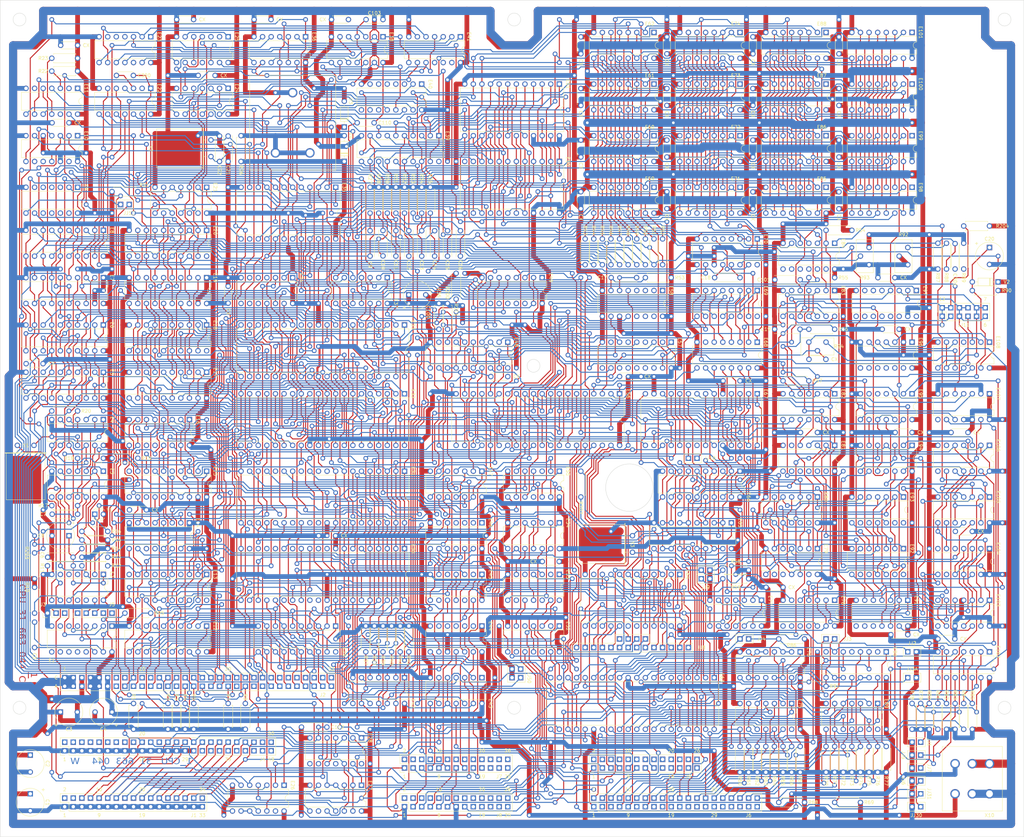
<source format=kicad_pcb>
(kicad_pcb (version 20221018) (generator pcbnew)
  (title_block (title "Partner 40") (date "2023-06-21") (rev "1") (company "Oddbit Retro"))
  (layers (0 "F.Cu" signal) (31 "B.Cu" signal) (34 "B.Paste" user) (35 "F.Paste" user) (36 "B.SilkS" user "B.Silkscreen") (37 "F.SilkS" user "F.Silkscreen") (38 "B.Mask" user) (39 "F.Mask" user) (44 "Edge.Cuts" user))
  (net 0 "")
  (footprint "Resistor_THT:R_Axial_DIN0207_L6.3mm_D2.5mm_P7.62mm_Horizontal" (layer "F.Cu") (at 91.44 215.9 180)
    (fp_text reference "R13")
    (fp_text value "3.3kΩ")
  )
  (footprint "Resistor_THT:R_Axial_DIN0207_L6.3mm_D2.5mm_P7.62mm_Horizontal" (layer "F.Cu") (at 181.61 114.3 90)
    (fp_text reference "R33")
    (fp_text value "33Ω" hide)
  )
  (footprint "Potentiometer_THT:Potentiometer_Bourns_3296Y_Vertical" (layer "F.Cu") (at 316.23 129.54 -90)
    (fp_text reference "R93")
    (fp_text value "50kΩ")
  )
  (footprint "Package_DIP:DIP-16_W7.62mm" (layer "F.Cu") (at 328.93 60.96 -90)
    (fp_text reference "E101")
    (fp_text value "M3764A-15")
  )
  (footprint "Resistor_THT:R_Axial_DIN0207_L6.3mm_D2.5mm_P7.62mm_Horizontal" (layer "F.Cu") (at 293.37 279.4 90)
    (fp_text reference "R66")
    (fp_text value "1kΩ")
  )
  (footprint "Package_DIP:DIP-20_W7.62mm" (layer "F.Cu") (at 209.55 152.4 -90)
    (fp_text reference "E48")
    (fp_text value "WD1691PE-01")
  )
  (footprint "Package_DIP:DIP-14_W7.62mm" (layer "F.Cu") (at 146.055 133.36 -90)
    (fp_text reference "E34")
    (fp_text value "74LS32")
  )
  (footprint "Resistor_THT:R_Axial_DIN0207_L6.3mm_D2.5mm_P7.62mm_Horizontal" (layer "F.Cu") (at 100.33 186.69 180)
    (fp_text reference "R19")
    (fp_text value "10KΩ")
  )
  (footprint "Package_DIP:DIP-16_W7.62mm" (layer "F.Cu") (at 321.31 243.84 -90)
    (fp_text reference "E90")
    (fp_text value "?" hide)
  )
  (footprint "Resistor_THT:R_Axial_DIN0207_L6.3mm_D2.5mm_P7.62mm_Horizontal" (layer "F.Cu") (at 308.61 279.4 90)
    (fp_text reference "R72")
    (fp_text value "1kΩ")
  )
  (footprint "Partner:Partner_CP_Radial_D8.0mm_P5.00mm" (layer "F.Cu") (at 77.47 261.62)
    (fp_text reference "C3")
    (fp_text value "100µF")
  )
  (footprint "Package_DIP:DIP-20_W7.62mm" (layer "F.Cu") (at 120.645 119.39 -90)
    (fp_text reference "E20")
    (fp_text value "74LS244")
  )
  (footprint "Package_DIP:DIP-16_W7.62mm" (layer "F.Cu") (at 115.57 175.26 -90)
    (fp_text reference "E16")
    (fp_text value "74LS367A")
  )
  (footprint "Partner:Partner_PinHeader_1x02_P2.54mm_Vertical" (layer "F.Cu") (at 328.93 289.56 90)
    (fp_text reference "JJ30")
    (fp_text value "Partner_PinHeader_1x02_P2.54mm_Vertical" hide)
  )
  (footprint "Capacitor_THT:C_Disc_D7.5mm_W5.0mm_P7.50mm" (layer "F.Cu") (at 172.72 126.94 90)
    (fp_text reference "C10")
    (fp_text value "C_Disc_D7.5mm_W5.0mm_P7.50mm" hide)
  )
  (footprint "Package_DIP:DIP-20_W7.62mm" (layer "F.Cu") (at 90.165 133.36 -90)
    (fp_text reference "E7")
    (fp_text value "74LS244")
  )
  (footprint "Resistor_THT:R_Axial_DIN0207_L6.3mm_D2.5mm_P7.62mm_Horizontal" (layer "F.Cu") (at 172.72 243.84 90)
    (fp_text reference "R39")
    (fp_text value "33Ω")
  )
  (footprint "Package_DIP:DIP-14_W7.62mm" (layer "F.Cu") (at 327.66 228.6 -90)
    (fp_text reference "E91")
    (fp_text value "74LS32")
  )
  (footprint "Package_DIP:DIP-14_W7.62mm" (layer "F.Cu") (at 201.93 236.22 -90)
    (fp_text reference "E44")
    (fp_text value "MC1488P")
  )
  (footprint "Package_DIP:DIP-14_W7.62mm" (layer "F.Cu") (at 166.375 283.22 -90)
    (fp_text reference "E27")
    (fp_text value "74LS38BI")
  )
  (footprint "Package_DIP:DIP-40_W15.24mm" (layer "F.Cu") (at 179.07 190.5 -90)
    (fp_text reference "E31")
    (fp_text value "Z80 SIO/2")
  )
  (footprint "Package_DIP:DIP-28_W15.24mm" (layer "F.Cu") (at 283.21 167.64 -90)
    (fp_text reference "E67")
    (fp_text value "Z80 CTC")
  )
  (footprint "Resistor_THT:R_Axial_DIN0207_L6.3mm_D2.5mm_P7.62mm_Horizontal" (layer "F.Cu") (at 321.31 279.4 90)
    (fp_text reference "R77")
    (fp_text value "1kΩ")
  )
  (footprint "Resistor_THT:R_Axial_DIN0207_L6.3mm_D2.5mm_P7.62mm_Horizontal" (layer "F.Cu") (at 247.65 129.54 90)
    (fp_text reference "R49")
    (fp_text value "33Ω")
  )
  (footprint "Capacitor_THT:C_Disc_D4.3mm_W1.9mm_P5.00mm" (layer "F.Cu") (at 170.1 87.63 180)
    (fp_text reference "C110")
    (fp_text value "??")
  )
  (footprint "Package_DIP:DIP-16_W7.62mm" (layer "F.Cu") (at 330.2 137.16 -90)
    (fp_text reference "E97")
    (fp_text value "74LS157")
  )
  (footprint "Connector_PinHeader_2.54mm:PinHeader_2x13_P2.54mm_Vertical" (layer "F.Cu") (at 234.95 278.13 90)
    (fp_text reference "J9")
    (fp_text value "PinHeader_2x13_P2.54mm_Vertical" hide)
  )
  (footprint "Resistor_THT:R_Axial_DIN0207_L6.3mm_D2.5mm_P7.62mm_Horizontal" (layer "F.Cu") (at 255.27 129.54 90)
    (fp_text reference "R52")
    (fp_text value "33Ω")
  )
  (footprint "Resistor_THT:R_Axial_DIN0207_L6.3mm_D2.5mm_P7.62mm_Horizontal" (layer "F.Cu") (at 81.28 218.44 180)
    (fp_text reference "R11")
    (fp_text value "220Ω")
  )
  (footprint "Partner:Partner_CP_Radial_D8.0mm_P5.00mm" (layer "F.Cu") (at 80.01 209.55 180)
    (fp_text reference "C8")
    (fp_text value "??µF")
  )
  (footprint "Capacitor_THT:C_Disc_D4.3mm_W1.9mm_P5.00mm" (layer "F.Cu") (at 341.55 240.03 180)
    (fp_text reference "CX")
    (fp_text value "104")
  )
  (footprint "Resistor_THT:R_Axial_DIN0207_L6.3mm_D2.5mm_P7.62mm_Horizontal" (layer "F.Cu") (at 116.84 266.7 90)
    (fp_text reference "R5")
    (fp_text value "1kΩ")
  )
  (footprint "Resistor_THT:R_Axial_DIN0207_L6.3mm_D2.5mm_P7.62mm_Horizontal" (layer "F.Cu") (at 189.23 148.59 90)
    (fp_text reference "R36")
    (fp_text value "3.3kΩ")
  )
  (footprint "Package_DIP:DIP-14_W7.62mm" (layer "F.Cu") (at 224.79 220.98 -90)
    (fp_text reference "E53")
    (fp_text value "MC1489A")
  )
  (footprint "Resistor_THT:R_Axial_DIN0207_L6.3mm_D2.5mm_P7.62mm_Horizontal" (layer "F.Cu") (at 283.21 279.4 90)
    (fp_text reference "R62")
    (fp_text value "1kΩ")
  )
  (footprint "Package_DIP:DIP-24_W15.24mm" (layer "F.Cu") (at 224.79 76.2 -90)
    (fp_text reference "E51")
    (fp_text value "EPROM")
  )
  (footprint "Resistor_THT:R_Axial_DIN0207_L6.3mm_D2.5mm_P7.62mm_Horizontal" (layer "F.Cu") (at 341.63 266.7 90)
    (fp_text reference "R83")
    (fp_text value "4.7kΩ")
  )
  (footprint "Partner:Partner_PinHeader_1x02_P2.54mm_Vertical" (layer "F.Cu") (at 328.93 274.32 90)
    (fp_text reference "JJ5")
    (fp_text value "Partner_PinHeader_1x02_P2.54mm_Vertical" hide)
  )
  (footprint "Partner:Partner_C_Disc_D7.5mm_W5.0mm_P7.50mm" (layer "F.Cu") (at 69.85 242.57 90)
    (fp_text reference "C5")
    (fp_text value "??")
  )
  (footprint "Package_DIP:DIP-20_W7.62mm" (layer "F.Cu") (at 120.645 236.23 -90)
    (fp_text reference "E12")
    (fp_text value "74LS244B1")
  )
  (footprint "Package_DIP:DIP-14_W7.62mm" (layer "F.Cu") (at 306.07 228.6 -90)
    (fp_text reference "E78")
    (fp_text value "74LS10J")
  )
  (footprint "Resistor_THT:R_Axial_DIN0207_L6.3mm_D2.5mm_P7.62mm_Horizontal" (layer "F.Cu") (at 306.07 148.59 180)
    (fp_text reference "R56")
    (fp_text value "??" hide)
  )
  (footprint "Package_DIP:DIP-16_W7.62mm" (layer "F.Cu") (at 283.21 152.4 -90)
    (fp_text reference "E68")
    (fp_text value "74LS138")
  )
  (footprint "Resistor_THT:R_Axial_DIN0207_L6.3mm_D2.5mm_P7.62mm_Horizontal" (layer "F.Cu") (at 175.26 243.84 90)
    (fp_text reference "R40")
    (fp_text value "33Ω")
  )
  (footprint "Package_DIP:DIP-14_W7.62mm" (layer "F.Cu") (at 172.72 62.23 -90)
    (fp_text reference "E38")
    (fp_text value "74LS04")
  )
  (footprint "Potentiometer_THT:Potentiometer_Bourns_3296Y_Vertical" (layer "F.Cu") (at 327.66 129.54 -90)
    (fp_text reference "R92")
    (fp_text value "50kΩ")
  )
  (footprint "Package_DIP:DIP-14_W7.62mm" (layer "F.Cu") (at 306.07 167.64 -90)
    (fp_text reference "E82")
    (fp_text value "74S04")
  )
  (footprint "Resistor_THT:R_Axial_DIN0207_L6.3mm_D2.5mm_P7.62mm_Horizontal" (layer "F.Cu") (at 351.79 118.11 180)
    (fp_text reference "R204")
    (fp_text value "330Ω")
  )
  (footprint "Capacitor_THT:C_Disc_D4.3mm_W1.9mm_P5.00mm" (layer "F.Cu") (at 323.85 133.35 180)
    (fp_text reference "CX")
    (fp_text value "104")
  )
  (footprint "Capacitor_THT:C_Disc_D4.3mm_W1.9mm_P5.00mm" (layer "F.Cu") (at 231.14 67.27 90)
    (fp_text reference "CX")
    (fp_text value "104")
  )
  (footprint "Resistor_THT:R_Axial_DIN0207_L6.3mm_D2.5mm_P7.62mm_Horizontal" (layer "F.Cu") (at 245.11 129.54 90)
    (fp_text reference "R48")
    (fp_text value "33Ω")
  )
  (footprint "Connector_PinHeader_2.54mm:PinHeader_2x25_P2.54mm_Vertical" (layer "F.Cu") (at 78.74 273.05 90)
    (fp_text reference "J4")
    (fp_text value "PinHeader_2x25_P2.54mm_Vertical" hide)
  )
  (footprint "Capacitor_THT:C_Disc_D4.3mm_W1.9mm_P5.00mm" (layer "F.Cu") (at 116.8 57.15 180)
    (fp_text reference "CX")
    (fp_text value "104")
  )
  (footprint "Partner:Partner_PinHeader_2x02_P2.54mm_Vertical" (layer "F.Cu") (at 266.7 222.25 90)
    (fp_text reference "JJ9")
    (fp_text value "Partner_PinHeader_2x02_P2.54mm_Vertical" hide)
  )
  (footprint "Capacitor_THT:C_Disc_D4.3mm_W1.9mm_P5.00mm" (layer "F.Cu") (at 248.92 162.56 180)
    (fp_text reference "CX")
    (fp_text value "104")
  )
  (footprint "Package_DIP:DIP-20_W7.62mm" (layer "F.Cu") (at 189.225 91.44 -90)
    (fp_text reference "E39")
    (fp_text value "74LS244B1")
  )
  (footprint "Resistor_THT:R_Axial_DIN0207_L6.3mm_D2.5mm_P7.62mm_Horizontal" (layer "F.Cu") (at 69.85 222.25 90)
    (fp_text reference "R203")
    (fp_text value "390Ω")
  )
  (footprint "Resistor_THT:R_Axial_DIN0207_L6.3mm_D2.5mm_P7.62mm_Horizontal" (layer "F.Cu") (at 82.55 200.66 180)
    (fp_text reference "R17")
    (fp_text value "820Ω")
  )
  (footprint "Capacitor_THT:C_Disc_D4.3mm_W1.9mm_P5.00mm" (layer "F.Cu") (at 256.54 112.99 90)
    (fp_text reference "CX")
    (fp_text value "104")
  )
  (footprint "Resistor_THT:R_Axial_DIN0207_L6.3mm_D2.5mm_P7.62mm_Horizontal" (layer "F.Cu") (at 290.83 279.4 90)
    (fp_text reference "R65")
    (fp_text value "1kΩ")
  )
  (footprint "Capacitor_THT:C_Disc_D4.3mm_W1.9mm_P5.00mm" (layer "F.Cu") (at 224.75 217.17 180)
    (fp_text reference "CX")
    (fp_text value "104")
  )
  (footprint "Capacitor_THT:C_Disc_D4.3mm_W1.9mm_P5.00mm" (layer "F.Cu") (at 300.99 179.07 180)
    (fp_text reference "CX")
    (fp_text value "104")
  )
  (footprint "Package_DIP:DIP-16_W7.62mm" (layer "F.Cu") (at 328.93 76.2 -90)
    (fp_text reference "E100")
    (fp_text value "M3764A-15")
  )
  (footprint "Package_DIP:DIP-16_W7.62mm" (layer "F.Cu") (at 278.13 106.68 -90)
    (fp_text reference "E71")
    (fp_text value "M3764A-15")
  )
  (footprint "Resistor_THT:R_Axial_DIN0207_L6.3mm_D2.5mm_P7.62mm_Horizontal" (layer "F.Cu") (at 167.64 243.84 90)
    (fp_text reference "R37")
    (fp_text value "33Ω")
  )
  (footprint "Resistor_THT:R_Axial_DIN0207_L6.3mm_D2.5mm_P7.62mm_Horizontal" (layer "F.Cu") (at 179.07 114.3 90)
    (fp_text reference "R32")
    (fp_text value "33Ω" hide)
  )
  (footprint "Resistor_THT:R_Axial_DIN0207_L6.3mm_D2.5mm_P7.62mm_Horizontal" (layer "F.Cu") (at 354.33 137.16 180)
    (fp_text reference "R90")
    (fp_text value "10kΩ")
  )
  (footprint "Resistor_THT:R_Axial_DIN0207_L6.3mm_D2.5mm_P7.62mm_Horizontal" (layer "F.Cu") (at 173.99 114.3 90)
    (fp_text reference "R30")
    (fp_text value "33Ω" hide)
  )
  (footprint "Package_DIP:DIP-16_W7.62mm" (layer "F.Cu") (at 303.53 76.2 -90)
    (fp_text reference "E87")
    (fp_text value "M3764A-15")
  )
  (footprint "Capacitor_THT:C_Disc_D4.3mm_W1.9mm_P5.00mm" (layer "F.Cu") (at 172.72 57.15 180)
    (fp_text reference "C103")
    (fp_text value "??")
  )
  (footprint "Package_DIP:DIP-14_W7.62mm" (layer "F.Cu") (at 328.93 152.4 -90)
    (fp_text reference "E96")
    (fp_text value "74LS393")
  )
  (footprint "Package_DIP:DIP-20_W7.62mm" (layer "F.Cu") (at 90.17 161.29 -90)
    (fp_text reference "E5")
    (fp_text value "74LS244")
  )
  (footprint "Package_DIP:DIP-20_W7.62mm" (layer "F.Cu") (at 120.645 147.33 -90)
    (fp_text reference "E18")
    (fp_text value "74LS244")
  )
  (footprint "Partner:Partner_C_Disc_D7.5mm_W5.0mm_P7.50mm" (layer "F.Cu") (at 124.46 99.06 90)
    (fp_text reference "C22")
    (fp_text value "??")
  )
  (footprint "Connector_PinHeader_2.54mm:PinHeader_2x20_P2.54mm_Vertical" (layer "F.Cu") (at 234.95 289.56 90)
    (fp_text reference "J6")
    (fp_text value "PinHeader_2x20_P2.54mm_Vertical" hide)
  )
  (footprint "Partner:Partner_PinHeader_1x02_P2.54mm_Vertical" (layer "F.Cu") (at 327.66 243.84 90)
    (fp_text reference "JJ2")
    (fp_text value "Partner_PinHeader_1x02_P2.54mm_Vertical" hide)
  )
  (footprint "Capacitor_THT:C_Disc_D7.5mm_W5.0mm_P7.50mm" (layer "F.Cu") (at 168.91 127 90)
    (fp_text reference "C9")
    (fp_text value "C_Disc_D7.5mm_W5.0mm_P7.50mm" hide)
  )
  (footprint "Resistor_THT:R_Axial_DIN0207_L6.3mm_D2.5mm_P7.62mm_Horizontal" (layer "F.Cu") (at 285.75 279.4 90)
    (fp_text reference "R63")
    (fp_text value "1kΩ")
  )
  (footprint "Package_DIP:DIP-14_W7.62mm" (layer "F.Cu") (at 328.93 167.64 -90)
    (fp_text reference "E95")
    (fp_text value "74LS132")
  )
  (footprint "Package_DIP:DIP-20_W7.62mm" (layer "F.Cu") (at 120.65 190.5 -90)
    (fp_text reference "E15")
    (fp_text value "74LS244")
  )
  (footprint "Capacitor_THT:C_Disc_D4.3mm_W1.9mm_P5.00mm" (layer "F.Cu") (at 281.94 82.51 90)
    (fp_text reference "CX")
    (fp_text value "104")
  )
  (footprint "Resistor_THT:R_Axial_DIN0207_L6.3mm_D2.5mm_P7.62mm_Horizontal" (layer "F.Cu") (at 311.15 119.38 180)
    (fp_text reference "R54")
    (fp_text value "3.3kΩ")
  )
  (footprint "Package_DIP:DIP-40_W15.24mm" (layer "F.Cu") (at 179.065 213.355 -90)
    (fp_text reference "E30")
    (fp_text value "Z80 SIO/1")
  )
  (footprint "Package_DIP:DIP-14_W7.62mm" (layer "F.Cu") (at 351.79 152.4 -90)
    (fp_text reference "E108")
    (fp_text value "74LS08")
  )
  (footprint "Resistor_THT:R_Axial_DIN0207_L6.3mm_D2.5mm_P7.62mm_Horizontal" (layer "F.Cu") (at 339.09 130.81 90)
    (fp_text reference "R88")
    (fp_text value "47kΩ")
  )
  (footprint "Resistor_THT:R_Axial_DIN0207_L6.3mm_D2.5mm_P7.62mm_Horizontal" (layer "F.Cu") (at 90.17 186.69 180)
    (fp_text reference "R18")
    (fp_text value "1KΩ")
  )
  (footprint "Capacitor_THT:C_Disc_D7.5mm_W5.0mm_P7.50mm" (layer "F.Cu") (at 180.34 127 90)
    (fp_text reference "C12")
    (fp_text value "C_Disc_D7.5mm_W5.0mm_P7.50mm" hide)
  )
  (footprint "Resistor_THT:R_Axial_DIN0207_L6.3mm_D2.5mm_P7.62mm_Horizontal" (layer "F.Cu") (at 242.57 129.54 90)
    (fp_text reference "R47")
    (fp_text value "33Ω")
  )
  (footprint "Package_DIP:DIP-14_W7.62mm" (layer "F.Cu") (at 318.775 259.09 -90)
    (fp_text reference "E89")
    (fp_text value "?" hide)
  )
  (footprint "Capacitor_THT:C_Disc_D4.3mm_W1.9mm_P5.00mm" (layer "F.Cu") (at 231.14 82.51 90)
    (fp_text reference "CX")
    (fp_text value "104")
  )
  (footprint "Capacitor_THT:C_Disc_D4.3mm_W1.9mm_P5.00mm" (layer "F.Cu") (at 345.44 179.07 180)
    (fp_text reference "CX")
    (fp_text value "104")
  )
  (footprint "Resistor_THT:R_Axial_DIN0207_L6.3mm_D2.5mm_P7.62mm_Horizontal" (layer "F.Cu") (at 280.67 219.71 180)
    (fp_text reference "R58")
    (fp_text value "3.3kΩ")
  )
  (footprint "Partner:Partner_CP_Radial_D8.0mm_P5.00mm" (layer "F.Cu") (at 68.58 274.32 -90)
    (fp_text reference "C2")
    (fp_text value "100µF")
  )
  (footprint "Partner:Partner_C_Disc_D7.5mm_W5.0mm_P7.50mm" (layer "F.Cu") (at 278.13 133.35 180)
    (fp_text reference "C18")
    (fp_text value "???")
  )
  (footprint "Partner:Partner_Molex_Mega-Fit_76829-0106_2x03_P5.70mm_Vertical" (layer "F.Cu") (at 341.63 276.86)
    (fp_text reference "X10")
    (fp_text value "Partner_Molex_Mega-Fit_76829-0106_2x03_P5.70mm_Vertical" hide)
  )
  (footprint "Resistor_THT:R_Axial_DIN0207_L6.3mm_D2.5mm_P7.62mm_Horizontal" (layer "F.Cu") (at 280.67 222.25 180)
    (fp_text reference "R59")
    (fp_text value "3.3kΩ")
  )
  (footprint "Capacitor_THT:C_Disc_D4.3mm_W1.9mm_P5.00mm" (layer "F.Cu") (at 325.12 148.59 180)
    (fp_text reference "CX")
    (fp_text value "104")
  )
  (footprint "Resistor_THT:R_Axial_DIN0207_L6.3mm_D2.5mm_P7.62mm_Horizontal" (layer "F.Cu") (at 171.45 114.3 90)
    (fp_text reference "R28")
    (fp_text value "33Ω" hide)
  )
  (footprint "Partner:Partner_PinHeader_1x02_P2.54mm_Vertical" (layer "F.Cu") (at 303.53 240.03 90)
    (fp_text reference "JJ3")
    (fp_text value "Partner_PinHeader_1x02_P2.54mm_Vertical" hide)
  )
  (footprint "Package_DIP:DIP-14_W7.62mm" (layer "F.Cu") (at 195.58 62.23 -90)
    (fp_text reference "E41")
    (fp_text value "74LS32")
  )
  (footprint "Package_DIP:DIP-24_W15.24mm" (layer "F.Cu") (at 158.755 106.675 -90)
    (fp_text reference "E35")
    (fp_text value "MM58167AN")
  )
  (footprint "Resistor_THT:R_Axial_DIN0207_L6.3mm_D2.5mm_P7.62mm_Horizontal" (layer "F.Cu") (at 344.17 130.81 90)
    (fp_text reference "R89")
    (fp_text value "61Ω ??")
  )
  (footprint "Resistor_THT:R_Axial_DIN0207_L6.3mm_D2.5mm_P7.62mm_Horizontal" (layer "F.Cu") (at 250.19 129.54 90)
    (fp_text reference "R50")
    (fp_text value "33Ω")
  )
  (footprint "Resistor_THT:R_Axial_DIN0207_L6.3mm_D2.5mm_P7.62mm_Horizontal" (layer "F.Cu") (at 311.15 279.4 90)
    (fp_text reference "R73")
    (fp_text value "1kΩ")
  )
  (footprint "Capacitor_THT:C_Disc_D4.3mm_W1.9mm_P5.00mm" (layer "F.Cu") (at 231.14 97.75 90)
    (fp_text reference "CX")
    (fp_text value "104")
  )
  (footprint "Partner:Partner_C_Disc_D7.5mm_W5.0mm_P7.50mm" (layer "F.Cu") (at 341.63 130.81 90)
    (fp_text reference "C301")
    (fp_text value "684")
  )
  (footprint "Package_DIP:DIP-16_W7.62mm" (layer "F.Cu") (at 219.71 133.35 -90)
    (fp_text reference "E49")
    (fp_text value "74LS157")
  )
  (footprint "Partner:Partner_PinHeader_1x02_P2.54mm_Vertical" (layer "F.Cu") (at 328.93 278.13 90)
    (fp_text reference "JJ7")
    (fp_text value "Partner_PinHeader_1x02_P2.54mm_Vertical" hide)
  )
  (footprint "Resistor_THT:R_Axial_DIN0207_L6.3mm_D2.5mm_P7.62mm_Horizontal" (layer "F.Cu") (at 168.91 114.3 90)
    (fp_text reference "R27")
    (fp_text value "33Ω" hide)
  )
  (footprint "Resistor_THT:R_Axial_DIN0207_L6.3mm_D2.5mm_P7.62mm_Horizontal" (layer "F.Cu") (at 257.81 133.35 180)
    (fp_text reference "R53")
    (fp_text value "100Ω")
  )
  (footprint "LED_THT:LED_D3.0mm" (layer "F.Cu") (at 87.63 203.2)
    (fp_text reference "V1")
    (fp_text value "LED_D3.0mm" hide)
  )
  (footprint "Capacitor_THT:C_Disc_D4.3mm_W1.9mm_P5.00mm" (layer "F.Cu") (at 281.94 67.27 90)
    (fp_text reference "CX")
    (fp_text value "104")
  )
  (footprint "Package_DIP:DIP-20_W7.62mm" (layer "F.Cu") (at 90.165 147.33 -90)
    (fp_text reference "E6")
    (fp_text value "74LS244")
  )
  (footprint "Resistor_THT:R_Axial_DIN0207_L6.3mm_D2.5mm_P7.62mm_Horizontal" (layer "F.Cu") (at 313.69 279.4 90)
    (fp_text reference "R74")
    (fp_text value "1kΩ")
  )
  (footprint "Partner:Partner_PinHeader_1x02_P2.54mm_Vertical" (layer "F.Cu") (at 278.13 240.03 90)
    (fp_text reference "JJ4")
    (fp_text value "Partner_PinHeader_1x02_P2.54mm_Vertical" hide)
  )
  (footprint "Package_DIP:DIP-20_W7.62mm" (layer "F.Cu") (at 278.13 190.5 -90)
    (fp_text reference "E66")
    (fp_text value "74LS244")
  )
  (footprint "Package_DIP:DIP-16_W7.62mm" (layer "F.Cu") (at 252.73 76.2 -90)
    (fp_text reference "E61")
    (fp_text value "M3764A-15")
  )
  (footprint "Package_DIP:DIP-16_W7.62mm" (layer "F.Cu") (at 283.21 121.92 -90)
    (fp_text reference "E70")
    (fp_text value "74LS629")
  )
  (footprint "Package_DIP:DIP-14_W7.62mm" (layer "F.Cu") (at 201.93 220.98 -90)
    (fp_text reference "E45")
    (fp_text value "MC1489A")
  )
  (footprint "Capacitor_THT:C_Disc_D4.3mm_W1.9mm_P5.00mm" (layer "F.Cu") (at 256.54 97.75 90)
    (fp_text reference "CX")
    (fp_text value "104")
  )
  (footprint "Resistor_THT:R_Axial_DIN0207_L6.3mm_D2.5mm_P7.62mm_Horizontal" (layer "F.Cu") (at 303.53 279.4 90)
    (fp_text reference "R70")
    (fp_text value "1kΩ")
  )
  (footprint "Capacitor_THT:C_Disc_D4.3mm_W1.9mm_P5.00mm" (layer "F.Cu") (at 346.71 208.28 180)
    (fp_text reference "CX")
    (fp_text value "104")
  )
  (footprint "Resistor_THT:R_Axial_DIN0207_L6.3mm_D2.5mm_P7.62mm_Horizontal" (layer "F.Cu") (at 232.41 129.54 90)
    (fp_text reference "R43")
    (fp_text value "33Ω")
  )
  (footprint "Package_DIP:DIP-14_W7.62mm" (layer "F.Cu") (at 90.17 190.5 -90)
    (fp_text reference "E3")
    (fp_text value "74S74")
  )
  (footprint "Package_DIP:DIP-20_W7.62mm" (layer "F.Cu") (at 120.65 161.29 -90)
    (fp_text reference "E17")
    (fp_text value "74LS244")
  )
  (footprint "Package_DIP:DIP-20_W7.62mm" (layer "F.Cu") (at 275.59 205.74 -90)
    (fp_text reference "E65")
    (fp_text value "74LS374")
  )
  (footprint "Capacitor_THT:C_Disc_D4.3mm_W1.9mm_P5.00mm" (layer "F.Cu") (at 327.66 238.76 180)
    (fp_text reference "CX")
    (fp_text value "104")
  )
  (footprint "Package_DIP:DIP-16_W7.62mm" (layer "F.Cu") (at 92.695 236.23 -90)
    (fp_text reference "E1")
    (fp_text value "74LS123")
  )
  (footprint "Package_DIP:DIP-14_W7.62mm" (layer "F.Cu") (at 306.07 137.16 -90)
    (fp_text reference "E83")
    (fp_text value "74LS74A")
  )
  (footprint "Package_DIP:DIP-16_W7.62mm" (layer "F.Cu") (at 295.895 243.85 -90)
    (fp_text reference "E76")
    (fp_text value "?" hide)
  )
  (footprint "Resistor_THT:R_Axial_DIN0207_L6.3mm_D2.5mm_P7.62mm_Horizontal" (layer "F.Cu") (at 104.14 232.41 180)
    (fp_text reference "R95")
    (fp_text value "10kΩ")
  )
  (footprint "Partner:Partner_C_Disc_D7.5mm_W5.0mm_P7.50mm" (layer "F.Cu") (at 81.22 215.9 180)
    (fp_text reference "C6")
    (fp_text value "??")
  )
  (footprint "Package_DIP:DIP-14_W7.62mm" (layer "F.Cu") (at 173.99 133.35 -90)
    (fp_text reference "E37")
    (fp_text value "74LS04")
  )
  (footprint "Resistor_THT:R_Axial_DIN0207_L6.3mm_D2.5mm_P7.62mm_Horizontal" (layer "F.Cu") (at 306.07 279.4 90)
    (fp_text reference "R71")
    (fp_text value "1kΩ")
  )
  (footprint "Resistor_THT:R_Axial_DIN0207_L6.3mm_D2.5mm_P7.62mm_Horizontal" (layer "F.Cu") (at 288.29 279.4 90)
    (fp_text reference "R64")
    (fp_text value "1kΩ")
  )
  (footprint "Package_DIP:DIP-20_W7.62mm" (layer "F.Cu") (at 158.745 236.23 -90)
    (fp_text reference "E29")
    (fp_text value "74LS244B1")
  )
  (footprint "Resistor_THT:R_Axial_DIN0207_L6.3mm_D2.5mm_P7.62mm_Horizontal" (layer "F.Cu") (at 177.8 243.84 90)
    (fp_text reference "R41")
    (fp_text value "33Ω")
  )
  (footprint "Resistor_THT:R_Axial_DIN0207_L6.3mm_D2.5mm_P7.62mm_Horizontal" (layer "F.Cu") (at 313.69 288.29 180)
    (fp_text reference "R69")
    (fp_text value "4.7kΩ")
  )
  (footprint "Resistor_THT:R_Axial_DIN0207_L6.3mm_D2.5mm_P7.62mm_Horizontal" (layer "F.Cu") (at 82.55 72.39 180)
    (fp_text reference "R22")
    (fp_text value "3.3kΩ")
  )
  (footprint "Package_DIP:DIP-14_W7.62mm" (layer "F.Cu") (at 326.39 198.12 -90)
    (fp_text reference "E93")
    (fp_text value "74LS30B")
  )
  (footprint "Package_DIP:DIP-14_W7.62mm" (layer "F.Cu") (at 149.86 62.23 -90)
    (fp_text reference "E36")
    (fp_text value "74LS04")
  )
  (footprint "Capacitor_THT:C_Disc_D4.3mm_W1.9mm_P5.00mm" (layer "F.Cu") (at 278.13 163.83 180)
    (fp_text reference "CX")
    (fp_text value "104")
  )
  (footprint "Capacitor_THT:C_Disc_D4.3mm_W1.9mm_P5.00mm" (layer "F.Cu") (at 290.83 224.79 180)
    (fp_text reference "CX")
    (fp_text value "104")
  )
  (footprint "Package_DIP:DIP-16_W7.62mm" (layer "F.Cu") (at 328.93 106.68 -90)
    (fp_text reference "E98")
    (fp_text value "M3764A-15")
  )
  (footprint "Capacitor_THT:C_Disc_D4.3mm_W1.9mm_P5.00mm" (layer "F.Cu") (at 256.54 82.51 90)
    (fp_text reference "CX")
    (fp_text value "104")
  )
  (footprint "Partner:Partner_PinHeader_1x02_P2.54mm_Vertical" (layer "F.Cu") (at 327.66 251.46 90)
    (fp_text reference "JJ3A")
    (fp_text value "Partner_PinHeader_1x02_P2.54mm_Vertical" hide)
  )
  (footprint "Package_DIP:DIP-40_W15.24mm" (layer "F.Cu") (at 270.51 251.46 -90)
    (fp_text reference "E63")
    (fp_text value "DIP-40_W15.24mm" hide)
  )
  (footprint "Resistor_THT:R_Axial_DIN0207_L6.3mm_D2.5mm_P7.62mm_Horizontal" (layer "F.Cu") (at 91.44 213.36 180)
    (fp_text reference "R14")
    (fp_text value "1kΩ")
  )
  (footprint "Partner:Partner_CP_Radial_D8.0mm_P5.00mm" (layer "F.Cu") (at 180.34 138.43)
    (fp_text reference "C100")
    (fp_text value "??" hide)
  )
  (footprint "Package_DIP:DIP-16_W7.62mm" (layer "F.Cu") (at 328.93 91.44 -90)
    (fp_text reference "E99")
    (fp_text value "M3764A-15")
  )
  (footprint "Diode_THT:D_DO-35_SOD27_P7.62mm_Horizontal" (layer "F.Cu") (at 161.29 88.9 90)
    (fp_text reference "V3")
    (fp_text value "D_DO-35_SOD27_P7.62mm_Horizontal" hide)
  )
  (footprint "Resistor_THT:R_Axial_DIN0207_L6.3mm_D2.5mm_P7.62mm_Horizontal" (layer "F.Cu") (at 240.03 129.54 90)
    (fp_text reference "R46")
    (fp_text value "33Ω")
  )
  (footprint "Resistor_THT:R_Axial_DIN0207_L6.3mm_D2.5mm_P7.62mm_Horizontal" (layer "F.Cu") (at 100.33 107.95 180)
    (fp_text reference "R21")
    (fp_text value "20kΩ")
  )
  (footprint "Crystal:Crystal_HC50_Horizontal" (layer "F.Cu") (at 246.38 209.55 -90)
    (fp_text reference "Y3")
    (fp_text value "1.8432")
  )
  (footprint "Partner:Partner_CP_Radial_D8.0mm_P5.00mm" (layer "F.Cu") (at 351.79 124.46 -90)
    (fp_text reference "C20")
    (fp_text value "68µF")
  )
  (footprint "Capacitor_THT:C_Disc_D7.5mm_W5.0mm_P7.50mm" (layer "F.Cu") (at 184.15 127 90)
    (fp_text reference "C13")
    (fp_text value "C_Disc_D7.5mm_W5.0mm_P7.50mm" hide)
  )
  (footprint "Connector_PinHeader_2.54mm:PinHeader_2x06_P2.54mm_Vertical" (layer "F.Cu") (at 337.82 144.78 90)
    (fp_text reference "JJ11")
    (fp_text value "PinHeader_2x06_P2.54mm_Vertical" hide)
  )
  (footprint "Package_DIP:DIP-14_W7.62mm" (layer "F.Cu") (at 328.93 182.88 -90)
    (fp_text reference "E94")
    (fp_text value "74LS04")
  )
  (footprint "Package_DIP:DIP-14_W7.62mm" (layer "F.Cu") (at 201.93 190.5 -90)
    (fp_text reference "E47")
    (fp_text value "74LS08")
  )
  (footprint "Resistor_THT:R_Axial_DIN0207_L6.3mm_D2.5mm_P7.62mm_Horizontal" (layer "F.Cu") (at 69.85 232.41 90)
    (fp_text reference "R10")
    (fp_text value "150Ω")
  )
  (footprint "Capacitor_THT:C_Disc_D4.3mm_W1.9mm_P5.00mm" (layer "F.Cu") (at 162.52 57.15 180)
    (fp_text reference "CX")
    (fp_text value "104")
  )
  (footprint "Partner:Partner_C_Disc_D7.5mm_W5.0mm_P7.50mm" (layer "F.Cu") (at 127 99.06 90)
    (fp_text reference "C21")
    (fp_text value "??")
  )
  (footprint "Resistor_THT:R_Axial_DIN0207_L6.3mm_D2.5mm_P7.62mm_Horizontal" (layer "F.Cu") (at 234.95 129.54 90)
    (fp_text reference "R44")
    (fp_text value "33Ω")
  )
  (footprint "Package_DIP:DIP-24_W15.24mm" (layer "F.Cu") (at 260.35 220.98 -90)
    (fp_text reference "E64")
    (fp_text value "MC14411")
  )
  (footprint "Resistor_THT:R_Axial_DIN0207_L6.3mm_D2.5mm_P7.62mm_Horizontal" (layer "F.Cu") (at 194.31 139.7 90)
    (fp_text reference "R201")
    (fp_text value "560Ω")
  )
  (footprint "Package_DIP:DIP-14_W7.62mm" (layer "F.Cu") (at 351.79 198.12 -90)
    (fp_text reference "E105")
    (fp_text value "74LS27B")
  )
  (footprint "Resistor_THT:R_Axial_DIN0207_L6.3mm_D2.5mm_P7.62mm_Horizontal" (layer "F.Cu") (at 170.18 243.84 90)
    (fp_text reference "R38")
    (fp_text value "33Ω")
  )
  (footprint "Capacitor_THT:C_Disc_D4.3mm_W1.9mm_P5.00mm" (layer "F.Cu") (at 158.71 209.55 180)
    (fp_text reference "CX")
    (fp_text value "104")
  )
  (footprint "Capacitor_THT:C_Disc_D4.3mm_W1.9mm_P5.00mm" (layer "F.Cu") (at 307.34 113.03 90)
    (fp_text reference "CX")
    (fp_text value "104")
  )
  (footprint "Resistor_THT:R_Axial_DIN0207_L6.3mm_D2.5mm_P7.62mm_Horizontal" (layer "F.Cu") (at 132.08 266.7 90)
    (fp_text reference "R9")
    (fp_text value "1kΩ")
  )
  (footprint "Package_DIP:DIP-14_W7.62mm" (layer "F.Cu") (at 82.55 106.68 -90)
    (fp_text reference "E9")
    (fp_text value "74LS05")
  )
  (footprint "Resistor_THT:R_Axial_DIN0207_L6.3mm_D2.5mm_P7.62mm_Horizontal" (layer "F.Cu") (at 111.76 266.7 90)
    (fp_text reference "R3")
    (fp_text value "1kΩ")
  )
  (footprint "Partner:Partner_C_Disc_D7.5mm_W5.0mm_P7.50mm" (layer "F.Cu") (at 156.15 266.065 180)
    (fp_text reference "C102")
    (fp_text value "??")
  )
  (footprint "Resistor_THT:R_Axial_DIN0207_L6.3mm_D2.5mm_P7.62mm_Horizontal" (layer "F.Cu") (at 278.13 279.4 90)
    (fp_text reference "R60")
    (fp_text value "1kΩ")
  )
  (footprint "Resistor_THT:R_Axial_DIN0207_L6.3mm_D2.5mm_P7.62mm_Horizontal" (layer "F.Cu") (at 180.34 243.84 90)
    (fp_text reference "R42")
    (fp_text value "33Ω")
  )
  (footprint "Partner:Partner_CP_Radial_D8.0mm_P5.00mm" (layer "F.Cu") (at 68.58 285.75 -90)
    (fp_text reference "C1")
    (fp_text value "100µF")
  )
  (footprint "Package_DIP:DIP-14_W7.62mm" (layer "F.Cu") (at 224.79 205.74 -90)
    (fp_text reference "E54")
    (fp_text value "74LS32")
  )
  (footprint "Resistor_THT:R_Axial_DIN0207_L6.3mm_D2.5mm_P7.62mm_Horizontal" (layer "F.Cu") (at 334.01 266.7 90)
    (fp_text reference "R80")
    (fp_text value "4.7kΩ")
  )
  (footprint "Resistor_THT:R_Axial_DIN0207_L6.3mm_D2.5mm_P7.62mm_Horizontal" (layer "F.Cu") (at 316.23 279.4 90)
    (fp_text reference "R75")
    (fp_text value "1kΩ")
  )
  (footprint "Resistor_THT:R_Axial_DIN0207_L6.3mm_D2.5mm_P7.62mm_Horizontal" (layer "F.Cu") (at 91.44 208.28 180)
    (fp_text reference "R16")
    (fp_text value "56Ω")
  )
  (footprint "Diode_THT:D_DO-35_SOD27_P7.62mm_Horizontal" (layer "F.Cu") (at 161.29 99.06 90)
    (fp_text reference "V4")
    (fp_text value "D_DO-35_SOD27_P7.62mm_Horizontal" hide)
  )
  (footprint "Package_DIP:DIP-14_W7.62mm" (layer "F.Cu") (at 293.375 259.09 -90)
    (fp_text reference "E75")
    (fp_text value "?" hide)
  )
  (footprint "Crystal:Crystal_HC50_Horizontal" (layer "F.Cu") (at 121.92 92.71 -90)
    (fp_text reference "Y2")
    (fp_text value "32.768 kHZ")
  )
  (footprint "Resistor_THT:R_Axial_DIN0207_L6.3mm_D2.5mm_P7.62mm_Horizontal" (layer "F.Cu") (at 82.55 68.58 180)
    (fp_text reference "R23")
    (fp_text value "3.3kΩ")
  )
  (footprint "Resistor_THT:R_Axial_DIN0207_L6.3mm_D2.5mm_P7.62mm_Horizontal" (layer "F.Cu") (at 237.49 129.54 90)
    (fp_text reference "R45")
    (fp_text value "33Ω")
  )
  (footprint "Package_DIP:DIP-16_W7.62mm" (layer "F.Cu") (at 303.53 91.44 -90)
    (fp_text reference "E86")
    (fp_text value "M3764A-15")
  )
  (footprint "Capacitor_THT:C_Disc_D4.3mm_W1.9mm_P5.00mm" (layer "F.Cu") (at 82.55 64.77 180)
    (fp_text reference "CX")
    (fp_text value "104")
  )
  (footprint "Resistor_THT:R_Axial_DIN0207_L6.3mm_D2.5mm_P7.62mm_Horizontal" (layer "F.Cu") (at 114.3 266.7 90)
    (fp_text reference "R4")
    (fp_text value "1kΩ")
  )
  (footprint "Capacitor_THT:C_Disc_D4.3mm_W1.9mm_P5.00mm" (layer "F.Cu") (at 328.93 179.07 180)
    (fp_text reference "CX")
    (fp_text value "104")
  )
  (footprint "Connector_PinHeader_2.54mm:PinHeader_1x03_P2.54mm_Vertical" (layer "F.Cu") (at 73.66 232.41 90)
    (fp_text reference "J3")
    (fp_text value "PinHeader_1x03_P2.54mm_Vertical" hide)
  )
  (footprint "Package_DIP:DIP-16_W7.62mm" (layer "F.Cu") (at 252.73 91.44 -90)
    (fp_text reference "E60")
    (fp_text value "M3764A-15")
  )
  (footprint "Package_DIP:DIP-14_W7.62mm" (layer "F.Cu") (at 300.99 198.12 -90)
    (fp_text reference "E80")
    (fp_text value "74LS04")
  )
  (footprint "Partner:Partner_CP_Radial_D8.0mm_P5.00mm" (layer "F.Cu") (at 92.71 261.62 180)
    (fp_text reference "C4")
    (fp_text value "100µF")
  )
  (footprint "Capacitor_THT:C_Disc_D4.3mm_W1.9mm_P5.00mm" (layer "F.Cu") (at 123.15 73.66 180)
    (fp_text reference "CX")
    (fp_text value "104")
  )
  (footprint "Package_DIP:DIP-14_W7.62mm" (layer "F.Cu") (at 351.79 243.84 -90)
    (fp_text reference "E102")
    (fp_text value "74LS86")
  )
  (footprint "Package_DIP:DIP-18_W7.62mm" (layer "F.Cu") (at 257.81 152.4 -90)
    (fp_text reference "E57")
    (fp_text value "WD2143")
  )
  (footprint "Partner:Partner_Molex_Mega-Fit_76829-0106_2x03_P5.70mm_Vertical" (layer "F.Cu") (at 146.05 78.74)
    (fp_text reference "REF**" hide)
    (fp_text value "VARTA SafeTronic 3.6V")
  )
  (footprint "Package_DIP:DIP-14_W7.62mm" (layer "F.Cu") (at 300.99 213.36 -90)
    (fp_text reference "E79")
    (fp_text value "74LS30B")
  )
  (footprint "Connector_PinHeader_2.54mm:PinHeader_2x13_P2.54mm_Vertical" (layer "F.Cu") (at 179.07 278.13 90)
    (fp_text reference "J7")
    (fp_text value "PinHeader_2x13_P2.54mm_Vertical" hide)
  )
  (footprint "Capacitor_THT:C_Disc_D4.3mm_W1.9mm_P5.00mm" (layer "F.Cu") (at 139.66 57.15 180)
    (fp_text reference "CX")
    (fp_text value "104")
  )
  (footprint "Capacitor_THT:C_Disc_D4.3mm_W1.9mm_P5.00mm" (layer "F.Cu") (at 303.49 157.48 180)
    (fp_text reference "CX")
    (fp_text value "104")
  )
  (footprint "Resistor_THT:R_Axial_DIN0207_L6.3mm_D2.5mm_P7.62mm_Horizontal" (layer "F.Cu") (at 176.53 114.3 90)
    (fp_text reference "R31")
    (fp_text value "33Ω" hide)
  )
  (footprint "Resistor_THT:R_Axial_DIN0207_L6.3mm_D2.5mm_P7.62mm_Horizontal" (layer "F.Cu") (at 127 266.7 90)
    (fp_text reference "R7")
    (fp_text value "1kΩ")
  )
  (footprint "Package_DIP:DIP-14_W7.62mm" (layer "F.Cu") (at 120.65 106.68 -90)
    (fp_text reference "E21")
    (fp_text value "74S04")
  )
  (footprint "Capacitor_THT:C_Disc_D4.3mm_W1.9mm_P5.00mm" (layer "F.Cu") (at 231.14 112.99 90)
    (fp_text reference "CX")
    (fp_text value "104")
  )
  (footprint "Capacitor_THT:C_Disc_D4.3mm_W1.9mm_P5.00mm" (layer "F.Cu") (at 307.34 82.51 90)
    (fp_text reference "CX")
    (fp_text value "104")
  )
  (footprint "Resistor_THT:R_Axial_DIN0207_L6.3mm_D2.5mm_P7.62mm_Horizontal" (layer "F.Cu") (at 91.44 218.44 180)
    (fp_text reference "R12")
    (fp_text value "3.3kΩ")
  )
  (footprint "Package_DIP:DIP-14_W7.62mm" (layer "F.Cu") (at 351.79 228.6 -90)
    (fp_text reference "E103")
    (fp_text value "74LS74A")
  )
  (footprint "Partner:Partner_PinHeader_1x02_P2.54mm_Vertical" (layer "F.Cu") (at 328.93 270.51 90)
    (fp_text reference "JJ1")
    (fp_text value "Partner_PinHeader_1x02_P2.54mm_Vertical" hide)
  )
  (footprint "Capacitor_THT:C_Disc_D4.3mm_W1.9mm_P5.00mm" (layer "F.Cu") (at 256.54 67.27 90)
    (fp_text reference "CX")
    (fp_text value "104")
  )
  (footprint "Resistor_THT:R_Axial_DIN0207_L6.3mm_D2.5mm_P7.62mm_Horizontal" (layer "F.Cu") (at 82.55 172.72 180)
    (fp_text reference "R20")
    (fp_text value "920Ω")
  )
  (footprint "Partner:Partner_PinHeader_1x02_P2.54mm_Vertical" (layer "F.Cu") (at 95.25 111.76 90)
    (fp_text reference "JJ12")
    (fp_text value "Partner_PinHeader_1x02_P2.54mm_Vertical" hide)
  )
  (footprint "Package_DIP:DIP-14_W7.62mm" (layer "F.Cu") (at 143.515 283.22 -90)
    (fp_text reference "E26")
    (fp_text value "74LS38BI")
  )
  (footprint "Resistor_THT:R_Axial_DIN0207_L6.3mm_D2.5mm_P7.62mm_Horizontal" (layer "F.Cu") (at 298.45 163.83 180)
    (fp_text reference "R57")
    (fp_text value "??" hide)
  )
  (footprint "Package_DIP:DIP-14_W7.62mm" (layer "F.Cu") (at 90.17 175.26 -90)
    (fp_text reference "E4")
    (fp_text value "74S04")
  )
  (footprint "Resistor_THT:R_Axial_DIN0207_L6.3mm_D2.5mm_P7.62mm_Horizontal" (layer "F.Cu") (at 336.55 130.81 90)
    (fp_text reference "R87")
    (fp_text value "47kΩ")
  )
  (footprint "Partner:Partner_C_Disc_D7.5mm_W5.0mm_P7.50mm" (layer "F.Cu") (at 82.55 203.2 180)
    (fp_text reference "C7")
    (fp_text value "??")
  )
  (footprint "Capacitor_THT:C_Disc_D7.5mm_W5.0mm_P7.50mm" (layer "F.Cu") (at 195.58 127 90)
    (fp_text reference "C16")
    (fp_text value "C_Disc_D7.5mm_W5.0mm_P7.50mm" hide)
  )
  (footprint "Capacitor_THT:C_Disc_D4.3mm_W1.9mm_P5.00mm" (layer "F.Cu") (at 281.94 97.75 90)
    (fp_text reference "CX")
    (fp_text value "104")
  )
  (footprint "Package_DIP:DIP-14_W7.62mm" (layer "F.Cu") (at 104.14 62.23 -90)
    (fp_text reference "E23")
    (fp_text value "74LS08")
  )
  (footprint "Package_DIP:DIP-14_W7.62mm" (layer "F.Cu") (at 166.375 269.25 -90)
    (fp_text reference "E28")
    (fp_text value "74LS38BI")
  )
  (footprint "Resistor_THT:R_Axial_DIN0207_L6.3mm_D2.5mm_P7.62mm_Horizontal" (layer "F.Cu") (at 280.67 279.4 90)
    (fp_text reference "R61")
    (fp_text value "1kΩ")
  )
  (footprint "Partner:Partner_C_Disc_D7.5mm_W5.0mm_P7.50mm" (layer "F.Cu") (at 295.85 148.59 180)
    (fp_text reference "C19")
    (fp_text value "??" hide)
  )
  (footprint "Package_DIP:DIP-14_W7.62mm" (layer "F.Cu") (at 90.17 220.98 -90)
    (fp_text reference "E2")
    (fp_text value "74LS14")
  )
  (footprint "Package_DIP:DIP-24_W15.24mm" (layer "F.Cu") (at 224.795 99.055 -90)
    (fp_text reference "E50")
    (fp_text value "??" hide)
  )
  (footprint "Package_DIP:DIP-16_W7.62mm" (layer "F.Cu") (at 278.13 60.96 -90)
    (fp_text reference "E74")
    (fp_text value "M3764A-15")
  )
  (footprint "Diode_THT:D_DO-35_SOD27_P7.62mm_Horizontal" (layer "F.Cu") (at 354.33 134.62 180)
    (fp_text reference "V2")
    (fp_text value "D_DO-35_SOD27_P7.62mm_Horizontal" hide)
  )
  (footprint "Capacitor_THT:C_Disc_D4.3mm_W1.9mm_P5.00mm" (layer "F.Cu") (at 307.34 67.27 90)
    (fp_text reference "CX")
    (fp_text value "104")
  )
  (footprint "Resistor_THT:R_Axial_DIN0207_L6.3mm_D2.5mm_P7.62mm_Horizontal" (layer "F.Cu") (at 303.53 254 180)
    (fp_text reference "R91")
    (fp_text value "4.7kΩ")
  )
  (footprint "Package_DIP:DIP-16_W7.62mm" (layer "F.Cu") (at 115.57 205.74 -90)
    (fp_text reference "E14")
    (fp_text value "74LS367AJ")
  )
  (footprint "Resistor_THT:R_Axial_DIN0207_L6.3mm_D2.5mm_P7.62mm_Horizontal" (layer "F.Cu") (at 109.22 266.7 90)
    (fp_text reference "R2")
    (fp_text value "1kΩ")
  )
  (footprint "Package_DIP:DIP-14_W7.62mm" (layer "F.Cu") (at 306.075 123.2 -90)
    (fp_text reference "E84")
    (fp_text value "74LS08")
  )
  (footprint "Connector_PinHeader_2.54mm:PinHeader_1x05_P2.54mm_Vertical" (layer "F.Cu") (at 82.55 232.41 90)
    (fp_text reference "J5")
    (fp_text value "PinHeader_1x05_P2.54mm_Vertical" hide)
  )
  (footprint "Capacitor_THT:C_Disc_D7.5mm_W5.0mm_P7.50mm" (layer "F.Cu") (at 176.53 127 90)
    (fp_text reference "C11")
    (fp_text value "C_Disc_D7.5mm_W5.0mm_P7.50mm" hide)
  )
  (footprint "Package_DIP:DIP-16_W7.62mm" (layer "F.Cu") (at 252.73 60.96 -90)
    (fp_text reference "E62")
    (fp_text value "M3764A-15")
  )
  (footprint "Capacitor_THT:C_Disc_D4.3mm_W1.9mm_P5.00mm" (layer "F.Cu") (at 209.55 162.56 180)
    (fp_text reference "CX")
    (fp_text value "104")
  )
  (footprint "Capacitor_THT:C_Disc_D7.5mm_W5.0mm_P7.50mm" (layer "F.Cu") (at 187.96 127 90)
    (fp_text reference "C14")
    (fp_text value "C_Disc_D7.5mm_W5.0mm_P7.50mm" hide)
  )
  (footprint "Capacitor_THT:C_Disc_D4.3mm_W1.9mm_P5.00mm" (layer "F.Cu") (at 281.94 113.03 90)
    (fp_text reference "CX")
    (fp_text value "104")
  )
  (footprint "Package_DIP:DIP-14_W7.62mm" (layer "F.Cu") (at 82.55 91.44 -90)
    (fp_text reference "E10")
    (fp_text value "74LS30BI")
  )
  (footprint "Package_DIP:DIP-20_W7.62mm" (layer "F.Cu") (at 120.645 220.99 -90)
    (fp_text reference "E13")
    (fp_text value "74LS244B1")
  )
  (footprint "Capacitor_THT:C_Disc_D7.5mm_W5.0mm_P7.50mm" (layer "F.Cu") (at 191.77 127 90)
    (fp_text reference "C15")
    (fp_text value "C_Disc_D7.5mm_W5.0mm_P7.50mm" hide)
  )
  (footprint "Resistor_THT:R_Axial_DIN0207_L6.3mm_D2.5mm_P7.62mm_Horizontal" (layer "F.Cu") (at 339.09 266.7 90)
    (fp_text reference "R82")
    (fp_text value "1kΩ")
  )
  (footprint "Resistor_THT:R_Axial_DIN0207_L6.3mm_D2.5mm_P7.62mm_Horizontal" (layer "F.Cu") (at 297.18 288.29 180)
    (fp_text reference "R68")
    (fp_text value "4.7kΩ")
  )
  (footprint "Package_DIP:DIP-14_W7.62mm" (layer "F.Cu") (at 284.48 228.6 -90)
    (fp_text reference "E77")
    (fp_text value "74LS08")
  )
  (footprint "Package_DIP:DIP-16_W7.62mm" (layer "F.Cu") (at 252.73 106.68 -90)
    (fp_text reference "E59")
    (fp_text value "M3764A-15")
  )
  (footprint "Capacitor_THT:C_Disc_D4.3mm_W1.9mm_P5.00mm" (layer "F.Cu") (at 80.01 87.63 180)
    (fp_text reference "CX")
    (fp_text value "104")
  )
  (footprint "Package_DIP:DIP-16_W7.62mm" (layer "F.Cu") (at 278.13 76.2 -90)
    (fp_text reference "E73")
    (fp_text value "M3764A-15")
  )
  (footprint "Resistor_THT:R_Axial_DIN0207_L6.3mm_D2.5mm_P7.62mm_Horizontal" (layer "F.Cu") (at 306.07 133.35 180)
    (fp_text reference "R55")
    (fp_text value "3.3kΩ")
  )
  (footprint "Capacitor_THT:C_Disc_D4.3mm_W1.9mm_P5.00mm" (layer "F.Cu") (at 102.87 201.93 180)
    (fp_text reference "CX")
    (fp_text value "104")
  )
  (footprint "Package_DIP:DIP-14_W7.62mm" (layer "F.Cu") (at 127 77.47 -90)
    (fp_text reference "E24")
    (fp_text value "74LS08")
  )
  (footprint "Package_DIP:DIP-14_W7.62mm" (layer "F.Cu") (at 351.79 167.64 -90)
    (fp_text reference "E107")
    (fp_text value "74LS74A")
  )
  (footprint "Package_DIP:DIP-40_W15.24mm" (layer "F.Cu") (at 242.57 167.64 -90)
    (fp_text reference "E56")
    (fp_text value "FDC765AC")
  )
  (footprint "Package_DIP:DIP-40_W15.24mm" (layer "F.Cu") (at 179.07 147.32 -90)
    (fp_text reference "E33")
    (fp_text value "Z80 DMA")
  )
  (footprint "Resistor_THT:R_Axial_DIN0207_L6.3mm_D2.5mm_P7.62mm_Horizontal" (layer "F.Cu") (at 231.14 198.12 90)
    (fp_text reference "R202")
    (fp_text value "15MΩ")
  )
  (footprint "Crystal:Crystal_HC50_Horizontal" (layer "F.Cu") (at 64.77 182.88)
    (fp_text reference "Y1")
    (fp_text value "8.000")
  )
  (footprint "Resistor_THT:R_Axial_DIN0207_L6.3mm_D2.5mm_P7.62mm_Horizontal" (layer "F.Cu") (at 91.44 210.82 180)
    (fp_text reference "R15")
    (fp_text value "1kΩ")
  )
  (footprint "Connector_PinHeader_2.54mm:PinHeader_2x17_P2.54mm_Vertical" (layer "F.Cu") (at 78.74 289.56 90)
    (fp_text reference "J1")
    (fp_text value "PinHeader_2x17_P2.54mm_Vertical" hide)
  )
  (footprint "Partner:Partner_PinHeader_1x02_P2.54mm_Vertical" (layer "F.Cu") (at 328.93 285.75 90)
    (fp_text reference "JJ31")
    (fp_text value "Partner_PinHeader_1x02_P2.54mm_Vertical" hide)
  )
  (footprint "Connector_PinHeader_2.54mm:PinHeader_2x32_P2.54mm_Vertical" (layer "F.Cu") (at 78.74 254 90)
    (fp_text reference "J2")
    (fp_text value "PinHeader_2x32_P2.54mm_Vertical" hide)
  )
  (footprint "Package_DIP:DIP-20_W7.62mm" (layer "F.Cu") (at 90.165 119.39 -90)
    (fp_text reference "E8")
    (fp_text value "74LS244")
  )
  (footprint "Connector_PinHeader_2.54mm:PinHeader_2x13_P2.54mm_Vertical" (layer "F.Cu") (at 179.07 289.56 90)
    (fp_text reference "J8")
    (fp_text value "PinHeader_2x13_P2.54mm_Vertical" hide)
  )
  (footprint "Partner:Partner_PinHeader_1x02_P2.54mm_Vertical" (layer "F.Cu") (at 262.89 186.69 90)
    (fp_text reference "JJ10")
    (fp_text value "Partner_PinHeader_1x02_P2.54mm_Vertical" hide)
  )
  (footprint "Capacitor_THT:C_Disc_D4.3mm_W1.9mm_P5.00mm" (layer "F.Cu") (at 72.35 158.75 180)
    (fp_text reference "CX")
    (fp_text value "104")
  )
  (footprint "Package_DIP:DIP-14_W7.62mm" (layer "F.Cu") (at 104.14 77.47 -90)
    (fp_text reference "E22")
    (fp_text value "74LS04")
  )
  (footprint "Package_DIP:DIP-16_W7.62mm" (layer "F.Cu") (at 303.53 106.68 -90)
    (fp_text reference "E85")
    (fp_text value "M3764A-15")
  )
  (footprint "Package_DIP:DIP-16_W7.62mm" (layer "F.Cu") (at 303.53 60.96 -90)
    (fp_text reference "E88")
    (fp_text value "M3764A-15")
  )
  (footprint "Package_DIP:DIP-14_W7.62mm" (layer "F.Cu") (at 179.07 251.46 -90)
    (fp_text reference "E42")
    (fp_text value "74LS14")
  )
  (footprint "Resistor_THT:R_Axial_DIN0207_L6.3mm_D2.5mm_P7.62mm_Horizontal" (layer "F.Cu") (at 346.71 266.7 90)
    (fp_text reference "R85")
    (fp_text value "1kΩ")
  )
  (footprint "Capacitor_THT:C_Disc_D4.3mm_W1.9mm_P5.00mm" (layer "F.Cu") (at 99.02 73.66 180)
    (fp_text reference "C300")
    (fp_text value "??")
  )
  (footprint "Package_DIP:DIP-16_W7.62mm" (layer "F.Cu") (at 255.27 137.16 -90)
    (fp_text reference "E58")
    (fp_text value "74LS123")
  )
  (footprint "Connector_PinHeader_2.54mm:PinHeader_2x02_P2.54mm_Vertical" (layer "F.Cu") (at 210.82 248.92)
    (fp_text reference "JJ50")
    (fp_text value "PinHeader_2x02_P2.54mm_Vertical" hide)
  )
  (footprint "Package_DIP:DIP-14_W7.62mm" (layer "F.Cu") (at 201.93 205.74 -90)
    (fp_text reference "E46")
    (fp_text value "74LS32")
  )
  (footprint "Package_DIP:DIP-14_W7.62mm" (layer "F.Cu") (at 326.39 213.36 -90)
    (fp_text reference "E92")
    (fp_text value "74LS30B")
  )
  (footprint "Partner:Partner_C_Disc_D7.5mm_W5.0mm_P7.50mm" (layer "F.Cu") (at 295.91 133.985 180)
    (fp_text reference "C101")
    (fp_text value "???" hide)
  )
  (footprint "Partner:Partner_PinHeader_1x02_P2.54mm_Vertical" (layer "F.Cu") (at 328.93 281.94 90)
    (fp_text reference "JJ6")
    (fp_text value "Partner_PinHeader_1x02_P2.54mm_Vertical" hide)
  )
  (footprint "Package_DIP:DIP-14_W7.62mm" (layer "F.Cu") (at 306.07 182.88 -90)
    (fp_text reference "E81")
    (fp_text value "74LS01")
  )
  (footprint "Package_DIP:DIP-14_W7.62mm" (layer "F.Cu") (at 224.79 236.22 -90)
    (fp_text reference "E52")
    (fp_text value "MC1489A")
  )
  (footprint "Partner:Partner_JJ8_PinHeader_1x04_P2.54mm_Vertical" (layer "F.Cu") (at 242.57 240.03 90)
    (fp_text reference "JJ8B" hide)
    (fp_text value "Partner_JJ8_PinHeader_1x04_P2.54mm_Vertical" hide)
  )
  (footprint "Package_DIP:DIP-16_W7.62mm" (layer "F.Cu") (at 184.135 76.21 -90)
    (fp_text reference "E40")
    (fp_text value "74LS42P")
  )
  (footprint "Package_DIP:DIP-40_W15.24mm" (layer "F.Cu") (at 179.065 167.635 -90)
    (fp_text reference "E32")
    (fp_text value "Z80 CPU")
  )
  (footprint "Resistor_THT:R_Axial_DIN0207_L6.3mm_D2.5mm_P7.62mm_Horizontal" (layer "F.Cu") (at 184.15 114.3 90)
    (fp_text reference "R34")
    (fp_text value "33Ω" hide)
  )
  (footprint "Resistor_THT:R_Axial_DIN0207_L6.3mm_D2.5mm_P7.62mm_Horizontal" (layer "F.Cu") (at 99.06 266.7 90)
    (fp_text reference "R1")
    (fp_text value "3.3kΩ")
  )
  (footprint "Package_DIP:DIP-14_W7.62mm" (layer "F.Cu") (at 82.55 77.47 -90)
    (fp_text reference "E11")
    (fp_text value "74LS74A")
  )
  (footprint "Package_DIP:DIP-14_W7.62mm" (layer "F.Cu") (at 351.79 182.88 -90)
    (fp_text reference "E106")
    (fp_text value "74LS74A")
  )
  (footprint "Package_DIP:DIP-14_W7.62mm" (layer "F.Cu") (at 127 62.23 -90)
    (fp_text reference "E25")
    (fp_text value "74LS04")
  )
  (footprint "Package_DIP:DIP-16_W7.62mm" (layer "F.Cu") (at 283.21 137.16 -90)
    (fp_text reference "E69")
    (fp_text value "74LS138")
  )
  (footprint "Potentiometer_THT:Potentiometer_Bourns_3296Y_Vertical" (layer "F.Cu") (at 303.53 152.4)
    (fp_text reference "R94")
    (fp_text value "10kΩ")
  )
  (footprint "Resistor_THT:R_Axial_DIN0207_L6.3mm_D2.5mm_P7.62mm_Horizontal" (layer "F.Cu") (at 297.18 240.03 180)
    (fp_text reference "R86")
    (fp_text value "4.7kΩ")
  )
  (footprint "Resistor_THT:R_Axial_DIN0207_L6.3mm_D2.5mm_P7.62mm_Horizontal" (layer "F.Cu") (at 328.93 266.7 90)
    (fp_text reference "R78")
    (fp_text value "4.7kΩ")
  )
  (footprint "Resistor_THT:R_Axial_DIN0207_L6.3mm_D2.5mm_P7.62mm_Horizontal" (layer "F.Cu") (at 295.91 279.4 90)
    (fp_text reference "R67")
    (fp_text value "1kΩ")
  )
  (footprint "Resistor_THT:R_Axial_DIN0207_L6.3mm_D2.5mm_P7.62mm_Horizontal" (layer "F.Cu") (at 336.55 266.7 90)
    (fp_text reference "R81")
    (fp_text value "??" hide)
  )
  (footprint "Resistor_THT:R_Axial_DIN0207_L6.3mm_D2.5mm_P7.62mm_Horizontal" (layer "F.Cu") (at 344.17 266.7 90)
    (fp_text reference "R84")
    (fp_text value "47Ω")
  )
  (footprint "Capacitor_THT:C_Disc_D4.3mm_W1.9mm_P5.00mm" (layer "F.Cu") (at 127 140.89 90)
    (fp_text reference "CX")
    (fp_text value "104")
  )
  (footprint "Partner:Partner_C_Disc_D7.5mm_W5.0mm_P7.50mm" (layer "F.Cu") (at 247.59 133.35 180)
    (fp_text reference "C17")
    (fp_text value "???")
  )
  (footprint "Package_DIP:DIP-20_W7.62mm" (layer "F.Cu") (at 120.645 133.36 -90)
    (fp_text reference "E19")
    (fp_text value "74LS244")
  )
  (footprint "Resistor_THT:R_Axial_DIN0207_L6.3mm_D2.5mm_P7.62mm_Horizontal" (layer "F.Cu") (at 331.47 266.7 90)
    (fp_text reference "R79")
    (fp_text value "4.7kΩ")
  )
  (footprint "Resistor_THT:R_Axial_DIN0207_L6.3mm_D2.5mm_P7.62mm_Horizontal" (layer "F.Cu") (at 318.77 279.4 90)
    (fp_text reference "R76")
    (fp_text value "1kΩ")
  )
  (footprint "Package_DIP:DIP-14_W7.62mm" (layer "F.Cu") (at 224.79 190.5 -90)
    (fp_text reference "E55")
    (fp_text value "74LS20")
  )
  (footprint "Resistor_THT:R_Axial_DIN0207_L6.3mm_D2.5mm_P7.62mm_Horizontal" (layer "F.Cu") (at 186.69 114.3 90)
    (fp_text reference "R35")
    (fp_text value "33Ω" hide)
  )
  (footprint "Resistor_THT:R_Axial_DIN0207_L6.3mm_D2.5mm_P7.62mm_Horizontal" (layer "F.Cu") (at 130.81 99.06 90)
    (fp_text reference "R26")
    (fp_text value "1kΩ")
  )
  (footprint "Package_DIP:DIP-14_W7.62mm" (layer "F.Cu") (at 351.79 213.36 -90)
    (fp_text reference "E104")
    (fp_text value "74LS74A")
  )
  (footprint "Partner:Partner_JJ8_PinHeader_1x14_P2.54mm_Vertical" (layer "F.Cu") (at 229.87 242.57 90)
    (fp_text reference "JJ8")
    (fp_text value "Partner_JJ8_PinHeader_1x14_P2.54mm_Vertical" hide)
  )
  (footprint "Resistor_THT:R_Axial_DIN0207_L6.3mm_D2.5mm_P7.62mm_Horizontal" (layer "F.Cu") (at 252.73 129.54 90)
    (fp_text reference "R51")
    (fp_text value "33Ω")
  )
  (footprint "Package_DIP:DIP-14_W7.62mm" (layer "F.Cu") (at 201.93 251.46 -90)
    (fp_text reference "E43")
    (fp_text value "MC1488P")
  )
  (footprint "Resistor_THT:R_Axial_DIN0207_L6.3mm_D2.5mm_P7.62mm_Horizontal" (layer "F.Cu") (at 191.77 148.59 90)
    (fp_text reference "R200")
    (fp_text value "??Ω" hide)
  )
  (footprint "Capacitor_THT:C_Disc_D4.3mm_W1.9mm_P5.00mm" (layer "F.Cu") (at 307.34 97.75 90)
    (fp_text reference "CX")
    (fp_text value "104")
  )
  (footprint "Package_DIP:DIP-16_W7.62mm" (layer "F.Cu") (at 278.13 91.44 -90)
    (fp_text reference "E72")
    (fp_text value "M3764A-15")
  )
  (gr_rect (start 232.41 208.915) (end 241.3 215.265) (stroke (width 0.2)) (fill solid) (layer "F.Cu"))
  (gr_line (start 81.28 223.52) (end 81.28 215.9) (stroke (width 0.2)) (layer "F.Cu"))
  (gr_rect (start 62.865 186.69) (end 71.12 199.39) (stroke (width 0.2)) (fill solid) (layer "F.Cu"))
  (gr_rect (start 105.41 90.805) (end 118.11 99.695) (stroke (width 0.2)) (fill solid) (layer "F.Cu"))
  (gr_line (start 265.37 220.98) (end 270.57 220.98) (stroke (width 0.12)) (layer "F.SilkS"))
  (gr_rect (start 59.69 51.435) (end 361.95 298.45) (stroke (width 0.1)) (fill none) (layer "Edge.Cuts"))
  (gr_circle (center 356.235 260.35) (end 358.14 260.35) (stroke (width 0.1)) (fill none) (layer "Edge.Cuts"))
  (gr_circle (center 245.458945 195.363108) (end 252.458945 195.363108) (stroke (width 0.1)) (fill none) (layer "Edge.Cuts"))
  (gr_circle (center 211.455 260.35) (end 213.36 260.35) (stroke (width 0.1)) (fill none) (layer "Edge.Cuts"))
  (gr_circle (center 65.405 57.15) (end 67.31 57.15) (stroke (width 0.1)) (fill none) (layer "Edge.Cuts"))
  (gr_circle (center 211.455 57.15) (end 213.36 57.15) (stroke (width 0.1)) (fill none) (layer "Edge.Cuts"))
  (gr_circle (center 65.405 260.35) (end 67.31 260.35) (stroke (width 0.1)) (fill none) (layer "Edge.Cuts"))
  (gr_circle (center 356.235 57.15) (end 358.14 57.15) (stroke (width 0.1)) (fill none) (layer "Edge.Cuts"))
  (gr_circle (center 217.17 159.385) (end 219.075 159.385) (stroke (width 0.1)) (fill none) (layer "Edge.Cuts"))
  (gr_text "I" (at 68.025934 250.923754) (layer "F.Cu") (effects (font (size 1.8 2))))
  (gr_text "1" (at 69.52247 250.700953 270) (layer "F.Cu") (effects (font (size 1.8 2))))
  (gr_text "CPU  31  663  044  C" (at 66.095985 238.289167 270) (layer "F.Cu") (effects (font (size 1.8 2))))
  (gr_text "I" (at 113.926409 277.402054 90) (layer "B.Cu") (effects (font (size 1.8 2)) (justify mirror)))
  (gr_text "1  CPU   31  663  044    W" (at 98.425 276.225) (layer "B.Cu") (effects (font (size 1.8 2)) (justify mirror)))
  (gr_text "30" (at 270.51 284.48) (layer "F.SilkS") (effects (font (size 1 1))))
  (gr_text "20" (at 101.6 284.48) (layer "F.SilkS") (effects (font (size 1 1))))
  (gr_text "7" (at 350.52 139.7) (layer "F.SilkS") (effects (font (size 1 1))))
  (gr_text "1\n" (at 179.07 292.1) (layer "F.SilkS") (effects (font (size 1 1))))
  (gr_text "A" (at 76.2 254) (layer "F.SilkS") (effects (font (size 1 1))))
  (gr_text "+" (at 179.07 142.24 270) (layer "F.SilkS") (effects (font (size 1 1))))
  (gr_text "19" (at 101.6 275.59) (layer "F.SilkS") (effects (font (size 1 1))))
  (gr_text "19" (at 257.81 292.1) (layer "F.SilkS") (effects (font (size 1 1))))
  (gr_text "9" (at 245.11 280.67) (layer "F.SilkS") (effects (font (size 1 1))))
  (gr_text "29" (at 114.3 275.59) (layer "F.SilkS") (effects (font (size 1 1))))
  (gr_text "10" (at 245.11 284.48) (layer "F.SilkS") (effects (font (size 1 1))))
  (gr_text "10" (at 101.6 248.92) (layer "F.SilkS") (effects (font (size 1 1))))
  (gr_text "+" (at 93.98 265.43) (layer "F.SilkS") (effects (font (size 1 1))))
  (gr_text "10" (at 189.23 284.48) (layer "F.SilkS") (effects (font (size 1 1))))
  (gr_text "9" (at 88.9 292.1) (layer "F.SilkS") (effects (font (size 1 1))))
  (gr_text "19" (at 101.6 292.1) (layer "F.SilkS") (effects (font (size 1 1))))
  (gr_text "6" (at 350.52 147.32) (layer "F.SilkS") (effects (font (size 1 1))))
  (gr_text "1\n" (at 78.74 292.1) (layer "F.SilkS") (effects (font (size 1 1))))
  (gr_text "C" (at 76.2 251.46) (layer "F.SilkS") (effects (font (size 1 1))))
  (gr_text "32" (at 157.48 248.92) (layer "F.SilkS") (effects (font (size 1 1))))
  (gr_text "20" (at 201.93 273.05) (layer "F.SilkS") (effects (font (size 1 1))))
  (gr_text "39" (at 127 275.59) (layer "F.SilkS") (effects (font (size 1 1))))
  (gr_text "25" (at 209.55 280.67) (layer "F.SilkS") (effects (font (size 1 1))))
  (gr_text "1\n" (at 234.95 280.67) (layer "F.SilkS") (effects (font (size 1 1))))
  (gr_text "+" (at 81.28 205.74) (layer "F.SilkS") (effects (font (size 1 1))))
  (gr_text "19" (at 201.93 292.1) (layer "F.SilkS") (effects (font (size 1 1))))
  (gr_text "10" (at 88.9 284.48) (layer "F.SilkS") (effects (font (size 1 1))))
  (gr_text "19" (at 201.93 280.67) (layer "F.SilkS") (effects (font (size 1 1))))
  (gr_text "33\n" (at 119.38 292.1) (layer "F.SilkS") (effects (font (size 1 1))))
  (gr_text "20" (at 201.93 284.48) (layer "F.SilkS") (effects (font (size 1 1))))
  (gr_text "+" (at 76.2 265.43) (layer "F.SilkS") (effects (font (size 1 1))))
  (gr_text "20" (at 257.81 284.48) (layer "F.SilkS") (effects (font (size 1 1))))
  (gr_text "9" (at 189.23 280.67) (layer "F.SilkS") (effects (font (size 1 1))))
  (gr_text "9" (at 245.11 292.1) (layer "F.SilkS") (effects (font (size 1 1))))
  (gr_text "20" (at 101.6 267.97) (layer "F.SilkS") (effects (font (size 1 1))))
  (gr_text "9" (at 189.23 292.1) (layer "F.SilkS") (effects (font (size 1 1))))
  (gr_text "12" (at 337.82 139.7) (layer "F.SilkS") (effects (font (size 1 1))))
  (gr_text "49" (at 139.7 275.59) (layer "F.SilkS") (effects (font (size 1 1))))
  (gr_text "2" (at 78.74 284.48) (layer "F.SilkS") (effects (font (size 1 1))))
  (gr_text "2" (at 234.95 284.48) (layer "F.SilkS") (effects (font (size 1 1))))
  (gr_text "34" (at 119.38 284.48) (layer "F.SilkS") (effects (font (size 1 1))))
  (gr_text "1\n" (at 234.95 292.1) (layer "F.SilkS") (effects (font (size 1 1))))
  (gr_text "2" (at 179.07 273.05) (layer "F.SilkS") (effects (font (size 1 1))))
  (gr_text "20" (at 257.81 273.05) (layer "F.SilkS") (effects (font (size 1 1))))
  (gr_text "2" (at 179.07 284.48) (layer "F.SilkS") (effects (font (size 1 1))))
  (gr_text "9" (at 88.9 275.59) (layer "F.SilkS") (effects (font (size 1 1))))
  (gr_text "2" (at 234.95 273.05) (layer "F.SilkS") (effects (font (size 1 1))))
  (gr_text "26" (at 209.55 284.48) (layer "F.SilkS") (effects (font (size 1 1))))
  (gr_text "20" (at 127 248.92) (layer "F.SilkS") (effects (font (size 1 1))))
  (gr_text "1" (at 78.74 248.92) (layer "F.SilkS") (effects (font (size 1 1))))
  (gr_text "1\n" (at 179.07 280.67) (layer "F.SilkS") (effects (font (size 1 1))))
  (gr_text "25" (at 209.55 292.1) (layer "F.SilkS") (effects (font (size 1 1))))
  (gr_text "1\n" (at 337.82 147.32) (layer "F.SilkS") (effects (font (size 1 1))))
  (gr_text "+" (at 347.98 123.19) (layer "F.SilkS") (effects (font (size 1 1))))
  (gr_text "19" (at 257.81 280.67) (layer "F.SilkS") (effects (font (size 1 1))))
  (gr_text "29" (at 270.51 292.1) (layer "F.SilkS") (effects (font (size 1 1))))
  (gr_text "10" (at 245.11 273.05) (layer "F.SilkS") (effects (font (size 1 1))))
  (gr_text "50" (at 139.7 267.97) (layer "F.SilkS") (effects (font (size 1 1))))
  (gr_text "10" (at 189.23 273.05) (layer "F.SilkS") (effects (font (size 1 1))))
  (gr_text "1\n" (at 78.74 275.59) (layer "F.SilkS") (effects (font (size 1 1))))
  (gr_text "26" (at 265.43 273.05) (layer "F.SilkS") (effects (font (size 1 1))))
  (gr_text "26" (at 209.55 273.05) (layer "F.SilkS") (effects (font (size 1 1))))
  (gr_text "+" (at 72.39 284.48) (layer "F.SilkS") (effects (font (size 1 1))))
  (segment (start 323.85 213.36) (end 323.85 209.55) (width 0.3) (layer "F.Cu") (net 0))
  (segment (start 127 186.055) (end 127 177.165) (width 0.3) (layer "F.Cu") (net 0))
  (segment (start 105.41 161.29) (end 105.41 160.02) (width 0.3) (layer "F.Cu") (net 0))
  (segment (start 110.49 161.29) (end 110.49 158.75) (width 0.3) (layer "F.Cu") (net 0))
  (segment (start 299.72 163.83) (end 300.99 162.56) (width 0.3) (layer "F.Cu") (net 0))
  (segment (start 163.195 118.745) (end 163.83 119.38) (width 0.3) (layer "F.Cu") (net 0))
  (segment (start 251.46 109.22) (end 251.46 102.87) (width 0.3) (layer "F.Cu") (net 0))
  (segment (start 104.14 113.03) (end 105.41 111.76) (width 0.3) (layer "F.Cu") (net 0))
  (segment (start 345.44 149.86) (end 342.9 147.32) (width 0.3) (layer "F.Cu") (net 0))
  (segment (start 160.655 176.53) (end 160.02 177.165) (width 0.3) (layer "F.Cu") (net 0))
  (segment (start 101.6 138.43) (end 101.6 147.955) (width 0.3) (layer "F.Cu") (net 0))
  (segment (start 71.12 149.86) (end 71.12 138.43) (width 0.3) (layer "F.Cu") (net 0))
  (segment (start 306.07 273.05) (end 306.07 271.78) (width 0.3) (layer "F.Cu") (net 0))
  (segment (start 102.865 154.95) (end 102.865 151.135) (width 0.3) (layer "F.Cu") (net 0))
  (segment (start 168.91 208.28) (end 168.91 205.74) (width 0.3) (layer "F.Cu") (net 0))
  (segment (start 274.32 189.23) (end 271.78 186.69) (width 0.3) (layer "F.Cu") (net 0))
  (segment (start 146.685 156.845) (end 146.685 161.29) (width 0.3) (layer "F.Cu") (net 0))
  (segment (start 173.99 120.65) (end 173.99 116.84) (width 0.3) (layer "F.Cu") (net 0))
  (segment (start 303.53 254) (end 303.53 251.46) (width 0.3) (layer "F.Cu") (net 0))
  (segment (start 249.555 221.615) (end 250.19 220.98) (width 0.3) (layer "F.Cu") (net 0))
  (segment (start 99.06 177.165) (end 99.695 176.53) (width 0.3) (layer "F.Cu") (net 0))
  (segment (start 255.27 129.54) (end 255.27 127) (width 0.3) (layer "F.Cu") (net 0))
  (segment (start 172.72 158.75) (end 172.72 137.16) (width 0.3) (layer "F.Cu") (net 0))
  (segment (start 320.04 226.06) (end 320.04 228.6) (width 0.3) (layer "F.Cu") (net 0))
  (segment (start 76.2 200.025) (end 76.2 222.25) (width 0.3) (layer "F.Cu") (net 0))
  (segment (start 118.11 90.805) (end 118.11 99.695) (width 1.4) (layer "F.Cu") (net 0))
  (segment (start 129.54 158.75) (end 129.54 152.4) (width 0.3) (layer "F.Cu") (net 0))
  (segment (start 285.75 251.485) (end 285.735 251.47) (width 0.3) (layer "F.Cu") (net 0))
  (segment (start 322.58 71.12) (end 323.85 72.39) (width 0.3) (layer "F.Cu") (net 0))
  (segment (start 308.61 271.78) (end 308.61 270.51) (width 0.3) (layer "F.Cu") (net 0))
  (segment (start 346.71 137.16) (end 349.25 139.7) (width 0.3) (layer "F.Cu") (net 0))
  (segment (start 149.86 134.62) (end 149.86 127) (width 0.3) (layer "F.Cu") (net 0))
  (segment (start 106.68 184.785) (end 106.68 200.66) (width 0.3) (layer "F.Cu") (net 0))
  (segment (start 346.71 259.08) (end 346.71 251.46) (width 0.3) (layer "F.Cu") (net 0))
  (segment (start 92.075 187.96) (end 92.075 198.12) (width 1.4) (layer "F.Cu") (net 0))
  (segment (start 175.26 153.67) (end 177.8 156.21) (width 0.3) (layer "F.Cu") (net 0))
  (segment (start 97.785 133.36) (end 95.895 133.36) (width 1.4) (layer "F.Cu") (net 0))
  (segment (start 245.11 99.06) (end 245.11 95.25) (width 0.3) (layer "F.Cu") (net 0))
  (segment (start 339.09 160.02) (end 339.09 152.4) (width 0.3) (layer "F.Cu") (net 0))
  (segment (start 212.725 165.735) (end 213.995 164.465) (width 0.3) (layer "F.Cu") (net 0))
  (segment (start 143.505 181.605) (end 142.24 180.34) (width 0.3) (layer "F.Cu") (net 0))
  (segment (start 303.53 233.68) (end 300.99 231.14) (width 0.3) (layer "F.Cu") (net 0))
  (segment (start 203.835 212.09) (end 205.74 210.185) (width 0.3) (layer "F.Cu") (net 0))
  (segment (start 227.33 156.21) (end 227.33 143.51) (width 0.3) (layer "F.Cu") (net 0))
  (segment (start 222.25 153.035) (end 219.71 150.495) (width 0.3) (layer "F.Cu") (net 0))
  (segment (start 105.41 163.83) (end 106.68 162.56) (width 0.3) (layer "F.Cu") (net 0))
  (segment (start 234.95 114.3) (end 234.95 110.49) (width 0.3) (layer "F.Cu") (net 0))
  (segment (start 283.845 77.47) (end 283.845 76.2) (width 1.4) (layer "F.Cu") (net 0))
  (segment (start 176.53 187.96) (end 176.53 190.5) (width 0.3) (layer "F.Cu") (net 0))
  (segment (start 153.67 127) (end 153.67 121.92) (width 0.3) (layer "F.Cu") (net 0))
  (segment (start 151.13 112.395) (end 151.13 106.68) (width 0.3) (layer "F.Cu") (net 0))
  (segment (start 252.73 121.92) (end 246.38 115.57) (width 0.3) (layer "F.Cu") (net 0))
  (segment (start 169.545 241.935) (end 166.37 238.76) (width 0.3) (layer "F.Cu") (net 0))
  (segment (start 171.45 60.96) (end 170.18 59.69) (width 0.3) (layer "F.Cu") (net 0))
  (segment (start 102.5525 73.66) (end 104.14 77.47) (width 0.3) (layer "F.Cu") (net 0))
  (segment (start 90.17 165.1) (end 90.17 161.29) (width 0.3) (layer "F.Cu") (net 0))
  (segment (start 311.15 273.05) (end 311.15 271.78) (width 0.3) (layer "F.Cu") (net 0))
  (segment (start 76.2 167.64) (end 76.2 183.515) (width 0.3) (layer "F.Cu") (net 0))
  (segment (start 195.58 121.92) (end 196.85 120.65) (width 0.3) (layer "F.Cu") (net 0))
  (segment (start 135.89 257.81) (end 135.89 250.19) (width 0.3) (layer "F.Cu") (net 0))
  (segment (start 90.17 101.6) (end 89.535 102.235) (width 0.3) (layer "F.Cu") (net 0))
  (segment (start 102.87 129.54) (end 102.87 127.015) (width 0.3) (layer "F.Cu") (net 0))
  (segment (start 160.02 208.28) (end 160.02 195.58) (width 0.3) (layer "F.Cu") (net 0))
  (segment (start 162.56 209.55) (end 163.83 208.28) (width 0.3) (layer "F.Cu") (net 0))
  (segment (start 346.71 194.31) (end 346.71 198.12) (width 0.3) (layer "F.Cu") (net 0))
  (segment (start 237.49 224.79) (end 237.49 220.98) (width 0.3) (layer "F.Cu") (net 0))
  (segment (start 238.76 101.6) (end 238.76 95.25) (width 0.3) (layer "F.Cu") (net 0))
  (segment (start 151.125 167.645) (end 151.125 167.635) (width 0.3) (layer "F.Cu") (net 0))
  (segment (start 189.23 188.595) (end 189.23 185.42) (width 0.3) (layer "F.Cu") (net 0))
  (segment (start 316.23 71.12) (end 316.23 68.58) (width 0.3) (layer "F.Cu") (net 0))
  (segment (start 127 96.52) (end 124.46 93.98) (width 1.4) (layer "F.Cu") (net 0))
  (segment (start 326.39 219.075) (end 326.39 218.44) (width 0.3) (layer "F.Cu") (net 0))
  (segment (start 275.59 139.7) (end 275.59 137.16) (width 0.3) (layer "F.Cu") (net 0))
  (segment (start 149.225 181.61) (end 147.955 181.61) (width 0.3) (layer "F.Cu") (net 0))
  (segment (start 143.51 204.47) (end 140.335 204.47) (width 0.3) (layer "F.Cu") (net 0))
  (segment (start 149.86 236.855) (end 149.86 223.52) (width 0.3) (layer "F.Cu") (net 0))
  (segment (start 115.57 121.92) (end 115.57 124.465) (width 0.3) (layer "F.Cu") (net 0))
  (segment (start 69.85 212.09) (end 69.85 209.55) (width 0.3) (layer "F.Cu") (net 0))
  (segment (start 140.97 148.59) (end 142.875 150.495) (width 0.3) (layer "F.Cu") (net 0))
  (segment (start 330.2 251.46) (end 330.2 243.84) (width 1.4) (layer "F.Cu") (net 0))
  (segment (start 243.84 72.39) (end 242.57 71.12) (width 0.3) (layer "F.Cu") (net 0))
  (segment (start 275.59 234.315) (end 274.32 235.585) (width 0.3) (layer "F.Cu") (net 0))
  (segment (start 130.81 135.89) (end 132.08 134.62) (width 0.3) (layer "F.Cu") (net 0))
  (segment (start 318.77 200.66) (end 318.77 198.12) (width 0.3) (layer "F.Cu") (net 0))
  (segment (start 170.18 208.28) (end 170.18 199.39) (width 0.3) (layer "F.Cu") (net 0))
  (segment (start 176.53 198.12) (end 177.8 199.39) (width 0.3) (layer "F.Cu") (net 0))
  (segment (start 295.91 181.61) (end 299.72 177.8) (width 0.3) (layer "F.Cu") (net 0))
  (segment (start 279.4 162.56) (end 278.13 161.29) (width 0.3) (layer "F.Cu") (net 0))
  (segment (start 314.96 262.89) (end 313.695 261.625) (width 0.3) (layer "F.Cu") (net 0))
  (segment (start 260.985 214.63) (end 261.62 213.995) (width 0.3) (layer "F.Cu") (net 0))
  (segment (start 347.98 217.805) (end 350.52 215.265) (width 0.3) (layer "F.Cu") (net 0))
  (segment (start 251.46 87.63) (end 250.19 86.36) (width 0.3) (layer "F.Cu") (net 0))
  (segment (start 102.235 149.86) (end 101.6 150.495) (width 0.3) (layer "F.Cu") (net 0))
  (segment (start 207.015 106.675) (end 208.28 105.41) (width 0.3) (layer "F.Cu") (net 0))
  (segment (start 316.23 63.5) (end 314.96 64.77) (width 0.3) (layer "F.Cu") (net 0))
  (segment (start 160.02 246.38) (end 159.385 247.015) (width 0.3) (layer "F.Cu") (net 0))
  (segment (start 157.48 118.11) (end 157.48 130.81) (width 0.3) (layer "F.Cu") (net 0))
  (segment (start 349.25 198.12) (end 347.98 199.39) (width 0.3) (layer "F.Cu") (net 0))
  (segment (start 132.08 129.54) (end 134.62 127) (width 0.3) (layer "F.Cu") (net 0))
  (segment (start 234.315 193.04) (end 236.22 191.135) (width 0.3) (layer "F.Cu") (net 0))
  (segment (start 210.82 193.04) (end 212.09 194.31) (width 0.3) (layer "F.Cu") (net 0))
  (segment (start 76.2 99.695) (end 76.2 95.25) (width 0.3) (layer "F.Cu") (net 0))
  (segment (start 88.9 124.46) (end 91.44 121.92) (width 0.3) (layer "F.Cu") (net 0))
  (segment (start 208.28 105.41) (end 208.28 96.52) (width 0.3) (layer "F.Cu") (net 0))
  (segment (start 170.815 71.755) (end 168.91 71.755) (width 0.3) (layer "F.Cu") (net 0))
  (segment (start 80.01 157.48) (end 80.01 154.955) (width 0.3) (layer "F.Cu") (net 0))
  (segment (start 126.365 128.905) (end 127 128.27) (width 1.4) (layer "F.Cu") (net 0))
  (segment (start 85.09 96.52) (end 86.36 96.52) (width 1.4) (layer "F.Cu") (net 0))
  (segment (start 171.45 213.36) (end 171.445 213.355) (width 0.3) (layer "F.Cu") (net 0))
  (segment (start 280.035 208.915) (end 280.035 193.675) (width 0.3) (layer "F.Cu") (net 0))
  (segment (start 313.69 270.51) (end 312.42 269.24) (width 0.3) (layer "F.Cu") (net 0))
  (segment (start 300.99 231.14) (end 300.99 228.6) (width 0.3) (layer "F.Cu") (net 0))
  (segment (start 166.37 73.66) (end 166.37 66.04) (width 0.3) (layer "F.Cu") (net 0))
  (segment (start 153.67 240.665) (end 152.4 241.935) (width 0.3) (layer "F.Cu") (net 0))
  (segment (start 353.695 222.885) (end 354.33 223.52) (width 0.3) (layer "F.Cu") (net 0))
  (segment (start 252.73 242.57) (end 254 241.3) (width 0.3) (layer "F.Cu") (net 0))
  (segment (start 159.385 260.985) (end 160.02 261.62) (width 0.3) (layer "F.Cu") (net 0))
  (segment (start 243.84 95.25) (end 245.11 93.98) (width 0.3) (layer "F.Cu") (net 0))
  (segment (start 195.58 116.84) (end 194.31 115.57) (width 0.3) (layer "F.Cu") (net 0))
  (segment (start 165.1 62.23) (end 165.1 59.69) (width 0.3) (layer "F.Cu") (net 0))
  (segment (start 185.42 256.54) (end 185.42 283.21) (width 0.3) (layer "F.Cu") (net 0))
  (segment (start 260.35 199.39) (end 260.35 198.12) (width 0.3) (layer "F.Cu") (net 0))
  (segment (start 82.55 152.4) (end 82.55 150.495) (width 0.3) (layer "F.Cu") (net 0))
  (segment (start 104.14 85.09) (end 106.68 85.09) (width 1.4) (layer "F.Cu") (net 0))
  (segment (start 208.28 165.4175) (end 208.28 173.99) (width 0.3) (layer "F.Cu") (net 0))
  (segment (start 121.92 222.25) (end 121.92 219.71) (width 0.3) (layer "F.Cu") (net 0))
  (segment (start 224.155 241.3) (end 224.155 238.76) (width 1.4) (layer "F.Cu") (net 0))
  (segment (start 266.7 194.31) (end 266.7 189.23) (width 0.3) (layer "F.Cu") (net 0))
  (segment (start 77.47 261.62) (end 77.47 264.16) (width 1.4) (layer "F.Cu") (net 0))
  (segment (start 278.13 121.6025) (end 276.5425 120.015) (width 0.3) (layer "F.Cu") (net 0))
  (segment (start 227.965 220.345) (end 227.965 203.2) (width 0.3) (layer "F.Cu") (net 0))
  (segment (start 208.28 93.98) (end 208.28 83.82) (width 0.3) (layer "F.Cu") (net 0))
  (segment (start 95.885 193.04) (end 97.79 193.04) (width 1.4) (layer "F.Cu") (net 0))
  (segment (start 163.825 182.875) (end 163.825 175.265) (width 0.3) (layer "F.Cu") (net 0))
  (segment (start 283.21 125.73) (end 283.21 121.92) (width 0.3) (layer "F.Cu") (net 0))
  (segment (start 260.35 182.88) (end 260.35 175.26) (width 0.3) (layer "F.Cu") (net 0))
  (segment (start 128.27 160.02) (end 128.27 138.43) (width 0.3) (layer "F.Cu") (net 0))
  (segment (start 85.09 158.75) (end 83.82 157.48) (width 0.3) (layer "F.Cu") (net 0))
  (segment (start 144.78 163.83) (end 144.78 158.75) (width 0.3) (layer "F.Cu") (net 0))
  (segment (start 104.14 109.22) (end 102.87 107.95) (width 0.3) (layer "F.Cu") (net 0))
  (segment (start 314.96 87.63) (end 313.69 86.36) (width 0.3) (layer "F.Cu") (net 0))
  (segment (start 77.47 149.225) (end 77.47 149.86) (width 0.3) (layer "F.Cu") (net 0))
  (segment (start 135.89 199.39) (end 135.89 190.5) (width 0.3) (layer "F.Cu") (net 0))
  (segment (start 311.15 101.6) (end 311.15 99.06) (width 0.3) (layer "F.Cu") (net 0))
  (segment (start 332.74 235.585) (end 333.375 234.95) (width 0.3) (layer "F.Cu") (net 0))
  (segment (start 304.165 146.685) (end 297.815 146.685) (width 0.3) (layer "F.Cu") (net 0))
  (segment (start 299.72 186.69) (end 302.26 184.15) (width 0.3) (layer "F.Cu") (net 0))
  (segment (start 278.13 144.78) (end 278.13 140.97) (width 0.3) (layer "F.Cu") (net 0))
  (segment (start 260.985 231.14) (end 260.35 231.775) (width 0.3) (layer "F.Cu") (net 0))
  (segment (start 283.845 106.68) (end 283.845 92.71) (width 1.4) (layer "F.Cu") (net 0))
  (segment (start 322.58 93.98) (end 322.58 87.63) (width 0.3) (layer "F.Cu") (net 0))
  (segment (start 193.04 142.24) (end 194.31 140.97) (width 0.3) (layer "F.Cu") (net 0))
  (segment (start 77.465 119.39) (end 77.465 116.835) (width 0.3) (layer "F.Cu") (net 0))
  (segment (start 295.91 218.44) (end 294.64 217.17) (width 0.3) (layer "F.Cu") (net 0))
  (segment (start 218.44 173.99) (end 218.44 167.005) (width 0.3) (layer "F.Cu") (net 0))
  (segment (start 68.58 101.6) (end 66.04 104.14) (width 0.3) (layer "F.Cu") (net 0))
  (segment (start 135.89 266.7) (end 135.89 260.35) (width 0.3) (layer "F.Cu") (net 0))
  (segment (start 317.5 281.94) (end 317.5 274.32) (width 0.3) (layer "F.Cu") (net 0))
  (segment (start 265.43 152.4) (end 265.43 154.94) (width 1.4) (layer "F.Cu") (net 0))
  (segment (start 157.48 254) (end 156.21 252.73) (width 0.3) (layer "F.Cu") (net 0))
  (segment (start 172.72 115.57) (end 172.72 104.14) (width 0.3) (layer "F.Cu") (net 0))
  (segment (start 172.72 164.465) (end 173.99 163.195) (width 0.3) (layer "F.Cu") (net 0))
  (segment (start 237.49 80.01) (end 238.76 78.74) (width 0.3) (layer "F.Cu") (net 0))
  (segment (start 288.29 130.81) (end 288.29 123.19) (width 1.4) (layer "F.Cu") (net 0))
  (segment (start 88.9 204.47) (end 88.9 200.66) (width 0.3) (layer "F.Cu") (net 0))
  (segment (start 327.66 238.76) (end 327.66 236.22) (width 1.4) (layer "F.Cu") (net 0))
  (segment (start 256.54 187.325) (end 259.08 189.865) (width 0.3) (layer "F.Cu") (net 0))
  (segment (start 72.385 151.135) (end 72.39 151.13) (width 0.3) (layer "F.Cu") (net 0))
  (segment (start 282.575 210.185) (end 280.67 208.28) (width 0.3) (layer "F.Cu") (net 0))
  (segment (start 138.43 187.96) (end 138.43 182.88) (width 0.3) (layer "F.Cu") (net 0))
  (segment (start 203.2 176.53) (end 203.2 193.04) (width 0.3) (layer "F.Cu") (net 0))
  (segment (start 340.36 247.015) (end 340.36 261.62) (width 0.3) (layer "F.Cu") (net 0))
  (segment (start 266.7 109.22) (end 266.7 102.87) (width 0.3) (layer "F.Cu") (net 0))
  (segment (start 219.71 91.44) (end 219.71 86.995) (width 0.3) (layer "F.Cu") (net 0))
  (segment (start 86.36 109.22) (end 87.63 110.49) (width 1.4) (layer "F.Cu") (net 0))
  (segment (start 77.47 93.98) (end 77.47 91.44) (width 0.3) (layer "F.Cu") (net 0))
  (segment (start 77.47 77.47) (end 77.47 74.93) (width 0.3) (layer "F.Cu") (net 0))
  (segment (start 105.41 231.14) (end 105.41 233.68) (width 0.3) (layer "F.Cu") (net 0))
  (segment (start 215.9 150.495) (end 213.36 147.955) (width 0.3) (layer "F.Cu") (net 0))
  (segment (start 132.08 248.92) (end 132.08 233.68) (width 0.3) (layer "F.Cu") (net 0))
  (segment (start 125.095 196.215) (end 125.095 179.705) (width 0.3) (layer "F.Cu") (net 0))
  (segment (start 261.62 219.71) (end 261.62 222.25) (width 0.3) (layer "F.Cu") (net 0))
  (segment (start 226.695 107.315) (end 226.695 117.475) (width 0.3) (layer "F.Cu") (net 0))
  (segment (start 285.75 213.36) (end 285.75 218.44) (width 0.3) (layer "F.Cu") (net 0))
  (segment (start 170.18 160.655) (end 163.83 154.305) (width 0.3) (layer "F.Cu") (net 0))
  (segment (start 140.97 113.03) (end 142.24 111.76) (width 0.3) (layer "F.Cu") (net 0))
  (segment (start 189.23 241.3) (end 189.23 243.84) (width 0.3) (layer "F.Cu") (net 0))
  (segment (start 289.56 146.05) (end 289.56 142.24) (width 0.3) (layer "F.Cu") (net 0))
  (segment (start 233.045 102.87) (end 233.045 92.71) (width 1.4) (layer "F.Cu") (net 0))
  (segment (start 269.24 87.63) (end 267.97 86.36) (width 0.3) (layer "F.Cu") (net 0))
  (segment (start 246.38 252.73) (end 245.11 251.46) (width 0.3) (layer "F.Cu") (net 0))
  (segment (start 165.1 173.99) (end 165.1 158.75) (width 0.3) (layer "F.Cu") (net 0))
  (segment (start 175.26 69.85) (end 175.26 54.61) (width 1.4) (layer "F.Cu") (net 0))
  (segment (start 161.29 198.12) (end 161.29 190.5) (width 0.3) (layer "F.Cu") (net 0))
  (segment (start 182.88 267.97) (end 181.61 266.7) (width 0.3) (layer "F.Cu") (net 0))
  (segment (start 74.925 133.36) (end 74.925 129.545) (width 0.3) (layer "F.Cu") (net 0))
  (segment (start 316.235 264.165) (end 316.23 264.16) (width 0.3) (layer "F.Cu") (net 0))
  (segment (start 341.63 125.73) (end 339.09 128.27) (width 0.3) (layer "F.Cu") (net 0))
  (segment (start 226.06 254) (end 226.06 250.19) (width 0.3) (layer "F.Cu") (net 0))
  (segment (start 261.62 102.87) (end 260.35 101.6) (width 0.3) (layer "F.Cu") (net 0))
  (segment (start 99.06 110.49) (end 97.79 109.22) (width 0.3) (layer "F.Cu") (net 0))
  (segment (start 146.045 228.595) (end 146.045 224.795) (width 0.3) (layer "F.Cu") (net 0))
  (segment (start 190.5 199.39) (end 192.405 201.295) (width 0.3) (layer "F.Cu") (net 0))
  (segment (start 118.105 140.98) (end 118.105 139.705) (width 1.4) (layer "F.Cu") (net 0))
  (segment (start 90.805 198.755) (end 90.17 198.12) (width 1.4) (layer "F.Cu") (net 0))
  (segment (start 106.68 138.43) (end 109.22 135.89) (width 0.3) (layer "F.Cu") (net 0))
  (segment (start 97.79 138.43) (end 97.785 138.425) (width 1.4) (layer "F.Cu") (net 0))
  (segment (start 76.2 246.38) (end 77.47 247.65) (width 0.3) (layer "F.Cu") (net 0))
  (segment (start 259.08 191.135) (end 256.54 193.675) (width 0.3) (layer "F.Cu") (net 0))
  (segment (start 226.695 159.385) (end 224.79 157.48) (width 0.3) (layer "F.Cu") (net 0))
  (segment (start 110.49 168.91) (end 110.49 163.83) (width 0.3) (layer "F.Cu") (net 0))
  (segment (start 238.76 115.57) (end 238.76 110.49) (width 0.3) (layer "F.Cu") (net 0))
  (segment (start 256.54 77.51) (end 254.675 77.51) (width 1.4) (layer "F.Cu") (net 0))
  (segment (start 168.91 174.625) (end 167.64 173.355) (width 0.3) (layer "F.Cu") (net 0))
  (segment (start 93.98 135.255) (end 93.98 110.49) (width 0.3) (layer "F.Cu") (net 0))
  (segment (start 260.35 193.04) (end 261.62 191.77) (width 0.3) (layer "F.Cu") (net 0))
  (segment (start 171.45 162.56) (end 171.45 154.305) (width 0.3) (layer "F.Cu") (net 0))
  (segment (start 294.64 269.24) (end 294.64 255.27) (width 0.3) (layer "F.Cu") (net 0))
  (segment (start 154.94 167.005) (end 153.035 165.1) (width 0.3) (layer "F.Cu") (net 0))
  (segment (start 304.8 184.15) (end 302.26 186.69) (width 0.3) (layer "F.Cu") (net 0))
  (segment (start 233.68 205.74) (end 232.41 204.47) (width 0.3) (layer "F.Cu") (net 0))
  (segment (start 149.86 187.96) (end 149.86 194.31) (width 0.3) (layer "F.Cu") (net 0))
  (segment (start 306.07 184.15) (end 306.07 182.88) (width 0.3) (layer "F.Cu") (net 0))
  (segment (start 80.01 179.07) (end 81.28 177.8) (width 0.3) (layer "F.Cu") (net 0))
  (segment (start 167.64 208.28) (end 165.1 210.82) (width 0.3) (layer "F.Cu") (net 0))
  (segment (start 184.785 236.22) (end 184.785 231.14) (width 1.4) (layer "F.Cu") (net 0))
  (segment (start 204.47 176.53) (end 203.2 175.26) (width 0.3) (layer "F.Cu") (net 0))
  (segment (start 74.925 147.33) (end 74.925 144.775) (width 0.3) (layer "F.Cu") (net 0))
  (segment (start 106.68 162.56) (end 106.68 158.75) (width 0.3) (layer "F.Cu") (net 0))
  (segment (start 283.21 273.685) (end 283.21 271.78) (width 0.3) (layer "F.Cu") (net 0))
  (segment (start 177.8 290.83) (end 175.26 290.83) (width 0.3) (layer "F.Cu") (net 0))
  (segment (start 350.52 219.71) (end 349.25 218.44) (width 0.3) (layer "F.Cu") (net 0))
  (segment (start 220.98 210.82) (end 222.25 209.55) (width 0.3) (layer "F.Cu") (net 0))
  (segment (start 298.45 167.64) (end 298.45 163.83) (width 0.3) (layer "F.Cu") (net 0))
  (segment (start 234.95 116.84) (end 236.22 115.57) (width 0.3) (layer "F.Cu") (net 0))
  (segment (start 140.975 140.98) (end 140.975 137.155) (width 0.3) (layer "F.Cu") (net 0))
  (segment (start 83.82 137.16) (end 83.82 135.89) (width 0.3) (layer "F.Cu") (net 0))
  (segment (start 245.11 242.57) (end 246.38 241.3) (width 0.3) (layer "F.Cu") (net 0))
  (segment (start 93.98 201.295) (end 93.98 188.595) (width 0.3) (layer "F.Cu") (net 0))
  (segment (start 74.93 62.23) (end 74.93 57.15) (width 0.3) (layer "F.Cu") (net 0))
  (segment (start 200.66 236.855) (end 200.025 237.49) (width 0.3) (layer "F.Cu") (net 0))
  (segment (start 285.75 114.3) (end 285.75 110.49) (width 0.3) (layer "F.Cu") (net 0))
  (segment (start 242.57 121.92) (end 242.57 118.11) (width 0.3) (layer "F.Cu") (net 0))
  (segment (start 330.2 193.675) (end 330.2 213.995) (width 0.3) (layer "F.Cu") (net 0))
  (segment (start 118.105 220.99) (end 118.105 218.445) (width 0.3) (layer "F.Cu") (net 0))
  (segment (start 297.18 102.87) (end 295.91 101.6) (width 0.3) (layer "F.Cu") (net 0))
  (segment (start 302.26 274.32) (end 303.53 273.05) (width 0.3) (layer "F.Cu") (net 0))
  (segment (start 148.585 187.955) (end 148.585 182.875) (width 0.3) (layer "F.Cu") (net 0))
  (segment (start 132.08 163.83) (end 132.08 161.29) (width 0.3) (layer "F.Cu") (net 0))
  (segment (start 102.865 142.235) (end 102.865 140.98) (width 0.3) (layer "F.Cu") (net 0))
  (segment (start 170.18 198.12) (end 170.18 187.325) (width 0.3) (layer "F.Cu") (net 0))
  (segment (start 105.405 147.33) (end 105.405 144.775) (width 0.3) (layer "F.Cu") (net 0))
  (segment (start 200.025 237.49) (end 198.755 237.49) (width 0.3) (layer "F.Cu") (net 0))
  (segment (start 184.15 200.66) (end 184.15 190.5) (width 1.4) (layer "F.Cu") (net 0))
  (segment (start 240.03 86.36) (end 240.03 83.82) (width 0.3) (layer "F.Cu") (net 0))
  (segment (start 203.835 222.885) (end 203.835 219.71) (width 1.4) (layer "F.Cu") (net 0))
  (segment (start 278.765 224.155) (end 278.765 202.565) (width 0.3) (layer "F.Cu") (net 0))
  (segment (start 303.53 117.475) (end 303.53 114.3) (width 1.4) (layer "F.Cu") (net 0))
  (segment (start 176.53 285.75) (end 180.34 281.94) (width 0.3) (layer "F.Cu") (net 0))
  (segment (start 252.095 217.805) (end 252.095 215.265) (width 0.3) (layer "F.Cu") (net 0))
  (segment (start 255.27 238.76) (end 256.54 237.49) (width 0.3) (layer "F.Cu") (net 0))
  (segment (start 313.69 99.06) (end 313.69 95.25) (width 0.3) (layer "F.Cu") (net 0))
  (segment (start 81.28 173.99) (end 82.55 172.72) (width 0.3) (layer "F.Cu") (net 0))
  (segment (start 292.1 179.07) (end 290.83 177.8) (width 0.3) (layer "F.Cu") (net 0))
  (segment (start 111.76 162.56) (end 111.76 158.75) (width 0.3) (layer "F.Cu") (net 0))
  (segment (start 198.12 181.61) (end 198.12 186.69) (width 0.3) (layer "F.Cu") (net 0))
  (segment (start 111.125 148.59) (end 111.76 147.955) (width 0.3) (layer "F.Cu") (net 0))
  (segment (start 261.62 210.82) (end 262.89 209.55) (width 0.3) (layer "F.Cu") (net 0))
  (segment (start 306.07 222.25) (end 306.07 187.96) (width 1.4) (layer "F.Cu") (net 0))
  (segment (start 283.845 92.71) (end 283.845 91.44) (width 1.4) (layer "F.Cu") (net 0))
  (segment (start 226.695 241.3) (end 227.965 240.03) (width 0.3) (layer "F.Cu") (net 0))
  (segment (start 290.83 93.98) (end 290.83 91.44) (width 0.3) (layer "F.Cu") (net 0))
  (segment (start 345.44 226.06) (end 345.44 231.775) (width 0.3) (layer "F.Cu") (net 0))
  (segment (start 251.46 279.4) (end 250.19 278.13) (width 0.3) (layer "F.Cu") (net 0))
  (segment (start 144.145 201.295) (end 144.145 203.835) (width 0.3) (layer "F.Cu") (net 0))
  (segment (start 234.95 204.47) (end 245.745 204.47) (width 0.3) (layer "F.Cu") (net 0))
  (segment (start 144.78 104.14) (end 145.415 103.505) (width 0.3) (layer "F.Cu") (net 0))
  (segment (start 238.76 95.25) (end 240.03 93.98) (width 0.3) (layer "F.Cu") (net 0))
  (segment (start 238.76 102.87) (end 237.49 101.6) (width 0.3) (layer "F.Cu") (net 0))
  (segment (start 85.09 212.09) (end 83.82 210.82) (width 0.3) (layer "F.Cu") (net 0))
  (segment (start 185.42 168.91) (end 186.055 169.545) (width 0.3) (layer "F.Cu") (net 0))
  (segment (start 278.13 68.58) (end 280.035 68.58) (width 1.4) (layer "F.Cu") (net 0))
  (segment (start 275.59 191.135) (end 275.59 190.5) (width 0.3) (layer "F.Cu") (net 0))
  (segment (start 234.95 284.48) (end 233.68 284.48) (width 0.3) (layer "F.Cu") (net 0))
  (segment (start 335.28 222.25) (end 335.28 203.2) (width 0.3) (layer "F.Cu") (net 0))
  (segment (start 226.695 203.835) (end 224.79 201.93) (width 1.4) (layer "F.Cu") (net 0))
  (segment (start 88.9 192.405) (end 87.63 190.5) (width 0.3) (layer "F.Cu") (net 0))
  (segment (start 264.16 194.945) (end 265.43 193.675) (width 0.3) (layer "F.Cu") (net 0))
  (segment (start 308.615 266.71) (end 308.615 262.895) (width 0.3) (layer "F.Cu") (net 0))
  (segment (start 100.965 73.66) (end 102.5525 73.66) (width 0.3) (layer "F.Cu") (net 0))
  (segment (start 321.31 114.3) (end 321.31 110.49) (width 0.3) (layer "F.Cu") (net 0))
  (segment (start 280.075 97.75) (end 280.035 97.79) (width 1.4) (layer "F.Cu") (net 0))
  (segment (start 228.6 250.19) (end 227.965 249.555) (width 0.3) (layer "F.Cu") (net 0))
  (segment (start 129.54 131.445) (end 129.54 120.015) (width 0.3) (layer "F.Cu") (net 0))
  (segment (start 226.06 80.645) (end 226.06 88.9) (width 0.3) (layer "F.Cu") (net 0))
  (segment (start 153.67 93.98) (end 153.035 93.345) (width 1.4) (layer "F.Cu") (net 0))
  (segment (start 158.75 232.41) (end 160.02 232.41) (width 0.3) (layer "F.Cu") (net 0))
  (segment (start 285.75 191.77) (end 285.75 198.12) (width 1.4) (layer "F.Cu") (net 0))
  (segment (start 327.66 105.41) (end 326.39 104.14) (width 0.3) (layer "F.Cu") (net 0))
  (segment (start 205.74 165.1) (end 208.28 162.56) (width 0.3) (layer "F.Cu") (net 0))
  (segment (start 222.885 152.4) (end 222.885 161.29) (width 0.3) (layer "F.Cu") (net 0))
  (segment (start 161.29 254.635) (end 161.29 248.92) (width 0.3) (layer "F.Cu") (net 0))
  (segment (start 139.66 57.15) (end 139.66 54.65) (width 1.4) (layer "F.Cu") (net 0))
  (segment (start 119.38 78.74) (end 119.38 77.47) (width 0.3) (layer "F.Cu") (net 0))
  (segment (start 273.05 161.29) (end 273.05 160.02) (width 0.3) (layer "F.Cu") (net 0))
  (segment (start 126.365 201.295) (end 127.635 200.025) (width 0.3) (layer "F.Cu") (net 0))
  (segment (start 128.905 177.165) (end 128.905 161.6075) (width 0.3) (layer "F.Cu") (net 0))
  (segment (start 101.6 73.66) (end 100.965 73.66) (width 0.3) (layer "F.Cu") (net 0))
  (segment (start 115.57 161.29) (end 115.57 158.75) (width 0.3) (layer "F.Cu") (net 0))
  (segment (start 152.4 217.17) (end 154.94 219.71) (width 0.3) (layer "F.Cu") (net 0))
  (segment (start 198.12 160.655) (end 198.12 154.94) (width 0.3) (layer "F.Cu") (net 0))
  (segment (start 74.93 279.4) (end 74.93 260.35) (width 0.3) (layer "F.Cu") (net 0))
  (segment (start 148.595 121.915) (end 148.595 117.48) (width 0.3) (layer "F.Cu") (net 0))
  (segment (start 246.38 78.74) (end 246.38 72.39) (width 0.3) (layer "F.Cu") (net 0))
  (segment (start 186.055 147.955) (end 186.055 141.605) (width 1.4) (layer "F.Cu") (net 0))
  (segment (start 82.55 195.58) (end 83.82 194.31) (width 0.3) (layer "F.Cu") (net 0))
  (segment (start 135.895 96.525) (end 135.89 96.52) (width 0.3) (layer "F.Cu") (net 0))
  (segment (start 288.29 72.39) (end 288.29 76.2) (width 0.3) (layer "F.Cu") (net 0))
  (segment (start 207.015 114.295) (end 207.015 106.675) (width 0.3) (layer "F.Cu") (net 0))
  (segment (start 134.62 134.62) (end 134.62 129.54) (width 0.3) (layer "F.Cu") (net 0))
  (segment (start 245.11 101.6) (end 245.11 99.06) (width 0.3) (layer "F.Cu") (net 0))
  (segment (start 321.31 278.13) (end 323.215 276.225) (width 1.4) (layer "F.Cu") (net 0))
  (segment (start 100.33 182.88) (end 100.33 180.34) (width 0.3) (layer "F.Cu") (net 0))
  (segment (start 176.53 213.36) (end 176.525 213.355) (width 0.3) (layer "F.Cu") (net 0))
  (segment (start 323.85 106.68) (end 323.85 102.87) (width 0.3) (layer "F.Cu") (net 0))
  (segment (start 269.24 109.22) (end 269.24 102.87) (width 0.3) (layer "F.Cu") (net 0))
  (segment (start 271.78 101.6) (end 271.78 95.25) (width 0.3) (layer "F.Cu") (net 0))
  (segment (start 134.62 163.83) (end 134.62 153.67) (width 0.3) (layer "F.Cu") (net 0))
  (segment (start 294.64 80.01) (end 295.91 78.74) (width 0.3) (layer "F.Cu") (net 0))
  (segment (start 161.29 167.64) (end 161.285 167.635) (width 0.3) (layer "F.Cu") (net 0))
  (segment (start 241.3 241.3) (end 241.3 219.71) (width 0.3) (layer "F.Cu") (net 0))
  (segment (start 275.59 148.59) (end 274.32 147.32) (width 0.3) (layer "F.Cu") (net 0))
  (segment (start 134.62 62.23) (end 134.62 57.19) (width 1.4) (layer "F.Cu") (net 0))
  (segment (start 311.15 86.36) (end 311.15 83.82) (width 0.3) (layer "F.Cu") (net 0))
  (segment (start 115.57 285.75) (end 121.92 285.75) (width 0.3) (layer "F.Cu") (net 0))
  (segment (start 240.03 99.06) (end 240.03 95.25) (width 0.3) (layer "F.Cu") (net 0))
  (segment (start 207.645 215.265) (end 207.645 211.455) (width 1.4) (layer "F.Cu") (net 0))
  (segment (start 69.85 172.72) (end 71.755 170.815) (width 0.3) (layer "F.Cu") (net 0))
  (segment (start 207.01 247.65) (end 205.105 245.745) (width 0.3) (layer "F.Cu") (net 0))
  (segment (start 207.645 227.33) (end 209.55 225.425) (width 1.4) (layer "F.Cu") (net 0))
  (segment (start 252.73 99.06) (end 254.635 99.06) (width 1.4) (layer "F.Cu") (net 0))
  (segment (start 318.77 208.28) (end 318.77 205.74) (width 0.3) (layer "F.Cu") (net 0))
  (segment (start 347.98 237.49) (end 342.9 242.57) (width 0.3) (layer "F.Cu") (net 0))
  (segment (start 162.56 280.67) (end 161.29 279.4) (width 0.3) (layer "F.Cu") (net 0))
  (segment (start 102.87 107.95) (end 102.87 93.98) (width 0.3) (layer "F.Cu") (net 0))
  (segment (start 146.05 130.81) (end 147.32 132.08) (width 0.3) (layer "F.Cu") (net 0))
  (segment (start 322.58 86.36) (end 322.58 80.01) (width 0.3) (layer "F.Cu") (net 0))
  (segment (start 317.5 101.6) (end 317.5 95.25) (width 0.3) (layer "F.Cu") (net 0))
  (segment (start 199.39 232.41) (end 199.39 228.6) (width 0.3) (layer "F.Cu") (net 0))
  (segment (start 233.68 229.87) (end 233.68 219.71) (width 0.3) (layer "F.Cu") (net 0))
  (segment (start 278.13 193.04) (end 278.765 193.04) (width 0.3) (layer "F.Cu") (net 0))
  (segment (start 252.73 208.28) (end 252.73 207.645) (width 0.3) (layer "F.Cu") (net 0))
  (segment (start 307.34 287.02) (end 307.34 270.51) (width 0.3) (layer "F.Cu") (net 0))
  (segment (start 153.675 269.25) (end 153.675 266.07) (width 0.3) (layer "F.Cu") (net 0))
  (segment (start 325.12 127) (end 327.66 129.54) (width 1.4) (layer "F.Cu") (net 0))
  (segment (start 83.82 257.81) (end 83.82 254) (width 1.4) (layer "F.Cu") (net 0))
  (segment (start 232.41 251.46) (end 232.41 254) (width 0.3) (layer "F.Cu") (net 0))
  (segment (start 186.69 67.31) (end 187.96 66.04) (width 0.3) (layer "F.Cu") (net 0))
  (segment (start 218.44 239.7125) (end 218.44 245.11) (width 0.3) (layer "F.Cu") (net 0))
  (segment (start 209.55 194.31) (end 209.55 190.5) (width 1.4) (layer "F.Cu") (net 0))
  (segment (start 123.15 73.66) (end 129.54 73.66) (width 1.4) (layer "F.Cu") (net 0))
  (segment (start 110.49 121.92) (end 110.49 119.395) (width 0.3) (layer "F.Cu") (net 0))
  (segment (start 187.96 147.955) (end 187.325 147.32) (width 0.3) (layer "F.Cu") (net 0))
  (segment (start 101.6 106.68) (end 100.33 105.41) (width 0.3) (layer "F.Cu") (net 0))
  (segment (start 78.74 123.19) (end 78.74 147.955) (width 0.3) (layer "F.Cu") (net 0))
  (segment (start 318.77 72.39) (end 318.77 76.2) (width 0.3) (layer "F.Cu") (net 0))
  (segment (start 285.75 60.96) (end 285.75 54.61) (width 1.4) (layer "F.Cu") (net 0))
  (segment (start 84.455 113.03) (end 84.455 117.475) (width 0.3) (layer "F.Cu") (net 0))
  (segment (start 210.82 83.82) (end 212.09 82.55) (width 0.3) (layer "F.Cu") (net 0))
  (segment (start 342.9 214.63) (end 342.9 209.55) (width 0.3) (layer "F.Cu") (net 0))
  (segment (start 226.06 165.1) (end 228.6 162.56) (width 0.3) (layer "F.Cu") (net 0))
  (segment (start 171.445 228.595) (end 171.445 220.975) (width 0.3) (layer "F.Cu") (net 0))
  (segment (start 304.8 256.54) (end 307.34 254) (width 0.3) (layer "F.Cu") (net 0))
  (segment (start 312.42 80.01) (end 312.42 86.36) (width 0.3) (layer "F.Cu") (net 0))
  (segment (start 109.22 256.54) (end 109.22 259.08) (width 0.3) (layer "F.Cu") (net 0))
  (segment (start 321.31 110.49) (end 322.58 109.22) (width 0.3) (layer "F.Cu") (net 0))
  (segment (start 171.45 273.05) (end 170.18 271.78) (width 0.3) (layer "F.Cu") (net 0))
  (segment (start 123.825 168.275) (end 123.825 177.165) (width 0.3) (layer "F.Cu") (net 0))
  (segment (start 237.49 121.92) (end 237.49 114.3) (width 0.3) (layer "F.Cu") (net 0))
  (segment (start 257.81 217.805) (end 259.08 219.075) (width 0.3) (layer "F.Cu") (net 0))
  (segment (start 205.74 257.81) (end 207.645 255.905) (width 0.3) (layer "F.Cu") (net 0))
  (segment (start 81.28 169.545) (end 81.28 166.37) (width 0.3) (layer "F.Cu") (net 0))
  (segment (start 179.07 289.56) (end 177.8 290.83) (width 0.3) (layer "F.Cu") (net 0))
  (segment (start 321.31 102.87) (end 320.04 101.6) (width 0.3) (layer "F.Cu") (net 0))
  (segment (start 129.54 178.435) (end 128.905 179.07) (width 0.3) (layer "F.Cu") (net 0))
  (segment (start 213.36 83.82) (end 214.63 82.55) (width 0.3) (layer "F.Cu") (net 0))
  (segment (start 236.22 259.08) (end 236.22 240.03) (width 0.3) (layer "F.Cu") (net 0))
  (segment (start 228.6 256.54) (end 226.06 254) (width 0.3) (layer "F.Cu") (net 0))
  (segment (start 297.18 279.4) (end 297.815 278.765) (width 1.4) (layer "F.Cu") (net 0))
  (segment (start 297.18 78.74) (end 297.18 72.39) (width 0.3) (layer "F.Cu") (net 0))
  (segment (start 218.44 186.69) (end 218.44 176.53) (width 0.3) (layer "F.Cu") (net 0))
  (segment (start 276.86 192.405) (end 277.495 191.77) (width 0.3) (layer "F.Cu") (net 0))
  (segment (start 122.555 215.9) (end 125.095 218.44) (width 0.3) (layer "F.Cu") (net 0))
  (segment (start 322.58 109.22) (end 322.58 102.87) (width 0.3) (layer "F.Cu") (net 0))
  (segment (start 76.835 258.445) (end 76.835 254.635) (width 0.3) (layer "F.Cu") (net 0))
  (segment (start 143.515 294.635) (end 143.51 294.64) (width 1.4) (layer "F.Cu") (net 0))
  (segment (start 157.48 167.005) (end 153.67 163.195) (width 0.3) (layer "F.Cu") (net 0))
  (segment (start 241.3 156.21) (end 241.3 148.59) (width 0.3) (layer "F.Cu") (net 0))
  (segment (start 288.29 266.715) (end 288.295 266.71) (width 0.3) (layer "F.Cu") (net 0))
  (segment (start 72.385 142.235) (end 72.385 140.98) (width 0.3) (layer "F.Cu") (net 0))
  (segment (start 245.11 86.36) (end 245.11 83.82) (width 0.3) (layer "F.Cu") (net 0))
  (segment (start 339.09 196.85) (end 344.17 191.77) (width 0.3) (layer "F.Cu") (net 0))
  (segment (start 66.04 104.14) (end 66.04 141.605) (width 0.3) (layer "F.Cu") (net 0))
  (segment (start 102.87 248.92) (end 104.14 247.65) (width 0.3) (layer "F.Cu") (net 0))
  (segment (start 283.21 271.78) (end 283.21 270.51) (width 0.3) (layer "F.Cu") (net 0))
  (segment (start 293.37 261.62) (end 293.375 261.615) (width 0.3) (layer "F.Cu") (net 0))
  (segment (start 236.22 64.77) (end 237.49 63.5) (width 0.3) (layer "F.Cu") (net 0))
  (segment (start 132.08 233.68) (end 129.54 231.14) (width 0.3) (layer "F.Cu") (net 0))
  (segment (start 118.11 198.12) (end 118.11 193.04) (width 0.3) (layer "F.Cu") (net 0))
  (segment (start 223.52 229.235) (end 223.52 194.31) (width 0.3) (layer "F.Cu") (net 0))
  (segment (start 317.5 93.98) (end 317.5 87.63) (width 0.3) (layer "F.Cu") (net 0))
  (segment (start 190.5 147.32) (end 190.5 162.56) (width 0.3) (layer "F.Cu") (net 0))
  (segment (start 82.55 85.09) (end 85.09 85.09) (width 1.4) (layer "F.Cu") (net 0))
  (segment (start 270.51 71.12) (end 270.51 68.58) (width 0.3) (layer "F.Cu") (net 0))
  (segment (start 295.895 245.095) (end 295.895 243.85) (width 0.3) (layer "F.Cu") (net 0))
  (segment (start 267.97 278.13) (end 269.24 276.86) (width 0.3) (layer "F.Cu") (net 0))
  (segment (start 142.24 111.76) (end 142.24 104.14) (width 0.3) (layer "F.Cu") (net 0))
  (segment (start 110.49 271.78) (end 111.76 270.51) (width 0.3) (layer "F.Cu") (net 0))
  (segment (start 333.375 230.505) (end 332.74 229.87) (width 0.3) (layer "F.Cu") (net 0))
  (segment (start 154.94 232.41) (end 152.4 234.95) (width 0.3) (layer "F.Cu") (net 0))
  (segment (start 246.38 184.15) (end 240.03 184.15) (width 0.3) (layer "F.Cu") (net 0))
  (segment (start 152.4 234.95) (end 152.4 236.855) (width 0.3) (layer "F.Cu") (net 0))
  (segment (start 333.375 234.95) (end 333.375 230.505) (width 0.3) (layer "F.Cu") (net 0))
  (segment (start 350.52 256.54) (end 350.52 265.43) (width 2.4) (layer "F.Cu") (net 0))
  (segment (start 280.655 243.85) (end 280.68 243.85) (width 0.3) (layer "F.Cu") (net 0))
  (segment (start 312.42 269.24) (end 312.42 247.65) (width 0.3) (layer "F.Cu") (net 0))
  (segment (start 323.85 259.08) (end 323.85 232.41) (width 0.3) (layer "F.Cu") (net 0))
  (segment (start 88.9 180.34) (end 90.17 179.07) (width 0.3) (layer "F.Cu") (net 0))
  (segment (start 171.45 185.42) (end 170.18 184.15) (width 0.3) (layer "F.Cu") (net 0))
  (segment (start 106.045 180.975) (end 106.68 181.61) (width 0.3) (layer "F.Cu") (net 0))
  (segment (start 238.125 186.055) (end 239.395 186.055) (width 0.3) (layer "F.Cu") (net 0))
  (segment (start 176.515 83.83) (end 176.515 81.295) (width 0.3) (layer "F.Cu") (net 0))
  (segment (start 176.53 124.46) (end 175.26 123.19) (width 0.3) (layer "F.Cu") (net 0))
  (segment (start 287.02 195.58) (end 287.655 194.945) (width 0.3) (layer "F.Cu") (net 0))
  (segment (start 149.86 66.04) (end 148.59 67.31) (width 0.3) (layer "F.Cu") (net 0))
  (segment (start 223.52 105.41) (end 223.52 95.25) (width 0.3) (layer "F.Cu") (net 0))
  (segment (start 161.285 167.635) (end 161.285 166.365) (width 0.3) (layer "F.Cu") (net 0))
  (segment (start 337.82 195.58) (end 339.09 194.31) (width 0.3) (layer "F.Cu") (net 0))
  (segment (start 68.58 129.54) (end 68.58 125.73) (width 0.3) (layer "F.Cu") (net 0))
  (segment (start 238.76 237.49) (end 238.76 222.25) (width 0.3) (layer "F.Cu") (net 0))
  (segment (start 149.86 200.66) (end 149.86 201.93) (width 0.3) (layer "F.Cu") (net 0))
  (segment (start 346.71 226.06) (end 344.17 223.52) (width 0.3) (layer "F.Cu") (net 0))
  (segment (start 238.76 110.49) (end 240.03 109.22) (width 0.3) (layer "F.Cu") (net 0))
  (segment (start 171.45 219.71) (end 171.45 213.36) (width 0.3) (layer "F.Cu") (net 0))
  (segment (start 85.085 133.36) (end 85.085 129.535) (width 0.3) (layer "F.Cu") (net 0))
  (segment (start 317.5 208.28) (end 317.5 201.93) (width 0.3) (layer "F.Cu") (net 0))
  (segment (start 187.96 233.68) (end 187.96 240.03) (width 0.3) (layer "F.Cu") (net 0))
  (segment (start 285.755 260.345) (end 285.755 259.09) (width 0.3) (layer "F.Cu") (net 0))
  (segment (start 242.57 86.36) (end 242.57 83.82) (width 0.3) (layer "F.Cu") (net 0))
  (segment (start 173.99 173.99) (end 173.99 172.085) (width 0.3) (layer "F.Cu") (net 0))
  (segment (start 271.78 193.675) (end 274.32 191.135) (width 0.3) (layer "F.Cu") (net 0))
  (segment (start 140.975 276.865) (end 140.97 276.86) (width 0.3) (layer "F.Cu") (net 0))
  (segment (start 274.32 185.42) (end 274.32 181.61) (width 0.3) (layer "F.Cu") (net 0))
  (segment (start 111.76 234.95) (end 113.03 233.68) (width 0.3) (layer "F.Cu") (net 0))
  (segment (start 279.4 261.62) (end 279.4 256.54) (width 0.3) (layer "F.Cu") (net 0))
  (segment (start 129.54 139.7) (end 130.81 138.43) (width 0.3) (layer "F.Cu") (net 0))
  (segment (start 207.645 230.505) (end 207.645 227.33) (width 1.4) (layer "F.Cu") (net 0))
  (segment (start 262.89 60.96) (end 262.89 63.5) (width 0.3) (layer "F.Cu") (net 0))
  (segment (start 118.11 281.94) (end 125.73 274.32) (width 0.3) (layer "F.Cu") (net 0))
  (segment (start 326.39 73.66) (end 326.39 68.58) (width 0.3) (layer "F.Cu") (net 0))
  (segment (start 265.43 256.54) (end 264.16 255.27) (width 0.3) (layer "F.Cu") (net 0))
  (segment (start 236.22 163.83) (end 236.22 153.67) (width 0.3) (layer "F.Cu") (net 0))
  (segment (start 72.385 154.95) (end 72.385 151.135) (width 0.3) (layer "F.Cu") (net 0))
  (segment (start 212.09 194.31) (end 212.09 198.12) (width 0.3) (layer "F.Cu") (net 0))
  (segment (start 85.725 201.295) (end 87.63 199.39) (width 0.3) (layer "F.Cu") (net 0))
  (segment (start 144.78 155.575) (end 144.78 151.13) (width 0.3) (layer "F.Cu") (net 0))
  (segment (start 208.28 162.56) (end 208.28 158.75) (width 0.3) (layer "F.Cu") (net 0))
  (segment (start 226.695 162.56) (end 226.695 159.385) (width 0.3) (layer "F.Cu") (net 0))
  (segment (start 305.475 62.27) (end 305.435 62.23) (width 1.4) (layer "F.Cu") (net 0))
  (segment (start 84.455 100.965) (end 84.455 109.855) (width 0.3) (layer "F.Cu") (net 0))
  (segment (start 144.78 111.76) (end 144.78 104.14) (width 0.3) (layer "F.Cu") (net 0))
  (segment (start 217.17 140.97) (end 217.17 137.16) (width 0.3) (layer "F.Cu") (net 0))
  (segment (start 168.91 127) (end 168.91 121.92) (width 0.3) (layer "F.Cu") (net 0))
  (segment (start 234.95 99.06) (end 234.95 95.25) (width 0.3) (layer "F.Cu") (net 0))
  (segment (start 312.42 247.65) (end 313.69 246.38) (width 0.3) (layer "F.Cu") (net 0))
  (segment (start 300.99 101.6) (end 300.99 99.06) (width 0.3) (layer "F.Cu") (net 0))
  (segment (start 130.805 207.65) (end 132.08 206.375) (width 0.3) (layer "F.Cu") (net 0))
  (segment (start 92.065 140.98) (end 92.075 140.97) (width 1.4) (layer "F.Cu") (net 0))
  (segment (start 299.72 132.715) (end 299.72 125.73) (width 0.3) (layer "F.Cu") (net 0))
  (segment (start 183.515 258.445) (end 182.88 259.08) (width 0.3) (layer "F.Cu") (net 0))
  (segment (start 76.2 129.54) (end 77.47 128.27) (width 0.3) (layer "F.Cu") (net 0))
  (segment (start 281.305 192.405) (end 281.305 187.325) (width 0.3) (layer "F.Cu") (net 0))
  (segment (start 88.9 251.46) (end 88.9 248.92) (width 1.4) (layer "F.Cu") (net 0))
  (segment (start 179.07 198.12) (end 179.07 190.5) (width 0.3) (layer "F.Cu") (net 0))
  (segment (start 68.58 95.25) (end 68.58 68.58) (width 0.3) (layer "F.Cu") (net 0))
  (segment (start 207.01 93.98) (end 207.01 91.44) (width 0.3) (layer "F.Cu") (net 0))
  (segment (start 226.06 281.94) (end 223.52 279.4) (width 0.3) (layer "F.Cu") (net 0))
  (segment (start 236.22 72.39) (end 234.95 71.12) (width 0.3) (layer "F.Cu") (net 0))
  (segment (start 293.37 220.98) (end 289.56 217.17) (width 0.3) (layer "F.Cu") (net 0))
  (segment (start 151.13 225.425) (end 151.13 213.36) (width 0.3) (layer "F.Cu") (net 0))
  (segment (start 148.59 266.125) (end 148.65 266.065) (width 1.4) (layer "F.Cu") (net 0))
  (segment (start 302.895 207.645) (end 302.26 208.28) (width 0.3) (layer "F.Cu") (net 0))
  (segment (start 267.97 201.93) (end 267.97 198.12) (width 0.3) (layer "F.Cu") (net 0))
  (segment (start 148.585 167.635) (end 148.585 166.375) (width 0.3) (layer "F.Cu") (net 0))
  (segment (start 257.81 176.53) (end 257.81 182.88) (width 0.3) (layer "F.Cu") (net 0))
  (segment (start 281.94 224.79) (end 282.575 224.155) (width 0.3) (layer "F.Cu") (net 0))
  (segment (start 125.095 218.44) (end 125.095 219.71) (width 0.3) (layer "F.Cu") (net 0))
  (segment (start 166.365 174.63) (end 166.37 174.625) (width 0.3) (layer "F.Cu") (net 0))
  (segment (start 287.02 95.25) (end 288.29 93.98) (width 0.3) (layer "F.Cu") (net 0))
  (segment (start 85.09 157.48) (end 85.09 152.4) (width 0.3) (layer "F.Cu") (net 0))
  (segment (start 318.77 147.32) (end 317.5 148.59) (width 0.3) (layer "F.Cu") (net 0))
  (segment (start 176.525 182.875) (end 176.525 170.185) (width 0.3) (layer "F.Cu") (net 0))
  (segment (start 345.44 215.9) (end 342.9 218.44) (width 0.3) (layer "F.Cu") (net 0))
  (segment (start 266.7 101.6) (end 266.7 95.25) (width 0.3) (layer "F.Cu") (net 0))
  (segment (start 236.22 187.96) (end 238.125 186.055) (width 0.3) (layer "F.Cu") (net 0))
  (segment (start 198.12 179.07) (end 198.12 170.18) (width 0.3) (layer "F.Cu") (net 0))
  (segment (start 144.78 158.75) (end 145.415 158.115) (width 0.3) (layer "F.Cu") (net 0))
  (segment (start 85.09 168.91) (end 85.09 165.1) (width 0.3) (layer "F.Cu") (net 0))
  (segment (start 73.66 130.81) (end 72.385 129.535) (width 0.3) (layer "F.Cu") (net 0))
  (segment (start 323.85 60.96) (end 323.85 63.5) (width 0.3) (layer "F.Cu") (net 0))
  (segment (start 270.51 101.6) (end 270.51 99.06) (width 0.3) (layer "F.Cu") (net 0))
  (segment (start 247.65 109.22) (end 247.65 106.68) (width 0.3) (layer "F.Cu") (net 0))
  (segment (start 270.51 273.05) (end 270.51 280.67) (width 1.4) (layer "F.Cu") (net 0))
  (segment (start 92.075 198.12) (end 90.17 198.12) (width 1.4) (layer "F.Cu") (net 0))
  (segment (start 240.03 162.56) (end 241.3 161.29) (width 0.3) (layer "F.Cu") (net 0))
  (segment (start 129.54 224.79) (end 129.54 193.04) (width 0.3) (layer "F.Cu") (net 0))
  (segment (start 162.56 118.11) (end 162.56 95.25) (width 0.3) (layer "F.Cu") (net 0))
  (segment (start 358.14 220.98) (end 358.14 236.22) (width 2.4) (layer "F.Cu") (net 0))
  (segment (start 107.315 180.34) (end 107.95 179.705) (width 0.3) (layer "F.Cu") (net 0))
  (segment (start 125.73 215.9) (end 125.095 216.535) (width 0.3) (layer "F.Cu") (net 0))
  (segment (start 302.26 247.65) (end 302.26 255.27) (width 0.3) (layer "F.Cu") (net 0))
  (segment (start 231.14 107.95) (end 232.41 106.68) (width 1.4) (layer "F.Cu") (net 0))
  (segment (start 158.75 167.64) (end 158.745 167.635) (width 0.3) (layer "F.Cu") (net 0))
  (segment (start 72.385 121.915) (end 72.385 119.39) (width 0.3) (layer "F.Cu") (net 0))
  (segment (start 309.245 117.475) (end 309.245 113.03) (width 1.4) (layer "F.Cu") (net 0))
  (segment (start 262.89 87.63) (end 261.62 86.36) (width 0.3) (layer "F.Cu") (net 0))
  (segment (start 69.85 254) (end 63.5 254) (width 2.4) (layer "F.Cu") (net 0))
  (segment (start 334.01 224.79) (end 334.645 224.79) (width 1.4) (layer "F.Cu") (net 0))
  (segment (start 336.55 223.52) (end 335.28 222.25) (width 0.3) (layer "F.Cu") (net 0))
  (segment (start 237.49 78.74) (end 237.49 76.2) (width 0.3) (layer "F.Cu") (net 0))
  (segment (start 143.515 116.845) (end 143.51 116.84) (width 0.3) (layer "F.Cu") (net 0))
  (segment (start 313.69 146.05) (end 312.42 147.32) (width 0.3) (layer "F.Cu") (net 0))
  (segment (start 89.535 102.235) (end 89.535 116.205) (width 0.3) (layer "F.Cu") (net 0))
  (segment (start 341.63 205.74) (end 341.63 200.66) (width 0.3) (layer "F.Cu") (net 0))
  (segment (start 90.805 100.965) (end 90.805 103.505) (width 0.3) (layer "F.Cu") (net 0))
  (segment (start 123.825 214.63) (end 123.19 213.995) (width 0.3) (layer "F.Cu") (net 0))
  (segment (start 83.82 213.36) (end 81.28 215.9) (width 0.3) (layer "F.Cu") (net 0))
  (segment (start 209.55 236.22) (end 209.55 232.41) (width 1.4) (layer "F.Cu") (net 0))
  (segment (start 154.94 189.23) (end 153.67 187.96) (width 0.3) (layer "F.Cu") (net 0))
  (segment (start 140.975 137.155) (end 142.24 135.89) (width 0.3) (layer "F.Cu") (net 0))
  (segment (start 198.12 240.665) (end 200.66 243.205) (width 0.3) (layer "F.Cu") (net 0))
  (segment (start 120.65 102.87) (end 119.38 104.14) (width 0.3) (layer "F.Cu") (net 0))
  (segment (start 262.89 147.32) (end 262.89 137.16) (width 1.4) (layer "F.Cu") (net 0))
  (segment (start 227.965 88.265) (end 227.33 87.63) (width 0.3) (layer "F.Cu") (net 0))
  (segment (start 207.01 154.94) (end 207.01 160.02) (width 0.3) (layer "F.Cu") (net 0))
  (segment (start 214.63 246.38) (end 214.63 243.84) (width 0.3) (layer "F.Cu") (net 0))
  (segment (start 354.33 130.81) (end 353.06 132.08) (width 0.3) (layer "F.Cu") (net 0))
  (segment (start 237.49 133.35) (end 235.585 131.445) (width 1.4) (layer "F.Cu") (net 0))
  (segment (start 107.95 183.515) (end 106.68 184.785) (width 0.3) (layer "F.Cu") (net 0))
  (segment (start 270.51 213.36) (end 269.24 212.09) (width 0.3) (layer "F.Cu") (net 0))
  (segment (start 251.46 221.615) (end 251.46 218.44) (width 0.3) (layer "F.Cu") (net 0))
  (segment (start 193.04 288.29) (end 193.04 284.48) (width 0.3) (layer "F.Cu") (net 0))
  (segment (start 260.35 114.3) (end 260.35 110.49) (width 0.3) (layer "F.Cu") (net 0))
  (segment (start 264.16 209.55) (end 264.16 200.025) (width 0.3) (layer "F.Cu") (net 0))
  (segment (start 358.14 175.26) (end 358.14 190.5) (width 2.4) (layer "F.Cu") (net 0))
  (segment (start 304.8 262.89) (end 306.075 261.615) (width 0.3) (layer "F.Cu") (net 0))
  (segment (start 261.62 175.26) (end 260.35 173.99) (width 0.3) (layer "F.Cu") (net 0))
  (segment (start 294.64 78.74) (end 294.64 72.39) (width 0.3) (layer "F.Cu") (net 0))
  (segment (start 170.18 271.78) (end 170.18 262.89) (width 0.3) (layer "F.Cu") (net 0))
  (segment (start 289.56 95.25) (end 290.83 93.98) (width 0.3) (layer "F.Cu") (net 0))
  (segment (start 273.05 76.2) (end 273.05 72.39) (width 0.3) (layer "F.Cu") (net 0))
  (segment (start 245.11 78.74) (end 245.11 76.2) (width 0.3) (layer "F.Cu") (net 0))
  (segment (start 271.78 93.98) (end 271.78 87.63) (width 0.3) (layer "F.Cu") (net 0))
  (segment (start 147.32 182.245) (end 147.32 198.12) (width 0.3) (layer "F.Cu") (net 0))
  (segment (start 240.03 68.58) (end 240.03 64.77) (width 0.3) (layer "F.Cu") (net 0))
  (segment (start 238.76 165.1) (end 238.76 123.19) (width 0.3) (layer "F.Cu") (net 0))
  (segment (start 207.01 269.24) (end 208.28 270.51) (width 0.3) (layer "F.Cu") (net 0))
  (segment (start 171.445 209.555) (end 172.72 208.28) (width 0.3) (layer "F.Cu") (net 0))
  (segment (start 166.37 238.76) (end 166.37 234.315) (width 0.3) (layer "F.Cu") (net 0))
  (segment (start 290.83 147.32) (end 289.56 146.05) (width 0.3) (layer "F.Cu") (net 0))
  (segment (start 132.08 199.39) (end 130.81 198.12) (width 0.3) (layer "F.Cu") (net 0))
  (segment (start 147.32 151.13) (end 147.32 156.21) (width 0.3) (layer "F.Cu") (net 0))
  (segment (start 87.63 187.96) (end 88.9 186.69) (width 0.3) (layer "F.Cu") (net 0))
  (segment (start 203.835 131.445) (end 205.74 131.445) (width 0.3) (layer "F.Cu") (net 0))
  (segment (start 118.11 193.04) (end 116.84 191.77) (width 0.3) (layer "F.Cu") (net 0))
  (segment (start 203.835 217.17) (end 203.835 216.535) (width 0.3) (layer "F.Cu") (net 0))
  (segment (start 118.11 87.63) (end 119.38 88.9) (width 0.3) (layer "F.Cu") (net 0))
  (segment (start 351.79 226.06) (end 350.52 224.79) (width 0.3) (layer "F.Cu") (net 0))
  (segment (start 252.73 68.58) (end 254.635 68.58) (width 1.4) (layer "F.Cu") (net 0))
  (segment (start 275.59 162.56) (end 275.59 160.02) (width 0.3) (layer "F.Cu") (net 0))
  (segment (start 111.8 57.15) (end 111.8 62.19) (width 1.4) (layer "F.Cu") (net 0))
  (segment (start 313.69 80.01) (end 314.96 78.74) (width 0.3) (layer "F.Cu") (net 0))
  (segment (start 307.34 62.27) (end 305.475 62.27) (width 1.4) (layer "F.Cu") (net 0))
  (segment (start 261.62 254) (end 262.89 255.27) (width 0.3) (layer "F.Cu") (net 0))
  (segment (start 314.96 72.39) (end 313.69 71.12) (width 0.3) (layer "F.Cu") (net 0))
  (segment (start 270.51 251.46) (end 270.51 224.79) (width 0.3) (layer "F.Cu") (net 0))
  (segment (start 113.03 205.74) (end 113.03 203.2) (width 0.3) (layer "F.Cu") (net 0))
  (segment (start 293.37 114.3) (end 293.37 110.49) (width 0.3) (layer "F.Cu") (net 0))
  (segment (start 347.98 216.535) (end 345.44 219.075) (width 0.3) (layer "F.Cu") (net 0))
  (segment (start 303.53 231.14) (end 303.53 228.6) (width 0.3) (layer "F.Cu") (net 0))
  (segment (start 115.57 105.41) (end 115.57 106.68) (width 0.3) (layer "F.Cu") (net 0))
  (segment (start 142.875 168.265) (end 143.505 167.635) (width 0.3) (layer "F.Cu") (net 0))
  (segment (start 158.75 190.5) (end 157.48 189.23) (width 0.3) (layer "F.Cu") (net 0))
  (segment (start 260.35 266.7) (end 260.35 259.715) (width 0.3) (layer "F.Cu") (net 0))
  (segment (start 215.9 196.85) (end 215.9 189.23) (width 0.3) (layer "F.Cu") (net 0))
  (segment (start 280.67 152.4) (end 280.67 147.32) (width 0.3) (layer "F.Cu") (net 0))
  (segment (start 278.13 271.78) (end 278.13 266.715) (width 0.3) (layer "F.Cu") (net 0))
  (segment (start 269.24 71.12) (end 269.24 64.77) (width 0.3) (layer "F.Cu") (net 0))
  (segment (start 240.03 102.87) (end 238.76 101.6) (width 0.3) (layer "F.Cu") (net 0))
  (segment (start 116.84 113.03) (end 116.84 105.41) (width 0.3) (layer "F.Cu") (net 0))
  (segment (start 281.94 228.6) (end 281.94 227.33) (width 0.3) (layer "F.Cu") (net 0))
  (segment (start 344.17 215.9) (end 344.17 213.36) (width 0.3) (layer "F.Cu") (net 0))
  (segment (start 149.86 163.83) (end 149.86 160.02) (width 0.3) (layer "F.Cu") (net 0))
  (segment (start 256.54 191.77) (end 255.27 193.04) (width 0.3) (layer "F.Cu") (net 0))
  (segment (start 77.47 196.215) (end 76.2 197.485) (width 0.3) (layer "F.Cu") (net 0))
  (segment (start 146.685 177.8) (end 143.51 177.8) (width 0.3) (layer "F.Cu") (net 0))
  (segment (start 127 85.09) (end 129.54 85.09) (width 1.4) (layer "F.Cu") (net 0))
  (segment (start 281.94 194.31) (end 282.575 193.675) (width 0.3) (layer "F.Cu") (net 0))
  (segment (start 318.77 102.87) (end 317.5 101.6) (width 0.3) (layer "F.Cu") (net 0))
  (segment (start 91.44 280.67) (end 97.79 274.32) (width 0.3) (layer "F.Cu") (net 0))
  (segment (start 189.23 218.44) (end 191.77 215.9) (width 0.3) (layer "F.Cu") (net 0))
  (segment (start 201.935 107.945) (end 203.2 106.68) (width 0.3) (layer "F.Cu") (net 0))
  (segment (start 67.31 99.06) (end 67.31 96.52) (width 0.3) (layer "F.Cu") (net 0))
  (segment (start 118.105 241.305) (end 120.65 238.76) (width 0.3) (layer "F.Cu") (net 0))
  (segment (start 318.77 270.51) (end 317.5 269.24) (width 0.3) (layer "F.Cu") (net 0))
  (segment (start 107.95 255.27) (end 109.22 256.54) (width 0.3) (layer "F.Cu") (net 0))
  (segment (start 231.14 107.99) (end 231.14 107.95) (width 1.4) (layer "F.Cu") (net 0))
  (segment (start 302.26 121.92) (end 300.99 120.65) (width 0.3) (layer "F.Cu") (net 0))
  (segment (start 72.39 80.01) (end 72.39 77.47) (width 0.3) (layer "F.Cu") (net 0))
  (segment (start 280.67 121.92) (end 278.13 121.92) (width 0.3) (layer "F.Cu") (net 0))
  (segment (start 92.71 132.08) (end 92.075 132.715) (width 1.4) (layer "F.Cu") (net 0))
  (segment (start 233.045 203.835) (end 233.045 191.77) (width 0.3) (layer "F.Cu") (net 0))
  (segment (start 327.025 257.175) (end 330.2 254) (width 1.4) (layer "F.Cu") (net 0))
  (segment (start 94.615 185.42) (end 93.98 184.785) (width 0.3) (layer "F.Cu") (net 0))
  (segment (start 309.88 269.24) (end 309.88 255.27) (width 0.3) (layer "F.Cu") (net 0))
  (segment (start 213.36 93.98) (end 213.36 83.82) (width 0.3) (layer "F.Cu") (net 0))
  (segment (start 179.705 234.95) (end 179.07 234.315) (width 0.3) (layer "F.Cu") (net 0))
  (segment (start 97.785 224.795) (end 97.79 224.79) (width 0.3) (layer "F.Cu") (net 0))
  (segment (start 104.14 107.95) (end 104.14 91.44) (width 0.3) (layer "F.Cu") (net 0))
  (segment (start 140.97 176.53) (end 140.97 167.64) (width 0.3) (layer "F.Cu") (net 0))
  (segment (start 295.91 102.87) (end 294.64 101.6) (width 0.3) (layer "F.Cu") (net 0))
  (segment (start 290.83 71.12) (end 290.83 68.58) (width 0.3) (layer "F.Cu") (net 0))
  (segment (start 309.245 106.68) (end 309.245 113.03) (width 1.4) (layer "F.Cu") (net 0))
  (segment (start 234.95 266.7) (end 234.95 271.78) (width 1.4) (layer "F.Cu") (net 0))
  (segment (start 175.26 247.65) (end 175.26 243.84) (width 0.3) (layer "F.Cu") (net 0))
  (segment (start 118.11 180.34) (end 118.11 173.99) (width 1.4) (layer "F.Cu") (net 0))
  (segment (start 236.22 101.6) (end 236.22 95.25) (width 0.3) (layer "F.Cu") (net 0))
  (segment (start 78.74 102.235) (end 81.28 104.775) (width 0.3) (layer "F.Cu") (net 0))
  (segment (start 108.585 111.76) (end 105.41 108.585) (width 0.3) (layer "F.Cu") (net 0))
  (segment (start 288.925 200.025) (end 289.56 199.39) (width 0.3) (layer "F.Cu") (net 0))
  (segment (start 256.54 97.75) (end 258.405 97.75) (width 1.4) (layer "F.Cu") (net 0))
  (segment (start 171.45 208.28) (end 171.45 205.74) (width 0.3) (layer "F.Cu") (net 0))
  (segment (start 186.685 99.06) (end 186.685 96.525) (width 0.3) (layer "F.Cu") (net 0))
  (segment (start 303.53 177.8) (end 304.8 179.07) (width 0.3) (layer "F.Cu") (net 0))
  (segment (start 219.71 279.4) (end 218.44 278.13) (width 0.3) (layer "F.Cu") (net 0))
  (segment (start 320.04 86.36) (end 320.04 80.01) (width 0.3) (layer "F.Cu") (net 0))
  (segment (start 260.35 173.99) (end 260.35 167.64) (width 0.3) (layer "F.Cu") (net 0))
  (segment (start 278.13 167.64) (end 278.13 172.085) (width 0.3) (layer "F.Cu") (net 0))
  (segment (start 88.9 132.08) (end 88.9 143.51) (width 0.3) (layer "F.Cu") (net 0))
  (segment (start 92.075 201.295) (end 93.345 200.025) (width 0.3) (layer "F.Cu") (net 0))
  (segment (start 245.11 238.76) (end 243.84 237.49) (width 0.3) (layer "F.Cu") (net 0))
  (segment (start 160.02 156.21) (end 160.02 136.525) (width 0.3) (layer "F.Cu") (net 0))
  (segment (start 206.375 233.045) (end 208.28 234.95) (width 0.3) (layer "F.Cu") (net 0))
  (segment (start 170.815 241.935) (end 169.545 241.935) (width 0.3) (layer "F.Cu") (net 0))
  (segment (start 229.87 189.23) (end 233.68 185.42) (width 0.3) (layer "F.Cu") (net 0))
  (segment (start 109.22 251.46) (end 107.95 252.73) (width 0.3) (layer "F.Cu") (net 0))
  (segment (start 148.59 239.395) (end 147.32 238.125) (width 0.3) (layer "F.Cu") (net 0))
  (segment (start 217.17 228.6) (end 217.17 226.06) (width 0.3) (layer "F.Cu") (net 0))
  (segment (start 267.97 148.59) (end 267.97 147.32) (width 0.3) (layer "F.Cu") (net 0))
  (segment (start 152.4 154.94) (end 152.4 128.27) (width 0.3) (layer "F.Cu") (net 0))
  (segment (start 276.5425 120.015) (end 267.0175 120.015) (width 0.3) (layer "F.Cu") (net 0))
  (segment (start 77.47 163.83) (end 77.47 166.37) (width 0.3) (layer "F.Cu") (net 0))
  (segment (start 220.98 231.775) (end 220.98 229.87) (width 0.3) (layer "F.Cu") (net 0))
  (segment (start 134.62 153.67) (end 133.35 152.4) (width 0.3) (layer "F.Cu") (net 0))
  (segment (start 323.215 276.225) (end 323.215 269.875) (width 1.4) (layer "F.Cu") (net 0))
  (segment (start 161.29 81.28) (end 161.29 77.47) (width 1.4) (layer "F.Cu") (net 0))
  (segment (start 76.2 151.13) (end 76.2 156.21) (width 0.3) (layer "F.Cu") (net 0))
  (segment (start 308.61 175.26) (end 308.61 144.78) (width 1.4) (layer "F.Cu") (net 0))
  (segment (start 311.15 110.49) (end 312.42 109.22) (width 0.3) (layer "F.Cu") (net 0))
  (segment (start 210.82 149.86) (end 210.82 147.32) (width 1.4) (layer "F.Cu") (net 0))
  (segment (start 304.8 127) (end 303.53 125.73) (width 0.3) (layer "F.Cu") (net 0))
  (segment (start 219.075 268.605) (end 219.075 255.905) (width 0.3) (layer "F.Cu") (net 0))
  (segment (start 163.825 175.265) (end 165.1 173.99) (width 0.3) (layer "F.Cu") (net 0))
  (segment (start 120.65 198.12) (end 120.65 194.31) (width 1.4) (layer "F.Cu") (net 0))
  (segment (start 208.28 173.99) (end 207.01 175.26) (width 0.3) (layer "F.Cu") (net 0))
  (segment (start 252.73 167.64) (end 252.73 162.56) (width 1.4) (layer "F.Cu") (net 0))
  (segment (start 274.32 171.45) (end 274.32 162.56) (width 0.3) (layer "F.Cu") (net 0))
  (segment (start 309.245 222.885) (end 307.34 220.98) (width 0.3) (layer "F.Cu") (net 0))
  (segment (start 151.13 78.74) (end 151.13 82.55) (width 0.3) (layer "F.Cu") (net 0))
  (segment (start 313.69 271.78) (end 313.69 270.51) (width 0.3) (layer "F.Cu") (net 0))
  (segment (start 80.005 135.895) (end 80.01 135.89) (width 0.3) (layer "F.Cu") (net 0))
  (segment (start 152.4 236.855) (end 153.67 238.125) (width 0.3) (layer "F.Cu") (net 0))
  (segment (start 67.31 144.145) (end 65.405 142.24) (width 0.3) (layer "F.Cu") (net 0))
  (segment (start 218.44 176.53) (end 215.9 173.99) (width 0.3) (layer "F.Cu") (net 0))
  (segment (start 148.59 137.16) (end 148.59 121.92) (width 0.3) (layer "F.Cu") (net 0))
  (segment (start 331.47 289.56) (end 330.2 288.29) (width 0.3) (layer "F.Cu") (net 0))
  (segment (start 152.4 166.37) (end 152.4 172.72) (width 0.3) (layer "F.Cu") (net 0))
  (segment (start 317.5 102.87) (end 316.23 101.6) (width 0.3) (layer "F.Cu") (net 0))
  (segment (start 281.94 210.82) (end 280.035 208.915) (width 0.3) (layer "F.Cu") (net 0))
  (segment (start 167.64 105.41) (end 166.37 104.14) (width 0.3) (layer "F.Cu") (net 0))
  (segment (start 217.17 99.06) (end 217.175 99.055) (width 0.3) (layer "F.Cu") (net 0))
  (segment (start 299.085 252.095) (end 298.45 252.73) (width 0.3) (layer "F.Cu") (net 0))
  (segment (start 223.52 279.4) (end 223.52 247.65) (width 0.3) (layer "F.Cu") (net 0))
  (segment (start 285.75 54.61) (end 311.15 54.61) (width 2.4) (layer "F.Cu") (net 0))
  (segment (start 340.36 261.62) (end 337.82 264.16) (width 0.3) (layer "F.Cu") (net 0))
  (segment (start 309.245 67.31) (end 309.245 76.2) (width 1.4) (layer "F.Cu") (net 0))
  (segment (start 277.495 213.36) (end 277.495 220.345) (width 1.4) (layer "F.Cu") (net 0))
  (segment (start 165.1 208.28) (end 165.1 191.77) (width 0.3) (layer "F.Cu") (net 0))
  (segment (start 214.63 208.28) (end 214.63 205.74) (width 0.3) (layer "F.Cu") (net 0))
  (segment (start 77.47 200.025) (end 77.47 198.12) (width 0.3) (layer "F.Cu") (net 0))
  (segment (start 351.79 118.11) (end 358.14 118.11) (width 1.4) (layer "F.Cu") (net 0))
  (segment (start 135.89 207.645) (end 137.16 206.375) (width 0.3) (layer "F.Cu") (net 0))
  (segment (start 148.59 222.25) (end 148.59 213.36) (width 0.3) (layer "F.Cu") (net 0))
  (segment (start 177.8 95.25) (end 179.07 93.98) (width 0.3) (layer "F.Cu") (net 0))
  (segment (start 155.575 182.245) (end 155.575 173.99) (width 0.3) (layer "F.Cu") (net 0))
  (segment (start 295.91 198.12) (end 295.91 193.04) (width 0.3) (layer "F.Cu") (net 0))
  (segment (start 74.93 215.9) (end 74.93 209.63) (width 1.4) (layer "F.Cu") (net 0))
  (segment (start 115.57 124.465) (end 113.025 127.01) (width 0.3) (layer "F.Cu") (net 0))
  (segment (start 74.925 144.775) (end 72.385 142.235) (width 0.3) (layer "F.Cu") (net 0))
  (segment (start 292.1 86.36) (end 292.1 80.01) (width 0.3) (layer "F.Cu") (net 0))
  (segment (start 265.43 195.58) (end 266.7 194.31) (width 0.3) (layer "F.Cu") (net 0))
  (segment (start 130.805 167.635) (end 130.805 165.105) (width 0.3) (layer "F.Cu") (net 0))
  (segment (start 322.58 123.19) (end 322.58 134.62) (width 0.3) (layer "F.Cu") (net 0))
  (segment (start 271.78 149.86) (end 271.78 140.97) (width 0.3) (layer "F.Cu") (net 0))
  (segment (start 163.83 119.38) (end 163.83 121.92) (width 0.3) (layer "F.Cu") (net 0))
  (segment (start 158.745 228.595) (end 158.745 232.405) (width 0.3) (layer "F.Cu") (net 0))
  (segment (start 105.41 201.93) (end 105.41 198.12) (width 0.3) (layer "F.Cu") (net 0))
  (segment (start 121.92 285.75) (end 132.08 275.59) (width 0.3) (layer "F.Cu") (net 0))
  (segment (start 262.89 99.06) (end 262.89 95.25) (width 0.3) (layer "F.Cu") (net 0))
  (segment (start 186.69 190.5) (end 184.15 190.5) (width 1.4) (layer "F.Cu") (net 0))
  (segment (start 105.41 252.73) (end 105.41 248.92) (width 0.3) (layer "F.Cu") (net 0))
  (segment (start 254 232.41) (end 254 226.06) (width 0.3) (layer "F.Cu") (net 0))
  (segment (start 229.235 111.085) (end 231.14 112.99) (width 1.4) (layer "F.Cu") (net 0))
  (segment (start 316.23 114.3) (end 316.23 110.49) (width 0.3) (layer "F.Cu") (net 0))
  (segment (start 91.44 121.92) (end 91.44 101.6) (width 0.3) (layer "F.Cu") (net 0))
  (segment (start 271.78 87.63) (end 270.51 86.36) (width 0.3) (layer "F.Cu") (net 0))
  (segment (start 257.81 173.99) (end 257.81 167.64) (width 0.3) (layer "F.Cu") (net 0))
  (segment (start 161.29 283.225) (end 161.295 283.22) (width 0.3) (layer "F.Cu") (net 0))
  (segment (start 279.4 269.24) (end 279.4 262.89) (width 0.3) (layer "F.Cu") (net 0))
  (segment (start 194.31 182.88) (end 194.31 173.99) (width 0.3) (layer "F.Cu") (net 0))
  (segment (start 62.23 162.56) (end 63.5 161.29) (width 2.4) (layer "F.Cu") (net 0))
  (segment (start 212.09 82.55) (end 212.09 76.2) (width 0.3) (layer "F.Cu") (net 0))
  (segment (start 250.19 120.65) (end 245.11 115.57) (width 0.3) (layer "F.Cu") (net 0))
  (segment (start 242.57 102.87) (end 241.3 101.6) (width 0.3) (layer "F.Cu") (net 0))
  (segment (start 129.54 85.09) (end 129.54 73.66) (width 1.4) (layer "F.Cu") (net 0))
  (segment (start 265.43 149.86) (end 262.89 147.32) (width 1.4) (layer "F.Cu") (net 0))
  (segment (start 247.65 72.39) (end 247.65 76.2) (width 0.3) (layer "F.Cu") (net 0))
  (segment (start 224.79 254) (end 227.33 256.54) (width 0.3) (layer "F.Cu") (net 0))
  (segment (start 238.76 71.12) (end 238.76 64.77) (width 0.3) (layer "F.Cu") (net 0))
  (segment (start 100.33 274.32) (end 100.33 271.78) (width 0.3) (layer "F.Cu") (net 0))
  (segment (start 161.29 130.81) (end 161.29 119.38) (width 0.3) (layer "F.Cu") (net 0))
  (segment (start 171.45 256.54) (end 172.72 255.27) (width 0.3) (layer "F.Cu") (net 0))
  (segment (start 69.85 163.83) (end 69.85 161.29) (width 0.3) (layer "F.Cu") (net 0))
  (segment (start 63.5 161.29) (end 63.5 64.77) (width 2.4) (layer "F.Cu") (net 0))
  (segment (start 140.335 135.89) (end 140.975 135.25) (width 0.3) (layer "F.Cu") (net 0))
  (segment (start 120.65 274.32) (end 120.65 271.78) (width 0.3) (layer "F.Cu") (net 0))
  (segment (start 87.625 121.925) (end 87.625 119.39) (width 0.3) (layer "F.Cu") (net 0))
  (segment (start 254.675 92.75) (end 254.635 92.71) (width 1.4) (layer "F.Cu") (net 0))
  (segment (start 90.17 97.79) (end 90.17 101.6) (width 0.3) (layer "F.Cu") (net 0))
  (segment (start 262.89 219.71) (end 261.62 218.44) (width 0.3) (layer "F.Cu") (net 0))
  (segment (start 87.625 140.98) (end 87.625 137.165) (width 1.4) (layer "F.Cu") (net 0))
  (segment (start 109.22 77.47) (end 109.22 90.805) (width 1.4) (layer "F.Cu") (net 0))
  (segment (start 142.24 80.01) (end 142.24 69.85) (width 0.3) (layer "F.Cu") (net 0))
  (segment (start 120.65 208.28) (end 120.65 198.12) (width 1.4) (layer "F.Cu") (net 0))
  (segment (start 322.58 232.41) (end 323.85 231.14) (width 0.3) (layer "F.Cu") (net 0))
  (segment (start 206.375 225.425) (end 206.375 217.17) (width 0.3) (layer "F.Cu") (net 0))
  (segment (start 78.74 201.295) (end 77.47 200.025) (width 0.3) (layer "F.Cu") (net 0))
  (segment (start 316.23 99.06) (end 316.23 95.25) (width 0.3) (layer "F.Cu") (net 0))
  (segment (start 316.23 110.49) (end 317.5 109.22) (width 0.3) (layer "F.Cu") (net 0))
  (segment (start 131.445 226.06) (end 131.445 222.885) (width 0.3) (layer "F.Cu") (net 0))
  (segment (start 140.97 121.92) (end 140.975 121.915) (width 0.3) (layer "F.Cu") (net 0))
  (segment (start 263.525 225.425) (end 263.525 218.44) (width 0.3) (layer "F.Cu") (net 0))
  (segment (start 123.19 274.32) (end 123.19 271.78) (width 0.3) (layer "F.Cu") (net 0))
  (segment (start 203.2 120.65) (end 203.2 112.395) (width 0.3) (layer "F.Cu") (net 0))
  (segment (start 207.01 216.535) (end 207.01 226.06) (width 0.3) (layer "F.Cu") (net 0))
  (segment (start 245.11 72.39) (end 243.84 71.12) (width 0.3) (layer "F.Cu") (net 0))
  (segment (start 321.31 279.4) (end 321.31 294.64) (width 1.4) (layer "F.Cu") (net 0))
  (segment (start 154.305 274.955) (end 154.94 274.32) (width 0.3) (layer "F.Cu") (net 0))
  (segment (start 226.06 160.02) (end 226.06 161.925) (width 0.3) (layer "F.Cu") (net 0))
  (segment (start 144.78 238.125) (end 144.78 231.775) (width 0.3) (layer "F.Cu") (net 0))
  (segment (start 267.97 187.96) (end 267.97 187.325) (width 0.3) (layer "F.Cu") (net 0))
  (segment (start 276.86 180.34) (end 276.86 176.53) (width 0.3) (layer "F.Cu") (net 0))
  (segment (start 172.72 119.44) (end 172.72 116.84) (width 0.3) (layer "F.Cu") (net 0))
  (segment (start 317.5 72.39) (end 316.23 71.12) (width 0.3) (layer "F.Cu") (net 0))
  (segment (start 104.14 130.81) (end 102.87 129.54) (width 0.3) (layer "F.Cu") (net 0))
  (segment (start 80.01 93.98) (end 80.01 91.44) (width 0.3) (layer "F.Cu") (net 0))
  (segment (start 272.415 242.57) (end 272.415 239.395) (width 1.4) (layer "F.Cu") (net 0))
  (segment (start 177.8 156.21) (end 177.8 172.72) (width 0.3) (layer "F.Cu") (net 0))
  (segment (start 156.21 116.84) (end 157.48 118.11) (width 0.3) (layer "F.Cu") (net 0))
  (segment (start 262.89 86.36) (end 262.89 83.82) (width 0.3) (layer "F.Cu") (net 0))
  (segment (start 115.565 217.175) (end 115.565 220.99) (width 0.3) (layer "F.Cu") (net 0))
  (segment (start 179.07 187.96) (end 180.34 186.69) (width 0.3) (layer "F.Cu") (net 0))
  (segment (start 187.96 254) (end 185.42 256.54) (width 0.3) (layer "F.Cu") (net 0))
  (segment (start 170.18 184.15) (end 170.18 179.07) (width 0.3) (layer "F.Cu") (net 0))
  (segment (start 288.29 60.96) (end 288.29 63.5) (width 0.3) (layer "F.Cu") (net 0))
  (segment (start 184.15 230.505) (end 184.15 210.82) (width 1.4) (layer "F.Cu") (net 0))
  (segment (start 120.65 147.335) (end 120.645 147.33) (width 0.3) (layer "F.Cu") (net 0))
  (segment (start 186.69 278.13) (end 187.96 276.86) (width 0.3) (layer "F.Cu") (net 0))
  (segment (start 261.62 64.77) (end 261.62 71.12) (width 0.3) (layer "F.Cu") (net 0))
  (segment (start 149.225 135.89) (end 149.225 125.73) (width 0.3) (layer "F.Cu") (net 0))
  (segment (start 176.53 190.5) (end 176.53 198.12) (width 0.3) (layer "F.Cu") (net 0))
  (segment (start 277.495 190.5) (end 278.13 190.5) (width 0.3) (layer "F.Cu") (net 0))
  (segment (start 114.3 247.65) (end 114.3 224.79) (width 0.3) (layer "F.Cu") (net 0))
  (segment (start 99.06 287.02) (end 107.95 278.13) (width 0.3) (layer "F.Cu") (net 0))
  (segment (start 101.6 223.52) (end 101.6 218.44) (width 0.3) (layer "F.Cu") (net 0))
  (segment (start 99.06 184.15) (end 99.06 181.61) (width 0.3) (layer "F.Cu") (net 0))
  (segment (start 186.685 96.525) (end 189.23 93.98) (width 0.3) (layer "F.Cu") (net 0))
  (segment (start 300.99 133.985) (end 299.72 132.715) (width 0.3) (layer "F.Cu") (net 0))
  (segment (start 295.91 109.22) (end 295.91 106.68) (width 0.3) (layer "F.Cu") (net 0))
  (segment (start 156.21 167.64) (end 156.205 167.635) (width 0.3) (layer "F.Cu") (net 0))
  (segment (start 106.68 113.03) (end 106.68 111.125) (width 0.3) (layer "F.Cu") (net 0))
  (segment (start 156.21 167.005) (end 152.4 163.195) (width 0.3) (layer "F.Cu") (net 0))
  (segment (start 168.91 266.7) (end 168.91 290.83) (width 1.4) (layer "F.Cu") (net 0))
  (segment (start 219.71 182.88) (end 219.71 175.26) (width 0.3) (layer "F.Cu") (net 0))
  (segment (start 147.32 132.08) (end 147.32 134.62) (width 0.3) (layer "F.Cu") (net 0))
  (segment (start 134.62 186.69) (end 135.89 185.42) (width 0.3) (layer "F.Cu") (net 0))
  (segment (start 96.52 96.52) (end 96.52 85.09) (width 0.3) (layer "F.Cu") (net 0))
  (segment (start 215.9 93.98) (end 215.9 83.82) (width 0.3) (layer "F.Cu") (net 0))
  (segment (start 265.43 87.63) (end 264.16 86.36) (width 0.3) (layer "F.Cu") (net 0))
  (segment (start 231.14 218.44) (end 229.87 217.17) (width 0.3) (layer "F.Cu") (net 0))
  (segment (start 68.58 172.085) (end 71.12 169.545) (width 0.3) (layer "F.Cu") (net 0))
  (segment (start 176.53 205.74) (end 176.53 208.28) (width 0.3) (layer "F.Cu") (net 0))
  (segment (start 199.39 137.16) (end 201.93 134.62) (width 0.3) (layer "F.Cu") (net 0))
  (segment (start 293.37 80.01) (end 294.64 78.74) (width 0.3) (layer "F.Cu") (net 0))
  (segment (start 318.77 87.63) (end 317.5 86.36) (width 0.3) (layer "F.Cu") (net 0))
  (segment (start 81.28 157.48) (end 81.28 153.67) (width 0.3) (layer "F.Cu") (net 0))
  (segment (start 189.23 256.54) (end 189.23 251.46) (width 0.3) (layer "F.Cu") (net 0))
  (segment (start 146.055 135.895) (end 146.05 135.89) (width 1.4) (layer "F.Cu") (net 0))
  (segment (start 179.07 251.46) (end 179.07 248.92) (width 0.3) (layer "F.Cu") (net 0))
  (segment (start 265.43 266.7) (end 265.43 256.54) (width 0.3) (layer "F.Cu") (net 0))
  (segment (start 110.49 157.48) (end 110.49 154.955) (width 0.3) (layer "F.Cu") (net 0))
  (segment (start 258.445 97.79) (end 258.445 113.03) (width 1.4) (layer "F.Cu") (net 0))
  (segment (start 283.845 107.95) (end 283.845 106.68) (width 1.4) (layer "F.Cu") (net 0))
  (segment (start 153.9875 159.385) (end 153.3525 160.02) (width 0.6) (layer "F.Cu") (net 0))
  (segment (start 161.925 253.365) (end 161.925 249.555) (width 0.3) (layer "F.Cu") (net 0))
  (segment (start 302.26 241.3) (end 302.26 245.11) (width 0.3) (layer "F.Cu") (net 0))
  (segment (start 173.99 170.18) (end 173.99 167.64) (width 0.3) (layer "F.Cu") (net 0))
  (segment (start 105.405 133.36) (end 105.405 130.815) (width 0.3) (layer "F.Cu") (net 0))
  (segment (start 231.14 67.27) (end 229.275 67.27) (width 1.4) (layer "F.Cu") (net 0))
  (segment (start 283.21 160.02) (end 285.75 160.02) (width 1.4) (layer "F.Cu") (net 0))
  (segment (start 349.25 233.68) (end 351.79 231.14) (width 0.3) (layer "F.Cu") (net 0))
  (segment (start 208.28 234.95) (end 208.28 238.76) (width 0.3) (layer "F.Cu") (net 0))
  (segment (start 215.9 111.76) (end 218.44 109.22) (width 0.3) (layer "F.Cu") (net 0))
  (segment (start 278.13 266.715) (end 278.135 266.71) (width 0.3) (layer "F.Cu") (net 0))
  (segment (start 288.35 148.59) (end 288.35 144.84) (width 1.4) (layer "F.Cu") (net 0))
  (segment (start 316.23 60.96) (end 316.23 63.5) (width 0.3) (layer "F.Cu") (net 0))
  (segment (start 110.49 111.76) (end 108.585 111.76) (width 0.3) (layer "F.Cu") (net 0))
  (segment (start 81.28 237.49) (end 81.28 226.06) (width 0.3) (layer "F.Cu") (net 0))
  (segment (start 185.42 212.09) (end 185.42 229.235) (width 0.3) (layer "F.Cu") (net 0))
  (segment (start 222.25 102.87) (end 222.255 102.865) (width 0.3) (layer "F.Cu") (net 0))
  (segment (start 205.74 170.18) (end 205.74 165.1) (width 0.3) (layer "F.Cu") (net 0))
  (segment (start 279.4 282.575) (end 279.4 274.32) (width 0.3) (layer "F.Cu") (net 0))
  (segment (start 116.84 123.19) (end 118.11 121.92) (width 0.3) (layer "F.Cu") (net 0))
  (segment (start 186.69 217.805) (end 186.69 213.36) (width 0.3) (layer "F.Cu") (net 0))
  (segment (start 321.31 201.93) (end 322.58 200.66) (width 0.3) (layer "F.Cu") (net 0))
  (segment (start 137.16 152.4) (end 135.89 152.4) (width 0.3) (layer "F.Cu") (net 0))
  (segment (start 76.2 222.25) (end 74.93 223.52) (width 0.3) (layer "F.Cu") (net 0))
  (segment (start 349.25 175.26) (end 349.25 177.8) (width 0.3) (layer "F.Cu") (net 0))
  (segment (start 271.78 78.74) (end 271.78 72.39) (width 0.3) (layer "F.Cu") (net 0))
  (segment (start 199.39 182.88) (end 199.39 180.975) (width 0.3) (layer "F.Cu") (net 0))
  (segment (start 275.59 83.82) (end 275.59 80.01) (width 0.3) (layer "F.Cu") (net 0))
  (segment (start 182.245 177.165) (end 184.15 175.26) (width 0.3) (layer "F.Cu") (net 0))
  (segment (start 181.61 250.19) (end 182.88 248.92) (width 0.3) (layer "F.Cu") (net 0))
  (segment (start 102.87 81.28) (end 104.14 80.01) (width 0.3) (layer "F.Cu") (net 0))
  (segment (start 102.87 127.015) (end 102.865 127.01) (width 0.3) (layer "F.Cu") (net 0))
  (segment (start 187.325 173.99) (end 187.96 173.355) (width 0.3) (layer "F.Cu") (net 0))
  (segment (start 255.27 119.38) (end 250.19 114.3) (width 0.3) (layer "F.Cu") (net 0))
  (segment (start 105.41 175.26) (end 105.41 177.8) (width 0.3) (layer "F.Cu") (net 0))
  (segment (start 206.375 191.135) (end 204.47 189.23) (width 0.3) (layer "F.Cu") (net 0))
  (segment (start 148.59 292.1) (end 148.59 283.21) (width 1.4) (layer "F.Cu") (net 0))
  (segment (start 278.13 182.88) (end 278.13 181.61) (width 0.3) (layer "F.Cu") (net 0))
  (segment (start 142.24 69.85) (end 142.24 66.04) (width 0.3) (layer "F.Cu") (net 0))
  (segment (start 270.51 110.49) (end 271.78 109.22) (width 0.3) (layer "F.Cu") (net 0))
  (segment (start 180.34 220.98) (end 179.07 219.71) (width 0.3) (layer "F.Cu") (net 0))
  (segment (start 288.925 222.885) (end 290.83 224.79) (width 1.4) (layer "F.Cu") (net 0))
  (segment (start 167.64 254.635) (end 167.64 243.84) (width 0.3) (layer "F.Cu") (net 0))
  (segment (start 163.83 162.56) (end 163.83 156.21) (width 0.3) (layer "F.Cu") (net 0))
  (segment (start 184.15 207.01) (end 182.88 208.28) (width 0.3) (layer "F.Cu") (net 0))
  (segment (start 198.12 82.55) (end 196.85 81.28) (width 0.3) (layer "F.Cu") (net 0))
  (segment (start 297.815 240.665) (end 297.18 240.03) (width 1.4) (layer "F.Cu") (net 0))
  (segment (start 322.58 80.01) (end 323.85 78.74) (width 0.3) (layer "F.Cu") (net 0))
  (segment (start 220.98 229.87) (end 222.25 228.6) (width 0.3) (layer "F.Cu") (net 0))
  (segment (start 240.03 237.49) (end 240.03 236.22) (width 0.3) (layer "F.Cu") (net 0))
  (segment (start 233.005 62.27) (end 233.045 62.23) (width 1.4) (layer "F.Cu") (net 0))
  (segment (start 351.79 187.96) (end 349.25 185.42) (width 0.3) (layer "F.Cu") (net 0))
  (segment (start 184.785 151.13) (end 182.88 149.225) (width 0.3) (layer "F.Cu") (net 0))
  (segment (start 102.87 256.54) (end 102.87 248.92) (width 0.3) (layer "F.Cu") (net 0))
  (segment (start 278.105 243.84) (end 276.225 243.84) (width 1.4) (layer "F.Cu") (net 0))
  (segment (start 168.905 73.66) (end 166.355 76.21) (width 1.4) (layer "F.Cu") (net 0))
  (segment (start 171.45 198.12) (end 171.45 190.5) (width 0.3) (layer "F.Cu") (net 0))
  (segment (start 306.07 179.07) (end 304.8 177.8) (width 0.3) (layer "F.Cu") (net 0))
  (segment (start 139.7 54.61) (end 152.4 54.61) (width 2.4) (layer "F.Cu") (net 0))
  (segment (start 219.71 104.14) (end 219.71 99.06) (width 0.3) (layer "F.Cu") (net 0))
  (segment (start 87.63 110.49) (end 87.63 114.3) (width 1.4) (layer "F.Cu") (net 0))
  (segment (start 115.57 269.24) (end 116.84 270.51) (width 0.3) (layer "F.Cu") (net 0))
  (segment (start 212.09 287.02) (end 212.09 281.94) (width 0.3) (layer "F.Cu") (net 0))
  (segment (start 142.24 182.245) (end 142.24 199.39) (width 0.3) (layer "F.Cu") (net 0))
  (segment (start 158.115 181.61) (end 158.115 172.085) (width 0.3) (layer "F.Cu") (net 0))
  (segment (start 118.105 218.445) (end 118.11 218.44) (width 0.3) (layer "F.Cu") (net 0))
  (segment (start 345.44 193.04) (end 346.71 193.04) (width 0.3) (layer "F.Cu") (net 0))
  (segment (start 138.425 238.755) (end 138.425 236.23) (width 0.3) (layer "F.Cu") (net 0))
  (segment (start 198.12 170.18) (end 199.39 168.91) (width 0.3) (layer "F.Cu") (net 0))
  (segment (start 95.885 193.04) (end 95.885 230.505) (width 1.4) (layer "F.Cu") (net 0))
  (segment (start 312.42 71.12) (end 313.69 72.39) (width 0.3) (layer "F.Cu") (net 0))
  (segment (start 280.67 222.25) (end 280.67 219.71) (width 1.4) (layer "F.Cu") (net 0))
  (segment (start 284.48 231.14) (end 284.48 228.6) (width 0.3) (layer "F.Cu") (net 0))
  (segment (start 210.82 187.96) (end 210.82 193.04) (width 0.3) (layer "F.Cu") (net 0))
  (segment (start 262.89 233.68) (end 262.89 240.03) (width 0.3) (layer "F.Cu") (net 0))
  (segment (start 313.69 72.39) (end 313.69 76.2) (width 0.3) (layer "F.Cu") (net 0))
  (segment (start 318.77 95.25) (end 320.04 93.98) (width 0.3) (layer "F.Cu") (net 0))
  (segment (start 250.19 71.12) (end 250.19 68.58) (width 0.3) (layer "F.Cu") (net 0))
  (segment (start 223.52 93.98) (end 223.52 83.82) (width 0.3) (layer "F.Cu") (net 0))
  (segment (start 241.3 64.77) (end 242.57 63.5) (width 0.3) (layer "F.Cu") (net 0))
  (segment (start 215.9 246.38) (end 215.9 242.57) (width 0.3) (layer "F.Cu") (net 0))
  (segment (start 284.48 209.55) (end 284.48 208.915) (width 0.6) (layer "F.Cu") (net 0))
  (segment (start 271.78 168.91) (end 271.78 165.1) (width 0.3) (layer "F.Cu") (net 0))
  (segment (start 242.57 115.57) (end 242.57 114.3) (width 0.3) (layer "F.Cu") (net 0))
  (segment (start 168.91 144.78) (end 168.91 140.97) (width 0.3) (layer "F.Cu") (net 0))
  (segment (start 201.93 167.64) (end 201.93 175.26) (width 0.3) (layer "F.Cu") (net 0))
  (segment (start 273.05 152.4) (end 273.05 151.13) (width 0.3) (layer "F.Cu") (net 0))
  (segment (start 299.72 194.31) (end 297.18 191.77) (width 0.3) (layer "F.Cu") (net 0))
  (segment (start 90.17 133.365) (end 90.165 133.36) (width 1.4) (layer "F.Cu") (net 0))
  (segment (start 349.25 158.75) (end 349.25 160.02) (width 0.3) (layer "F.Cu") (net 0))
  (segment (start 302.26 191.77) (end 303.53 193.04) (width 0.3) (layer "F.Cu") (net 0))
  (segment (start 153.035 181.61) (end 153.035 170.815) (width 0.3) (layer "F.Cu") (net 0))
  (segment (start 69.845 133.36) (end 69.845 130.805) (width 0.3) (layer "F.Cu") (net 0))
  (segment (start 261.62 189.23) (end 260.35 187.96) (width 0.3) (layer "F.Cu") (net 0))
  (segment (start 109.22 176.53) (end 109.22 172.72) (width 0.3) (layer "F.Cu") (net 0))
  (segment (start 271.78 186.69) (end 271.78 176.53) (width 0.3) (layer "F.Cu") (net 0))
  (segment (start 265.43 110.49) (end 266.7 109.22) (width 0.3) (layer "F.Cu") (net 0))
  (segment (start 270.51 152.4) (end 270.51 148.59) (width 0.3) (layer "F.Cu") (net 0))
  (segment (start 82.55 112.395) (end 82.55 109.22) (width 0.3) (layer "F.Cu") (net 0))
  (segment (start 327.66 232.41) (end 327.66 228.6) (width 0.3) (layer "F.Cu") (net 0))
  (segment (start 278.13 198.12) (end 278.13 200.025) (width 1.4) (layer "F.Cu") (net 0))
  (segment (start 119.38 283.21) (end 128.27 274.32) (width 0.3) (layer "F.Cu") (net 0))
  (segment (start 173.99 175.26) (end 173.99 182.87) (width 0.3) (layer "F.Cu") (net 0))
  (segment (start 123.19 177.8) (end 123.19 167.64) (width 0.3) (layer "F.Cu") (net 0))
  (segment (start 189.23 93.98) (end 189.23 91.445) (width 0.3) (layer "F.Cu") (net 0))
  (segment (start 97.79 188.595) (end 97.79 182.88) (width 0.3) (layer "F.Cu") (net 0))
  (segment (start 327.66 93.98) (end 327.66 90.17) (width 0.3) (layer "F.Cu") (net 0))
  (segment (start 144.78 248.285) (end 144.78 241.3) (width 0.3) (layer "F.Cu") (net 0))
  (segment (start 274.32 233.68) (end 274.32 228.6) (width 0.3) (layer "F.Cu") (net 0))
  (segment (start 325.4375 279.7175) (end 326.39 280.67) (width 0.3) (layer "F.Cu") (net 0))
  (segment (start 100.33 158.75) (end 99.06 157.48) (width 0.3) (layer "F.Cu") (net 0))
  (segment (start 158.745 174.63) (end 159.385 173.99) (width 0.3) (layer "F.Cu") (net 0))
  (segment (start 266.7 255.27) (end 267.97 256.54) (width 0.3) (layer "F.Cu") (net 0))
  (segment (start 114.3 117.475) (end 111.76 114.935) (width 0.3) (layer "F.Cu") (net 0))
  (segment (start 68.58 96.52) (end 68.58 101.6) (width 0.3) (layer "F.Cu") (net 0))
  (segment (start 158.755 116.845) (end 158.755 121.915) (width 1.4) (layer "F.Cu") (net 0))
  (segment (start 97.785 228.61) (end 97.785 224.795) (width 0.3) (layer "F.Cu") (net 0))
  (segment (start 205.74 226.06) (end 206.375 225.425) (width 0.3) (layer "F.Cu") (net 0))
  (segment (start 153.67 185.42) (end 152.4 184.15) (width 0.3) (layer "F.Cu") (net 0))
  (segment (start 144.78 254) (end 143.51 252.73) (width 0.3) (layer "F.Cu") (net 0))
  (segment (start 227.965 83.185) (end 227.965 70.485) (width 0.3) (layer "F.Cu") (net 0))
  (segment (start 205.74 216.535) (end 205.74 215.265) (width 0.3) (layer "F.Cu") (net 0))
  (segment (start 334.01 198.12) (end 334.01 182.88) (width 1.4) (layer "F.Cu") (net 0))
  (segment (start 180.34 247.65) (end 180.34 243.84) (width 0.3) (layer "F.Cu") (net 0))
  (segment (start 170.18 120.65) (end 170.18 102.87) (width 0.3) (layer "F.Cu") (net 0))
  (segment (start 307.34 77.51) (end 305.475 77.51) (width 1.4) (layer "F.Cu") (net 0))
  (segment (start 250.19 175.26) (end 250.19 180.34) (width 0.3) (layer "F.Cu") (net 0))
  (segment (start 298.49 157.48) (end 298.49 152.44) (width 0.3) (layer "F.Cu") (net 0))
  (segment (start 85.09 99.06) (end 80.01 93.98) (width 0.3) (layer "F.Cu") (net 0))
  (segment (start 129.54 193.04) (end 128.905 192.405) (width 0.3) (layer "F.Cu") (net 0))
  (segment (start 190.5 212.09) (end 191.77 210.82) (width 0.3) (layer "F.Cu") (net 0))
  (segment (start 312.42 87.63) (end 311.15 86.36) (width 0.3) (layer "F.Cu") (net 0))
  (segment (start 250.19 80.01) (end 251.46 78.74) (width 0.3) (layer "F.Cu") (net 0))
  (segment (start 83.82 254) (end 83.82 251.46) (width 1.4) (layer "F.Cu") (net 0))
  (segment (start 161.29 279.4) (end 161.29 276.875) (width 0.3) (layer "F.Cu") (net 0))
  (segment (start 129.54 73.66) (end 129.54 69.85) (width 1.4) (layer "F.Cu") (net 0))
  (segment (start 182.88 71.12) (end 182.88 69.85) (width 0.3) (layer "F.Cu") (net 0))
  (segment (start 191.77 195.58) (end 193.04 196.85) (width 0.3) (layer "F.Cu") (net 0))
  (segment (start 82.55 198.12) (end 82.55 195.58) (width 0.3) (layer "F.Cu") (net 0))
  (segment (start 80.005 130.815) (end 81.28 129.54) (width 0.3) (layer "F.Cu") (net 0))
  (segment (start 257.81 266.7) (end 257.81 260.35) (width 0.3) (layer "F.Cu") (net 0))
  (segment (start 87.625 119.39) (end 87.625 116.845) (width 0.3) (layer "F.Cu") (net 0))
  (segment (start 274.32 235.585) (end 274.32 236.22) (width 0.3) (layer "F.Cu") (net 0))
  (segment (start 107.95 109.22) (end 107.95 106.68) (width 0.3) (layer "F.Cu") (net 0))
  (segment (start 168.91 71.755) (end 168.91 68.58) (width 0.3) (layer "F.Cu") (net 0))
  (segment (start 154.94 219.71) (end 154.94 232.41) (width 0.3) (layer "F.Cu") (net 0))
  (segment (start 90.17 228.6) (end 93.0275 225.7425) (width 0.6) (layer "F.Cu") (net 0))
  (segment (start 137.16 133.985) (end 137.16 128.27) (width 0.3) (layer "F.Cu") (net 0))
  (segment (start 313.69 171.45) (end 312.42 172.72) (width 0.3) (layer "F.Cu") (net 0))
  (segment (start 73.66 232.41) (end 72.39 231.14) (width 1.4) (layer "F.Cu") (net 0))
  (segment (start 309.245 82.55) (end 309.245 91.44) (width 1.4) (layer "F.Cu") (net 0))
  (segment (start 180.34 119.5) (end 180.34 102.87) (width 0.3) (layer "F.Cu") (net 0))
  (segment (start 306.075 266.71) (end 306.075 262.885) (width 0.3) (layer "F.Cu") (net 0))
  (segment (start 271.78 95.25) (end 273.05 93.98) (width 0.3) (layer "F.Cu") (net 0))
  (segment (start 179.07 99.065) (end 179.065 99.06) (width 0.3) (layer "F.Cu") (net 0))
  (segment (start 209.55 240.03) (end 209.55 243.84) (width 0.3) (layer "F.Cu") (net 0))
  (segment (start 234.95 106.68) (end 232.41 106.68) (width 1.4) (layer "F.Cu") (net 0))
  (segment (start 120.65 236.235) (end 120.645 236.23) (width 0.3) (layer "F.Cu") (net 0))
  (segment (start 92.71 202.565) (end 93.98 201.295) (width 0.3) (layer "F.Cu") (net 0))
  (segment (start 180.34 156.21) (end 180.34 153.67) (width 0.3) (layer "F.Cu") (net 0))
  (segment (start 156.205 231.145) (end 156.21 231.14) (width 0.3) (layer "F.Cu") (net 0))
  (segment (start 130.81 138.43) (end 130.81 135.89) (width 0.3) (layer "F.Cu") (net 0))
  (segment (start 129.54 132.715) (end 130.81 131.445) (width 0.3) (layer "F.Cu") (net 0))
  (segment (start 177.8 64.77) (end 177.8 62.23) (width 0.3) (layer "F.Cu") (net 0))
  (segment (start 118.11 86.36) (end 118.11 80.01) (width 0.3) (layer "F.Cu") (net 0))
  (segment (start 208.28 143.51) (end 208.28 137.16) (width 0.3) (layer "F.Cu") (net 0))
  (segment (start 320.04 71.12) (end 321.31 72.39) (width 0.3) (layer "F.Cu") (net 0))
  (segment (start 241.3 115.57) (end 241.3 110.49) (width 0.3) (layer "F.Cu") (net 0))
  (segment (start 246.38 288.29) (end 246.38 252.73) (width 0.3) (layer "F.Cu") (net 0))
  (segment (start 147.32 230.505) (end 146.685 229.87) (width 0.3) (layer "F.Cu") (net 0))
  (segment (start 257.81 149.86) (end 259.08 149.86) (width 1.4) (layer "F.Cu") (net 0))
  (segment (start 347.98 191.77) (end 347.98 189.23) (width 0.3) (layer "F.Cu") (net 0))
  (segment (start 273.05 87.63) (end 271.78 86.36) (width 0.3) (layer "F.Cu") (net 0))
  (segment (start 156.845 134.62) (end 158.115 135.89) (width 0.3) (layer "F.Cu") (net 0))
  (segment (start 116.8 54.65) (end 116.84 54.61) (width 1.4) (layer "F.Cu") (net 0))
  (segment (start 284.48 212.09) (end 285.75 213.36) (width 1.4) (layer "F.Cu") (net 0))
  (segment (start 267.97 203.835) (end 269.24 202.565) (width 0.3) (layer "F.Cu") (net 0))
  (segment (start 337.82 269.24) (end 335.28 271.78) (width 0.3) (layer "F.Cu") (net 0))
  (segment (start 217.17 243.84) (end 217.17 240.03) (width 0.3) (layer "F.Cu") (net 0))
  (segment (start 187.96 218.44) (end 189.23 217.17) (width 0.3) (layer "F.Cu") (net 0))
  (segment (start 157.48 72.39) (end 158.75 73.66) (width 0.3) (layer "F.Cu") (net 0))
  (segment (start 218.44 234.315) (end 220.98 231.775) (width 0.3) (layer "F.Cu") (net 0))
  (segment (start 244.475 205.74) (end 233.68 205.74) (width 0.3) (layer "F.Cu") (net 0))
  (segment (start 297.18 142.24) (end 297.18 135.89) (width 0.3) (layer "F.Cu") (net 0))
  (segment (start 358.14 276.86) (end 358.14 294.64) (width 2.4) (layer "F.Cu") (net 0))
  (segment (start 294.64 129.54) (end 297.18 127) (width 0.3) (layer "F.Cu") (net 0))
  (segment (start 149.86 182.245) (end 151.765 180.34) (width 0.3) (layer "F.Cu") (net 0))
  (segment (start 153.67 163.195) (end 153.67 162.56) (width 0.3) (layer "F.Cu") (net 0))
  (segment (start 220.98 167.005) (end 220.98 193.04) (width 0.3) (layer "F.Cu") (net 0))
  (segment (start 173.99 279.4) (end 175.26 278.13) (width 0.3) (layer "F.Cu") (net 0))
  (segment (start 341.63 123.31) (end 341.63 125.73) (width 0.3) (layer "F.Cu") (net 0))
  (segment (start 308.61 144.78) (end 308.61 137.16) (width 1.4) (layer "F.Cu") (net 0))
  (segment (start 330.2 254) (end 330.2 251.46) (width 1.4) (layer "F.Cu") (net 0))
  (segment (start 168.905 209.555) (end 170.18 208.28) (width 0.3) (layer "F.Cu") (net 0))
  (segment (start 190.5 247.65) (end 190.5 232.41) (width 0.3) (layer "F.Cu") (net 0))
  (segment (start 74.295 199.39) (end 75.565 199.39) (width 0.3) (layer "F.Cu") (net 0))
  (segment (start 226.06 285.75) (end 226.06 281.94) (width 0.3) (layer "F.Cu") (net 0))
  (segment (start 92.075 168.91) (end 92.075 182.88) (width 1.4) (layer "F.Cu") (net 0))
  (segment (start 262.255 215.265) (end 264.16 217.17) (width 0.3) (layer "F.Cu") (net 0))
  (segment (start 318.77 106.68) (end 318.77 102.87) (width 0.3) (layer "F.Cu") (net 0))
  (segment (start 121.92 165.735) (end 121.92 179.07) (width 0.3) (layer "F.Cu") (net 0))
  (segment (start 280.67 182.88) (end 280.67 175.895) (width 0.3) (layer "F.Cu") (net 0))
  (segment (start 224.79 157.48) (end 224.79 146.05) (width 0.3) (layer "F.Cu") (net 0))
  (segment (start 203.2 93.98) (end 203.2 83.82) (width 0.3) (layer "F.Cu") (net 0))
  (segment (start 239.395 186.055) (end 240.03 185.42) (width 0.3) (layer "F.Cu") (net 0))
  (segment (start 353.06 132.08) (end 353.06 154.94) (width 0.3) (layer "F.Cu") (net 0))
  (segment (start 128.905 179.07) (end 128.905 184.785) (width 0.3) (layer "F.Cu") (net 0))
  (segment (start 290.83 80.01) (end 292.1 78.74) (width 0.3) (layer "F.Cu") (net 0))
  (segment (start 249.555 219.075) (end 249.555 207.01) (width 0.3) (layer "F.Cu") (net 0))
  (segment (start 256.54 193.675) (end 256.54 208.28) (width 0.3) (layer "F.Cu") (net 0))
  (segment (start 303.53 261.62) (end 304.8 260.35) (width 0.3) (layer "F.Cu") (net 0))
  (segment (start 285.75 86.36) (end 285.75 83.82) (width 0.3) (layer "F.Cu") (net 0))
  (segment (start 110.485 133.36) (end 110.485 130.805) (width 0.3) (layer "F.Cu") (net 0))
  (segment (start 142.24 139.065) (end 143.51 137.795) (width 0.3) (layer "F.Cu") (net 0))
  (segment (start 201.93 259.08) (end 201.93 255.27) (width 1.4) (layer "F.Cu") (net 0))
  (segment (start 235.585 131.445) (end 230.505 131.445) (width 1.4) (layer "F.Cu") (net 0))
  (segment (start 293.37 99.06) (end 293.37 95.25) (width 0.3) (layer "F.Cu") (net 0))
  (segment (start 83.82 113.665) (end 82.55 112.395) (width 0.3) (layer "F.Cu") (net 0))
  (segment (start 258.405 67.27) (end 258.445 67.31) (width 1.4) (layer "F.Cu") (net 0))
  (segment (start 248.92 227.33) (end 248.92 219.71) (width 0.3) (layer "F.Cu") (net 0))
  (segment (start 171.445 182.875) (end 171.445 174.63) (width 0.3) (layer "F.Cu") (net 0))
  (segment (start 280.67 273.05) (end 280.67 271.78) (width 0.3) (layer "F.Cu") (net 0))
  (segment (start 226.06 248.285) (end 226.06 240.03) (width 0.3) (layer "F.Cu") (net 0))
  (segment (start 280.035 118.11) (end 278.13 118.11) (width 0.3) (layer "F.Cu") (net 0))
  (segment (start 262.89 102.87) (end 261.62 101.6) (width 0.3) (layer "F.Cu") (net 0))
  (segment (start 297.18 135.89) (end 298.45 134.62) (width 0.3) (layer "F.Cu") (net 0))
  (segment (start 90.805 206.375) (end 89.535 206.375) (width 1.4) (layer "F.Cu") (net 0))
  (segment (start 258.445 122.555) (end 257.81 123.19) (width 1.4) (layer "F.Cu") (net 0))
  (segment (start 322.58 224.79) (end 322.58 220.345) (width 0.3) (layer "F.Cu") (net 0))
  (segment (start 321.31 71.12) (end 321.31 68.58) (width 0.3) (layer "F.Cu") (net 0))
  (segment (start 284.48 209.55) (end 284.48 212.09) (width 1.4) (layer "F.Cu") (net 0))
  (segment (start 121.285 208.915) (end 120.65 208.28) (width 1.4) (layer "F.Cu") (net 0))
  (segment (start 346.71 152.4) (end 346.71 149.86) (width 0.3) (layer "F.Cu") (net 0))
  (segment (start 224.79 182.88) (end 224.79 181.61) (width 0.3) (layer "F.Cu") (net 0))
  (segment (start 266.7 80.01) (end 267.97 78.74) (width 0.3) (layer "F.Cu") (net 0))
  (segment (start 273.13 167.56) (end 273.05 167.64) (width 1.4) (layer "F.Cu") (net 0))
  (segment (start 145.415 149.86) (end 147.32 147.955) (width 0.3) (layer "F.Cu") (net 0))
  (segment (start 292.1 101.6) (end 292.1 95.25) (width 0.3) (layer "F.Cu") (net 0))
  (segment (start 199.39 248.92) (end 199.39 243.84) (width 0.3) (layer "F.Cu") (net 0))
  (segment (start 207.01 99.06) (end 207.015 99.055) (width 0.3) (layer "F.Cu") (net 0))
  (segment (start 231.14 82.51) (end 229.275 82.51) (width 1.4) (layer "F.Cu") (net 0))
  (segment (start 244.475 217.17) (end 244.475 207.01) (width 0.3) (layer "F.Cu") (net 0))
  (segment (start 266.7 138.43) (end 266.7 124.46) (width 0.3) (layer "F.Cu") (net 0))
  (segment (start 120.65 109.22) (end 123.825 112.395) (width 0.3) (layer "F.Cu") (net 0))
  (segment (start 210.82 82.55) (end 210.82 80.01) (width 0.3) (layer "F.Cu") (net 0))
  (segment (start 322.58 208.28) (end 322.58 201.93) (width 0.3) (layer "F.Cu") (net 0))
  (segment (start 95.25 255.27) (end 95.25 248.92) (width 0.3) (layer "F.Cu") (net 0))
  (segment (start 161.29 256.54) (end 160.655 255.905) (width 0.3) (layer "F.Cu") (net 0))
  (segment (start 123.19 252.73) (end 123.19 248.92) (width 0.3) (layer "F.Cu") (net 0))
  (segment (start 215.9 242.57) (end 215.265 241.935) (width 0.3) (layer "F.Cu") (net 0))
  (segment (start 161.29 114.3) (end 158.75 116.84) (width 1.4) (layer "F.Cu") (net 0))
  (segment (start 271.78 72.39) (end 270.51 71.12) (width 0.3) (layer "F.Cu") (net 0))
  (segment (start 180.34 57.15) (end 180.34 62.23) (width 1.4) (layer "F.Cu") (net 0))
  (segment (start 322.58 217.17) (end 322.58 210.82) (width 0.3) (layer "F.Cu") (net 0))
  (segment (start 265.43 80.01) (end 266.7 78.74) (width 0.3) (layer "F.Cu") (net 0))
  (segment (start 321.31 95.25) (end 322.58 93.98) (width 0.3) (layer "F.Cu") (net 0))
  (segment (start 106.68 69.85) (end 106.68 54.61) (width 1.4) (layer "F.Cu") (net 0))
  (segment (start 88.9 129.54) (end 88.9 124.46) (width 0.3) (layer "F.Cu") (net 0))
  (segment (start 279.4 140.97) (end 280.67 139.7) (width 0.3) (layer "F.Cu") (net 0))
  (segment (start 226.695 247.015) (end 226.695 241.3) (width 0.3) (layer "F.Cu") (net 0))
  (segment (start 203.2 193.04) (end 200.66 195.58) (width 0.3) (layer "F.Cu") (net 0))
  (segment (start 67.305 149.865) (end 67.31 149.86) (width 0.3) (layer "F.Cu") (net 0))
  (segment (start 117.475 208.915) (end 118.11 208.28) (width 0.3) (layer "F.Cu") (net 0))
  (segment (start 246.38 87.63) (end 245.11 86.36) (width 0.3) (layer "F.Cu") (net 0))
  (segment (start 241.3 158.75) (end 243.84 156.21) (width 0.3) (layer "F.Cu") (net 0))
  (segment (start 247.65 60.96) (end 247.65 63.5) (width 0.3) (layer "F.Cu") (net 0))
  (segment (start 100.33 110.49) (end 99.06 109.22) (width 0.3) (layer "F.Cu") (net 0))
  (segment (start 82.545 128.265) (end 82.545 127.01) (width 0.3) (layer "F.Cu") (net 0))
  (segment (start 182.88 93.98) (end 184.15 95.25) (width 0.3) (layer "F.Cu") (net 0))
  (segment (start 110.49 198.12) (end 110.49 192.405) (width 0.3) (layer "F.Cu") (net 0))
  (segment (start 203.2 95.25) (end 201.93 93.98) (width 0.3) (layer "F.Cu") (net 0))
  (segment (start 123.19 218.44) (end 121.285 216.535) (width 1.4) (layer "F.Cu") (net 0))
  (segment (start 144.78 69.85) (end 144.78 62.23) (width 0.3) (layer "F.Cu") (net 0))
  (segment (start 293.37 148.59) (end 294.64 147.32) (width 0.3) (layer "F.Cu") (net 0))
  (segment (start 147.955 125.095) (end 147.32 124.46) (width 0.3) (layer "F.Cu") (net 0))
  (segment (start 109.22 198.755) (end 109.22 180.975) (width 0.3) (layer "F.Cu") (net 0))
  (segment (start 318.135 191.77) (end 320.04 191.77) (width 0.3) (layer "F.Cu") (net 0))
  (segment (start 234.95 240.03) (end 236.22 238.76) (width 0.3) (layer "F.Cu") (net 0))
  (segment (start 332.105 187.325) (end 332.105 194.945) (width 0.3) (layer "F.Cu") (net 0))
  (segment (start 285.75 160.02) (end 285.75 120.65) (width 1.4) (layer "F.Cu") (net 0))
  (segment (start 154.94 71.12) (end 156.21 72.39) (width 0.3) (layer "F.Cu") (net 0))
  (segment (start 231.14 116.84) (end 231.14 112.99) (width 1.4) (layer "F.Cu") (net 0))
  (segment (start 146.05 176.53) (end 147.32 175.26) (width 0.3) (layer "F.Cu") (net 0))
  (segment (start 185.42 81.28) (end 184.15 80.01) (width 0.3) (layer "F.Cu") (net 0))
  (segment (start 180.34 281.94) (end 180.34 248.92) (width 0.3) (layer "F.Cu") (net 0))
  (segment (start 78.74 73.66) (end 78.74 102.235) (width 0.3) (layer "F.Cu") (net 0))
  (segment (start 212.09 200.66) (end 209.55 198.12) (width 0.3) (layer "F.Cu") (net 0))
  (segment (start 334.01 152.4) (end 336.55 152.4) (width 1.4) (layer "F.Cu") (net 0))
  (segment (start 149.86 143.51) (end 151.13 142.24) (width 0.3) (layer "F.Cu") (net 0))
  (segment (start 148.59 213.36) (end 148.585 213.355) (width 0.3) (layer "F.Cu") (net 0))
  (segment (start 104.14 254) (end 105.41 252.73) (width 0.3) (layer "F.Cu") (net 0))
  (segment (start 113.025 142.235) (end 113.025 140.98) (width 0.3) (layer "F.Cu") (net 0))
  (segment (start 118.11 255.905) (end 118.11 243.855) (width 0.3) (layer "F.Cu") (net 0))
  (segment (start 140.97 160.655) (end 140.97 153.67) (width 0.3) (layer "F.Cu") (net 0))
  (segment (start 179.07 248.92) (end 180.34 247.65) (width 0.3) (layer "F.Cu") (net 0))
  (segment (start 100.33 149.225) (end 100.33 154.945) (width 0.3) (layer "F.Cu") (net 0))
  (segment (start 97.775 119.38) (end 97.785 119.39) (width 1.4) (layer "F.Cu") (net 0))
  (segment (start 196.85 254) (end 196.85 251.46) (width 0.3) (layer "F.Cu") (net 0))
  (segment (start 145.415 229.87) (end 144.78 229.235) (width 0.3) (layer "F.Cu") (net 0))
  (segment (start 168.91 229.87) (end 168.905 229.865) (width 0.3) (layer "F.Cu") (net 0))
  (segment (start 88.9 171.45) (end 88.9 160.02) (width 0.3) (layer "F.Cu") (net 0))
  (segment (start 116.8 57.15) (end 116.8 54.65) (width 1.4) (layer "F.Cu") (net 0))
  (segment (start 245.11 217.805) (end 245.11 206.375) (width 0.3) (layer "F.Cu") (net 0))
  (segment (start 95.25 184.785) (end 95.25 188.595) (width 0.3) (layer "F.Cu") (net 0))
  (segment (start 120.645 243.85) (end 122.545 243.85) (width 1.4) (layer "F.Cu") (net 0))
  (segment (start 158.745 233.675) (end 157.48 232.41) (width 0.3) (layer "F.Cu") (net 0))
  (segment (start 295.91 209.55) (end 297.18 208.28) (width 0.3) (layer "F.Cu") (net 0))
  (segment (start 300.99 95.25) (end 299.72 93.98) (width 0.3) (layer "F.Cu") (net 0))
  (segment (start 290.83 99.06) (end 290.83 95.25) (width 0.3) (layer "F.Cu") (net 0))
  (segment (start 105.41 248.92) (end 106.68 247.65) (width 0.3) (layer "F.Cu") (net 0))
  (segment (start 207.645 200.025) (end 207.645 196.215) (width 1.4) (layer "F.Cu") (net 0))
  (segment (start 92.075 132.715) (end 92.075 140.97) (width 1.4) (layer "F.Cu") (net 0))
  (segment (start 161.29 208.28) (end 161.29 205.74) (width 0.3) (layer "F.Cu") (net 0))
  (segment (start 230.505 219.075) (end 230.505 227.965) (width 0.3) (layer "F.Cu") (net 0))
  (segment (start 318.77 110.49) (end 320.04 109.22) (width 0.3) (layer "F.Cu") (net 0))
  (segment (start 280.67 270.51) (end 279.4 269.24) (width 0.3) (layer "F.Cu") (net 0))
  (segment (start 106.68 111.125) (end 104.775 109.22) (width 0.3) (layer "F.Cu") (net 0))
  (segment (start 270.51 109.22) (end 270.51 106.68) (width 0.3) (layer "F.Cu") (net 0))
  (segment (start 191.77 185.42) (end 193.04 186.69) (width 0.3) (layer "F.Cu") (net 0))
  (segment (start 278.13 83.82) (end 280.035 83.82) (width 1.4) (layer "F.Cu") (net 0))
  (segment (start 298.45 78.74) (end 298.45 76.2) (width 0.3) (layer "F.Cu") (net 0))
  (segment (start 77.47 223.52) (end 76.2 224.79) (width 0.3) (layer "F.Cu") (net 0))
  (segment (start 137.16 85.09) (end 142.24 80.01) (width 0.3) (layer "F.Cu") (net 0))
  (segment (start 293.37 152.4) (end 293.37 148.59) (width 0.3) (layer "F.Cu") (net 0))
  (segment (start 270.51 139.7) (end 270.51 137.16) (width 0.3) (layer "F.Cu") (net 0))
  (segment (start 243.84 220.345) (end 248.285 215.9) (width 0.3) (layer "F.Cu") (net 0))
  (segment (start 122.555 243.84) (end 122.555 224.155) (width 1.4) (layer "F.Cu") (net 0))
  (segment (start 350.52 149.86) (end 350.52 156.21) (width 0.3) (layer "F.Cu") (net 0))
  (segment (start 290.83 102.87) (end 289.56 101.6) (width 0.3) (layer "F.Cu") (net 0))
  (segment (start 278.13 237.49) (end 278.13 224.79) (width 0.3) (layer "F.Cu") (net 0))
  (segment (start 201.93 193.04) (end 201.93 190.5) (width 0.3) (layer "F.Cu") (net 0))
  (segment (start 288.29 91.44) (end 288.29 87.63) (width 0.3) (layer "F.Cu") (net 0))
  (segment (start 165.1 114.3) (end 165.1 121.285) (width 0.3) (layer "F.Cu") (net 0))
  (segment (start 143.51 294.64) (end 63.5 294.64) (width 2.4) (layer "F.Cu") (net 0))
  (segment (start 274.955 237.49) (end 275.59 236.855) (width 0.3) (layer "F.Cu") (net 0))
  (segment (start 146.05 146.05) (end 143.515 143.515) (width 0.3) (layer "F.Cu") (net 0))
  (segment (start 220.345 269.875) (end 219.075 271.145) (width 0.3) (layer "F.Cu") (net 0))
  (segment (start 234.95 115.57) (end 234.95 114.3) (width 0.3) (layer "F.Cu") (net 0))
  (segment (start 83.82 105.41) (end 80.645 102.235) (width 0.3) (layer "F.Cu") (net 0))
  (segment (start 88.9 116.84) (end 88.9 121.92) (width 0.3) (layer "F.Cu") (net 0))
  (segment (start 128.27 173.355) (end 128.27 162.8775) (width 0.3) (layer "F.Cu") (net 0))
  (segment (start 318.77 114.3) (end 318.77 110.49) (width 0.3) (layer "F.Cu") (net 0))
  (segment (start 230.505 200.025) (end 229.87 199.39) (width 0.3) (layer "F.Cu") (net 0))
  (segment (start 73.66 170.815) (end 73.66 166.37) (width 0.3) (layer "F.Cu") (net 0))
  (segment (start 339.09 259.08) (end 339.09 251.46) (width 0.3) (layer "F.Cu") (net 0))
  (segment (start 241.3 101.6) (end 241.3 95.25) (width 0.3) (layer "F.Cu") (net 0))
  (segment (start 133.985 185.42) (end 132.08 183.515) (width 0.3) (layer "F.Cu") (net 0))
  (segment (start 104.14 179.07) (end 104.14 223.52) (width 0.3) (layer "F.Cu") (net 0))
  (segment (start 109.22 180.975) (end 109.855 180.34) (width 0.3) (layer "F.Cu") (net 0))
  (segment (start 346.71 177.8) (end 346.71 175.26) (width 1.4) (layer "F.Cu") (net 0))
  (segment (start 262.89 63.5) (end 261.62 64.77) (width 0.3) (layer "F.Cu") (net 0))
  (segment (start 332.105 212.725) (end 332.105 215.265) (width 0.3) (layer "F.Cu") (net 0))
  (segment (start 153.67 170.18) (end 153.67 167.64) (width 0.3) (layer "F.Cu") (net 0))
  (segment (start 294.64 101.6) (end 294.64 95.25) (width 0.3) (layer "F.Cu") (net 0))
  (segment (start 97.79 109.22) (end 97.79 81.28) (width 0.3) (layer "F.Cu") (net 0))
  (segment (start 135.89 247.65) (end 134.62 246.38) (width 0.3) (layer "F.Cu") (net 0))
  (segment (start 271.78 102.87) (end 270.51 101.6) (width 0.3) (layer "F.Cu") (net 0))
  (segment (start 110.485 228.61) (end 110.485 226.065) (width 0.3) (layer "F.Cu") (net 0))
  (segment (start 114.3 130.81) (end 114.3 137.16) (width 0.3) (layer "F.Cu") (net 0))
  (segment (start 160.02 136.525) (end 157.48 133.985) (width 0.3) (layer "F.Cu") (net 0))
  (segment (start 139.065 153.035) (end 137.795 153.035) (width 0.3) (layer "F.Cu") (net 0))
  (segment (start 293.37 101.6) (end 293.37 99.06) (width 0.3) (layer "F.Cu") (net 0))
  (segment (start 207.01 135.89) (end 207.01 133.35) (width 0.3) (layer "F.Cu") (net 0))
  (segment (start 210.82 180.34) (end 210.82 170.18) (width 0.3) (layer "F.Cu") (net 0))
  (segment (start 147.32 175.26) (end 147.32 166.37) (width 0.3) (layer "F.Cu") (net 0))
  (segment (start 113.025 118.105) (end 111.125 116.205) (width 0.3) (layer "F.Cu") (net 0))
  (segment (start 158.745 182.875) (end 158.745 174.63) (width 0.3) (layer "F.Cu") (net 0))
  (segment (start 156.21 72.39) (end 157.48 72.39) (width 0.3) (layer "F.Cu") (net 0))
  (segment (start 318.77 271.78) (end 318.77 270.51) (width 0.3) (layer "F.Cu") (net 0))
  (segment (start 87.63 185.42) (end 86.995 186.055) (width 0.3) (layer "F.Cu") (net 0))
  (segment (start 317.5 109.22) (end 317.5 102.87) (width 0.3) (layer "F.Cu") (net 0))
  (segment (start 194.31 271.78) (end 194.31 259.08) (width 0.3) (layer "F.Cu") (net 0))
  (segment (start 271.78 140.97) (end 273.685 139.065) (width 0.3) (layer "F.Cu") (net 0))
  (segment (start 303.53 68.58) (end 305.435 68.58) (width 1.4) (layer "F.Cu") (net 0))
  (segment (start 82.545 116.845) (end 83.82 115.57) (width 0.3) (layer "F.Cu") (net 0))
  (segment (start 233.68 288.29) (end 233.68 284.48) (width 0.3) (layer "F.Cu") (net 0))
  (segment (start 217.17 137.16) (end 215.9 135.89) (width 0.3) (layer "F.Cu") (net 0))
  (segment (start 226.695 217.17) (end 226.695 213.36) (width 1.4) (layer "F.Cu") (net 0))
  (segment (start 264.795 224.155) (end 266.7 226.06) (width 0.3) (layer "F.Cu") (net 0))
  (segment (start 205.74 224.79) (end 205.74 217.805) (width 0.3) (layer "F.Cu") (net 0))
  (segment (start 240.03 83.82) (end 240.03 80.01) (width 0.3) (layer "F.Cu") (net 0))
  (segment (start 292.1 191.77) (end 292.1 179.07) (width 0.3) (layer "F.Cu") (net 0))
  (segment (start 292.1 109.22) (end 292.1 102.87) (width 0.3) (layer "F.Cu") (net 0))
  (segment (start 189.23 270.51) (end 189.23 266.065) (width 0.3) (layer "F.Cu") (net 0))
  (segment (start 151.13 121.92) (end 151.135 121.915) (width 0.3) (layer "F.Cu") (net 0))
  (segment (start 166.37 256.54) (end 167.64 255.27) (width 0.3) (layer "F.Cu") (net 0))
  (segment (start 280.035 67.31) (end 280.035 68.58) (width 1.4) (layer "F.Cu") (net 0))
  (segment (start 218.44 270.51) (end 219.71 269.24) (width 0.3) (layer "F.Cu") (net 0))
  (segment (start 336.55 274.32) (end 340.36 270.51) (width 0.3) (layer "F.Cu") (net 0))
  (segment (start 187.96 288.29) (end 187.96 285.75) (width 0.3) (layer "F.Cu") (net 0))
  (segment (start 241.3 110.49) (end 242.57 109.22) (width 0.3) (layer "F.Cu") (net 0))
  (segment (start 205.74 271.78) (end 203.835 269.875) (width 1.4) (layer "F.Cu") (net 0))
  (segment (start 147.955 149.86) (end 148.59 150.495) (width 0.3) (layer "F.Cu") (net 0))
  (segment (start 77.465 128.265) (end 77.465 127.01) (width 0.3) (layer "F.Cu") (net 0))
  (segment (start 83.82 195.58) (end 83.82 199.39) (width 0.3) (layer "F.Cu") (net 0))
  (segment (start 223.52 247.65) (end 222.25 246.38) (width 0.3) (layer "F.Cu") (net 0))
  (segment (start 73.66 196.215) (end 73.66 198.755) (width 0.3) (layer "F.Cu") (net 0))
  (segment (start 144.78 101.6) (end 144.78 82.55) (width 0.3) (layer "F.Cu") (net 0))
  (segment (start 267.97 83.82) (end 267.97 80.01) (width 0.3) (layer "F.Cu") (net 0))
  (segment (start 151.13 106.68) (end 151.135 106.675) (width 0.3) (layer "F.Cu") (net 0))
  (segment (start 242.57 215.9) (end 241.935 215.265) (width 2.4) (layer "F.Cu") (net 0))
  (segment (start 100.325 129.545) (end 101.6 128.27) (width 0.3) (layer "F.Cu") (net 0))
  (segment (start 173.99 255.27) (end 173.99 251.46) (width 0.3) (layer "F.Cu") (net 0))
  (segment (start 242.57 93.98) (end 242.57 91.44) (width 0.3) (layer "F.Cu") (net 0))
  (segment (start 241.3 63.5) (end 241.3 57.15) (width 0.3) (layer "F.Cu") (net 0))
  (segment (start 353.695 178.435) (end 353.695 222.885) (width 0.3) (layer "F.Cu") (net 0))
  (segment (start 154.94 78.74) (end 154.94 74.93) (width 1.4) (layer "F.Cu") (net 0))
  (segment (start 218.44 279.4) (end 217.805 278.765) (width 0.3) (layer "F.Cu") (net 0))
  (segment (start 137.16 153.67) (end 136.525 153.035) (width 0.3) (layer "F.Cu") (net 0))
  (segment (start 288.29 144.78) (end 288.29 137.16) (width 1.4) (layer "F.Cu") (net 0))
  (segment (start 80.01 200.66) (end 78.74 199.39) (width 0.3) (layer "F.Cu") (net 0))
  (segment (start 173.99 135.89) (end 173.99 133.35) (width 0.3) (layer "F.Cu") (net 0))
  (segment (start 314.96 95.25) (end 316.23 93.98) (width 0.3) (layer "F.Cu") (net 0))
  (segment (start 193.04 73.66) (end 194.31 72.39) (width 0.3) (layer "F.Cu") (net 0))
  (segment (start 148.59 283.21) (end 148.59 269.24) (width 1.4) (layer "F.Cu") (net 0))
  (segment (start 203.835 255.905) (end 205.74 254) (width 1.4) (layer "F.Cu") (net 0))
  (segment (start 152.4 196.85) (end 152.4 217.17) (width 0.3) (layer "F.Cu") (net 0))
  (segment (start 217.17 288.29) (end 218.44 289.56) (width 0.3) (layer "F.Cu") (net 0))
  (segment (start 303.53 134.62) (end 302.26 133.35) (width 0.3) (layer "F.Cu") (net 0))
  (segment (start 280.035 57.15) (end 280.035 67.31) (width 1.4) (layer "F.Cu") (net 0))
  (segment (start 194.31 220.98) (end 194.31 223.52) (width 0.3) (layer "F.Cu") (net 0))
  (segment (start 230.505 131.445) (end 230.505 117.475) (width 1.4) (layer "F.Cu") (net 0))
  (segment (start 261.62 191.77) (end 261.62 189.23) (width 0.3) (layer "F.Cu") (net 0))
  (segment (start 312.42 95.25) (end 313.69 93.98) (width 0.3) (layer "F.Cu") (net 0))
  (segment (start 196.85 106.68) (end 195.58 105.41) (width 0.3) (layer "F.Cu") (net 0))
  (segment (start 307.34 163.83) (end 307.34 142.24) (width 0.3) (layer "F.Cu") (net 0))
  (segment (start 180.34 67.31) (end 177.8 64.77) (width 0.3) (layer "F.Cu") (net 0))
  (segment (start 149.86 254) (end 148.59 252.73) (width 0.3) (layer "F.Cu") (net 0))
  (segment (start 91.44 213.36) (end 91.44 210.82) (width 1.4) (layer "F.Cu") (net 0))
  (segment (start 161.29 228.6) (end 161.285 228.595) (width 0.3) (layer "F.Cu") (net 0))
  (segment (start 179.07 156.21) (end 177.8 154.94) (width 0.3) (layer "F.Cu") (net 0))
  (segment (start 318.77 186.69) (end 318.77 182.88) (width 0.3) (layer "F.Cu") (net 0))
  (segment (start 342.9 209.55) (end 346.71 205.74) (width 0.3) (layer "F.Cu") (net 0))
  (segment (start 86.995 186.055) (end 86.995 189.23) (width 0.3) (layer "F.Cu") (net 0))
  (segment (start 180.34 120.65) (end 180.34 119.5) (width 0.3) (layer "F.Cu") (net 0))
  (segment (start 217.17 105.41) (end 217.17 99.06) (width 0.3) (layer "F.Cu") (net 0))
  (segment (start 341.63 292.1) (end 325.12 292.1) (width 1.4) (layer "F.Cu") (net 0))
  (segment (start 170.18 135.89) (end 168.91 134.62) (width 0.3) (layer "F.Cu") (net 0))
  (segment (start 148.59 187.96) (end 148.585 187.955) (width 0.3) (layer "F.Cu") (net 0))
  (segment (start 168.905 177.805) (end 170.18 176.53) (width 0.3) (layer "F.Cu") (net 0))
  (segment (start 209.55 201.93) (end 207.645 200.025) (width 1.4) (layer "F.Cu") (net 0))
  (segment (start 143.505 182.875) (end 143.505 181.605) (width 0.3) (layer "F.Cu") (net 0))
  (segment (start 354.33 134.62) (end 358.14 134.62) (width 1.4) (layer "F.Cu") (net 0))
  (segment (start 232.41 121.92) (end 232.41 118.11) (width 0.3) (layer "F.Cu") (net 0))
  (segment (start 137.16 248.92) (end 137.16 209.55) (width 0.3) (layer "F.Cu") (net 0))
  (segment (start 209.55 105.41) (end 209.55 99.06) (width 0.3) (layer "F.Cu") (net 0))
  (segment (start 106.68 287.02) (end 111.76 281.94) (width 0.3) (layer "F.Cu") (net 0))
  (segment (start 274.32 226.06) (end 274.32 210.82) (width 0.3) (layer "F.Cu") (net 0))
  (segment (start 292.1 71.12) (end 293.37 72.39) (width 0.3) (layer "F.Cu") (net 0))
  (segment (start 147.32 135.89) (end 147.955 135.255) (width 0.3) (layer "F.Cu") (net 0))
  (segment (start 203.835 219.71) (end 201.93 217.805) (width 1.4) (layer "F.Cu") (net 0))
  (segment (start 68.58 121.92) (end 68.58 104.14) (width 0.3) (layer "F.Cu") (net 0))
  (segment (start 63.5 267.97) (end 69.85 267.97) (width 2.4) (layer "F.Cu") (net 0))
  (segment (start 293.37 102.87) (end 292.1 101.6) (width 0.3) (layer "F.Cu") (net 0))
  (segment (start 92.065 154.95) (end 92.075 154.94) (width 1.4) (layer "F.Cu") (net 0))
  (segment (start 273.05 200.66) (end 274.32 199.39) (width 0.3) (layer "F.Cu") (net 0))
  (segment (start 287.02 242.57) (end 289.56 240.03) (width 0.3) (layer "F.Cu") (net 0))
  (segment (start 125.73 289.56) (end 128.27 287.02) (width 1.4) (layer "F.Cu") (net 0))
  (segment (start 184.15 206.375) (end 184.15 207.01) (width 0.3) (layer "F.Cu") (net 0))
  (segment (start 218.44 54.61) (end 234.95 54.61) (width 2.4) (layer "F.Cu") (net 0))
  (segment (start 158.75 237.49) (end 158.745 237.485) (width 0.3) (layer "F.Cu") (net 0))
  (segment (start 249.555 231.775) (end 249.555 221.615) (width 0.3) (layer "F.Cu") (net 0))
  (segment (start 264.16 200.025) (end 265.43 198.755) (width 0.3) (layer "F.Cu") (net 0))
  (segment (start 278.13 173.99) (end 279.4 172.72) (width 0.3) (layer "F.Cu") (net 0))
  (segment (start 170.18 163.83) (end 170.18 160.655) (width 0.3) (layer "F.Cu") (net 0))
  (segment (start 323.85 200.66) (end 323.85 198.12) (width 0.3) (layer "F.Cu") (net 0))
  (segment (start 303.53 273.05) (end 303.53 271.78) (width 0.3) (layer "F.Cu") (net 0))
  (segment (start 280.67 210.82) (end 279.4 209.55) (width 0.3) (layer "F.Cu") (net 0))
  (segment (start 248.92 219.71) (end 249.555 219.075) (width 0.3) (layer "F.Cu") (net 0))
  (segment (start 123.825 196.85) (end 122.555 198.12) (width 0.3) (layer "F.Cu") (net 0))
  (segment (start 317.5 80.01) (end 318.77 78.74) (width 0.3) (layer "F.Cu") (net 0))
  (segment (start 113.025 129.535) (end 114.3 130.81) (width 0.3) (layer "F.Cu") (net 0))
  (segment (start 90.17 149.86) (end 90.17 147.335) (width 0.3) (layer "F.Cu") (net 0))
  (segment (start 299.72 93.98) (end 299.72 87.63) (width 0.3) (layer "F.Cu") (net 0))
  (segment (start 297.18 218.44) (end 299.72 215.9) (width 0.3) (layer "F.Cu") (net 0))
  (segment (start 313.69 63.5) (end 312.42 64.77) (width 0.3) (layer "F.Cu") (net 0))
  (segment (start 269.24 86.36) (end 269.24 80.01) (width 0.3) (layer "F.Cu") (net 0))
  (segment (start 180.34 73.66) (end 182.88 71.12) (width 0.3) (layer "F.Cu") (net 0))
  (segment (start 355.6 175.26) (end 358.14 175.26) (width 1.4) (layer "F.Cu") (net 0))
  (segment (start 284.48 274.32) (end 285.75 273.05) (width 0.3) (layer "F.Cu") (net 0))
  (segment (start 101.6 157.48) (end 104.14 160.02) (width 0.3) (layer "F.Cu") (net 0))
  (segment (start 345.44 255.27) (end 345.44 248.92) (width 0.3) (layer "F.Cu") (net 0))
  (segment (start 332.74 229.87) (end 332.74 221.615) (width 0.3) (layer "F.Cu") (net 0))
  (segment (start 206.375 215.9) (end 207.01 216.535) (width 0.3) (layer "F.Cu") (net 0))
  (segment (start 258.445 67.31) (end 258.445 76.2) (width 1.4) (layer "F.Cu") (net 0))
  (segment (start 300.99 201.295) (end 300.99 198.12) (width 0.3) (layer "F.Cu") (net 0))
  (segment (start 187.325 147.32) (end 187.325 143.51) (width 0.3) (layer "F.Cu") (net 0))
  (segment (start 347.98 199.39) (end 347.98 209.55) (width 0.3) (layer "F.Cu") (net 0))
  (segment (start 152.4 182.245) (end 153.035 181.61) (width 0.3) (layer "F.Cu") (net 0))
  (segment (start 105.41 122.555) (end 105.41 119.395) (width 0.3) (layer "F.Cu") (net 0))
  (segment (start 132.08 254) (end 132.08 259.08) (width 0.3) (layer "F.Cu") (net 0))
  (segment (start 132.08 275.59) (end 133.35 274.32) (width 0.3) (layer "F.Cu") (net 0))
  (segment (start 110.49 149.86) (end 110.49 147.335) (width 0.3) (layer "F.Cu") (net 0))
  (segment (start 96.52 189.865) (end 97.79 188.595) (width 0.3) (layer "F.Cu") (net 0))
  (segment (start 196.85 217.17) (end 196.85 213.36) (width 0.3) (layer "F.Cu") (net 0))
  (segment (start 201.93 217.805) (end 201.93 210.82) (width 1.4) (layer "F.Cu") (net 0))
  (segment (start 118.105 223.525) (end 119.38 222.25) (width 0.3) (layer "F.Cu") (net 0))
  (segment (start 270.51 72.39) (end 269.24 71.12) (width 0.3) (layer "F.Cu") (net 0))
  (segment (start 175.26 290.83) (end 173.99 289.56) (width 0.3) (layer "F.Cu") (net 0))
  (segment (start 82.55 180.34) (end 82.55 182.88) (width 0.3) (layer "F.Cu") (net 0))
  (segment (start 116.84 191.77) (end 116.84 186.69) (width 0.3) (layer "F.Cu") (net 0))
  (segment (start 99.06 192.405) (end 98.425 191.77) (width 0.3) (layer "F.Cu") (net 0))
  (segment (start 215.9 233.68) (end 218.44 231.14) (width 0.3) (layer "F.Cu") (net 0))
  (segment (start 323.85 193.04) (end 323.85 190.5) (width 0.3) (layer "F.Cu") (net 0))
  (segment (start 205.105 215.9) (end 203.835 214.63) (width 0.3) (layer "F.Cu") (net 0))
  (segment (start 344.17 256.54) (end 345.44 255.27) (width 0.3) (layer "F.Cu") (net 0))
  (segment (start 265.43 63.5) (end 265.43 60.96) (width 0.3) (layer "F.Cu") (net 0))
  (segment (start 113.03 231.14) (end 111.76 229.87) (width 0.3) (layer "F.Cu") (net 0))
  (segment (start 304.8 241.3) (end 306.07 240.03) (width 0.3) (layer "F.Cu") (net 0))
  (segment (start 172.72 85.09) (end 172.72 69.85) (width 0.3) (layer "F.Cu") (net 0))
  (segment (start 179.07 93.98) (end 179.07 91.445) (width 0.3) (layer "F.Cu") (net 0))
  (segment (start 170.18 67.31) (end 171.45 68.58) (width 0.3) (layer "F.Cu") (net 0))
  (segment (start 260.35 76.2) (end 258.445 76.2) (width 1.4) (layer "F.Cu") (net 0))
  (segment (start 276.86 194.945) (end 276.86 192.405) (width 0.3) (layer "F.Cu") (net 0))
  (segment (start 107.95 179.705) (end 107.95 175.26) (width 0.3) (layer "F.Cu") (net 0))
  (segment (start 81.28 158.75) (end 80.01 157.48) (width 0.3) (layer "F.Cu") (net 0))
  (segment (start 322.58 64.77) (end 322.58 71.12) (width 0.3) (layer "F.Cu") (net 0))
  (segment (start 152.4 125.73) (end 151.13 127) (width 0.3) (layer "F.Cu") (net 0))
  (segment (start 259.08 200.66) (end 260.35 199.39) (width 0.3) (layer "F.Cu") (net 0))
  (segment (start 321.31 87.63) (end 320.04 86.36) (width 0.3) (layer "F.Cu") (net 0))
  (segment (start 76.2 224.79) (end 76.2 229.87) (width 0.3) (layer "F.Cu") (net 0))
  (segment (start 98.425 191.77) (end 97.155 191.77) (width 0.3) (layer "F.Cu") (net 0))
  (segment (start 76.835 199.39) (end 76.835 200.66) (width 0.3) (layer "F.Cu") (net 0))
  (segment (start 148.59 67.31) (end 148.59 76.2) (width 0.3) (layer "F.Cu") (net 0))
  (segment (start 198.12 233.68) (end 199.39 232.41) (width 0.3) (layer "F.Cu") (net 0))
  (segment (start 130.81 131.445) (end 130.81 128.27) (width 0.3) (layer "F.Cu") (net 0))
  (segment (start 168.905 213.355) (end 168.905 209.555) (width 0.3) (layer "F.Cu") (net 0))
  (segment (start 156.21 91.44) (end 155.575 90.805) (width 0.3) (layer "F.Cu") (net 0))
  (segment (start 328.93 289.56) (end 328.93 270.51) (width 1.4) (layer "F.Cu") (net 0))
  (segment (start 162.56 255.905) (end 161.29 254.635) (width 0.3) (layer "F.Cu") (net 0))
  (segment (start 87.63 168.91) (end 87.63 165.1) (width 0.3) (layer "F.Cu") (net 0))
  (segment (start 114.3 179.07) (end 115.57 177.8) (width 0.3) (layer "F.Cu") (net 0))
  (segment (start 266.7 185.42) (end 266.7 177.8) (width 0.3) (layer "F.Cu") (net 0))
  (segment (start 165.1 266.065) (end 165.1 233.68) (width 0.3) (layer "F.Cu") (net 0))
  (segment (start 346.71 193.04) (end 347.98 191.77) (width 0.3) (layer "F.Cu") (net 0))
  (segment (start 232.41 274.32) (end 232.41 294.64) (width 1.4) (layer "F.Cu") (net 0))
  (segment (start 262.89 93.98) (end 262.89 91.44) (width 0.3) (layer "F.Cu") (net 0))
  (segment (start 245.745 204.47) (end 248.92 207.645) (width 0.3) (layer "F.Cu") (net 0))
  (segment (start 184.15 210.82) (end 186.69 208.28) (width 1.4) (layer "F.Cu") (net 0))
  (segment (start 290.83 78.74) (end 290.83 76.2) (width 0.3) (layer "F.Cu") (net 0))
  (segment (start 213.995 164.465) (end 218.44 164.465) (width 0.3) (layer "F.Cu") (net 0))
  (segment (start 148.6 283.22) (end 148.59 283.21) (width 1.4) (layer "F.Cu") (net 0))
  (segment (start 116.84 149.86) (end 116.84 138.43) (width 0.3) (layer "F.Cu") (net 0))
  (segment (start 226.695 80.01) (end 226.06 80.645) (width 0.3) (layer "F.Cu") (net 0))
  (segment (start 222.25 160.655) (end 222.25 153.035) (width 0.3) (layer "F.Cu") (net 0))
  (segment (start 290.83 182.88) (end 288.35 182.88) (width 1.4) (layer "F.Cu") (net 0))
  (segment (start 161.295 289.555) (end 162.56 288.29) (width 0.3) (layer "F.Cu") (net 0))
  (segment (start 95.25 81.28) (end 93.98 80.01) (width 0.3) (layer "F.Cu") (net 0))
  (segment (start 124.46 210.82) (end 124.46 205.74) (width 0.3) (layer "F.Cu") (net 0))
  (segment (start 74.925 151.135) (end 76.2 149.86) (width 0.3) (layer "F.Cu") (net 0))
  (segment (start 190.5 207.01) (end 185.42 212.09) (width 0.3) (layer "F.Cu") (net 0))
  (segment (start 177.8 231.14) (end 177.8 220.98) (width 0.3) (layer "F.Cu") (net 0))
  (segment (start 215.9 135.89) (end 215.9 111.76) (width 0.3) (layer "F.Cu") (net 0))
  (segment (start 196.855 106.685) (end 196.85 106.68) (width 0.3) (layer "F.Cu") (net 0))
  (segment (start 269.24 276.86) (end 269.24 267.97) (width 0.3) (layer "F.Cu") (net 0))
  (segment (start 194.31 228.6) (end 194.31 224.79) (width 0.3) (layer "F.Cu") (net 0))
  (segment (start 154.94 254) (end 153.67 252.73) (width 0.3) (layer "F.Cu") (net 0))
  (segment (start 123.825 177.165) (end 125.73 179.07) (width 0.3) (layer "F.Cu") (net 0))
  (segment (start 250.19 99.06) (end 250.19 95.25) (width 0.3) (layer "F.Cu") (net 0))
  (segment (start 85.09 147.335) (end 85.085 147.33) (width 0.3) (layer "F.Cu") (net 0))
  (segment (start 166.375 280.675) (end 165.1 279.4) (width 0.3) (layer "F.Cu") (net 0))
  (segment (start 78.74 157.48) (end 78.74 153.67) (width 0.3) (layer "F.Cu") (net 0))
  (segment (start 254.635 62.23) (end 254.635 68.58) (width 1.4) (layer "F.Cu") (net 0))
  (segment (start 219.075 274.955) (end 220.98 276.86) (width 0.3) (layer "F.Cu") (net 0))
  (segment (start 217.17 208.28) (end 217.17 205.74) (width 0.3) (layer "F.Cu") (net 0))
  (segment (start 200.66 137.16) (end 203.2 134.62) (width 0.3) (layer "F.Cu") (net 0))
  (segment (start 295.91 95.25) (end 297.18 93.98) (width 0.3) (layer "F.Cu") (net 0))
  (segment (start 161.925 170.815) (end 162.56 170.18) (width 0.3) (layer "F.Cu") (net 0))
  (segment (start 227.965 240.03) (end 227.965 222.885) (width 0.3) (layer "F.Cu") (net 0))
  (segment (start 250.19 236.22) (end 250.19 222.885) (width 0.3) (layer "F.Cu") (net 0))
  (segment (start 138.43 167.64) (end 138.425 167.635) (width 0.3) (layer "F.Cu") (net 0))
  (segment (start 135.89 162.56) (end 135.89 154.305) (width 0.3) (layer "F.Cu") (net 0))
  (segment (start 87.63 199.39) (end 87.63 198.12) (width 0.3) (layer "F.Cu") (net 0))
  (segment (start 205.74 137.16) (end 207.01 135.89) (width 0.3) (layer "F.Cu") (net 0))
  (segment (start 114.3 137.16) (end 115.57 138.43) (width 0.3) (layer "F.Cu") (net 0))
  (segment (start 204.47 213.995) (end 204.47 212.725) (width 0.3) (layer "F.Cu") (net 0))
  (segment (start 235.585 190.5) (end 233.68 192.405) (width 0.3) (layer "F.Cu") (net 0))
  (segment (start 246.38 115.57) (end 246.38 110.49) (width 0.3) (layer "F.Cu") (net 0))
  (segment (start 163.83 90.17) (end 163.83 113.03) (width 0.3) (layer "F.Cu") (net 0))
  (segment (start 227.965 70.485) (end 227.33 69.85) (width 0.3) (layer "F.Cu") (net 0))
  (segment (start 156.205 228.595) (end 156.205 220.985) (width 1.4) (layer "F.Cu") (net 0))
  (segment (start 88.9 121.92) (end 86.36 124.46) (width 0.3) (layer "F.Cu") (net 0))
  (segment (start 237.49 137.16) (end 237.49 133.35) (width 1.4) (layer "F.Cu") (net 0))
  (segment (start 313.69 102.87) (end 312.42 101.6) (width 0.3) (layer "F.Cu") (net 0))
  (segment (start 110.49 217.17) (end 110.49 220.985) (width 0.3) (layer "F.Cu") (net 0))
  (segment (start 168.91 233.68) (end 170.18 232.41) (width 0.3) (layer "F.Cu") (net 0))
  (segment (start 241.3 256.54) (end 240.03 257.81) (width 0.3) (layer "F.Cu") (net 0))
  (segment (start 115.57 195.58) (end 111.76 191.77) (width 0.3) (layer "F.Cu") (net 0))
  (segment (start 261.62 213.995) (end 261.62 210.82) (width 0.3) (layer "F.Cu") (net 0))
  (segment (start 311.15 60.96) (end 311.15 54.61) (width 1.4) (layer "F.Cu") (net 0))
  (segment (start 284.48 147.955) (end 284.48 127) (width 0.3) (layer "F.Cu") (net 0))
  (segment (start 256.54 232.41) (end 255.905 231.775) (width 0.3) (layer "F.Cu") (net 0))
  (segment (start 229.235 57.785) (end 229.235 67.31) (width 1.4) (layer "F.Cu") (net 0))
  (segment (start 186.69 203.2) (end 184.15 200.66) (width 1.4) (layer "F.Cu") (net 0))
  (segment (start 205.74 248.92) (end 203.835 247.015) (width 1.4) (layer "F.Cu") (net 0))
  (segment (start 219.71 214.63) (end 219.71 213.36) (width 0.3) (layer "F.Cu") (net 0))
  (segment (start 186.69 160.02) (end 186.69 154.94) (width 0.3) (layer "F.Cu") (net 0))
  (segment (start 109.22 222.25) (end 109.22 229.87) (width 0.3) (layer "F.Cu") (net 0))
  (segment (start 229.87 229.87) (end 231.14 228.6) (width 0.3) (layer "F.Cu") (net 0))
  (segment (start 173.99 251.46) (end 173.99 248.92) (width 0.3) (layer "F.Cu") (net 0))
  (segment (start 260.35 95.25) (end 261.62 93.98) (width 0.3) (layer "F.Cu") (net 0))
  (segment (start 252.73 182.88) (end 252.73 179.07) (width 0.3) (layer "F.Cu") (net 0))
  (segment (start 335.28 267.97) (end 335.28 261.62) (width 0.3) (layer "F.Cu") (net 0))
  (segment (start 85.09 199.7075) (end 85.09 198.12) (width 0.3) (layer "F.Cu") (net 0))
  (segment (start 241.3 80.01) (end 242.57 78.74) (width 0.3) (layer "F.Cu") (net 0))
  (segment (start 99.06 148.59) (end 99.065 148.59) (width 0.3) (layer "F.Cu") (net 0))
  (segment (start 160.655 247.015) (end 160.655 231.775) (width 0.3) (layer "F.Cu") (net 0))
  (segment (start 270.51 193.04) (end 271.78 191.77) (width 0.3) (layer "F.Cu") (net 0))
  (segment (start 87.63 220.98) (end 87.63 208.28) (width 0.3) (layer "F.Cu") (net 0))
  (segment (start 147.32 134.62) (end 146.05 135.89) (width 0.3) (layer "F.Cu") (net 0))
  (segment (start 262.89 200.025) (end 264.16 198.755) (width 0.3) (layer "F.Cu") (net 0))
  (segment (start 142.24 229.235) (end 142.24 209.55) (width 0.3) (layer "F.Cu") (net 0))
  (segment (start 276.86 173.99) (end 276.86 163.83) (width 0.3) (layer "F.Cu") (net 0))
  (segment (start 219.715 95.255) (end 218.44 93.98) (width 0.3) (layer "F.Cu") (net 0))
  (segment (start 294.64 72.39) (end 293.37 71.12) (width 0.3) (layer "F.Cu") (net 0))
  (segment (start 308.615 260.345) (end 308.615 259.09) (width 0.3) (layer "F.Cu") (net 0))
  (segment (start 205.74 210.185) (end 205.74 203.2) (width 0.3) (layer "F.Cu") (net 0))
  (segment (start 73.66 267.97) (end 71.755 266.065) (width 1.4) (layer "F.Cu") (net 0))
  (segment (start 336.63 240.03) (end 335.915 240.03) (width 1.4) (layer "F.Cu") (net 0))
  (segment (start 265.43 93.98) (end 265.43 91.44) (width 0.3) (layer "F.Cu") (net 0))
  (segment (start 353.06 64.77) (end 358.14 64.77) (width 2.4) (layer "F.Cu") (net 0))
  (segment (start 216.535 269.875) (end 216.535 272.415) (width 0.3) (layer "F.Cu") (net 0))
  (segment (start 110.49 119.395) (end 110.485 119.39) (width 0.3) (layer "F.Cu") (net 0))
  (segment (start 316.23 83.82) (end 316.23 80.01) (width 0.3) (layer "F.Cu") (net 0))
  (segment (start 303.53 99.06) (end 305.435 99.06) (width 1.4) (layer "F.Cu") (net 0))
  (segment (start 358.14 64.77) (end 358.14 118.11) (width 2.4) (layer "F.Cu") (net 0))
  (segment (start 267.97 71.12) (end 267.97 68.58) (width 0.3) (layer "F.Cu") (net 0))
  (segment (start 330.835 236.855) (end 331.47 237.49) (width 0.3) (layer "F.Cu") (net 0))
  (segment (start 154.94 161.29) (end 154.94 138.43) (width 0.3) (layer "F.Cu") (net 0))
  (segment (start 217.17 213.36) (end 217.17 209.55) (width 0.3) (layer "F.Cu") (net 0))
  (segment (start 279.4 228.6) (end 279.4 225.425) (width 0.3) (layer "F.Cu") (net 0))
  (segment (start 185.34 138.43) (end 185.42 138.43) (width 1.4) (layer "F.Cu") (net 0))
  (segment (start 207.01 171.45) (end 205.74 170.18) (width 0.3) (layer "F.Cu") (net 0))
  (segment (start 295.91 254) (end 295.91 251.485) (width 1.4) (layer "F.Cu") (net 0))
  (segment (start 126.365 154.305) (end 125.095 153.035) (width 0.3) (layer "F.Cu") (net 0))
  (segment (start 158.75 163.83) (end 158.75 162.56) (width 0.3) (layer "F.Cu") (net 0))
  (segment (start 194.31 289.56) (end 193.04 288.29) (width 0.3) (layer "F.Cu") (net 0))
  (segment (start 295.91 220.98) (end 295.91 218.44) (width 0.3) (layer "F.Cu") (net 0))
  (segment (start 334.01 275.59) (end 334.01 269.24) (width 0.3) (layer "F.Cu") (net 0))
  (segment (start 106.68 144.78) (end 104.14 142.24) (width 0.3) (layer "F.Cu") (net 0))
  (segment (start 288.29 102.87) (end 287.02 101.6) (width 0.3) (layer "F.Cu") (net 0))
  (segment (start 262.89 255.27) (end 262.89 266.7) (width 0.3) (layer "F.Cu") (net 0))
  (segment (start 219.71 114.29) (end 219.71 106.68) (width 0.3) (layer "F.Cu") (net 0))
  (segment (start 294.64 71.12) (end 295.91 72.39) (width 0.3) (layer "F.Cu") (net 0))
  (segment (start 332.74 217.17) (end 332.74 200.025) (width 0.3) (layer "F.Cu") (net 0))
  (segment (start 137.16 198.12) (end 137.16 189.23) (width 0.3) (layer "F.Cu") (net 0))
  (segment (start 123.19 271.78) (end 124.46 270.51) (width 0.3) (layer "F.Cu") (net 0))
  (segment (start 229.87 134.62) (end 229.87 163.83) (width 0.3) (layer "F.Cu") (net 0))
  (segment (start 104.14 121.92) (end 104.14 113.03) (width 0.3) (layer "F.Cu") (net 0))
  (segment (start 227.965 187.325) (end 229.87 185.42) (width 0.3) (layer "F.Cu") (net 0))
  (segment (start 62.23 186.69) (end 62.23 162.56) (width 2.4) (layer "F.Cu") (net 0))
  (segment (start 105.41 226.06) (end 106.68 224.79) (width 0.3) (layer "F.Cu") (net 0))
  (segment (start 158.745 232.405) (end 158.75 232.41) (width 0.3) (layer "F.Cu") (net 0))
  (segment (start 334.645 238.76) (end 334.645 224.79) (width 1.4) (layer "F.Cu") (net 0))
  (segment (start 135.89 152.4) (end 134.62 151.13) (width 0.3) (layer "F.Cu") (net 0))
  (segment (start 218.44 208.28) (end 218.44 194.31) (width 0.3) (layer "F.Cu") (net 0))
  (segment (start 166.37 138.43) (end 166.37 140.97) (width 0.3) (layer "F.Cu") (net 0))
  (segment (start 77.47 201.295) (end 77.47 218.44) (width 0.3) (layer "F.Cu") (net 0))
  (segment (start 266.7 177.8) (end 262.89 173.99) (width 0.3) (layer "F.Cu") (net 0))
  (segment (start 107.95 201.93) (end 107.95 203.835) (width 0.3) (layer "F.Cu") (net 0))
  (segment (start 224.79 172.72) (end 224.79 167.64) (width 0.3) (layer "F.Cu") (net 0))
  (segment (start 90.17 243.835) (end 90.155 243.85) (width 0.3) (layer "F.Cu") (net 0))
  (segment (start 313.69 71.12) (end 313.69 68.58) (width 0.3) (layer "F.Cu") (net 0))
  (segment (start 148.59 243.855) (end 148.585 243.85) (width 0.3) (layer "F.Cu") (net 0))
  (segment (start 124.46 170.18) (end 124.46 176.53) (width 0.3) (layer "F.Cu") (net 0))
  (segment (start 83.82 125.73) (end 87.625 121.925) (width 0.3) (layer "F.Cu") (net 0))
  (segment (start 171.45 270.51) (end 171.45 259.08) (width 0.3) (layer "F.Cu") (net 0))
  (segment (start 321.31 80.01) (end 322.58 78.74) (width 0.3) (layer "F.Cu") (net 0))
  (segment (start 72.39 231.14) (end 72.39 220.98) (width 1.4) (layer "F.Cu") (net 0))
  (segment (start 314.96 102.87) (end 313.69 101.6) (width 0.3) (layer "F.Cu") (net 0))
  (segment (start 344.17 223.52) (end 344.17 220.98) (width 0.3) (layer "F.Cu") (net 0))
  (segment (start 344.17 191.77) (end 344.17 190.5) (width 0.3) (layer "F.Cu") (net 0))
  (segment (start 289.56 270.51) (end 288.29 269.24) (width 0.3) (layer "F.Cu") (net 0))
  (segment (start 189.23 175.26) (end 189.23 168.91) (width 0.3) (layer "F.Cu") (net 0))
  (segment (start 273.05 106.68) (end 273.05 102.87) (width 0.3) (layer "F.Cu") (net 0))
  (segment (start 316.235 266.71) (end 316.235 264.165) (width 0.3) (layer "F.Cu") (net 0))
  (segment (start 320.04 78.74) (end 320.04 72.39) (width 0.3) (layer "F.Cu") (net 0))
  (segment (start 198.12 292.1) (end 176.53 292.1) (width 0.3) (layer "F.Cu") (net 0))
  (segment (start 256.54 67.27) (end 258.405 67.27) (width 1.4) (layer "F.Cu") (net 0))
  (segment (start 191.77 193.04) (end 191.77 195.58) (width 0.3) (layer "F.Cu") (net 0))
  (segment (start 340.36 236.855) (end 340.36 233.68) (width 0.3) (layer "F.Cu") (net 0))
  (segment (start 297.18 80.01) (end 298.45 78.74) (width 0.3) (layer "F.Cu") (net 0))
  (segment (start 331.47 148.59) (end 332.105 147.955) (width 1.4) (layer "F.Cu") (net 0))
  (segment (start 251.46 124.46) (end 254 127) (width 0.3) (layer "F.Cu") (net 0))
  (segment (start 152.4 77.47) (end 149.86 74.93) (width 1.4) (layer "F.Cu") (net 0))
  (segment (start 158.75 255.27) (end 158.75 248.285) (width 0.3) (layer "F.Cu") (net 0))
  (segment (start 206.375 210.82) (end 206.375 191.135) (width 0.3) (layer "F.Cu") (net 0))
  (segment (start 153.67 153.67) (end 153.9875 153.9875) (width 0.6) (layer "F.Cu") (net 0))
  (segment (start 194.31 173.99) (end 193.04 172.72) (width 0.3) (layer "F.Cu") (net 0))
  (segment (start 309.88 274.32) (end 308.61 273.05) (width 0.3) (layer "F.Cu") (net 0))
  (segment (start 288.35 148.59) (end 288.35 167.64) (width 1.4) (layer "F.Cu") (net 0))
  (segment (start 194.31 140.97) (end 194.31 139.7) (width 0.3) (layer "F.Cu") (net 0))
  (segment (start 264.16 95.25) (end 265.43 93.98) (width 0.3) (layer "F.Cu") (net 0))
  (segment (start 347.98 158.75) (end 347.98 162.56) (width 0.3) (layer "F.Cu") (net 0))
  (segment (start 288.29 123.19) (end 290.83 123.19) (width 1.4) (layer "F.Cu") (net 0))
  (segment (start 312.42 170.18) (end 313.69 171.45) (width 0.3) (layer "F.Cu") (net 0))
  (segment (start 307.34 191.77) (end 308.61 190.5) (width 0.3) (layer "F.Cu") (net 0))
  (segment (start 116.84 120.65) (end 115.57 121.92) (width 0.3) (layer "F.Cu") (net 0))
  (segment (start 289.56 199.39) (end 289.56 191.77) (width 0.3) (layer "F.Cu") (net 0))
  (segment (start 138.43 182.88) (end 138.425 182.875) (width 0.3) (layer "F.Cu") (net 0))
  (segment (start 80.01 165.1) (end 81.28 163.83) (width 0.3) (layer "F.Cu") (net 0))
  (segment (start 194.31 115.57) (end 194.31 109.22) (width 0.3) (layer "F.Cu") (net 0))
  (segment (start 101.6 123.19) (end 102.87 121.92) (width 0.3) (layer "F.Cu") (net 0))
  (segment (start 127 146.05) (end 127 158.75) (width 0.3) (layer "F.Cu") (net 0))
  (segment (start 181.61 171.45) (end 181.61 160.02) (width 0.3) (layer "F.Cu") (net 0))
  (segment (start 171.45 205.74) (end 171.45 199.39) (width 0.3) (layer "F.Cu") (net 0))
  (segment (start 87.625 154.95) (end 87.625 152.405) (width 0.3) (layer "F.Cu") (net 0))
  (segment (start 74.93 260.35) (end 76.835 258.445) (width 0.3) (layer "F.Cu") (net 0))
  (segment (start 302.26 116.84) (end 302.26 71.755) (width 0.3) (layer "F.Cu") (net 0))
  (segment (start 184.15 95.25) (end 184.15 99.055) (width 0.3) (layer "F.Cu") (net 0))
  (segment (start 233.68 279.4) (end 234.95 278.13) (width 0.3) (layer "F.Cu") (net 0))
  (segment (start 241.3 93.98) (end 241.3 87.63) (width 0.3) (layer "F.Cu") (net 0))
  (segment (start 295.91 71.12) (end 295.91 68.58) (width 0.3) (layer "F.Cu") (net 0))
  (segment (start 99.06 181.61) (end 97.79 180.34) (width 0.3) (layer "F.Cu") (net 0))
  (segment (start 134.62 72.39) (end 137.16 69.85) (width 0.3) (layer "F.Cu") (net 0))
  (segment (start 138.43 199.39) (end 137.16 198.12) (width 0.3) (layer "F.Cu") (net 0))
  (segment (start 308.61 185.42) (end 308.61 175.26) (width 1.4) (layer "F.Cu") (net 0))
  (segment (start 203.2 147.955) (end 203.2 137.16) (width 0.3) (layer "F.Cu") (net 0))
  (segment (start 198.755 179.705) (end 198.12 179.07) (width 0.3) (layer "F.Cu") (net 0))
  (segment (start 133.35 247.65) (end 133.35 233.68) (width 0.3) (layer "F.Cu") (net 0))
  (segment (start 318.77 190.5) (end 318.77 189.23) (width 0.3) (layer "F.Cu") (net 0))
  (segment (start 144.78 241.3) (end 142.24 238.76) (width 0.3) (layer "F.Cu") (net 0))
  (segment (start 104.14 133.985) (end 104.14 130.81) (width 0.3) (layer "F.Cu") (net 0))
  (segment (start 289.56 86.36) (end 289.56 80.01) (width 0.3) (layer "F.Cu") (net 0))
  (segment (start 331.47 183.515) (end 331.47 179.07) (width 1.4) (layer "F.Cu") (net 0))
  (segment (start 149.86 194.31) (end 152.4 196.85) (width 0.3) (layer "F.Cu") (net 0))
  (segment (start 205.74 215.265) (end 204.47 213.995) (width 0.3) (layer "F.Cu") (net 0))
  (segment (start 74.93 149.86) (end 74.93 147.335) (width 0.3) (layer "F.Cu") (net 0))
  (segment (start 172.66 126.94) (end 171.45 125.73) (width 0.3) (layer "F.Cu") (net 0))
  (segment (start 102.87 118.11) (end 101.6 116.84) (width 0.3) (layer "F.Cu") (net 0))
  (segment (start 283.805 77.51) (end 283.845 77.47) (width 1.4) (layer "F.Cu") (net 0))
  (segment (start 92.71 107.95) (end 92.71 127) (width 1.4) (layer "F.Cu") (net 0))
  (segment (start 111.76 247.65) (end 111.76 234.95) (width 0.3) (layer "F.Cu") (net 0))
  (segment (start 209.555 95.255) (end 208.28 93.98) (width 0.3) (layer "F.Cu") (net 0))
  (segment (start 151.13 250.19) (end 149.86 248.92) (width 0.3) (layer "F.Cu") (net 0))
  (segment (start 265.43 186.69) (end 266.7 185.42) (width 0.3) (layer "F.Cu") (net 0))
  (segment (start 90.17 81.28) (end 91.44 80.01) (width 0.3) (layer "F.Cu") (net 0))
  (segment (start 86.36 151.13) (end 86.36 134.625) (width 0.3) (layer "F.Cu") (net 0))
  (segment (start 107.945 134.615) (end 107.945 133.36) (width 0.3) (layer "F.Cu") (net 0))
  (segment (start 208.28 137.16) (end 209.55 135.89) (width 0.3) (layer "F.Cu") (net 0))
  (segment (start 146.05 118.11) (end 146.05 111.76) (width 0.3) (layer "F.Cu") (net 0))
  (segment (start 213.36 106.68) (end 214.63 105.41) (width 0.3) (layer "F.Cu") (net 0))
  (segment (start 274.32 180.34) (end 274.32 177.165) (width 0.3) (layer "F.Cu") (net 0))
  (segment (start 94.615 184.15) (end 95.25 184.785) (width 0.3) (layer "F.Cu") (net 0))
  (segment (start 285.75 106.68) (end 283.845 106.68) (width 1.4) (layer "F.Cu") (net 0))
  (segment (start 191.77 151.13) (end 191.77 152.4) (width 0.3) (layer "F.Cu") (net 0))
  (segment (start 219.71 106.68) (end 220.98 105.41) (width 0.3) (layer "F.Cu") (net 0))
  (segment (start 205.74 93.98) (end 205.74 83.82) (width 0.3) (layer "F.Cu") (net 0))
  (segment (start 295.91 251.485) (end 295.895 251.47) (width 1.4) (layer "F.Cu") (net 0))
  (segment (start 83.82 135.89) (end 83.82 129.54) (width 0.3) (layer "F.Cu") (net 0))
  (segment (start 321.31 72.39) (end 321.31 76.2) (width 0.3) (layer "F.Cu") (net 0))
  (segment (start 81.28 120.65) (end 78.74 123.19) (width 0.3) (layer "F.Cu") (net 0))
  (segment (start 175.895 132.08) (end 174.625 130.81) (width 0.3) (layer "F.Cu") (net 0))
  (segment (start 95.885 133.35) (end 95.885 119.38) (width 1.4) (layer "F.Cu") (net 0))
  (segment (start 194.31 160.02) (end 194.31 156.21) (width 0.3) (layer "F.Cu") (net 0))
  (segment (start 155.575 173.99) (end 156.21 173.355) (width 0.3) (layer "F.Cu") (net 0))
  (segment (start 297.18 144.145) (end 298.45 142.875) (width 0.3) (layer "F.Cu") (net 0))
  (segment (start 267.97 256.54) (end 267.97 266.7) (width 0.3) (layer "F.Cu") (net 0))
  (segment (start 120.65 213.36) (end 121.285 213.36) (width 1.4) (layer "F.Cu") (net 0))
  (segment (start 317.5 274.32) (end 318.77 273.05) (width 0.3) (layer "F.Cu") (net 0))
  (segment (start 345.44 223.52) (end 347.98 226.06) (width 0.3) (layer "F.Cu") (net 0))
  (segment (start 200.66 93.98) (end 200.66 83.82) (width 0.3) (layer "F.Cu") (net 0))
  (segment (start 273.05 130.81) (end 273.05 129.54) (width 0.3) (layer "F.Cu") (net 0))
  (segment (start 279.4 191.77) (end 279.4 189.23) (width 0.3) (layer "F.Cu") (net 0))
  (segment (start 298.45 60.96) (end 298.45 63.5) (width 0.3) (layer "F.Cu") (net 0))
  (segment (start 327.66 109.22) (end 327.66 105.41) (width 0.3) (layer "F.Cu") (net 0))
  (segment (start 199.39 168.91) (end 199.39 167.64) (width 0.3) (layer "F.Cu") (net 0))
  (segment (start 181.605 95.245) (end 180.34 93.98) (width 0.3) (layer "F.Cu") (net 0))
  (segment (start 85.09 207.01) (end 85.09 200.66) (width 0.3) (layer "F.Cu") (net 0))
  (segment (start 162.56 233.68) (end 162.56 220.98) (width 0.3) (layer "F.Cu") (net 0))
  (segment (start 245.11 182.88) (end 245.11 179.07) (width 0.3) (layer "F.Cu") (net 0))
  (segment (start 111.76 147.955) (end 111.76 138.43) (width 0.3) (layer "F.Cu") (net 0))
  (segment (start 295.91 123.19) (end 295.91 120.65) (width 0.3) (layer "F.Cu") (net 0))
  (segment (start 72.39 257.81) (end 72.39 256.54) (width 2.4) (layer "F.Cu") (net 0))
  (segment (start 280.67 194.31) (end 281.94 193.04) (width 0.3) (layer "F.Cu") (net 0))
  (segment (start 354.33 163.83) (end 354.33 222.25) (width 0.3) (layer "F.Cu") (net 0))
  (segment (start 157.48 208.28) (end 157.48 218.44) (width 0.3) (layer "F.Cu") (net 0))
  (segment (start 133.35 223.52) (end 132.08 222.25) (width 0.3) (layer "F.Cu") (net 0))
  (segment (start 255.27 127) (end 254 125.73) (width 0.3) (layer "F.Cu") (net 0))
  (segment (start 193.04 149.86) (end 191.77 151.13) (width 0.3) (layer "F.Cu") (net 0))
  (segment (start 227.33 106.68) (end 226.695 107.315) (width 0.3) (layer "F.Cu") (net 0))
  (segment (start 203.835 214.63) (end 203.835 212.09) (width 0.3) (layer "F.Cu") (net 0))
  (segment (start 177.8 219.71) (end 177.8 209.55) (width 0.3) (layer "F.Cu") (net 0))
  (segment (start 240.03 116.84) (end 238.76 115.57) (width 0.3) (layer "F.Cu") (net 0))
  (segment (start 281.94 140.97) (end 283.21 139.7) (width 0.3) (layer "F.Cu") (net 0))
  (segment (start 100.33 271.78) (end 101.6 270.51) (width 0.3) (layer "F.Cu") (net 0))
  (segment (start 321.31 78.74) (end 321.31 76.2) (width 0.3) (layer "F.Cu") (net 0))
  (segment (start 226.06 277.495) (end 226.06 261.62) (width 0.3) (layer "F.Cu") (net 0))
  (segment (start 110.49 203.835) (end 110.49 201.93) (width 0.3) (layer "F.Cu") (net 0))
  (segment (start 287.02 80.01) (end 288.29 78.74) (width 0.3) (layer "F.Cu") (net 0))
  (segment (start 271.78 237.49) (end 274.955 237.49) (width 0.3) (layer "F.Cu") (net 0))
  (segment (start 228.6 245.11) (end 228.6 241.935) (width 0.3) (layer "F.Cu") (net 0))
  (segment (start 326.39 110.49) (end 327.66 109.22) (width 0.3) (layer "F.Cu") (net 0))
  (segment (start 97.785 142.235) (end 97.785 140.98) (width 0.3) (layer "F.Cu") (net 0))
  (segment (start 313.69 294.64) (end 297.18 294.64) (width 2.4) (layer "F.Cu") (net 0))
  (segment (start 99.065 148.59) (end 100.325 147.33) (width 0.3) (layer "F.Cu") (net 0))
  (segment (start 158.745 219.705) (end 158.745 228.595) (width 0.3) (layer "F.Cu") (net 0))
  (segment (start 200.66 181.61) (end 200.66 163.83) (width 0.3) (layer "F.Cu") (net 0))
  (segment (start 346.71 233.68) (end 346.71 228.6) (width 0.3) (layer "F.Cu") (net 0))
  (segment (start 194.31 72.39) (end 194.31 64.77) (width 0.3) (layer "F.Cu") (net 0))
  (segment (start 170.18 209.55) (end 171.45 208.28) (width 0.3) (layer "F.Cu") (net 0))
  (segment (start 78.74 183.515) (end 78.74 172.085) (width 0.3) (layer "F.Cu") (net 0))
  (segment (start 228.6 255.27) (end 228.6 250.19) (width 0.3) (layer "F.Cu") (net 0))
  (segment (start 297.18 71.12) (end 298.45 72.39) (width 0.3) (layer "F.Cu") (net 0))
  (segment (start 308.61 117.475) (end 309.245 117.475) (width 1.4) (layer "F.Cu") (net 0))
  (segment (start 187.96 240.03) (end 189.23 241.3) (width 0.3) (layer "F.Cu") (net 0))
  (segment (start 158.75 269.255) (end 158.755 269.25) (width 0.3) (layer "F.Cu") (net 0))
  (segment (start 125.095 179.705) (end 123.19 177.8) (width 0.3) (layer "F.Cu") (net 0))
  (segment (start 282.575 224.155) (end 282.575 210.185) (width 0.3) (layer "F.Cu") (net 0))
  (segment (start 223.52 236.855) (end 223.52 231.14) (width 0.3) (layer "F.Cu") (net 0))
  (segment (start 129.54 191.77) (end 130.175 192.405) (width 0.3) (layer "F.Cu") (net 0))
  (segment (start 210.82 106.68) (end 212.09 105.41) (width 0.3) (layer "F.Cu") (net 0))
  (segment (start 170.18 87.63) (end 172.72 85.09) (width 0.3) (layer "F.Cu") (net 0))
  (segment (start 262.89 242.57) (end 263.525 241.935) (width 0.3) (layer "F.Cu") (net 0))
  (segment (start 241.3 86.36) (end 241.3 80.01) (width 0.3) (layer "F.Cu") (net 0))
  (segment (start 198.12 238.125) (end 198.12 240.665) (width 0.3) (layer "F.Cu") (net 0))
  (segment (start 234.315 186.055) (end 237.49 182.88) (width 0.3) (layer "F.Cu") (net 0))
  (segment (start 265.43 227.33) (end 263.525 225.425) (width 0.3) (layer "F.Cu") (net 0))
  (segment (start 160.655 231.775) (end 160.02 231.14) (width 0.3) (layer "F.Cu") (net 0))
  (segment (start 129.54 69.85) (end 129.54 54.61) (width 1.4) (layer "F.Cu") (net 0))
  (segment (start 334.01 259.08) (end 334.01 241.3) (width 0.3) (layer "F.Cu") (net 0))
  (segment (start 233.045 191.77) (end 234.95 189.865) (width 0.3) (layer "F.Cu") (net 0))
  (segment (start 334.01 269.24) (end 335.28 267.97) (width 0.3) (layer "F.Cu") (net 0))
  (segment (start 280.675 266.71) (end 280.675 264.155) (width 0.3) (layer "F.Cu") (net 0))
  (segment (start 119.38 64.135) (end 120.65 65.405) (width 0.3) (layer "F.Cu") (net 0))
  (segment (start 313.69 93.98) (end 313.69 91.44) (width 0.3) (layer "F.Cu") (net 0))
  (segment (start 169.545 87.63) (end 170.18 87.63) (width 0.3) (layer "F.Cu") (net 0))
  (segment (start 91.44 287.02) (end 102.87 275.59) (width 0.3) (layer "F.Cu") (net 0))
  (segment (start 240.03 177.8) (end 240.03 172.72) (width 0.3) (layer "F.Cu") (net 0))
  (segment (start 162.56 254) (end 161.925 253.365) (width 0.3) (layer "F.Cu") (net 0))
  (segment (start 332.105 109.855) (end 331.47 109.22) (width 1.4) (layer "F.Cu") (net 0))
  (segment (start 171.45 125.73) (end 171.45 121.92) (width 0.3) (layer "F.Cu") (net 0))
  (segment (start 114.3 111.76) (end 114.3 115.57) (width 0.3) (layer "F.Cu") (net 0))
  (segment (start 292.1 274.32) (end 290.83 273.05) (width 0.3) (layer "F.Cu") (net 0))
  (segment (start 316.23 95.25) (end 317.5 93.98) (width 0.3) (layer "F.Cu") (net 0))
  (segment (start 288.29 213.36) (end 288.29 207.645) (width 0.3) (layer "F.Cu") (net 0))
  (segment (start 218.44 238.125) (end 218.44 234.315) (width 0.3) (layer "F.Cu") (net 0))
  (segment (start 346.71 276.86) (end 358.14 276.86) (width 2.4) (layer "F.Cu") (net 0))
  (segment (start 222.25 256.54) (end 222.25 254) (width 0.3) (layer "F.Cu") (net 0))
  (segment (start 128.905 137.795) (end 128.905 132.08) (width 0.3) (layer "F.Cu") (net 0))
  (segment (start 310.515 137.16) (end 312.42 137.16) (width 1.4) (layer "F.Cu") (net 0))
  (segment (start 342.9 218.44) (end 342.9 223.52) (width 0.3) (layer "F.Cu") (net 0))
  (segment (start 187.96 176.53) (end 189.23 175.26) (width 0.3) (layer "F.Cu") (net 0))
  (segment (start 194.31 224.79) (end 195.58 223.52) (width 0.3) (layer "F.Cu") (net 0))
  (segment (start 295.91 213.36) (end 295.91 209.55) (width 0.3) (layer "F.Cu") (net 0))
  (segment (start 104.14 69.85) (end 105.7275 69.85) (width 1.4) (layer "F.Cu") (net 0))
  (segment (start 120.65 171.45) (end 120.65 168.91) (width 1.4) (layer "F.Cu") (net 0))
  (segment (start 192.405 201.295) (end 192.405 203.835) (width 0.3) (layer "F.Cu") (net 0))
  (segment (start 83.82 107.95) (end 83.82 105.41) (width 0.3) (layer "F.Cu") (net 0))
  (segment (start 90.17 95.25) (end 90.17 81.28) (width 0.3) (layer "F.Cu") (net 0))
  (segment (start 321.31 246.38) (end 321.31 243.84) (width 0.3) (layer "F.Cu") (net 0))
  (segment (start 266.7 226.06) (end 266.7 255.27) (width 0.3) (layer "F.Cu") (net 0))
  (segment (start 163.83 219.71) (end 165.1 220.98) (width 0.3) (layer "F.Cu") (net 0))
  (segment (start 250.19 101.6) (end 250.19 99.06) (width 0.3) (layer "F.Cu") (net 0))
  (segment (start 257.81 205.74) (end 257.81 200.66) (width 0.3) (layer "F.Cu") (net 0))
  (segment (start 255.27 226.06) (end 255.905 225.425) (width 0.3) (layer "F.Cu") (net 0))
  (segment (start 138.43 127) (end 139.7 125.73) (width 0.3) (layer "F.Cu") (net 0))
  (segment (start 323.215 219.71) (end 324.485 219.71) (width 0.3) (layer "F.Cu") (net 0))
  (segment (start 161.29 276.875) (end 161.295 276.87) (width 0.3) (layer "F.Cu") (net 0))
  (segment (start 85.075 238.745) (end 86.36 240.03) (width 0.3) (layer "F.Cu") (net 0))
  (segment (start 337.82 223.52) (end 337.82 201.93) (width 0.3) (layer "F.Cu") (net 0))
  (segment (start 222.25 241.935) (end 222.25 238.125) (width 0.3) (layer "F.Cu") (net 0))
  (segment (start 270.51 93.98) (end 270.51 91.44) (width 0.3) (layer "F.Cu") (net 0))
  (segment (start 320.04 95.25) (end 321.31 93.98) (width 0.3) (layer "F.Cu") (net 0))
  (segment (start 144.145 175.895) (end 146.045 173.995) (width 0.3) (layer "F.Cu") (net 0))
  (segment (start 264.16 189.865) (end 262.89 188.595) (width 0.3) (layer "F.Cu") (net 0))
  (segment (start 142.24 241.3) (end 139.7 238.76) (width 0.3) (layer "F.Cu") (net 0))
  (segment (start 99.695 175.26) (end 100.33 175.26) (width 0.3) (layer "F.Cu") (net 0))
  (segment (start 232.41 180.34) (end 231.14 181.61) (width 0.3) (layer "F.Cu") (net 0))
  (segment (start 122.555 163.195) (end 122.555 114.3) (width 1.4) (layer "F.Cu") (net 0))
  (segment (start 254 199.39) (end 255.27 198.12) (width 0.3) (layer "F.Cu") (net 0))
  (segment (start 283.805 92.75) (end 283.845 92.71) (width 1.4) (layer "F.Cu") (net 0))
  (segment (start 138.43 162.56) (end 138.43 154.94) (width 0.3) (layer "F.Cu") (net 0))
  (segment (start 241.3 95.25) (end 242.57 93.98) (width 0.3) (layer "F.Cu") (net 0))
  (segment (start 82.55 64.77) (end 82.55 54.61) (width 1.4) (layer "F.Cu") (net 0))
  (segment (start 76.2 156.21) (end 78.74 158.75) (width 0.3) (layer "F.Cu") (net 0))
  (segment (start 153.3525 162.2425) (end 153.67 162.56) (width 0.6) (layer "F.Cu") (net 0))
  (segment (start 265.43 152.4) (end 265.43 149.86) (width 1.4) (layer "F.Cu") (net 0))
  (segment (start 156.205 243.85) (end 156.205 240.035) (width 0.3) (layer "F.Cu") (net 0))
  (segment (start 336.55 251.46) (end 336.55 248.92) (width 0.3) (layer "F.Cu") (net 0))
  (segment (start 274.32 147.32) (end 274.32 140.97) (width 0.3) (layer "F.Cu") (net 0))
  (segment (start 155.575 85.725) (end 156.21 85.09) (width 0.3) (layer "F.Cu") (net 0))
  (segment (start 295.91 99.06) (end 295.91 95.25) (width 0.3) (layer "F.Cu") (net 0))
  (segment (start 237.49 76.2) (end 237.49 72.39) (width 0.3) (layer "F.Cu") (net 0))
  (segment (start 140.97 161.925) (end 140.97 162.56) (width 0.3) (layer "F.Cu") (net 0))
  (segment (start 83.82 112.395) (end 84.455 113.03) (width 0.3) (layer "F.Cu") (net 0))
  (segment (start 115.57 106.68) (end 115.57 110.49) (width 0.3) (layer "F.Cu") (net 0))
  (segment (start 170.18 262.89) (end 166.37 259.08) (width 0.3) (layer "F.Cu") (net 0))
  (segment (start 84.455 117.475) (end 83.82 118.11) (width 0.3) (layer "F.Cu") (net 0))
  (segment (start 121.92 65.7225) (end 121.92 69.85) (width 0.3) (layer "F.Cu") (net 0))
  (segment (start 115.57 260.35) (end 114.3 261.62) (width 0.3) (layer "F.Cu") (net 0))
  (segment (start 274.32 140.97) (end 275.59 139.7) (width 0.3) (layer "F.Cu") (net 0))
  (segment (start 316.23 182.88) (end 316.23 175.26) (width 0.3) (layer "F.Cu") (net 0))
  (segment (start 160.02 231.14) (end 160.02 224.79) (width 0.3) (layer "F.Cu") (net 0))
  (segment (start 224.79 243.84) (end 224.79 241.935) (width 1.4) (layer "F.Cu") (net 0))
  (segment (start 267.97 106.68) (end 267.97 102.87) (width 0.3) (layer "F.Cu") (net 0))
  (segment (start 176.53 232.41) (end 177.8 231.14) (width 0.3) (layer "F.Cu") (net 0))
  (segment (start 143.51 177.8) (end 142.875 177.165) (width 0.3) (layer "F.Cu") (net 0))
  (segment (start 160.02 180.34) (end 161.29 179.07) (width 0.3) (layer "F.Cu") (net 0))
  (segment (start 250.19 110.49) (end 251.46 109.22) (width 0.3) (layer "F.Cu") (net 0))
  (segment (start 175.26 198.12) (end 175.26 178.435) (width 0.3) (layer "F.Cu") (net 0))
  (segment (start 190.5 175.26) (end 190.5 167.64) (width 0.3) (layer "F.Cu") (net 0))
  (segment (start 220.98 227.33) (end 220.98 210.82) (width 0.3) (layer "F.Cu") (net 0))
  (segment (start 118.105 139.705) (end 120.65 137.16) (width 1.4) (layer "F.Cu") (net 0))
  (segment (start 153.67 238.125) (end 153.67 240.665) (width 0.3) (layer "F.Cu") (net 0))
  (segment (start 149.225 125.73) (end 149.86 125.095) (width 0.3) (layer "F.Cu") (net 0))
  (segment (start 246.38 102.87) (end 245.11 101.6) (width 0.3) (layer "F.Cu") (net 0))
  (segment (start 231.14 77.51) (end 233.005 77.51) (width 1.4) (layer "F.Cu") (net 0))
  (segment (start 107.95 252.73) (end 107.95 255.27) (width 0.3) (layer "F.Cu") (net 0))
  (segment (start 106.68 149.86) (end 106.68 144.78) (width 0.3) (layer "F.Cu") (net 0))
  (segment (start 262.89 137.16) (end 262.89 121.92) (width 1.4) (layer "F.Cu") (net 0))
  (segment (start 116.84 54.61) (end 129.54 54.61) (width 2.4) (layer "F.Cu") (net 0))
  (segment (start 260.35 242.57) (end 260.35 241.3) (width 0.3) (layer "F.Cu") (net 0))
  (segment (start 73.66 69.85) (end 74.93 68.58) (width 0.3) (layer "F.Cu") (net 0))
  (segment (start 209.55 91.44) (end 209.55 83.82) (width 0.3) (layer "F.Cu") (net 0))
  (segment (start 299.72 78.74) (end 299.72 72.39) (width 0.3) (layer "F.Cu") (net 0))
  (segment (start 175.26 114.935) (end 175.26 102.87) (width 0.3) (layer "F.Cu") (net 0))
  (segment (start 314.96 78.74) (end 314.96 72.39) (width 0.3) (layer "F.Cu") (net 0))
  (segment (start 189.23 182.88) (end 189.23 176.53) (width 0.3) (layer "F.Cu") (net 0))
  (segment (start 195.58 97.79) (end 196.85 96.52) (width 0.3) (layer "F.Cu") (net 0))
  (segment (start 297.18 288.29) (end 297.18 294.64) (width 1.4) (layer "F.Cu") (net 0))
  (segment (start 267.97 251.46) (end 267.335 250.825) (width 0.3) (layer "F.Cu") (net 0))
  (segment (start 299.72 191.77) (end 302.895 194.945) (width 0.3) (layer "F.Cu") (net 0))
  (segment (start 323.215 269.875) (end 321.31 267.97) (width 1.4) (layer "F.Cu") (net 0))
  (segment (start 316.23 86.36) (end 316.23 83.82) (width 0.3) (layer "F.Cu") (net 0))
  (segment (start 95.885 119.38) (end 97.775 119.38) (width 1.4) (layer "F.Cu") (net 0))
  (segment (start 285.75 213.36) (end 284.1625 214.9475) (width 0.6) (layer "F.Cu") (net 0))
  (segment (start 195.58 105.41) (end 195.58 97.79) (width 0.3) (layer "F.Cu") (net 0))
  (segment (start 163.825 228.595) (end 163.83 228.59) (width 0.3) (layer "F.Cu") (net 0))
  (segment (start 217.175 95.255) (end 215.9 93.98) (width 0.3) (layer "F.Cu") (net 0))
  (segment (start 284.48 222.885) (end 285.115 222.885) (width 1.4) (layer "F.Cu") (net 0))
  (segment (start 148.6 269.25) (end 148.59 269.24) (width 1.4) (layer "F.Cu") (net 0))
  (segment (start 293.37 270.51) (end 292.1 269.24) (width 0.3) (layer "F.Cu") (net 0))
  (segment (start 176.53 254) (end 177.8 252.73) (width 0.3) (layer "F.Cu") (net 0))
  (segment (start 158.75 207.01) (end 157.48 208.28) (width 0.3) (layer "F.Cu") (net 0))
  (segment (start 106.68 142.24) (end 106.68 138.43) (width 0.3) (layer "F.Cu") (net 0))
  (segment (start 111.76 281.94) (end 118.11 281.94) (width 0.3) (layer "F.Cu") (net 0))
  (segment (start 294.64 140.97) (end 293.37 139.7) (width 0.3) (layer "F.Cu") (net 0))
  (segment (start 85.09 161.29) (end 85.09 158.75) (width 0.3) (layer "F.Cu") (net 0))
  (segment (start 267.97 213.36) (end 267.97 240.03) (width 0.3) (layer "F.Cu") (net 0))
  (segment (start 293.37 91.44) (end 293.37 87.63) (width 0.3) (layer "F.Cu") (net 0))
  (segment (start 194.31 283.21) (end 194.31 278.13) (width 0.3) (layer "F.Cu") (net 0))
  (segment (start 307.34 241.3) (end 309.245 239.395) (width 0.3) (layer "F.Cu") (net 0))
  (segment (start 227.33 256.54) (end 227.33 266.7) (width 0.3) (layer "F.Cu") (net 0))
  (segment (start 138.43 138.43) (end 138.43 135.255) (width 0.3) (layer "F.Cu") (net 0))
  (segment (start 240.03 278.13) (end 238.76 276.86) (width 0.3) (layer "F.Cu") (net 0))
  (segment (start 158.75 205.74) (end 158.75 200.66) (width 0.3) (layer "F.Cu") (net 0))
  (segment (start 76.2 234.95) (end 76.2 246.38) (width 0.3) (layer "F.Cu") (net 0))
  (segment (start 78.74 121.92) (end 78.74 104.14) (width 0.3) (layer "F.Cu") (net 0))
  (segment (start 326.39 83.82) (end 326.39 81.28) (width 0.3) (layer "F.Cu") (net 0))
  (segment (start 191.77 146.05) (end 191.77 148.59) (width 0.3) (layer "F.Cu") (net 0))
  (segment (start 229.235 217.805) (end 230.505 219.075) (width 0.3) (layer "F.Cu") (net 0))
  (segment (start 88.9 160.02) (end 87.625 158.745) (width 0.3) (layer "F.Cu") (net 0))
  (segment (start 310.515 228.6) (end 312.42 228.6) (width 1.4) (layer "F.Cu") (net 0))
  (segment (start 314.96 211.455) (end 314.96 223.52) (width 0.3) (layer "F.Cu") (net 0))
  (segment (start 118.11 168.91) (end 118.11 163.83) (width 0.3) (layer "F.Cu") (net 0))
  (segment (start 242.57 167.64) (end 242.57 165.1) (width 0.3) (layer "F.Cu") (net 0))
  (segment (start 71.12 89.535) (end 71.12 93.98) (width 0.3) (layer "F.Cu") (net 0))
  (segment (start 271.78 189.23) (end 269.24 186.69) (width 0.3) (layer "F.Cu") (net 0))
  (segment (start 224.155 238.76) (end 224.79 238.125) (width 1.4) (layer "F.Cu") (net 0))
  (segment (start 314.96 224.79) (end 312.42 222.25) (width 0.3) (layer "F.Cu") (net 0))
  (segment (start 287.02 71.12) (end 288.29 72.39) (width 0.3) (layer "F.Cu") (net 0))
  (segment (start 307.34 97.75) (end 309.205 97.75) (width 1.4) (layer "F.Cu") (net 0))
  (segment (start 156.215 276.87) (end 157.48 275.605) (width 0.3) (layer "F.Cu") (net 0))
  (segment (start 67.305 127.01) (end 67.305 123.195) (width 0.3) (layer "F.Cu") (net 0))
  (segment (start 342.9 223.52) (end 345.44 226.06) (width 0.3) (layer "F.Cu") (net 0))
  (segment (start 212.09 236.22) (end 212.09 232.41) (width 0.3) (layer "F.Cu") (net 0))
  (segment (start 113.03 187.96) (end 113.03 182.88) (width 0.3) (layer "F.Cu") (net 0))
  (segment (start 254 209.55) (end 252.73 208.28) (width 0.3) (layer "F.Cu") (net 0))
  (segment (start 287.02 199.39) (end 287.02 195.58) (width 0.3) (layer "F.Cu") (net 0))
  (segment (start 353.06 194.31) (end 349.25 190.5) (width 0.3) (layer "F.Cu") (net 0))
  (segment (start 111.76 224.79) (end 111.76 205.105) (width 0.3) (layer "F.Cu") (net 0))
  (segment (start 94.615 135.89) (end 94.615 114.935) (width 0.3) (layer "F.Cu") (net 0))
  (segment (start 288.29 269.24) (end 288.29 266.715) (width 0.3) (layer "F.Cu") (net 0))
  (segment (start 190.5 167.64) (end 187.96 165.1) (width 0.3) (layer "F.Cu") (net 0))
  (segment (start 223.52 142.24) (end 223.52 149.86) (width 0.3) (layer "F.Cu") (net 0))
  (segment (start 180.34 153.67) (end 181.61 152.4) (width 0.3) (layer "F.Cu") (net 0))
  (segment (start 288.29 202.565) (end 288.29 198.12) (width 0.3) (layer "F.Cu") (net 0))
  (segment (start 245.11 115.57) (end 245.11 114.3) (width 0.3) (layer "F.Cu") (net 0))
  (segment (start 173.985 213.355) (end 173.985 209.555) (width 0.3) (layer "F.Cu") (net 0))
  (segment (start 161.285 228.595) (end 161.285 220.975) (width 0.3) (layer "F.Cu") (net 0))
  (segment (start 111.76 125.095) (end 114.3 122.555) (width 0.3) (layer "F.Cu") (net 0))
  (segment (start 156.21 111.76) (end 156.21 116.84) (width 0.3) (layer "F.Cu") (net 0))
  (segment (start 304.8 177.8) (end 304.8 171.45) (width 0.3) (layer "F.Cu") (net 0))
  (segment (start 214.63 82.55) (end 214.63 77.47) (width 0.3) (layer "F.Cu") (net 0))
  (segment (start 316.23 76.2) (end 316.23 78.74) (width 0.3) (layer "F.Cu") (net 0))
  (segment (start 288.29 110.49) (end 289.56 109.22) (width 0.3) (layer "F.Cu") (net 0))
  (segment (start 321.31 213.36) (end 321.31 209.55) (width 0.3) (layer "F.Cu") (net 0))
  (segment (start 74.93 223.52) (end 74.93 228.6) (width 0.3) (layer "F.Cu") (net 0))
  (segment (start 323.85 102.87) (end 322.58 101.6) (width 0.3) (layer "F.Cu") (net 0))
  (segment (start 287.02 109.22) (end 287.02 102.87) (width 0.3) (layer "F.Cu") (net 0))
  (segment (start 110.49 154.955) (end 110.485 154.95) (width 0.3) (layer "F.Cu") (net 0))
  (segment (start 90.17 104.14) (end 90.17 119.385) (width 0.3) (layer "F.Cu") (net 0))
  (segment (start 265.43 64.77) (end 266.7 63.5) (width 0.3) (layer "F.Cu") (net 0))
  (segment (start 328.93 179.07) (end 331.47 179.07) (width 1.4) (layer "F.Cu") (net 0))
  (segment (start 162.56 262.89) (end 160.02 260.35) (width 0.3) (layer "F.Cu") (net 0))
  (segment (start 300.99 267.97) (end 300.99 259.08) (width 1.4) (layer "F.Cu") (net 0))
  (segment (start 258.445 76.2) (end 258.445 82.55) (width 1.4) (layer "F.Cu") (net 0))
  (segment (start 325.12 148.59) (end 326.39 148.59) (width 1.4) (layer "F.Cu") (net 0))
  (segment (start 238.76 78.74) (end 238.76 72.39) (width 0.3) (layer "F.Cu") (net 0))
  (segment (start 347.98 210.82) (end 347.98 216.535) (width 0.3) (layer "F.Cu") (net 0))
  (segment (start 82.545 119.39) (end 82.545 116.845) (width 0.3) (layer "F.Cu") (net 0))
  (segment (start 194.31 247.65) (end 194.31 243.84) (width 0.3) (layer "F.Cu") (net 0))
  (segment (start 83.82 208.28) (end 85.09 207.01) (width 0.3) (layer "F.Cu") (net 0))
  (segment (start 156.21 140.97) (end 156.21 139.065) (width 0.3) (layer "F.Cu") (net 0))
  (segment (start 293.37 95.25) (end 294.64 93.98) (width 0.3) (layer "F.Cu") (net 0))
  (segment (start 260.35 80.01) (end 261.62 78.74) (width 0.3) (layer "F.Cu") (net 0))
  (segment (start 261.62 86.36) (end 261.62 80.01) (width 0.3) (layer "F.Cu") (net 0))
  (segment (start 269.24 72.39) (end 267.97 71.12) (width 0.3) (layer "F.Cu") (net 0))
  (segment (start 253.365 222.25) (end 254 221.615) (width 0.3) (layer "F.Cu") (net 0))
  (segment (start 246.38 80.01) (end 247.65 78.74) (width 0.3) (layer "F.Cu") (net 0))
  (segment (start 130.81 250.19) (end 127 246.38) (width 0.3) (layer "F.Cu") (net 0))
  (segment (start 210.82 181.61) (end 210.82 184.15) (width 0.3) (layer "F.Cu") (net 0))
  (segment (start 82.545 142.235) (end 82.545 140.98) (width 0.3) (layer "F.Cu") (net 0))
  (segment (start 129.54 120.015) (end 132.08 116.84) (width 0.3) (layer "F.Cu") (net 0))
  (segment (start 161.29 219.71) (end 161.29 213.36) (width 0.3) (layer "F.Cu") (net 0))
  (segment (start 294.64 147.32) (end 294.64 140.97) (width 0.3) (layer "F.Cu") (net 0))
  (segment (start 166.37 135.89) (end 166.37 133.35) (width 0.3) (layer "F.Cu") (net 0))
  (segment (start 281.94 247.65) (end 283.21 246.38) (width 0.3) (layer "F.Cu") (net 0))
  (segment (start 133.355 93.985) (end 133.35 93.98) (width 0.3) (layer "F.Cu") (net 0))
  (segment (start 170.18 59.69) (end 170.18 57.15) (width 1.4) (layer "F.Cu") (net 0))
  (segment (start 191.77 215.9) (end 191.77 213.36) (width 0.3) (layer "F.Cu") (net 0))
  (segment (start 125.73 199.39) (end 125.73 196.85) (width 0.3) (layer "F.Cu") (net 0))
  (segment (start 229.87 199.39) (end 229.87 189.23) (width 0.3) (layer "F.Cu") (net 0))
  (segment (start 335.915 243.205) (end 336.55 243.84) (width 1.4) (layer "F.Cu") (net 0))
  (segment (start 234.95 71.12) (end 234.95 68.58) (width 0.3) (layer "F.Cu") (net 0))
  (segment (start 157.48 132.08) (end 160.02 129.54) (width 0.3) (layer "F.Cu") (net 0))
  (segment (start 276.86 163.83) (end 275.59 162.56) (width 0.3) (layer "F.Cu") (net 0))
  (segment (start 76.2 185.42) (end 76.835 185.42) (width 0.3) (layer "F.Cu") (net 0))
  (segment (start 289.56 288.29) (end 289.56 270.51) (width 0.3) (layer "F.Cu") (net 0))
  (segment (start 302.26 255.27) (end 303.53 256.54) (width 0.3) (layer "F.Cu") (net 0))
  (segment (start 80.005 152.405) (end 80.005 147.33) (width 0.3) (layer "F.Cu") (net 0))
  (segment (start 262.89 157.48) (end 262.89 163.83) (width 1.4) (layer "F.Cu") (net 0))
  (segment (start 173.99 142.875) (end 175.895 140.97) (width 0.3) (layer "F.Cu") (net 0))
  (segment (start 229.87 240.665) (end 229.87 229.87) (width 0.3) (layer "F.Cu") (net 0))
  (segment (start 214.63 105.41) (end 214.63 99.06) (width 0.3) (layer "F.Cu") (net 0))
  (segment (start 316.23 102.87) (end 314.96 101.6) (width 0.3) (layer "F.Cu") (net 0))
  (segment (start 205.105 218.44) (end 203.835 217.17) (width 0.3) (layer "F.Cu") (net 0))
  (segment (start 254.635 83.82) (end 254.635 92.71) (width 1.4) (layer "F.Cu") (net 0))
  (segment (start 157.48 137.795) (end 157.48 136.525) (width 0.3) (layer "F.Cu") (net 0))
  (segment (start 107.95 271.78) (end 109.22 270.51) (width 0.3) (layer "F.Cu") (net 0))
  (segment (start 105.405 151.135) (end 106.68 149.86) (width 0.3) (layer "F.Cu") (net 0))
  (segment (start 102.87 190.5) (end 102.87 185.42) (width 0.3) (layer "F.Cu") (net 0))
  (segment (start 344.17 244.475) (end 342.9 245.745) (width 0.3) (layer "F.Cu") (net 0))
  (segment (start 67.31 145.415) (end 67.31 144.145) (width 0.3) (layer "F.Cu") (net 0))
  (segment (start 139.7 160.02) (end 139.7 153.67) (width 0.3) (layer "F.Cu") (net 0))
  (segment (start 133.35 152.4) (end 130.81 152.4) (width 0.3) (layer "F.Cu") (net 0))
  (segment (start 294.64 255.27) (end 293.37 254) (width 0.3) (layer "F.Cu") (net 0))
  (segment (start 303.53 114.3) (end 305.435 114.3) (width 1.4) (layer "F.Cu") (net 0))
  (segment (start 240.03 78.74) (end 240.03 76.2) (width 0.3) (layer "F.Cu") (net 0))
  (segment (start 232.41 220.98) (end 232.41 216.2) (width 1.4) (layer "F.Cu") (net 0))
  (segment (start 300.99 114.3) (end 300.99 110.49) (width 0.3) (layer "F.Cu") (net 0))
  (segment (start 165.1 59.69) (end 167.64 57.15) (width 0.3) (layer "F.Cu") (net 0))
  (segment (start 166.37 96.52) (end 167.64 95.25) (width 0.3) (layer "F.Cu") (net 0))
  (segment (start 316.23 120.65) (end 316.23 124.46) (width 1.4) (layer "F.Cu") (net 0))
  (segment (start 214.63 77.47) (end 214.63 76.2) (width 0.3) (layer "F.Cu") (net 0))
  (segment (start 341.63 148.59) (end 341.63 135.89) (width 0.3) (layer "F.Cu") (net 0))
  (segment (start 320.04 101.6) (end 320.04 95.25) (width 0.3) (layer "F.Cu") (net 0))
  (segment (start 190.5 162.56) (end 191.135 163.195) (width 0.3) (layer "F.Cu") (net 0))
  (segment (start 238.76 72.39) (end 237.49 71.12) (width 0.3) (layer "F.Cu") (net 0))
  (segment (start 151.13 153.67) (end 151.13 147.32) (width 0.3) (layer "F.Cu") (net 0))
  (segment (start 208.28 128.27) (end 200.66 120.65) (width 0.3) (layer "F.Cu") (net 0))
  (segment (start 288.29 207.645) (end 287.02 206.375) (width 0.3) (layer "F.Cu") (net 0))
  (segment (start 107.95 182.88) (end 107.95 183.515) (width 0.3) (layer "F.Cu") (net 0))
  (segment (start 300.99 208.28) (end 302.26 207.01) (width 0.3) (layer "F.Cu") (net 0))
  (segment (start 122.555 167.005) (end 122.555 178.435) (width 0.3) (layer "F.Cu") (net 0))
  (segment (start 71.12 165.1) (end 71.12 157.48) (width 0.3) (layer "F.Cu") (net 0))
  (segment (start 173.985 101.595) (end 173.985 99.06) (width 0.3) (layer "F.Cu") (net 0))
  (segment (start 246.38 71.12) (end 247.65 72.39) (width 0.3) (layer "F.Cu") (net 0))
  (segment (start 186.69 236.22) (end 184.785 236.22) (width 1.4) (layer "F.Cu") (net 0))
  (segment (start 176.53 119.5) (end 176.53 123.19) (width 0.3) (layer "F.Cu") (net 0))
  (segment (start 110.49 276.86) (end 113.03 274.32) (width 0.3) (layer "F.Cu") (net 0))
  (segment (start 85.09 74.93) (end 85.09 85.09) (width 1.4) (layer "F.Cu") (net 0))
  (segment (start 326.39 186.69) (end 325.12 185.42) (width 0.3) (layer "F.Cu") (net 0))
  (segment (start 297.18 279.4) (end 295.91 279.4) (width 1.4) (layer "F.Cu") (net 0))
  (segment (start 270.51 198.12) (end 270.51 193.04) (width 0.3) (layer "F.Cu") (net 0))
  (segment (start 256.54 281.94) (end 256.54 290.83) (width 0.3) (layer "F.Cu") (net 0))
  (segment (start 186.69 228.6) (end 186.69 226.06) (width 0.3) (layer "F.Cu") (net 0))
  (segment (start 193.04 280.67) (end 193.04 248.92) (width 0.3) (layer "F.Cu") (net 0))
  (segment (start 173.985 209.555) (end 175.26 208.28) (width 0.3) (layer "F.Cu") (net 0))
  (segment (start 88.9 115.57) (end 88.9 100.33) (width 0.3) (layer "F.Cu") (net 0))
  (segment (start 194.31 143.51) (end 194.31 149.86) (width 0.3) (layer "F.Cu") (net 0))
  (segment (start 203.835 203.835) (end 201.93 203.835) (width 1.4) (layer "F.Cu") (net 0))
  (segment (start 262.89 110.49) (end 264.16 109.22) (width 0.3) (layer "F.Cu") (net 0))
  (segment (start 297.18 172.72) (end 297.18 166.37) (width 0.3) (layer "F.Cu") (net 0))
  (segment (start 69.85 267.97) (end 71.755 266.065) (width 2.4) (layer "F.Cu") (net 0))
  (segment (start 179.07 251.46) (end 179.07 255.27) (width 0.3) (layer "F.Cu") (net 0))
  (segment (start 318.77 189.23) (end 320.04 187.96) (width 0.3) (layer "F.Cu") (net 0))
  (segment (start 314.96 109.22) (end 314.96 102.87) (width 0.3) (layer "F.Cu") (net 0))
  (segment (start 123.19 201.93) (end 125.73 199.39) (width 0.3) (layer "F.Cu") (net 0))
  (segment (start 269.24 147.32) (end 269.24 140.97) (width 0.3) (layer "F.Cu") (net 0))
  (segment (start 288.29 78.74) (end 288.29 76.2) (width 0.3) (layer "F.Cu") (net 0))
  (segment (start 158.75 190.5) (end 158.75 194.31) (width 0.3) (layer "F.Cu") (net 0))
  (segment (start 212.095 114.295) (end 212.09 114.29) (width 0.3) (layer "F.Cu") (net 0))
  (segment (start 276.86 102.87) (end 275.59 101.6) (width 0.3) (layer "F.Cu") (net 0))
  (segment (start 80.645 172.72) (end 83.82 169.545) (width 0.3) (layer "F.Cu") (net 0))
  (segment (start 317.5 71.12) (end 318.77 72.39) (width 0.3) (layer "F.Cu") (net 0))
  (segment (start 278.13 200.025) (end 275.59 200.025) (width 1.4) (layer "F.Cu") (net 0))
  (segment (start 298.45 93.98) (end 298.45 91.44) (width 0.3) (layer "F.Cu") (net 0))
  (segment (start 74.925 140.98) (end 74.925 138.425) (width 0.3) (layer "F.Cu") (net 0))
  (segment (start 284.1625 221.9325) (end 285.115 222.885) (width 0.6) (layer "F.Cu") (net 0))
  (segment (start 220.345 166.37) (end 224.79 161.925) (width 0.3) (layer "F.Cu") (net 0))
  (segment (start 186.69 251.46) (end 186.69 247.65) (width 1.4) (layer "F.Cu") (net 0))
  (segment (start 198.12 231.14) (end 196.85 232.41) (width 0.3) (layer "F.Cu") (net 0))
  (segment (start 284.48 127) (end 283.21 125.73) (width 0.3) (layer "F.Cu") (net 0))
  (segment (start 71.12 157.48) (end 69.845 156.205) (width 0.3) (layer "F.Cu") (net 0))
  (segment (start 186.69 152.4) (end 186.69 148.59) (width 1.4) (layer "F.Cu") (net 0))
  (segment (start 191.77 121.92) (end 193.04 120.65) (width 0.3) (layer "F.Cu") (net 0))
  (segment (start 80.01 182.88) (end 80.01 179.07) (width 0.3) (layer "F.Cu") (net 0))
  (segment (start 241.3 261.62) (end 238.76 259.08) (width 0.3) (layer "F.Cu") (net 0))
  (segment (start 304.8 139.7) (end 304.8 127) (width 0.3) (layer "F.Cu") (net 0))
  (segment (start 337.82 247.65) (end 337.82 242.57) (width 0.3) (layer "F.Cu") (net 0))
  (segment (start 68.58 175.26) (end 68.58 172.085) (width 0.3) (layer "F.Cu") (net 0))
  (segment (start 241.3 279.4) (end 241.3 261.62) (width 0.3) (layer "F.Cu") (net 0))
  (segment (start 222.25 254) (end 220.98 252.73) (width 0.3) (layer "F.Cu") (net 0))
  (segment (start 264.795 215.9) (end 264.795 224.155) (width 0.3) (layer "F.Cu") (net 0))
  (segment (start 317.5 209.55) (end 317.5 223.52) (width 0.3) (layer "F.Cu") (net 0))
  (segment (start 261.62 109.22) (end 261.62 102.87) (width 0.3) (layer "F.Cu") (net 0))
  (segment (start 222.25 280.67) (end 222.25 270.51) (width 1.4) (layer "F.Cu") (net 0))
  (segment (start 269.24 191.77) (end 270.51 190.5) (width 0.3) (layer "F.Cu") (net 0))
  (segment (start 271.78 109.22) (end 271.78 102.87) (width 0.3) (layer "F.Cu") (net 0))
  (segment (start 176.53 241.3) (end 176.53 232.41) (width 0.3) (layer "F.Cu") (net 0))
  (segment (start 153.67 285.75) (end 152.4 284.48) (width 0.3) (layer "F.Cu") (net 0))
  (segment (start 334.01 182.88) (end 336.55 182.88) (width 1.4) (layer "F.Cu") (net 0))
  (segment (start 317.5 78.74) (end 317.5 72.39) (width 0.3) (layer "F.Cu") (net 0))
  (segment (start 320.04 232.41) (end 321.31 231.14) (width 0.3) (layer "F.Cu") (net 0))
  (segment (start 67.31 96.52) (end 68.58 95.25) (width 0.3) (layer "F.Cu") (net 0))
  (segment (start 160.02 209.55) (end 161.29 208.28) (width 0.3) (layer "F.Cu") (net 0))
  (segment (start 162.56 247.65) (end 162.56 236.22) (width 0.3) (layer "F.Cu") (net 0))
  (segment (start 292.1 203.2) (end 293.37 201.93) (width 0.3) (layer "F.Cu") (net 0))
  (segment (start 213.36 109.22) (end 213.36 106.68) (width 0.3) (layer "F.Cu") (net 0))
  (segment (start 154.94 138.43) (end 156.21 137.16) (width 0.3) (layer "F.Cu") (net 0))
  (segment (start 105.405 157.475) (end 105.405 154.95) (width 0.3) (layer "F.Cu") (net 0))
  (segment (start 177.8 80.01) (end 177.8 71.12) (width 0.3) (layer "F.Cu") (net 0))
  (segment (start 184.785 172.085) (end 184.785 175.895) (width 0.3) (layer "F.Cu") (net 0))
  (segment (start 167.64 219.71) (end 167.64 209.55) (width 0.3) (layer "F.Cu") (net 0))
  (segment (start 163.83 220.98) (end 162.56 219.71) (width 0.3) (layer "F.Cu") (net 0))
  (segment (start 63.5 254) (end 62.23 252.73) (width 2.4) (layer "F.Cu") (net 0))
  (segment (start 90.17 186.69) (end 92.075 186.69) (width 1.4) (layer "F.Cu") (net 0))
  (segment (start 62.23 252.73) (end 62.23 222.25) (width 2.4) (layer "F.Cu") (net 0))
  (segment (start 142.24 254) (end 140.97 252.73) (width 0.3) (layer "F.Cu") (net 0))
  (segment (start 290.83 63.5) (end 289.56 64.77) (width 0.3) (layer "F.Cu") (net 0))
  (segment (start 146.05 147.32) (end 146.05 146.05) (width 0.3) (layer "F.Cu") (net 0))
  (segment (start 220.345 247.015) (end 220.98 246.38) (width 0.3) (layer "F.Cu") (net 0))
  (segment (start 328.93 186.055) (end 331.47 183.515) (width 1.4) (layer "F.Cu") (net 0))
  (segment (start 293.37 63.5) (end 292.1 64.77) (width 0.3) (layer "F.Cu") (net 0))
  (segment (start 318.77 99.06) (end 318.77 95.25) (width 0.3) (layer "F.Cu") (net 0))
  (segment (start 232.41 118.11) (end 234.95 115.57) (width 0.3) (layer "F.Cu") (net 0))
  (segment (start 358.14 190.5) (end 358.14 205.74) (width 2.4) (layer "F.Cu") (net 0))
  (segment (start 233.045 91.44) (end 233.045 77.47) (width 1.4) (layer "F.Cu") (net 0))
  (segment (start 69.845 138.425) (end 68.58 137.16) (width 0.3) (layer "F.Cu") (net 0))
  (segment (start 248.92 115.57) (end 248.92 58.42) (width 0.3) (layer "F.Cu") (net 0))
  (segment (start 245.11 205.105) (end 234.315 205.105) (width 0.3) (layer "F.Cu") (net 0))
  (segment (start 233.045 92.71) (end 233.045 91.44) (width 1.4) (layer "F.Cu") (net 0))
  (segment (start 86.36 246.38) (end 85.09 247.65) (width 0.3) (layer "F.Cu") (net 0))
  (segment (start 201.93 224.79) (end 203.835 222.885) (width 1.4) (layer "F.Cu") (net 0))
  (segment (start 318.77 101.6) (end 318.77 99.06) (width 0.3) (layer "F.Cu") (net 0))
  (segment (start 168.91 294.64) (end 143.51 294.64) (width 2.4) (layer "F.Cu") (net 0))
  (segment (start 156.21 139.065) (end 157.48 137.795) (width 0.3) (layer "F.Cu") (net 0))
  (segment (start 219.71 165.735) (end 223.52 161.925) (width 0.3) (layer "F.Cu") (net 0))
  (segment (start 231.14 181.61) (end 231.14 185.42) (width 0.3) (layer "F.Cu") (net 0))
  (segment (start 66.675 184.785) (end 64.77 182.88) (width 0.3) (layer "F.Cu") (net 0))
  (segment (start 107.95 185.42) (end 107.95 190.5) (width 0.3) (layer "F.Cu") (net 0))
  (segment (start 77.47 194.945) (end 77.47 196.215) (width 0.3) (layer "F.Cu") (net 0))
  (segment (start 305.475 77.51) (end 305.435 77.47) (width 1.4) (layer "F.Cu") (net 0))
  (segment (start 154.94 170.18) (end 154.94 167.005) (width 0.3) (layer "F.Cu") (net 0))
  (segment (start 62.23 186.69) (end 71.12 186.69) (width 1.4) (layer "F.Cu") (net 0))
  (segment (start 110.485 233.685) (end 110.485 236.23) (width 0.3) (layer "F.Cu") (net 0))
  (segment (start 105.405 149.865) (end 105.405 147.33) (width 0.3) (layer "F.Cu") (net 0))
  (segment (start 171.45 199.39) (end 170.18 198.12) (width 0.3) (layer "F.Cu") (net 0))
  (segment (start 187.96 66.04) (end 187.96 62.23) (width 0.3) (layer "F.Cu") (net 0))
  (segment (start 143.51 252.73) (end 143.51 243.855) (width 0.3) (layer "F.Cu") (net 0))
  (segment (start 241.3 72.39) (end 240.03 71.12) (width 0.3) (layer "F.Cu") (net 0))
  (segment (start 132.08 62.23) (end 134.62 62.23) (width 1.4) (layer "F.Cu") (net 0))
  (segment (start 267.97 101.6) (end 267.97 99.06) (width 0.3) (layer "F.Cu") (net 0))
  (segment (start 314.96 86.36) (end 316.23 87.63) (width 0.3) (layer "F.Cu") (net 0))
  (segment (start 243.84 228.6) (end 243.84 220.345) (width 0.3) (layer "F.Cu") (net 0))
  (segment (start 166.37 199.39) (end 166.37 205.74) (width 0.3) (layer "F.Cu") (net 0))
  (segment (start 152.4 194.31) (end 152.4 186.055) (width 0.3) (layer "F.Cu") (net 0))
  (segment (start 113.03 133.365) (end 113.025 133.36) (width 0.3) (layer "F.Cu") (net 0))
  (segment (start 331.47 179.07) (end 331.47 175.26) (width 1.4) (layer "F.Cu") (net 0))
  (segment (start 278.13 161.29) (end 278.13 160.02) (width 0.3) (layer "F.Cu") (net 0))
  (segment (start 172.72 69.85) (end 175.26 69.85) (width 1.4) (layer "F.Cu") (net 0))
  (segment (start 105.41 108.585) (end 104.775 108.585) (width 0.3) (layer "F.Cu") (net 0))
  (segment (start 243.84 231.14) (end 242.57 229.87) (width 0.3) (layer "F.Cu") (net 0))
  (segment (start 292.1 80.01) (end 293.37 78.74) (width 0.3) (layer "F.Cu") (net 0))
  (segment (start 116.84 204.47) (end 116.84 215.9) (width 0.3) (layer "F.Cu") (net 0))
  (segment (start 171.445 88.905) (end 171.45 88.9) (width 0.3) (layer "F.Cu") (net 0))
  (segment (start 69.67 182.88) (end 72.21 180.34) (width 0.3) (layer "F.Cu") (net 0))
  (segment (start 316.23 270.51) (end 314.96 269.24) (width 0.3) (layer "F.Cu") (net 0))
  (segment (start 323.85 209.55) (end 322.58 208.28) (width 0.3) (layer "F.Cu") (net 0))
  (segment (start 176.53 208.28) (end 175.26 209.55) (width 0.3) (layer "F.Cu") (net 0))
  (segment (start 120.65 165.1) (end 122.555 163.195) (width 1.4) (layer "F.Cu") (net 0))
  (segment (start 86.36 195.58) (end 87.63 194.31) (width 0.3) (layer "F.Cu") (net 0))
  (segment (start 260.35 223.52) (end 260.35 226.06) (width 0.3) (layer "F.Cu") (net 0))
  (segment (start 93.98 80.01) (end 93.98 77.47) (width 0.3) (layer "F.Cu") (net 0))
  (segment (start 151.13 186.69) (end 149.86 187.96) (width 0.3) (layer "F.Cu") (net 0))
  (segment (start 306.07 175.26) (end 308.61 175.26) (width 1.4) (layer "F.Cu") (net 0))
  (segment (start 219.075 144.145) (end 219.71 143.51) (width 1.4) (layer "F.Cu") (net 0))
  (segment (start 199.395 114.295) (end 199.395 106.675) (width 0.3) (layer "F.Cu") (net 0))
  (segment (start 90.805 206.375) (end 90.805 198.755) (width 1.4) (layer "F.Cu") (net 0))
  (segment (start 75.2475 216.2175) (end 74.93 215.9) (width 0.6) (layer "F.Cu") (net 0))
  (segment (start 146.045 173.995) (end 146.045 167.635) (width 0.3) (layer "F.Cu") (net 0))
  (segment (start 287.02 219.71) (end 287.02 222.885) (width 0.3) (layer "F.Cu") (net 0))
  (segment (start 176.53 251.46) (end 176.53 243.205) (width 0.3) (layer "F.Cu") (net 0))
  (segment (start 115.57 177.8) (end 115.57 175.26) (width 0.3) (layer "F.Cu") (net 0))
  (segment (start 270.51 148.59) (end 269.24 147.32) (width 0.3) (layer "F.Cu") (net 0))
  (segment (start 273.05 102.87) (end 271.78 101.6) (width 0.3) (layer "F.Cu") (net 0))
  (segment (start 156.21 85.09) (end 156.21 76.2) (width 0.3) (layer "F.Cu") (net 0))
  (segment (start 281.94 149.86) (end 281.94 140.97) (width 0.3) (layer "F.Cu") (net 0))
  (segment (start 113.025 127.01) (end 113.025 129.535) (width 0.3) (layer "F.Cu") (net 0))
  (segment (start 120.65 106.68) (end 120.65 109.22) (width 0.3) (layer "F.Cu") (net 0))
  (segment (start 304.8 232.41) (end 303.53 231.14) (width 0.3) (layer "F.Cu") (net 0))
  (segment (start 140.97 167.64) (end 140.965 167.635) (width 0.3) (layer "F.Cu") (net 0))
  (segment (start 146.045 236.23) (end 146.045 231.78) (width 0.3) (layer "F.Cu") (net 0))
  (segment (start 213.36 147.955) (end 213.36 132.08) (width 0.3) (layer "F.Cu") (net 0))
  (segment (start 254 254) (end 254 247.65) (width 0.3) (layer "F.Cu") (net 0))
  (segment (start 188.595 146.685) (end 189.23 146.685) (width 0.3) (layer "F.Cu") (net 0))
  (segment (start 260.985 219.71) (end 261.62 219.71) (width 0.3) (layer "F.Cu") (net 0))
  (segment (start 99.06 241.3) (end 101.6 238.76) (width 0.3) (layer "F.Cu") (net 0))
  (segment (start 118.11 173.99) (end 120.65 171.45) (width 1.4) (layer "F.Cu") (net 0))
  (segment (start 157.48 256.54) (end 158.75 255.27) (width 0.3) (layer "F.Cu") (net 0))
  (segment (start 107.95 121.92) (end 107.945 121.915) (width 0.3) (layer "F.Cu") (net 0))
  (segment (start 80.01 147.325) (end 80.005 147.33) (width 0.3) (layer "F.Cu") (net 0))
  (segment (start 201.93 270.51) (end 201.93 266.7) (width 1.4) (layer "F.Cu") (net 0))
  (segment (start 204.475 95.255) (end 203.2 93.98) (width 0.3) (layer "F.Cu") (net 0))
  (segment (start 355.6 205.74) (end 358.14 205.74) (width 1.4) (layer "F.Cu") (net 0))
  (segment (start 121.92 179.07) (end 123.825 180.975) (width 0.3) (layer "F.Cu") (net 0))
  (segment (start 280.655 251.47) (end 280.67 251.455) (width 0.3) (layer "F.Cu") (net 0))
  (segment (start 237.49 72.39) (end 236.22 71.12) (width 0.3) (layer "F.Cu") (net 0))
  (segment (start 199.39 157.48) (end 199.39 152.4) (width 0.3) (layer "F.Cu") (net 0))
  (segment (start 107.945 123.195) (end 107.945 127.01) (width 0.3) (layer "F.Cu") (net 0))
  (segment (start 128.27 194.31) (end 128.27 187.325) (width 0.3) (layer "F.Cu") (net 0))
  (segment (start 168.91 93.98) (end 168.91 91.445) (width 0.3) (layer "F.Cu") (net 0))
  (segment (start 298.45 72.39) (end 298.45 76.2) (width 0.3) (layer "F.Cu") (net 0))
  (segment (start 93.345 135.89) (end 93.98 135.255) (width 0.3) (layer "F.Cu") (net 0))
  (segment (start 143.51 144.78) (end 142.24 143.51) (width 0.3) (layer "F.Cu") (net 0))
  (segment (start 295.91 143.51) (end 297.18 142.24) (width 0.3) (layer "F.Cu") (net 0))
  (segment (start 270.51 203.2) (end 270.51 198.12) (width 0.3) (layer "F.Cu") (net 0))
  (segment (start 200.66 223.52) (end 200.66 236.855) (width 0.3) (layer "F.Cu") (net 0))
  (segment (start 236.22 102.87) (end 234.95 101.6) (width 0.3) (layer "F.Cu") (net 0))
  (segment (start 273.05 172.72) (end 274.32 171.45) (width 0.3) (layer "F.Cu") (net 0))
  (segment (start 95.25 257.81) (end 92.71 255.27) (width 0.3) (layer "F.Cu") (net 0))
  (segment (start 242.57 76.2) (end 242.57 72.39) (width 0.3) (layer "F.Cu") (net 0))
  (segment (start 91.44 80.01) (end 91.44 77.47) (width 0.3) (layer "F.Cu") (net 0))
  (segment (start 132.08 206.375) (end 132.08 199.39) (width 0.3) (layer "F.Cu") (net 0))
  (segment (start 128.27 162.8775) (end 127.9525 162.56) (width 0.3) (layer "F.Cu") (net 0))
  (segment (start 218.44 245.11) (end 219.71 246.38) (width 0.3) (layer "F.Cu") (net 0))
  (segment (start 232.41 174.625) (end 232.41 180.34) (width 0.3) (layer "F.Cu") (net 0))
  (segment (start 205.74 104.14) (end 205.74 95.25) (width 0.3) (layer "F.Cu") (net 0))
  (segment (start 173.99 289.56) (end 173.99 279.4) (width 0.3) (layer "F.Cu") (net 0))
  (segment (start 205.74 245.11) (end 205.74 226.06) (width 0.3) (layer "F.Cu") (net 0))
  (segment (start 171.445 213.355) (end 171.445 209.555) (width 0.3) (layer "F.Cu") (net 0))
  (segment (start 88.9 186.69) (end 88.9 184.15) (width 0.3) (layer "F.Cu") (net 0))
  (segment (start 280.67 147.32) (end 279.4 146.05) (width 0.3) (layer "F.Cu") (net 0))
  (segment (start 118.11 210.185) (end 119.38 208.915) (width 0.3) (layer "F.Cu") (net 0))
  (segment (start 170.18 176.53) (end 170.18 170.815) (width 0.3) (layer "F.Cu") (net 0))
  (segment (start 158.75 106.68) (end 158.755 106.675) (width 0.3) (layer "F.Cu") (net 0))
  (segment (start 325.12 219.075) (end 325.12 194.31) (width 0.3) (layer "F.Cu") (net 0))
  (segment (start 111.76 205.105) (end 110.49 203.835) (width 0.3) (layer "F.Cu") (net 0))
  (segment (start 127 177.165) (end 125.73 175.895) (width 0.3) (layer "F.Cu") (net 0))
  (segment (start 118.11 133.365) (end 118.105 133.36) (width 0.3) (layer "F.Cu") (net 0))
  (segment (start 229.235 82.55) (end 229.235 97.79) (width 1.4) (layer "F.Cu") (net 0))
  (segment (start 228.6 226.06) (end 229.87 224.79) (width 0.3) (layer "F.Cu") (net 0))
  (segment (start 199.39 93.98) (end 199.39 91.44) (width 0.3) (layer "F.Cu") (net 0))
  (segment (start 303.53 240.03) (end 302.26 241.3) (width 0.3) (layer "F.Cu") (net 0))
  (segment (start 142.24 144.78) (end 139.7 142.24) (width 0.3) (layer "F.Cu") (net 0))
  (segment (start 90.17 168.91) (end 92.075 168.91) (width 1.4) (layer "F.Cu") (net 0))
  (segment (start 127 135.89) (end 127 133.35) (width 1.4) (layer "F.Cu") (net 0))
  (segment (start 115.565 151.135) (end 116.84 149.86) (width 0.3) (layer "F.Cu") (net 0))
  (segment (start 168.91 213.36) (end 168.905 213.355) (width 0.3) (layer "F.Cu") (net 0))
  (segment (start 293.37 167.64) (end 293.37 166.37) (width 0.3) (layer "F.Cu") (net 0))
  (segment (start 220.98 246.38) (end 220.98 240.665) (width 0.3) (layer "F.Cu") (net 0))
  (segment (start 285.115 203.835) (end 285.115 201.295) (width 0.3) (layer "F.Cu") (net 0))
  (segment (start 295.91 101.6) (end 295.91 99.06) (width 0.3) (layer "F.Cu") (net 0))
  (segment (start 161.29 259.08) (end 162.56 257.81) (width 0.3) (layer "F.Cu") (net 0))
  (segment (start 307.975 224.155) (end 306.07 222.25) (width 1.4) (layer "F.Cu") (net 0))
  (segment (start 219.075 255.905) (end 218.44 255.27) (width 0.3) (layer "F.Cu") (net 0))
  (segment (start 228.6 162.56) (end 228.6 148.59) (width 0.3) (layer "F.Cu") (net 0))
  (segment (start 96.52 184.15) (end 95.885 183.515) (width 1.4) (layer "F.Cu") (net 0))
  (segment (start 85.09 247.65) (end 85.09 255.27) (width 0.3) (layer "F.Cu") (net 0))
  (segment (start 346.71 266.7) (end 351.79 266.7) (width 1.4) (layer "F.Cu") (net 0))
  (segment (start 69.85 85.09) (end 69.85 81.28) (width 0.3) (layer "F.Cu") (net 0))
  (segment (start 187.325 187.325) (end 187.325 173.99) (width 0.3) (layer "F.Cu") (net 0))
  (segment (start 179.065 220.975) (end 177.8 219.71) (width 0.3) (layer "F.Cu") (net 0))
  (segment (start 311.15 130.81) (end 313.69 133.35) (width 0.3) (layer "F.Cu") (net 0))
  (segment (start 142.24 153.035) (end 142.24 160.655) (width 0.3) (layer "F.Cu") (net 0))
  (segment (start 116.84 280.67) (end 123.19 274.32) (width 0.3) (layer "F.Cu") (net 0))
  (segment (start 237.49 114.3) (end 237.49 110.49) (width 0.3) (layer "F.Cu") (net 0))
  (segment (start 193.04 151.13) (end 193.04 162.56) (width 0.3) (layer "F.Cu") (net 0))
  (segment (start 314.96 283.21) (end 314.96 274.32) (width 0.3) (layer "F.Cu") (net 0))
  (segment (start 104.14 91.44) (end 102.87 90.17) (width 0.3) (layer "F.Cu") (net 0))
  (segment (start 186.69 226.06) (end 187.96 224.79) (width 0.3) (layer "F.Cu") (net 0))
  (segment (start 245.11 87.63) (end 243.84 86.36) (width 0.3) (layer "F.Cu") (net 0))
  (segment (start 157.48 275.605) (end 157.48 256.54) (width 0.3) (layer "F.Cu") (net 0))
  (segment (start 257.175 229.87) (end 257.175 226.695) (width 0.3) (layer "F.Cu") (net 0))
  (segment (start 135.89 287.02) (end 135.89 283.225) (width 0.3) (layer "F.Cu") (net 0))
  (segment (start 137.16 135.89) (end 137.16 151.13) (width 0.3) (layer "F.Cu") (net 0))
  (segment (start 172.72 137.16) (end 173.99 135.89) (width 0.3) (layer "F.Cu") (net 0))
  (segment (start 280.035 68.58) (end 280.035 82.55) (width 1.4) (layer "F.Cu") (net 0))
  (segment (start 179.07 199.39) (end 179.07 205.74) (width 0.3) (layer "F.Cu") (net 0))
  (segment (start 312.42 72.39) (end 311.15 71.12) (width 0.3) (layer "F.Cu") (net 0))
  (segment (start 271.145 173.99) (end 270.51 173.355) (width 0.3) (layer "F.Cu") (net 0))
  (segment (start 234.95 110.49) (end 236.22 109.22) (width 0.3) (layer "F.Cu") (net 0))
  (segment (start 275.59 190.5) (end 275.59 189.23) (width 0.3) (layer "F.Cu") (net 0))
  (segment (start 215.9 186.69) (end 215.9 175.26) (width 0.3) (layer "F.Cu") (net 0))
  (segment (start 167.64 95.25) (end 167.64 80.01) (width 0.3) (layer "F.Cu") (net 0))
  (segment (start 262.89 248.92) (end 264.795 247.015) (width 0.3) (layer "F.Cu") (net 0))
  (segment (start 95.885 140.335) (end 97.79 138.43) (width 1.4) (layer "F.Cu") (net 0))
  (segment (start 109.22 279.4) (end 115.57 279.4) (width 0.3) (layer "F.Cu") (net 0))
  (segment (start 139.66 54.65) (end 139.7 54.61) (width 1.4) (layer "F.Cu") (net 0))
  (segment (start 123.19 248.92) (end 123.825 248.285) (width 0.3) (layer "F.Cu") (net 0))
  (segment (start 143.515 266.07) (end 143.51 266.065) (width 0.3) (layer "F.Cu") (net 0))
  (segment (start 111.76 149.225) (end 113.025 147.96) (width 0.3) (layer "F.Cu") (net 0))
  (segment (start 148.59 161.925) (end 147.32 160.655) (width 0.3) (layer "F.Cu") (net 0))
  (segment (start 254.635 68.58) (end 254.635 77.47) (width 1.4) (layer "F.Cu") (net 0))
  (segment (start 140.97 78.74) (end 132.08 78.74) (width 1.4) (layer "F.Cu") (net 0))
  (segment (start 287.02 274.32) (end 288.29 273.05) (width 0.3) (layer "F.Cu") (net 0))
  (segment (start 159.385 247.015) (end 159.385 260.985) (width 0.3) (layer "F.Cu") (net 0))
  (segment (start 312.42 185.42) (end 313.69 186.69) (width 0.3) (layer "F.Cu") (net 0))
  (segment (start 265.43 76.2) (end 265.43 72.39) (width 0.3) (layer "F.Cu") (net 0))
  (segment (start 163.83 76.2) (end 166.37 73.66) (width 0.3) (layer "F.Cu") (net 0))
  (segment (start 106.68 224.79) (end 106.68 203.2) (width 0.3) (layer "F.Cu") (net 0))
  (segment (start 262.89 106.68) (end 262.89 102.87) (width 0.3) (layer "F.Cu") (net 0))
  (segment (start 257.81 200.66) (end 259.08 199.39) (width 0.3) (layer "F.Cu") (net 0))
  (segment (start 262.89 240.03) (end 261.62 241.3) (width 0.3) (layer "F.Cu") (net 0))
  (segment (start 247.65 102.87) (end 246.38 101.6) (width 0.3) (layer "F.Cu") (net 0))
  (segment (start 71.12 167.64) (end 72.39 166.37) (width 0.3) (layer "F.Cu") (net 0))
  (segment (start 285.115 222.885) (end 288.925 222.885) (width 1.4) (layer "F.Cu") (net 0))
  (segment (start 280.67 140.97) (end 281.94 139.7) (width 0.3) (layer "F.Cu") (net 0))
  (segment (start 288.295 262.885) (end 288.295 259.09) (width 0.3) (layer "F.Cu") (net 0))
  (segment (start 251.46 255.27) (end 248.92 252.73) (width 0.3) (layer "F.Cu") (net 0))
  (segment (start 236.22 80.01) (end 237.49 78.74) (width 0.3) (layer "F.Cu") (net 0))
  (segment (start 298.45 200.66) (end 298.45 198.12) (width 0.3) (layer "F.Cu") (net 0))
  (segment (start 292.1 269.24) (end 292.1 248.92) (width 0.3) (layer "F.Cu") (net 0))
  (segment (start 171.45 115.57) (end 171.45 114.3) (width 0.3) (layer "F.Cu") (net 0))
  (segment (start 176.53 199.39) (end 175.26 198.12) (width 0.3) (layer "F.Cu") (net 0))
  (segment (start 321.31 91.44) (end 321.31 87.63) (width 0.3) (layer "F.Cu") (net 0))
  (segment (start 92.695 240.015) (end 92.695 243.85) (width 0.3) (layer "F.Cu") (net 0))
  (segment (start 242.57 170.18) (end 242.57 167.64) (width 0.3) (layer "F.Cu") (net 0))
  (segment (start 179.07 246.38) (end 179.07 242.57) (width 0.3) (layer "F.Cu") (net 0))
  (segment (start 228.6 220.98) (end 227.965 220.345) (width 0.3) (layer "F.Cu") (net 0))
  (segment (start 295.91 93.98) (end 295.91 91.44) (width 0.3) (layer "F.Cu") (net 0))
  (segment (start 121.92 219.71) (end 120.015 217.805) (width 0.3) (layer "F.Cu") (net 0))
  (segment (start 186.69 154.94) (end 185.42 153.67) (width 0.3) (layer "F.Cu") (net 0))
  (segment (start 82.55 54.61) (end 106.68 54.61) (width 2.4) (layer "F.Cu") (net 0))
  (segment (start 260.35 151.13) (end 260.35 160.02) (width 1.4) (layer "F.Cu") (net 0))
  (segment (start 156.21 252.73) (end 156.21 250.19) (width 0.3) (layer "F.Cu") (net 0))
  (segment (start 166.37 66.04) (end 165.1 64.77) (width 0.3) (layer "F.Cu") (net 0))
  (segment (start 313.69 95.25) (end 314.96 93.98) (width 0.3) (layer "F.Cu") (net 0))
  (segment (start 245.11 76.2) (end 245.11 72.39) (width 0.3) (layer "F.Cu") (net 0))
  (segment (start 83.82 160.02) (end 81.28 157.48) (width 0.3) (layer "F.Cu") (net 0))
  (segment (start 68.58 125.73) (end 72.39 121.92) (width 0.3) (layer "F.Cu") (net 0))
  (segment (start 97.79 274.32) (end 97.79 269.24) (width 0.3) (layer "F.Cu") (net 0))
  (segment (start 80.01 154.955) (end 80.005 154.95) (width 0.3) (layer "F.Cu") (net 0))
  (segment (start 125.73 274.32) (end 125.73 271.78) (width 0.3) (layer "F.Cu") (net 0))
  (segment (start 196.855 114.295) (end 196.855 106.685) (width 0.3) (layer "F.Cu") (net 0))
  (segment (start 322.58 179.07) (end 321.31 177.8) (width 0.3) (layer "F.Cu") (net 0))
  (segment (start 300.99 71.12) (end 300.99 68.58) (width 0.3) (layer "F.Cu") (net 0))
  (segment (start 152.4 105.41) (end 152.4 125.73) (width 0.3) (layer "F.Cu") (net 0))
  (segment (start 100.325 138.425) (end 99.06 137.16) (width 0.3) (layer "F.Cu") (net 0))
  (segment (start 74.93 200.66) (end 73.66 200.66) (width 0.3) (layer "F.Cu") (net 0))
  (segment (start 224.155 150.495) (end 224.155 158.115) (width 0.3) (layer "F.Cu") (net 0))
  (segment (start 294.64 193.04) (end 294.64 187.96) (width 0.3) (layer "F.Cu") (net 0))
  (segment (start 113.03 271.78) (end 114.3 270.51) (width 0.3) (layer "F.Cu") (net 0))
  (segment (start 238.76 247.65) (end 237.49 246.38) (width 0.3) (layer "F.Cu") (net 0))
  (segment (start 170.18 247.015) (end 170.18 243.84) (width 0.3) (layer "F.Cu") (net 0))
  (segment (start 288.29 83.82) (end 288.29 80.01) (width 0.3) (layer "F.Cu") (net 0))
  (segment (start 86.36 287.02) (end 90.17 283.21) (width 0.3) (layer "F.Cu") (net 0))
  (segment (start 132.715 151.765) (end 132.08 151.13) (width 0.3) (layer "F.Cu") (net 0))
  (segment (start 243.84 64.77) (end 245.11 63.5) (width 0.3) (layer "F.Cu") (net 0))
  (segment (start 96.52 254) (end 97.79 252.73) (width 0.3) (layer "F.Cu") (net 0))
  (segment (start 271.78 86.36) (end 271.78 80.01) (width 0.3) (layer "F.Cu") (net 0))
  (segment (start 290.83 163.83) (end 289.56 162.56) (width 0.3) (layer "F.Cu") (net 0))
  (segment (start 173.99 241.3) (end 173.99 233.68) (width 0.3) (layer "F.Cu") (net 0))
  (segment (start 281.94 274.955) (end 283.21 273.685) (width 0.3) (layer "F.Cu") (net 0))
  (segment (start 295.91 137.16) (end 295.91 135.89) (width 0.3) (layer "F.Cu") (net 0))
  (segment (start 81.28 177.8) (end 81.28 173.99) (width 0.3) (layer "F.Cu") (net 0))
  (segment (start 306.075 262.885) (end 308.615 260.345) (width 0.3) (layer "F.Cu") (net 0))
  (segment (start 313.69 246.38) (end 313.69 243.84) (width 0.3) (layer "F.Cu") (net 0))
  (segment (start 81.28 166.37) (end 83.82 163.83) (width 0.3) (layer "F.Cu") (net 0))
  (segment (start 321.31 101.6) (end 321.31 99.06) (width 0.3) (layer "F.Cu") (net 0))
  (segment (start 128.27 138.43) (end 128.905 137.795) (width 0.3) (layer "F.Cu") (net 0))
  (segment (start 115.565 154.95) (end 115.565 151.135) (width 0.3) (layer "F.Cu") (net 0))
  (segment (start 261.62 229.87) (end 261.62 224.79) (width 0.3) (layer "F.Cu") (net 0))
  (segment (start 106.68 123.19) (end 107.95 121.92) (width 0.3) (layer "F.Cu") (net 0))
  (segment (start 222.25 114.29) (end 222.25 109.22) (width 0.3) (layer "F.Cu") (net 0))
  (segment (start 199.39 180.975) (end 200.025 180.34) (width 0.3) (layer "F.Cu") (net 0))
  (segment (start 324.485 288.925) (end 324.485 263.525) (width 0.3) (layer "F.Cu") (net 0))
  (segment (start 114.3 287.02) (end 115.57 285.75) (width 0.3) (layer "F.Cu") (net 0))
  (segment (start 266.7 95.25) (end 267.97 93.98) (width 0.3) (layer "F.Cu") (net 0))
  (segment (start 80.01 209.55) (end 80.01 214.69) (width 0.3) (layer "F.Cu") (net 0))
  (segment (start 267.97 287.02) (end 267.97 278.13) (width 0.3) (layer "F.Cu") (net 0))
  (segment (start 224.79 69.85) (end 224.79 57.15) (width 0.3) (layer "F.Cu") (net 0))
  (segment (start 320.04 179.07) (end 318.77 177.8) (width 0.3) (layer "F.Cu") (net 0))
  (segment (start 168.91 219.71) (end 168.91 213.36) (width 0.3) (layer "F.Cu") (net 0))
  (segment (start 207.01 182.88) (end 206.375 182.245) (width 0.3) (layer "F.Cu") (net 0))
  (segment (start 313.69 106.68) (end 313.69 102.87) (width 0.3) (layer "F.Cu") (net 0))
  (segment (start 127 201.93) (end 128.905 200.025) (width 0.3) (layer "F.Cu") (net 0))
  (segment (start 289.56 269.24) (end 290.83 270.51) (width 0.3) (layer "F.Cu") (net 0))
  (segment (start 120.015 102.235) (end 120.015 88.265) (width 0.3) (layer "F.Cu") (net 0))
  (segment (start 207.01 226.06) (end 206.375 226.695) (width 0.3) (layer "F.Cu") (net 0))
  (segment (start 83.82 157.48) (end 83.82 151.13) (width 0.3) (layer "F.Cu") (net 0))
  (segment (start 271.78 64.77) (end 273.05 63.5) (width 0.3) (layer "F.Cu") (net 0))
  (segment (start 110.485 154.95) (end 110.485 151.135) (width 0.3) (layer "F.Cu") (net 0))
  (segment (start 139.7 205.105) (end 139.7 218.44) (width 0.3) (layer "F.Cu") (net 0))
  (segment (start 162.56 250.19) (end 162.56 252.095) (width 0.3) (layer "F.Cu") (net 0))
  (segment (start 122.555 192.405) (end 122.555 187.325) (width 1.4) (layer "F.Cu") (net 0))
  (segment (start 274.32 192.405) (end 275.59 191.135) (width 0.3) (layer "F.Cu") (net 0))
  (segment (start 100.33 252.73) (end 99.06 254) (width 0.3) (layer "F.Cu") (net 0))
  (segment (start 198.12 250.19) (end 199.39 248.92) (width 0.3) (layer "F.Cu") (net 0))
  (segment (start 281.94 222.885) (end 281.94 210.82) (width 0.3) (layer "F.Cu") (net 0))
  (segment (start 264.16 72.39) (end 262.89 71.12) (width 0.3) (layer "F.Cu") (net 0))
  (segment (start 213.36 215.9) (end 213.36 209.55) (width 0.3) (layer "F.Cu") (net 0))
  (segment (start 142.24 199.39) (end 144.145 201.295) (width 0.3) (layer "F.Cu") (net 0))
  (segment (start 114.3 192.405) (end 114.3 189.23) (width 0.3) (layer "F.Cu") (net 0))
  (segment (start 147.32 242.57) (end 143.505 238.755) (width 0.3) (layer "F.Cu") (net 0))
  (segment (start 311.15 99.06) (end 311.15 95.25) (width 0.3) (layer "F.Cu") (net 0))
  (segment (start 146.045 231.78) (end 146.05 231.775) (width 0.3) (layer "F.Cu") (net 0))
  (segment (start 323.85 186.69) (end 323.85 182.88) (width 0.3) (layer "F.Cu") (net 0))
  (segment (start 256.54 290.83) (end 238.76 290.83) (width 0.3) (layer "F.Cu") (net 0))
  (segment (start 110.49 158.75) (end 109.22 157.48) (width 0.3) (layer "F.Cu") (net 0))
  (segment (start 137.16 128.27) (end 138.43 127) (width 0.3) (layer "F.Cu") (net 0))
  (segment (start 287.02 203.835) (end 288.29 202.565) (width 0.3) (layer "F.Cu") (net 0))
  (segment (start 275.59 271.78) (end 275.59 265.43) (width 0.3) (layer "F.Cu") (net 0))
  (segment (start 144.78 125.73) (end 146.05 127) (width 1.4) (layer "F.Cu") (net 0))
  (segment (start 222.25 172.72) (end 222.25 167.64) (width 0.3) (layer "F.Cu") (net 0))
  (segment (start 83.82 118.11) (end 83.82 123.19) (width 0.3) (layer "F.Cu") (net 0))
  (segment (start 183.515 174.625) (end 183.515 159.385) (width 0.3) (layer "F.Cu") (net 0))
  (segment (start 125.73 156.845) (end 124.46 158.115) (width 0.3) (layer "F.Cu") (net 0))
  (segment (start 75.01 206.455) (end 72.39 203.835) (width 1.4) (layer "F.Cu") (net 0))
  (segment (start 146.055 140.98) (end 146.055 135.895) (width 1.4) (layer "F.Cu") (net 0))
  (segment (start 279.4 189.23) (end 278.765 188.595) (width 0.3) (layer "F.Cu") (net 0))
  (segment (start 327.66 228.6) (end 327.66 196.85) (width 0.3) (layer "F.Cu") (net 0))
  (segment (start 264.16 93.98) (end 264.16 87.63) (width 0.3) (layer "F.Cu") (net 0))
  (segment (start 149.86 168.91) (end 151.125 167.645) (width 0.3) (layer "F.Cu") (net 0))
  (segment (start 90.17 234.315) (end 90.805 234.315) (width 0.3) (layer "F.Cu") (net 0))
  (segment (start 203.835 247.015) (end 203.835 241.935) (width 1.4) (layer "F.Cu") (net 0))
  (segment (start 168.905 228.595) (end 168.905 220.975) (width 0.3) (layer "F.Cu") (net 0))
  (segment (start 196.85 120.65) (end 196.85 114.3) (width 0.3) (layer "F.Cu") (net 0))
  (segment (start 354.33 127) (end 354.33 130.81) (width 0.3) (layer "F.Cu") (net 0))
  (segment (start 212.09 217.17) (end 213.36 215.9) (width 0.3) (layer "F.Cu") (net 0))
  (segment (start 218.44 83.82) (end 219.71 82.55) (width 0.3) (layer "F.Cu") (net 0))
  (segment (start 172.72 104.14) (end 170.18 101.6) (width 0.3) (layer "F.Cu") (net 0))
  (segment (start 345.44 237.49) (end 340.995 237.49) (width 0.3) (layer "F.Cu") (net 0))
  (segment (start 245.11 289.56) (end 246.38 288.29) (width 0.3) (layer "F.Cu") (net 0))
  (segment (start 132.715 185.42) (end 131.445 184.15) (width 0.3) (layer "F.Cu") (net 0))
  (segment (start 308.61 273.05) (end 308.61 271.78) (width 0.3) (layer "F.Cu") (net 0))
  (segment (start 120.65 168.91) (end 120.65 165.1) (width 1.4) (layer "F.Cu") (net 0))
  (segment (start 242.57 63.5) (end 242.57 60.96) (width 0.3) (layer "F.Cu") (net 0))
  (segment (start 87.63 177.8) (end 87.63 175.26) (width 0.3) (layer "F.Cu") (net 0))
  (segment (start 227.33 83.82) (end 227.965 83.185) (width 0.3) (layer "F.Cu") (net 0))
  (segment (start 82.545 124.465) (end 82.545 127.01) (width 0.3) (layer "F.Cu") (net 0))
  (segment (start 280.67 191.135) (end 280.67 188.595) (width 0.3) (layer "F.Cu") (net 0))
  (segment (start 224.79 213.36) (end 226.695 213.36) (width 1.4) (layer "F.Cu") (net 0))
  (segment (start 130.805 165.105) (end 132.08 163.83) (width 0.3) (layer "F.Cu") (net 0))
  (segment (start 295.91 270.51) (end 294.64 269.24) (width 0.3) (layer "F.Cu") (net 0))
  (segment (start 209.55 99.06) (end 209.555 99.055) (width 0.3) (layer "F.Cu") (net 0))
  (segment (start 142.875 150.495) (end 142.875 161.29) (width 0.3) (layer "F.Cu") (net 0))
  (segment (start 104.14 247.65) (end 104.14 240.03) (width 0.3) (layer "F.Cu") (net 0))
  (segment (start 310.515 146.685) (end 310.515 137.16) (width 1.4) (layer "F.Cu") (net 0))
  (segment (start 69.85 81.28) (end 71.12 80.01) (width 0.3) (layer "F.Cu") (net 0))
  (segment (start 186.69 289.56) (end 187.96 288.29) (width 0.3) (layer "F.Cu") (net 0))
  (segment (start 343.535 233.68) (end 344.17 233.68) (width 1.4) (layer "F.Cu") (net 0))
  (segment (start 90.17 137.16) (end 90.17 133.365) (width 1.4) (layer "F.Cu") (net 0))
  (segment (start 151.765 238.76) (end 149.86 236.855) (width 0.3) (layer "F.Cu") (net 0))
  (segment (start 195.58 69.85) (end 197.485 69.85) (width 1.4) (layer "F.Cu") (net 0))
  (segment (start 176.53 219.71) (end 176.53 213.36) (width 0.3) (layer "F.Cu") (net 0))
  (segment (start 90.17 64.77) (end 91.44 66.04) (width 0.3) (layer "F.Cu") (net 0))
  (segment (start 71.12 248.92) (end 71.12 205.74) (width 0.3) (layer "F.Cu") (net 0))
  (segment (start 138.43 208.28) (end 138.43 205.74) (width 0.3) (layer "F.Cu") (net 0))
  (segment (start 149.86 127) (end 151.13 125.73) (width 0.3) (layer "F.Cu") (net 0))
  (segment (start 293.37 71.12) (end 293.37 68.58) (width 0.3) (layer "F.Cu") (net 0))
  (segment (start 283.845 62.23) (end 283.845 60.96) (width 1.4) (layer "F.Cu") (net 0))
  (segment (start 286.385 285.115) (end 286.385 288.925) (width 1.4) (layer "F.Cu") (net 0))
  (segment (start 118.105 119.39) (end 118.11 119.385) (width 0.3) (layer "F.Cu") (net 0))
  (segment (start 280.035 114.3) (end 278.13 114.3) (width 1.4) (layer "F.Cu") (net 0))
  (segment (start 95.885 147.32) (end 95.885 140.335) (width 1.4) (layer "F.Cu") (net 0))
  (segment (start 219.71 82.55) (end 219.71 76.2) (width 0.3) (layer "F.Cu") (net 0))
  (segment (start 265.43 86.36) (end 265.43 83.82) (width 0.3) (layer "F.Cu") (net 0))
  (segment (start 254 247.65) (end 256.54 245.11) (width 0.3) (layer "F.Cu") (net 0))
  (segment (start 73.66 80.01) (end 73.66 69.85) (width 0.3) (layer "F.Cu") (net 0))
  (segment (start 294.64 87.63) (end 293.37 86.36) (width 0.3) (layer "F.Cu") (net 0))
  (segment (start 86.36 189.865) (end 86.36 193.04) (width 0.3) (layer "F.Cu") (net 0))
  (segment (start 82.47 261.62) (end 82.47 259.16) (width 1.4) (layer "F.Cu") (net 0))
  (segment (start 207.01 64.77) (end 215.9 64.77) (width 2.4) (layer "F.Cu") (net 0))
  (segment (start 75.565 100.33) (end 76.2 99.695) (width 0.3) (layer "F.Cu") (net 0))
  (segment (start 214.635 99.055) (end 214.635 95.255) (width 0.3) (layer "F.Cu") (net 0))
  (segment (start 259.08 189.865) (end 259.08 191.135) (width 0.3) (layer "F.Cu") (net 0))
  (segment (start 234.95 80.01) (end 236.22 78.74) (width 0.3) (layer "F.Cu") (net 0))
  (segment (start 242.57 71.12) (end 242.57 68.58) (width 0.3) (layer "F.Cu") (net 0))
  (segment (start 330.835 211.455) (end 332.105 212.725) (width 0.3) (layer "F.Cu") (net 0))
  (segment (start 192.405 203.835) (end 191.77 204.47) (width 0.3) (layer "F.Cu") (net 0))
  (segment (start 321.31 267.97) (end 321.31 251.46) (width 1.4) (layer "F.Cu") (net 0))
  (segment (start 305.435 99.06) (end 305.435 92.71) (width 1.4) (layer "F.Cu") (net 0))
  (segment (start 209.55 135.89) (end 209.55 133.35) (width 0.3) (layer "F.Cu") (net 0))
  (segment (start 219.71 140.97) (end 219.71 138.43) (width 1.4) (layer "F.Cu") (net 0))
  (segment (start 201.93 261.62) (end 201.93 259.08) (width 1.4) (layer "F.Cu") (net 0))
  (segment (start 126.365 178.435) (end 126.365 189.865) (width 0.3) (layer "F.Cu") (net 0))
  (segment (start 307.34 142.24) (end 304.8 139.7) (width 0.3) (layer "F.Cu") (net 0))
  (segment (start 83.82 100.33) (end 84.455 100.965) (width 0.3) (layer "F.Cu") (net 0))
  (segment (start 114.3 261.62) (end 107.95 261.62) (width 0.3) (layer "F.Cu") (net 0))
  (segment (start 213.36 104.14) (end 213.36 95.25) (width 0.3) (layer "F.Cu") (net 0))
  (segment (start 256.54 175.26) (end 257.81 176.53) (width 0.3) (layer "F.Cu") (net 0))
  (segment (start 129.54 161.29) (end 128.27 160.02) (width 0.3) (layer "F.Cu") (net 0))
  (segment (start 229.87 256.54) (end 228.6 255.27) (width 0.3) (layer "F.Cu") (net 0))
  (segment (start 317.5 255.27) (end 318.77 254) (width 0.3) (layer "F.Cu") (net 0))
  (segment (start 149.86 82.55) (end 149.86 80.01) (width 0.3) (layer "F.Cu") (net 0))
  (segment (start 199.39 195.58) (end 201.93 193.04) (width 0.3) (layer "F.Cu") (net 0))
  (segment (start 290.83 123.19) (end 290.83 117.475) (width 1.4) (layer "F.Cu") (net 0))
  (segment (start 196.85 96.52) (end 196.85 91.44) (width 0.3) (layer "F.Cu") (net 0))
  (segment (start 355.6 223.52) (end 355.6 224.79) (width 0.3) (layer "F.Cu") (net 0))
  (segment (start 129.54 227.965) (end 131.445 226.06) (width 0.3) (layer "F.Cu") (net 0))
  (segment (start 81.28 123.19) (end 82.55 121.92) (width 0.3) (layer "F.Cu") (net 0))
  (segment (start 204.47 165.1) (end 205.74 163.83) (width 0.3) (layer "F.Cu") (net 0))
  (segment (start 255.27 193.04) (end 255.27 198.12) (width 0.3) (layer "F.Cu") (net 0))
  (segment (start 242.57 101.6) (end 242.57 99.06) (width 0.3) (layer "F.Cu") (net 0))
  (segment (start 226.06 250.19) (end 227.33 248.92) (width 0.3) (layer "F.Cu") (net 0))
  (segment (start 288.29 215.9) (end 288.29 217.17) (width 0.3) (layer "F.Cu") (net 0))
  (segment (start 179.07 235.585) (end 177.8 234.315) (width 0.3) (layer "F.Cu") (net 0))
  (segment (start 245.11 140.97) (end 246.38 142.24) (width 0.3) (layer "F.Cu") (net 0))
  (segment (start 101.6 150.495) (end 101.6 157.48) (width 0.3) (layer "F.Cu") (net 0))
  (segment (start 241.3 78.74) (end 241.3 72.39) (width 0.3) (layer "F.Cu") (net 0))
  (segment (start 101.6 175.895) (end 101.6 166.37) (width 0.3) (layer "F.Cu") (net 0))
  (segment (start 270.51 99.06) (end 270.51 95.25) (width 0.3) (layer "F.Cu") (net 0))
  (segment (start 240.03 172.72) (end 242.57 170.18) (width 0.3) (layer "F.Cu") (net 0))
  (segment (start 304.8 166.37) (end 307.34 163.83) (width 0.3) (layer "F.Cu") (net 0))
  (segment (start 188.595 145.415) (end 189.23 144.78) (width 0.3) (layer "F.Cu") (net 0))
  (segment (start 140.975 135.25) (end 140.975 133.36) (width 0.3) (layer "F.Cu") (net 0))
  (segment (start 160.655 170.815) (end 160.655 176.53) (width 0.3) (layer "F.Cu") (net 0))
  (segment (start 147.32 147.955) (end 147.32 135.89) (width 0.3) (layer "F.Cu") (net 0))
  (segment (start 73.66 200.66) (end 72.39 199.39) (width 0.3) (layer "F.Cu") (net 0))
  (segment (start 281.94 163.83) (end 280.67 162.56) (width 0.3) (layer "F.Cu") (net 0))
  (segment (start 325.12 170.18) (end 323.85 168.91) (width 0.3) (layer "F.Cu") (net 0))
  (segment (start 78.74 147.955) (end 77.47 149.225) (width 0.3) (layer "F.Cu") (net 0))
  (segment (start 318.77 63.5) (end 317.5 64.77) (width 0.3) (layer "F.Cu") (net 0))
  (segment (start 224.79 181.61) (end 226.06 180.34) (width 0.3) (layer "F.Cu") (net 0))
  (segment (start 115.57 252.73) (end 115.57 248.92) (width 0.3) (layer "F.Cu") (net 0))
  (segment (start 293.37 60.96) (end 293.37 63.5) (width 0.3) (layer "F.Cu") (net 0))
  (segment (start 66.04 141.605) (end 68.58 144.145) (width 0.3) (layer "F.Cu") (net 0))
  (segment (start 180.34 69.85) (end 180.34 67.31) (width 0.3) (layer "F.Cu") (net 0))
  (segment (start 288.29 63.5) (end 287.02 64.77) (width 0.3) (layer "F.Cu") (net 0))
  (segment (start 201.93 210.82) (end 203.835 208.915) (width 1.4) (layer "F.Cu") (net 0))
  (segment (start 344.17 243.84) (end 344.17 244.475) (width 0.3) (layer "F.Cu") (net 0))
  (segment (start 100.325 147.33) (end 100.325 144.775) (width 0.3) (layer "F.Cu") (net 0))
  (segment (start 255.27 213.36) (end 255.27 207.645) (width 0.3) (layer "F.Cu") (net 0))
  (segment (start 120.65 149.86) (end 120.65 147.335) (width 0.3) (layer "F.Cu") (net 0))
  (segment (start 316.23 80.01) (end 317.5 78.74) (width 0.3) (layer "F.Cu") (net 0))
  (segment (start 152.4 54.61) (end 175.26 54.61) (width 2.4) (layer "F.Cu") (net 0))
  (segment (start 154.94 259.08) (end 152.4 256.54) (width 0.3) (layer "F.Cu") (net 0))
  (segment (start 288.29 114.3) (end 288.29 110.49) (width 0.3) (layer "F.Cu") (net 0))
  (segment (start 330.2 217.17) (end 330.2 223.52) (width 0.3) (layer "F.Cu") (net 0))
  (segment (start 129.54 151.13) (end 129.54 139.7) (width 0.3) (layer "F.Cu") (net 0))
  (segment (start 120.65 284.48) (end 130.81 274.32) (width 0.3) (layer "F.Cu") (net 0))
  (segment (start 270.51 83.82) (end 270.51 80.01) (width 0.3) (layer "F.Cu") (net 0))
  (segment (start 240.03 76.2) (end 240.03 72.39) (width 0.3) (layer "F.Cu") (net 0))
  (segment (start 171.45 154.305) (end 170.18 153.035) (width 0.3) (layer "F.Cu") (net 0))
  (segment (start 163.83 173.99) (end 163.83 167.64) (width 0.3) (layer "F.Cu") (net 0))
  (segment (start 115.565 133.36) (end 115.565 130.815) (width 0.3) (layer "F.Cu") (net 0))
  (segment (start 260.35 60.96) (end 260.35 54.61) (width 1.4) (layer "F.Cu") (net 0))
  (segment (start 213.36 208.28) (end 213.36 186.69) (width 0.3) (layer "F.Cu") (net 0))
  (segment (start 264.16 109.22) (end 264.16 102.87) (width 0.3) (layer "F.Cu") (net 0))
  (segment (start 297.18 121.92) (end 302.26 116.84) (width 0.3) (layer "F.Cu") (net 0))
  (segment (start 110.485 151.135) (end 111.125 150.495) (width 0.3) (layer "F.Cu") (net 0))
  (segment (start 288.35 144.84) (end 288.29 144.78) (width 1.4) (layer "F.Cu") (net 0))
  (segment (start 278.765 188.595) (end 278.13 188.595) (width 0.3) (layer "F.Cu") (net 0))
  (segment (start 151.125 236.23) (end 151.13 236.225) (width 0.3) (layer "F.Cu") (net 0))
  (segment (start 290.83 110.49) (end 292.1 109.22) (width 0.3) (layer "F.Cu") (net 0))
  (segment (start 96.52 247.65) (end 96.52 241.3) (width 0.3) (layer "F.Cu") (net 0))
  (segment (start 105.41 177.8) (end 104.14 179.07) (width 0.3) (layer "F.Cu") (net 0))
  (segment (start 270.51 280.67) (end 274.32 284.48) (width 1.4) (layer "F.Cu") (net 0))
  (segment (start 314.96 274.32) (end 316.23 273.05) (width 0.3) (layer "F.Cu") (net 0))
  (segment (start 275.59 95.25) (end 276.86 93.98) (width 0.3) (layer "F.Cu") (net 0))
  (segment (start 294.64 177.8) (end 295.91 176.53) (width 0.3) (layer "F.Cu") (net 0))
  (segment (start 93.0275 213.6775) (end 92.71 213.36) (width 0.6) (layer "F.Cu") (net 0))
  (segment (start 312.42 109.22) (end 312.42 102.87) (width 0.3) (layer "F.Cu") (net 0))
  (segment (start 270.51 86.36) (end 270.51 83.82) (width 0.3) (layer "F.Cu") (net 0))
  (segment (start 76.2 229.87) (end 77.47 231.14) (width 0.3) (layer "F.Cu") (net 0))
  (segment (start 118.105 152.405) (end 120.65 149.86) (width 0.3) (layer "F.Cu") (net 0))
  (segment (start 251.46 102.87) (end 250.19 101.6) (width 0.3) (layer "F.Cu") (net 0))
  (segment (start 111.76 287.02) (end 114.3 284.48) (width 0.3) (layer "F.Cu") (net 0))
  (segment (start 216.535 149.225) (end 219.075 149.225) (width 1.4) (layer "F.Cu") (net 0))
  (segment (start 218.44 142.24) (end 218.44 137.16) (width 0.3) (layer "F.Cu") (net 0))
  (segment (start 198.12 243.205) (end 196.85 241.935) (width 0.3) (layer "F.Cu") (net 0))
  (segment (start 286.385 207.645) (end 285.115 207.645) (width 0.3) (layer "F.Cu") (net 0))
  (segment (start 69.845 140.98) (end 69.845 138.425) (width 0.3) (layer "F.Cu") (net 0))
  (segment (start 328.93 72.39) (end 331.47 72.39) (width 2.4) (layer "F.Cu") (net 0))
  (segment (start 309.245 91.44) (end 309.245 97.79) (width 1.4) (layer "F.Cu") (net 0))
  (segment (start 85.075 236.23) (end 85.075 238.745) (width 0.3) (layer "F.Cu") (net 0))
  (segment (start 149.86 69.85) (end 149.86 68.58) (width 1.4) (layer "F.Cu") (net 0))
  (segment (start 295.91 135.89) (end 294.64 134.62) (width 0.3) (layer "F.Cu") (net 0))
  (segment (start 314.96 101.6) (end 314.96 95.25) (width 0.3) (layer "F.Cu") (net 0))
  (segment (start 167.64 132.08) (end 167.64 134.62) (width 0.3) (layer "F.Cu") (net 0))
  (segment (start 114.3 122.555) (end 114.3 117.475) (width 0.3) (layer "F.Cu") (net 0))
  (segment (start 184.15 152.4) (end 182.88 151.13) (width 0.3) (layer "F.Cu") (net 0))
  (segment (start 95.885 230.505) (end 97.79 230.505) (width 1.4) (layer "F.Cu") (net 0))
  (segment (start 196.85 241.935) (end 196.85 238.125) (width 0.3) (layer "F.Cu") (net 0))
  (segment (start 281.94 62.27) (end 283.805 62.27) (width 1.4) (layer "F.Cu") (net 0))
  (segment (start 132.08 208.28) (end 132.715 207.645) (width 0.3) (layer "F.Cu") (net 0))
  (segment (start 271.78 212.09) (end 273.05 210.82) (width 0.3) (layer "F.Cu") (net 0))
  (segment (start 163.835 283.22) (end 163.835 280.675) (width 0.3) (layer "F.Cu") (net 0))
  (segment (start 150.495 180.34) (end 149.225 181.61) (width 0.3) (layer "F.Cu") (net 0))
  (segment (start 242.57 148.59) (end 243.84 149.86) (width 1.4) (layer "F.Cu") (net 0))
  (segment (start 194.31 106.68) (end 194.31 76.2) (width 1.4) (layer "F.Cu") (net 0))
  (segment (start 326.39 95.25) (end 327.66 93.98) (width 0.3) (layer "F.Cu") (net 0))
  (segment (start 107.95 129.54) (end 107.95 127.015) (width 0.3) (layer "F.Cu") (net 0))
  (segment (start 328.93 87.63) (end 331.47 87.63) (width 2.4) (layer "F.Cu") (net 0))
  (segment (start 252.73 259.08) (end 252.73 255.27) (width 0.3) (layer "F.Cu") (net 0))
  (segment (start 69.85 64.77) (end 72.39 62.23) (width 2.4) (layer "F.Cu") (net 0))
  (segment (start 175.26 166.37) (end 175.26 173.99) (width 0.3) (layer "F.Cu") (net 0))
  (segment (start 224.155 158.115) (end 226.06 160.02) (width 0.3) (layer "F.Cu") (net 0))
  (segment (start 254.675 77.51) (end 254.635 77.47) (width 1.4) (layer "F.Cu") (net 0))
  (segment (start 76.2 138.43) (end 77.47 137.16) (width 0.3) (layer "F.Cu") (net 0))
  (segment (start 281.94 236.22) (end 281.94 233.68) (width 0.3) (layer "F.Cu") (net 0))
  (segment (start 247.65 228.6) (end 248.92 227.33) (width 0.3) (layer "F.Cu") (net 0))
  (segment (start 279.4 256.54) (end 281.94 254) (width 0.3) (layer "F.Cu") (net 0))
  (segment (start 218.44 215.9) (end 219.71 214.63) (width 0.3) (layer "F.Cu") (net 0))
  (segment (start 298.45 102.87) (end 299.72 101.6) (width 0.3) (layer "F.Cu") (net 0))
  (segment (start 299.72 138.43) (end 300.99 137.16) (width 0.3) (layer "F.Cu") (net 0))
  (segment (start 139.7 144.78) (end 138.43 143.51) (width 0.3) (layer "F.Cu") (net 0))
  (segment (start 265.43 248.92) (end 265.43 251.46) (width 0.3) (layer "F.Cu") (net 0))
  (segment (start 86.995 205.74) (end 86.36 205.105) (width 0.3) (layer "F.Cu") (net 0))
  (segment (start 127 99.06) (end 127 96.52) (width 1.4) (layer "F.Cu") (net 0))
  (segment (start 279.4 225.425) (end 281.94 222.885) (width 0.3) (layer "F.Cu") (net 0))
  (segment (start 143.51 208.28) (end 143.51 205.74) (width 0.3) (layer "F.Cu") (net 0))
  (segment (start 219.71 194.31) (end 219.71 198.12) (width 0.3) (layer "F.Cu") (net 0))
  (segment (start 320.04 87.63) (end 318.77 86.36) (width 0.3) (layer "F.Cu") (net 0))
  (segment (start 294.64 204.47) (end 294.64 201.93) (width 0.3) (layer "F.Cu") (net 0))
  (segment (start 311.15 271.78) (end 311.155 271.775) (width 0.3) (layer "F.Cu") (net 0))
  (segment (start 311.15 106.68) (end 309.245 106.68) (width 1.4) (layer "F.Cu") (net 0))
  (segment (start 156.21 76.2) (end 157.48 74.93) (width 0.3) (layer "F.Cu") (net 0))
  (segment (start 246.38 93.98) (end 246.38 87.63) (width 0.3) (layer "F.Cu") (net 0))
  (segment (start 77.47 149.86) (end 76.2 151.13) (width 0.3) (layer "F.Cu") (net 0))
  (segment (start 290.83 83.82) (end 290.83 80.01) (width 0.3) (layer "F.Cu") (net 0))
  (segment (start 173.99 182.87) (end 173.985 182.875) (width 0.3) (layer "F.Cu") (net 0))
  (segment (start 140.965 229.23) (end 140.965 228.595) (width 0.3) (layer "F.Cu") (net 0))
  (segment (start 97.785 138.425) (end 97.785 133.36) (width 1.4) (layer "F.Cu") (net 0))
  (segment (start 172.72 232.41) (end 172.72 220.98) (width 0.3) (layer "F.Cu") (net 0))
  (segment (start 217.17 135.89) (end 217.17 133.35) (width 0.3) (layer "F.Cu") (net 0))
  (segment (start 77.47 121.92) (end 77.47 119.395) (width 0.3) (layer "F.Cu") (net 0))
  (segment (start 205.74 95.25) (end 204.47 93.98) (width 0.3) (layer "F.Cu") (net 0))
  (segment (start 189.23 176.53) (end 190.5 175.26) (width 0.3) (layer "F.Cu") (net 0))
  (segment (start 160.02 261.62) (end 160.02 266.065) (width 0.3) (layer "F.Cu") (net 0))
  (segment (start 130.81 167.64) (end 130.805 167.635) (width 0.3) (layer "F.Cu") (net 0))
  (segment (start 172.72 121.92) (end 173.99 120.65) (width 0.3) (layer "F.Cu") (net 0))
  (segment (start 219.71 172.72) (end 219.71 167.64) (width 0.3) (layer "F.Cu") (net 0))
  (segment (start 147.32 161.925) (end 147.32 163.83) (width 0.3) (layer "F.Cu") (net 0))
  (segment (start 162.56 120.65) (end 162.56 161.29) (width 0.3) (layer "F.Cu") (net 0))
  (segment (start 304.8 179.07) (end 304.8 184.15) (width 0.3) (layer "F.Cu") (net 0))
  (segment (start 130.805 228.595) (end 130.805 227.97) (width 0.3) (layer "F.Cu") (net 0))
  (segment (start 320.04 270.51) (end 320.04 247.65) (width 0.3) (layer "F.Cu") (net 0))
  (segment (start 82.55 133.365) (end 82.545 133.36) (width 0.3) (layer "F.Cu") (net 0))
  (segment (start 73.66 137.16) (end 73.66 130.81) (width 0.3) (layer "F.Cu") (net 0))
  (segment (start 97.79 256.54) (end 96.52 256.54) (width 0.3) (layer "F.Cu") (net 0))
  (segment (start 231.14 252.73) (end 231.14 234.95) (width 0.3) (layer "F.Cu") (net 0))
  (segment (start 176.53 259.08) (end 176.53 254) (width 0.3) (layer "F.Cu") (net 0))
  (segment (start 101.6 116.84) (end 101.6 106.68) (width 0.3) (layer "F.Cu") (net 0))
  (segment (start 176.53 289.56) (end 176.53 285.75) (width 0.3) (layer "F.Cu") (net 0))
  (segment (start 171.45 279.4) (end 171.45 273.05) (width 0.3) (layer "F.Cu") (net 0))
  (segment (start 258.445 227.965) (end 258.445 231.775) (width 0.3) (layer "F.Cu") (net 0))
  (segment (start 227.965 201.93) (end 227.965 187.325) (width 0.3) (layer "F.Cu") (net 0))
  (segment (start 278.13 133.35) (end 275.59 130.81) (width 0.3) (layer "F.Cu") (net 0))
  (segment (start 290.83 72.39) (end 290.83 76.2) (width 0.3) (layer "F.Cu") (net 0))
  (segment (start 205.74 157.48) (end 204.47 156.21) (width 0.3) (layer "F.Cu") (net 0))
  (segment (start 265.43 247.65) (end 265.43 227.33) (width 0.3) (layer "F.Cu") (net 0))
  (segment (start 207.015 99.055) (end 207.015 95.255) (width 0.3) (layer "F.Cu") (net 0))
  (segment (start 157.48 57.19) (end 157.52 57.15) (width 1.4) (layer "F.Cu") (net 0))
  (segment (start 218.44 62.23) (end 218.44 54.61) (width 2.4) (layer "F.Cu") (net 0))
  (segment (start 224.795 95.255) (end 223.52 93.98) (width 0.3) (layer "F.Cu") (net 0))
  (segment (start 163.825 213.355) (end 164.465 212.715) (width 0.3) (layer "F.Cu") (net 0))
  (segment (start 302.26 133.35) (end 302.26 121.92) (width 0.3) (layer "F.Cu") (net 0))
  (segment (start 205.105 257.175) (end 207.01 255.27) (width 0.3) (layer "F.Cu") (net 0))
  (segment (start 208.28 107.95) (end 208.28 106.68) (width 0.3) (layer "F.Cu") (net 0))
  (segment (start 90.17 144.78) (end 90.17 147.325) (width 0.3) (layer "F.Cu") (net 0))
  (segment (start 181.61 152.4) (end 181.61 121.92) (width 0.3) (layer "F.Cu") (net 0))
  (segment (start 189.225 68.585) (end 189.23 68.58) (width 0.3) (layer "F.Cu") (net 0))
  (segment (start 200.66 161.29) (end 198.755 161.29) (width 0.3) (layer "F.Cu") (net 0))
  (segment (start 187.96 257.81) (end 189.23 256.54) (width 0.3) (layer "F.Cu") (net 0))
  (segment (start 288.41 133.985) (end 288.29 133.865) (width 1.4) (layer "F.Cu") (net 0))
  (segment (start 85.085 138.425) (end 83.82 137.16) (width 0.3) (layer "F.Cu") (net 0))
  (segment (start 109.22 130.81) (end 107.95 129.54) (width 0.3) (layer "F.Cu") (net 0))
  (segment (start 224.79 247.65) (end 223.52 246.38) (width 0.3) (layer "F.Cu") (net 0))
  (segment (start 105.41 228.605) (end 105.41 226.06) (width 0.3) (layer "F.Cu") (net 0))
  (segment (start 260.35 213.36) (end 260.35 210.82) (width 0.3) (layer "F.Cu") (net 0))
  (segment (start 196.215 141.605) (end 196.215 146.685) (width 1.4) (layer "F.Cu") (net 0))
  (segment (start 273.05 78.74) (end 273.05 76.2) (width 0.3) (layer "F.Cu") (net 0))
  (segment (start 261.62 80.01) (end 262.89 78.74) (width 0.3) (layer "F.Cu") (net 0))
  (segment (start 179.065 182.875) (end 179.065 170.185) (width 0.3) (layer "F.Cu") (net 0))
  (segment (start 132.08 137.16) (end 134.62 134.62) (width 0.3) (layer "F.Cu") (net 0))
  (segment (start 217.17 143.51) (end 218.44 142.24) (width 0.3) (layer "F.Cu") (net 0))
  (segment (start 250.19 83.82) (end 250.19 80.01) (width 0.3) (layer "F.Cu") (net 0))
  (segment (start 156.21 209.55) (end 156.21 205.74) (width 1.4) (layer "F.Cu") (net 0))
  (segment (start 90.165 154.95) (end 92.065 154.95) (width 1.4) (layer "F.Cu") (net 0))
  (segment (start 127.635 160.3375) (end 127.635 144.4625) (width 0.3) (layer "F.Cu") (net 0))
  (segment (start 248.92 181.61) (end 248.92 187.96) (width 0.3) (layer "F.Cu") (net 0))
  (segment (start 142.875 177.165) (end 142.875 168.265) (width 0.3) (layer "F.Cu") (net 0))
  (segment (start 74.93 157.48) (end 74.93 154.955) (width 0.3) (layer "F.Cu") (net 0))
  (segment (start 108.585 203.2) (end 108.585 199.39) (width 0.3) (layer "F.Cu") (net 0))
  (segment (start 180.34 208.28) (end 180.34 199.39) (width 0.3) (layer "F.Cu") (net 0))
  (segment (start 173.99 172.085) (end 172.72 170.815) (width 0.3) (layer "F.Cu") (net 0))
  (segment (start 118.11 233.685) (end 118.11 231.14) (width 0.3) (layer "F.Cu") (net 0))
  (segment (start 170.18 199.39) (end 168.91 198.12) (width 0.3) (layer "F.Cu") (net 0))
  (segment (start 157.48 163.83) (end 160.02 166.37) (width 0.3) (layer "F.Cu") (net 0))
  (segment (start 237.49 144.78) (end 237.49 137.16) (width 1.4) (layer "F.Cu") (net 0))
  (segment (start 293.37 271.78) (end 293.37 270.51) (width 0.3) (layer "F.Cu") (net 0))
  (segment (start 73.66 198.755) (end 74.295 199.39) (width 0.3) (layer "F.Cu") (net 0))
  (segment (start 289.56 71.12) (end 290.83 72.39) (width 0.3) (layer "F.Cu") (net 0))
  (segment (start 214.635 106.675) (end 215.9 105.41) (width 0.3) (layer "F.Cu") (net 0))
  (segment (start 320.04 102.87) (end 318.77 101.6) (width 0.3) (layer "F.Cu") (net 0))
  (segment (start 265.43 68.58) (end 265.43 64.77) (width 0.3) (layer "F.Cu") (net 0))
  (segment (start 287.02 86.36) (end 287.02 80.01) (width 0.3) (layer "F.Cu") (net 0))
  (segment (start 322.58 200.66) (end 322.58 194.31) (width 0.3) (layer "F.Cu") (net 0))
  (segment (start 207.01 255.27) (end 207.01 247.65) (width 0.3) (layer "F.Cu") (net 0))
  (segment (start 280.67 162.56) (end 280.67 160.02) (width 0.3) (layer "F.Cu") (net 0))
  (segment (start 313.69 114.3) (end 313.69 110.49) (width 0.3) (layer "F.Cu") (net 0))
  (segment (start 198.12 153.035) (end 196.85 154.305) (width 0.3) (layer "F.Cu") (net 0))
  (segment (start 100.33 189.23) (end 99.06 187.96) (width 0.3) (layer "F.Cu") (net 0))
  (segment (start 146.685 161.29) (end 147.32 161.925) (width 0.3) (layer "F.Cu") (net 0))
  (segment (start 337.82 200.66) (end 337.82 195.58) (width 0.3) (layer "F.Cu") (net 0))
  (segment (start 91.44 283.21) (end 100.33 274.32) (width 0.3) (layer "F.Cu") (net 0))
  (segment (start 170.18 219.71) (end 170.18 209.55) (width 0.3) (layer "F.Cu") (net 0))
  (segment (start 219.71 246.38) (end 219.71 254) (width 0.3) (layer "F.Cu") (net 0))
  (segment (start 275.59 180.34) (end 275.59 175.26) (width 0.3) (layer "F.Cu") (net 0))
  (segment (start 85.725 206.375) (end 85.725 201.295) (width 0.3) (layer "F.Cu") (net 0))
  (segment (start 259.08 209.55) (end 259.08 200.66) (width 0.3) (layer "F.Cu") (net 0))
  (segment (start 265.43 83.82) (end 265.43 80.01) (width 0.3) (layer "F.Cu") (net 0))
  (segment (start 280.67 171.45) (end 280.67 167.64) (width 0.3) (layer "F.Cu") (net 0))
  (segment (start 109.22 205.105) (end 109.22 222.25) (width 0.3) (layer "F.Cu") (net 0))
  (segment (start 262.89 226.06) (end 262.89 219.71) (width 0.3) (layer "F.Cu") (net 0))
  (segment (start 153.67 187.96) (end 153.67 185.42) (width 0.3) (layer "F.Cu") (net 0))
  (segment (start 288.29 95.25) (end 289.56 93.98) (width 0.3) (layer "F.Cu") (net 0))
  (segment (start 298.45 223.52) (end 298.45 228.6) (width 0.3) (layer "F.Cu") (net 0))
  (segment (start 144.78 179.705) (end 146.05 180.975) (width 0.3) (layer "F.Cu") (net 0))
  (segment (start 234.95 76.2) (end 233.045 76.2) (width 1.4) (layer "F.Cu") (net 0))
  (segment (start 114.3 284.48) (end 120.65 284.48) (width 0.3) (layer "F.Cu") (net 0))
  (segment (start 74.93 257.81) (end 72.39 257.81) (width 2.4) (layer "F.Cu") (net 0))
  (segment (start 153.675 266.07) (end 153.67 266.065) (width 0.3) (layer "F.Cu") (net 0))
  (segment (start 274.32 241.3) (end 278.13 237.49) (width 0.3) (layer "F.Cu") (net 0))
  (segment (start 134.62 129.54) (end 137.16 127) (width 0.3) (layer "F.Cu") (net 0))
  (segment (start 318.77 254) (end 318.77 251.46) (width 0.3) (layer "F.Cu") (net 0))
  (segment (start 287.02 208.28) (end 286.385 207.645) (width 0.3) (layer "F.Cu") (net 0))
  (segment (start 193.04 186.69) (end 193.04 194.31) (width 0.3) (layer "F.Cu") (net 0))
  (segment (start 128.905 186.055) (end 128.27 185.42) (width 0.3) (layer "F.Cu") (net 0))
  (segment (start 259.08 175.26) (end 257.81 173.99) (width 0.3) (layer "F.Cu") (net 0))
  (segment (start 72.21 180.34) (end 74.93 180.34) (width 0.3) (layer "F.Cu") (net 0))
  (segment (start 322.58 236.22) (end 322.58 232.41) (width 0.3) (layer "F.Cu") (net 0))
  (segment (start 104.775 109.22) (end 104.14 109.22) (width 0.3) (layer "F.Cu") (net 0))
  (segment (start 320.04 64.77) (end 320.04 71.12) (width 0.3) (layer "F.Cu") (net 0))
  (segment (start 278.13 179.07) (end 278.13 173.99) (width 0.3) (layer "F.Cu") (net 0))
  (segment (start 290.83 137.16) (end 288.29 137.16) (width 1.4) (layer "F.Cu") (net 0))
  (segment (start 86.36 179.07) (end 87.63 177.8) (width 0.3) (layer "F.Cu") (net 0))
  (segment (start 208.28 180.34) (end 209.55 180.34) (width 0.3) (layer "F.Cu") (net 0))
  (segment (start 245.11 93.98) (end 245.11 91.44) (width 0.3) (layer "F.Cu") (net 0))
  (segment (start 147.32 72.39) (end 147.32 69.85) (width 0.3) (layer "F.Cu") (net 0))
  (segment (start 219.71 255.27) (end 219.075 254.635) (width 0.3) (layer "F.Cu") (net 0))
  (segment (start 182.88 115.57) (end 182.88 100.33) (width 0.3) (layer "F.Cu") (net 0))
  (segment (start 341.63 196.85) (end 345.44 193.04) (width 0.3) (layer "F.Cu") (net 0))
  (segment (start 186.685 87.625) (end 185.42 86.36) (width 0.3) (layer "F.Cu") (net 0))
  (segment (start 126.365 248.285) (end 126.365 201.295) (width 0.3) (layer "F.Cu") (net 0))
  (segment (start 217.17 240.03) (end 216.535 239.395) (width 0.3) (layer "F.Cu") (net 0))
  (segment (start 93.345 205.74) (end 92.71 205.105) (width 0.3) (layer "F.Cu") (net 0))
  (segment (start 153.665 171.455) (end 154.94 170.18) (width 0.3) (layer "F.Cu") (net 0))
  (segment (start 337.82 201.93) (end 339.09 200.66) (width 0.3) (layer "F.Cu") (net 0))
  (segment (start 113.03 73.025) (end 111.76 71.755) (width 0.3) (layer "F.Cu") (net 0))
  (segment (start 193.04 217.17) (end 194.31 215.9) (width 0.3) (layer "F.Cu") (net 0))
  (segment (start 339.09 213.36) (end 339.09 205.74) (width 0.3) (layer "F.Cu") (net 0))
  (segment (start 217.17 195.58) (end 217.17 190.5) (width 0.3) (layer "F.Cu") (net 0))
  (segment (start 294.64 238.76) (end 294.64 226.06) (width 0.3) (layer "F.Cu") (net 0))
  (segment (start 168.905 220.975) (end 167.64 219.71) (width 0.3) (layer "F.Cu") (net 0))
  (segment (start 226.06 161.925) (end 220.98 167.005) (width 0.3) (layer "F.Cu") (net 0))
  (segment (start 104.14 276.86) (end 110.49 276.86) (width 0.3) (layer "F.Cu") (net 0))
  (segment (start 171.45 240.665) (end 171.45 233.68) (width 0.3) (layer "F.Cu") (net 0))
  (segment (start 218.44 255.27) (end 218.44 250.19) (width 0.3) (layer "F.Cu") (net 0))
  (segment (start 281.94 120.015) (end 280.035 118.11) (width 0.3) (layer "F.Cu") (net 0))
  (segment (start 346.71 134.62) (end 346.71 137.16) (width 0.3) (layer "F.Cu") (net 0))
  (segment (start 125.73 196.85) (end 125.095 196.215) (width 0.3) (layer "F.Cu") (net 0))
  (segment (start 146.05 86.36) (end 149.86 82.55) (width 0.3) (layer "F.Cu") (net 0))
  (segment (start 270.51 114.3) (end 270.51 110.49) (width 0.3) (layer "F.Cu") (net 0))
  (segment (start 68.58 137.16) (end 68.58 130.81) (width 0.3) (layer "F.Cu") (net 0))
  (segment (start 147.32 238.125) (end 147.32 230.505) (width 0.3) (layer "F.Cu") (net 0))
  (segment (start 142.24 104.14) (end 144.78 101.6) (width 0.3) (layer "F.Cu") (net 0))
  (segment (start 213.36 149.225) (end 212.09 147.955) (width 0.3) (layer "F.Cu") (net 0))
  (segment (start 105.41 114.3) (end 106.68 113.03) (width 0.3) (layer "F.Cu") (net 0))
  (segment (start 230.505 231.775) (end 231.14 231.14) (width 0.3) (layer "F.Cu") (net 0))
  (segment (start 267.97 76.2) (end 267.97 72.39) (width 0.3) (layer "F.Cu") (net 0))
  (segment (start 156.845 180.975) (end 157.48 180.34) (width 0.3) (layer "F.Cu") (net 0))
  (segment (start 154.94 217.17) (end 154.94 196.85) (width 0.3) (layer "F.Cu") (net 0))
  (segment (start 243.84 86.36) (end 243.84 80.01) (width 0.3) (layer "F.Cu") (net 0))
  (segment (start 337.82 264.16) (end 337.82 269.24) (width 0.3) (layer "F.Cu") (net 0))
  (segment (start 231.14 185.42) (end 228.6 187.96) (width 0.3) (layer "F.Cu") (net 0))
  (segment (start 213.36 105.41) (end 213.36 104.14) (width 0.3) (layer "F.Cu") (net 0))
  (segment (start 160.02 74.295) (end 160.02 69.85) (width 0.3) (layer "F.Cu") (net 0))
  (segment (start 222.885 161.29) (end 219.075 165.1) (width 0.3) (layer "F.Cu") (net 0))
  (segment (start 219.71 236.22) (end 222.25 233.68) (width 0.3) (layer "F.Cu") (net 0))
  (segment (start 154.94 274.32) (end 154.94 259.08) (width 0.3) (layer "F.Cu") (net 0))
  (segment (start 285.115 201.295) (end 287.02 199.39) (width 0.3) (layer "F.Cu") (net 0))
  (segment (start 83.82 199.39) (end 82.55 200.66) (width 0.3) (layer "F.Cu") (net 0))
  (segment (start 167.005 136.525) (end 166.37 135.89) (width 0.3) (layer "F.Cu") (net 0))
  (segment (start 200.66 195.58) (end 200.66 222.25) (width 0.3) (layer "F.Cu") (net 0))
  (segment (start 303.53 246.38) (end 302.26 247.65) (width 0.3) (layer "F.Cu") (net 0))
  (segment (start 219.71 93.98) (end 219.71 91.44) (width 0.3) (layer "F.Cu") (net 0))
  (segment (start 240.03 80.01) (end 241.3 78.74) (width 0.3) (layer "F.Cu") (net 0))
  (segment (start 138.43 288.29) (end 138.43 290.835) (width 0.3) (layer "F.Cu") (net 0))
  (segment (start 114.3 224.79) (end 116.84 222.25) (width 0.3) (layer "F.Cu") (net 0))
  (segment (start 113.03 283.21) (end 119.38 283.21) (width 0.3) (layer "F.Cu") (net 0))
  (segment (start 111.76 113.03) (end 110.49 111.76) (width 0.3) (layer "F.Cu") (net 0))
  (segment (start 101.6 287.02) (end 109.22 279.4) (width 0.3) (layer "F.Cu") (net 0))
  (segment (start 262.89 114.3) (end 262.89 110.49) (width 0.3) (layer "F.Cu") (net 0))
  (segment (start 72.39 190.5) (end 74.93 187.96) (width 0.3) (layer "F.Cu") (net 0))
  (segment (start 290.83 106.68) (end 290.83 102.87) (width 0.3) (layer "F.Cu") (net 0))
  (segment (start 115.565 149.865) (end 115.565 147.33) (width 0.3) (layer "F.Cu") (net 0))
  (segment (start 269.24 101.6) (end 269.24 95.25) (width 0.3) (layer "F.Cu") (net 0))
  (segment (start 111.76 179.07) (end 109.22 176.53) (width 0.3) (layer "F.Cu") (net 0))
  (segment (start 163.825 165.095) (end 162.56 163.83) (width 0.3) (layer "F.Cu") (net 0))
  (segment (start 266.7 147.955) (end 264.16 145.415) (width 0.3) (layer "F.Cu") (net 0))
  (segment (start 132.08 232.41) (end 132.08 227.965) (width 0.3) (layer "F.Cu") (net 0))
  (segment (start 240.03 137.16) (end 240.03 133.41) (width 0.3) (layer "F.Cu") (net 0))
  (segment (start 163.83 154.305) (end 163.83 147.32) (width 0.3) (layer "F.Cu") (net 0))
  (segment (start 146.685 229.87) (end 145.415 229.87) (width 0.3) (layer "F.Cu") (net 0))
  (segment (start 162.56 208.28) (end 162.56 199.39) (width 0.3) (layer "F.Cu") (net 0))
  (segment (start 251.46 271.145) (end 251.46 255.27) (width 0.3) (layer "F.Cu") (net 0))
  (segment (start 143.515 283.22) (end 143.515 266.07) (width 0.3) (layer "F.Cu") (net 0))
  (segment (start 288.29 86.36) (end 288.29 83.82) (width 0.3) (layer "F.Cu") (net 0))
  (segment (start 254.635 92.71) (end 254.635 99.06) (width 1.4) (layer "F.Cu") (net 0))
  (segment (start 337.82 147.32) (end 337.82 144.78) (width 0.3) (layer "F.Cu") (net 0))
  (segment (start 142.875 161.29) (end 142.24 161.925) (width 0.3) (layer "F.Cu") (net 0))
  (segment (start 294.64 64.77) (end 294.64 71.12) (width 0.3) (layer "F.Cu") (net 0))
  (segment (start 229.87 254) (end 231.14 252.73) (width 0.3) (layer "F.Cu") (net 0))
  (segment (start 139.7 139.7) (end 138.43 138.43) (width 0.3) (layer "F.Cu") (net 0))
  (segment (start 71.755 100.33) (end 75.565 100.33) (width 0.3) (layer "F.Cu") (net 0))
  (segment (start 237.49 99.06) (end 237.49 95.25) (width 0.3) (layer "F.Cu") (net 0))
  (segment (start 189.225 91.44) (end 189.225 68.585) (width 0.3) (layer "F.Cu") (net 0))
  (segment (start 102.87 217.17) (end 102.87 220.985) (width 0.3) (layer "F.Cu") (net 0))
  (segment (start 83.82 219.71) (end 85.09 219.71) (width 0.3) (layer "F.Cu") (net 0))
  (segment (start 156.21 274.955) (end 156.21 269.255) (width 0.3) (layer "F.Cu") (net 0))
  (segment (start 182.88 149.225) (end 182.88 131.445) (width 0.3) (layer "F.Cu") (net 0))
  (segment (start 156.21 170.18) (end 156.21 167.64) (width 0.3) (layer "F.Cu") (net 0))
  (segment (start 173.99 213.36) (end 173.985 213.355) (width 0.3) (layer "F.Cu") (net 0))
  (segment (start 323.85 91.44) (end 323.85 87.63) (width 0.3) (layer "F.Cu") (net 0))
  (segment (start 256.54 112.99) (end 258.405 112.99) (width 1.4) (layer "F.Cu") (net 0))
  (segment (start 180.34 93.98) (end 180.34 86.36) (width 0.3) (layer "F.Cu") (net 0))
  (segment (start 106.68 170.18) (end 106.68 166.37) (width 0.3) (layer "F.Cu") (net 0))
  (segment (start 171.45 150.495) (end 171.45 147.32) (width 0.3) (layer "F.Cu") (net 0))
  (segment (start 204.47 93.98) (end 204.47 91.44) (width 0.3) (layer "F.Cu") (net 0))
  (segment (start 72.39 199.39) (end 72.39 190.5) (width 0.3) (layer "F.Cu") (net 0))
  (segment (start 102.865 151.135) (end 104.14 149.86) (width 0.3) (layer "F.Cu") (net 0))
  (segment (start 133.35 180.34) (end 133.35 167.64) (width 0.3) (layer "F.Cu") (net 0))
  (segment (start 220.98 252.73) (end 220.98 250.19) (width 0.3) (layer "F.Cu") (net 0))
  (segment (start 269.24 241.3) (end 269.24 255.27) (width 0.3) (layer "F.Cu") (net 0))
  (segment (start 186.69 273.05) (end 186.69 259.08) (width 0.3) (layer "F.Cu") (net 0))
  (segment (start 198.12 186.69) (end 199.39 187.96) (width 0.3) (layer "F.Cu") (net 0))
  (segment (start 74.93 96.52) (end 73.66 95.25) (width 0.3) (layer "F.Cu") (net 0))
  (segment (start 110.49 147.335) (end 110.485 147.33) (width 0.3) (layer "F.Cu") (net 0))
  (segment (start 78.74 153.67) (end 80.005 152.405) (width 0.3) (layer "F.Cu") (net 0))
  (segment (start 135.89 187.96) (end 137.16 186.69) (width 0.3) (layer "F.Cu") (net 0))
  (segment (start 275.59 172.72) (end 275.59 167.64) (width 0.3) (layer "F.Cu") (net 0))
  (segment (start 181.605 99.06) (end 181.605 95.245) (width 0.3) (layer "F.Cu") (net 0))
  (segment (start 168.91 101.6) (end 168.91 99.065) (width 0.3) (layer "F.Cu") (net 0))
  (segment (start 243.84 288.29) (end 242.57 289.56) (width 0.3) (layer "F.Cu") (net 0))
  (segment (start 130.81 128.27) (end 132.08 127) (width 0.3) (layer "F.Cu") (net 0))
  (segment (start 255.27 160.02) (end 255.27 156.21) (width 0.3) (layer "F.Cu") (net 0))
  (segment (start 147.32 254) (end 146.05 252.73) (width 0.3) (layer "F.Cu") (net 0))
  (segment (start 217.4875 236.5375) (end 217.17 236.22) (width 0.3) (layer "F.Cu") (net 0))
  (segment (start 115.57 190.5) (end 115.57 187.325) (width 0.3) (layer "F.Cu") (net 0))
  (segment (start 261.62 193.04) (end 262.89 191.77) (width 0.3) (layer "F.Cu") (net 0))
  (segment (start 326.39 81.28) (end 327.66 81.28) (width 0.3) (layer "F.Cu") (net 0))
  (segment (start 93.98 136.525) (end 94.615 135.89) (width 0.3) (layer "F.Cu") (net 0))
  (segment (start 297.18 294.64) (end 232.41 294.64) (width 2.4) (layer "F.Cu") (net 0))
  (segment (start 140.975 283.22) (end 140.975 276.865) (width 0.3) (layer "F.Cu") (net 0))
  (segment (start 341.63 154.94) (end 341.63 160.02) (width 0.3) (layer "F.Cu") (net 0))
  (segment (start 217.17 127) (end 217.17 114.3) (width 1.4) (layer "F.Cu") (net 0))
  (segment (start 92.71 127) (end 92.71 132.08) (width 1.4) (layer "F.Cu") (net 0))
  (segment (start 184.15 85.725) (end 185.42 84.455) (width 0.3) (layer "F.Cu") (net 0))
  (segment (start 149.86 155.575) (end 149.86 143.51) (width 0.3) (layer "F.Cu") (net 0))
  (segment (start 158.71 209.55) (end 158.75 209.55) (width 0.3) (layer "F.Cu") (net 0))
  (segment (start 128.27 283.225) (end 128.275 283.22) (width 1.4) (layer "F.Cu") (net 0))
  (segment (start 164.465 212.715) (end 164.465 208.915) (width 0.3) (layer "F.Cu") (net 0))
  (segment (start 74.93 220.98) (end 75.2475 220.6625) (width 0.6) (layer "F.Cu") (net 0))
  (segment (start 254 172.085) (end 254 186.69) (width 0.3) (layer "F.Cu") (net 0))
  (segment (start 213.36 186.69) (end 214.63 185.42) (width 0.3) (layer "F.Cu") (net 0))
  (segment (start 106.68 85.09) (end 106.68 69.85) (width 1.4) (layer "F.Cu") (net 0))
  (segment (start 240.03 101.6) (end 240.03 99.06) (width 0.3) (layer "F.Cu") (net 0))
  (segment (start 243.84 206.375) (end 231.775 206.375) (width 0.3) (layer "F.Cu") (net 0))
  (segment (start 290.83 273.05) (end 290.83 271.78) (width 0.3) (layer "F.Cu") (net 0))
  (segment (start 252.73 233.68) (end 254 232.41) (width 0.3) (layer "F.Cu") (net 0))
  (segment (start 157.48 218.44) (end 158.745 219.705) (width 0.3) (layer "F.Cu") (net 0))
  (segment (start 200.025 133.985) (end 198.12 135.89) (width 0.3) (layer "F.Cu") (net 0))
  (segment (start 116.84 129.54) (end 116.84 123.19) (width 0.3) (layer "F.Cu") (net 0))
  (segment (start 193.04 215.9) (end 190.5 218.44) (width 0.3) (layer "F.Cu") (net 0))
  (segment (start 161.29 247.65) (end 161.29 228.6) (width 0.3) (layer "F.Cu") (net 0))
  (segment (start 290.83 87.63) (end 289.56 86.36) (width 0.3) (layer "F.Cu") (net 0))
  (segment (start 168.91 205.74) (end 168.91 201.93) (width 0.3) (layer "F.Cu") (net 0))
  (segment (start 318.77 78.74) (end 318.77 76.2) (width 0.3) (layer "F.Cu") (net 0))
  (segment (start 175.26 54.61) (end 197.485 54.61) (width 2.4) (layer "F.Cu") (net 0))
  (segment (start 281.94 97.75) (end 280.075 97.75) (width 1.4) (layer "F.Cu") (net 0))
  (segment (start 229.87 224.79) (end 229.87 221.615) (width 0.3) (layer "F.Cu") (net 0))
  (segment (start 229.87 217.17) (end 229.87 201.295) (width 0.3) (layer "F.Cu") (net 0))
  (segment (start 73.66 151.13) (end 74.93 149.86) (width 0.3) (layer "F.Cu") (net 0))
  (segment (start 293.37 166.37) (end 290.83 163.83) (width 0.3) (layer "F.Cu") (net 0))
  (segment (start 72.385 116.835) (end 71.12 115.57) (width 0.3) (layer "F.Cu") (net 0))
  (segment (start 105.405 140.98) (end 105.405 135.25) (width 0.3) (layer "F.Cu") (net 0))
  (segment (start 175.26 208.28) (end 175.26 199.39) (width 0.3) (layer "F.Cu") (net 0))
  (segment (start 201.93 76.2) (end 201.93 68.58) (width 0.3) (layer "F.Cu") (net 0))
  (segment (start 242.57 99.06) (end 242.57 95.25) (width 0.3) (layer "F.Cu") (net 0))
  (segment (start 303.535 259.09) (end 301 259.09) (width 1.4) (layer "F.Cu") (net 0))
  (segment (start 107.95 203.835) (end 109.22 205.105) (width 0.3) (layer "F.Cu") (net 0))
  (segment (start 334.01 167.64) (end 336.55 167.64) (width 1.4) (layer "F.Cu") (net 0))
  (segment (start 236.22 285.75) (end 236.22 269.24) (width 0.3) (layer "F.Cu") (net 0))
  (segment (start 129.54 152.4) (end 128.905 151.765) (width 0.3) (layer "F.Cu") (net 0))
  (segment (start 118.11 118.11) (end 116.84 116.84) (width 0.3) (layer "F.Cu") (net 0))
  (segment (start 283.845 76.2) (end 283.845 62.23) (width 1.4) (layer "F.Cu") (net 0))
  (segment (start 283.805 62.27) (end 283.845 62.23) (width 1.4) (layer "F.Cu") (net 0))
  (segment (start 139.7 142.24) (end 139.7 139.7) (width 0.3) (layer "F.Cu") (net 0))
  (segment (start 182.88 248.92) (end 182.88 233.68) (width 0.3) (layer "F.Cu") (net 0))
  (segment (start 166.385 290.83) (end 166.375 290.84) (width 1.4) (layer "F.Cu") (net 0))
  (segment (start 318.77 259.095) (end 318.775 259.09) (width 0.3) (layer "F.Cu") (net 0))
  (segment (start 245.11 114.3) (end 245.11 110.49) (width 0.3) (layer "F.Cu") (net 0))
  (segment (start 266.7 71.12) (end 266.7 64.77) (width 0.3) (layer "F.Cu") (net 0))
  (segment (start 213.36 185.42) (end 210.82 187.96) (width 0.3) (layer "F.Cu") (net 0))
  (segment (start 264.795 247.015) (end 264.795 227.965) (width 0.3) (layer "F.Cu") (net 0))
  (segment (start 271.78 191.77) (end 271.78 189.23) (width 0.3) (layer "F.Cu") (net 0))
  (segment (start 130.805 227.97) (end 132.08 226.695) (width 0.3) (layer "F.Cu") (net 0))
  (segment (start 208.28 106.68) (end 209.55 105.41) (width 0.3) (layer "F.Cu") (net 0))
  (segment (start 184.15 72.39) (end 185.42 71.12) (width 0.3) (layer "F.Cu") (net 0))
  (segment (start 260.35 86.36) (end 260.35 83.82) (width 0.3) (layer "F.Cu") (net 0))
  (segment (start 119.38 255.27) (end 119.38 254) (width 0.3) (layer "F.Cu") (net 0))
  (segment (start 161.29 179.07) (end 161.29 167.64) (width 0.3) (layer "F.Cu") (net 0))
  (segment (start 240.03 71.12) (end 240.03 68.58) (width 0.3) (layer "F.Cu") (net 0))
  (segment (start 201.93 220.98) (end 201.93 222.25) (width 0.3) (layer "F.Cu") (net 0))
  (segment (start 171.45 251.46) (end 171.45 242.57) (width 0.3) (layer "F.Cu") (net 0))
  (segment (start 87.63 264.16) (end 87.63 261.7) (width 1.4) (layer "F.Cu") (net 0))
  (segment (start 140.97 179.07) (end 140.97 180.975) (width 0.3) (layer "F.Cu") (net 0))
  (segment (start 105.405 154.95) (end 105.405 151.135) (width 0.3) (layer "F.Cu") (net 0))
  (segment (start 303.53 83.82) (end 305.435 83.82) (width 1.4) (layer "F.Cu") (net 0))
  (segment (start 101.6 128.27) (end 101.6 123.19) (width 0.3) (layer "F.Cu") (net 0))
  (segment (start 254 241.3) (end 254 233.68) (width 0.3) (layer "F.Cu") (net 0))
  (segment (start 203.835 241.935) (end 201.93 240.03) (width 1.4) (layer "F.Cu") (net 0))
  (segment (start 201.935 99.055) (end 201.935 95.255) (width 0.3) (layer "F.Cu") (net 0))
  (segment (start 271.78 80.01) (end 273.05 78.74) (width 0.3) (layer "F.Cu") (net 0))
  (segment (start 84.1375 200.66) (end 85.09 199.7075) (width 0.3) (layer "F.Cu") (net 0))
  (segment (start 229.235 188.595) (end 232.41 185.42) (width 0.3) (layer "F.Cu") (net 0))
  (segment (start 157.48 232.41) (end 157.48 219.71) (width 0.3) (layer "F.Cu") (net 0))
  (segment (start 211.455 165.735) (end 212.725 165.735) (width 0.3) (layer "F.Cu") (net 0))
  (segment (start 199.39 116.84) (end 198.12 115.57) (width 0.3) (layer "F.Cu") (net 0))
  (segment (start 228.6 201.295) (end 229.235 201.93) (width 0.3) (layer "F.Cu") (net 0))
  (segment (start 138.43 272.415) (end 138.43 278.13) (width 0.3) (layer "F.Cu") (net 0))
  (segment (start 334.01 167.64) (end 334.01 152.4) (width 1.4) (layer "F.Cu") (net 0))
  (segment (start 191.77 224.79) (end 193.04 223.52) (width 0.3) (layer "F.Cu") (net 0))
  (segment (start 135.89 260.35) (end 133.35 257.81) (width 0.3) (layer "F.Cu") (net 0))
  (segment (start 85.09 163.83) (end 85.09 161.29) (width 0.3) (layer "F.Cu") (net 0))
  (segment (start 265.43 95.25) (end 266.7 93.98) (width 0.3) (layer "F.Cu") (net 0))
  (segment (start 269.24 219.71) (end 269.24 228.6) (width 1.4) (layer "F.Cu") (net 0))
  (segment (start 197.485 54.61) (end 204.47 54.61) (width 2.4) (layer "F.Cu") (net 0))
  (segment (start 234.95 271.78) (end 232.41 274.32) (width 1.4) (layer "F.Cu") (net 0))
  (segment (start 189.23 220.98) (end 189.23 218.44) (width 0.3) (layer "F.Cu") (net 0))
  (segment (start 347.98 256.54) (end 349.25 255.27) (width 0.3) (layer "F.Cu") (net 0))
  (segment (start 308.61 137.16) (end 306.07 137.16) (width 1.4) (layer "F.Cu") (net 0))
  (segment (start 247.015 185.42) (end 247.65 184.785) (width 0.3) (layer "F.Cu") (net 0))
  (segment (start 347.98 179.07) (end 347.98 186.69) (width 0.3) (layer "F.Cu") (net 0))
  (segment (start 92.71 95.25) (end 91.44 96.52) (width 0.3) (layer "F.Cu") (net 0))
  (segment (start 146.05 135.89) (end 144.78 134.62) (width 0.3) (layer "F.Cu") (net 0))
  (segment (start 190.5 232.41) (end 191.77 232.41) (width 0.3) (layer "F.Cu") (net 0))
  (segment (start 280.67 188.595) (end 279.4 187.325) (width 0.3) (layer "F.Cu") (net 0))
  (segment (start 286.385 225.345) (end 285.83 224.79) (width 1.4) (layer "F.Cu") (net 0))
  (segment (start 74.925 154.95) (end 74.925 151.135) (width 0.3) (layer "F.Cu") (net 0))
  (segment (start 279.4 209.55) (end 279.4 197.485) (width 0.3) (layer "F.Cu") (net 0))
  (segment (start 240.03 93.98) (end 240.03 91.44) (width 0.3) (layer "F.Cu") (net 0))
  (segment (start 120.65 194.31) (end 122.555 192.405) (width 1.4) (layer "F.Cu") (net 0))
  (segment (start 115.565 147.33) (end 115.565 144.775) (width 0.3) (layer "F.Cu") (net 0))
  (segment (start 347.98 261.62) (end 347.98 256.54) (width 0.3) (layer "F.Cu") (net 0))
  (segment (start 74.93 158.75) (end 73.66 157.48) (width 0.3) (layer "F.Cu") (net 0))
  (segment (start 261.62 87.63) (end 260.35 86.36) (width 0.3) (layer "F.Cu") (net 0))
  (segment (start 264.16 71.12) (end 264.16 64.77) (width 0.3) (layer "F.Cu") (net 0))
  (segment (start 93.98 184.785) (end 93.98 136.525) (width 0.3) (layer "F.Cu") (net 0))
  (segment (start 262.89 251.46) (end 262.89 248.92) (width 0.3) (layer "F.Cu") (net 0))
  (segment (start 224.79 82.55) (end 224.79 76.2) (width 0.3) (layer "F.Cu") (net 0))
  (segment (start 309.245 239.395) (end 309.245 222.885) (width 0.3) (layer "F.Cu") (net 0))
  (segment (start 142.24 66.04) (end 143.51 64.77) (width 0.3) (layer "F.Cu") (net 0))
  (segment (start 166.37 259.08) (end 166.37 256.54) (width 0.3) (layer "F.Cu") (net 0))
  (segment (start 346.71 236.22) (end 345.44 237.49) (width 0.3) (layer "F.Cu") (net 0))
  (segment (start 270.51 63.5) (end 270.51 60.96) (width 0.3) (layer "F.Cu") (net 0))
  (segment (start 179.07 91.445) (end 179.065 91.44) (width 0.3) (layer "F.Cu") (net 0))
  (segment (start 358.14 160.02) (end 358.14 175.26) (width 2.4) (layer "F.Cu") (net 0))
  (segment (start 279.4 274.32) (end 280.67 273.05) (width 0.3) (layer "F.Cu") (net 0))
  (segment (start 273.05 234.95) (end 273.05 222.25) (width 0.3) (layer "F.Cu") (net 0))
  (segment (start 125.73 179.07) (end 125.73 193.04) (width 0.3) (layer "F.Cu") (net 0))
  (segment (start 100.325 126.995) (end 97.79 124.46) (width 0.3) (layer "F.Cu") (net 0))
  (segment (start 184.15 175.26) (end 184.15 170.815) (width 0.3) (layer "F.Cu") (net 0))
  (segment (start 300.99 80.01) (end 299.72 78.74) (width 0.3) (layer "F.Cu") (net 0))
  (segment (start 311.15 71.12) (end 311.15 68.58) (width 0.3) (layer "F.Cu") (net 0))
  (segment (start 124.46 248.92) (end 124.46 230.505) (width 0.3) (layer "F.Cu") (net 0))
  (segment (start 158.745 167.635) (end 158.75 167.63) (width 0.3) (layer "F.Cu") (net 0))
  (segment (start 201.93 266.7) (end 201.295 266.065) (width 1.4) (layer "F.Cu") (net 0))
  (segment (start 193.04 194.31) (end 194.31 195.58) (width 0.3) (layer "F.Cu") (net 0))
  (segment (start 265.43 215.265) (end 264.16 213.995) (width 0.3) (layer "F.Cu") (net 0))
  (segment (start 299.72 109.22) (end 299.72 102.87) (width 0.3) (layer "F.Cu") (net 0))
  (segment (start 114.3 278.13) (end 118.11 274.32) (width 0.3) (layer "F.Cu") (net 0))
  (segment (start 226.06 196.85) (end 224.79 195.58) (width 0.3) (layer "F.Cu") (net 0))
  (segment (start 82.55 137.16) (end 82.55 133.365) (width 0.3) (layer "F.Cu") (net 0))
  (segment (start 295.91 176.53) (end 295.91 175.26) (width 0.3) (layer "F.Cu") (net 0))
  (segment (start 278.13 152.4) (end 278.13 148.59) (width 0.3) (layer "F.Cu") (net 0))
  (segment (start 142.24 114.3) (end 144.78 111.76) (width 0.3) (layer "F.Cu") (net 0))
  (segment (start 262.255 188.595) (end 261.62 187.96) (width 0.3) (layer "F.Cu") (net 0))
  (segment (start 158.75 76.2) (end 157.48 77.47) (width 0.3) (layer "F.Cu") (net 0))
  (segment (start 250.19 95.25) (end 251.46 93.98) (width 0.3) (layer "F.Cu") (net 0))
  (segment (start 180.34 121.92) (end 179.07 120.65) (width 0.3) (layer "F.Cu") (net 0))
  (segment (start 288.925 238.125) (end 285.115 238.125) (width 1.4) (layer "F.Cu") (net 0))
  (segment (start 209.55 217.17) (end 207.645 215.265) (width 1.4) (layer "F.Cu") (net 0))
  (segment (start 212.09 163.83) (end 213.36 162.56) (width 0.3) (layer "F.Cu") (net 0))
  (segment (start 297.18 87.63) (end 295.91 86.36) (width 0.3) (layer "F.Cu") (net 0))
  (segment (start 323.85 231.14) (end 323.85 226.06) (width 0.3) (layer "F.Cu") (net 0))
  (segment (start 205.74 217.805) (end 205.105 217.17) (width 0.3) (layer "F.Cu") (net 0))
  (segment (start 295.91 114.3) (end 295.91 110.49) (width 0.3) (layer "F.Cu") (net 0))
  (segment (start 232.41 134.62) (end 233.68 133.35) (width 0.3) (layer "F.Cu") (net 0))
  (segment (start 210.82 93.98) (end 210.82 83.82) (width 0.3) (layer "F.Cu") (net 0))
  (segment (start 144.78 134.62) (end 144.78 132.08) (width 0.3) (layer "F.Cu") (net 0))
  (segment (start 107.315 150.495) (end 107.315 147.96) (width 0.3) (layer "F.Cu") (net 0))
  (segment (start 113.03 248.92) (end 111.76 247.65) (width 0.3) (layer "F.Cu") (net 0))
  (segment (start 358.14 236.22) (end 358.14 254) (width 2.4) (layer "F.Cu") (net 0))
  (segment (start 114.3 173.99) (end 118.11 170.18) (width 0.3) (layer "F.Cu") (net 0))
  (segment (start 94.615 203.835) (end 93.98 203.2) (width 0.3) (layer "F.Cu") (net 0))
  (segment (start 92.075 206.375) (end 92.075 201.295) (width 0.3) (layer "F.Cu") (net 0))
  (segment (start 264.16 198.755) (end 264.16 194.945) (width 0.3) (layer "F.Cu") (net 0))
  (segment (start 198.12 168.91) (end 197.485 169.545) (width 0.3) (layer "F.Cu") (net 0))
  (segment (start 148.585 173.985) (end 148.585 167.635) (width 0.3) (layer "F.Cu") (net 0))
  (segment (start 139.7 127) (end 140.97 125.73) (width 0.3) (layer "F.Cu") (net 0))
  (segment (start 308.61 248.92) (end 308.61 243.84) (width 0.3) (layer "F.Cu") (net 0))
  (segment (start 341.63 285.75) (end 341.63 292.1) (width 1.4) (layer "F.Cu") (net 0))
  (segment (start 283.21 270.51) (end 284.48 269.24) (width 0.3) (layer "F.Cu") (net 0))
  (segment (start 116.84 254) (end 115.57 252.73) (width 0.3) (layer "F.Cu") (net 0))
  (segment (start 215.9 292.1) (end 215.9 275.59) (width 1.4) (layer "F.Cu") (net 0))
  (segment (start 206.375 217.17) (end 205.74 216.535) (width 0.3) (layer "F.Cu") (net 0))
  (segment (start 217.17 172.72) (end 217.17 167.64) (width 0.3) (layer "F.Cu") (net 0))
  (segment (start 196.85 193.04) (end 196.85 190.5) (width 0.3) (layer "F.Cu") (net 0))
  (segment (start 146.05 104.14) (end 146.05 86.36) (width 0.3) (layer "F.Cu") (net 0))
  (segment (start 298.45 134.62) (end 298.45 133.35) (width 0.3) (layer "F.Cu") (net 0))
  (segment (start 241.3 87.63) (end 240.03 86.36) (width 0.3) (layer "F.Cu") (net 0))
  (segment (start 311.15 80.01) (end 312.42 78.74) (width 0.3) (layer "F.Cu") (net 0))
  (segment (start 231.14 97.75) (end 229.275 97.75) (width 1.4) (layer "F.Cu") (net 0))
  (segment (start 292.1 78.74) (end 292.1 72.39) (width 0.3) (layer "F.Cu") (net 0))
  (segment (start 316.23 271.78) (end 316.23 270.51) (width 0.3) (layer "F.Cu") (net 0))
  (segment (start 292.1 217.17) (end 292.1 203.2) (width 0.3) (layer "F.Cu") (net 0))
  (segment (start 92.71 248.92) (end 93.98 247.65) (width 0.3) (layer "F.Cu") (net 0))
  (segment (start 157.48 130.81) (end 156.845 131.445) (width 0.3) (layer "F.Cu") (net 0))
  (segment (start 297.18 86.36) (end 297.18 80.01) (width 0.3) (layer "F.Cu") (net 0))
  (segment (start 258.405 97.75) (end 258.445 97.79) (width 1.4) (layer "F.Cu") (net 0))
  (segment (start 269.24 118.11) (end 269.24 110.49) (width 0.3) (layer "F.Cu") (net 0))
  (segment (start 271.78 245.11) (end 271.145 244.475) (width 0.3) (layer "F.Cu") (net 0))
  (segment (start 127.635 200.025) (end 127.635 196.85) (width 0.3) (layer "F.Cu") (net 0))
  (segment (start 130.81 198.12) (end 130.81 190.5) (width 0.3) (layer "F.Cu") (net 0))
  (segment (start 287.02 64.77) (end 287.02 71.12) (width 0.3) (layer "F.Cu") (net 0))
  (segment (start 186.69 162.56) (end 185.42 163.83) (width 0.3) (layer "F.Cu") (net 0))
  (segment (start 149.86 183.515) (end 149.86 182.245) (width 0.3) (layer "F.Cu") (net 0))
  (segment (start 99.06 130.81) (end 97.785 129.535) (width 0.3) (layer "F.Cu") (net 0))
  (segment (start 90.17 280.67) (end 91.44 280.67) (width 0.3) (layer "F.Cu") (net 0))
  (segment (start 283.845 202.565) (end 283.845 200.025) (width 0.6) (layer "F.Cu") (net 0))
  (segment (start 175.26 116.84) (end 173.99 115.57) (width 0.3) (layer "F.Cu") (net 0))
  (segment (start 265.43 91.44) (end 265.43 87.63) (width 0.3) (layer "F.Cu") (net 0))
  (segment (start 288.29 71.12) (end 288.29 68.58) (width 0.3) (layer "F.Cu") (net 0))
  (segment (start 182.88 233.68) (end 182.245 233.045) (width 0.3) (layer "F.Cu") (net 0))
  (segment (start 67.31 176.53) (end 71.12 176.53) (width 0.3) (layer "F.Cu") (net 0))
  (segment (start 245.11 173.99) (end 242.57 176.53) (width 1.4) (layer "F.Cu") (net 0))
  (segment (start 341.63 165.1) (end 342.9 163.83) (width 0.3) (layer "F.Cu") (net 0))
  (segment (start 160.02 163.195) (end 160.02 159.385) (width 0.3) (layer "F.Cu") (net 0))
  (segment (start 257.81 217.17) (end 257.81 217.805) (width 0.3) (layer "F.Cu") (net 0))
  (segment (start 167.64 134.62) (end 168.275 135.255) (width 0.3) (layer "F.Cu") (net 0))
  (segment (start 222.25 193.04) (end 223.52 191.77) (width 0.3) (layer "F.Cu") (net 0))
  (segment (start 166.37 287.02) (end 167.64 285.75) (width 0.3) (layer "F.Cu") (net 0))
  (segment (start 311.15 91.44) (end 309.245 91.44) (width 1.4) (layer "F.Cu") (net 0))
  (segment (start 191.77 238.76) (end 191.77 243.84) (width 1.4) (layer "F.Cu") (net 0))
  (segment (start 288.35 189.17) (end 285.75 191.77) (width 1.4) (layer "F.Cu") (net 0))
  (segment (start 193.04 248.92) (end 194.31 247.65) (width 0.3) (layer "F.Cu") (net 0))
  (segment (start 148.59 121.92) (end 148.595 121.915) (width 0.3) (layer "F.Cu") (net 0))
  (segment (start 115.57 248.92) (end 114.3 247.65) (width 0.3) (layer "F.Cu") (net 0))
  (segment (start 266.7 64.77) (end 267.97 63.5) (width 0.3) (layer "F.Cu") (net 0))
  (segment (start 265.43 78.74) (end 265.43 76.2) (width 0.3) (layer "F.Cu") (net 0))
  (segment (start 157.48 86.36) (end 156.21 87.63) (width 0.3) (layer "F.Cu") (net 0))
  (segment (start 320.04 208.28) (end 320.04 201.93) (width 0.3) (layer "F.Cu") (net 0))
  (segment (start 270.51 102.87) (end 269.24 101.6) (width 0.3) (layer "F.Cu") (net 0))
  (segment (start 138.43 290.835) (end 138.435 290.84) (width 0.3) (layer "F.Cu") (net 0))
  (segment (start 116.84 116.84) (end 116.84 113.03) (width 0.3) (layer "F.Cu") (net 0))
  (segment (start 318.77 177.8) (end 318.77 175.26) (width 0.3) (layer "F.Cu") (net 0))
  (segment (start 300.99 99.06) (end 300.99 95.25) (width 0.3) (layer "F.Cu") (net 0))
  (segment (start 322.58 261.62) (end 322.58 248.92) (width 0.3) (layer "F.Cu") (net 0))
  (segment (start 90.17 223.52) (end 90.17 220.98) (width 0.3) (layer "F.Cu") (net 0))
  (segment (start 176.515 81.295) (end 177.8 80.01) (width 0.3) (layer "F.Cu") (net 0))
  (segment (start 288.29 93.98) (end 288.29 91.44) (width 0.3) (layer "F.Cu") (net 0))
  (segment (start 231.14 234.95) (end 232.41 233.68) (width 0.3) (layer "F.Cu") (net 0))
  (segment (start 346.71 216.535) (end 346.71 213.36) (width 0.3) (layer "F.Cu") (net 0))
  (segment (start 167.64 160.02) (end 167.64 163.83) (width 0.3) (layer "F.Cu") (net 0))
  (segment (start 260.35 281.94) (end 261.62 280.67) (width 0.3) (layer "F.Cu") (net 0))
  (segment (start 179.065 213.355) (end 179.065 209.555) (width 0.3) (layer "F.Cu") (net 0))
  (segment (start 90.165 127.01) (end 92.7 127.01) (width 1.4) (layer "F.Cu") (net 0))
  (segment (start 332.74 200.025) (end 332.105 199.39) (width 0.3) (layer "F.Cu") (net 0))
  (segment (start 345.44 186.69) (end 345.44 181.61) (width 0.3) (layer "F.Cu") (net 0))
  (segment (start 245.11 162.56) (end 245.11 173.99) (width 1.4) (layer "F.Cu") (net 0))
  (segment (start 261.62 240.03) (end 261.62 234.95) (width 0.3) (layer "F.Cu") (net 0))
  (segment (start 229.87 289.56) (end 229.87 280.67) (width 0.3) (layer "F.Cu") (net 0))
  (segment (start 240.03 147.32) (end 240.03 144.78) (width 0.3) (layer "F.Cu") (net 0))
  (segment (start 236.22 71.12) (end 236.22 64.77) (width 0.3) (layer "F.Cu") (net 0))
  (segment (start 165.1 220.98) (end 165.1 232.41) (width 0.3) (layer "F.Cu") (net 0))
  (segment (start 237.49 240.03) (end 240.03 237.49) (width 0.3) (layer "F.Cu") (net 0))
  (segment (start 283.21 207.645) (end 283.21 203.2) (width 0.6) (layer "F.Cu") (net 0))
  (segment (start 217.17 209.55) (end 218.44 208.28) (width 0.3) (layer "F.Cu") (net 0))
  (segment (start 203.2 106.68) (end 203.2 95.25) (width 0.3) (layer "F.Cu") (net 0))
  (segment (start 206.375 174.625) (end 207.01 173.99) (width 0.3) (layer "F.Cu") (net 0))
  (segment (start 279.4 197.485) (end 276.86 194.945) (width 0.3) (layer "F.Cu") (net 0))
  (segment (start 259.715 230.505) (end 259.715 221.615) (width 0.3) (layer "F.Cu") (net 0))
  (segment (start 95.885 183.515) (end 95.885 175.26) (width 1.4) (layer "F.Cu") (net 0))
  (segment (start 138.43 152.4) (end 141.605 152.4) (width 0.3) (layer "F.Cu") (net 0))
  (segment (start 222.25 109.22) (end 222.25 106.68) (width 0.3) (layer "F.Cu") (net 0))
  (segment (start 124.46 156.21) (end 123.825 156.845) (width 0.3) (layer "F.Cu") (net 0))
  (segment (start 183.515 159.385) (end 184.15 158.75) (width 0.3) (layer "F.Cu") (net 0))
  (segment (start 327.025 270.51) (end 327.025 257.175) (width 1.4) (layer "F.Cu") (net 0))
  (segment (start 283.845 60.96) (end 285.75 60.96) (width 1.4) (layer "F.Cu") (net 0))
  (segment (start 105.405 130.815) (end 106.68 129.54) (width 0.3) (layer "F.Cu") (net 0))
  (segment (start 309.205 67.27) (end 309.245 67.31) (width 1.4) (layer "F.Cu") (net 0))
  (segment (start 196.85 154.305) (end 196.85 160.02) (width 0.3) (layer "F.Cu") (net 0))
  (segment (start 267.97 110.49) (end 269.24 109.22) (width 0.3) (layer "F.Cu") (net 0))
  (segment (start 68.58 274.32) (end 63.5 274.32) (width 1.4) (layer "F.Cu") (net 0))
  (segment (start 339.09 247.65) (end 339.09 243.84) (width 0.3) (layer "F.Cu") (net 0))
  (segment (start 279.4 262.89) (end 280.67 261.62) (width 0.3) (layer "F.Cu") (net 0))
  (segment (start 256.54 189.23) (end 256.54 191.77) (width 0.3) (layer "F.Cu") (net 0))
  (segment (start 229.235 240.665) (end 227.965 241.935) (width 0.3) (layer "F.Cu") (net 0))
  (segment (start 83.82 169.545) (end 83.82 165.1) (width 0.3) (layer "F.Cu") (net 0))
  (segment (start 318.77 264.16) (end 318.77 259.095) (width 0.3) (layer "F.Cu") (net 0))
  (segment (start 168.91 251.46) (end 168.91 248.285) (width 0.3) (layer "F.Cu") (net 0))
  (segment (start 266.7 86.36) (end 266.7 80.01) (width 0.3) (layer "F.Cu") (net 0))
  (segment (start 295.91 182.88) (end 295.91 181.61) (width 0.3) (layer "F.Cu") (net 0))
  (segment (start 293.37 87.63) (end 292.1 86.36) (width 0.3) (layer "F.Cu") (net 0))
  (segment (start 242.57 176.53) (end 242.57 182.88) (width 1.4) (layer "F.Cu") (net 0))
  (segment (start 212.09 160.02) (end 212.09 151.13) (width 1.4) (layer "F.Cu") (net 0))
  (segment (start 173.99 116.84) (end 172.72 115.57) (width 0.3) (layer "F.Cu") (net 0))
  (segment (start 275.59 80.01) (end 276.86 78.74) (width 0.3) (layer "F.Cu") (net 0))
  (segment (start 256.54 107.99) (end 254.675 107.99) (width 1.4) (layer "F.Cu") (net 0))
  (segment (start 281.94 108.03) (end 283.765 108.03) (width 1.4) (layer "F.Cu") (net 0))
  (segment (start 311.15 213.36) (end 309.245 213.36) (width 1.4) (layer "F.Cu") (net 0))
  (segment (start 358.14 134.62) (end 358.14 137.16) (width 2.4) (layer "F.Cu") (net 0))
  (segment (start 274.32 125.73) (end 274.32 130.81) (width 0.3) (layer "F.Cu") (net 0))
  (segment (start 85.09 187.96) (end 85.09 182.88) (width 0.3) (layer "F.Cu") (net 0))
  (segment (start 107.315 147.96) (end 107.945 147.33) (width 0.3) (layer "F.Cu") (net 0))
  (segment (start 173.99 165.1) (end 175.26 166.37) (width 0.3) (layer "F.Cu") (net 0))
  (segment (start 184.15 127) (end 184.15 121.92) (width 0.3) (layer "F.Cu") (net 0))
  (segment (start 104.14 80.01) (end 104.14 77.47) (width 0.3) (layer "F.Cu") (net 0))
  (segment (start 251.46 288.29) (end 251.46 279.4) (width 0.3) (layer "F.Cu") (net 0))
  (segment (start 167.64 138.43) (end 167.64 143.51) (width 0.3) (layer "F.Cu") (net 0))
  (segment (start 351.79 228.6) (end 351.79 226.06) (width 0.3) (layer "F.Cu") (net 0))
  (segment (start 83.82 226.06) (end 86.36 223.52) (width 0.3) (layer "F.Cu") (net 0))
  (segment (start 320.04 80.01) (end 321.31 78.74) (width 0.3) (layer "F.Cu") (net 0))
  (segment (start 295.91 110.49) (end 297.18 109.22) (width 0.3) (layer "F.Cu") (net 0))
  (segment (start 325.12 151.13) (end 325.12 165.1) (width 0.3) (layer "F.Cu") (net 0))
  (segment (start 115.565 130.815) (end 116.84 129.54) (width 0.3) (layer "F.Cu") (net 0))
  (segment (start 99.695 176.53) (end 100.965 176.53) (width 0.3) (layer "F.Cu") (net 0))
  (segment (start 308.61 116.5225) (end 308.61 117.475) (width 1.4) (layer "F.Cu") (net 0))
  (segment (start 336.55 248.92) (end 337.82 247.65) (width 0.3) (layer "F.Cu") (net 0))
  (segment (start 270.51 106.68) (end 270.51 102.87) (width 0.3) (layer "F.Cu") (net 0))
  (segment (start 230.505 205.105) (end 230.505 200.025) (width 0.3) (layer "F.Cu") (net 0))
  (segment (start 207.01 105.41) (end 207.01 99.06) (width 0.3) (layer "F.Cu") (net 0))
  (segment (start 177.8 220.98) (end 176.53 219.71) (width 0.3) (layer "F.Cu") (net 0))
  (segment (start 219.71 269.24) (end 219.71 255.27) (width 0.3) (layer "F.Cu") (net 0))
  (segment (start 132.08 224.79) (end 133.35 223.52) (width 0.3) (layer "F.Cu") (net 0))
  (segment (start 220.98 240.665) (end 218.44 238.125) (width 0.3) (layer "F.Cu") (net 0))
  (segment (start 317.5 64.77) (end 317.5 71.12) (width 0.3) (layer "F.Cu") (net 0))
  (segment (start 171.445 91.44) (end 171.445 88.905) (width 0.3) (layer "F.Cu") (net 0))
  (segment (start 152.4 66.04) (end 152.4 54.61) (width 1.4) (layer "F.Cu") (net 0))
  (segment (start 201.93 175.26) (end 203.2 176.53) (width 0.3) (layer "F.Cu") (net 0))
  (segment (start 139.7 248.92) (end 139.7 240.03) (width 0.3) (layer "F.Cu") (net 0))
  (segment (start 208.28 117.475) (end 208.28 107.95) (width 0.3) (layer "F.Cu") (net 0))
  (segment (start 246.38 110.49) (end 247.65 109.22) (width 0.3) (layer "F.Cu") (net 0))
  (segment (start 189.23 144.78) (end 189.23 142.875) (width 0.3) (layer "F.Cu") (net 0))
  (segment (start 345.44 119.38) (end 345.44 132.715) (width 0.3) (layer "F.Cu") (net 0))
  (segment (start 160.655 248.285) (end 161.29 247.65) (width 0.3) (layer "F.Cu") (net 0))
  (segment (start 269.24 231.14) (end 269.24 236.22) (width 0.3) (layer "F.Cu") (net 0))
  (segment (start 316.23 87.63) (end 316.23 91.44) (width 0.3) (layer "F.Cu") (net 0))
  (segment (start 118.11 99.695) (end 105.41 99.695) (width 1.4) (layer "F.Cu") (net 0))
  (segment (start 98.425 231.14) (end 98.425 233.68) (width 1.4) (layer "F.Cu") (net 0))
  (segment (start 316.23 106.68) (end 316.23 102.87) (width 0.3) (layer "F.Cu") (net 0))
  (segment (start 161.925 249.555) (end 163.83 247.65) (width 0.3) (layer "F.Cu") (net 0))
  (segment (start 124.46 93.98) (end 124.46 91.56) (width 1.4) (layer "F.Cu") (net 0))
  (segment (start 97.155 191.77) (end 96.52 191.135) (width 0.3) (layer "F.Cu") (net 0))
  (segment (start 275.59 99.06) (end 275.59 95.25) (width 0.3) (layer "F.Cu") (net 0))
  (segment (start 254 206.375) (end 254 199.39) (width 0.3) (layer "F.Cu") (net 0))
  (segment (start 320.04 236.22) (end 320.04 232.41) (width 0.3) (layer "F.Cu") (net 0))
  (segment (start 99.06 137.16) (end 99.06 130.81) (width 0.3) (layer "F.Cu") (net 0))
  (segment (start 125.73 166.37) (end 123.825 168.275) (width 0.3) (layer "F.Cu") (net 0))
  (segment (start 172.72 209.55) (end 173.99 208.28) (width 0.3) (layer "F.Cu") (net 0))
  (segment (start 304.8 224.79) (end 304.8 185.42) (width 0.3) (layer "F.Cu") (net 0))
  (segment (start 269.24 186.69) (end 269.24 172.085) (width 0.3) (layer "F.Cu") (net 0))
  (segment (start 163.83 196.85) (end 163.83 190.5) (width 0.3) (layer "F.Cu") (net 0))
  (segment (start 245.11 102.87) (end 243.84 101.6) (width 0.3) (layer "F.Cu") (net 0))
  (segment (start 212.09 114.29) (end 212.09 106.68) (width 0.3) (layer "F.Cu") (net 0))
  (segment (start 208.28 95.25) (end 207.01 93.98) (width 0.3) (layer "F.Cu") (net 0))
  (segment (start 255.27 121.92) (end 255.27 119.38) (width 0.3) (layer "F.Cu") (net 0))
  (segment (start 240.03 106.68) (end 240.03 102.87) (width 0.3) (layer "F.Cu") (net 0))
  (segment (start 322.58 102.87) (end 321.31 101.6) (width 0.3) (layer "F.Cu") (net 0))
  (segment (start 349.25 255.27) (end 349.25 251.46) (width 0.3) (layer "F.Cu") (net 0))
  (segment (start 71.12 169.545) (end 71.12 167.64) (width 0.3) (layer "F.Cu") (net 0))
  (segment (start 102.87 220.985) (end 102.865 220.99) (width 0.3) (layer "F.Cu") (net 0))
  (segment (start 322.58 194.31) (end 323.85 193.04) (width 0.3) (layer "F.Cu") (net 0))
  (segment (start 298.45 106.68) (end 298.45 102.87) (width 0.3) (layer "F.Cu") (net 0))
  (segment (start 219.71 143.51) (end 219.71 140.97) (width 1.4) (layer "F.Cu") (net 0))
  (segment (start 72.39 54.61) (end 82.55 54.61) (width 2.4) (layer "F.Cu") (net 0))
  (segment (start 236.22 153.67) (end 237.49 152.4) (width 0.3) (layer "F.Cu") (net 0))
  (segment (start 153.67 243.855) (end 153.665 243.85) (width 0.3) (layer "F.Cu") (net 0))
  (segment (start 213.36 209.55) (end 214.63 208.28) (width 0.3) (layer "F.Cu") (net 0))
  (segment (start 185.42 102.87) (end 184.15 101.6) (width 0.3) (layer "F.Cu") (net 0))
  (segment (start 177.8 252.73) (end 177.8 243.84) (width 0.3) (layer "F.Cu") (net 0))
  (segment (start 237.49 166.37) (end 238.76 165.1) (width 0.3) (layer "F.Cu") (net 0))
  (segment (start 219.075 254.635) (end 219.075 249.555) (width 0.3) (layer "F.Cu") (net 0))
  (segment (start 161.29 213.36) (end 161.285 213.355) (width 0.3) (layer "F.Cu") (net 0))
  (segment (start 165.1 146.05) (end 165.1 153.67) (width 0.3) (layer "F.Cu") (net 0))
  (segment (start 279.4 146.05) (end 279.4 140.97) (width 0.3) (layer "F.Cu") (net 0))
  (segment (start 303.53 236.22) (end 303.53 233.68) (width 0.3) (layer "F.Cu") (net 0))
  (segment (start 184.15 121.92) (end 182.88 120.65) (width 0.3) (layer "F.Cu") (net 0))
  (segment (start 227.33 90.17) (end 227.33 106.68) (width 0.3) (layer "F.Cu") (net 0))
  (segment (start 138.43 140.985) (end 138.435 140.98) (width 0.3) (layer "F.Cu") (net 0))
  (segment (start 280.67 208.28) (end 280.67 194.31) (width 0.3) (layer "F.Cu") (net 0))
  (segment (start 201.93 203.835) (end 201.93 198.12) (width 1.4) (layer "F.Cu") (net 0))
  (segment (start 123.825 180.975) (end 123.825 196.85) (width 0.3) (layer "F.Cu") (net 0))
  (segment (start 215.9 106.68) (end 217.17 105.41) (width 0.3) (layer "F.Cu") (net 0))
  (segment (start 157.48 180.34) (end 157.48 167.005) (width 0.3) (layer "F.Cu") (net 0))
  (segment (start 345.44 158.75) (end 345.44 149.86) (width 0.3) (layer "F.Cu") (net 0))
  (segment (start 175.26 143.51) (end 175.26 153.67) (width 0.3) (layer "F.Cu") (net 0))
  (segment (start 101.6 91.44) (end 101.6 85.09) (width 0.3) (layer "F.Cu") (net 0))
  (segment (start 99.06 114.3) (end 99.06 110.49) (width 0.3) (layer "F.Cu") (net 0))
  (segment (start 264.16 213.995) (end 264.16 212.09) (width 0.3) (layer "F.Cu") (net 0))
  (segment (start 341.63 167.64) (end 341.63 165.1) (width 0.3) (layer "F.Cu") (net 0))
  (segment (start 76.2 95.25) (end 77.47 93.98) (width 0.3) (layer "F.Cu") (net 0))
  (segment (start 256.54 221.615) (end 256.54 219.075) (width 0.3) (layer "F.Cu") (net 0))
  (segment (start 237.49 109.22) (end 237.49 106.68) (width 0.3) (layer "F.Cu") (net 0))
  (segment (start 96.52 191.135) (end 96.52 189.865) (width 0.3) (layer "F.Cu") (net 0))
  (segment (start 181.61 233.68) (end 181.61 176.53) (width 0.3) (layer "F.Cu") (net 0))
  (segment (start 267.97 182.88) (end 267.97 167.64) (width 0.3) (layer "F.Cu") (net 0))
  (segment (start 180.34 140.97) (end 180.34 138.43) (width 1.4) (layer "F.Cu") (net 0))
  (segment (start 143.515 143.515) (end 143.515 140.98) (width 0.3) (layer "F.Cu") (net 0))
  (segment (start 177.8 234.315) (end 177.8 233.68) (width 0.3) (layer "F.Cu") (net 0))
  (segment (start 222.25 198.12) (end 222.25 193.04) (width 0.3) (layer "F.Cu") (net 0))
  (segment (start 267.97 132.08) (end 267.97 129.54) (width 0.3) (layer "F.Cu") (net 0))
  (segment (start 234.315 189.23) (end 234.315 186.055) (width 0.3) (layer "F.Cu") (net 0))
  (segment (start 85.09 85.09) (end 85.09 87.63) (width 1.4) (layer "F.Cu") (net 0))
  (segment (start 259.08 156.21) (end 256.54 153.67) (width 0.3) (layer "F.Cu") (net 0))
  (segment (start 74.93 85.09) (end 74.93 81.28) (width 0.3) (layer "F.Cu") (net 0))
  (segment (start 105.41 233.68) (end 104.14 234.95) (width 0.3) (layer "F.Cu") (net 0))
  (segment (start 153.67 252.73) (end 153.67 243.855) (width 0.3) (layer "F.Cu") (net 0))
  (segment (start 258.445 222.885) (end 257.81 222.25) (width 0.3) (layer "F.Cu") (net 0))
  (segment (start 318.77 93.98) (end 318.77 91.44) (width 0.3) (layer "F.Cu") (net 0))
  (segment (start 247.65 87.63) (end 246.38 86.36) (width 0.3) (layer "F.Cu") (net 0))
  (segment (start 181.61 121.92) (end 180.34 120.65) (width 0.3) (layer "F.Cu") (net 0))
  (segment (start 236.22 86.36) (end 236.22 80.01) (width 0.3) (layer "F.Cu") (net 0))
  (segment (start 196.85 114.3) (end 196.855 114.295) (width 0.3) (layer "F.Cu") (net 0))
  (segment (start 229.87 275.59) (end 231.14 274.32) (width 0.3) (layer "F.Cu") (net 0))
  (segment (start 180.34 127) (end 180.34 121.92) (width 0.3) (layer "F.Cu") (net 0))
  (segment (start 210.82 163.83) (end 208.28 165.4175) (width 0.3) (layer "F.Cu") (net 0))
  (segment (start 303.53 184.15) (end 299.72 187.96) (width 0.3) (layer "F.Cu") (net 0))
  (segment (start 260.35 175.26) (end 259.08 173.99) (width 0.3) (layer "F.Cu") (net 0))
  (segment (start 262.89 281.94) (end 264.16 280.67) (width 0.3) (layer "F.Cu") (net 0))
  (segment (start 167.64 128.27) (end 167.64 105.41) (width 0.3) (layer "F.Cu") (net 0))
  (segment (start 201.93 82.55) (end 201.93 76.2) (width 0.3) (layer "F.Cu") (net 0))
  (segment (start 278.115 243.85) (end 278.105 243.84) (width 1.4) (layer "F.Cu") (net 0))
  (segment (start 316.23 78.74) (end 314.96 80.01) (width 0.3) (layer "F.Cu") (net 0))
  (segment (start 256.54 208.28) (end 259.08 210.82) (width 0.3) (layer "F.Cu") (net 0))
  (segment (start 100.33 161.29) (end 100.33 158.75) (width 0.3) (layer "F.Cu") (net 0))
  (segment (start 257.81 254) (end 257.81 251.46) (width 0.3) (layer "F.Cu") (net 0))
  (segment (start 209.555 99.055) (end 209.555 95.255) (width 0.3) (layer "F.Cu") (net 0))
  (segment (start 118.105 154.95) (end 118.105 152.405) (width 0.3) (layer "F.Cu") (net 0))
  (segment (start 354.33 247.65) (end 353.06 248.92) (width 0.3) (layer "F.Cu") (net 0))
  (segment (start 323.85 149.86) (end 325.12 151.13) (width 0.3) (layer "F.Cu") (net 0))
  (segment (start 284.48 236.22) (end 286.385 236.22) (width 1.4) (layer "F.Cu") (net 0))
  (segment (start 85.09 190.5) (end 85.09 189.865) (width 0.3) (layer "F.Cu") (net 0))
  (segment (start 321.31 63.5) (end 320.04 64.77) (width 0.3) (layer "F.Cu") (net 0))
  (segment (start 320.04 72.39) (end 318.77 71.12) (width 0.3) (layer "F.Cu") (net 0))
  (segment (start 297.18 226.06) (end 297.18 237.49) (width 0.3) (layer "F.Cu") (net 0))
  (segment (start 242.57 106.68) (end 242.57 102.87) (width 0.3) (layer "F.Cu") (net 0))
  (segment (start 327.66 236.22) (end 329.565 236.22) (width 1.4) (layer "F.Cu") (net 0))
  (segment (start 68.58 151.13) (end 69.85 149.86) (width 0.3) (layer "F.Cu") (net 0))
  (segment (start 101.6 179.07) (end 100.33 177.8) (width 0.3) (layer "F.Cu") (net 0))
  (segment (start 217.805 269.875) (end 219.075 268.605) (width 0.3) (layer "F.Cu") (net 0))
  (segment (start 98.425 184.785) (end 99.06 184.15) (width 0.3) (layer "F.Cu") (net 0))
  (segment (start 327.66 81.28) (end 327.66 74.93) (width 0.3) (layer "F.Cu") (net 0))
  (segment (start 116.84 85.09) (end 116.84 81.915) (width 0.3) (layer "F.Cu") (net 0))
  (segment (start 285.75 76.2) (end 283.845 76.2) (width 1.4) (layer "F.Cu") (net 0))
  (segment (start 247.65 121.92) (end 247.65 120.65) (width 0.3) (layer "F.Cu") (net 0))
  (segment (start 222.25 190.5) (end 222.25 186.69) (width 0.3) (layer "F.Cu") (net 0))
  (segment (start 106.68 129.54) (end 106.68 123.19) (width 0.3) (layer "F.Cu") (net 0))
  (segment (start 181.61 240.03) (end 181.61 235.585) (width 0.3) (layer "F.Cu") (net 0))
  (segment (start 275.59 236.855) (end 275.59 235.585) (width 0.3) (layer "F.Cu") (net 0))
  (segment (start 270.51 224.79) (end 271.78 223.52) (width 0.3) (layer "F.Cu") (net 0))
  (segment (start 301.625 268.605) (end 300.99 267.97) (width 1.4) (layer "F.Cu") (net 0))
  (segment (start 115.57 279.4) (end 120.65 274.32) (width 0.3) (layer "F.Cu") (net 0))
  (segment (start 339.09 198.12) (end 339.09 196.85) (width 0.3) (layer "F.Cu") (net 0))
  (segment (start 162.56 219.71) (end 162.56 209.55) (width 0.3) (layer "F.Cu") (net 0))
  (segment (start 109.22 129.54) (end 109.22 125.73) (width 0.3) (layer "F.Cu") (net 0))
  (segment (start 304.8 247.65) (end 304.8 241.3) (width 0.3) (layer "F.Cu") (net 0))
  (segment (start 290.83 177.8) (end 290.83 175.26) (width 0.3) (layer "F.Cu") (net 0))
  (segment (start 222.25 233.68) (end 222.25 230.505) (width 0.3) (layer "F.Cu") (net 0))
  (segment (start 263.525 241.935) (end 263.525 231.775) (width 0.3) (layer "F.Cu") (net 0))
  (segment (start 240.03 63.5) (end 240.03 60.96) (width 0.3) (layer "F.Cu") (net 0))
  (segment (start 163.835 290.84) (end 163.835 283.22) (width 0.3) (layer "F.Cu") (net 0))
  (segment (start 187.325 143.51) (end 187.96 142.875) (width 0.3) (layer "F.Cu") (net 0))
  (segment (start 325.12 194.31) (end 327.66 191.77) (width 0.3) (layer "F.Cu") (net 0))
  (segment (start 321.31 224.79) (end 320.04 223.52) (width 0.3) (layer "F.Cu") (net 0))
  (segment (start 231.14 62.27) (end 233.005 62.27) (width 1.4) (layer "F.Cu") (net 0))
  (segment (start 303.53 182.88) (end 303.53 184.15) (width 0.3) (layer "F.Cu") (net 0))
  (segment (start 321.31 194.31) (end 322.58 193.04) (width 0.3) (layer "F.Cu") (net 0))
  (segment (start 224.79 161.925) (end 224.79 161.29) (width 0.3) (layer "F.Cu") (net 0))
  (segment (start 283.21 170.815) (end 283.21 167.64) (width 0.3) (layer "F.Cu") (net 0))
  (segment (start 163.825 167.635) (end 163.825 165.095) (width 0.3) (layer "F.Cu") (net 0))
  (segment (start 73.66 166.37) (end 74.93 165.1) (width 0.3) (layer "F.Cu") (net 0))
  (segment (start 276.86 72.39) (end 275.59 71.12) (width 0.3) (layer "F.Cu") (net 0))
  (segment (start 259.08 192.405) (end 260.35 191.135) (width 0.3) (layer "F.Cu") (net 0))
  (segment (start 260.35 233.68) (end 261.62 234.95) (width 0.3) (layer "F.Cu") (net 0))
  (segment (start 95.25 137.16) (end 94.615 137.795) (width 0.3) (layer "F.Cu") (net 0))
  (segment (start 93.98 187.325) (end 93.98 186.055) (width 0.3) (layer "F.Cu") (net 0))
  (segment (start 125.73 200.66) (end 125.73 215.9) (width 0.3) (layer "F.Cu") (net 0))
  (segment (start 349.25 139.7) (end 349.25 148.59) (width 0.3) (layer "F.Cu") (net 0))
  (segment (start 186.69 230.505) (end 186.69 231.14) (width 0.3) (layer "F.Cu") (net 0))
  (segment (start 128.905 151.765) (end 128.905 139.065) (width 0.3) (layer "F.Cu") (net 0))
  (segment (start 201.295 262.255) (end 201.93 261.62) (width 1.4) (layer "F.Cu") (net 0))
  (segment (start 244.475 207.01) (end 243.84 206.375) (width 0.3) (layer "F.Cu") (net 0))
  (segment (start 329.565 226.695) (end 328.93 226.06) (width 1.4) (layer "F.Cu") (net 0))
  (segment (start 275.59 218.44) (end 275.59 234.315) (width 0.3) (layer "F.Cu") (net 0))
  (segment (start 132.08 161.29) (end 129.54 158.75) (width 0.3) (layer "F.Cu") (net 0))
  (segment (start 80.01 168.91) (end 80.01 165.1) (width 0.3) (layer "F.Cu") (net 0))
  (segment (start 278.765 193.04) (end 280.67 191.135) (width 0.3) (layer "F.Cu") (net 0))
  (segment (start 266.7 72.39) (end 265.43 71.12) (width 0.3) (layer "F.Cu") (net 0))
  (segment (start 93.345 200.025) (end 93.345 187.96) (width 0.3) (layer "F.Cu") (net 0))
  (segment (start 170.18 64.77) (end 170.18 67.31) (width 1.4) (layer "F.Cu") (net 0))
  (segment (start 109.22 149.225) (end 109.22 144.78) (width 0.3) (layer "F.Cu") (net 0))
  (segment (start 195.58 218.44) (end 196.85 217.17) (width 0.3) (layer "F.Cu") (net 0))
  (segment (start 212.09 271.78) (end 205.74 271.78) (width 1.4) (layer "F.Cu") (net 0))
  (segment (start 303.49 157.44) (end 300.99 154.94) (width 0.3) (layer "F.Cu") (net 0))
  (segment (start 314.96 228.6) (end 314.96 224.79) (width 0.3) (layer "F.Cu") (net 0))
  (segment (start 328.93 102.87) (end 331.47 102.87) (width 2.4) (layer "F.Cu") (net 0))
  (segment (start 281.94 77.51) (end 283.805 77.51) (width 1.4) (layer "F.Cu") (net 0))
  (segment (start 120.645 121.925) (end 118.11 124.46) (width 0.3) (layer "F.Cu") (net 0))
  (segment (start 145.415 103.505) (end 145.415 85.725) (width 0.3) (layer "F.Cu") (net 0))
  (segment (start 224.75 217.17) (end 226.695 217.17) (width 1.4) (layer "F.Cu") (net 0))
  (segment (start 303.53 248.92) (end 304.8 247.65) (width 0.3) (layer "F.Cu") (net 0))
  (segment (start 62.23 222.25) (end 62.23 186.69) (width 2.4) (layer "F.Cu") (net 0))
  (segment (start 271.78 165.1) (end 270.51 163.83) (width 0.3) (layer "F.Cu") (net 0))
  (segment (start 194.31 156.21) (end 195.58 154.94) (width 0.3) (layer "F.Cu") (net 0))
  (segment (start 259.08 185.42) (end 259.08 175.26) (width 0.3) (layer "F.Cu") (net 0))
  (segment (start 88.9 198.755) (end 88.9 192.405) (width 0.3) (layer "F.Cu") (net 0))
  (segment (start 325.12 185.42) (end 325.12 170.18) (width 0.3) (layer "F.Cu") (net 0))
  (segment (start 167.64 57.15) (end 167.72 57.15) (width 0.3) (layer "F.Cu") (net 0))
  (segment (start 299.085 239.395) (end 299.085 252.095) (width 0.3) (layer "F.Cu") (net 0))
  (segment (start 100.33 105.41) (end 100.33 102.87) (width 0.3) (layer "F.Cu") (net 0))
  (segment (start 311.15 95.25) (end 312.42 93.98) (width 0.3) (layer "F.Cu") (net 0))
  (segment (start 334.01 223.52) (end 334.01 213.36) (width 1.4) (layer "F.Cu") (net 0))
  (segment (start 303.53 266.715) (end 303.535 266.71) (width 0.3) (layer "F.Cu") (net 0))
  (segment (start 157.48 187.96) (end 157.48 182.245) (width 0.3) (layer "F.Cu") (net 0))
  (segment (start 236.22 240.03) (end 238.76 237.49) (width 0.3) (layer "F.Cu") (net 0))
  (segment (start 101.6 158.75) (end 100.33 157.48) (width 0.3) (layer "F.Cu") (net 0))
  (segment (start 196.85 238.125) (end 198.12 236.855) (width 0.3) (layer "F.Cu") (net 0))
  (segment (start 85.09 152.4) (end 86.36 151.13) (width 0.3) (layer "F.Cu") (net 0))
  (segment (start 234.95 242.57) (end 234.95 240.03) (width 0.3) (layer "F.Cu") (net 0))
  (segment (start 342.9 149.86) (end 341.63 148.59) (width 0.3) (layer "F.Cu") (net 0))
  (segment (start 246.38 101.6) (end 246.38 95.25) (width 0.3) (layer "F.Cu") (net 0))
  (segment (start 280.67 217.17) (end 280.67 210.82) (width 0.3) (layer "F.Cu") (net 0))
  (segment (start 231.14 179.07) (end 231.14 133.35) (width 0.3) (layer "F.Cu") (net 0))
  (segment (start 347.98 156.21) (end 347.98 144.78) (width 0.3) (layer "F.Cu") (net 0))
  (segment (start 217.805 278.765) (end 217.805 269.875) (width 0.3) (layer "F.Cu") (net 0))
  (segment (start 231.14 260.35) (end 233.68 257.81) (width 0.3) (layer "F.Cu") (net 0))
  (segment (start 153.67 167.64) (end 153.665 167.635) (width 0.3) (layer "F.Cu") (net 0))
  (segment (start 262.89 95.25) (end 264.16 93.98) (width 0.3) (layer "F.Cu") (net 0))
  (segment (start 312.42 64.77) (end 312.42 71.12) (width 0.3) (layer "F.Cu") (net 0))
  (segment (start 227.33 246.38) (end 227.33 241.3) (width 0.3) (layer "F.Cu") (net 0))
  (segment (start 212.095 95.255) (end 210.82 93.98) (width 0.3) (layer "F.Cu") (net 0))
  (segment (start 94.615 137.795) (end 94.615 184.15) (width 0.3) (layer "F.Cu") (net 0))
  (segment (start 267.97 99.06) (end 267.97 95.25) (width 0.3) (layer "F.Cu") (net 0))
  (segment (start 266.065 188.595) (end 264.795 188.595) (width 0.3) (layer "F.Cu") (net 0))
  (segment (start 173.99 163.195) (end 173.99 162.56) (width 0.3) (layer "F.Cu") (net 0))
  (segment (start 165.1 123.19) (end 165.1 137.16) (width 0.3) (layer "F.Cu") (net 0))
  (segment (start 179.065 209.555) (end 180.34 208.28) (width 0.3) (layer "F.Cu") (net 0))
  (segment (start 176.53 243.205) (end 179.07 240.665) (width 0.3) (layer "F.Cu") (net 0))
  (segment (start 238.76 109.22) (end 238.76 102.87) (width 0.3) (layer "F.Cu") (net 0))
  (segment (start 223.52 81.28) (end 223.52 67.31) (width 0.3) (layer "F.Cu") (net 0))
  (segment (start 228.6 246.38) (end 228.6 247.65) (width 0.3) (layer "F.Cu") (net 0))
  (segment (start 293.37 83.82) (end 293.37 80.01) (width 0.3) (layer "F.Cu") (net 0))
  (segment (start 110.485 147.33) (end 110.485 144.775) (width 0.3) (layer "F.Cu") (net 0))
  (segment (start 242.57 118.11) (end 240.03 115.57) (width 0.3) (layer "F.Cu") (net 0))
  (segment (start 265.43 101.6) (end 265.43 99.06) (width 0.3) (layer "F.Cu") (net 0))
  (segment (start 171.45 259.08) (end 171.45 256.54) (width 0.3) (layer "F.Cu") (net 0))
  (segment (start 201.295 266.065) (end 201.295 262.255) (width 1.4) (layer "F.Cu") (net 0))
  (segment (start 191.77 210.82) (end 191.77 205.74) (width 0.3) (layer "F.Cu") (net 0))
  (segment (start 189.23 146.685) (end 190.5 145.415) (width 0.3) (layer "F.Cu") (net 0))
  (segment (start 217.805 255.905) (end 218.44 256.54) (width 0.3) (layer "F.Cu") (net 0))
  (segment (start 306.075 269.245) (end 306.075 266.71) (width 0.3) (layer "F.Cu") (net 0))
  (segment (start 292.1 64.77) (end 292.1 71.12) (width 0.3) (layer "F.Cu") (net 0))
  (segment (start 128.905 192.405) (end 128.905 186.055) (width 0.3) (layer "F.Cu") (net 0))
  (segment (start 281.94 82.51) (end 280.075 82.51) (width 1.4) (layer "F.Cu") (net 0))
  (segment (start 260.35 198.12) (end 260.35 193.04) (width 0.3) (layer "F.Cu") (net 0))
  (segment (start 100.33 190.5) (end 100.33 189.23) (width 0.3) (layer "F.Cu") (net 0))
  (segment (start 237.49 93.98) (end 237.49 91.44) (width 0.3) (layer "F.Cu") (net 0))
  (segment (start 332.74 260.35) (end 334.01 259.08) (width 0.3) (layer "F.Cu") (net 0))
  (segment (start 267.97 114.3) (end 267.97 110.49) (width 0.3) (layer "F.Cu") (net 0))
  (segment (start 312.42 86.36) (end 313.69 87.63) (width 0.3) (layer "F.Cu") (net 0))
  (segment (start 331.47 72.39) (end 331.47 87.63) (width 2.4) (layer "F.Cu") (net 0))
  (segment (start 317.5 87.63) (end 316.23 86.36) (width 0.3) (layer "F.Cu") (net 0))
  (segment (start 89.535 210.82) (end 91.44 210.82) (width 1.4) (layer "F.Cu") (net 0))
  (segment (start 125.095 158.75) (end 126.365 157.48) (width 0.3) (layer "F.Cu") (net 0))
  (segment (start 267.97 63.5) (end 267.97 60.96) (width 0.3) (layer "F.Cu") (net 0))
  (segment (start 115.57 158.75) (end 114.3 157.48) (width 0.3) (layer "F.Cu") (net 0))
  (segment (start 227.33 248.92) (end 227.33 247.65) (width 0.3) (layer "F.Cu") (net 0))
  (segment (start 237.49 91.44) (end 237.49 87.63) (width 0.3) (layer "F.Cu") (net 0))
  (segment (start 257.81 186.69) (end 259.08 185.42) (width 0.3) (layer "F.Cu") (net 0))
  (segment (start 343.535 228.6) (end 343.535 233.68) (width 1.4) (layer "F.Cu") (net 0))
  (segment (start 165.1 233.68) (end 168.91 229.87) (width 0.3) (layer "F.Cu") (net 0))
  (segment (start 173.99 233.68) (end 175.26 232.41) (width 0.3) (layer "F.Cu") (net 0))
  (segment (start 272.415 175.895) (end 272.415 169.545) (width 0.3) (layer "F.Cu") (net 0))
  (segment (start 149.86 74.93) (end 149.86 69.85) (width 1.4) (layer "F.Cu") (net 0))
  (segment (start 347.98 226.06) (end 347.98 237.49) (width 0.3) (layer "F.Cu") (net 0))
  (segment (start 278.13 188.595) (end 276.86 187.325) (width 0.3) (layer "F.Cu") (net 0))
  (segment (start 120.65 137.16) (end 120.65 133.365) (width 1.4) (layer "F.Cu") (net 0))
  (segment (start 350.52 156.21) (end 347.98 158.75) (width 0.3) (layer "F.Cu") (net 0))
  (segment (start 63.5 285.75) (end 63.5 274.32) (width 2.4) (layer "F.Cu") (net 0))
  (segment (start 95.885 161.29) (end 95.885 147.32) (width 1.4) (layer "F.Cu") (net 0))
  (segment (start 189.23 142.875) (end 189.865 142.24) (width 0.3) (layer "F.Cu") (net 0))
  (segment (start 116.84 80.01) (end 115.57 81.28) (width 0.3) (layer "F.Cu") (net 0))
  (segment (start 162.56 170.18) (end 162.56 165.735) (width 0.3) (layer "F.Cu") (net 0))
  (segment (start 107.945 121.915) (end 107.945 119.39) (width 0.3) (layer "F.Cu") (net 0))
  (segment (start 92.075 186.69) (end 92.075 187.96) (width 1.4) (layer "F.Cu") (net 0))
  (segment (start 267.97 78.74) (end 267.97 76.2) (width 0.3) (layer "F.Cu") (net 0))
  (segment (start 266.7 140.97) (end 267.97 139.7) (width 0.3) (layer "F.Cu") (net 0))
  (segment (start 128.905 139.065) (end 129.54 138.43) (width 0.3) (layer "F.Cu") (net 0))
  (segment (start 297.815 268.605) (end 295.91 266.7) (width 1.4) (layer "F.Cu") (net 0))
  (segment (start 141.605 152.4) (end 142.24 153.035) (width 0.3) (layer "F.Cu") (net 0))
  (segment (start 99.06 185.42) (end 99.695 184.785) (width 0.3) (layer "F.Cu") (net 0))
  (segment (start 307.975 217.805) (end 307.975 193.675) (width 0.3) (layer "F.Cu") (net 0))
  (segment (start 146.685 149.86) (end 147.955 149.86) (width 0.3) (layer "F.Cu") (net 0))
  (segment (start 344.17 219.075) (end 346.71 216.535) (width 0.3) (layer "F.Cu") (net 0))
  (segment (start 339.09 200.66) (end 339.09 198.12) (width 0.3) (layer "F.Cu") (net 0))
  (segment (start 87.625 137.165) (end 87.63 137.16) (width 1.4) (layer "F.Cu") (net 0))
  (segment (start 147.32 119.38) (end 146.05 118.11) (width 0.3) (layer "F.Cu") (net 0))
  (segment (start 177.8 140.97) (end 175.26 143.51) (width 0.3) (layer "F.Cu") (net 0))
  (segment (start 228.6 165.1) (end 228.6 179.07) (width 0.3) (layer "F.Cu") (net 0))
  (segment (start 306.07 270.51) (end 304.8 269.24) (width 0.3) (layer "F.Cu") (net 0))
  (segment (start 72.39 133.365) (end 72.385 133.36) (width 0.3) (layer "F.Cu") (net 0))
  (segment (start 303.53 175.26) (end 303.53 177.8) (width 0.3) (layer "F.Cu") (net 0))
  (segment (start 191.77 163.83) (end 191.77 185.42) (width 0.3) (layer "F.Cu") (net 0))
  (segment (start 170.18 170.815) (end 168.91 169.545) (width 0.3) (layer "F.Cu") (net 0))
  (segment (start 190.5 231.14) (end 187.96 233.68) (width 0.3) (layer "F.Cu") (net 0))
  (segment (start 176.53 205.74) (end 176.53 199.39) (width 0.3) (layer "F.Cu") (net 0))
  (segment (start 200.66 105.41) (end 200.66 95.25) (width 0.3) (layer "F.Cu") (net 0))
  (segment (start 259.08 199.39) (end 259.08 192.405) (width 0.3) (layer "F.Cu") (net 0))
  (segment (start 160.02 232.41) (end 160.02 246.38) (width 0.3) (layer "F.Cu") (net 0))
  (segment (start 118.105 121.915) (end 118.105 119.39) (width 0.3) (layer "F.Cu") (net 0))
  (segment (start 207.645 247.015) (end 205.74 245.11) (width 0.3) (layer "F.Cu") (net 0))
  (segment (start 132.08 78.74) (end 132.08 62.23) (width 1.4) (layer "F.Cu") (net 0))
  (segment (start 266.7 63.5) (end 266.7 57.15) (width 0.3) (layer "F.Cu") (net 0))
  (segment (start 339.09 234.315) (end 339.09 228.6) (width 0.3) (layer "F.Cu") (net 0))
  (segment (start 279.4 173.99) (end 280.67 172.72) (width 0.3) (layer "F.Cu") (net 0))
  (segment (start 135.885 228.595) (end 135.885 217.175) (width 0.3) (layer "F.Cu") (net 0))
  (segment (start 224.79 123.19) (end 224.79 116.84) (width 0.3) (layer "F.Cu") (net 0))
  (segment (start 236.22 219.71) (end 237.49 218.44) (width 0.3) (layer "F.Cu") (net 0))
  (segment (start 146.05 250.19) (end 147.32 248.92) (width 0.3) (layer "F.Cu") (net 0))
  (segment (start 160.02 63.5) (end 160.02 62.23) (width 0.3) (layer "F.Cu") (net 0))
  (segment (start 77.47 140.985) (end 77.465 140.98) (width 0.3) (layer "F.Cu") (net 0))
  (segment (start 258.405 112.99) (end 258.445 113.03) (width 1.4) (layer "F.Cu") (net 0))
  (segment (start 177.8 154.94) (end 177.8 151.13) (width 0.3) (layer "F.Cu") (net 0))
  (segment (start 106.68 247.65) (end 106.68 231.14) (width 0.3) (layer "F.Cu") (net 0))
  (segment (start 275.59 201.93) (end 277.495 203.835) (width 1.4) (layer "F.Cu") (net 0))
  (segment (start 128.905 184.785) (end 129.54 185.42) (width 0.3) (layer "F.Cu") (net 0))
  (segment (start 302.26 184.15) (end 302.26 172.72) (width 0.3) (layer "F.Cu") (net 0))
  (segment (start 259.08 149.86) (end 260.35 151.13) (width 1.4) (layer "F.Cu") (net 0))
  (segment (start 307.34 220.98) (end 307.34 191.77) (width 0.3) (layer "F.Cu") (net 0))
  (segment (start 259.08 232.41) (end 259.08 279.4) (width 0.3) (layer "F.Cu") (net 0))
  (segment (start 137.16 127) (end 137.16 95.885) (width 0.3) (layer "F.Cu") (net 0))
  (segment (start 304.8 260.35) (end 304.8 256.54) (width 0.3) (layer "F.Cu") (net 0))
  (segment (start 157.48 62.23) (end 157.48 57.19) (width 1.4) (layer "F.Cu") (net 0))
  (segment (start 270.51 133.35) (end 273.05 130.81) (width 0.3) (layer "F.Cu") (net 0))
  (segment (start 307.34 113.03) (end 309.245 113.03) (width 1.4) (layer "F.Cu") (net 0))
  (segment (start 210.82 166.37) (end 211.455 165.735) (width 0.3) (layer "F.Cu") (net 0))
  (segment (start 205.105 224.155) (end 205.105 218.44) (width 0.3) (layer "F.Cu") (net 0))
  (segment (start 250.19 180.34) (end 248.92 181.61) (width 0.3) (layer "F.Cu") (net 0))
  (segment (start 292.735 194.945) (end 294.64 193.04) (width 0.3) (layer "F.Cu") (net 0))
  (segment (start 332.105 194.945) (end 330.835 196.215) (width 0.3) (layer "F.Cu") (net 0))
  (segment (start 120.65 271.78) (end 121.92 270.51) (width 0.3) (layer "F.Cu") (net 0))
  (segment (start 242.57 72.39) (end 241.3 71.12) (width 0.3) (layer "F.Cu") (net 0))
  (segment (start 290.83 224.79) (end 290.83 228.6) (width 1.4) (layer "F.Cu") (net 0))
  (segment (start 228.6 219.075) (end 228.6 202.565) (width 0.3) (layer "F.Cu") (net 0))
  (segment (start 295.91 72.39) (end 295.91 76.2) (width 0.3) (layer "F.Cu") (net 0))
  (segment (start 74.925 129.545) (end 76.2 128.27) (width 0.3) (layer "F.Cu") (net 0))
  (segment (start 114.3 223.52) (end 114.3 201.93) (width 0.3) (layer "F.Cu") (net 0))
  (segment (start 304.8 185.42) (end 306.07 184.15) (width 0.3) (layer "F.Cu") (net 0))
  (segment (start 111.76 77.47) (end 109.22 77.47) (width 1.4) (layer "F.Cu") (net 0))
  (segment (start 158.75 171.45) (end 158.75 167.64) (width 0.3) (layer "F.Cu") (net 0))
  (segment (start 304.8 171.45) (end 304.8 166.37) (width 0.3) (layer "F.Cu") (net 0))
  (segment (start 336.55 231.14) (end 337.82 229.87) (width 0.3) (layer "F.Cu") (net 0))
  (segment (start 260.35 203.2) (end 261.62 201.93) (width 0.3) (layer "F.Cu") (net 0))
  (segment (start 80.01 233.68) (end 80.01 231.14) (width 0.3) (layer "F.Cu") (net 0))
  (segment (start 83.82 223.52) (end 83.82 219.71) (width 0.3) (layer "F.Cu") (net 0))
  (segment (start 277.495 191.77) (end 279.4 191.77) (width 0.3) (layer "F.Cu") (net 0))
  (segment (start 139.7 279.4) (end 139.7 287.02) (width 0.3) (layer "F.Cu") (net 0))
  (segment (start 90.17 179.07) (end 90.17 175.26) (width 0.3) (layer "F.Cu") (net 0))
  (segment (start 114.3 71.755) (end 114.3 77.47) (width 0.3) (layer "F.Cu") (net 0))
  (segment (start 330.835 219.075) (end 332.74 217.17) (width 0.3) (layer "F.Cu") (net 0))
  (segment (start 305.515 108.03) (end 305.435 107.95) (width 1.4) (layer "F.Cu") (net 0))
  (segment (start 335.915 240.03) (end 334.645 238.76) (width 1.4) (layer "F.Cu") (net 0))
  (segment (start 154.94 280.67) (end 154.94 276.225) (width 0.3) (layer "F.Cu") (net 0))
  (segment (start 184.785 245.745) (end 184.785 236.22) (width 1.4) (layer "F.Cu") (net 0))
  (segment (start 190.5 248.92) (end 190.5 276.86) (width 0.3) (layer "F.Cu") (net 0))
  (segment (start 125.73 155.575) (end 125.73 156.845) (width 0.3) (layer "F.Cu") (net 0))
  (segment (start 258.445 231.775) (end 259.08 232.41) (width 0.3) (layer "F.Cu") (net 0))
  (segment (start 264.16 87.63) (end 262.89 86.36) (width 0.3) (layer "F.Cu") (net 0))
  (segment (start 311.15 147.32) (end 310.515 146.685) (width 1.4) (layer "F.Cu") (net 0))
  (segment (start 229.235 67.31) (end 229.235 71.755) (width 1.4) (layer "F.Cu") (net 0))
  (segment (start 234.95 60.96) (end 234.95 54.61) (width 1.4) (layer "F.Cu") (net 0))
  (segment (start 186.69 208.28) (end 186.69 205.74) (width 1.4) (layer "F.Cu") (net 0))
  (segment (start 243.84 109.22) (end 243.84 102.87) (width 0.3) (layer "F.Cu") (net 0))
  (segment (start 210.82 210.82) (end 213.36 208.28) (width 0.3) (layer "F.Cu") (net 0))
  (segment (start 98.425 188.595) (end 98.425 184.785) (width 0.3) (layer "F.Cu") (net 0))
  (segment (start 186.69 72.39) (end 186.69 67.31) (width 0.3) (layer "F.Cu") (net 0))
  (segment (start 234.315 202.565) (end 234.315 193.04) (width 0.3) (layer "F.Cu") (net 0))
  (segment (start 167.64 153.67) (end 167.64 146.05) (width 0.3) (layer "F.Cu") (net 0))
  (segment (start 87.63 190.5) (end 87.63 187.96) (width 0.3) (layer "F.Cu") (net 0))
  (segment (start 156.21 167.63) (end 156.21 167.005) (width 0.3) (layer "F.Cu") (net 0))
  (segment (start 166.37 163.83) (end 166.37 162.56) (width 0.3) (layer "F.Cu") (net 0))
  (segment (start 273.05 63.5) (end 273.05 60.96) (width 0.3) (layer "F.Cu") (net 0))
  (segment (start 264.795 227.965) (end 262.89 226.06) (width 0.3) (layer "F.Cu") (net 0))
  (segment (start 199.39 254) (end 198.12 252.73) (width 0.3) (layer "F.Cu") (net 0))
  (segment (start 289.56 217.17) (end 289.56 204.47) (width 0.3) (layer "F.Cu") (net 0))
  (segment (start 207.01 82.55) (end 207.01 76.2) (width 0.3) (layer "F.Cu") (net 0))
  (segment (start 299.72 87.63) (end 300.99 86.36) (width 0.3) (layer "F.Cu") (net 0))
  (segment (start 266.7 200.66) (end 266.7 196.85) (width 0.3) (layer "F.Cu") (net 0))
  (segment (start 184.785 231.14) (end 184.15 230.505) (width 1.4) (layer "F.Cu") (net 0))
  (segment (start 288.29 217.17) (end 289.56 218.44) (width 0.3) (layer "F.Cu") (net 0))
  (segment (start 226.695 213.36) (end 226.695 203.835) (width 1.4) (layer "F.Cu") (net 0))
  (segment (start 217.17 274.955) (end 217.17 288.29) (width 0.3) (layer "F.Cu") (net 0))
  (segment (start 114.3 69.85) (end 115.57 71.12) (width 0.3) (layer "F.Cu") (net 0))
  (segment (start 237.49 71.12) (end 237.49 68.58) (width 0.3) (layer "F.Cu") (net 0))
  (segment (start 164.465 248.285) (end 162.56 250.19) (width 0.3) (layer "F.Cu") (net 0))
  (segment (start 205.105 267.335) (end 205.105 257.175) (width 0.3) (layer "F.Cu") (net 0))
  (segment (start 283.21 139.7) (end 283.21 137.16) (width 0.3) (layer "F.Cu") (net 0))
  (segment (start 104.14 223.52) (end 104.14 229.87) (width 0.3) (layer "F.Cu") (net 0))
  (segment (start 297.18 166.37) (end 293.37 162.56) (width 0.3) (layer "F.Cu") (net 0))
  (segment (start 128.27 256.54) (end 128.27 250.19) (width 0.3) (layer "F.Cu") (net 0))
  (segment (start 76.2 279.4) (end 77.47 280.67) (width 0.3) (layer "F.Cu") (net 0))
  (segment (start 185.42 153.67) (end 185.42 150.495) (width 0.3) (layer "F.Cu") (net 0))
  (segment (start 99.695 234.95) (end 99.695 229.87) (width 0.3) (layer "F.Cu") (net 0))
  (segment (start 285.75 99.06) (end 285.75 95.25) (width 0.3) (layer "F.Cu") (net 0))
  (segment (start 212.09 201.93) (end 212.09 200.66) (width 0.3) (layer "F.Cu") (net 0))
  (segment (start 300.99 86.36) (end 300.99 83.82) (width 0.3) (layer "F.Cu") (net 0))
  (segment (start 91.44 234.95) (end 91.44 238.76) (width 0.3) (layer "F.Cu") (net 0))
  (segment (start 167.64 173.355) (end 167.64 165.1) (width 0.3) (layer "F.Cu") (net 0))
  (segment (start 143.51 64.77) (end 143.51 58.42) (width 0.3) (layer "F.Cu") (net 0))
  (segment (start 120.015 217.805) (end 120.015 215.265) (width 0.3) (layer "F.Cu") (net 0))
  (segment (start 226.06 201.295) (end 226.06 196.85) (width 0.3) (layer "F.Cu") (net 0))
  (segment (start 99.06 109.22) (end 99.06 91.44) (width 0.3) (layer "F.Cu") (net 0))
  (segment (start 177.8 199.39) (end 177.8 208.28) (width 0.3) (layer "F.Cu") (net 0))
  (segment (start 344.17 251.46) (end 344.17 246.38) (width 0.3) (layer "F.Cu") (net 0))
  (segment (start 207.01 83.82) (end 208.28 82.55) (width 0.3) (layer "F.Cu") (net 0))
  (segment (start 335.915 240.03) (end 335.915 243.205) (width 1.4) (layer "F.Cu") (net 0))
  (segment (start 65.405 145.415) (end 65.405 174.625) (width 0.3) (layer "F.Cu") (net 0))
  (segment (start 287.655 290.195) (end 291.465 290.195) (width 1.4) (layer "F.Cu") (net 0))
  (segment (start 153.67 121.92) (end 153.675 121.915) (width 0.3) (layer "F.Cu") (net 0))
  (segment (start 223.52 95.25) (end 222.25 93.98) (width 0.3) (layer "F.Cu") (net 0))
  (segment (start 299.72 187.96) (end 299.72 191.77) (width 0.3) (layer "F.Cu") (net 0))
  (segment (start 199.39 267.97) (end 200.66 269.24) (width 0.3) (layer "F.Cu") (net 0))
  (segment (start 142.24 209.55) (end 143.51 208.28) (width 0.3) (layer "F.Cu") (net 0))
  (segment (start 306.07 144.78) (end 304.165 146.685) (width 0.3) (layer "F.Cu") (net 0))
  (segment (start 245.11 110.49) (end 246.38 109.22) (width 0.3) (layer "F.Cu") (net 0))
  (segment (start 254.635 233.045) (end 254.635 223.52) (width 0.3) (layer "F.Cu") (net 0))
  (segment (start 156.21 90.17) (end 156.845 90.805) (width 0.3) (layer "F.Cu") (net 0))
  (segment (start 316.23 273.05) (end 316.23 271.78) (width 0.3) (layer "F.Cu") (net 0))
  (segment (start 227.965 247.015) (end 227.33 246.38) (width 0.3) (layer "F.Cu") (net 0))
  (segment (start 229.235 201.93) (end 229.235 217.805) (width 0.3) (layer "F.Cu") (net 0))
  (segment (start 107.945 142.235) (end 107.945 140.98) (width 0.3) (layer "F.Cu") (net 0))
  (segment (start 326.39 152.4) (end 326.39 156.21) (width 1.4) (layer "F.Cu") (net 0))
  (segment (start 350.52 224.79) (end 350.52 219.71) (width 0.3) (layer "F.Cu") (net 0))
  (segment (start 205.74 83.82) (end 207.01 82.55) (width 0.3) (layer "F.Cu") (net 0))
  (segment (start 267.97 95.25) (end 269.24 93.98) (width 0.3) (layer "F.Cu") (net 0))
  (segment (start 143.51 147.32) (end 143.51 144.78) (width 0.3) (layer "F.Cu") (net 0))
  (segment (start 311.15 60.96) (end 309.245 60.96) (width 1.4) (layer "F.Cu") (net 0))
  (segment (start 223.52 243.205) (end 222.25 241.935) (width 0.3) (layer "F.Cu") (net 0))
  (segment (start 237.49 218.44) (end 244.475 218.44) (width 0.3) (layer "F.Cu") (net 0))
  (segment (start 126.365 200.025) (end 125.73 200.66) (width 0.3) (layer "F.Cu") (net 0))
  (segment (start 86.995 62.23) (end 86.995 77.47) (width 1.4) (layer "F.Cu") (net 0))
  (segment (start 323.85 72.39) (end 323.85 76.2) (width 0.3) (layer "F.Cu") (net 0))
  (segment (start 279.4 172.72) (end 279.4 162.56) (width 0.3) (layer "F.Cu") (net 0))
  (segment (start 289.56 101.6) (end 289.56 95.25) (width 0.3) (layer "F.Cu") (net 0))
  (segment (start 316.23 210.82) (end 313.69 208.28) (width 0.3) (layer "F.Cu") (net 0))
  (segment (start 129.54 185.42) (end 129.54 191.77) (width 0.3) (layer "F.Cu") (net 0))
  (segment (start 100.325 140.98) (end 100.325 138.425) (width 0.3) (layer "F.Cu") (net 0))
  (segment (start 218.44 250.19) (end 214.63 246.38) (width 0.3) (layer "F.Cu") (net 0))
  (segment (start 271.78 259.08) (end 271.78 245.11) (width 0.3) (layer "F.Cu") (net 0))
  (segment (start 102.87 177.8) (end 102.87 175.26) (width 0.3) (layer "F.Cu") (net 0))
  (segment (start 303.53 123.19) (end 303.53 119.38) (width 0.3) (layer "F.Cu") (net 0))
  (segment (start 345.44 132.715) (end 344.805 133.35) (width 0.3) (layer "F.Cu") (net 0))
  (segment (start 187.96 202.565) (end 187.96 189.865) (width 0.3) (layer "F.Cu") (net 0))
  (segment (start 305.435 92.71) (end 305.435 83.82) (width 1.4) (layer "F.Cu") (net 0))
  (segment (start 172.72 219.71) (end 172.72 209.55) (width 0.3) (layer "F.Cu") (net 0))
  (segment (start 102.865 127.01) (end 102.865 123.195) (width 0.3) (layer "F.Cu") (net 0))
  (segment (start 302.895 282.575) (end 302.26 281.94) (width 0.3) (layer "F.Cu") (net 0))
  (segment (start 114.3 151.13) (end 115.565 149.865) (width 0.3) (layer "F.Cu") (net 0))
  (segment (start 266.7 205.105) (end 265.43 203.835) (width 0.3) (layer "F.Cu") (net 0))
  (segment (start 127 259.08) (end 127 254) (width 0.3) (layer "F.Cu") (net 0))
  (segment (start 191.77 204.47) (end 191.135 204.47) (width 0.3) (layer "F.Cu") (net 0))
  (segment (start 197.485 69.85) (end 197.485 54.61) (width 1.4) (layer "F.Cu") (net 0))
  (segment (start 261.62 201.93) (end 261.62 193.04) (width 0.3) (layer "F.Cu") (net 0))
  (segment (start 153.67 130.81) (end 154.94 129.54) (width 0.3) (layer "F.Cu") (net 0))
  (segment (start 294.64 289.56) (end 294.64 274.32) (width 0.3) (layer "F.Cu") (net 0))
  (segment (start 68.58 144.145) (end 68.58 148.59) (width 0.3) (layer "F.Cu") (net 0))
  (segment (start 261.62 93.98) (end 261.62 87.63) (width 0.3) (layer "F.Cu") (net 0))
  (segment (start 256.54 227.33) (end 256.54 224.79) (width 0.3) (layer "F.Cu") (net 0))
  (segment (start 280.675 264.155) (end 283.21 261.62) (width 0.3) (layer "F.Cu") (net 0))
  (segment (start 72.39 203.835) (end 72.39 201.93) (width 1.4) (layer "F.Cu") (net 0))
  (segment (start 132.08 222.25) (end 132.08 208.28) (width 0.3) (layer "F.Cu") (net 0))
  (segment (start 81.28 226.06) (end 83.82 223.52) (width 0.3) (layer "F.Cu") (net 0))
  (segment (start 229.87 242.57) (end 230.505 241.935) (width 0.3) (layer "F.Cu") (net 0))
  (segment (start 217.17 226.06) (end 215.9 224.79) (width 0.3) (layer "F.Cu") (net 0))
  (segment (start 104.14 151.13) (end 105.405 149.865) (width 0.3) (layer "F.Cu") (net 0))
  (segment (start 307.975 236.22) (end 307.975 224.155) (width 1.4) (layer "F.Cu") (net 0))
  (segment (start 125.095 165.735) (end 125.095 158.75) (width 0.3) (layer "F.Cu") (net 0))
  (segment (start 176.53 220.98) (end 176.53 228.59) (width 0.3) (layer "F.Cu") (net 0))
  (segment (start 251.46 218.44) (end 252.095 217.805) (width 0.3) (layer "F.Cu") (net 0))
  (segment (start 255.27 236.22) (end 255.27 226.06) (width 0.3) (layer "F.Cu") (net 0))
  (segment (start 90.165 140.98) (end 92.065 140.98) (width 1.4) (layer "F.Cu") (net 0))
  (segment (start 180.975 234.95) (end 179.705 234.95) (width 0.3) (layer "F.Cu") (net 0))
  (segment (start 274.32 117.475) (end 274.32 71.755) (width 0.3) (layer "F.Cu") (net 0))
  (segment (start 234.95 186.69) (end 237.49 184.15) (width 0.3) (layer "F.Cu") (net 0))
  (segment (start 285.75 205.74) (end 285.75 203.2) (width 0.3) (layer "F.Cu") (net 0))
  (segment (start 179.07 255.27) (end 177.8 256.54) (width 0.3) (layer "F.Cu") (net 0))
  (segment (start 294.64 226.06) (end 297.18 223.52) (width 0.3) (layer "F.Cu") (net 0))
  (segment (start 143.515 290.84) (end 143.515 294.635) (width 1.4) (layer "F.Cu") (net 0))
  (segment (start 233.045 77.47) (end 233.045 76.2) (width 1.4) (layer "F.Cu") (net 0))
  (segment (start 321.31 93.98) (end 321.31 91.44) (width 0.3) (layer "F.Cu") (net 0))
  (segment (start 82.545 147.33) (end 82.545 144.785) (width 0.3) (layer "F.Cu") (net 0))
  (segment (start 168.91 63.5) (end 170.18 64.77) (width 0.3) (layer "F.Cu") (net 0))
  (segment (start 228.6 278.13) (end 228.6 256.54) (width 0.3) (layer "F.Cu") (net 0))
  (segment (start 242.57 95.25) (end 243.84 93.98) (width 0.3) (layer "F.Cu") (net 0))
  (segment (start 182.88 208.28) (end 182.88 232.41) (width 0.3) (layer "F.Cu") (net 0))
  (segment (start 358.14 294.64) (end 321.31 294.64) (width 2.4) (layer "F.Cu") (net 0))
  (segment (start 246.38 109.22) (end 246.38 102.87) (width 0.3) (layer "F.Cu") (net 0))
  (segment (start 132.08 227.965) (end 133.35 226.695) (width 0.3) (layer "F.Cu") (net 0))
  (segment (start 101.6 238.76) (end 101.6 227.33) (width 0.3) (layer "F.Cu") (net 0))
  (segment (start 311.15 119.38) (end 308.61 119.38) (width 1.4) (layer "F.Cu") (net 0))
  (segment (start 176.53 119.5) (end 176.53 116.205) (width 0.3) (layer "F.Cu") (net 0))
  (segment (start 270.51 91.44) (end 270.51 87.63) (width 0.3) (layer "F.Cu") (net 0))
  (segment (start 331.47 109.22) (end 331.47 102.87) (width 1.4) (layer "F.Cu") (net 0))
  (segment (start 326.39 80.01) (end 325.12 81.28) (width 0.3) (layer "F.Cu") (net 0))
  (segment (start 227.965 222.885) (end 228.6 222.25) (width 0.3) (layer "F.Cu") (net 0))
  (segment (start 158.75 116.84) (end 158.755 116.845) (width 1.4) (layer "F.Cu") (net 0))
  (segment (start 184.15 116.84) (end 184.15 114.3) (width 0.3) (layer "F.Cu") (net 0))
  (segment (start 215.265 241.935) (end 215.265 238.125) (width 0.3) (layer "F.Cu") (net 0))
  (segment (start 116.84 186.69) (end 114.3 184.15) (width 0.3) (layer "F.Cu") (net 0))
  (segment (start 85.09 149.86) (end 85.09 147.335) (width 0.3) (layer "F.Cu") (net 0))
  (segment (start 294.64 93.98) (end 294.64 87.63) (width 0.3) (layer "F.Cu") (net 0))
  (segment (start 187.96 187.96) (end 187.325 187.325) (width 0.3) (layer "F.Cu") (net 0))
  (segment (start 115.57 110.49) (end 114.3 111.76) (width 0.3) (layer "F.Cu") (net 0))
  (segment (start 76.835 200.66) (end 77.47 201.295) (width 0.3) (layer "F.Cu") (net 0))
  (segment (start 175.26 271.78) (end 176.53 270.51) (width 0.3) (layer "F.Cu") (net 0))
  (segment (start 224.79 238.125) (end 226.695 238.125) (width 1.4) (layer "F.Cu") (net 0))
  (segment (start 92.71 245.11) (end 92.695 245.095) (width 1.4) (layer "F.Cu") (net 0))
  (segment (start 328.93 175.26) (end 331.47 175.26) (width 1.4) (layer "F.Cu") (net 0))
  (segment (start 258.445 225.425) (end 258.445 222.885) (width 0.3) (layer "F.Cu") (net 0))
  (segment (start 275.59 130.81) (end 275.59 129.54) (width 0.3) (layer "F.Cu") (net 0))
  (segment (start 195.58 154.94) (end 195.58 149.86) (width 0.3) (layer "F.Cu") (net 0))
  (segment (start 285.75 218.44) (end 287.02 219.71) (width 0.3) (layer "F.Cu") (net 0))
  (segment (start 262.89 151.13) (end 262.89 149.86) (width 0.3) (layer "F.Cu") (net 0))
  (segment (start 167.64 255.27) (end 167.64 254.635) (width 0.3) (layer "F.Cu") (net 0))
  (segment (start 269.24 255.27) (end 270.51 256.54) (width 0.3) (layer "F.Cu") (net 0))
  (segment (start 175.26 173.99) (end 173.99 175.26) (width 0.3) (layer "F.Cu") (net 0))
  (segment (start 121.285 216.535) (end 121.285 213.36) (width 1.4) (layer "F.Cu") (net 0))
  (segment (start 246.38 203.835) (end 235.585 203.835) (width 0.3) (layer "F.Cu") (net 0))
  (segment (start 191.135 175.895) (end 190.5 176.53) (width 0.3) (layer "F.Cu") (net 0))
  (segment (start 170.18 142.24) (end 171.45 140.97) (width 0.3) (layer "F.Cu") (net 0))
  (segment (start 295.91 87.63) (end 294.64 86.36) (width 0.3) (layer "F.Cu") (net 0))
  (segment (start 122.555 114.3) (end 120.65 114.3) (width 1.4) (layer "F.Cu") (net 0))
  (segment (start 101.6 240.03) (end 101.6 247.65) (width 0.3) (layer "F.Cu") (net 0))
  (segment (start 266.7 78.74) (end 266.7 72.39) (width 0.3) (layer "F.Cu") (net 0))
  (segment (start 345.44 179.07) (end 346.71 177.8) (width 1.4) (layer "F.Cu") (net 0))
  (segment (start 285.75 68.58) (end 285.75 71.12) (width 0.3) (layer "F.Cu") (net 0))
  (segment (start 96.52 187.96) (end 96.52 184.15) (width 1.4) (layer "F.Cu") (net 0))
  (segment (start 154.94 163.195) (end 154.94 161.29) (width 0.3) (layer "F.Cu") (net 0))
  (segment (start 258.445 91.44) (end 258.445 97.79) (width 1.4) (layer "F.Cu") (net 0))
  (segment (start 146.05 127) (end 146.05 130.81) (width 1.4) (layer "F.Cu") (net 0))
  (segment (start 184.15 118.11) (end 185.42 116.84) (width 0.3) (layer "F.Cu") (net 0))
  (segment (start 163.83 167.64) (end 163.825 167.635) (width 0.3) (layer "F.Cu") (net 0))
  (segment (start 86.36 240.03) (end 86.36 246.38) (width 0.3) (layer "F.Cu") (net 0))
  (segment (start 236.22 110.49) (end 237.49 109.22) (width 0.3) (layer "F.Cu") (net 0))
  (segment (start 86.36 210.82) (end 83.82 208.28) (width 0.3) (layer "F.Cu") (net 0))
  (segment (start 246.38 86.36) (end 246.38 80.01) (width 0.3) (layer "F.Cu") (net 0))
  (segment (start 109.22 275.59) (end 110.49 274.32) (width 0.3) (layer "F.Cu") (net 0))
  (segment (start 276.86 87.63) (end 275.59 86.36) (width 0.3) (layer "F.Cu") (net 0))
  (segment (start 256.54 181.61) (end 256.54 187.325) (width 0.3) (layer "F.Cu") (net 0))
  (segment (start 153.67 140.97) (end 153.67 130.81) (width 0.3) (layer "F.Cu") (net 0))
  (segment (start 105.41 168.91) (end 105.41 163.83) (width 0.3) (layer "F.Cu") (net 0))
  (segment (start 77.47 264.16) (end 87.63 264.16) (width 1.4) (layer "F.Cu") (net 0))
  (segment (start 212.09 93.98) (end 212.09 91.44) (width 0.3) (layer "F.Cu") (net 0))
  (segment (start 100.33 201.93) (end 100.33 198.12) (width 0.3) (layer "F.Cu") (net 0))
  (segment (start 261.62 152.4) (end 262.89 151.13) (width 0.3) (layer "F.Cu") (net 0))
  (segment (start 69.85 161.29) (end 69.85 158.75) (width 0.3) (layer "F.Cu") (net 0))
  (segment (start 289.56 162.56) (end 289.56 151.13) (width 0.3) (layer "F.Cu") (net 0))
  (segment (start 201.93 247.65) (end 201.93 243.84) (width 1.4) (layer "F.Cu") (net 0))
  (segment (start 257.175 226.695) (end 258.445 225.425) (width 0.3) (layer "F.Cu") (net 0))
  (segment (start 276.86 234.315) (end 276.86 231.14) (width 0.3) (layer "F.Cu") (net 0))
  (segment (start 93.98 110.49) (end 95.25 109.22) (width 0.3) (layer "F.Cu") (net 0))
  (segment (start 91.44 101.6) (end 96.52 96.52) (width 0.3) (layer "F.Cu") (net 0))
  (segment (start 116.84 69.85) (end 116.84 62.23) (width 0.3) (layer "F.Cu") (net 0))
  (segment (start 118.11 163.83) (end 120.65 161.29) (width 0.3) (layer "F.Cu") (net 0))
  (segment (start 219.71 138.43) (end 221.615 136.525) (width 1.4) (layer "F.Cu") (net 0))
  (segment (start 337.82 248.92) (end 339.09 247.65) (width 0.3) (layer "F.Cu") (net 0))
  (segment (start 320.04 247.65) (end 321.31 246.38) (width 0.3) (layer "F.Cu") (net 0))
  (segment (start 245.11 251.46) (end 243.84 252.73) (width 0.3) (layer "F.Cu") (net 0))
  (segment (start 311.15 124.46) (end 311.15 130.81) (width 0.3) (layer "F.Cu") (net 0))
  (segment (start 168.91 198.12) (end 168.91 190.5) (width 0.3) (layer "F.Cu") (net 0))
  (segment (start 256.54 245.11) (end 256.54 240.03) (width 0.3) (layer "F.Cu") (net 0))
  (segment (start 285.75 273.05) (end 285.75 271.78) (width 0.3) (layer "F.Cu") (net 0))
  (segment (start 222.25 246.38) (end 222.25 243.84) (width 0.3) (layer "F.Cu") (net 0))
  (segment (start 175.26 102.87) (end 173.985 101.595) (width 0.3) (layer "F.Cu") (net 0))
  (segment (start 232.41 191.135) (end 234.315 189.23) (width 0.3) (layer "F.Cu") (net 0))
  (segment (start 205.74 267.97) (end 205.105 267.335) (width 0.3) (layer "F.Cu") (net 0))
  (segment (start 213.36 231.14) (end 213.36 217.17) (width 0.3) (layer "F.Cu") (net 0))
  (segment (start 283.21 149.225) (end 284.48 147.955) (width 0.3) (layer "F.Cu") (net 0))
  (segment (start 261.62 173.99) (end 261.62 152.4) (width 0.3) (layer "F.Cu") (net 0))
  (segment (start 237.49 242.57) (end 237.49 240.03) (width 0.3) (layer "F.Cu") (net 0))
  (segment (start 346.71 189.23) (end 341.63 184.15) (width 0.3) (layer "F.Cu") (net 0))
  (segment (start 318.77 80.01) (end 320.04 78.74) (width 0.3) (layer "F.Cu") (net 0))
  (segment (start 295.91 271.78) (end 295.91 270.51) (width 0.3) (layer "F.Cu") (net 0))
  (segment (start 196.85 132.08) (end 200.66 132.08) (width 1.4) (layer "F.Cu") (net 0))
  (segment (start 276.86 93.98) (end 276.86 87.63) (width 0.3) (layer "F.Cu") (net 0))
  (segment (start 281.94 193.04) (end 281.94 163.83) (width 0.3) (layer "F.Cu") (net 0))
  (segment (start 186.055 172.72) (end 186.055 179.705) (width 1.4) (layer "F.Cu") (net 0))
  (segment (start 135.895 106.675) (end 135.895 96.525) (width 0.3) (layer "F.Cu") (net 0))
  (segment (start 349.25 236.22) (end 349.25 233.68) (width 0.3) (layer "F.Cu") (net 0))
  (segment (start 248.92 241.3) (end 248.92 232.41) (width 0.3) (layer "F.Cu") (net 0))
  (segment (start 203.835 249.555) (end 201.93 247.65) (width 1.4) (layer "F.Cu") (net 0))
  (segment (start 186.055 170.815) (end 184.785 172.085) (width 0.3) (layer "F.Cu") (net 0))
  (segment (start 130.81 222.25) (end 130.81 213.36) (width 0.3) (layer "F.Cu") (net 0))
  (segment (start 153.67 147.32) (end 153.67 140.97) (width 1.4) (layer "F.Cu") (net 0))
  (segment (start 172.72 170.815) (end 172.72 164.465) (width 0.3) (layer "F.Cu") (net 0))
  (segment (start 316.23 72.39) (end 316.23 76.2) (width 0.3) (layer "F.Cu") (net 0))
  (segment (start 254 125.73) (end 254 120.65) (width 0.3) (layer "F.Cu") (net 0))
  (segment (start 182.245 247.015) (end 182.245 234.315) (width 0.3) (layer "F.Cu") (net 0))
  (segment (start 220.98 254) (end 220.345 253.365) (width 0.3) (layer "F.Cu") (net 0))
  (segment (start 339.09 226.06) (end 339.09 224.79) (width 0.3) (layer "F.Cu") (net 0))
  (segment (start 184.15 190.5) (end 184.15 181.61) (width 1.4) (layer "F.Cu") (net 0))
  (segment (start 250.19 222.885) (end 251.46 221.615) (width 0.3) (layer "F.Cu") (net 0))
  (segment (start 186.055 169.545) (end 186.055 170.815) (width 0.3) (layer "F.Cu") (net 0))
  (segment (start 191.135 203.2) (end 191.135 202.565) (width 0.3) (layer "F.Cu") (net 0))
  (segment (start 275.59 209.55) (end 275.59 205.74) (width 0.3) (layer "F.Cu") (net 0))
  (segment (start 218.44 256.54) (end 218.44 267.97) (width 0.3) (layer "F.Cu") (net 0))
  (segment (start 95.25 188.595) (end 94.615 189.23) (width 0.3) (layer "F.Cu") (net 0))
  (segment (start 325.4375 247.9675) (end 325.4375 279.7175) (width 0.3) (layer "F.Cu") (net 0))
  (segment (start 266.7 157.48) (end 266.7 147.955) (width 0.3) (layer "F.Cu") (net 0))
  (segment (start 139.7 254) (end 138.43 252.73) (width 0.3) (layer "F.Cu") (net 0))
  (segment (start 162.56 220.98) (end 161.29 219.71) (width 0.3) (layer "F.Cu") (net 0))
  (segment (start 113.025 147.96) (end 113.025 147.33) (width 0.3) (layer "F.Cu") (net 0))
  (segment (start 76.2 128.27) (end 76.2 123.19) (width 0.3) (layer "F.Cu") (net 0))
  (segment (start 90.17 283.21) (end 91.44 283.21) (width 0.3) (layer "F.Cu") (net 0))
  (segment (start 213.36 232.41) (end 213.36 246.38) (width 0.3) (layer "F.Cu") (net 0))
  (segment (start 74.93 177.8) (end 73.66 176.53) (width 0.3) (layer "F.Cu") (net 0))
  (segment (start 152.4 184.15) (end 152.4 182.245) (width 0.3) (layer "F.Cu") (net 0))
  (segment (start 106.68 177.8) (end 106.045 178.435) (width 0.3) (layer "F.Cu") (net 0))
  (segment (start 248.92 207.645) (end 248.92 216.535) (width 0.3) (layer "F.Cu") (net 0))
  (segment (start 292.1 93.98) (end 292.1 87.63) (width 0.3) (layer "F.Cu") (net 0))
  (segment (start 243.84 217.805) (end 244.475 217.17) (width 0.3) (layer "F.Cu") (net 0))
  (segment (start 163.83 228.6) (end 163.825 228.595) (width 0.3) (layer "F.Cu") (net 0))
  (segment (start 163.195 93.345) (end 163.195 118.745) (width 0.3) (layer "F.Cu") (net 0))
  (segment (start 301 259.09) (end 300.99 259.08) (width 1.4) (layer "F.Cu") (net 0))
  (segment (start 353.06 154.94) (end 349.25 158.75) (width 0.3) (layer "F.Cu") (net 0))
  (segment (start 118.11 124.46) (end 118.11 127.005) (width 0.3) (layer "F.Cu") (net 0))
  (segment (start 237.49 83.82) (end 237.49 80.01) (width 0.3) (layer "F.Cu") (net 0))
  (segment (start 156.205 236.23) (end 156.205 231.145) (width 0.3) (layer "F.Cu") (net 0))
  (segment (start 238.76 261.62) (end 236.22 259.08) (width 0.3) (layer "F.Cu") (net 0))
  (segment (start 95.25 95.25) (end 95.25 81.28) (width 0.3) (layer "F.Cu") (net 0))
  (segment (start 74.925 138.425) (end 73.66 137.16) (width 0.3) (layer "F.Cu") (net 0))
  (segment (start 358.14 205.74) (end 358.14 220.98) (width 2.4) (layer "F.Cu") (net 0))
  (segment (start 106.045 178.435) (end 106.045 180.975) (width 0.3) (layer "F.Cu") (net 0))
  (segment (start 195.58 161.29) (end 195.58 168.91) (width 0.3) (layer "F.Cu") (net 0))
  (segment (start 260.35 54.61) (end 285.75 54.61) (width 2.4) (layer "F.Cu") (net 0))
  (segment (start 253.365 225.425) (end 253.365 222.25) (width 0.3) (layer "F.Cu") (net 0))
  (segment (start 293.37 154.94) (end 292.1 153.67) (width 0.3) (layer "F.Cu") (net 0))
  (segment (start 134.62 151.13) (end 134.62 136.525) (width 0.3) (layer "F.Cu") (net 0))
  (segment (start 162.56 252.095) (end 163.83 253.365) (width 0.3) (layer "F.Cu") (net 0))
  (segment (start 250.19 114.3) (end 250.19 110.49) (width 0.3) (layer "F.Cu") (net 0))
  (segment (start 93.98 206.375) (end 93.345 205.74) (width 0.3) (layer "F.Cu") (net 0))
  (segment (start 158.75 167.63) (end 158.75 167.005) (width 0.3) (layer "F.Cu") (net 0))
  (segment (start 256.54 57.15) (end 256.54 62.27) (width 1.4) (layer "F.Cu") (net 0))
  (segment (start 245.11 240.03) (end 245.11 238.76) (width 0.3) (layer "F.Cu") (net 0))
  (segment (start 76.2 183.515) (end 74.93 184.785) (width 0.3) (layer "F.Cu") (net 0))
  (segment (start 168.275 135.255) (end 168.275 137.795) (width 0.3) (layer "F.Cu") (net 0))
  (segment (start 69.845 151.135) (end 71.12 149.86) (width 0.3) (layer "F.Cu") (net 0))
  (segment (start 182.88 173.99) (end 180.975 175.895) (width 0.3) (layer "F.Cu") (net 0))
  (segment (start 265.43 154.94) (end 262.89 157.48) (width 1.4) (layer "F.Cu") (net 0))
  (segment (start 185.42 71.12) (end 185.42 69.85) (width 0.3) (layer "F.Cu") (net 0))
  (segment (start 117.475 71.12) (end 118.11 70.485) (width 0.3) (layer "F.Cu") (net 0))
  (segment (start 100.33 192.405) (end 99.06 191.135) (width 0.3) (layer "F.Cu") (net 0))
  (segment (start 127 167.64) (end 124.46 170.18) (width 0.3) (layer "F.Cu") (net 0))
  (segment (start 204.47 212.725) (end 206.375 210.82) (width 0.3) (layer "F.Cu") (net 0))
  (segment (start 125.73 193.04) (end 126.365 193.675) (width 0.3) (layer "F.Cu") (net 0))
  (segment (start 82.47 259.16) (end 83.82 257.81) (width 1.4) (layer "F.Cu") (net 0))
  (segment (start 247.65 106.68) (end 247.65 102.87) (width 0.3) (layer "F.Cu") (net 0))
  (segment (start 185.42 150.495) (end 184.15 149.225) (width 0.3) (layer "F.Cu") (net 0))
  (segment (start 323.85 93.98) (end 323.85 91.44) (width 0.3) (layer "F.Cu") (net 0))
  (segment (start 241.3 109.22) (end 241.3 102.87) (width 0.3) (layer "F.Cu") (net 0))
  (segment (start 217.17 147.32) (end 217.17 143.51) (width 0.3) (layer "F.Cu") (net 0))
  (segment (start 157.48 219.71) (end 154.94 217.17) (width 0.3) (layer "F.Cu") (net 0))
  (segment (start 256.54 224.79) (end 257.175 224.155) (width 0.3) (layer "F.Cu") (net 0))
  (segment (start 289.56 151.13) (end 290.83 149.86) (width 0.3) (layer "F.Cu") (net 0))
  (segment (start 154.94 276.225) (end 156.21 274.955) (width 0.3) (layer "F.Cu") (net 0))
  (segment (start 72.39 256.54) (end 69.85 254) (width 2.4) (layer "F.Cu") (net 0))
  (segment (start 122.545 243.85) (end 122.555 243.84) (width 1.4) (layer "F.Cu") (net 0))
  (segment (start 269.24 204.47) (end 270.51 203.2) (width 0.3) (layer "F.Cu") (net 0))
  (segment (start 114.3 162.56) (end 114.3 158.75) (width 0.3) (layer "F.Cu") (net 0))
  (segment (start 111.76 138.43) (end 113.03 137.16) (width 0.3) (layer "F.Cu") (net 0))
  (segment (start 167.64 143.51) (end 165.1 146.05) (width 0.3) (layer "F.Cu") (net 0))
  (segment (start 106.68 183.515) (end 105.41 184.785) (width 0.3) (layer "F.Cu") (net 0))
  (segment (start 165.1 232.41) (end 164.465 233.045) (width 0.3) (layer "F.Cu") (net 0))
  (segment (start 330.2 223.52) (end 330.835 224.155) (width 0.3) (layer "F.Cu") (net 0))
  (segment (start 292.1 154.94) (end 290.83 153.67) (width 0.3) (layer "F.Cu") (net 0))
  (segment (start 184.15 119.5) (end 184.15 118.11) (width 0.3) (layer "F.Cu") (net 0))
  (segment (start 331.47 160.02) (end 331.47 148.59) (width 1.4) (layer "F.Cu") (net 0))
  (segment (start 196.85 232.41) (end 196.85 233.68) (width 0.3) (layer "F.Cu") (net 0))
  (segment (start 160.02 187.325) (end 160.02 180.34) (width 0.3) (layer "F.Cu") (net 0))
  (segment (start 179.07 208.28) (end 179.07 205.74) (width 0.3) (layer "F.Cu") (net 0))
  (segment (start 290.83 114.3) (end 290.83 110.49) (width 0.3) (layer "F.Cu") (net 0))
  (segment (start 307.34 254) (end 307.34 241.3) (width 0.3) (layer "F.Cu") (net 0))
  (segment (start 69.845 154.95) (end 69.845 151.135) (width 0.3) (layer "F.Cu") (net 0))
  (segment (start 261.62 241.3) (end 261.62 254) (width 0.3) (layer "F.Cu") (net 0))
  (segment (start 115.57 87.63) (end 118.11 87.63) (width 0.3) (layer "F.Cu") (net 0))
  (segment (start 74.93 180.34) (end 74.93 177.8) (width 0.3) (layer "F.Cu") (net 0))
  (segment (start 213.36 217.17) (end 214.63 215.9) (width 0.3) (layer "F.Cu") (net 0))
  (segment (start 110.49 252.73) (end 109.22 254) (width 0.3) (layer "F.Cu") (net 0))
  (segment (start 67.305 129.535) (end 67.305 127.01) (width 0.3) (layer "F.Cu") (net 0))
  (segment (start 85.09 111.76) (end 85.09 99.06) (width 0.3) (layer "F.Cu") (net 0))
  (segment (start 214.63 173.99) (end 214.63 167.64) (width 0.3) (layer "F.Cu") (net 0))
  (segment (start 314.96 93.98) (end 314.96 87.63) (width 0.3) (layer "F.Cu") (net 0))
  (segment (start 325.12 231.14) (end 325.12 228.6) (width 0.3) (layer "F.Cu") (net 0))
  (segment (start 182.88 80.01) (end 182.88 93.98) (width 0.3) (layer "F.Cu") (net 0))
  (segment (start 215.9 224.79) (end 215.9 209.55) (width 0.3) (layer "F.Cu") (net 0))
  (segment (start 261.62 232.41) (end 262.89 233.68) (width 0.3) (layer "F.Cu") (net 0))
  (segment (start 341.63 133.35) (end 340.36 134.62) (width 0.3) (layer "F.Cu") (net 0))
  (segment (start 322.58 193.04) (end 322.58 179.07) (width 0.3) (layer "F.Cu") (net 0))
  (segment (start 92.71 209.55) (end 92.71 207.01) (width 0.3) (layer "F.Cu") (net 0))
  (segment (start 106.68 135.89) (end 107.95 134.62) (width 0.3) (layer "F.Cu") (net 0))
  (segment (start 328.93 160.02) (end 331.47 160.02) (width 1.4) (layer "F.Cu") (net 0))
  (segment (start 322.58 220.345) (end 323.215 219.71) (width 0.3) (layer "F.Cu") (net 0))
  (segment (start 135.885 217.175) (end 135.89 217.17) (width 0.3) (layer "F.Cu") (net 0))
  (segment (start 173.99 198.12) (end 173.99 190.5) (width 0.3) (layer "F.Cu") (net 0))
  (segment (start 289.56 78.74) (end 289.56 72.39) (width 0.3) (layer "F.Cu") (net 0))
  (segment (start 205.74 265.43) (end 207.01 266.7) (width 0.3) (layer "F.Cu") (net 0))
  (segment (start 308.61 119.38) (end 308.61 117.475) (width 1.4) (layer "F.Cu") (net 0))
  (segment (start 240.03 87.63) (end 238.76 86.36) (width 0.3) (layer "F.Cu") (net 0))
  (segment (start 163.83 228.59) (end 163.83 220.98) (width 0.3) (layer "F.Cu") (net 0))
  (segment (start 71.12 186.69) (end 71.12 199.39) (width 1.4) (layer "F.Cu") (net 0))
  (segment (start 295.91 78.74) (end 295.91 76.2) (width 0.3) (layer "F.Cu") (net 0))
  (segment (start 243.84 78.74) (end 243.84 72.39) (width 0.3) (layer "F.Cu") (net 0))
  (segment (start 122.555 178.435) (end 124.46 180.34) (width 0.3) (layer "F.Cu") (net 0))
  (segment (start 93.345 187.96) (end 93.98 187.325) (width 0.3) (layer "F.Cu") (net 0))
  (segment (start 336.55 259.08) (end 336.55 256.54) (width 0.3) (layer "F.Cu") (net 0))
  (segment (start 289.56 218.44) (end 289.56 223.52) (width 0.3) (layer "F.Cu") (net 0))
  (segment (start 218.44 109.22) (end 218.44 107.95) (width 0.3) (layer "F.Cu") (net 0))
  (segment (start 162.56 257.81) (end 162.56 255.905) (width 0.3) (layer "F.Cu") (net 0))
  (segment (start 200.66 158.75) (end 200.66 137.16) (width 0.3) (layer "F.Cu") (net 0))
  (segment (start 187.96 285.75) (end 193.04 280.67) (width 0.3) (layer "F.Cu") (net 0))
  (segment (start 99.695 184.785) (end 100.33 184.785) (width 0.3) (layer "F.Cu") (net 0))
  (segment (start 325.12 81.28) (end 325.12 120.65) (width 0.3) (layer "F.Cu") (net 0))
  (segment (start 76.2 135.89) (end 76.2 129.54) (width 0.3) (layer "F.Cu") (net 0))
  (segment (start 168.91 71.755) (end 168.905 71.76) (width 1.4) (layer "F.Cu") (net 0))
  (segment (start 224.79 102.87) (end 224.795 102.865) (width 0.3) (layer "F.Cu") (net 0))
  (segment (start 133.35 233.68) (end 132.08 232.41) (width 0.3) (layer "F.Cu") (net 0))
  (segment (start 234.95 121.92) (end 234.95 116.84) (width 0.3) (layer "F.Cu") (net 0))
  (segment (start 325.12 220.345) (end 326.39 219.075) (width 0.3) (layer "F.Cu") (net 0))
  (segment (start 168.91 248.285) (end 170.18 247.015) (width 0.3) (layer "F.Cu") (net 0))
  (segment (start 88.9 248.92) (end 92.71 245.11) (width 1.4) (layer "F.Cu") (net 0))
  (segment (start 349.25 205.74) (end 349.25 200.66) (width 0.3) (layer "F.Cu") (net 0))
  (segment (start 285.75 213.36) (end 288.29 215.9) (width 0.3) (layer "F.Cu") (net 0))
  (segment (start 132.08 127) (end 132.08 119.38) (width 0.3) (layer "F.Cu") (net 0))
  (segment (start 100.33 154.945) (end 100.325 154.95) (width 0.3) (layer "F.Cu") (net 0))
  (segment (start 302.26 208.28) (end 302.26 222.25) (width 0.3) (layer "F.Cu") (net 0))
  (segment (start 314.96 269.24) (end 314.96 262.89) (width 0.3) (layer "F.Cu") (net 0))
  (segment (start 147.955 181.61) (end 147.32 182.245) (width 0.3) (layer "F.Cu") (net 0))
  (segment (start 85.085 147.33) (end 85.085 144.775) (width 0.3) (layer "F.Cu") (net 0))
  (segment (start 293.375 261.615) (end 293.375 259.09) (width 0.3) (layer "F.Cu") (net 0))
  (segment (start 204.475 114.295) (end 204.475 105.405) (width 0.3) (layer "F.Cu") (net 0))
  (segment (start 138.43 100.33) (end 138.43 96.52) (width 0.3) (layer "F.Cu") (net 0))
  (segment (start 195.58 242.57) (end 196.85 243.84) (width 0.3) (layer "F.Cu") (net 0))
  (segment (start 209.55 177.165) (end 209.55 169.545) (width 0.3) (layer "F.Cu") (net 0))
  (segment (start 346.71 247.65) (end 346.71 243.84) (width 0.3) (layer "F.Cu") (net 0))
  (segment (start 193.04 284.48) (end 194.31 283.21) (width 0.3) (layer "F.Cu") (net 0))
  (segment (start 198.12 135.89) (end 198.12 153.035) (width 0.3) (layer "F.Cu") (net 0))
  (segment (start 95.895 147.33) (end 95.885 147.32) (width 1.4) (layer "F.Cu") (net 0))
  (segment (start 236.22 269.24) (end 236.855 268.605) (width 0.3) (layer "F.Cu") (net 0))
  (segment (start 88.9 231.14) (end 88.9 213.36) (width 0.3) (layer "F.Cu") (net 0))
  (segment (start 68.58 285.75) (end 63.5 285.75) (width 1.4) (layer "F.Cu") (net 0))
  (segment (start 117.475 216.535) (end 117.475 208.915) (width 0.3) (layer "F.Cu") (net 0))
  (segment (start 287.02 87.63) (end 285.75 86.36) (width 0.3) (layer "F.Cu") (net 0))
  (segment (start 133.35 187.96) (end 132.715 187.325) (width 0.3) (layer "F.Cu") (net 0))
  (segment (start 271.145 238.125) (end 271.78 237.49) (width 0.3) (layer "F.Cu") (net 0))
  (segment (start 101.6 163.83) (end 101.6 158.75) (width 0.3) (layer "F.Cu") (net 0))
  (segment (start 82.55 72.39) (end 85.09 74.93) (width 1.4) (layer "F.Cu") (net 0))
  (segment (start 120.65 65.405) (end 120.65 102.87) (width 0.3) (layer "F.Cu") (net 0))
  (segment (start 110.49 205.74) (end 110.49 205.105) (width 0.3) (layer "F.Cu") (net 0))
  (segment (start 204.47 62.23) (end 207.01 64.77) (width 2.4) (layer "F.Cu") (net 0))
  (segment (start 278.13 140.97) (end 279.4 139.7) (width 0.3) (layer "F.Cu") (net 0))
  (segment (start 77.47 74.93) (end 74.93 72.39) (width 0.3) (layer "F.Cu") (net 0))
  (segment (start 209.55 232.41) (end 207.645 230.505) (width 1.4) (layer "F.Cu") (net 0))
  (segment (start 311.15 198.12) (end 311.15 147.32) (width 1.4) (layer "F.Cu") (net 0))
  (segment (start 142.24 135.89) (end 142.24 114.3) (width 0.3) (layer "F.Cu") (net 0))
  (segment (start 130.81 152.4) (end 129.54 151.13) (width 0.3) (layer "F.Cu") (net 0))
  (segment (start 130.175 198.755) (end 130.81 199.39) (width 0.3) (layer "F.Cu") (net 0))
  (segment (start 185.42 84.455) (end 185.42 81.28) (width 0.3) (layer "F.Cu") (net 0))
  (segment (start 181.61 266.7) (end 181.61 250.19) (width 0.3) (layer "F.Cu") (net 0))
  (segment (start 325.12 247.65) (end 325.4375 247.9675) (width 0.3) (layer "F.Cu") (net 0))
  (segment (start 254.635 99.06) (end 254.635 107.95) (width 1.4) (layer "F.Cu") (net 0))
  (segment (start 148.59 166.37) (end 146.05 163.83) (width 0.3) (layer "F.Cu") (net 0))
  (segment (start 82.55 205.74) (end 84.1375 204.1525) (width 0.3) (layer "F.Cu") (net 0))
  (segment (start 317.5 269.24) (end 317.5 255.27) (width 0.3) (layer "F.Cu") (net 0))
  (segment (start 191.135 204.47) (end 190.5 205.105) (width 0.3) (layer "F.Cu") (net 0))
  (segment (start 109.22 62.23) (end 111.76 62.23) (width 1.4) (layer "F.Cu") (net 0))
  (segment (start 113.025 119.39) (end 113.025 118.105) (width 0.3) (layer "F.Cu") (net 0))
  (segment (start 100.33 119.395) (end 100.325 119.39) (width 0.3) (layer "F.Cu") (net 0))
  (segment (start 162.56 199.39) (end 161.29 198.12) (width 0.3) (layer "F.Cu") (net 0))
  (segment (start 91.44 229.87) (end 90.17 228.6) (width 0.3) (layer "F.Cu") (net 0))
  (segment (start 198.755 161.29) (end 198.12 160.655) (width 0.3) (layer "F.Cu") (net 0))
  (segment (start 147.32 210.82) (end 148.59 209.55) (width 0.3) (layer "F.Cu") (net 0))
  (segment (start 110.485 130.805) (end 109.22 129.54) (width 0.3) (layer "F.Cu") (net 0))
  (segment (start 132.08 116.84) (end 132.08 81.28) (width 0.3) (layer "F.Cu") (net 0))
  (segment (start 177.8 175.26) (end 177.8 198.12) (width 0.3) (layer "F.Cu") (net 0))
  (segment (start 276.86 140.97) (end 278.13 139.7) (width 0.3) (layer "F.Cu") (net 0))
  (segment (start 215.9 236.855) (end 215.9 233.68) (width 0.3) (layer "F.Cu") (net 0))
  (segment (start 200.025 180.34) (end 200.025 176.53) (width 0.3) (layer "F.Cu") (net 0))
  (segment (start 181.605 91.44) (end 181.605 87.635) (width 0.3) (layer "F.Cu") (net 0))
  (segment (start 355.6 236.22) (end 358.14 236.22) (width 1.4) (layer "F.Cu") (net 0))
  (segment (start 74.93 154.955) (end 74.925 154.95) (width 0.3) (layer "F.Cu") (net 0))
  (segment (start 207.01 91.44) (end 207.01 83.82) (width 0.3) (layer "F.Cu") (net 0))
  (segment (start 107.95 127.015) (end 107.945 127.01) (width 0.3) (layer "F.Cu") (net 0))
  (segment (start 254 127) (end 254 153.035) (width 0.3) (layer "F.Cu") (net 0))
  (segment (start 270.51 173.355) (end 270.51 167.64) (width 0.3) (layer "F.Cu") (net 0))
  (segment (start 72.39 265.43) (end 72.39 257.81) (width 2.4) (layer "F.Cu") (net 0))
  (segment (start 219.715 114.295) (end 219.71 114.29) (width 0.3) (layer "F.Cu") (net 0))
  (segment (start 212.09 151.13) (end 210.82 149.86) (width 1.4) (layer "F.Cu") (net 0))
  (segment (start 199.39 162.56) (end 198.12 163.83) (width 0.3) (layer "F.Cu") (net 0))
  (segment (start 276.225 243.84) (end 276.225 259.08) (width 1.4) (layer "F.Cu") (net 0))
  (segment (start 115.57 168.91) (end 115.57 165.1) (width 0.3) (layer "F.Cu") (net 0))
  (segment (start 81.28 215.9) (end 81.22 215.9) (width 0.3) (layer "F.Cu") (net 0))
  (segment (start 88.9 62.23) (end 86.995 62.23) (width 1.4) (layer "F.Cu") (net 0))
  (segment (start 121.285 180.34) (end 120.65 179.705) (width 0.3) (layer "F.Cu") (net 0))
  (segment (start 126.365 132.715) (end 126.365 128.905) (width 1.4) (layer "F.Cu") (net 0))
  (segment (start 144.145 156.21) (end 144.78 155.575) (width 0.3) (layer "F.Cu") (net 0))
  (segment (start 215.9 175.26) (end 214.63 173.99) (width 0.3) (layer "F.Cu") (net 0))
  (segment (start 94.615 202.565) (end 93.98 203.2) (width 0.3) (layer "F.Cu") (net 0))
  (segment (start 330.835 224.155) (end 330.835 236.855) (width 0.3) (layer "F.Cu") (net 0))
  (segment (start 97.785 147.33) (end 95.895 147.33) (width 1.4) (layer "F.Cu") (net 0))
  (segment (start 158.115 172.085) (end 158.75 171.45) (width 0.3) (layer "F.Cu") (net 0))
  (segment (start 123.825 248.285) (end 123.825 227.965) (width 0.3) (layer "F.Cu") (net 0))
  (segment (start 131.445 184.15) (end 130.175 184.15) (width 0.3) (layer "F.Cu") (net 0))
  (segment (start 208.28 178.435) (end 209.55 177.165) (width 0.3) (layer "F.Cu") (net 0))
  (segment (start 120.65 179.705) (end 120.65 175.26) (width 0.3) (layer "F.Cu") (net 0))
  (segment (start 75.565 199.39) (end 76.2 200.025) (width 0.3) (layer "F.Cu") (net 0))
  (segment (start 293.37 86.36) (end 293.37 83.82) (width 0.3) (layer "F.Cu") (net 0))
  (segment (start 86.36 223.52) (end 86.36 210.82) (width 0.3) (layer "F.Cu") (net 0))
  (segment (start 245.11 206.375) (end 244.475 205.74) (width 0.3) (layer "F.Cu") (net 0))
  (segment (start 129.54 138.43) (end 129.54 132.715) (width 0.3) (layer "F.Cu") (net 0))
  (segment (start 309.205 82.51) (end 309.245 82.55) (width 1.4) (layer "F.Cu") (net 0))
  (segment (start 130.81 190.5) (end 130.81 185.42) (width 0.3) (layer "F.Cu") (net 0))
  (segment (start 323.85 135.89) (end 323.85 149.86) (width 0.3) (layer "F.Cu") (net 0))
  (segment (start 241.935 215.265) (end 241.935 208.28) (width 2.4) (layer "F.Cu") (net 0))
  (segment (start 355.6 190.5) (end 358.14 190.5) (width 1.4) (layer "F.Cu") (net 0))
  (segment (start 224.79 241.935) (end 224.155 241.3) (width 1.4) (layer "F.Cu") (net 0))
  (segment (start 210.82 107.95) (end 210.82 106.68) (width 0.3) (layer "F.Cu") (net 0))
  (segment (start 251.46 223.52) (end 251.46 241.3) (width 0.3) (layer "F.Cu") (net 0))
  (segment (start 68.58 68.58) (end 74.93 62.23) (width 0.3) (layer "F.Cu") (net 0))
  (segment (start 196.85 200.66) (end 196.85 198.12) (width 0.3) (layer "F.Cu") (net 0))
  (segment (start 280.035 193.675) (end 281.305 192.405) (width 0.3) (layer "F.Cu") (net 0))
  (segment (start 312.42 208.915) (end 314.96 211.455) (width 0.3) (layer "F.Cu") (net 0))
  (segment (start 109.22 121.92) (end 107.945 123.195) (width 0.3) (layer "F.Cu") (net 0))
  (segment (start 302.26 245.11) (end 303.53 246.38) (width 0.3) (layer "F.Cu") (net 0))
  (segment (start 137.16 151.13) (end 138.43 152.4) (width 0.3) (layer "F.Cu") (net 0))
  (segment (start 171.45 190.5) (end 171.45 185.42) (width 0.3) (layer "F.Cu") (net 0))
  (segment (start 130.81 213.36) (end 130.805 213.355) (width 0.3) (layer "F.Cu") (net 0))
  (segment (start 92.71 97.79) (end 95.25 95.25) (width 0.3) (layer "F.Cu") (net 0))
  (segment (start 199.39 223.52) (end 199.39 224.79) (width 0.3) (layer "F.Cu") (net 0))
  (segment (start 314.96 71.12) (end 316.23 72.39) (width 0.3) (layer "F.Cu") (net 0))
  (segment (start 231.775 206.375) (end 230.505 205.105) (width 0.3) (layer "F.Cu") (net 0))
  (segment (start 144.78 114.3) (end 144.78 124.46) (width 0.3) (layer "F.Cu") (net 0))
  (segment (start 148.59 162.56) (end 148.59 161.925) (width 0.3) (layer "F.Cu") (net 0))
  (segment (start 216.535 237.49) (end 215.9 236.855) (width 0.3) (layer "F.Cu") (net 0))
  (segment (start 109.22 151.13) (end 110.49 149.86) (width 0.3) (layer "F.Cu") (net 0))
  (segment (start 269.24 95.25) (end 270.51 93.98) (width 0.3) (layer "F.Cu") (net 0))
  (segment (start 309.245 76.2) (end 309.245 82.55) (width 1.4) (layer "F.Cu") (net 0))
  (segment (start 115.57 71.12) (end 117.475 71.12) (width 0.3) (layer "F.Cu") (net 0))
  (segment (start 307.34 82.51) (end 309.205 82.51) (width 1.4) (layer "F.Cu") (net 0))
  (segment (start 97.79 269.24) (end 115.57 269.24) (width 0.3) (layer "F.Cu") (net 0))
  (segment (start 336.55 233.68) (end 336.55 231.14) (width 0.3) (layer "F.Cu") (net 0))
  (segment (start 242.57 137.16) (end 242.57 133.35) (width 0.3) (layer "F.Cu") (net 0))
  (segment (start 281.94 123.825) (end 281.94 120.015) (width 0.3) (layer "F.Cu") (net 0))
  (segment (start 134.62 127) (end 134.62 83.82) (width 0.3) (layer "F.Cu") (net 0))
  (segment (start 309.245 97.79) (end 309.245 106.68) (width 1.4) (layer "F.Cu") (net 0))
  (segment (start 293.37 201.93) (end 293.37 198.12) (width 0.3) (layer "F.Cu") (net 0))
  (segment (start 78.74 172.085) (end 81.28 169.545) (width 0.3) (layer "F.Cu") (net 0))
  (segment (start 342.9 245.745) (end 342.9 261.62) (width 0.3) (layer "F.Cu") (net 0))
  (segment (start 312.42 274.32) (end 311.15 273.05) (width 0.3) (layer "F.Cu") (net 0))
  (segment (start 147.32 199.39) (end 146.05 198.12) (width 0.3) (layer "F.Cu") (net 0))
  (segment (start 242.57 110.49) (end 243.84 109.22) (width 0.3) (layer "F.Cu") (net 0))
  (segment (start 258.405 82.51) (end 258.445 82.55) (width 1.4) (layer "F.Cu") (net 0))
  (segment (start 203.835 253.365) (end 203.835 249.555) (width 1.4) (layer "F.Cu") (net 0))
  (segment (start 214.63 228.6) (end 214.63 231.14) (width 0.3) (layer "F.Cu") (net 0))
  (segment (start 90.17 119.385) (end 90.165 119.39) (width 0.3) (layer "F.Cu") (net 0))
  (segment (start 194.31 215.9) (end 194.31 213.36) (width 0.3) (layer "F.Cu") (net 0))
  (segment (start 167.64 273.055) (end 163.835 269.25) (width 0.3) (layer "F.Cu") (net 0))
  (segment (start 166.365 220.985) (end 166.365 228.595) (width 0.3) (layer "F.Cu") (net 0))
  (segment (start 170.18 220.98) (end 168.91 219.71) (width 0.3) (layer "F.Cu") (net 0))
  (segment (start 137.16 209.55) (end 138.43 208.28) (width 0.3) (layer "F.Cu") (net 0))
  (segment (start 300.99 273.05) (end 301.625 272.415) (width 1.4) (layer "F.Cu") (net 0))
  (segment (start 153.675 106.675) (end 153.675 109.225) (width 0.3) (layer "F.Cu") (net 0))
  (segment (start 128.27 185.42) (end 128.27 177.8) (width 0.3) (layer "F.Cu") (net 0))
  (segment (start 212.09 220.98) (end 212.09 217.17) (width 0.3) (layer "F.Cu") (net 0))
  (segment (start 237.49 106.68) (end 237.49 102.87) (width 0.3) (layer "F.Cu") (net 0))
  (segment (start 294.64 110.49) (end 295.91 109.22) (width 0.3) (layer "F.Cu") (net 0))
  (segment (start 215.9 166.37) (end 216.535 165.735) (width 0.3) (layer "F.Cu") (net 0))
  (segment (start 119.38 217.17) (end 118.11 215.9) (width 0.3) (layer "F.Cu") (net 0))
  (segment (start 269.24 93.98) (end 269.24 87.63) (width 0.3) (layer "F.Cu") (net 0))
  (segment (start 125.4125 142.24) (end 125.4125 139.3825) (width 0.3) (layer "F.Cu") (net 0))
  (segment (start 166.375 283.22) (end 166.375 280.675) (width 0.3) (layer "F.Cu") (net 0))
  (segment (start 104.775 108.585) (end 104.14 107.95) (width 0.3) (layer "F.Cu") (net 0))
  (segment (start 179.07 234.315) (end 179.07 232.41) (width 0.3) (layer "F.Cu") (net 0))
  (segment (start 66.04 165.735) (end 66.04 146.685) (width 0.3) (layer "F.Cu") (net 0))
  (segment (start 240.03 133.41) (end 240.09 133.35) (width 0.3) (layer "F.Cu") (net 0))
  (segment (start 271.78 71.12) (end 271.78 64.77) (width 0.3) (layer "F.Cu") (net 0))
  (segment (start 184.15 273.05) (end 184.15 250.19) (width 0.3) (layer "F.Cu") (net 0))
  (segment (start 113.025 121.915) (end 113.025 119.39) (width 0.3) (layer "F.Cu") (net 0))
  (segment (start 212.09 179.07) (end 212.09 167.64) (width 0.3) (layer "F.Cu") (net 0))
  (segment (start 177.8 172.72) (end 177.8 175.26) (width 0.3) (layer "F.Cu") (net 0))
  (segment (start 260.35 257.175) (end 260.35 251.46) (width 0.3) (layer "F.Cu") (net 0))
  (segment (start 203.2 137.16) (end 204.47 135.89) (width 0.3) (layer "F.Cu") (net 0))
  (segment (start 78.74 199.39) (end 78.74 185.42) (width 0.3) (layer "F.Cu") (net 0))
  (segment (start 156.21 135.255) (end 156.21 121.92) (width 0.3) (layer "F.Cu") (net 0))
  (segment (start 114.3 184.15) (end 114.3 179.07) (width 0.3) (layer "F.Cu") (net 0))
  (segment (start 264.16 217.17) (end 264.16 224.79) (width 0.3) (layer "F.Cu") (net 0))
  (segment (start 133.35 162.56) (end 133.35 154.305) (width 0.3) (layer "F.Cu") (net 0))
  (segment (start 186.69 205.74) (end 186.69 203.2) (width 1.4) (layer "F.Cu") (net 0))
  (segment (start 251.46 214.63) (end 251.46 203.2) (width 0.3) (layer "F.Cu") (net 0))
  (segment (start 104.14 170.18) (end 106.68 172.72) (width 0.3) (layer "F.Cu") (net 0))
  (segment (start 275.59 114.3) (end 275.59 110.49) (width 0.3) (layer "F.Cu") (net 0))
  (segment (start 280.67 261.62) (end 280.67 259.095) (width 0.3) (layer "F.Cu") (net 0))
  (segment (start 140.97 180.975) (end 142.24 182.245) (width 0.3) (layer "F.Cu") (net 0))
  (segment (start 262.89 91.44) (end 262.89 87.63) (width 0.3) (layer "F.Cu") (net 0))
  (segment (start 302.26 222.25) (end 300.99 223.52) (width 0.3) (layer "F.Cu") (net 0))
  (segment (start 214.63 165.1) (end 213.36 166.37) (width 0.3) (layer "F.Cu") (net 0))
  (segment (start 284.1625 214.9475) (end 284.1625 221.9325) (width 0.6) (layer "F.Cu") (net 0))
  (segment (start 288.29 134.105) (end 288.41 133.985) (width 1.4) (layer "F.Cu") (net 0))
  (segment (start 163.83 253.365) (end 163.83 259.08) (width 0.3) (layer "F.Cu") (net 0))
  (segment (start 168.905 229.865) (end 168.905 228.595) (width 0.3) (layer "F.Cu") (net 0))
  (segment (start 318.77 91.44) (end 318.77 87.63) (width 0.3) (layer "F.Cu") (net 0))
  (segment (start 290.83 228.6) (end 288.925 228.6) (width 1.4) (layer "F.Cu") (net 0))
  (segment (start 72.39 213.36) (end 72.39 208.28) (width 0.3) (layer "F.Cu") (net 0))
  (segment (start 322.66 238.76) (end 311.15 238.76) (width 1.4) (layer "F.Cu") (net 0))
  (segment (start 118.11 205.74) (end 118.11 198.12) (width 1.4) (layer "F.Cu") (net 0))
  (segment (start 80.01 172.72) (end 80.645 172.72) (width 0.3) (layer "F.Cu") (net 0))
  (segment (start 322.58 87.63) (end 321.31 86.36) (width 0.3) (layer "F.Cu") (net 0))
  (segment (start 121.92 254) (end 123.19 252.73) (width 0.3) (layer "F.Cu") (net 0))
  (segment (start 284.48 255.27) (end 285.75 254) (width 0.3) (layer "F.Cu") (net 0))
  (segment (start 124.46 230.505) (end 125.095 229.87) (width 0.3) (layer "F.Cu") (net 0))
  (segment (start 278.13 148.59) (end 276.86 147.32) (width 0.3) (layer "F.Cu") (net 0))
  (segment (start 109.22 116.84) (end 109.22 121.92) (width 0.3) (layer "F.Cu") (net 0))
  (segment (start 226.06 180.34) (end 226.06 165.1) (width 0.3) (layer "F.Cu") (net 0))
  (segment (start 151.13 142.24) (end 151.13 135.89) (width 0.3) (layer "F.Cu") (net 0))
  (segment (start 328.93 270.51) (end 327.025 270.51) (width 1.4) (layer "F.Cu") (net 0))
  (segment (start 281.94 92.75) (end 283.805 92.75) (width 1.4) (layer "F.Cu") (net 0))
  (segment (start 270.51 190.5) (end 267.97 187.96) (width 0.3) (layer "F.Cu") (net 0))
  (segment (start 101.6 218.44) (end 99.06 215.9) (width 0.3) (layer "F.Cu") (net 0))
  (segment (start 114.3 189.23) (end 113.03 187.96) (width 0.3) (layer "F.Cu") (net 0))
  (segment (start 111.8 62.19) (end 111.76 62.23) (width 1.4) (layer "F.Cu") (net 0))
  (segment (start 300.99 83.82) (end 300.99 80.01) (width 0.3) (layer "F.Cu") (net 0))
  (segment (start 120.645 119.39) (end 120.645 121.925) (width 0.3) (layer "F.Cu") (net 0))
  (segment (start 238.76 280.67) (end 240.03 280.67) (width 0.3) (layer "F.Cu") (net 0))
  (segment (start 358.14 137.16) (end 358.14 160.02) (width 2.4) (layer "F.Cu") (net 0))
  (segment (start 199.39 198.12) (end 199.39 195.58) (width 0.3) (layer "F.Cu") (net 0))
  (segment (start 256.54 92.75) (end 254.675 92.75) (width 1.4) (layer "F.Cu") (net 0))
  (segment (start 283.21 203.2) (end 283.845 202.565) (width 0.6) (layer "F.Cu") (net 0))
  (segment (start 191.77 127) (end 191.77 121.92) (width 0.3) (layer "F.Cu") (net 0))
  (segment (start 243.84 101.6) (end 243.84 95.25) (width 0.3) (layer "F.Cu") (net 0))
  (segment (start 201.93 93.98) (end 201.93 91.44) (width 0.3) (layer "F.Cu") (net 0))
  (segment (start 90.17 260.35) (end 90.17 278.13) (width 0.3) (layer "F.Cu") (net 0))
  (segment (start 332.105 215.265) (end 330.2 217.17) (width 0.3) (layer "F.Cu") (net 0))
  (segment (start 212.09 147.955) (end 212.09 143.51) (width 0.3) (layer "F.Cu") (net 0))
  (segment (start 269.24 140.97) (end 270.51 139.7) (width 0.3) (layer "F.Cu") (net 0))
  (segment (start 307.34 67.27) (end 309.205 67.27) (width 1.4) (layer "F.Cu") (net 0))
  (segment (start 299.72 102.87) (end 300.99 101.6) (width 0.3) (layer "F.Cu") (net 0))
  (segment (start 173.99 115.57) (end 173.99 114.3) (width 0.3) (layer "F.Cu") (net 0))
  (segment (start 163.83 67.31) (end 160.02 63.5) (width 0.3) (layer "F.Cu") (net 0))
  (segment (start 334.01 223.52) (end 334.01 224.79) (width 1.4) (layer "F.Cu") (net 0))
  (segment (start 292.1 248.92) (end 295.91 245.11) (width 0.3) (layer "F.Cu") (net 0))
  (segment (start 71.12 138.43) (end 72.39 137.16) (width 0.3) (layer "F.Cu") (net 0))
  (segment (start 274.32 284.48) (end 285.75 284.48) (width 1.4) (layer "F.Cu") (net 0))
  (segment (start 321.31 203.2) (end 321.31 201.93) (width 0.3) (layer "F.Cu") (net 0))
  (segment (start 142.24 148.59) (end 142.24 144.78) (width 0.3) (layer "F.Cu") (net 0))
  (segment (start 288.29 133.865) (end 288.29 130.81) (width 1.4) (layer "F.Cu") (net 0))
  (segment (start 182.88 177.8) (end 182.88 202.565) (width 0.3) (layer "F.Cu") (net 0))
  (segment (start 88.265 212.725) (end 88.265 205.105) (width 0.3) (layer "F.Cu") (net 0))
  (segment (start 76.2 165.735) (end 76.2 158.75) (width 0.3) (layer "F.Cu") (net 0))
  (segment (start 292.1 153.67) (end 292.1 138.43) (width 0.3) (layer "F.Cu") (net 0))
  (segment (start 147.32 102.87) (end 147.32 88.9) (width 0.3) (layer "F.Cu") (net 0))
  (segment (start 97.79 248.92) (end 96.52 247.65) (width 0.3) (layer "F.Cu") (net 0))
  (segment (start 180.34 74.93) (end 180.34 73.66) (width 0.3) (layer "F.Cu") (net 0))
  (segment (start 247.65 184.785) (end 247.65 170.18) (width 0.3) (layer "F.Cu") (net 0))
  (segment (start 288.275 243.85) (end 288.275 246.365) (width 0.3) (layer "F.Cu") (net 0))
  (segment (start 218.44 164.465) (end 222.25 160.655) (width 0.3) (layer "F.Cu") (net 0))
  (segment (start 184.15 149.225) (end 184.15 144.78) (width 0.3) (layer "F.Cu") (net 0))
  (segment (start 130.81 274.32) (end 130.81 271.78) (width 0.3) (layer "F.Cu") (net 0))
  (segment (start 320.04 219.71) (end 321.31 218.44) (width 0.3) (layer "F.Cu") (net 0))
  (segment (start 82.55 177.8) (end 82.55 175.26) (width 0.3) (layer "F.Cu") (net 0))
  (segment (start 235.585 187.325) (end 235.585 190.5) (width 0.3) (layer "F.Cu") (net 0))
  (segment (start 267.97 72.39) (end 266.7 71.12) (width 0.3) (layer "F.Cu") (net 0))
  (segment (start 295.895 248.935) (end 297.815 247.015) (width 1.4) (layer "F.Cu") (net 0))
  (segment (start 242.57 144.78) (end 242.57 148.59) (width 1.4) (layer "F.Cu") (net 0))
  (segment (start 294.64 134.62) (end 294.64 129.54) (width 0.3) (layer "F.Cu") (net 0))
  (segment (start 314.96 163.83) (end 314.96 207.01) (width 0.3) (layer "F.Cu") (net 0))
  (segment (start 204.47 167.64) (end 204.47 165.1) (width 0.3) (layer "F.Cu") (net 0))
  (segment (start 340.36 196.85) (end 340.36 231.775) (width 0.3) (layer "F.Cu") (net 0))
  (segment (start 99.06 217.17) (end 97.79 215.9) (width 0.3) (layer "F.Cu") (net 0))
  (segment (start 281.94 208.28) (end 281.94 201.93) (width 0.3) (layer "F.Cu") (net 0))
  (segment (start 229.87 185.42) (end 229.87 182.88) (width 0.3) (layer "F.Cu") (net 0))
  (segment (start 347.98 254) (end 347.98 248.92) (width 0.3) (layer "F.Cu") (net 0))
  (segment (start 215.9 189.23) (end 218.44 186.69) (width 0.3) (layer "F.Cu") (net 0))
  (segment (start 311.155 271.775) (end 311.155 266.71) (width 0.3) (layer "F.Cu") (net 0))
  (segment (start 125.73 271.78) (end 127 270.51) (width 0.3) (layer "F.Cu") (net 0))
  (segment (start 108.585 149.86) (end 109.22 149.225) (width 0.3) (layer "F.Cu") (net 0))
  (segment (start 321.31 177.8) (end 321.31 175.26) (width 0.3) (layer "F.Cu") (net 0))
  (segment (start 148.585 228.595) (end 148.585 223.515) (width 0.3) (layer "F.Cu") (net 0))
  (segment (start 151.765 165.735) (end 152.4 166.37) (width 0.3) (layer "F.Cu") (net 0))
  (segment (start 81.28 163.83) (end 81.28 158.75) (width 0.3) (layer "F.Cu") (net 0))
  (segment (start 339.09 236.22) (end 336.55 233.68) (width 0.3) (layer "F.Cu") (net 0))
  (segment (start 219.075 149.225) (end 219.075 144.145) (width 1.4) (layer "F.Cu") (net 0))
  (segment (start 321.31 83.82) (end 321.31 80.01) (width 0.3) (layer "F.Cu") (net 0))
  (segment (start 187.325 139.065) (end 194.31 132.08) (width 1.4) (layer "F.Cu") (net 0))
  (segment (start 224.79 251.46) (end 224.79 247.65) (width 0.3) (layer "F.Cu") (net 0))
  (segment (start 344.17 236.22) (end 346.71 233.68) (width 0.3) (layer "F.Cu") (net 0))
  (segment (start 195.58 247.65) (end 198.12 245.11) (width 0.3) (layer "F.Cu") (net 0))
  (segment (start 148.59 269.24) (end 148.59 266.125) (width 1.4) (layer "F.Cu") (net 0))
  (segment (start 285.75 80.01) (end 285.75 83.82) (width 0.3) (layer "F.Cu") (net 0))
  (segment (start 133.35 271.78) (end 134.62 270.51) (width 0.3) (layer "F.Cu") (net 0))
  (segment (start 297.18 223.52) (end 297.18 218.44) (width 0.3) (layer "F.Cu") (net 0))
  (segment (start 149.225 178.435) (end 149.225 174.625) (width 0.3) (layer "F.Cu") (net 0))
  (segment (start 275.59 186.69) (end 274.32 185.42) (width 0.3) (layer "F.Cu") (net 0))
  (segment (start 285.75 189.23) (end 285.75 160.02) (width 1.4) (layer "F.Cu") (net 0))
  (segment (start 318.77 71.12) (end 318.77 68.58) (width 0.3) (layer "F.Cu") (net 0))
  (segment (start 293.37 106.68) (end 293.37 102.87) (width 0.3) (layer "F.Cu") (net 0))
  (segment (start 230.505 117.475) (end 231.14 116.84) (width 1.4) (layer "F.Cu") (net 0))
  (segment (start 160.655 255.905) (end 160.655 248.285) (width 0.3) (layer "F.Cu") (net 0))
  (segment (start 168.91 238.125) (end 168.91 233.68) (width 0.3) (layer "F.Cu") (net 0))
  (segment (start 336.55 208.28) (end 336.55 205.74) (width 0.3) (layer "F.Cu") (net 0))
  (segment (start 264.16 140.97) (end 266.7 138.43) (width 0.3) (layer "F.Cu") (net 0))
  (segment (start 311.15 259.095) (end 311.155 259.09) (width 0.3) (layer "F.Cu") (net 0))
  (segment (start 207.645 211.455) (end 209.55 209.55) (width 1.4) (layer "F.Cu") (net 0))
  (segment (start 78.74 238.76) (end 78.74 234.95) (width 0.3) (layer "F.Cu") (net 0))
  (segment (start 189.23 200.66) (end 189.23 198.12) (width 0.3) (layer "F.Cu") (net 0))
  (segment (start 210.82 157.48) (end 210.82 163.83) (width 0.3) (layer "F.Cu") (net 0))
  (segment (start 115.565 144.775) (end 113.025 142.235) (width 0.3) (layer "F.Cu") (net 0))
  (segment (start 233.68 257.81) (end 233.68 231.14) (width 0.3) (layer "F.Cu") (net 0))
  (segment (start 248.92 216.535) (end 246.38 219.075) (width 0.3) (layer "F.Cu") (net 0))
  (segment (start 212.09 181.61) (end 210.82 180.34) (width 0.3) (layer "F.Cu") (net 0))
  (segment (start 322.58 201.93) (end 323.85 200.66) (width 0.3) (layer "F.Cu") (net 0))
  (segment (start 294.64 109.22) (end 294.64 102.87) (width 0.3) (layer "F.Cu") (net 0))
  (segment (start 313.69 288.29) (end 313.69 294.64) (width 1.4) (layer "F.Cu") (net 0))
  (segment (start 261.62 78.74) (end 261.62 72.39) (width 0.3) (layer "F.Cu") (net 0))
  (segment (start 123.825 156.845) (end 123.825 163.83) (width 0.3) (layer "F.Cu") (net 0))
  (segment (start 129.54 181.61) (end 130.81 180.34) (width 0.3) (layer "F.Cu") (net 0))
  (segment (start 306.07 288.29) (end 307.34 287.02) (width 0.3) (layer "F.Cu") (net 0))
  (segment (start 233.68 160.02) (end 233.68 149.86) (width 0.3) (layer "F.Cu") (net 0))
  (segment (start 129.54 231.14) (end 129.54 227.965) (width 0.3) (layer "F.Cu") (net 0))
  (segment (start 97.79 230.505) (end 98.425 231.14) (width 1.4) (layer "F.Cu") (net 0))
  (segment (start 334.01 182.88) (end 334.01 167.64) (width 1.4) (layer "F.Cu") (net 0))
  (segment (start 311.15 254) (end 311.15 251.46) (width 0.3) (layer "F.Cu") (net 0))
  (segment (start 220.98 271.78) (end 220.98 254) (width 0.3) (layer "F.Cu") (net 0))
  (segment (start 290.83 205.74) (end 290.83 201.93) (width 0.3) (layer "F.Cu") (net 0))
  (segment (start 102.87 119.395) (end 102.865 119.39) (width 0.3) (layer "F.Cu") (net 0))
  (segment (start 90.805 234.315) (end 91.44 234.95) (width 0.3) (layer "F.Cu") (net 0))
  (segment (start 142.24 160.655) (end 140.97 161.925) (width 0.3) (layer "F.Cu") (net 0))
  (segment (start 199.39 142.24) (end 199.39 137.16) (width 0.3) (layer "F.Cu") (net 0))
  (segment (start 260.985 226.695) (end 260.985 231.14) (width 0.3) (layer "F.Cu") (net 0))
  (segment (start 77.47 133.365) (end 77.465 133.36) (width 0.3) (layer "F.Cu") (net 0))
  (segment (start 80.01 231.14) (end 78.74 229.87) (width 0.3) (layer "F.Cu") (net 0))
  (segment (start 281.94 245.11) (end 287.02 245.11) (width 0.3) (layer "F.Cu") (net 0))
  (segment (start 304.8 269.24) (end 304.8 262.89) (width 0.3) (layer "F.Cu") (net 0))
  (segment (start 123.825 227.965) (end 124.46 227.33) (width 0.3) (layer "F.Cu") (net 0))
  (segment (start 162.56 175.26) (end 163.83 173.99) (width 0.3) (layer "F.Cu") (net 0))
  (segment (start 138.43 176.53) (end 138.43 167.64) (width 0.3) (layer "F.Cu") (net 0))
  (segment (start 125.73 252.73) (end 125.73 250.19) (width 0.3) (layer "F.Cu") (net 0))
  (segment (start 189.23 217.17) (end 189.23 213.36) (width 0.3) (layer "F.Cu") (net 0))
  (segment (start 236.22 87.63) (end 234.95 86.36) (width 0.3) (layer "F.Cu") (net 0))
  (segment (start 349.25 247.65) (end 349.25 243.84) (width 0.3) (layer "F.Cu") (net 0))
  (segment (start 130.81 180.34) (end 130.81 167.64) (width 0.3) (layer "F.Cu") (net 0))
  (segment (start 236.22 228.6) (end 236.22 219.71) (width 0.3) (layer "F.Cu") (net 0))
  (segment (start 187.96 276.86) (end 187.96 257.81) (width 0.3) (layer "F.Cu") (net 0))
  (segment (start 228.6 240.03) (end 228.6 226.06) (width 0.3) (layer "F.Cu") (net 0))
  (segment (start 157.48 182.245) (end 158.115 181.61) (width 0.3) (layer "F.Cu") (net 0))
  (segment (start 341.63 215.9) (end 342.9 214.63) (width 0.3) (layer "F.Cu") (net 0))
  (segment (start 151.13 236.225) (end 151.13 232.41) (width 0.3) (layer "F.Cu") (net 0))
  (segment (start 206.375 182.245) (end 206.375 174.625) (width 0.3) (layer "F.Cu") (net 0))
  (segment (start 273.685 243.84) (end 272.415 242.57) (width 1.4) (layer "F.Cu") (net 0))
  (segment (start 215.9 173.99) (end 215.9 166.37) (width 0.3) (layer "F.Cu") (net 0))
  (segment (start 118.11 137.16) (end 118.11 133.365) (width 0.3) (layer "F.Cu") (net 0))
  (segment (start 119.38 104.14) (end 119.38 116.84) (width 0.3) (layer "F.Cu") (net 0))
  (segment (start 148.595 117.48) (end 147.32 116.205) (width 0.3) (layer "F.Cu") (net 0))
  (segment (start 255.27 242.57) (end 255.27 238.76) (width 0.3) (layer "F.Cu") (net 0))
  (segment (start 77.47 247.65) (end 77.47 259.08) (width 0.3) (layer "F.Cu") (net 0))
  (segment (start 151.765 180.34) (end 151.765 177.165) (width 0.3) (layer "F.Cu") (net 0))
  (segment (start 242.57 78.74) (end 242.57 76.2) (width 0.3) (layer "F.Cu") (net 0))
  (segment (start 299.72 177.8) (end 299.72 163.83) (width 0.3) (layer "F.Cu") (net 0))
  (segment (start 140.97 252.73) (end 140.97 250.19) (width 0.3) (layer "F.Cu") (net 0))
  (segment (start 138.43 143.51) (end 138.43 140.985) (width 0.3) (layer "F.Cu") (net 0))
  (segment (start 109.22 90.805) (end 118.11 90.805) (width 1.4) (layer "F.Cu") (net 0))
  (segment (start 121.285 213.36) (end 121.285 208.915) (width 1.4) (layer "F.Cu") (net 0))
  (segment (start 243.84 71.12) (end 243.84 64.77) (width 0.3) (layer "F.Cu") (net 0))
  (segment (start 184.15 101.6) (end 184.15 99.065) (width 0.3) (layer "F.Cu") (net 0))
  (segment (start 99.06 191.135) (end 99.06 189.23) (width 0.3) (layer "F.Cu") (net 0))
  (segment (start 266.7 274.32) (end 266.7 257.175) (width 0.3) (layer "F.Cu") (net 0))
  (segment (start 120.65 256.54) (end 119.38 255.27) (width 0.3) (layer "F.Cu") (net 0))
  (segment (start 203.835 264.795) (end 203.2 264.16) (width 1.4) (layer "F.Cu") (net 0))
  (segment (start 115.57 198.12) (end 115.57 195.58) (width 0.3) (layer "F.Cu") (net 0))
  (segment (start 135.89 73.66) (end 134.62 72.39) (width 0.3) (layer "F.Cu") (net 0))
  (segment (start 163.83 203.835) (end 163.83 199.39) (width 0.3) (layer "F.Cu") (net 0))
  (segment (start 115.57 140.975) (end 115.565 140.98) (width 0.3) (layer "F.Cu") (net 0))
  (segment (start 94.615 114.935) (end 97.79 111.76) (width 0.3) (layer "F.Cu") (net 0))
  (segment (start 130.81 199.39) (end 130.81 205.74) (width 0.3) (layer "F.Cu") (net 0))
  (segment (start 72.385 119.39) (end 72.385 116.835) (width 0.3) (layer "F.Cu") (net 0))
  (segment (start 146.05 252.73) (end 146.05 250.19) (width 0.3) (layer "F.Cu") (net 0))
  (segment (start 147.32 208.28) (end 147.32 199.39) (width 0.3) (layer "F.Cu") (net 0))
  (segment (start 157.48 189.23) (end 154.94 189.23) (width 0.3) (layer "F.Cu") (net 0))
  (segment (start 276.86 78.74) (end 276.86 72.39) (width 0.3) (layer "F.Cu") (net 0))
  (segment (start 339.09 128.27) (end 339.09 130.81) (width 0.3) (layer "F.Cu") (net 0))
  (segment (start 163.83 247.65) (end 163.83 228.6) (width 0.3) (layer "F.Cu") (net 0))
  (segment (start 128.905 200.025) (end 128.905 194.945) (width 0.3) (layer "F.Cu") (net 0))
  (segment (start 260.35 231.775) (end 260.35 233.68) (width 0.3) (layer "F.Cu") (net 0))
  (segment (start 105.41 160.02) (end 104.14 158.75) (width 0.3) (layer "F.Cu") (net 0))
  (segment (start 262.89 205.74) (end 262.89 200.025) (width 0.3) (layer "F.Cu") (net 0))
  (segment (start 228.6 202.565) (end 227.965 201.93) (width 0.3) (layer "F.Cu") (net 0))
  (segment (start 212.09 182.88) (end 212.09 181.61) (width 0.3) (layer "F.Cu") (net 0))
  (segment (start 65.405 102.235) (end 66.04 101.6) (width 0.3) (layer "F.Cu") (net 0))
  (segment (start 135.89 250.19) (end 137.16 248.92) (width 0.3) (layer "F.Cu") (net 0))
  (segment (start 74.93 168.91) (end 74.93 167.005) (width 0.3) (layer "F.Cu") (net 0))
  (segment (start 237.49 167.64) (end 237.49 166.37) (width 0.3) (layer "F.Cu") (net 0))
  (segment (start 105.41 184.785) (end 105.41 185.42) (width 0.3) (layer "F.Cu") (net 0))
  (segment (start 177.8 151.13) (end 176.53 149.86) (width 0.3) (layer "F.Cu") (net 0))
  (segment (start 293.37 93.98) (end 293.37 91.44) (width 0.3) (layer "F.Cu") (net 0))
  (segment (start 240.03 115.57) (end 240.03 114.3) (width 0.3) (layer "F.Cu") (net 0))
  (segment (start 214.63 195.58) (end 214.63 190.5) (width 0.3) (layer "F.Cu") (net 0))
  (segment (start 273.05 91.44) (end 273.05 87.63) (width 0.3) (layer "F.Cu") (net 0))
  (segment (start 347.98 209.55) (end 345.44 212.09) (width 0.3) (layer "F.Cu") (net 0))
  (segment (start 170.18 64.77) (end 171.45 63.5) (width 0.3) (layer "F.Cu") (net 0))
  (segment (start 243.84 87.63) (end 242.57 86.36) (width 0.3) (layer "F.Cu") (net 0))
  (segment (start 122.555 198.12) (end 122.555 215.9) (width 0.3) (layer "F.Cu") (net 0))
  (segment (start 158.75 111.76) (end 158.75 106.68) (width 0.3) (layer "F.Cu") (net 0))
  (segment (start 341.63 220.98) (end 341.63 218.44) (width 0.3) (layer "F.Cu") (net 0))
  (segment (start 306.07 236.22) (end 307.975 236.22) (width 1.4) (layer "F.Cu") (net 0))
  (segment (start 245.11 83.82) (end 245.11 80.01) (width 0.3) (layer "F.Cu") (net 0))
  (segment (start 267.97 240.03) (end 269.24 241.3) (width 0.3) (layer "F.Cu") (net 0))
  (segment (start 92.075 154.94) (end 92.075 168.91) (width 1.4) (layer "F.Cu") (net 0))
  (segment (start 80.01 214.69) (end 81.22 215.9) (width 0.3) (layer "F.Cu") (net 0))
  (segment (start 254 226.06) (end 253.365 225.425) (width 0.3) (layer "F.Cu") (net 0))
  (segment (start 240.03 91.44) (end 240.03 87.63) (width 0.3) (layer "F.Cu") (net 0))
  (segment (start 156.845 90.805) (end 156.845 106.045) (width 0.3) (layer "F.Cu") (net 0))
  (segment (start 238.76 80.01) (end 240.03 78.74) (width 0.3) (layer "F.Cu") (net 0))
  (segment (start 290.83 95.25) (end 292.1 93.98) (width 0.3) (layer "F.Cu") (net 0))
  (segment (start 113.03 137.16) (end 113.03 133.365) (width 0.3) (layer "F.Cu") (net 0))
  (segment (start 133.985 151.765) (end 132.715 151.765) (width 0.3) (layer "F.Cu") (net 0))
  (segment (start 255.905 222.25) (end 256.54 221.615) (width 0.3) (layer "F.Cu") (net 0))
  (segment (start 195.58 194.31) (end 196.85 193.04) (width 0.3) (layer "F.Cu") (net 0))
  (segment (start 161.29 287.02) (end 161.29 283.225) (width 0.3) (layer "F.Cu") (net 0))
  (segment (start 149.86 248.92) (end 149.86 238.125) (width 0.3) (layer "F.Cu") (net 0))
  (segment (start 115.565 236.23) (end 118.11 233.685) (width 0.3) (layer "F.Cu") (net 0))
  (segment (start 156.845 131.445) (end 156.845 134.62) (width 0.3) (layer "F.Cu") (net 0))
  (segment (start 173.99 259.08) (end 173.99 257.81) (width 0.3) (layer "F.Cu") (net 0))
  (segment (start 233.68 203.2) (end 234.95 204.47) (width 0.3) (layer "F.Cu") (net 0))
  (segment (start 238.76 259.08) (end 238.76 247.65) (width 0.3) (layer "F.Cu") (net 0))
  (segment (start 182.88 285.75) (end 182.88 288.29) (width 0.3) (layer "F.Cu") (net 0))
  (segment (start 307.975 193.675) (end 308.61 193.04) (width 0.3) (layer "F.Cu") (net 0))
  (segment (start 350.52 194.31) (end 350.52 208.28) (width 0.3) (layer "F.Cu") (net 0))
  (segment (start 275.59 198.12) (end 275.59 192.405) (width 0.3) (layer "F.Cu") (net 0))
  (segment (start 106.68 54.61) (end 116.84 54.61) (width 2.4) (layer "F.Cu") (net 0))
  (segment (start 105.41 106.68) (end 105.41 90.805) (width 1.4) (layer "F.Cu") (net 0))
  (segment (start 276.86 109.22) (end 276.86 102.87) (width 0.3) (layer "F.Cu") (net 0))
  (segment (start 265.43 210.82) (end 264.16 209.55) (width 0.3) (layer "F.Cu") (net 0))
  (segment (start 85.09 232.41) (end 87.63 229.87) (width 0.3) (layer "F.Cu") (net 0))
  (segment (start 144.78 231.775) (end 142.24 229.235) (width 0.3) (layer "F.Cu") (net 0))
  (segment (start 284.48 204.47) (end 285.115 203.835) (width 0.3) (layer "F.Cu") (net 0))
  (segment (start 176.53 116.205) (end 175.26 114.935) (width 0.3) (layer "F.Cu") (net 0))
  (segment (start 274.32 210.82) (end 275.59 209.55) (width 0.3) (layer "F.Cu") (net 0))
  (segment (start 285.115 241.935) (end 280.03 241.935) (width 1.4) (layer "F.Cu") (net 0))
  (segment (start 270.51 87.63) (end 269.24 86.36) (width 0.3) (layer "F.Cu") (net 0))
  (segment (start 115.57 203.2) (end 116.84 204.47) (width 0.3) (layer "F.Cu") (net 0))
  (segment (start 162.56 92.71) (end 163.195 93.345) (width 0.3) (layer "F.Cu") (net 0))
  (segment (start 161.29 119.38) (end 162.56 118.11) (width 0.3) (layer "F.Cu") (net 0))
  (segment (start 254 273.685) (end 251.46 271.145) (width 0.3) (layer "F.Cu") (net 0))
  (segment (start 115.57 255.905) (end 115.57 260.35) (width 0.3) (layer "F.Cu") (net 0))
  (segment (start 125.73 292.1) (end 125.73 289.56) (width 1.4) (layer "F.Cu") (net 0))
  (segment (start 110.485 226.065) (end 111.76 224.79) (width 0.3) (layer "F.Cu") (net 0))
  (segment (start 116.84 158.75) (end 115.57 157.48) (width 0.3) (layer "F.Cu") (net 0))
  (segment (start 283.21 182.88) (end 283.21 175.26) (width 0.3) (layer "F.Cu") (net 0))
  (segment (start 73.66 81.28) (end 72.39 80.01) (width 0.3) (layer "F.Cu") (net 0))
  (segment (start 77.47 128.27) (end 77.465 128.265) (width 0.3) (layer "F.Cu") (net 0))
  (segment (start 152.4 172.72) (end 150.495 174.625) (width 0.3) (layer "F.Cu") (net 0))
  (segment (start 340.36 270.51) (end 340.36 264.16) (width 0.3) (layer "F.Cu") (net 0))
  (segment (start 284.48 172.085) (end 283.21 170.815) (width 0.3) (layer "F.Cu") (net 0))
  (segment (start 260.35 241.3) (end 261.62 240.03) (width 0.3) (layer "F.Cu") (net 0))
  (segment (start 97.79 177.165) (end 99.695 175.26) (width 0.3) (layer "F.Cu") (net 0))
  (segment (start 238.76 86.36) (end 238.76 80.01) (width 0.3) (layer "F.Cu") (net 0))
  (segment (start 71.755 184.785) (end 66.675 184.785) (width 0.3) (layer "F.Cu") (net 0))
  (segment (start 240.03 185.42) (end 247.015 185.42) (width 0.3) (layer "F.Cu") (net 0))
  (segment (start 100.325 144.775) (end 97.785 142.235) (width 0.3) (layer "F.Cu") (net 0))
  (segment (start 252.73 83.82) (end 254.635 83.82) (width 1.4) (layer "F.Cu") (net 0))
  (segment (start 282.575 183.515) (end 283.21 182.88) (width 0.3) (layer "F.Cu") (net 0))
  (segment (start 180.34 248.92) (end 182.245 247.015) (width 0.3) (layer "F.Cu") (net 0))
  (segment (start 293.37 254) (end 293.37 251.485) (width 0.3) (layer "F.Cu") (net 0))
  (segment (start 71.12 100.965) (end 71.755 100.33) (width 0.3) (layer "F.Cu") (net 0))
  (segment (start 100.33 123.19) (end 100.33 119.395) (width 0.3) (layer "F.Cu") (net 0))
  (segment (start 147.32 217.805) (end 147.32 210.82) (width 0.3) (layer "F.Cu") (net 0))
  (segment (start 314.96 64.77) (end 314.96 71.12) (width 0.3) (layer "F.Cu") (net 0))
  (segment (start 200.66 83.82) (end 201.93 82.55) (width 0.3) (layer "F.Cu") (net 0))
  (segment (start 203.835 269.875) (end 203.835 264.795) (width 1.4) (layer "F.Cu") (net 0))
  (segment (start 118.11 271.78) (end 119.38 270.51) (width 0.3) (layer "F.Cu") (net 0))
  (segment (start 148.585 236.85) (end 148.585 236.23) (width 0.3) (layer "F.Cu") (net 0))
  (segment (start 162.56 288.29) (end 162.56 280.67) (width 0.3) (layer "F.Cu") (net 0))
  (segment (start 149.86 68.58) (end 152.4 66.04) (width 1.4) (layer "F.Cu") (net 0))
  (segment (start 232.41 106.68) (end 233.045 106.045) (width 1.4) (layer "F.Cu") (net 0))
  (segment (start 102.865 133.36) (end 102.865 137.165) (width 0.3) (layer "F.Cu") (net 0))
  (segment (start 331.47 175.26) (end 331.47 160.02) (width 1.4) (layer "F.Cu") (net 0))
  (segment (start 285.75 271.78) (end 285.75 266.715) (width 0.3) (layer "F.Cu") (net 0))
  (segment (start 181.605 87.635) (end 181.61 87.63) (width 0.3) (layer "F.Cu") (net 0))
  (segment (start 344.805 133.35) (end 341.63 133.35) (width 0.3) (layer "F.Cu") (net 0))
  (segment (start 111.76 226.06) (end 114.3 223.52) (width 0.3) (layer "F.Cu") (net 0))
  (segment (start 133.35 226.695) (end 133.35 226.06) (width 0.3) (layer "F.Cu") (net 0))
  (segment (start 137.16 200.66) (end 135.89 199.39) (width 0.3) (layer "F.Cu") (net 0))
  (segment (start 227.965 114.935) (end 227.965 88.265) (width 0.3) (layer "F.Cu") (net 0))
  (segment (start 228.6 241.935) (end 229.87 240.665) (width 0.3) (layer "F.Cu") (net 0))
  (segment (start 96.52 256.54) (end 95.25 255.27) (width 0.3) (layer "F.Cu") (net 0))
  (segment (start 69.85 149.86) (end 69.85 147.335) (width 0.3) (layer "F.Cu") (net 0))
  (segment (start 279.4 126.365) (end 281.94 123.825) (width 0.3) (layer "F.Cu") (net 0))
  (segment (start 323.85 168.91) (end 323.85 167.64) (width 0.3) (layer "F.Cu") (net 0))
  (segment (start 320.04 191.77) (end 321.31 190.5) (width 0.3) (layer "F.Cu") (net 0))
  (segment (start 267.97 80.01) (end 269.24 78.74) (width 0.3) (layer "F.Cu") (net 0))
  (segment (start 170.18 102.87) (end 168.91 101.6) (width 0.3) (layer "F.Cu") (net 0))
  (segment (start 313.695 261.625) (end 313.695 259.09) (width 0.3) (layer "F.Cu") (net 0))
  (segment (start 233.68 185.42) (end 233.68 166.37) (width 0.3) (layer "F.Cu") (net 0))
  (segment (start 90.805 234.315) (end 91.44 233.68) (width 0.3) (layer "F.Cu") (net 0))
  (segment (start 301.625 272.415) (end 301.625 268.605) (width 1.4) (layer "F.Cu") (net 0))
  (segment (start 294.64 217.17) (end 294.64 204.47) (width 0.3) (layer "F.Cu") (net 0))
  (segment (start 82.55 119.395) (end 82.545 119.39) (width 0.3) (layer "F.Cu") (net 0))
  (segment (start 135.89 167.64) (end 135.885 167.635) (width 0.3) (layer "F.Cu") (net 0))
  (segment (start 207.01 244.475) (end 210.82 248.285) (width 1.4) (layer "F.Cu") (net 0))
  (segment (start 321.31 279.4) (end 321.31 278.13) (width 1.4) (layer "F.Cu") (net 0))
  (segment (start 86.995 189.23) (end 86.36 189.865) (width 0.3) (layer "F.Cu") (net 0))
  (segment (start 69.845 143.52) (end 67.305 140.98) (width 0.3) (layer "F.Cu") (net 0))
  (segment (start 126.365 145.415) (end 127 146.05) (width 0.3) (layer "F.Cu") (net 0))
  (segment (start 157.48 77.47) (end 157.48 86.36) (width 0.3) (layer "F.Cu") (net 0))
  (segment (start 232.41 204.47) (end 232.41 191.135) (width 0.3) (layer "F.Cu") (net 0))
  (segment (start 282.575 193.675) (end 282.575 183.515) (width 0.3) (layer "F.Cu") (net 0))
  (segment (start 92.71 207.01) (end 92.075 206.375) (width 0.3) (layer "F.Cu") (net 0))
  (segment (start 175.895 140.97) (end 175.895 132.08) (width 0.3) (layer "F.Cu") (net 0))
  (segment (start 341.63 184.15) (end 341.63 182.88) (width 0.3) (layer "F.Cu") (net 0))
  (segment (start 295.91 245.11) (end 295.895 245.095) (width 0.3) (layer "F.Cu") (net 0))
  (segment (start 107.95 278.13) (end 114.3 278.13) (width 0.3) (layer "F.Cu") (net 0))
  (segment (start 232.41 269.875) (end 232.41 266.7) (width 0.3) (layer "F.Cu") (net 0))
  (segment (start 86.36 163.83) (end 86.36 163.195) (width 0.3) (layer "F.Cu") (net 0))
  (segment (start 157.48 64.77) (end 157.48 62.23) (width 1.4) (layer "F.Cu") (net 0))
  (segment (start 204.47 91.44) (end 204.47 88.9) (width 0.3) (layer "F.Cu") (net 0))
  (segment (start 82.55 64.77) (end 82.55 72.39) (width 1.4) (layer "F.Cu") (net 0))
  (segment (start 284.48 187.325) (end 284.48 172.085) (width 0.3) (layer "F.Cu") (net 0))
  (segment (start 262.89 191.77) (end 262.89 190.5) (width 0.3) (layer "F.Cu") (net 0))
  (segment (start 158.745 237.485) (end 158.745 236.23) (width 0.3) (layer "F.Cu") (net 0))
  (segment (start 229.87 221.615) (end 229.235 220.98) (width 0.3) (layer "F.Cu") (net 0))
  (segment (start 125.73 250.19) (end 124.46 248.92) (width 0.3) (layer "F.Cu") (net 0))
  (segment (start 201.93 162.56) (end 201.93 160.02) (width 0.3) (layer "F.Cu") (net 0))
  (segment (start 280.03 241.935) (end 278.115 243.85) (width 1.4) (layer "F.Cu") (net 0))
  (segment (start 242.57 114.3) (end 242.57 110.49) (width 0.3) (layer "F.Cu") (net 0))
  (segment (start 311.15 76.2) (end 309.245 76.2) (width 1.4) (layer "F.Cu") (net 0))
  (segment (start 264.16 80.01) (end 265.43 78.74) (width 0.3) (layer "F.Cu") (net 0))
  (segment (start 210.82 251.46) (end 210.82 248.285) (width 1.4) (layer "F.Cu") (net 0))
  (segment (start 245.11 71.12) (end 245.11 68.58) (width 0.3) (layer "F.Cu") (net 0))
  (segment (start 181.61 176.53) (end 183.515 174.625) (width 0.3) (layer "F.Cu") (net 0))
  (segment (start 73.66 173.99) (end 74.93 172.72) (width 0.3) (layer "F.Cu") (net 0))
  (segment (start 326.39 148.59) (end 326.39 152.4) (width 1.4) (layer "F.Cu") (net 0))
  (segment (start 162.56 88.5825) (end 165.1 87.63) (width 0.3) (layer "F.Cu") (net 0))
  (segment (start 203.2 132.08) (end 203.835 131.445) (width 0.3) (layer "F.Cu") (net 0))
  (segment (start 148.585 166.375) (end 148.59 166.37) (width 0.3) (layer "F.Cu") (net 0))
  (segment (start 186.055 141.605) (end 187.325 140.335) (width 1.4) (layer "F.Cu") (net 0))
  (segment (start 136.525 153.035) (end 135.255 153.035) (width 0.3) (layer "F.Cu") (net 0))
  (segment (start 207.01 175.26) (end 207.01 179.07) (width 0.3) (layer "F.Cu") (net 0))
  (segment (start 165.1 153.67) (end 170.18 158.75) (width 0.3) (layer "F.Cu") (net 0))
  (segment (start 157.48 140.335) (end 157.48 163.83) (width 0.3) (layer "F.Cu") (net 0))
  (segment (start 344.17 220.98) (end 344.17 219.075) (width 0.3) (layer "F.Cu") (net 0))
  (segment (start 118.11 231.14) (end 119.38 229.87) (width 0.3) (layer "F.Cu") (net 0))
  (segment (start 234.95 101.6) (end 234.95 99.06) (width 0.3) (layer "F.Cu") (net 0))
  (segment (start 147.32 198.12) (end 149.86 200.66) (width 0.3) (layer "F.Cu") (net 0))
  (segment (start 288.29 80.01) (end 289.56 78.74) (width 0.3) (layer "F.Cu") (net 0))
  (segment (start 316.23 213.36) (end 316.23 210.82) (width 0.3) (layer "F.Cu") (net 0))
  (segment (start 313.69 110.49) (end 314.96 109.22) (width 0.3) (layer "F.Cu") (net 0))
  (segment (start 275.59 200.025) (end 275.59 201.93) (width 1.4) (layer "F.Cu") (net 0))
  (segment (start 205.74 147.32) (end 205.74 137.16) (width 0.3) (layer "F.Cu") (net 0))
  (segment (start 303.53 251.46) (end 303.53 248.92) (width 0.3) (layer "F.Cu") (net 0))
  (segment (start 306.075 261.615) (end 306.075 259.09) (width 0.3) (layer "F.Cu") (net 0))
  (segment (start 146.05 163.83) (end 146.05 162.56) (width 0.3) (layer "F.Cu") (net 0))
  (segment (start 293.37 162.56) (end 293.37 154.94) (width 0.3) (layer "F.Cu") (net 0))
  (segment (start 321.31 200.66) (end 321.31 198.12) (width 0.3) (layer "F.Cu") (net 0))
  (segment (start 191.77 226.695) (end 191.77 224.79) (width 0.3) (layer "F.Cu") (net 0))
  (segment (start 231.775 208.28) (end 231.775 215.9) (width 2.4) (layer "F.Cu") (net 0))
  (segment (start 254.675 62.27) (end 254.635 62.23) (width 1.4) (layer "F.Cu") (net 0))
  (segment (start 237.49 102.87) (end 236.22 101.6) (width 0.3) (layer "F.Cu") (net 0))
  (segment (start 331.47 186.69) (end 332.105 187.325) (width 0.3) (layer "F.Cu") (net 0))
  (segment (start 260.35 238.76) (end 260.35 236.22) (width 1.4) (layer "F.Cu") (net 0))
  (segment (start 251.46 78.74) (end 251.46 72.39) (width 0.3) (layer "F.Cu") (net 0))
  (segment (start 186.685 91.44) (end 186.685 87.625) (width 0.3) (layer "F.Cu") (net 0))
  (segment (start 297.18 109.22) (end 297.18 102.87) (width 0.3) (layer "F.Cu") (net 0))
  (segment (start 350.52 54.61) (end 350.52 62.23) (width 2.4) (layer "F.Cu") (net 0))
  (segment (start 250.19 86.36) (end 250.19 83.82) (width 0.3) (layer "F.Cu") (net 0))
  (segment (start 236.22 95.25) (end 237.49 93.98) (width 0.3) (layer "F.Cu") (net 0))
  (segment (start 139.7 238.76) (end 139.7 232.41) (width 0.3) (layer "F.Cu") (net 0))
  (segment (start 358.14 254) (end 353.06 254) (width 2.4) (layer "F.Cu") (net 0))
  (segment (start 230.505 227.965) (end 229.235 229.235) (width 0.3) (layer "F.Cu") (net 0))
  (segment (start 116.84 217.17) (end 117.475 216.535) (width 0.3) (layer "F.Cu") (net 0))
  (segment (start 222.25 230.505) (end 223.52 229.235) (width 0.3) (layer "F.Cu") (net 0))
  (segment (start 340.36 134.62) (end 340.36 142.24) (width 0.3) (layer "F.Cu") (net 0))
  (segment (start 227.965 249.555) (end 227.965 247.015) (width 0.3) (layer "F.Cu") (net 0))
  (segment (start 69.845 130.805) (end 68.58 129.54) (width 0.3) (layer "F.Cu") (net 0))
  (segment (start 157.48 133.985) (end 157.48 132.08) (width 0.3) (layer "F.Cu") (net 0))
  (segment (start 220.98 147.32) (end 220.98 150.495) (width 0.3) (layer "F.Cu") (net 0))
  (segment (start 234.95 289.56) (end 233.68 288.29) (width 0.3) (layer "F.Cu") (net 0))
  (segment (start 138.43 203.2) (end 138.43 199.39) (width 0.3) (layer "F.Cu") (net 0))
  (segment (start 127 163.83) (end 127 167.64) (width 0.3) (layer "F.Cu") (net 0))
  (segment (start 288.29 137.16) (end 288.29 134.105) (width 1.4) (layer "F.Cu") (net 0))
  (segment (start 175.26 220.98) (end 173.99 219.71) (width 0.3) (layer "F.Cu") (net 0))
  (segment (start 218.44 167.005) (end 219.075 166.37) (width 0.3) (layer "F.Cu") (net 0))
  (segment (start 113.03 257.81) (end 113.03 248.92) (width 0.3) (layer "F.Cu") (net 0))
  (segment (start 207.01 179.07) (end 208.28 180.34) (width 0.3) (layer "F.Cu") (net 0))
  (segment (start 85.085 129.535) (end 83.82 128.27) (width 0.3) (layer "F.Cu") (net 0))
  (segment (start 156.21 121.92) (end 156.215 121.915) (width 0.3) (layer "F.Cu") (net 0))
  (segment (start 299.72 143.51) (end 299.72 138.43) (width 0.3) (layer "F.Cu") (net 0))
  (segment (start 81.28 129.54) (end 81.28 123.19) (width 0.3) (layer "F.Cu") (net 0))
  (segment (start 80.005 140.98) (end 80.005 135.895) (width 0.3) (layer "F.Cu") (net 0))
  (segment (start 176.53 123.19) (end 177.8 124.46) (width 0.3) (layer "F.Cu") (net 0))
  (segment (start 173.99 167.64) (end 173.985 167.635) (width 0.3) (layer "F.Cu") (net 0))
  (segment (start 265.43 213.36) (end 265.43 210.82) (width 0.3) (layer "F.Cu") (net 0))
  (segment (start 264.16 224.79) (end 266.065 226.695) (width 0.3) (layer "F.Cu") (net 0))
  (segment (start 285.75 71.12) (end 287.02 72.39) (width 0.3) (layer "F.Cu") (net 0))
  (segment (start 349.25 224.79) (end 347.98 223.52) (width 0.3) (layer "F.Cu") (net 0))
  (segment (start 209.55 169.545) (end 210.82 168.275) (width 0.3) (layer "F.Cu") (net 0))
  (segment (start 190.5 145.415) (end 191.135 145.415) (width 0.3) (layer "F.Cu") (net 0))
  (segment (start 106.68 158.75) (end 105.405 157.475) (width 0.3) (layer "F.Cu") (net 0))
  (segment (start 126.365 157.48) (end 126.365 154.305) (width 0.3) (layer "F.Cu") (net 0))
  (segment (start 175.26 278.13) (end 179.07 278.13) (width 0.3) (layer "F.Cu") (net 0))
  (segment (start 324.485 219.71) (end 325.12 219.075) (width 0.3) (layer "F.Cu") (net 0))
  (segment (start 221.615 136.525) (end 221.615 131.445) (width 1.4) (layer "F.Cu") (net 0))
  (segment (start 158.75 274.32) (end 158.75 269.255) (width 0.3) (layer "F.Cu") (net 0))
  (segment (start 231.14 228.6) (end 231.14 218.44) (width 0.3) (layer "F.Cu") (net 0))
  (segment (start 133.35 274.32) (end 133.35 271.78) (width 0.3) (layer "F.Cu") (net 0))
  (segment (start 102.865 118.115) (end 102.87 118.11) (width 0.3) (layer "F.Cu") (net 0))
  (segment (start 172.72 116.84) (end 171.45 115.57) (width 0.3) (layer "F.Cu") (net 0))
  (segment (start 67.305 154.95) (end 67.305 149.865) (width 0.3) (layer "F.Cu") (net 0))
  (segment (start 170.18 59.69) (end 168.91 60.96) (width 0.3) (layer "F.Cu") (net 0))
  (segment (start 270.51 95.25) (end 271.78 93.98) (width 0.3) (layer "F.Cu") (net 0))
  (segment (start 226.06 88.9) (end 227.33 90.17) (width 0.3) (layer "F.Cu") (net 0))
  (segment (start 92.71 255.27) (end 92.71 248.92) (width 0.3) (layer "F.Cu") (net 0))
  (segment (start 227.965 241.935) (end 227.965 245.745) (width 0.3) (layer "F.Cu") (net 0))
  (segment (start 146.05 150.495) (end 146.685 149.86) (width 0.3) (layer "F.Cu") (net 0))
  (segment (start 140.97 116.84) (end 140.97 113.03) (width 0.3) (layer "F.Cu") (net 0))
  (segment (start 63.5 64.77) (end 69.85 64.77) (width 2.4) (layer "F.Cu") (net 0))
  (segment (start 163.83 113.03) (end 165.1 114.3) (width 0.3) (layer "F.Cu") (net 0))
  (segment (start 86.36 134.625) (end 87.625 133.36) (width 0.3) (layer "F.Cu") (net 0))
  (segment (start 324.485 263.525) (end 322.58 261.62) (width 0.3) (layer "F.Cu") (net 0))
  (segment (start 235.585 203.835) (end 234.315 202.565) (width 0.3) (layer "F.Cu") (net 0))
  (segment (start 73.66 229.87) (end 73.66 218.44) (width 0.3) (layer "F.Cu") (net 0))
  (segment (start 175.26 199.39) (end 173.99 198.12) (width 0.3) (layer "F.Cu") (net 0))
  (segment (start 83.82 129.54) (end 82.545 128.265) (width 0.3) (layer "F.Cu") (net 0))
  (segment (start 228.6 247.65) (end 229.87 248.92) (width 0.3) (layer "F.Cu") (net 0))
  (segment (start 322.58 72.39) (end 321.31 71.12) (width 0.3) (layer "F.Cu") (net 0))
  (segment (start 205.74 203.2) (end 204.47 201.93) (width 0.3) (layer "F.Cu") (net 0))
  (segment (start 167.64 163.83) (end 171.445 167.635) (width 0.3) (layer "F.Cu") (net 0))
  (segment (start 226.06 115.57) (end 226.06 104.775) (width 0.3) (layer "F.Cu") (net 0))
  (segment (start 354.33 223.52) (end 354.33 247.65) (width 0.3) (layer "F.Cu") (net 0))
  (segment (start 158.745 213.355) (end 158.745 209.585) (width 1.4) (layer "F.Cu") (net 0))
  (segment (start 90.17 147.335) (end 90.165 147.33) (width 0.3) (layer "F.Cu") (net 0))
  (segment (start 229.235 71.755) (end 229.235 82.55) (width 1.4) (layer "F.Cu") (net 0))
  (segment (start 313.69 60.96) (end 313.69 63.5) (width 0.3) (layer "F.Cu") (net 0))
  (segment (start 276.86 147.32) (end 276.86 140.97) (width 0.3) (layer "F.Cu") (net 0))
  (segment (start 173.99 144.145) (end 173.99 142.875) (width 0.3) (layer "F.Cu") (net 0))
  (segment (start 151.13 252.73) (end 151.13 250.19) (width 0.3) (layer "F.Cu") (net 0))
  (segment (start 274.32 199.39) (end 274.32 192.405) (width 0.3) (layer "F.Cu") (net 0))
  (segment (start 269.24 64.77) (end 270.51 63.5) (width 0.3) (layer "F.Cu") (net 0))
  (segment (start 298.45 186.69) (end 299.72 186.69) (width 0.3) (layer "F.Cu") (net 0))
  (segment (start 275.59 213.36) (end 277.495 213.36) (width 1.4) (layer "F.Cu") (net 0))
  (segment (start 224.79 116.84) (end 226.06 115.57) (width 0.3) (layer "F.Cu") (net 0))
  (segment (start 93.98 287.02) (end 104.14 276.86) (width 0.3) (layer "F.Cu") (net 0))
  (segment (start 97.79 180.34) (end 97.79 177.165) (width 0.3) (layer "F.Cu") (net 0))
  (segment (start 297.18 201.93) (end 298.45 200.66) (width 0.3) (layer "F.Cu") (net 0))
  (segment (start 240.03 280.67) (end 241.3 279.4) (width 0.3) (layer "F.Cu") (net 0))
  (segment (start 109.22 172.72) (end 106.68 170.18) (width 0.3) (layer "F.Cu") (net 0))
  (segment (start 196.85 167.64) (end 196.85 163.83) (width 0.3) (layer "F.Cu") (net 0))
  (segment (start 298.45 142.875) (end 298.45 137.16) (width 0.3) (layer "F.Cu") (net 0))
  (segment (start 218.44 287.02) (end 218.44 279.4) (width 0.3) (layer "F.Cu") (net 0))
  (segment (start 288.29 273.05) (end 288.29 271.78) (width 0.3) (layer "F.Cu") (net 0))
  (segment (start 205.105 245.745) (end 205.105 225.425) (width 0.3) (layer "F.Cu") (net 0))
  (segment (start 321.31 99.06) (end 321.31 95.25) (width 0.3) (layer "F.Cu") (net 0))
  (segment (start 247.65 78.74) (end 247.65 76.2) (width 0.3) (layer "F.Cu") (net 0))
  (segment (start 185.42 116.84) (end 185.42 102.87) (width 0.3) (layer "F.Cu") (net 0))
  (segment (start 237.49 86.36) (end 237.49 83.82) (width 0.3) (layer "F.Cu") (net 0))
  (segment (start 153.035 93.345) (end 153.035 80.645) (width 1.4) (layer "F.Cu") (net 0))
  (segment (start 261.62 280.67) (end 261.62 269.875) (width 0.3) (layer "F.Cu") (net 0))
  (segment (start 171.45 233.68) (end 172.72 232.41) (width 0.3) (layer "F.Cu") (net 0))
  (segment (start 99.06 196.85) (end 99.06 192.405) (width 0.3) (layer "F.Cu") (net 0))
  (segment (start 128.905 132.08) (end 129.54 131.445) (width 0.3) (layer "F.Cu") (net 0))
  (segment (start 287.02 264.16) (end 288.295 262.885) (width 0.3) (layer "F.Cu") (net 0))
  (segment (start 290.83 101.6) (end 290.83 99.06) (width 0.3) (layer "F.Cu") (net 0))
  (segment (start 199.39 224.79) (end 198.12 226.06) (width 0.3) (layer "F.Cu") (net 0))
  (segment (start 149.86 125.095) (end 149.86 114.935) (width 0.3) (layer "F.Cu") (net 0))
  (segment (start 313.69 78.74) (end 312.42 80.01) (width 0.3) (layer "F.Cu") (net 0))
  (segment (start 323.85 87.63) (end 322.58 86.36) (width 0.3) (layer "F.Cu") (net 0))
  (segment (start 271.78 176.53) (end 272.415 175.895) (width 0.3) (layer "F.Cu") (net 0))
  (segment (start 293.37 78.74) (end 293.37 76.2) (width 0.3) (layer "F.Cu") (net 0))
  (segment (start 116.84 215.9) (end 115.565 217.175) (width 0.3) (layer "F.Cu") (net 0))
  (segment (start 277.495 220.345) (end 276.86 220.98) (width 1.4) (layer "F.Cu") (net 0))
  (segment (start 88.9 213.36) (end 88.265 212.725) (width 0.3) (layer "F.Cu") (net 0))
  (segment (start 238.76 64.77) (end 240.03 63.5) (width 0.3) (layer "F.Cu") (net 0))
  (segment (start 299.72 270.51) (end 299.72 224.79) (width 0.3) (layer "F.Cu") (net 0))
  (segment (start 266.7 189.23) (end 266.065 188.595) (width 0.3) (layer "F.Cu") (net 0))
  (segment (start 214.63 198.12) (end 215.9 196.85) (width 0.3) (layer "F.Cu") (net 0))
  (segment (start 298.45 87.63) (end 297.18 86.36) (width 0.3) (layer "F.Cu") (net 0))
  (segment (start 320.04 201.93) (end 321.31 200.66) (width 0.3) (layer "F.Cu") (net 0))
  (segment (start 196.85 278.13) (end 195.58 276.86) (width 0.3) (layer "F.Cu") (net 0))
  (segment (start 285.75 284.48) (end 286.385 285.115) (width 1.4) (layer "F.Cu") (net 0))
  (segment (start 132.08 183.515) (end 132.08 166.37) (width 0.3) (layer "F.Cu") (net 0))
  (segment (start 179.07 101.6) (end 179.07 99.065) (width 0.3) (layer "F.Cu") (net 0))
  (segment (start 351.79 266.7) (end 353.06 267.97) (width 2.4) (layer "F.Cu") (net 0))
  (segment (start 87.625 127.01) (end 87.63 127.005) (width 0.3) (layer "F.Cu") (net 0))
  (segment (start 293.37 218.44) (end 292.1 217.17) (width 0.3) (layer "F.Cu") (net 0))
  (segment (start 231.14 92.75) (end 233.005 92.75) (width 1.4) (layer "F.Cu") (net 0))
  (segment (start 152.4 238.76) (end 151.765 238.76) (width 0.3) (layer "F.Cu") (net 0))
  (segment (start 198.12 236.855) (end 198.12 233.68) (width 0.3) (layer "F.Cu") (net 0))
  (segment (start 336.55 137.16) (end 336.55 149.86) (width 0.3) (layer "F.Cu") (net 0))
  (segment (start 358.14 267.97) (end 358.14 276.86) (width 2.4) (layer "F.Cu") (net 0))
  (segment (start 318.77 209.55) (end 317.5 208.28) (width 0.3) (layer "F.Cu") (net 0))
  (segment (start 254.675 107.99) (end 254.635 107.95) (width 1.4) (layer "F.Cu") (net 0))
  (segment (start 289.56 93.98) (end 289.56 87.63) (width 0.3) (layer "F.Cu") (net 0))
  (segment (start 176.53 162.56) (end 176.53 157.48) (width 0.3) (layer "F.Cu") (net 0))
  (segment (start 267.97 139.7) (end 267.97 137.16) (width 0.3) (layer "F.Cu") (net 0))
  (segment (start 290.83 199.39) (end 290.83 198.12) (width 0.3) (layer "F.Cu") (net 0))
  (segment (start 270.51 76.2) (end 270.51 72.39) (width 0.3) (layer "F.Cu") (net 0))
  (segment (start 110.49 274.32) (end 110.49 271.78) (width 0.3) (layer "F.Cu") (net 0))
  (segment (start 87.625 158.745) (end 87.625 154.95) (width 0.3) (layer "F.Cu") (net 0))
  (segment (start 299.72 95.25) (end 298.45 93.98) (width 0.3) (layer "F.Cu") (net 0))
  (segment (start 273.05 180.34) (end 273.05 172.72) (width 0.3) (layer "F.Cu") (net 0))
  (segment (start 87.625 152.405) (end 90.17 149.86) (width 0.3) (layer "F.Cu") (net 0))
  (segment (start 234.95 167.64) (end 234.95 165.1) (width 0.3) (layer "F.Cu") (net 0))
  (segment (start 179.07 190.5) (end 179.07 187.96) (width 0.3) (layer "F.Cu") (net 0))
  (segment (start 74.93 186.055) (end 76.2 187.325) (width 0.3) (layer "F.Cu") (net 0))
  (segment (start 124.46 158.115) (end 124.46 165.1) (width 0.3) (layer "F.Cu") (net 0))
  (segment (start 283.21 259.095) (end 283.215 259.09) (width 0.3) (layer "F.Cu") (net 0))
  (segment (start 149.86 160.02) (end 148.59 158.75) (width 0.3) (layer "F.Cu") (net 0))
  (segment (start 245.11 119.38) (end 241.3 115.57) (width 0.3) (layer "F.Cu") (net 0))
  (segment (start 222.255 102.865) (end 222.255 99.055) (width 0.3) (layer "F.Cu") (net 0))
  (segment (start 238.76 283.21) (end 240.03 281.94) (width 0.3) (layer "F.Cu") (net 0))
  (segment (start 119.38 214.63) (end 119.38 210.82) (width 0.3) (layer "F.Cu") (net 0))
  (segment (start 345.44 148.59) (end 345.44 144.78) (width 0.3) (layer "F.Cu") (net 0))
  (segment (start 327.66 196.85) (end 326.39 195.58) (width 0.3) (layer "F.Cu") (net 0))
  (segment (start 240.03 184.15) (end 239.395 184.785) (width 0.3) (layer "F.Cu") (net 0))
  (segment (start 110.49 280.67) (end 116.84 280.67) (width 0.3) (layer "F.Cu") (net 0))
  (segment (start 318.77 213.36) (end 318.77 209.55) (width 0.3) (layer "F.Cu") (net 0))
  (segment (start 260.35 83.82) (end 260.35 80.01) (width 0.3) (layer "F.Cu") (net 0))
  (segment (start 167.64 186.69) (end 167.64 208.28) (width 0.3) (layer "F.Cu") (net 0))
  (segment (start 76.2 187.325) (end 76.2 193.675) (width 0.3) (layer "F.Cu") (net 0))
  (segment (start 251.46 241.3) (end 250.19 242.57) (width 0.3) (layer "F.Cu") (net 0))
  (segment (start 86.36 96.52) (end 86.36 109.22) (width 1.4) (layer "F.Cu") (net 0))
  (segment (start 294.64 119.38) (end 294.64 110.49) (width 0.3) (layer "F.Cu") (net 0))
  (segment (start 254 120.65) (end 248.92 115.57) (width 0.3) (layer "F.Cu") (net 0))
  (segment (start 133.355 106.675) (end 133.355 93.985) (width 0.3) (layer "F.Cu") (net 0))
  (segment (start 163.83 199.39) (end 162.56 198.12) (width 0.3) (layer "F.Cu") (net 0))
  (segment (start 331.47 278.13) (end 334.01 275.59) (width 0.3) (layer "F.Cu") (net 0))
  (segment (start 233.68 166.37) (end 232.41 165.1) (width 0.3) (layer "F.Cu") (net 0))
  (segment (start 172.72 175.26) (end 173.99 173.99) (width 0.3) (layer "F.Cu") (net 0))
  (segment (start 189.865 142.24) (end 193.04 142.24) (width 0.3) (layer "F.Cu") (net 0))
  (segment (start 152.4 161.29) (end 151.765 160.655) (width 0.3) (layer "F.Cu") (net 0))
  (segment (start 142.24 248.285) (end 142.24 241.3) (width 0.3) (layer "F.Cu") (net 0))
  (segment (start 209.55 209.55) (end 209.55 205.74) (width 1.4) (layer "F.Cu") (net 0))
  (segment (start 74.93 161.29) (end 74.93 158.75) (width 0.3) (layer "F.Cu") (net 0))
  (segment (start 303.53 125.73) (end 303.53 123.19) (width 0.3) (layer "F.Cu") (net 0))
  (segment (start 154.94 237.505) (end 153.665 236.23) (width 0.3) (layer "F.Cu") (net 0))
  (segment (start 317.5 95.25) (end 318.77 93.98) (width 0.3) (layer "F.Cu") (net 0))
  (segment (start 173.99 257.81) (end 175.26 256.54) (width 0.3) (layer "F.Cu") (net 0))
  (segment (start 240.03 121.92) (end 240.03 116.84) (width 0.3) (layer "F.Cu") (net 0))
  (segment (start 69.85 166.37) (end 71.12 165.1) (width 0.3) (layer "F.Cu") (net 0))
  (segment (start 206.375 226.695) (end 206.375 233.045) (width 0.3) (layer "F.Cu") (net 0))
  (segment (start 236.22 115.57) (end 236.22 110.49) (width 0.3) (layer "F.Cu") (net 0))
  (segment (start 331.47 270.51) (end 332.74 269.24) (width 0.3) (layer "F.Cu") (net 0))
  (segment (start 77.47 166.37) (end 76.2 167.64) (width 0.3) (layer "F.Cu") (net 0))
  (segment (start 118.11 70.485) (end 118.11 63.5) (width 0.3) (layer "F.Cu") (net 0))
  (segment (start 110.485 144.775) (end 107.945 142.235) (width 0.3) (layer "F.Cu") (net 0))
  (segment (start 151.13 135.89) (end 149.86 134.62) (width 0.3) (layer "F.Cu") (net 0))
  (segment (start 118.11 170.18) (end 118.11 168.91) (width 0.3) (layer "F.Cu") (net 0))
  (segment (start 92.695 245.095) (end 92.695 243.85) (width 1.4) (layer "F.Cu") (net 0))
  (segment (start 147.32 163.83) (end 149.225 165.735) (width 0.3) (layer "F.Cu") (net 0))
  (segment (start 219.71 280.67) (end 219.71 279.4) (width 0.3) (layer "F.Cu") (net 0))
  (segment (start 275.59 110.49) (end 276.86 109.22) (width 0.3) (layer "F.Cu") (net 0))
  (segment (start 99.06 251.46) (end 99.06 241.3) (width 0.3) (layer "F.Cu") (net 0))
  (segment (start 326.39 114.3) (end 326.39 110.49) (width 0.3) (layer "F.Cu") (net 0))
  (segment (start 204.475 99.055) (end 204.475 95.255) (width 0.3) (layer "F.Cu") (net 0))
  (segment (start 215.9 209.55) (end 217.17 208.28) (width 0.3) (layer "F.Cu") (net 0))
  (segment (start 147.955 179.705) (end 149.225 178.435) (width 0.3) (layer "F.Cu") (net 0))
  (segment (start 312.42 93.98) (end 312.42 87.63) (width 0.3) (layer "F.Cu") (net 0))
  (segment (start 275.59 101.6) (end 275.59 99.06) (width 0.3) (layer "F.Cu") (net 0))
  (segment (start 264.795 188.595) (end 264.16 187.96) (width 0.3) (layer "F.Cu") (net 0))
  (segment (start 267.97 102.87) (end 266.7 101.6) (width 0.3) (layer "F.Cu") (net 0))
  (segment (start 185.42 229.235) (end 186.69 230.505) (width 0.3) (layer "F.Cu") (net 0))
  (segment (start 168.91 91.445) (end 168.905 91.44) (width 0.3) (layer "F.Cu") (net 0))
  (segment (start 162.56 198.12) (end 162.56 175.26) (width 0.3) (layer "F.Cu") (net 0))
  (segment (start 318.77 143.51) (end 318.77 147.32) (width 0.3) (layer "F.Cu") (net 0))
  (segment (start 80.01 144.78) (end 80.01 147.325) (width 0.3) (layer "F.Cu") (net 0))
  (segment (start 267.97 93.98) (end 267.97 91.44) (width 0.3) (layer "F.Cu") (net 0))
  (segment (start 305.435 114.3) (end 305.435 107.95) (width 1.4) (layer "F.Cu") (net 0))
  (segment (start 134.62 181.61) (end 133.35 180.34) (width 0.3) (layer "F.Cu") (net 0))
  (segment (start 203.2 175.26) (end 203.2 153.67) (width 0.3) (layer "F.Cu") (net 0))
  (segment (start 265.43 193.675) (end 265.43 190.5) (width 0.3) (layer "F.Cu") (net 0))
  (segment (start 264.16 78.74) (end 264.16 72.39) (width 0.3) (layer "F.Cu") (net 0))
  (segment (start 212.09 99.06) (end 212.095 99.055) (width 0.3) (layer "F.Cu") (net 0))
  (segment (start 130.81 271.78) (end 132.08 270.51) (width 0.3) (layer "F.Cu") (net 0))
  (segment (start 273.05 205.74) (end 273.05 200.66) (width 0.3) (layer "F.Cu") (net 0))
  (segment (start 327.66 74.93) (end 326.39 73.66) (width 0.3) (layer "F.Cu") (net 0))
  (segment (start 278.125 259.08) (end 278.135 259.09) (width 1.4) (layer "F.Cu") (net 0))
  (segment (start 223.52 246.38) (end 223.52 243.205) (width 0.3) (layer "F.Cu") (net 0))
  (segment (start 203.2 83.82) (end 204.47 82.55) (width 0.3) (layer "F.Cu") (net 0))
  (segment (start 140.965 236.23) (end 140.965 231.145) (width 0.3) (layer "F.Cu") (net 0))
  (segment (start 82.55 203.2) (end 82.55 200.66) (width 0.3) (layer "F.Cu") (net 0))
  (segment (start 148.59 104.14) (end 147.32 102.87) (width 0.3) (layer "F.Cu") (net 0))
  (segment (start 92.075 182.88) (end 92.075 186.69) (width 1.4) (layer "F.Cu") (net 0))
  (segment (start 189.23 128.27) (end 189.23 105.41) (width 0.3) (layer "F.Cu") (net 0))
  (segment (start 262.89 72.39) (end 262.89 76.2) (width 0.3) (layer "F.Cu") (net 0))
  (segment (start 283.845 118.745) (end 283.845 107.95) (width 1.4) (layer "F.Cu") (net 0))
  (segment (start 118.11 127.005) (end 118.105 127.01) (width 0.3) (layer "F.Cu") (net 0))
  (segment (start 259.08 279.4) (end 256.54 281.94) (width 0.3) (layer "F.Cu") (net 0))
  (segment (start 113.03 80.01) (end 113.03 73.025) (width 0.3) (layer "F.Cu") (net 0))
  (segment (start 344.17 259.08) (end 344.17 256.54) (width 0.3) (layer "F.Cu") (net 0))
  (segment (start 71.12 93.98) (end 68.58 96.52) (width 0.3) (layer "F.Cu") (net 0))
  (segment (start 330.2 260.35) (end 331.47 259.08) (width 0.3) (layer "F.Cu") (net 0))
  (segment (start 265.43 71.12) (end 265.43 68.58) (width 0.3) (layer "F.Cu") (net 0))
  (segment (start 83.82 110.49) (end 83.82 112.395) (width 0.3) (layer "F.Cu") (net 0))
  (segment (start 158.75 162.56) (end 158.75 157.48) (width 0.3) (layer "F.Cu") (net 0))
  (segment (start 320.04 217.17) (end 320.04 209.55) (width 0.3) (layer "F.Cu") (net 0))
  (segment (start 349.25 148.59) (end 350.52 149.86) (width 0.3) (layer "F.Cu") (net 0))
  (segment (start 158.75 157.48) (end 160.02 156.21) (width 0.3) (layer "F.Cu") (net 0))
  (segment (start 295.91 91.44) (end 295.91 87.63) (width 0.3) (layer "F.Cu") (net 0))
  (segment (start 275.59 71.12) (end 275.59 68.58) (width 0.3) (layer "F.Cu") (net 0))
  (segment (start 237.49 144.78) (end 237.49 152.4) (width 1.4) (layer "F.Cu") (net 0))
  (segment (start 219.71 99.06) (end 219.715 99.055) (width 0.3) (layer "F.Cu") (net 0))
  (segment (start 264.16 176.53) (end 261.62 173.99) (width 0.3) (layer "F.Cu") (net 0))
  (segment (start 120.65 191.77) (end 120.65 190.5) (width 0.3) (layer "F.Cu") (net 0))
  (segment (start 318.77 220.98) (end 318.77 218.44) (width 0.3) (layer "F.Cu") (net 0))
  (segment (start 106.68 172.72) (end 106.68 177.8) (width 0.3) (layer "F.Cu") (net 0))
  (segment (start 73.66 176.53) (end 73.66 173.99) (width 0.3) (layer "F.Cu") (net 0))
  (segment (start 215.9 105.41) (end 215.9 96.52) (width 0.3) (layer "F.Cu") (net 0))
  (segment (start 262.89 287.02) (end 262.89 281.94) (width 0.3) (layer "F.Cu") (net 0))
  (segment (start 285.75 203.2) (end 287.02 201.93) (width 0.3) (layer "F.Cu") (net 0))
  (segment (start 213.36 246.38) (end 217.805 250.825) (width 0.3) (layer "F.Cu") (net 0))
  (segment (start 278.13 279.4) (end 273.685 279.4) (width 1.4) (layer "F.Cu") (net 0))
  (segment (start 313.69 101.6) (end 313.69 99.06) (width 0.3) (layer "F.Cu") (net 0))
  (segment (start 176.53 127) (end 176.53 124.46) (width 0.3) (layer "F.Cu") (net 0))
  (segment (start 128.27 177.8) (end 128.905 177.165) (width 0.3) (layer "F.Cu") (net 0))
  (segment (start 146.05 239.395) (end 144.78 238.125) (width 0.3) (layer "F.Cu") (net 0))
  (segment (start 313.69 86.36) (end 313.69 83.82) (width 0.3) (layer "F.Cu") (net 0))
  (segment (start 287.02 101.6) (end 287.02 95.25) (width 0.3) (layer "F.Cu") (net 0))
  (segment (start 300.99 259.08) (end 300.99 243.84) (width 1.4) (layer "F.Cu") (net 0))
  (segment (start 114.3 201.93) (end 115.57 200.66) (width 0.3) (layer "F.Cu") (net 0))
  (segment (start 205.74 123.19) (end 205.74 106.68) (width 0.3) (layer "F.Cu") (net 0))
  (segment (start 207.645 255.905) (end 207.645 247.015) (width 0.3) (layer "F.Cu") (net 0))
  (segment (start 180.975 205.74) (end 180.975 233.045) (width 0.3) (layer "F.Cu") (net 0))
  (segment (start 113.03 233.68) (end 113.03 231.14) (width 0.3) (layer "F.Cu") (net 0))
  (segment (start 132.715 187.325) (end 132.715 185.42) (width 0.3) (layer "F.Cu") (net 0))
  (segment (start 219.075 271.145) (end 219.075 274.955) (width 0.3) (layer "F.Cu") (net 0))
  (segment (start 257.81 123.19) (end 257.81 149.86) (width 1.4) (layer "F.Cu") (net 0))
  (segment (start 353.06 177.8) (end 353.695 178.435) (width 0.3) (layer "F.Cu") (net 0))
  (segment (start 246.38 241.3) (end 246.38 231.14) (width 0.3) (layer "F.Cu") (net 0))
  (segment (start 273.05 151.13) (end 271.78 149.86) (width 0.3) (layer "F.Cu") (net 0))
  (segment (start 152.4 128.27) (end 153.67 127) (width 0.3) (layer "F.Cu") (net 0))
  (segment (start 270.51 78.74) (end 270.51 76.2) (width 0.3) (layer "F.Cu") (net 0))
  (segment (start 233.68 284.48) (end 233.68 279.4) (width 0.3) (layer "F.Cu") (net 0))
  (segment (start 86.36 163.195) (end 86.36 158.75) (width 0.3) (layer "F.Cu") (net 0))
  (segment (start 354.33 137.16) (end 358.14 137.16) (width 1.4) (layer "F.Cu") (net 0))
  (segment (start 308.615 262.895) (end 308.61 262.89) (width 0.3) (layer "F.Cu") (net 0))
  (segment (start 254 153.035) (end 256.54 155.575) (width 0.3) (layer "F.Cu") (net 0))
  (segment (start 132.08 226.695) (end 132.08 224.79) (width 0.3) (layer "F.Cu") (net 0))
  (segment (start 286.385 288.925) (end 287.655 290.195) (width 1.4) (layer "F.Cu") (net 0))
  (segment (start 201.935 95.255) (end 200.66 93.98) (width 0.3) (layer "F.Cu") (net 0))
  (segment (start 176.525 170.185) (end 176.53 170.18) (width 0.3) (layer "F.Cu") (net 0))
  (segment (start 240.03 114.3) (end 240.03 110.49) (width 0.3) (layer "F.Cu") (net 0))
  (segment (start 198.12 280.67) (end 198.12 255.27) (width 0.3) (layer "F.Cu") (net 0))
  (segment (start 165.1 64.77) (end 165.1 62.23) (width 0.3) (layer "F.Cu") (net 0))
  (segment (start 219.075 165.1) (end 214.63 165.1) (width 0.3) (layer "F.Cu") (net 0))
  (segment (start 207.01 173.99) (end 207.01 171.45) (width 0.3) (layer "F.Cu") (net 0))
  (segment (start 179.07 232.41) (end 180.34 231.14) (width 0.3) (layer "F.Cu") (net 0))
  (segment (start 233.045 76.2) (end 233.045 62.23) (width 1.4) (layer "F.Cu") (net 0))
  (segment (start 203.835 225.425) (end 205.105 224.155) (width 0.3) (layer "F.Cu") (net 0))
  (segment (start 170.18 130.81) (end 167.64 128.27) (width 0.3) (layer "F.Cu") (net 0))
  (segment (start 199.39 160.02) (end 200.66 158.75) (width 0.3) (layer "F.Cu") (net 0))
  (segment (start 283.21 261.62) (end 283.21 259.095) (width 0.3) (layer "F.Cu") (net 0))
  (segment (start 116.84 163.83) (end 116.84 158.75) (width 0.3) (layer "F.Cu") (net 0))
  (segment (start 71.755 266.065) (end 72.39 265.43) (width 2.4) (layer "F.Cu") (net 0))
  (segment (start 90.17 147.325) (end 90.165 147.33) (width 0.3) (layer "F.Cu") (net 0))
  (segment (start 297.18 208.28) (end 297.18 201.93) (width 0.3) (layer "F.Cu") (net 0))
  (segment (start 219.075 166.37) (end 220.345 166.37) (width 0.3) (layer "F.Cu") (net 0))
  (segment (start 161.29 248.92) (end 162.56 247.65) (width 0.3) (layer "F.Cu") (net 0))
  (segment (start 191.135 202.565) (end 189.23 200.66) (width 0.3) (layer "F.Cu") (net 0))
  (segment (start 232.41 231.14) (end 233.68 229.87) (width 0.3) (layer "F.Cu") (net 0))
  (segment (start 156.205 167.635) (end 156.21 167.63) (width 0.3) (layer "F.Cu") (net 0))
  (segment (start 86.36 201.93) (end 88.9 198.755) (width 0.3) (layer "F.Cu") (net 0))
  (segment (start 247.65 93.98) (end 247.65 91.44) (width 0.3) (layer "F.Cu") (net 0))
  (segment (start 185.42 88.9) (end 184.15 87.63) (width 0.3) (layer "F.Cu") (net 0))
  (segment (start 265.43 203.835) (end 265.43 201.93) (width 0.3) (layer "F.Cu") (net 0))
  (segment (start 215.9 275.59) (end 212.09 271.78) (width 1.4) (layer "F.Cu") (net 0))
  (segment (start 289.56 64.77) (end 289.56 71.12) (width 0.3) (layer "F.Cu") (net 0))
  (segment (start 214.63 185.42) (end 214.63 182.88) (width 0.3) (layer "F.Cu") (net 0))
  (segment (start 177.8 124.46) (end 177.8 140.97) (width 0.3) (layer "F.Cu") (net 0))
  (segment (start 234.315 205.105) (end 233.045 203.835) (width 0.3) (layer "F.Cu") (net 0))
  (segment (start 214.635 95.255) (end 213.36 93.98) (width 0.3) (layer "F.Cu") (net 0))
  (segment (start 249.555 207.01) (end 246.38 203.835) (width 0.3) (layer "F.Cu") (net 0))
  (segment (start 318.77 273.05) (end 318.77 271.78) (width 0.3) (layer "F.Cu") (net 0))
  (segment (start 187.96 121.92) (end 186.69 120.65) (width 0.3) (layer "F.Cu") (net 0))
  (segment (start 262.89 188.595) (end 262.255 188.595) (width 0.3) (layer "F.Cu") (net 0))
  (segment (start 237.49 95.25) (end 238.76 93.98) (width 0.3) (layer "F.Cu") (net 0))
  (segment (start 236.22 93.98) (end 236.22 87.63) (width 0.3) (layer "F.Cu") (net 0))
  (segment (start 154.94 102.87) (end 152.4 105.41) (width 0.3) (layer "F.Cu") (net 0))
  (segment (start 128.27 136.525) (end 128.27 130.81) (width 0.3) (layer "F.Cu") (net 0))
  (segment (start 258.445 60.96) (end 258.445 67.31) (width 1.4) (layer "F.Cu") (net 0))
  (segment (start 91.44 238.76) (end 92.695 240.015) (width 0.3) (layer "F.Cu") (net 0))
  (segment (start 262.89 213.36) (end 262.89 213.995) (width 0.3) (layer "F.Cu") (net 0))
  (segment (start 152.4 241.935) (end 152.4 249.555) (width 0.3) (layer "F.Cu") (net 0))
  (segment (start 132.08 166.37) (end 134.62 163.83) (width 0.3) (layer "F.Cu") (net 0))
  (segment (start 222.255 95.255) (end 220.98 93.98) (width 0.3) (layer "F.Cu") (net 0))
  (segment (start 267.97 147.32) (end 266.7 146.05) (width 0.3) (layer "F.Cu") (net 0))
  (segment (start 265.43 114.3) (end 265.43 110.49) (width 0.3) (layer "F.Cu") (net 0))
  (segment (start 100.325 224.795) (end 101.6 223.52) (width 0.3) (layer "F.Cu") (net 0))
  (segment (start 163.83 217.17) (end 163.83 219.71) (width 0.3) (layer "F.Cu") (net 0))
  (segment (start 199.395 106.675) (end 200.66 105.41) (width 0.3) (layer "F.Cu") (net 0))
  (segment (start 171.45 68.58) (end 171.45 71.12) (width 0.3) (layer "F.Cu") (net 0))
  (segment (start 238.76 93.98) (end 238.76 87.63) (width 0.3) (layer "F.Cu") (net 0))
  (segment (start 234.95 189.865) (end 234.95 186.69) (width 0.3) (layer "F.Cu") (net 0))
  (segment (start 83.82 240.03) (end 83.82 226.06) (width 0.3) (layer "F.Cu") (net 0))
  (segment (start 107.95 134.62) (end 107.945 134.615) (width 0.3) (layer "F.Cu") (net 0))
  (segment (start 231.775 215.9) (end 242.57 215.9) (width 2.4) (layer "F.Cu") (net 0))
  (segment (start 91.44 100.33) (end 90.805 100.965) (width 0.3) (layer "F.Cu") (net 0))
  (segment (start 280.075 82.51) (end 280.035 82.55) (width 1.4) (layer "F.Cu") (net 0))
  (segment (start 228.6 187.96) (end 228.6 201.295) (width 0.3) (layer "F.Cu") (net 0))
  (segment (start 151.13 165.1) (end 149.86 163.83) (width 0.3) (layer "F.Cu") (net 0))
  (segment (start 118.11 119.385) (end 118.11 118.11) (width 0.3) (layer "F.Cu") (net 0))
  (segment (start 77.465 151.135) (end 78.74 149.86) (width 0.3) (layer "F.Cu") (net 0))
  (segment (start 264.16 102.87) (end 262.89 101.6) (width 0.3) (layer "F.Cu") (net 0))
  (segment (start 270.51 256.54) (end 270.51 266.7) (width 0.3) (layer "F.Cu") (net 0))
  (segment (start 66.04 146.685) (end 67.31 145.415) (width 0.3) (layer "F.Cu") (net 0))
  (segment (start 102.865 137.165) (end 101.6 138.43) (width 0.3) (layer "F.Cu") (net 0))
  (segment (start 224.795 99.055) (end 224.795 95.255) (width 0.3) (layer "F.Cu") (net 0))
  (segment (start 86.36 124.46) (end 86.36 129.54) (width 0.3) (layer "F.Cu") (net 0))
  (segment (start 199.39 187.96) (end 199.39 190.5) (width 0.3) (layer "F.Cu") (net 0))
  (segment (start 193.04 120.65) (end 193.04 113.03) (width 0.3) (layer "F.Cu") (net 0))
  (segment (start 285.75 91.44) (end 283.845 91.44) (width 1.4) (layer "F.Cu") (net 0))
  (segment (start 309.245 213.36) (end 309.245 198.12) (width 1.4) (layer "F.Cu") (net 0))
  (segment (start 193.04 172.72) (end 193.04 165.1) (width 0.3) (layer "F.Cu") (net 0))
  (segment (start 90.17 172.72) (end 88.9 171.45) (width 0.3) (layer "F.Cu") (net 0))
  (segment (start 89.535 116.205) (end 88.9 116.84) (width 0.3) (layer "F.Cu") (net 0))
  (segment (start 302.26 207.01) (end 302.26 196.85) (width 0.3) (layer "F.Cu") (net 0))
  (segment (start 104.14 160.02) (end 104.14 170.18) (width 0.3) (layer "F.Cu") (net 0))
  (segment (start 82.55 109.22) (end 83.82 107.95) (width 0.3) (layer "F.Cu") (net 0))
  (segment (start 273.685 279.4) (end 273.685 243.84) (width 1.4) (layer "F.Cu") (net 0))
  (segment (start 161.285 220.975) (end 160.02 219.71) (width 0.3) (layer "F.Cu") (net 0))
  (segment (start 212.09 105.41) (end 212.09 99.06) (width 0.3) (layer "F.Cu") (net 0))
  (segment (start 267.97 87.63) (end 266.7 86.36) (width 0.3) (layer "F.Cu") (net 0))
  (segment (start 162.56 279.4) (end 162.56 262.89) (width 0.3) (layer "F.Cu") (net 0))
  (segment (start 184.15 99.055) (end 184.145 99.06) (width 0.3) (layer "F.Cu") (net 0))
  (segment (start 286.385 236.22) (end 286.385 225.345) (width 1.4) (layer "F.Cu") (net 0))
  (segment (start 305.475 92.75) (end 305.435 92.71) (width 1.4) (layer "F.Cu") (net 0))
  (segment (start 97.79 252.73) (end 97.79 248.92) (width 0.3) (layer "F.Cu") (net 0))
  (segment (start 149.86 223.52) (end 148.59 222.25) (width 0.3) (layer "F.Cu") (net 0))
  (segment (start 289.56 80.01) (end 290.83 78.74) (width 0.3) (layer "F.Cu") (net 0))
  (segment (start 302.26 281.94) (end 302.26 274.32) (width 0.3) (layer "F.Cu") (net 0))
  (segment (start 87.63 229.87) (end 87.63 228.6) (width 0.3) (layer "F.Cu") (net 0))
  (segment (start 147.32 160.655) (end 147.32 158.115) (width 0.3) (layer "F.Cu") (net 0))
  (segment (start 187.96 184.15) (end 187.96 176.53) (width 0.3) (layer "F.Cu") (net 0))
  (segment (start 87.63 124.46) (end 90.165 121.925) (width 0.3) (layer "F.Cu") (net 0))
  (segment (start 260.35 99.06) (end 260.35 95.25) (width 0.3) (layer "F.Cu") (net 0))
  (segment (start 242.57 87.63) (end 241.3 86.36) (width 0.3) (layer "F.Cu") (net 0))
  (segment (start 153.675 106.675) (end 156.21 104.14) (width 0.3) (layer "F.Cu") (net 0))
  (segment (start 147.955 135.255) (end 147.955 125.095) (width 0.3) (layer "F.Cu") (net 0))
  (segment (start 72.39 163.83) (end 74.93 161.29) (width 0.3) (layer "F.Cu") (net 0))
  (segment (start 152.4 254) (end 151.13 252.73) (width 0.3) (layer "F.Cu") (net 0))
  (segment (start 290.83 91.44) (end 290.83 87.63) (width 0.3) (layer "F.Cu") (net 0))
  (segment (start 240.03 242.57) (end 241.3 241.3) (width 0.3) (layer "F.Cu") (net 0))
  (segment (start 244.475 218.44) (end 245.11 217.805) (width 0.3) (layer "F.Cu") (net 0))
  (segment (start 165.1 210.82) (end 165.1 219.71) (width 0.3) (layer "F.Cu") (net 0))
  (segment (start 74.93 167.005) (end 76.2 165.735) (width 0.3) (layer "F.Cu") (net 0))
  (segment (start 283.765 108.03) (end 283.845 107.95) (width 1.4) (layer "F.Cu") (net 0))
  (segment (start 274.32 191.135) (end 274.32 189.23) (width 0.3) (layer "F.Cu") (net 0))
  (segment (start 207.01 266.7) (end 207.01 269.24) (width 0.3) (layer "F.Cu") (net 0))
  (segment (start 83.82 163.83) (end 83.82 160.02) (width 0.3) (layer "F.Cu") (net 0))
  (segment (start 109.22 62.23) (end 109.22 77.47) (width 1.4) (layer "F.Cu") (net 0))
  (segment (start 288.35 167.64) (end 288.35 182.88) (width 1.4) (layer "F.Cu") (net 0))
  (segment (start 321.31 209.55) (end 320.04 208.28) (width 0.3) (layer "F.Cu") (net 0))
  (segment (start 303.53 137.16) (end 303.53 134.62) (width 0.3) (layer "F.Cu") (net 0))
  (segment (start 185.42 163.83) (end 185.42 168.91) (width 0.3) (layer "F.Cu") (net 0))
  (segment (start 180.34 199.39) (end 179.07 198.12) (width 0.3) (layer "F.Cu") (net 0))
  (segment (start 247.65 242.57) (end 248.92 241.3) (width 0.3) (layer "F.Cu") (net 0))
  (segment (start 255.905 231.775) (end 255.905 227.965) (width 0.3) (layer "F.Cu") (net 0))
  (segment (start 106.68 181.61) (end 106.68 183.515) (width 0.3) (layer "F.Cu") (net 0))
  (segment (start 116.84 138.43) (end 118.11 137.16) (width 0.3) (layer "F.Cu") (net 0))
  (segment (start 256.54 240.03) (end 257.81 238.76) (width 0.3) (layer "F.Cu") (net 0))
  (segment (start 111.76 156.21) (end 111.76 149.225) (width 0.3) (layer "F.Cu") (net 0))
  (segment (start 300.99 294.64) (end 300.99 273.05) (width 1.4) (layer "F.Cu") (net 0))
  (segment (start 193.04 223.52) (end 193.04 217.17) (width 0.3) (layer "F.Cu") (net 0))
  (segment (start 118.11 121.92) (end 118.105 121.915) (width 0.3) (layer "F.Cu") (net 0))
  (segment (start 171.445 174.63) (end 172.72 173.355) (width 0.3) (layer "F.Cu") (net 0))
  (segment (start 78.74 234.95) (end 80.01 233.68) (width 0.3) (layer "F.Cu") (net 0))
  (segment (start 243.84 252.73) (end 243.84 288.29) (width 0.3) (layer "F.Cu") (net 0))
  (segment (start 160.02 260.35) (end 160.02 247.65) (width 0.3) (layer "F.Cu") (net 0))
  (segment (start 149.86 238.125) (end 148.585 236.85) (width 0.3) (layer "F.Cu") (net 0))
  (segment (start 223.52 149.86) (end 224.155 150.495) (width 0.3) (layer "F.Cu") (net 0))
  (segment (start 264.16 193.04) (end 264.16 189.865) (width 0.3) (layer "F.Cu") (net 0))
  (segment (start 275.59 175.26) (end 276.86 173.99) (width 0.3) (layer "F.Cu") (net 0))
  (segment (start 229.87 173.99) (end 229.87 167.64) (width 0.3) (layer "F.Cu") (net 0))
  (segment (start 153.035 69.215) (end 157.48 64.77) (width 1.4) (layer "F.Cu") (net 0))
  (segment (start 290.83 270.51) (end 290.83 271.78) (width 0.3) (layer "F.Cu") (net 0))
  (segment (start 254.635 257.175) (end 257.81 254) (width 0.3) (layer "F.Cu") (net 0))
  (segment (start 280.67 251.455) (end 280.67 246.38) (width 0.3) (layer "F.Cu") (net 0))
  (segment (start 109.22 157.48) (end 109.22 151.13) (width 0.3) (layer "F.Cu") (net 0))
  (segment (start 81.28 185.42) (end 81.28 204.47) (width 0.3) (layer "F.Cu") (net 0))
  (segment (start 182.88 120.65) (end 182.88 118.11) (width 0.3) (layer "F.Cu") (net 0))
  (segment (start 179.07 266.7) (end 179.07 259.08) (width 1.4) (layer "F.Cu") (net 0))
  (segment (start 151.13 127) (end 151.13 132.715) (width 0.3) (layer "F.Cu") (net 0))
  (segment (start 113.03 121.92) (end 113.025 121.915) (width 0.3) (layer "F.Cu") (net 0))
  (segment (start 245.11 121.92) (end 245.11 119.38) (width 0.3) (layer "F.Cu") (net 0))
  (segment (start 346.71 149.86) (end 345.44 148.59) (width 0.3) (layer "F.Cu") (net 0))
  (segment (start 88.265 205.105) (end 88.9 204.47) (width 0.3) (layer "F.Cu") (net 0))
  (segment (start 220.98 150.495) (end 222.885 152.4) (width 0.3) (layer "F.Cu") (net 0))
  (segment (start 123.19 167.64) (end 125.095 165.735) (width 0.3) (layer "F.Cu") (net 0))
  (segment (start 80.01 205.74) (end 80.01 200.66) (width 0.3) (layer "F.Cu") (net 0))
  (segment (start 94.615 187.96) (end 94.615 185.42) (width 0.3) (layer "F.Cu") (net 0))
  (segment (start 86.36 158.75) (end 85.09 157.48) (width 0.3) (layer "F.Cu") (net 0))
  (segment (start 267.97 91.44) (end 267.97 87.63) (width 0.3) (layer "F.Cu") (net 0))
  (segment (start 285.75 95.25) (end 287.02 93.98) (width 0.3) (layer "F.Cu") (net 0))
  (segment (start 269.24 102.87) (end 267.97 101.6) (width 0.3) (layer "F.Cu") (net 0))
  (segment (start 147.955 176.53) (end 146.685 177.8) (width 0.3) (layer "F.Cu") (net 0))
  (segment (start 326.39 104.14) (end 326.39 99.06) (width 0.3) (layer "F.Cu") (net 0))
  (segment (start 146.05 198.12) (end 146.05 190.5) (width 0.3) (layer "F.Cu") (net 0))
  (segment (start 259.715 221.615) (end 260.35 220.98) (width 0.3) (layer "F.Cu") (net 0))
  (segment (start 175.26 219.71) (end 176.53 220.98) (width 0.3) (layer "F.Cu") (net 0))
  (segment (start 215.9 64.77) (end 218.44 62.23) (width 2.4) (layer "F.Cu") (net 0))
  (segment (start 276.86 187.325) (end 276.86 181.61) (width 0.3) (layer "F.Cu") (net 0))
  (segment (start 255.27 207.645) (end 254 206.375) (width 0.3) (layer "F.Cu") (net 0))
  (segment (start 207.645 196.215) (end 209.55 194.31) (width 1.4) (layer "F.Cu") (net 0))
  (segment (start 336.55 149.86) (end 337.82 151.13) (width 0.3) (layer "F.Cu") (net 0))
  (segment (start 198.12 115.57) (end 198.12 82.55) (width 0.3) (layer "F.Cu") (net 0))
  (segment (start 353.06 254) (end 351.79 255.27) (width 2.4) (layer "F.Cu") (net 0))
  (segment (start 233.045 106.045) (end 233.045 102.87) (width 1.4) (layer "F.Cu") (net 0))
  (segment (start 227.33 173.99) (end 227.33 167.64) (width 0.3) (layer "F.Cu") (net 0))
  (segment (start 138.43 243.855) (end 138.425 243.85) (width 0.3) (layer "F.Cu") (net 0))
  (segment (start 208.28 270.51) (end 212.725 270.51) (width 0.3) (layer "F.Cu") (net 0))
  (segment (start 110.49 201.93) (end 110.49 198.12) (width 0.3) (layer "F.Cu") (net 0))
  (segment (start 138.43 73.66) (end 135.89 73.66) (width 0.3) (layer "F.Cu") (net 0))
  (segment (start 247.65 170.18) (end 250.19 167.64) (width 0.3) (layer "F.Cu") (net 0))
  (segment (start 177.8 198.12) (end 179.07 199.39) (width 0.3) (layer "F.Cu") (net 0))
  (segment (start 170.18 153.035) (end 170.18 142.24) (width 0.3) (layer "F.Cu") (net 0))
  (segment (start 318.77 86.36) (end 318.77 83.82) (width 0.3) (layer "F.Cu") (net 0))
  (segment (start 297.18 237.49) (end 299.085 239.395) (width 0.3) (layer "F.Cu") (net 0))
  (segment (start 162.56 95.25) (end 161.925 94.615) (width 0.3) (layer "F.Cu") (net 0))
  (segment (start 167.64 146.05) (end 168.91 144.78) (width 0.3) (layer "F.Cu") (net 0))
  (segment (start 256.54 62.27) (end 254.675 62.27) (width 1.4) (layer "F.Cu") (net 0))
  (segment (start 67.305 123.195) (end 68.58 121.92) (width 0.3) (layer "F.Cu") (net 0))
  (segment (start 143.515 121.915) (end 143.515 116.845) (width 0.3) (layer "F.Cu") (net 0))
  (segment (start 130.81 256.54) (end 130.81 250.19) (width 0.3) (layer "F.Cu") (net 0))
  (segment (start 354.33 222.25) (end 355.6 223.52) (width 0.3) (layer "F.Cu") (net 0))
  (segment (start 143.51 243.855) (end 143.505 243.85) (width 0.3) (layer "F.Cu") (net 0))
  (segment (start 318.77 60.96) (end 318.77 63.5) (width 0.3) (layer "F.Cu") (net 0))
  (segment (start 71.755 170.815) (end 73.66 170.815) (width 0.3) (layer "F.Cu") (net 0))
  (segment (start 342.9 244.475) (end 340.36 247.015) (width 0.3) (layer "F.Cu") (net 0))
  (segment (start 85.085 144.775) (end 82.545 142.235) (width 0.3) (layer "F.Cu") (net 0))
  (segment (start 311.15 54.61) (end 350.52 54.61) (width 2.4) (layer "F.Cu") (net 0))
  (segment (start 340.36 264.16) (end 341.63 262.89) (width 0.3) (layer "F.Cu") (net 0))
  (segment (start 254.635 114.3) (end 252.73 114.3) (width 1.4) (layer "F.Cu") (net 0))
  (segment (start 279.4 187.325) (end 279.4 173.99) (width 0.3) (layer "F.Cu") (net 0))
  (segment (start 124.46 254) (end 125.73 252.73) (width 0.3) (layer "F.Cu") (net 0))
  (segment (start 220.98 276.86) (end 220.98 284.48) (width 0.3) (layer "F.Cu") (net 0))
  (segment (start 322.58 134.62) (end 323.85 135.89) (width 0.3) (layer "F.Cu") (net 0))
  (segment (start 287.02 72.39) (end 287.02 78.74) (width 0.3) (layer "F.Cu") (net 0))
  (segment (start 213.36 166.37) (end 213.36 185.42) (width 0.3) (layer "F.Cu") (net 0))
  (segment (start 222.255 114.295) (end 222.25 114.29) (width 0.3) (layer "F.Cu") (net 0))
  (segment (start 170.18 101.6) (end 170.18 95.25) (width 0.3) (layer "F.Cu") (net 0))
  (segment (start 76.2 232.41) (end 73.66 229.87) (width 0.3) (layer "F.Cu") (net 0))
  (segment (start 330.2 288.29) (end 330.2 260.35) (width 0.3) (layer "F.Cu") (net 0))
  (segment (start 172.72 196.85) (end 172.72 175.26) (width 0.3) (layer "F.Cu") (net 0))
  (segment (start 287.02 102.87) (end 285.75 101.6) (width 0.3) (layer "F.Cu") (net 0))
  (segment (start 118.11 274.32) (end 118.11 271.78) (width 0.3) (layer "F.Cu") (net 0))
  (segment (start 262.89 186.69) (end 262.89 182.88) (width 0.3) (layer "F.Cu") (net 0))
  (segment (start 173.985 228.595) (end 173.985 220.975) (width 0.3) (layer "F.Cu") (net 0))
  (segment (start 198.12 163.83) (end 198.12 168.91) (width 0.3) (layer "F.Cu") (net 0))
  (segment (start 198.12 245.11) (end 198.12 243.205) (width 0.3) (layer "F.Cu") (net 0))
  (segment (start 113.025 149.865) (end 113.03 149.86) (width 0.3) (layer "F.Cu") (net 0))
  (segment (start 283.845 187.96) (end 284.48 187.325) (width 0.3) (layer "F.Cu") (net 0))
  (segment (start 95.25 248.92) (end 94.615 248.285) (width 0.3) (layer "F.Cu") (net 0))
  (segment (start 124.46 165.1) (end 122.555 167.005) (width 0.3) (layer "F.Cu") (net 0))
  (segment (start 281.94 233.68) (end 284.48 231.14) (width 0.3) (layer "F.Cu") (net 0))
  (segment (start 275.59 181.61) (end 274.32 180.34) (width 0.3) (layer "F.Cu") (net 0))
  (segment (start 101.6 204.47) (end 101.6 179.07) (width 0.3) (layer "F.Cu") (net 0))
  (segment (start 81.28 138.43) (end 82.55 137.16) (width 0.3) (layer "F.Cu") (net 0))
  (segment (start 283.21 226.06) (end 283.21 209.55) (width 0.3) (layer "F.Cu") (net 0))
  (segment (start 204.47 182.88) (end 204.47 176.53) (width 0.3) (layer "F.Cu") (net 0))
  (segment (start 102.865 123.195) (end 104.14 121.92) (width 0.3) (layer "F.Cu") (net 0))
  (segment (start 297.18 93.98) (end 297.18 87.63) (width 0.3) (layer "F.Cu") (net 0))
  (segment (start 111.76 114.935) (end 111.76 113.03) (width 0.3) (layer "F.Cu") (net 0))
  (segment (start 76.2 123.19) (end 77.47 121.92) (width 0.3) (layer "F.Cu") (net 0))
  (segment (start 126.365 193.675) (end 126.365 200.025) (width 0.3) (layer "F.Cu") (net 0))
  (segment (start 100.33 194.31) (end 100.33 192.405) (width 0.3) (layer "F.Cu") (net 0))
  (segment (start 220.98 105.41) (end 220.98 95.25) (width 0.3) (layer "F.Cu") (net 0))
  (segment (start 74.93 147.335) (end 74.925 147.33) (width 0.3) (layer "F.Cu") (net 0))
  (segment (start 345.44 219.075) (end 345.44 223.52) (width 0.3) (layer "F.Cu") (net 0))
  (segment (start 171.45 71.12) (end 170.815 71.755) (width 0.3) (layer "F.Cu") (net 0))
  (segment (start 306.07 133.35) (end 306.07 130.81) (width 1.4) (layer "F.Cu") (net 0))
  (segment (start 198.755 237.49) (end 198.12 238.125) (width 0.3) (layer "F.Cu") (net 0))
  (segment (start 93.98 186.055) (end 93.345 185.42) (width 0.3) (layer "F.Cu") (net 0))
  (segment (start 172.72 220.98) (end 171.45 219.71) (width 0.3) (layer "F.Cu") (net 0))
  (segment (start 278.13 121.92) (end 278.13 121.6025) (width 0.3) (layer "F.Cu") (net 0))
  (segment (start 140.965 231.145) (end 140.97 231.14) (width 0.3) (layer "F.Cu") (net 0))
  (segment (start 232.41 185.42) (end 232.41 182.88) (width 0.3) (layer "F.Cu") (net 0))
  (segment (start 209.55 82.55) (end 209.55 76.2) (width 0.3) (layer "F.Cu") (net 0))
  (segment (start 171.45 63.5) (end 171.45 60.96) (width 0.3) (layer "F.Cu") (net 0))
  (segment (start 81.28 152.4) (end 81.28 138.43) (width 0.3) (layer "F.Cu") (net 0))
  (segment (start 99.06 187.96) (end 99.06 185.42) (width 0.3) (layer "F.Cu") (net 0))
  (segment (start 72.385 124.465) (end 73.66 123.19) (width 0.3) (layer "F.Cu") (net 0))
  (segment (start 201.93 222.25) (end 200.66 223.52) (width 0.3) (layer "F.Cu") (net 0))
  (segment (start 173.985 220.975) (end 172.72 219.71) (width 0.3) (layer "F.Cu") (net 0))
  (segment (start 243.84 80.01) (end 245.11 78.74) (width 0.3) (layer "F.Cu") (net 0))
  (segment (start 287.02 93.98) (end 287.02 87.63) (width 0.3) (layer "F.Cu") (net 0))
  (segment (start 187.96 245.11) (end 187.96 254) (width 0.3) (layer "F.Cu") (net 0))
  (segment (start 219.71 150.495) (end 215.9 150.495) (width 0.3) (layer "F.Cu") (net 0))
  (segment (start 90.165 121.925) (end 90.165 119.39) (width 0.3) (layer "F.Cu") (net 0))
  (segment (start 106.68 200.66) (end 107.95 201.93) (width 0.3) (layer "F.Cu") (net 0))
  (segment (start 147.32 156.21) (end 146.685 156.845) (width 0.3) (layer "F.Cu") (net 0))
  (segment (start 181.61 78.74) (end 182.88 80.01) (width 0.3) (layer "F.Cu") (net 0))
  (segment (start 267.97 195.58) (end 267.97 190.5) (width 0.3) (layer "F.Cu") (net 0))
  (segment (start 133.35 167.64) (end 133.345 167.635) (width 0.3) (layer "F.Cu") (net 0))
  (segment (start 245.11 137.16) (end 245.11 140.97) (width 0.3) (layer "F.Cu") (net 0))
  (segment (start 138.43 252.73) (end 138.43 243.855) (width 0.3) (layer "F.Cu") (net 0))
  (segment (start 158.75 73.66) (end 158.75 76.2) (width 0.3) (layer "F.Cu") (net 0))
  (segment (start 140.97 250.19) (end 139.7 248.92) (width 0.3) (layer "F.Cu") (net 0))
  (segment (start 118.11 243.855) (end 118.105 243.85) (width 0.3) (layer "F.Cu") (net 0))
  (segment (start 283.845 200.025) (end 285.75 198.12) (width 0.6) (layer "F.Cu") (net 0))
  (segment (start 349.25 185.42) (end 349.25 182.88) (width 0.3) (layer "F.Cu") (net 0))
  (segment (start 218.44 278.13) (end 218.44 270.51) (width 0.3) (layer "F.Cu") (net 0))
  (segment (start 77.47 231.14) (end 77.47 233.68) (width 0.3) (layer "F.Cu") (net 0))
  (segment (start 120.65 238.76) (end 120.65 236.235) (width 0.3) (layer "F.Cu") (net 0))
  (segment (start 245.11 80.01) (end 246.38 78.74) (width 0.3) (layer "F.Cu") (net 0))
  (segment (start 100.33 168.91) (end 100.33 165.1) (width 0.3) (layer "F.Cu") (net 0))
  (segment (start 325.12 120.65) (end 322.58 123.19) (width 0.3) (layer "F.Cu") (net 0))
  (segment (start 108.585 199.39) (end 109.22 198.755) (width 0.3) (layer "F.Cu") (net 0))
  (segment (start 115.57 200.66) (end 115.57 198.12) (width 0.3) (layer "F.Cu") (net 0))
  (segment (start 85.09 255.27) (end 90.17 260.35) (width 0.3) (layer "F.Cu") (net 0))
  (segment (start 285.75 110.49) (end 287.02 109.22) (width 0.3) (layer "F.Cu") (net 0))
  (segment (start 222.25 93.98) (end 222.25 91.44) (width 0.3) (layer "F.Cu") (net 0))
  (segment (start 306.07 271.78) (end 306.07 270.51) (width 0.3) (layer "F.Cu") (net 0))
  (segment (start 248.285 215.9) (end 248.285 208.28) (width 0.3) (layer "F.Cu") (net 0))
  (segment (start 68.58 130.81) (end 67.305 129.535) (width 0.3) (layer "F.Cu") (net 0))
  (segment (start 168.275 238.76) (end 168.91 238.125) (width 0.3) (layer "F.Cu") (net 0))
  (segment (start 213.36 162.56) (end 213.36 149.225) (width 0.3) (layer "F.Cu") (net 0))
  (segment (start 263.525 231.775) (end 261.62 229.87) (width 0.3) (layer "F.Cu") (net 0))
  (segment (start 87.625 116.845) (end 88.9 115.57) (width 0.3) (layer "F.Cu") (net 0))
  (segment (start 204.47 54.61) (end 204.47 62.23) (width 2.4) (layer "F.Cu") (net 0))
  (segment (start 317.5 226.06) (end 317.5 228.6) (width 0.3) (layer "F.Cu") (net 0))
  (segment (start 150.495 174.625) (end 150.495 180.34) (width 0.3) (layer "F.Cu") (net 0))
  (segment (start 184.785 170.18) (end 184.785 151.13) (width 0.3) (layer "F.Cu") (net 0))
  (segment (start 292.1 87.63) (end 290.83 86.36) (width 0.3) (layer "F.Cu") (net 0))
  (segment (start 99.06 157.48) (end 99.06 148.59) (width 0.3) (layer "F.Cu") (net 0))
  (segment (start 267.335 225.425) (end 265.43 223.52) (width 0.3) (layer "F.Cu") (net 0))
  (segment (start 148.59 76.2) (end 151.13 78.74) (width 0.3) (layer "F.Cu") (net 0))
  (segment (start 91.44 96.52) (end 91.44 100.33) (width 0.3) (layer "F.Cu") (net 0))
  (segment (start 321.31 60.96) (end 321.31 63.5) (width 0.3) (layer "F.Cu") (net 0))
  (segment (start 262.89 209.55) (end 262.89 205.74) (width 0.3) (layer "F.Cu") (net 0))
  (segment (start 229.87 163.83) (end 228.6 165.1) (width 0.3) (layer "F.Cu") (net 0))
  (segment (start 273.05 72.39) (end 271.78 71.12) (width 0.3) (layer "F.Cu") (net 0))
  (segment (start 138.43 94.615) (end 138.43 87.63) (width 0.3) (layer "F.Cu") (net 0))
  (segment (start 287.02 245.11) (end 287.02 242.57) (width 0.3) (layer "F.Cu") (net 0))
  (segment (start 299.72 101.6) (end 299.72 95.25) (width 0.3) (layer "F.Cu") (net 0))
  (segment (start 102.865 119.39) (end 102.865 118.115) (width 0.3) (layer "F.Cu") (net 0))
  (segment (start 214.63 182.88) (end 214.63 179.07) (width 0.3) (layer "F.Cu") (net 0))
  (segment (start 339.09 194.31) (end 339.09 190.5) (width 0.3) (layer "F.Cu") (net 0))
  (segment (start 330.2 213.995) (end 330.835 214.63) (width 0.3) (layer "F.Cu") (net 0))
  (segment (start 182.88 288.29) (end 181.61 289.56) (width 0.3) (layer "F.Cu") (net 0))
  (segment (start 104.14 234.95) (end 104.14 237.49) (width 0.3) (layer "F.Cu") (net 0))
  (segment (start 80.01 161.29) (end 80.01 158.75) (width 0.3) (layer "F.Cu") (net 0))
  (segment (start 91.44 233.68) (end 91.44 229.87) (width 0.3) (layer "F.Cu") (net 0))
  (segment (start 327.66 90.17) (end 326.39 88.9) (width 0.3) (layer "F.Cu") (net 0))
  (segment (start 351.79 190.5) (end 351.79 187.96) (width 0.3) (layer "F.Cu") (net 0))
  (segment (start 287.02 261.62) (end 285.75 260.35) (width 0.3) (layer "F.Cu") (net 0))
  (segment (start 75.2475 220.6625) (end 75.2475 216.2175) (width 0.6) (layer "F.Cu") (net 0))
  (segment (start 205.74 213.36) (end 206.375 213.995) (width 0.3) (layer "F.Cu") (net 0))
  (segment (start 326.39 88.9) (end 326.39 83.82) (width 0.3) (layer "F.Cu") (net 0))
  (segment (start 176.53 213.35) (end 176.525 213.355) (width 0.3) (layer "F.Cu") (net 0))
  (segment (start 200.66 260.35) (end 199.39 261.62) (width 0.3) (layer "F.Cu") (net 0))
  (segment (start 104.14 149.86) (end 104.14 148.59) (width 0.3) (layer "F.Cu") (net 0))
  (segment (start 307.34 92.75) (end 305.475 92.75) (width 1.4) (layer "F.Cu") (net 0))
  (segment (start 120.645 118.115) (end 120.645 119.39) (width 0.3) (layer "F.Cu") (net 0))
  (segment (start 227.33 180.34) (end 227.33 182.88) (width 0.3) (layer "F.Cu") (net 0))
  (segment (start 168.275 137.795) (end 167.64 138.43) (width 0.3) (layer "F.Cu") (net 0))
  (segment (start 156.21 87.63) (end 156.21 90.17) (width 0.3) (layer "F.Cu") (net 0))
  (segment (start 148.59 150.495) (end 148.59 154.94) (width 0.3) (layer "F.Cu") (net 0))
  (segment (start 332.74 269.24) (end 332.74 260.35) (width 0.3) (layer "F.Cu") (net 0))
  (segment (start 123.19 213.995) (end 123.19 201.93) (width 0.3) (layer "F.Cu") (net 0))
  (segment (start 234.95 83.82) (end 234.95 80.01) (width 0.3) (layer "F.Cu") (net 0))
  (segment (start 317.5 191.135) (end 318.135 191.77) (width 0.3) (layer "F.Cu") (net 0))
  (segment (start 300.99 223.52) (end 300.99 228.6) (width 0.3) (layer "F.Cu") (net 0))
  (segment (start 187.96 224.79) (end 187.96 218.44) (width 0.3) (layer "F.Cu") (net 0))
  (segment (start 98.425 233.68) (end 97.785 234.32) (width 1.4) (layer "F.Cu") (net 0))
  (segment (start 99.06 235.585) (end 99.695 234.95) (width 0.3) (layer "F.Cu") (net 0))
  (segment (start 180.34 186.69) (end 180.34 173.99) (width 0.3) (layer "F.Cu") (net 0))
  (segment (start 280.67 139.7) (end 280.67 137.16) (width 0.3) (layer "F.Cu") (net 0))
  (segment (start 218.44 231.14) (end 218.44 215.9) (width 0.3) (layer "F.Cu") (net 0))
  (segment (start 290.83 68.58) (end 290.83 64.77) (width 0.3) (layer "F.Cu") (net 0))
  (segment (start 190.5 218.44) (end 190.5 231.14) (width 0.3) (layer "F.Cu") (net 0))
  (segment (start 96.52 267.97) (end 96.52 265.43) (width 0.3) (layer "F.Cu") (net 0))
  (segment (start 115.57 81.28) (end 115.57 87.63) (width 0.3) (layer "F.Cu") (net 0))
  (segment (start 166.37 130.81) (end 167.64 132.08) (width 0.3) (layer "F.Cu") (net 0))
  (segment (start 259.08 217.805) (end 260.985 219.71) (width 0.3) (layer "F.Cu") (net 0))
  (segment (start 201.93 255.27) (end 203.835 253.365) (width 1.4) (layer "F.Cu") (net 0))
  (segment (start 101.6 247.65) (end 100.33 248.92) (width 0.3) (layer "F.Cu") (net 0))
  (segment (start 158.75 133.35) (end 161.29 130.81) (width 0.3) (layer "F.Cu") (net 0))
  (segment (start 290.815 246.395) (end 290.83 246.38) (width 0.3) (layer "F.Cu") (net 0))
  (segment (start 179.07 120.65) (end 179.07 114.3) (width 0.3) (layer "F.Cu") (net 0))
  (segment (start 233.045 62.23) (end 233.045 60.96) (width 1.4) (layer "F.Cu") (net 0))
  (segment (start 168.905 182.875) (end 168.905 177.805) (width 0.3) (layer "F.Cu") (net 0))
  (segment (start 321.31 294.64) (end 313.69 294.64) (width 2.4) (layer "F.Cu") (net 0))
  (segment (start 127 69.85) (end 129.54 69.85) (width 1.4) (layer "F.Cu") (net 0))
  (segment (start 258.445 82.55) (end 258.445 91.44) (width 1.4) (layer "F.Cu") (net 0))
  (segment (start 97.785 234.32) (end 97.785 236.23) (width 1.4) (layer "F.Cu") (net 0))
  (segment (start 65.405 174.625) (end 67.31 176.53) (width 0.3) (layer "F.Cu") (net 0))
  (segment (start 271.78 209.55) (end 271.78 193.675) (width 0.3) (layer "F.Cu") (net 0))
  (segment (start 339.09 224.79) (end 337.82 223.52) (width 0.3) (layer "F.Cu") (net 0))
  (segment (start 346.71 190.5) (end 340.36 196.85) (width 0.3) (layer "F.Cu") (net 0))
  (segment (start 160.02 166.37) (end 160.02 170.18) (width 0.3) (layer "F.Cu") (net 0))
  (segment (start 350.52 265.43) (end 351.79 266.7) (width 2.4) (layer "F.Cu") (net 0))
  (segment (start 161.29 162.56) (end 161.29 156.21) (width 0.3) (layer "F.Cu") (net 0))
  (segment (start 254 221.615) (end 254 209.55) (width 0.3) (layer "F.Cu") (net 0))
  (segment (start 222.25 209.55) (end 222.25 205.74) (width 0.3) (layer "F.Cu") (net 0))
  (segment (start 288.29 106.68) (end 288.29 102.87) (width 0.3) (layer "F.Cu") (net 0))
  (segment (start 118.11 80.01) (end 119.38 78.74) (width 0.3) (layer "F.Cu") (net 0))
  (segment (start 323.85 78.74) (end 323.85 76.2) (width 0.3) (layer "F.Cu") (net 0))
  (segment (start 342.9 242.57) (end 342.9 244.475) (width 0.3) (layer "F.Cu") (net 0))
  (segment (start 323.85 63.5) (end 322.58 64.77) (width 0.3) (layer "F.Cu") (net 0))
  (segment (start 163.83 208.28) (end 163.83 205.74) (width 0.3) (layer "F.Cu") (net 0))
  (segment (start 237.49 110.49) (end 238.76 109.22) (width 0.3) (layer "F.Cu") (net 0))
  (segment (start 222.255 99.055) (end 222.255 95.255) (width 0.3) (layer "F.Cu") (net 0))
  (segment (start 194.31 76.2) (end 196.85 76.2) (width 1.4) (layer "F.Cu") (net 0))
  (segment (start 76.835 254.635) (end 71.12 248.92) (width 0.3) (layer "F.Cu") (net 0))
  (segment (start 250.19 289.56) (end 251.46 288.29) (width 0.3) (layer "F.Cu") (net 0))
  (segment (start 151.13 125.73) (end 151.13 121.92) (width 0.3) (layer "F.Cu") (net 0))
  (segment (start 73.66 157.48) (end 73.66 151.13) (width 0.3) (layer "F.Cu") (net 0))
  (segment (start 323.85 218.44) (end 322.58 217.17) (width 0.3) (layer "F.Cu") (net 0))
  (segment (start 302.895 194.945) (end 302.895 207.645) (width 0.3) (layer "F.Cu") (net 0))
  (segment (start 125.095 153.035) (end 125.095 146.685) (width 0.3) (layer "F.Cu") (net 0))
  (segment (start 281.94 67.27) (end 280.075 67.27) (width 1.4) (layer "F.Cu") (net 0))
  (segment (start 195.58 223.52) (end 195.58 218.44) (width 0.3) (layer "F.Cu") (net 0))
  (segment (start 326.39 99.06) (end 326.39 95.25) (width 0.3) (layer "F.Cu") (net 0))
  (segment (start 316.23 248.92) (end 316.23 243.84) (width 0.3) (layer "F.Cu") (net 0))
  (segment (start 218.44 239.7125) (end 217.4875 238.76) (width 0.3) (layer "F.Cu") (net 0))
  (segment (start 237.49 281.94) (end 238.76 280.67) (width 0.3) (layer "F.Cu") (net 0))
  (segment (start 242.57 80.01) (end 243.84 78.74) (width 0.3) (layer "F.Cu") (net 0))
  (segment (start 313.69 83.82) (end 313.69 80.01) (width 0.3) (layer "F.Cu") (net 0))
  (segment (start 292.1 63.5) (end 292.1 57.15) (width 0.3) (layer "F.Cu") (net 0))
  (segment (start 191.77 143.51) (end 193.04 144.78) (width 0.3) (layer "F.Cu") (net 0))
  (segment (start 137.16 95.885) (end 138.43 94.615) (width 0.3) (layer "F.Cu") (net 0))
  (segment (start 90.17 182.88) (end 92.075 182.88) (width 1.4) (layer "F.Cu") (net 0))
  (segment (start 305.435 83.82) (end 305.435 77.47) (width 1.4) (layer "F.Cu") (net 0))
  (segment (start 114.3 157.48) (end 114.3 151.13) (width 0.3) (layer "F.Cu") (net 0))
  (segment (start 217.175 99.055) (end 217.175 95.255) (width 0.3) (layer "F.Cu") (net 0))
  (segment (start 80.01 87.63) (end 85.09 87.63) (width 1.4) (layer "F.Cu") (net 0))
  (segment (start 118.11 215.9) (end 118.11 210.185) (width 0.3) (layer "F.Cu") (net 0))
  (segment (start 83.82 287.02) (end 90.17 280.67) (width 0.3) (layer "F.Cu") (net 0))
  (segment (start 167.64 165.1) (end 166.37 163.83) (width 0.3) (layer "F.Cu") (net 0))
  (segment (start 140.335 204.47) (end 139.7 205.105) (width 0.3) (layer "F.Cu") (net 0))
  (segment (start 308.61 270.51) (end 309.88 269.24) (width 0.3) (layer "F.Cu") (net 0))
  (segment (start 128.905 161.6075) (end 127.635 160.3375) (width 0.3) (layer "F.Cu") (net 0))
  (segment (start 160.02 247.65) (end 160.655 247.015) (width 0.3) (layer "F.Cu") (net 0))
  (segment (start 261.62 71.12) (end 262.89 72.39) (width 0.3) (layer "F.Cu") (net 0))
  (segment (start 200.66 222.25) (end 199.39 223.52) (width 0.3) (layer "F.Cu") (net 0))
  (segment (start 81.28 153.67) (end 82.55 152.4) (width 0.3) (layer "F.Cu") (net 0))
  (segment (start 194.31 223.52) (end 193.04 224.79) (width 0.3) (layer "F.Cu") (net 0))
  (segment (start 149.86 179.705) (end 149.86 168.91) (width 0.3) (layer "F.Cu") (net 0))
  (segment (start 351.79 160.02) (end 358.14 160.02) (width 1.4) (layer "F.Cu") (net 0))
  (segment (start 139.7 151.13) (end 139.7 144.78) (width 0.3) (layer "F.Cu") (net 0))
  (segment (start 92.71 213.36) (end 91.44 213.36) (width 0.6) (layer "F.Cu") (net 0))
  (segment (start 89.535 206.375) (end 89.535 210.82) (width 1.4) (layer "F.Cu") (net 0))
  (segment (start 328.93 152.4) (end 328.93 147.32) (width 0.3) (layer "F.Cu") (net 0))
  (segment (start 307.34 108.03) (end 305.515 108.03) (width 1.4) (layer "F.Cu") (net 0))
  (segment (start 284.48 208.915) (end 283.21 207.645) (width 0.6) (layer "F.Cu") (net 0))
  (segment (start 67.31 167.005) (end 66.04 165.735) (width 0.3) (layer "F.Cu") (net 0))
  (segment (start 156.21 250.19) (end 154.94 248.92) (width 0.3) (layer "F.Cu") (net 0))
  (segment (start 350.52 215.265) (end 350.52 210.82) (width 0.3) (layer "F.Cu") (net 0))
  (segment (start 309.88 255.27) (end 311.15 254) (width 0.3) (layer "F.Cu") (net 0))
  (segment (start 217.4875 238.76) (end 217.4875 236.5375) (width 0.3) (layer "F.Cu") (net 0))
  (segment (start 295.91 86.36) (end 295.91 83.82) (width 0.3) (layer "F.Cu") (net 0))
  (segment (start 92.7 127.01) (end 92.71 127) (width 1.4) (layer "F.Cu") (net 0))
  (segment (start 189.23 185.42) (end 187.96 184.15) (width 0.3) (layer "F.Cu") (net 0))
  (segment (start 298.45 63.5) (end 297.18 64.77) (width 0.3) (layer "F.Cu") (net 0))
  (segment (start 218.44 93.98) (end 218.44 83.82) (width 0.3) (layer "F.Cu") (net 0))
  (segment (start 280.035 113.03) (end 280.035 114.3) (width 1.4) (layer "F.Cu") (net 0))
  (segment (start 270.51 163.83) (end 270.51 160.02) (width 0.3) (layer "F.Cu") (net 0))
  (segment (start 322.58 101.6) (end 322.58 95.25) (width 0.3) (layer "F.Cu") (net 0))
  (segment (start 351.79 124.46) (end 346.71 129.54) (width 0.3) (layer "F.Cu") (net 0))
  (segment (start 229.235 220.98) (end 228.6 220.98) (width 0.3) (layer "F.Cu") (net 0))
  (segment (start 100.33 180.34) (end 99.06 179.07) (width 0.3) (layer "F.Cu") (net 0))
  (segment (start 251.46 72.39) (end 250.19 71.12) (width 0.3) (layer "F.Cu") (net 0))
  (segment (start 116.84 259.08) (end 116.84 254) (width 0.3) (layer "F.Cu") (net 0))
  (segment (start 292.1 72.39) (end 290.83 71.12) (width 0.3) (layer "F.Cu") (net 0))
  (segment (start 260.35 60.96) (end 258.445 60.96) (width 1.4) (layer "F.Cu") (net 0))
  (segment (start 124.46 82.55) (end 124.46 77.47) (width 0.3) (layer "F.Cu") (net 0))
  (segment (start 84.455 109.855) (end 83.82 110.49) (width 0.3) (layer "F.Cu") (net 0))
  (segment (start 237.49 63.5) (end 237.49 60.96) (width 0.3) (layer "F.Cu") (net 0))
  (segment (start 238.76 290.83) (end 238.76 283.21) (width 0.3) (layer "F.Cu") (net 0))
  (segment (start 124.46 176.53) (end 126.365 178.435) (width 0.3) (layer "F.Cu") (net 0))
  (segment (start 137.16 186.69) (end 137.16 153.67) (width 0.3) (layer "F.Cu") (net 0))
  (segment (start 298.45 91.44) (end 298.45 87.63) (width 0.3) (layer "F.Cu") (net 0))
  (segment (start 245.11 63.5) (end 245.11 60.96) (width 0.3) (layer "F.Cu") (net 0))
  (segment (start 281.94 139.7) (end 281.94 132.08) (width 0.3) (layer "F.Cu") (net 0))
  (segment (start 161.285 166.365) (end 158.75 163.83) (width 0.3) (layer "F.Cu") (net 0))
  (segment (start 313.69 87.63) (end 313.69 91.44) (width 0.3) (layer "F.Cu") (net 0))
  (segment (start 156.21 200.66) (end 156.21 196.85) (width 0.3) (layer "F.Cu") (net 0))
  (segment (start 99.06 238.76) (end 99.06 235.585) (width 0.3) (layer "F.Cu") (net 0))
  (segment (start 264.16 187.96) (end 264.16 176.53) (width 0.3) (layer "F.Cu") (net 0))
  (segment (start 100.965 274.955) (end 107.315 274.955) (width 0.3) (layer "F.Cu") (net 0))
  (segment (start 290.83 201.93) (end 290.195 201.295) (width 0.3) (layer "F.Cu") (net 0))
  (segment (start 280.035 99.06) (end 280.035 113.03) (width 1.4) (layer "F.Cu") (net 0))
  (segment (start 77.47 119.395) (end 77.465 119.39) (width 0.3) (layer "F.Cu") (net 0))
  (segment (start 158.745 209.585) (end 158.71 209.55) (width 1.4) (layer "F.Cu") (net 0))
  (segment (start 139.7 101.6) (end 138.43 100.33) (width 0.3) (layer "F.Cu") (net 0))
  (segment (start 180.975 233.045) (end 180.34 233.68) (width 0.3) (layer "F.Cu") (net 0))
  (segment (start 76.835 185.42) (end 78.74 183.515) (width 0.3) (layer "F.Cu") (net 0))
  (segment (start 289.56 87.63) (end 288.29 86.36) (width 0.3) (layer "F.Cu") (net 0))
  (segment (start 137.16 206.375) (end 137.16 200.66) (width 0.3) (layer "F.Cu") (net 0))
  (segment (start 185.42 101.6) (end 185.42 88.9) (width 0.3) (layer "F.Cu") (net 0))
  (segment (start 172.72 126.94) (end 172.66 126.94) (width 0.3) (layer "F.Cu") (net 0))
  (segment (start 123.825 163.83) (end 121.92 165.735) (width 0.3) (layer "F.Cu") (net 0))
  (segment (start 214.635 114.295) (end 214.635 106.675) (width 0.3) (layer "F.Cu") (net 0))
  (segment (start 312.42 101.6) (end 312.42 95.25) (width 0.3) (layer "F.Cu") (net 0))
  (segment (start 149.86 136.525) (end 149.225 135.89) (width 0.3) (layer "F.Cu") (net 0))
  (segment (start 83.82 128.27) (end 83.82 125.73) (width 0.3) (layer "F.Cu") (net 0))
  (segment (start 139.7 232.41) (end 138.425 231.135) (width 0.3) (layer "F.Cu") (net 0))
  (segment (start 193.04 246.38) (end 190.5 248.92) (width 0.3) (layer "F.Cu") (net 0))
  (segment (start 63.5 274.32) (end 63.5 267.97) (width 2.4) (layer "F.Cu") (net 0))
  (segment (start 212.09 232.41) (end 213.36 231.14) (width 0.3) (layer "F.Cu") (net 0))
  (segment (start 171.45 121.92) (end 172.72 121.92) (width 0.3) (layer "F.Cu") (net 0))
  (segment (start 300.99 110.49) (end 299.72 109.22) (width 0.3) (layer "F.Cu") (net 0))
  (segment (start 132.08 134.62) (end 132.08 129.54) (width 0.3) (layer "F.Cu") (net 0))
  (segment (start 241.3 161.29) (end 241.3 158.75) (width 0.3) (layer "F.Cu") (net 0))
  (segment (start 166.37 220.98) (end 166.365 220.985) (width 0.3) (layer "F.Cu") (net 0))
  (segment (start 227.33 241.3) (end 228.6 240.03) (width 0.3) (layer "F.Cu") (net 0))
  (segment (start 187.325 171.45) (end 186.055 172.72) (width 1.4) (layer "F.Cu") (net 0))
  (segment (start 295.91 266.7) (end 295.91 254) (width 1.4) (layer "F.Cu") (net 0))
  (segment (start 127 246.38) (end 127 201.93) (width 0.3) (layer "F.Cu") (net 0))
  (segment (start 267.97 275.59) (end 266.7 274.32) (width 0.3) (layer "F.Cu") (net 0))
  (segment (start 85.085 140.98) (end 85.085 138.425) (width 0.3) (layer "F.Cu") (net 0))
  (segment (start 285.115 207.645) (end 284.48 207.01) (width 0.3) (layer "F.Cu") (net 0))
  (segment (start 156.205 240.035) (end 158.75 237.49) (width 0.3) (layer "F.Cu") (net 0))
  (segment (start 93.98 203.2) (end 94.2975 203.5175) (width 0.3) (layer "F.Cu") (net 0))
  (segment (start 305.435 68.58) (end 305.435 62.23) (width 1.4) (layer "F.Cu") (net 0))
  (segment (start 257.81 222.25) (end 257.81 220.98) (width 0.3) (layer "F.Cu") (net 0))
  (segment (start 351.79 220.98) (end 351.79 213.36) (width 1.4) (layer "F.Cu") (net 0))
  (segment (start 74.93 187.96) (end 71.755 184.785) (width 0.3) (layer "F.Cu") (net 0))
  (segment (start 256.54 237.49) (end 256.54 232.41) (width 0.3) (layer "F.Cu") (net 0))
  (segment (start 99.695 229.87) (end 99.06 229.235) (width 0.3) (layer "F.Cu") (net 0))
  (segment (start 147.32 166.37) (end 144.78 163.83) (width 0.3) (layer "F.Cu") (net 0))
  (segment (start 288.275 246.365) (end 289.56 247.65) (width 0.3) (layer "F.Cu") (net 0))
  (segment (start 270.51 80.01) (end 271.78 78.74) (width 0.3) (layer "F.Cu") (net 0))
  (segment (start 157.48 114.3) (end 157.48 88.9) (width 0.3) (layer "F.Cu") (net 0))
  (segment (start 87.63 127.005) (end 87.63 124.46) (width 0.3) (layer "F.Cu") (net 0))
  (segment (start 234.95 54.61) (end 260.35 54.61) (width 2.4) (layer "F.Cu") (net 0))
  (segment (start 114.3 177.8) (end 114.3 173.99) (width 0.3) (layer "F.Cu") (net 0))
  (segment (start 123.825 153.67) (end 125.73 155.575) (width 0.3) (layer "F.Cu") (net 0))
  (segment (start 107.945 114.305) (end 107.95 114.3) (width 0.3) (layer "F.Cu") (net 0))
  (segment (start 307.34 270.51) (end 306.075 269.245) (width 0.3) (layer "F.Cu") (net 0))
  (segment (start 204.475 105.405) (end 205.74 104.14) (width 0.3) (layer "F.Cu") (net 0))
  (segment (start 139.7 153.67) (end 139.065 153.035) (width 0.3) (layer "F.Cu") (net 0))
  (segment (start 191.77 232.41) (end 191.77 228.6) (width 0.3) (layer "F.Cu") (net 0))
  (segment (start 90.805 103.505) (end 90.17 104.14) (width 0.3) (layer "F.Cu") (net 0))
  (segment (start 74.93 99.06) (end 74.93 96.52) (width 0.3) (layer "F.Cu") (net 0))
  (segment (start 119.38 88.9) (end 119.38 101.6) (width 0.3) (layer "F.Cu") (net 0))
  (segment (start 274.32 162.56) (end 273.05 161.29) (width 0.3) (layer "F.Cu") (net 0))
  (segment (start 109.22 287.02) (end 113.03 283.21) (width 0.3) (layer "F.Cu") (net 0))
  (segment (start 180.34 231.14) (end 180.34 220.98) (width 0.3) (layer "F.Cu") (net 0))
  (segment (start 105.405 228.61) (end 105.41 228.605) (width 0.3) (layer "F.Cu") (net 0))
  (segment (start 109.22 125.73) (end 113.03 121.92) (width 0.3) (layer "F.Cu") (net 0))
  (segment (start 156.205 220.985) (end 156.21 220.98) (width 1.4) (layer "F.Cu") (net 0))
  (segment (start 284.48 281.94) (end 284.48 274.32) (width 0.3) (layer "F.Cu") (net 0))
  (segment (start 82.55 209.55) (end 82.55 205.74) (width 0.3) (layer "F.Cu") (net 0))
  (segment (start 189.23 91.445) (end 189.225 91.44) (width 0.3) (layer "F.Cu") (net 0))
  (segment (start 168.91 134.62) (end 168.91 133.35) (width 0.3) (layer "F.Cu") (net 0))
  (segment (start 304.8 281.94) (end 304.8 274.32) (width 0.3) (layer "F.Cu") (net 0))
  (segment (start 229.275 82.51) (end 229.235 82.55) (width 1.4) (layer "F.Cu") (net 0))
  (segment (start 104.14 229.87) (end 105.41 231.14) (width 0.3) (layer "F.Cu") (net 0))
  (segment (start 151.135 283.22) (end 148.6 283.22) (width 1.4) (layer "F.Cu") (net 0))
  (segment (start 218.44 137.16) (end 217.17 135.89) (width 0.3) (layer "F.Cu") (net 0))
  (segment (start 85.09 189.865) (end 86.36 188.595) (width 0.3) (layer "F.Cu") (net 0))
  (segment (start 336.55 256.54) (end 337.82 255.27) (width 0.3) (layer "F.Cu") (net 0))
  (segment (start 172.72 208.28) (end 172.72 199.39) (width 0.3) (layer "F.Cu") (net 0))
  (segment (start 295.895 251.47) (end 295.895 248.935) (width 1.4) (layer "F.Cu") (net 0))
  (segment (start 236.22 109.22) (end 236.22 102.87) (width 0.3) (layer "F.Cu") (net 0))
  (segment (start 127 158.75) (end 125.73 160.02) (width 0.3) (layer "F.Cu") (net 0))
  (segment (start 130.805 213.355) (end 130.805 207.65) (width 0.3) (layer "F.Cu") (net 0))
  (segment (start 144.145 203.835) (end 143.51 204.47) (width 0.3) (layer "F.Cu") (net 0))
  (segment (start 320.04 93.98) (end 320.04 87.63) (width 0.3) (layer "F.Cu") (net 0))
  (segment (start 297.18 72.39) (end 295.91 71.12) (width 0.3) (layer "F.Cu") (net 0))
  (segment (start 213.36 95.25) (end 212.09 93.98) (width 0.3) (layer "F.Cu") (net 0))
  (segment (start 327.66 139.7) (end 327.66 137.16) (width 0.3) (layer "F.Cu") (net 0))
  (segment (start 72.39 62.23) (end 72.39 54.61) (width 2.4) (layer "F.Cu") (net 0))
  (segment (start 76.2 197.485) (end 76.2 198.755) (width 0.3) (layer "F.Cu") (net 0))
  (segment (start 182.88 202.565) (end 183.515 203.2) (width 0.3) (layer "F.Cu") (net 0))
  (segment (start 106.68 203.2) (end 105.41 201.93) (width 0.3) (layer "F.Cu") (net 0))
  (segment (start 148.59 180.975) (end 149.86 179.705) (width 0.3) (layer "F.Cu") (net 0))
  (segment (start 137.16 189.23) (end 138.43 187.96) (width 0.3) (layer "F.Cu") (net 0))
  (segment (start 148.59 82.55) (end 148.59 78.74) (width 0.3) (layer "F.Cu") (net 0))
  (segment (start 350.52 62.23) (end 353.06 64.77) (width 2.4) (layer "F.Cu") (net 0))
  (segment (start 203.2 264.16) (end 203.835 263.525) (width 1.4) (layer "F.Cu") (net 0))
  (segment (start 193.04 144.78) (end 193.04 149.86) (width 0.3) (layer "F.Cu") (net 0))
  (segment (start 280.67 271.78) (end 280.67 270.51) (width 0.3) (layer "F.Cu") (net 0))
  (segment (start 295.91 60.96) (end 295.91 63.5) (width 0.3) (layer "F.Cu") (net 0))
  (segment (start 191.77 99.06) (end 191.77 74.93) (width 1.4) (layer "F.Cu") (net 0))
  (segment (start 238.76 87.63) (end 237.49 86.36) (width 0.3) (layer "F.Cu") (net 0))
  (segment (start 208.28 96.52) (end 208.28 95.25) (width 0.3) (layer "F.Cu") (net 0))
  (segment (start 90.17 59.69) (end 90.17 64.77) (width 0.3) (layer "F.Cu") (net 0))
  (segment (start 180.34 102.87) (end 179.07 101.6) (width 0.3) (layer "F.Cu") (net 0))
  (segment (start 259.08 219.075) (end 259.08 227.33) (width 0.3) (layer "F.Cu") (net 0))
  (segment (start 147.32 248.92) (end 147.32 242.57) (width 0.3) (layer "F.Cu") (net 0))
  (segment (start 133.35 250.19) (end 132.08 248.92) (width 0.3) (layer "F.Cu") (net 0))
  (segment (start 115.57 138.43) (end 115.57 140.975) (width 0.3) (layer "F.Cu") (net 0))
  (segment (start 147.32 124.46) (end 147.32 119.38) (width 0.3) (layer "F.Cu") (net 0))
  (segment (start 246.38 142.24) (end 246.38 176.53) (width 0.3) (layer "F.Cu") (net 0))
  (segment (start 290.83 86.36) (end 290.83 83.82) (width 0.3) (layer "F.Cu") (net 0))
  (segment (start 216.535 165.735) (end 219.71 165.735) (width 0.3) (layer "F.Cu") (net 0))
  (segment (start 142.24 161.925) (end 142.24 177.8) (width 0.3) (layer "F.Cu") (net 0))
  (segment (start 320.04 187.96) (end 320.04 179.07) (width 0.3) (layer "F.Cu") (net 0))
  (segment (start 340.36 233.68) (end 341.63 232.41) (width 0.3) (layer "F.Cu") (net 0))
  (segment (start 200.025 176.53) (end 199.39 175.895) (width 0.3) (layer "F.Cu") (net 0))
  (segment (start 280.035 83.82) (end 280.035 97.79) (width 1.4) (layer "F.Cu") (net 0))
  (segment (start 93.0275 225.7425) (end 93.0275 213.6775) (width 0.6) (layer "F.Cu") (net 0))
  (segment (start 119.38 208.915) (end 119.38 193.04) (width 0.3) (layer "F.Cu") (net 0))
  (segment (start 184.785 175.895) (end 182.88 177.8) (width 0.3) (layer "F.Cu") (net 0))
  (segment (start 113.03 109.22) (end 113.03 106.68) (width 0.3) (layer "F.Cu") (net 0))
  (segment (start 276.225 259.08) (end 278.125 259.08) (width 1.4) (layer "F.Cu") (net 0))
  (segment (start 167.64 209.55) (end 168.91 208.28) (width 0.3) (layer "F.Cu") (net 0))
  (segment (start 184.15 99.065) (end 184.145 99.06) (width 0.3) (layer "F.Cu") (net 0))
  (segment (start 314.96 207.01) (end 317.5 209.55) (width 0.3) (layer "F.Cu") (net 0))
  (segment (start 125.73 175.895) (end 128.27 173.355) (width 0.3) (layer "F.Cu") (net 0))
  (segment (start 294.64 95.25) (end 295.91 93.98) (width 0.3) (layer "F.Cu") (net 0))
  (segment (start 181.61 235.585) (end 180.975 234.95) (width 0.3) (layer "F.Cu") (net 0))
  (segment (start 151.135 269.25) (end 148.6 269.25) (width 1.4) (layer "F.Cu") (net 0))
  (segment (start 137.795 153.035) (end 137.16 152.4) (width 0.3) (layer "F.Cu") (net 0))
  (segment (start 72.39 166.37) (end 72.39 163.83) (width 0.3) (layer "F.Cu") (net 0))
  (segment (start 237.49 87.63) (end 236.22 86.36) (width 0.3) (layer "F.Cu") (net 0))
  (segment (start 68.58 157.48) (end 68.58 151.13) (width 0.3) (layer "F.Cu") (net 0))
  (segment (start 165.1 279.4) (end 165.1 274.955) (width 0.3) (layer "F.Cu") (net 0))
  (segment (start 154.94 83.82) (end 154.94 102.87) (width 0.3) (layer "F.Cu") (net 0))
  (segment (start 193.04 107.95) (end 193.04 73.66) (width 0.3) (layer "F.Cu") (net 0))
  (segment (start 204.47 189.23) (end 204.47 182.88) (width 0.3) (layer "F.Cu") (net 0))
  (segment (start 146.05 162.56) (end 146.05 150.495) (width 0.3) (layer "F.Cu") (net 0))
  (segment (start 107.95 209.55) (end 107.95 205.74) (width 0.3) (layer "F.Cu") (net 0))
  (segment (start 266.7 196.85) (end 267.97 195.58) (width 0.3) (layer "F.Cu") (net 0))
  (segment (start 337.82 151.13) (end 337.82 193.04) (width 0.3) (layer "F.Cu") (net 0))
  (segment (start 186.69 148.59) (end 186.055 147.955) (width 1.4) (layer "F.Cu") (net 0))
  (segment (start 187.96 165.1) (end 187.96 147.955) (width 0.3) (layer "F.Cu") (net 0))
  (segment (start 323.85 232.41) (end 325.12 231.14) (width 0.3) (layer "F.Cu") (net 0))
  (segment (start 86.36 129.54) (end 88.9 132.08) (width 0.3) (layer "F.Cu") (net 0))
  (segment (start 168.91 119.5) (end 168.91 114.3) (width 0.3) (layer "F.Cu") (net 0))
  (segment (start 262.89 213.995) (end 264.795 215.9) (width 0.3) (layer "F.Cu") (net 0))
  (segment (start 93.98 188.595) (end 94.615 187.96) (width 0.3) (layer "F.Cu") (net 0))
  (segment (start 115.57 165.1) (end 116.84 163.83) (width 0.3) (layer "F.Cu") (net 0))
  (segment (start 293.37 72.39) (end 293.37 76.2) (width 0.3) (layer "F.Cu") (net 0))
  (segment (start 82.545 144.785) (end 82.55 144.78) (width 0.3) (layer "F.Cu") (net 0))
  (segment (start 358.14 118.11) (end 358.14 134.62) (width 2.4) (layer "F.Cu") (net 0))
  (segment (start 88.9 143.51) (end 90.17 144.78) (width 0.3) (layer "F.Cu") (net 0))
  (segment (start 221.615 131.445) (end 217.17 127) (width 1.4) (layer "F.Cu") (net 0))
  (segment (start 280.67 144.78) (end 280.67 140.97) (width 0.3) (layer "F.Cu") (net 0))
  (segment (start 128.27 271.78) (end 129.54 270.51) (width 0.3) (layer "F.Cu") (net 0))
  (segment (start 230.505 241.935) (end 230.505 231.775) (width 0.3) (layer "F.Cu") (net 0))
  (segment (start 260.35 191.135) (end 260.35 190.5) (width 0.3) (layer "F.Cu") (net 0))
  (segment (start 131.445 222.885) (end 130.81 222.25) (width 0.3) (layer "F.Cu") (net 0))
  (segment (start 107.315 274.955) (end 107.95 274.32) (width 0.3) (layer "F.Cu") (net 0))
  (segment (start 78.74 158.75) (end 78.74 162.56) (width 0.3) (layer "F.Cu") (net 0))
  (segment (start 262.89 101.6) (end 262.89 99.06) (width 0.3) (layer "F.Cu") (net 0))
  (segment (start 196.85 170.18) (end 196.85 182.88) (width 0.3) (layer "F.Cu") (net 0))
  (segment (start 190.5 176.53) (end 190.5 199.39) (width 0.3) (layer "F.Cu") (net 0))
  (segment (start 85.09 200.66) (end 86.36 199.39) (width 0.3) (layer "F.Cu") (net 0))
  (segment (start 275.59 152.4) (end 275.59 148.59) (width 0.3) (layer "F.Cu") (net 0))
  (segment (start 311.15 238.76) (end 310.515 238.125) (width 1.4) (layer "F.Cu") (net 0))
  (segment (start 266.065 226.695) (end 266.065 248.285) (width 0.3) (layer "F.Cu") (net 0))
  (segment (start 201.93 228.6) (end 201.93 224.79) (width 1.4) (layer "F.Cu") (net 0))
  (segment (start 142.24 230.505) (end 140.965 229.23) (width 0.3) (layer "F.Cu") (net 0))
  (segment (start 203.835 263.525) (end 203.835 255.905) (width 1.4) (layer "F.Cu") (net 0))
  (segment (start 158.75 200.66) (end 158.75 196.85) (width 0.3) (layer "F.Cu") (net 0))
  (segment (start 184.15 158.75) (end 184.15 152.4) (width 0.3) (layer "F.Cu") (net 0))
  (segment (start 85.09 165.1) (end 86.36 163.83) (width 0.3) (layer "F.Cu") (net 0))
  (segment (start 220.345 254.635) (end 220.345 269.875) (width 0.3) (layer "F.Cu") (net 0))
  (segment (start 166.37 106.68) (end 166.37 130.81) (width 0.3) (layer "F.Cu") (net 0))
  (segment (start 292.1 162.56) (end 292.1 154.94) (width 0.3) (layer "F.Cu") (net 0))
  (segment (start 135.255 153.035) (end 133.985 151.765) (width 0.3) (layer "F.Cu") (net 0))
  (segment (start 87.63 261.7) (end 87.71 261.62) (width 1.4) (layer "F.Cu") (net 0))
  (segment (start 144.78 132.08) (end 146.05 130.81) (width 0.3) (layer "F.Cu") (net 0))
  (segment (start 177.8 121.285) (end 177.8 95.25) (width 0.3) (layer "F.Cu") (net 0))
  (segment (start 144.78 229.235) (end 144.78 210.82) (width 0.3) (layer "F.Cu") (net 0))
  (segment (start 229.235 97.79) (end 229.235 111.085) (width 1.4) (layer "F.Cu") (net 0))
  (segment (start 317.5 148.59) (end 317.5 191.135) (width 0.3) (layer "F.Cu") (net 0))
  (segment (start 96.52 265.43) (end 101.6 260.35) (width 0.3) (layer "F.Cu") (net 0))
  (segment (start 345.44 248.92) (end 346.71 247.65) (width 0.3) (layer "F.Cu") (net 0))
  (segment (start 75.01 209.55) (end 75.01 206.455) (width 1.4) (layer "F.Cu") (net 0))
  (segment (start 316.23 93.98) (end 316.23 91.44) (width 0.3) (layer "F.Cu") (net 0))
  (segment (start 264.16 248.92) (end 265.43 247.65) (width 0.3) (layer "F.Cu") (net 0))
  (segment (start 321.31 86.36) (end 321.31 83.82) (width 0.3) (layer "F.Cu") (net 0))
  (segment (start 288.29 99.06) (end 288.29 95.25) (width 0.3) (layer "F.Cu") (net 0))
  (segment (start 179.065 170.185) (end 179.07 170.18) (width 0.3) (layer "F.Cu") (net 0))
  (segment (start 72.385 129.535) (end 72.385 127.01) (width 0.3) (layer "F.Cu") (net 0))
  (segment (start 72.385 127.01) (end 72.385 124.465) (width 0.3) (layer "F.Cu") (net 0))
  (segment (start 287.02 269.24) (end 287.02 264.16) (width 0.3) (layer "F.Cu") (net 0))
  (segment (start 160.02 170.18) (end 160.655 170.815) (width 0.3) (layer "F.Cu") (net 0))
  (segment (start 209.55 83.82) (end 210.82 82.55) (width 0.3) (layer "F.Cu") (net 0))
  (segment (start 265.43 121.6025) (end 265.43 121.92) (width 0.3) (layer "F.Cu") (net 0))
  (segment (start 312.42 172.72) (end 312.42 185.42) (width 0.3) (layer "F.Cu") (net 0))
  (segment (start 80.005 154.95) (end 80.005 153.675) (width 0.3) (layer "F.Cu") (net 0))
  (segment (start 229.87 266.7) (end 229.87 256.54) (width 0.3) (layer "F.Cu") (net 0))
  (segment (start 100.33 248.92) (end 100.33 252.73) (width 0.3) (layer "F.Cu") (net 0))
  (segment (start 303.53 271.78) (end 303.53 266.715) (width 0.3) (layer "F.Cu") (net 0))
  (segment (start 86.36 205.105) (end 86.36 201.93) (width 0.3) (layer "F.Cu") (net 0))
  (segment (start 231.14 274.32) (end 231.14 260.35) (width 0.3) (layer "F.Cu") (net 0))
  (segment (start 168.91 290.83) (end 166.385 290.83) (width 1.4) (layer "F.Cu") (net 0))
  (segment (start 144.78 210.82) (end 147.32 208.28) (width 0.3) (layer "F.Cu") (net 0))
  (segment (start 76.2 149.86) (end 76.2 138.43) (width 0.3) (layer "F.Cu") (net 0))
  (segment (start 280.68 243.85) (end 281.94 245.11) (width 0.3) (layer "F.Cu") (net 0))
  (segment (start 125.4125 139.3825) (end 128.27 136.525) (width 0.3) (layer "F.Cu") (net 0))
  (segment (start 290.83 60.96) (end 290.83 63.5) (width 0.3) (layer "F.Cu") (net 0))
  (segment (start 341.63 259.08) (end 341.63 251.46) (width 0.3) (layer "F.Cu") (net 0))
  (segment (start 111.76 191.77) (end 111.76 179.07) (width 0.3) (layer "F.Cu") (net 0))
  (segment (start 289.56 142.24) (end 290.83 140.97) (width 0.3) (layer "F.Cu") (net 0))
  (segment (start 145.415 85.725) (end 148.59 82.55) (width 0.3) (layer "F.Cu") (net 0))
  (segment (start 93.98 247.65) (end 93.98 206.375) (width 0.3) (layer "F.Cu") (net 0))
  (segment (start 220.98 95.25) (end 219.71 93.98) (width 0.3) (layer "F.Cu") (net 0))
  (segment (start 146.05 111.76) (end 147.32 110.49) (width 0.3) (layer "F.Cu") (net 0))
  (segment (start 273.13 163.83) (end 273.13 167.56) (width 1.4) (layer "F.Cu") (net 0))
  (segment (start 138.43 272.415) (end 138.43 256.54) (width 0.3) (layer "F.Cu") (net 0))
  (segment (start 133.35 257.81) (end 133.35 250.19) (width 0.3) (layer "F.Cu") (net 0))
  (segment (start 242.57 91.44) (end 242.57 87.63) (width 0.3) (layer "F.Cu") (net 0))
  (segment (start 92.71 64.77) (end 92.71 95.25) (width 0.3) (layer "F.Cu") (net 0))
  (segment (start 341.63 232.41) (end 341.63 228.6) (width 0.3) (layer "F.Cu") (net 0))
  (segment (start 265.43 223.52) (end 265.43 215.265) (width 0.3) (layer "F.Cu") (net 0))
  (segment (start 179.065 228.595) (end 179.065 220.975) (width 0.3) (layer "F.Cu") (net 0))
  (segment (start 182.245 233.045) (end 182.245 177.165) (width 0.3) (layer "F.Cu") (net 0))
  (segment (start 295.91 83.82) (end 295.91 80.01) (width 0.3) (layer "F.Cu") (net 0))
  (segment (start 191.135 163.195) (end 191.135 175.895) (width 0.3) (layer "F.Cu") (net 0))
  (segment (start 232.41 165.1) (end 232.41 134.62) (width 0.3) (layer "F.Cu") (net 0))
  (segment (start 295.91 63.5) (end 294.64 64.77) (width 0.3) (layer "F.Cu") (net 0))
  (segment (start 193.04 224.79) (end 193.04 246.38) (width 0.3) (layer "F.Cu") (net 0))
  (segment (start 80.005 133.36) (end 80.005 130.815) (width 0.3) (layer "F.Cu") (net 0))
  (segment (start 323.85 226.06) (end 322.58 224.79) (width 0.3) (layer "F.Cu") (net 0))
  (segment (start 175.26 209.55) (end 175.26 219.71) (width 0.3) (layer "F.Cu") (net 0))
  (segment (start 314.96 223.52) (end 317.5 226.06) (width 0.3) (layer "F.Cu") (net 0))
  (segment (start 255.905 225.425) (end 255.905 222.25) (width 0.3) (layer "F.Cu") (net 0))
  (segment (start 229.275 67.27) (end 229.235 67.31) (width 1.4) (layer "F.Cu") (net 0))
  (segment (start 337.82 118.11) (end 337.82 135.89) (width 0.3) (layer "F.Cu") (net 0))
  (segment (start 209.55 152.4) (end 209.55 156.21) (width 0.3) (layer "F.Cu") (net 0))
  (segment (start 107.945 119.39) (end 107.945 114.305) (width 0.3) (layer "F.Cu") (net 0))
  (segment (start 77.465 116.835) (end 76.2 115.57) (width 0.3) (layer "F.Cu") (net 0))
  (segment (start 96.2025 73.66) (end 94.02 73.66) (width 0.3) (layer "F.Cu") (net 0))
  (segment (start 247.65 63.5) (end 246.38 64.77) (width 0.3) (layer "F.Cu") (net 0))
  (segment (start 295.91 144.78) (end 295.91 143.51) (width 0.3) (layer "F.Cu") (net 0))
  (segment (start 287.02 78.74) (end 285.75 80.01) (width 0.3) (layer "F.Cu") (net 0))
  (segment (start 172.72 260.35) (end 172.72 256.54) (width 0.3) (layer "F.Cu") (net 0))
  (segment (start 228.6 132.08) (end 228.6 133.35) (width 0.3) (layer "F.Cu") (net 0))
  (segment (start 77.47 233.68) (end 76.2 234.95) (width 0.3) (layer "F.Cu") (net 0))
  (segment (start 168.91 121.92) (end 170.18 120.65) (width 0.3) (layer "F.Cu") (net 0))
  (segment (start 292.1 200.66) (end 290.83 199.39) (width 0.3) (layer "F.Cu") (net 0))
  (segment (start 328.93 226.06) (end 328.93 186.055) (width 1.4) (layer "F.Cu") (net 0))
  (segment (start 77.47 137.16) (end 77.47 133.365) (width 0.3) (layer "F.Cu") (net 0))
  (segment (start 153.035 165.1) (end 151.13 165.1) (width 0.3) (layer "F.Cu") (net 0))
  (segment (start 205.74 187.96) (end 205.74 172.72) (width 0.3) (layer "F.Cu") (net 0))
  (segment (start 188.595 146.685) (end 188.595 145.415) (width 0.3) (layer "F.Cu") (net 0))
  (segment (start 120.65 118.11) (end 120.645 118.115) (width 0.3) (layer "F.Cu") (net 0))
  (segment (start 248.285 208.28) (end 245.11 205.105) (width 0.3) (layer "F.Cu") (net 0))
  (segment (start 77.465 123.195) (end 78.74 121.92) (width 0.3) (layer "F.Cu") (net 0))
  (segment (start 151.13 213.36) (end 151.125 213.355) (width 0.3) (layer "F.Cu") (net 0))
  (segment (start 63.5 294.64) (end 63.5 285.75) (width 2.4) (layer "F.Cu") (net 0))
  (segment (start 107.95 261.62) (end 102.87 256.54) (width 0.3) (layer "F.Cu") (net 0))
  (segment (start 174.625 130.81) (end 170.18 130.81) (width 0.3) (layer "F.Cu") (net 0))
  (segment (start 265.43 201.93) (end 266.7 200.66) (width 0.3) (layer "F.Cu") (net 0))
  (segment (start 109.22 229.87) (end 109.22 247.65) (width 0.3) (layer "F.Cu") (net 0))
  (segment (start 151.13 232.41) (end 152.4 231.14) (width 0.3) (layer "F.Cu") (net 0))
  (segment (start 214.63 147.32) (end 216.535 149.225) (width 1.4) (layer "F.Cu") (net 0))
  (segment (start 161.29 99.06) (end 161.29 114.3) (width 1.4) (layer "F.Cu") (net 0))
  (segment (start 209.55 225.425) (end 209.55 217.17) (width 1.4) (layer "F.Cu") (net 0))
  (segment (start 341.63 218.44) (end 344.17 215.9) (width 0.3) (layer "F.Cu") (net 0))
  (segment (start 330.835 193.04) (end 330.2 193.675) (width 0.3) (layer "F.Cu") (net 0))
  (segment (start 344.17 118.11) (end 345.44 119.38) (width 0.3) (layer "F.Cu") (net 0))
  (segment (start 295.91 167.64) (end 295.91 166.37) (width 0.3) (layer "F.Cu") (net 0))
  (segment (start 290.83 167.64) (end 288.35 167.64) (width 1.4) (layer "F.Cu") (net 0))
  (segment (start 335.28 271.78) (end 335.28 276.86) (width 0.3) (layer "F.Cu") (net 0))
  (segment (start 267.97 205.74) (end 267.97 203.835) (width 0.3) (layer "F.Cu") (net 0))
  (segment (start 279.4 139.7) (end 279.4 126.365) (width 0.3) (layer "F.Cu") (net 0))
  (segment (start 173.99 248.92) (end 175.26 247.65) (width 0.3) (layer "F.Cu") (net 0))
  (segment (start 351.79 251.46) (end 351.79 255.27) (width 1.4) (layer "F.Cu") (net 0))
  (segment (start 140.97 125.73) (end 140.97 121.92) (width 0.3) (layer "F.Cu") (net 0))
  (segment (start 283.21 198.12) (end 283.845 197.485) (width 0.6) (layer "F.Cu") (net 0))
  (segment (start 161.925 182.245) (end 161.925 170.815) (width 0.3) (layer "F.Cu") (net 0))
  (segment (start 105.41 119.395) (end 105.405 119.39) (width 0.3) (layer "F.Cu") (net 0))
  (segment (start 135.89 283.225) (end 135.895 283.22) (width 0.3) (layer "F.Cu") (net 0))
  (segment (start 347.98 189.23) (end 345.44 186.69) (width 0.3) (layer "F.Cu") (net 0))
  (segment (start 170.18 232.41) (end 170.18 220.98) (width 0.3) (layer "F.Cu") (net 0))
  (segment (start 280.67 259.095) (end 280.675 259.09) (width 0.3) (layer "F.Cu") (net 0))
  (segment (start 78.74 229.87) (end 78.74 201.295) (width 0.3) (layer "F.Cu") (net 0))
  (segment (start 220.345 272.415) (end 220.98 271.78) (width 0.3) (layer "F.Cu") (net 0))
  (segment (start 278.765 202.565) (end 278.13 201.93) (width 0.3) (layer "F.Cu") (net 0))
  (segment (start 295.91 120.65) (end 294.64 119.38) (width 0.3) (layer "F.Cu") (net 0))
  (segment (start 264.16 280.67) (end 264.16 257.81) (width 0.3) (layer "F.Cu") (net 0))
  (segment (start 313.69 76.2) (end 313.69 78.74) (width 0.3) (layer "F.Cu") (net 0))
  (segment (start 345.44 212.09) (end 345.44 215.9) (width 0.3) (layer "F.Cu") (net 0))
  (segment (start 182.88 232.41) (end 183.515 233.045) (width 0.3) (layer "F.Cu") (net 0))
  (segment (start 144.78 124.46) (end 144.78 125.73) (width 1.4) (layer "F.Cu") (net 0))
  (segment (start 298.49 152.44) (end 298.45 152.4) (width 0.3) (layer "F.Cu") (net 0))
  (segment (start 162.56 165.735) (end 160.02 163.195) (width 0.3) (layer "F.Cu") (net 0))
  (segment (start 347.98 248.92) (end 349.25 247.65) (width 0.3) (layer "F.Cu") (net 0))
  (segment (start 265.43 137.16) (end 262.89 137.16) (width 1.4) (layer "F.Cu") (net 0))
  (segment (start 209.55 205.74) (end 209.55 201.93) (width 1.4) (layer "F.Cu") (net 0))
  (segment (start 247.65 91.44) (end 247.65 87.63) (width 0.3) (layer "F.Cu") (net 0))
  (segment (start 158.115 135.89) (end 158.115 139.7) (width 0.3) (layer "F.Cu") (net 0))
  (segment (start 206.375 213.995) (end 206.375 215.9) (width 0.3) (layer "F.Cu") (net 0))
  (segment (start 129.54 183.515) (end 129.54 181.61) (width 0.3) (layer "F.Cu") (net 0))
  (segment (start 110.485 140.98) (end 110.485 135.25) (width 0.3) (layer "F.Cu") (net 0))
  (segment (start 229.87 201.295) (end 229.235 200.66) (width 0.3) (layer "F.Cu") (net 0))
  (segment (start 260.35 110.49) (end 261.62 109.22) (width 0.3) (layer "F.Cu") (net 0))
  (segment (start 156.845 106.045) (end 156.215 106.675) (width 0.3) (layer "F.Cu") (net 0))
  (segment (start 71.12 115.57) (end 71.12 102.87) (width 0.3) (layer "F.Cu") (net 0))
  (segment (start 99.06 189.23) (end 98.425 188.595) (width 0.3) (layer "F.Cu") (net 0))
  (segment (start 100.33 154.955) (end 100.325 154.95) (width 0.3) (layer "F.Cu") (net 0))
  (segment (start 278.13 181.61) (end 276.86 180.34) (width 0.3) (layer "F.Cu") (net 0))
  (segment (start 94.615 248.285) (end 94.615 203.835) (width 0.3) (layer "F.Cu") (net 0))
  (segment (start 104.14 158.75) (end 104.14 151.13) (width 0.3) (layer "F.Cu") (net 0))
  (segment (start 280.035 82.55) (end 280.035 83.82) (width 1.4) (layer "F.Cu") (net 0))
  (segment (start 204.47 82.55) (end 204.47 76.2) (width 0.3) (layer "F.Cu") (net 0))
  (segment (start 102.87 90.17) (end 102.87 81.28) (width 0.3) (layer "F.Cu") (net 0))
  (segment (start 247.65 232.41) (end 247.65 228.6) (width 0.3) (layer "F.Cu") (net 0))
  (segment (start 312.42 147.32) (end 312.42 170.18) (width 0.3) (layer "F.Cu") (net 0))
  (segment (start 310.515 238.125) (end 310.515 228.6) (width 1.4) (layer "F.Cu") (net 0))
  (segment (start 87.63 208.28) (end 85.725 206.375) (width 0.3) (layer "F.Cu") (net 0))
  (segment (start 326.39 78.74) (end 326.39 80.01) (width 0.3) (layer "F.Cu") (net 0))
  (segment (start 127 128.27) (end 127 99.06) (width 1.4) (layer "F.Cu") (net 0))
  (segment (start 139.7 287.02) (end 138.43 288.29) (width 0.3) (layer "F.Cu") (net 0))
  (segment (start 179.07 219.71) (end 179.07 213.36) (width 0.3) (layer "F.Cu") (net 0))
  (segment (start 295.91 166.37) (end 292.1 162.56) (width 0.3) (layer "F.Cu") (net 0))
  (segment (start 266.065 248.285) (end 265.43 248.92) (width 0.3) (layer "F.Cu") (net 0))
  (segment (start 217.17 82.55) (end 217.17 76.2) (width 0.3) (layer "F.Cu") (net 0))
  (segment (start 323.85 289.56) (end 324.485 288.925) (width 0.3) (layer "F.Cu") (net 0))
  (segment (start 190.5 143.51) (end 191.77 143.51) (width 0.3) (layer "F.Cu") (net 0))
  (segment (start 147.32 158.115) (end 149.86 155.575) (width 0.3) (layer "F.Cu") (net 0))
  (segment (start 111.76 232.41) (end 110.485 233.685) (width 0.3) (layer "F.Cu") (net 0))
  (segment (start 120.015 88.265) (end 118.11 86.36) (width 0.3) (layer "F.Cu") (net 0))
  (segment (start 120.015 215.265) (end 119.38 214.63) (width 0.3) (layer "F.Cu") (net 0))
  (segment (start 288.29 87.63) (end 287.02 86.36) (width 0.3) (layer "F.Cu") (net 0))
  (segment (start 261.62 72.39) (end 260.35 71.12) (width 0.3) (layer "F.Cu") (net 0))
  (segment (start 153.035 80.645) (end 154.94 78.74) (width 1.4) (layer "F.Cu") (net 0))
  (segment (start 281.94 227.33) (end 283.21 226.06) (width 0.3) (layer "F.Cu") (net 0))
  (segment (start 95.895 133.36) (end 95.885 133.35) (width 1.4) (layer "F.Cu") (net 0))
  (segment (start 245.11 95.25) (end 246.38 93.98) (width 0.3) (layer "F.Cu") (net 0))
  (segment (start 110.485 135.25) (end 109.22 133.985) (width 0.3) (layer "F.Cu") (net 0))
  (segment (start 172.72 199.39) (end 171.45 198.12) (width 0.3) (layer "F.Cu") (net 0))
  (segment (start 198.12 252.73) (end 198.12 250.19) (width 0.3) (layer "F.Cu") (net 0))
  (segment (start 161.285 213.355) (end 161.285 209.555) (width 0.3) (layer "F.Cu") (net 0))
  (segment (start 262.89 173.99) (end 262.89 167.64) (width 0.3) (layer "F.Cu") (net 0))
  (segment (start 138.43 278.13) (end 139.7 279.4) (width 0.3) (layer "F.Cu") (net 0))
  (segment (start 346.71 228.6) (end 346.71 226.06) (width 0.3) (layer "F.Cu") (net 0))
  (segment (start 187.325 140.335) (end 187.325 139.065) (width 1.4) (layer "F.Cu") (net 0))
  (segment (start 220.98 93.98) (end 220.98 83.82) (width 0.3) (layer "F.Cu") (net 0))
  (segment (start 69.85 168.91) (end 69.85 166.37) (width 0.3) (layer "F.Cu") (net 0))
  (segment (start 156.205 182.875) (end 155.575 182.245) (width 0.3) (layer "F.Cu") (net 0))
  (segment (start 252.73 255.27) (end 254 254) (width 0.3) (layer "F.Cu") (net 0))
  (segment (start 331.47 54.61) (end 331.47 72.39) (width 2.4) (layer "F.Cu") (net 0))
  (segment (start 283.21 151.13) (end 281.94 149.86) (width 0.3) (layer "F.Cu") (net 0))
  (segment (start 185.42 138.43) (end 187.325 140.335) (width 1.4) (layer "F.Cu") (net 0))
  (segment (start 351.79 255.27) (end 350.52 256.54) (width 2.4) (layer "F.Cu") (net 0))
  (segment (start 97.79 215.9) (end 97.79 213.36) (width 0.3) (layer "F.Cu") (net 0))
  (segment (start 156.21 104.14) (end 156.21 91.44) (width 0.3) (layer "F.Cu") (net 0))
  (segment (start 317.5 223.52) (end 320.04 226.06) (width 0.3) (layer "F.Cu") (net 0))
  (segment (start 334.01 152.4) (end 334.01 120.65) (width 1.4) (layer "F.Cu") (net 0))
  (segment (start 261.62 101.6) (end 261.62 95.25) (width 0.3) (layer "F.Cu") (net 0))
  (segment (start 349.25 177.8) (end 347.98 179.07) (width 0.3) (layer "F.Cu") (net 0))
  (segment (start 295.91 106.68) (end 295.91 102.87) (width 0.3) (layer "F.Cu") (net 0))
  (segment (start 69.85 158.75) (end 68.58 157.48) (width 0.3) (layer "F.Cu") (net 0))
  (segment (start 208.28 83.82) (end 209.55 82.55) (width 0.3) (layer "F.Cu") (net 0))
  (segment (start 128.27 287.02) (end 128.27 283.225) (width 1.4) (layer "F.Cu") (net 0))
  (segment (start 140.97 147.32) (end 140.97 148.59) (width 0.3) (layer "F.Cu") (net 0))
  (segment (start 160.02 118.11) (end 161.29 116.84) (width 0.3) (layer "F.Cu") (net 0))
  (segment (start 307.34 62.27) (end 307.34 57.15) (width 1.4) (layer "F.Cu") (net 0))
  (segment (start 113.025 154.95) (end 113.025 149.865) (width 0.3) (layer "F.Cu") (net 0))
  (segment (start 340.995 237.49) (end 340.36 236.855) (width 0.3) (layer "F.Cu") (net 0))
  (segment (start 238.125 184.785) (end 235.585 187.325) (width 0.3) (layer "F.Cu") (net 0))
  (segment (start 222.25 238.125) (end 223.52 236.855) (width 0.3) (layer "F.Cu") (net 0))
  (segment (start 322.58 95.25) (end 323.85 93.98) (width 0.3) (layer "F.Cu") (net 0))
  (segment (start 97.79 161.29) (end 95.885 161.29) (width 1.4) (layer "F.Cu") (net 0))
  (segment (start 341.63 262.89) (end 341.63 259.08) (width 0.3) (layer "F.Cu") (net 0))
  (segment (start 115.57 182.88) (end 118.11 180.34) (width 1.4) (layer "F.Cu") (net 0))
  (segment (start 158.75 209.55) (end 160.02 208.28) (width 0.3) (layer "F.Cu") (net 0))
  (segment (start 269.24 110.49) (end 270.51 109.22) (width 0.3) (layer "F.Cu") (net 0))
  (segment (start 100.965 176.53) (end 101.6 175.895) (width 0.3) (layer "F.Cu") (net 0))
  (segment (start 318.77 83.82) (end 318.77 80.01) (width 0.3) (layer "F.Cu") (net 0))
  (segment (start 222.25 149.86) (end 222.25 140.97) (width 0.3) (layer "F.Cu") (net 0))
  (segment (start 264.16 255.27) (end 264.16 248.92) (width 0.3) (layer "F.Cu") (net 0))
  (segment (start 276.86 181.61) (end 275.59 180.34) (width 0.3) (layer "F.Cu") (net 0))
  (segment (start 189.23 105.41) (end 185.42 101.6) (width 0.3) (layer "F.Cu") (net 0))
  (segment (start 176.53 209.55) (end 176.53 213.35) (width 0.3) (layer "F.Cu") (net 0))
  (segment (start 266.7 146.05) (end 266.7 140.97) (width 0.3) (layer "F.Cu") (net 0))
  (segment (start 223.52 83.82) (end 224.79 82.55) (width 0.3) (layer "F.Cu") (net 0))
  (segment (start 337.82 255.27) (end 337.82 248.92) (width 0.3) (layer "F.Cu") (net 0))
  (segment (start 104.14 237.49) (end 101.6 240.03) (width 0.3) (layer "F.Cu") (net 0))
  (segment (start 234.95 91.44) (end 233.045 91.44) (width 1.4) (layer "F.Cu") (net 0))
  (segment (start 184.15 250.19) (end 184.785 249.555) (width 0.3) (layer "F.Cu") (net 0))
  (segment (start 191.77 259.08) (end 191.77 251.46) (width 0.3) (layer "F.Cu") (net 0))
  (segment (start 172.72 256.54) (end 173.99 255.27) (width 0.3) (layer "F.Cu") (net 0))
  (segment (start 279.4 156.21) (end 279.4 147.955) (width 0.3) (layer "F.Cu") (net 0))
  (segment (start 205.105 217.17) (end 205.105 215.9) (width 0.3) (layer "F.Cu") (net 0))
  (segment (start 74.93 184.785) (end 74.93 186.055) (width 0.3) (layer "F.Cu") (net 0))
  (segment (start 261.62 187.96) (end 261.62 175.26) (width 0.3) (layer "F.Cu") (net 0))
  (segment (start 205.105 225.425) (end 205.74 224.79) (width 0.3) (layer "F.Cu") (net 0))
  (segment (start 77.465 127.01) (end 77.465 123.195) (width 0.3) (layer "F.Cu") (net 0))
  (segment (start 239.395 184.785) (end 238.125 184.785) (width 0.3) (layer "F.Cu") (net 0))
  (segment (start 195.58 168.91) (end 196.85 170.18) (width 0.3) (layer "F.Cu") (net 0))
  (segment (start 154.94 186.69) (end 154.94 171.45) (width 0.3) (layer "F.Cu") (net 0))
  (segment (start 134.62 246.38) (end 134.62 186.69) (width 0.3) (layer "F.Cu") (net 0))
  (segment (start 260.35 210.82) (end 259.08 209.55) (width 0.3) (layer "F.Cu") (net 0))
  (segment (start 86.36 199.39) (end 86.36 195.58) (width 0.3) (layer "F.Cu") (net 0))
  (segment (start 224.79 179.07) (end 224.79 172.72) (width 0.3) (layer "F.Cu") (net 0))
  (segment (start 156.21 151.765) (end 156.21 147.32) (width 0.3) (layer "F.Cu") (net 0))
  (segment (start 128.905 194.945) (end 128.27 194.31) (width 0.3) (layer "F.Cu") (net 0))
  (segment (start 146.045 224.795) (end 146.05 224.79) (width 0.3) (layer "F.Cu") (net 0))
  (segment (start 290.815 251.47) (end 290.815 246.395) (width 0.3) (layer "F.Cu") (net 0))
  (segment (start 341.63 200.66) (end 341.63 198.12) (width 0.3) (layer "F.Cu") (net 0))
  (segment (start 171.45 242.57) (end 170.815 241.935) (width 0.3) (layer "F.Cu") (net 0))
  (segment (start 216.535 239.395) (end 216.535 237.49) (width 0.3) (layer "F.Cu") (net 0))
  (segment (start 312.42 78.74) (end 312.42 72.39) (width 0.3) (layer "F.Cu") (net 0))
  (segment (start 92.71 205.105) (end 92.71 202.565) (width 0.3) (layer "F.Cu") (net 0))
  (segment (start 201.93 116.84) (end 199.39 116.84) (width 0.3) (layer "F.Cu") (net 0))
  (segment (start 289.56 72.39) (end 288.29 71.12) (width 0.3) (layer "F.Cu") (net 0))
  (segment (start 100.325 133.36) (end 100.325 129.545) (width 0.3) (layer "F.Cu") (net 0))
  (segment (start 176.53 228.59) (end 176.525 228.595) (width 0.3) (layer "F.Cu") (net 0))
  (segment (start 220.98 250.19) (end 222.25 248.92) (width 0.3) (layer "F.Cu") (net 0))
  (segment (start 262.89 121.92) (end 265.43 121.92) (width 1.4) (layer "F.Cu") (net 0))
  (segment (start 214.63 99.06) (end 214.635 99.055) (width 0.3) (layer "F.Cu") (net 0))
  (segment (start 90.17 238.76) (end 90.17 243.835) (width 0.3) (layer "F.Cu") (net 0))
  (segment (start 180.34 156.21) (end 180.34 173.99) (width 0.3) (layer "F.Cu") (net 0))
  (segment (start 285.75 101.6) (end 285.75 99.06) (width 0.3) (layer "F.Cu") (net 0))
  (segment (start 267.335 250.825) (end 267.335 225.425) (width 0.3) (layer "F.Cu") (net 0))
  (segment (start 91.44 66.04) (end 91.44 69.85) (width 0.3) (layer "F.Cu") (net 0))
  (segment (start 119.38 101.6) (end 115.57 105.41) (width 0.3) (layer "F.Cu") (net 0))
  (segment (start 179.07 242.57) (end 181.61 240.03) (width 0.3) (layer "F.Cu") (net 0))
  (segment (start 139.7 240.03) (end 138.425 238.755) (width 0.3) (layer "F.Cu") (net 0))
  (segment (start 290.83 161.29) (end 290.83 158.75) (width 0.3) (layer "F.Cu") (net 0))
  (segment (start 299.72 215.9) (end 299.72 194.31) (width 0.3) (layer "F.Cu") (net 0))
  (segment (start 111.76 158.75) (end 110.49 157.48) (width 0.3) (layer "F.Cu") (net 0))
  (segment (start 147.32 105.41) (end 146.05 104.14) (width 0.3) (layer "F.Cu") (net 0))
  (segment (start 176.525 91.44) (end 176.525 87.635) (width 0.3) (layer "F.Cu") (net 0))
  (segment (start 204.47 135.89) (end 204.47 133.35) (width 0.3) (layer "F.Cu") (net 0))
  (segment (start 271.78 223.52) (end 271.78 212.09) (width 0.3) (layer "F.Cu") (net 0))
  (segment (start 149.86 62.23) (end 149.86 57.15) (width 0.3) (layer "F.Cu") (net 0))
  (segment (start 278.13 186.69) (end 278.13 182.88) (width 0.3) (layer "F.Cu") (net 0))
  (segment (start 314.96 80.01) (end 314.96 86.36) (width 0.3) (layer "F.Cu") (net 0))
  (segment (start 154.94 74.93) (end 153.035 73.025) (width 1.4) (layer "F.Cu") (net 0))
  (segment (start 109.22 247.65) (end 110.49 248.92) (width 0.3) (layer "F.Cu") (net 0))
  (segment (start 224.79 201.93) (end 224.79 198.12) (width 1.4) (layer "F.Cu") (net 0))
  (segment (start 195.58 215.9) (end 195.58 194.31) (width 0.3) (layer "F.Cu") (net 0))
  (segment (start 287.02 206.375) (end 287.02 203.835) (width 0.3) (layer "F.Cu") (net 0))
  (segment (start 76.2 260.35) (end 76.2 279.4) (width 0.3) (layer "F.Cu") (net 0))
  (segment (start 87.63 182.88) (end 87.63 185.42) (width 0.3) (layer "F.Cu") (net 0))
  (segment (start 272.415 169.545) (end 271.78 168.91) (width 0.3) (layer "F.Cu") (net 0))
  (segment (start 322.58 78.74) (end 322.58 72.39) (width 0.3) (layer "F.Cu") (net 0))
  (segment (start 187.325 168.275) (end 187.325 171.45) (width 1.4) (layer "F.Cu") (net 0))
  (segment (start 139.7 133.985) (end 139.7 127) (width 0.3) (layer "F.Cu") (net 0))
  (segment (start 262.89 80.01) (end 264.16 78.74) (width 0.3) (layer "F.Cu") (net 0))
  (segment (start 232.41 174.625) (end 232.41 167.64) (width 0.3) (layer "F.Cu") (net 0))
  (segment (start 278.13 139.7) (end 278.13 137.16) (width 0.3) (layer "F.Cu") (net 0))
  (segment (start 190.5 72.39) (end 190.5 120.65) (width 0.3) (layer "F.Cu") (net 0))
  (segment (start 259.08 210.82) (end 259.08 217.805) (width 0.3) (layer "F.Cu") (net 0))
  (segment (start 118.105 228.61) (end 118.105 223.525) (width 0.3) (layer "F.Cu") (net 0))
  (segment (start 205.74 106.68) (end 207.01 105.41) (width 0.3) (layer "F.Cu") (net 0))
  (segment (start 233.045 60.96) (end 234.95 60.96) (width 1.4) (layer "F.Cu") (net 0))
  (segment (start 254.635 77.47) (end 254.635 83.82) (width 1.4) (layer "F.Cu") (net 0))
  (segment (start 172.72 255.27) (end 172.72 243.84) (width 0.3) (layer "F.Cu") (net 0))
  (segment (start 229.87 246.38) (end 228.6 245.11) (width 0.3) (layer "F.Cu") (net 0))
  (segment (start 285.75 120.65) (end 283.845 118.745) (width 1.4) (layer "F.Cu") (net 0))
  (segment (start 236.22 231.14) (end 237.49 229.87) (width 0.3) (layer "F.Cu") (net 0))
  (segment (start 240.03 110.49) (end 241.3 109.22) (width 0.3) (layer "F.Cu") (net 0))
  (segment (start 110.49 248.92) (end 110.49 252.73) (width 0.3) (layer "F.Cu") (net 0))
  (segment (start 193.04 196.85) (end 193.04 215.9) (width 0.3) (layer "F.Cu") (net 0))
  (segment (start 289.56 247.65) (end 289.56 269.24) (width 0.3) (layer "F.Cu") (net 0))
  (segment (start 139.7 125.73) (end 139.7 101.6) (width 0.3) (layer "F.Cu") (net 0))
  (segment (start 142.24 177.8) (end 140.97 179.07) (width 0.3) (layer "F.Cu") (net 0))
  (segment (start 275.59 235.585) (end 276.86 234.315) (width 0.3) (layer "F.Cu") (net 0))
  (segment (start 99.06 64.77) (end 99.06 62.23) (width 0.3) (layer "F.Cu") (net 0))
  (segment (start 255.905 227.965) (end 256.54 227.33) (width 0.3) (layer "F.Cu") (net 0))
  (segment (start 162.56 163.83) (end 162.56 161.29) (width 0.3) (layer "F.Cu") (net 0))
  (segment (start 86.995 77.47) (end 88.9 77.47) (width 1.4) (layer "F.Cu") (net 0))
  (segment (start 297.18 146.05) (end 297.18 144.145) (width 0.3) (layer "F.Cu") (net 0))
  (segment (start 317.5 142.24) (end 318.77 143.51) (width 0.3) (layer "F.Cu") (net 0))
  (segment (start 158.745 236.23) (end 158.745 233.675) (width 0.3) (layer "F.Cu") (net 0))
  (segment (start 116.84 105.41) (end 120.015 102.235) (width 0.3) (layer "F.Cu") (net 0))
  (segment (start 212.095 99.055) (end 212.095 95.255) (width 0.3) (layer "F.Cu") (net 0))
  (segment (start 260.35 226.06) (end 260.985 226.695) (width 0.3) (layer "F.Cu") (net 0))
  (segment (start 258.445 113.03) (end 258.445 122.555) (width 1.4) (layer "F.Cu") (net 0))
  (segment (start 124.46 180.34) (end 124.46 198.12) (width 0.3) (layer "F.Cu") (net 0))
  (segment (start 168.91 60.96) (end 168.91 63.5) (width 0.3) (layer "F.Cu") (net 0))
  (segment (start 254.635 107.95) (end 254.635 114.3) (width 1.4) (layer "F.Cu") (net 0))
  (segment (start 234.95 86.36) (end 234.95 83.82) (width 0.3) (layer "F.Cu") (net 0))
  (segment (start 164.465 233.045) (end 164.465 248.285) (width 0.3) (layer "F.Cu") (net 0))
  (segment (start 138.425 231.135) (end 138.425 228.595) (width 0.3) (layer "F.Cu") (net 0))
  (segment (start 317.5 201.93) (end 318.77 200.66) (width 0.3) (layer "F.Cu") (net 0))
  (segment (start 81.28 104.775) (end 81.28 120.65) (width 0.3) (layer "F.Cu") (net 0))
  (segment (start 148.59 209.55) (end 148.59 205.74) (width 0.3) (layer "F.Cu") (net 0))
  (segment (start 184.15 170.815) (end 184.785 170.18) (width 0.3) (layer "F.Cu") (net 0))
  (segment (start 311.15 114.3) (end 311.15 110.49) (width 0.3) (layer "F.Cu") (net 0))
  (segment (start 295.91 80.01) (end 297.18 78.74) (width 0.3) (layer "F.Cu") (net 0))
  (segment (start 102.87 121.92) (end 102.87 119.395) (width 0.3) (layer "F.Cu") (net 0))
  (segment (start 270.51 121.92) (end 274.32 125.73) (width 0.3) (layer "F.Cu") (net 0))
  (segment (start 288.925 203.835) (end 288.925 200.025) (width 0.3) (layer "F.Cu") (net 0))
  (segment (start 312.42 102.87) (end 311.15 101.6) (width 0.3) (layer "F.Cu") (net 0))
  (segment (start 312.42 187.96) (end 312.42 208.915) (width 0.3) (layer "F.Cu") (net 0))
  (segment (start 142.24 143.51) (end 142.24 139.065) (width 0.3) (layer "F.Cu") (net 0))
  (segment (start 237.49 184.15) (end 238.76 184.15) (width 0.3) (layer "F.Cu") (net 0))
  (segment (start 236.22 78.74) (end 236.22 72.39) (width 0.3) (layer "F.Cu") (net 0))
  (segment (start 128.27 250.19) (end 126.365 248.285) (width 0.3) (layer "F.Cu") (net 0))
  (segment (start 311.15 264.16) (end 311.15 259.095) (width 0.3) (layer "F.Cu") (net 0))
  (segment (start 280.075 67.27) (end 280.035 67.31) (width 1.4) (layer "F.Cu") (net 0))
  (segment (start 318.77 218.44) (end 320.04 217.17) (width 0.3) (layer "F.Cu") (net 0))
  (segment (start 264.16 64.77) (end 265.43 63.5) (width 0.3) (layer "F.Cu") (net 0))
  (segment (start 256.54 153.67) (end 256.54 116.84) (width 0.3) (layer "F.Cu") (net 0))
  (segment (start 214.63 231.14) (end 213.36 232.41) (width 0.3) (layer "F.Cu") (net 0))
  (segment (start 293.37 110.49) (end 294.64 109.22) (width 0.3) (layer "F.Cu") (net 0))
  (segment (start 194.31 109.22) (end 193.04 107.95) (width 0.3) (layer "F.Cu") (net 0))
  (segment (start 198.12 226.06) (end 198.12 231.14) (width 0.3) (layer "F.Cu") (net 0))
  (segment (start 149.86 140.97) (end 149.86 136.525) (width 0.3) (layer "F.Cu") (net 0))
  (segment (start 130.175 225.425) (end 129.54 224.79) (width 0.3) (layer "F.Cu") (net 0))
  (segment (start 290.83 64.77) (end 292.1 63.5) (width 0.3) (layer "F.Cu") (net 0))
  (segment (start 107.95 274.32) (end 107.95 271.78) (width 0.3) (layer "F.Cu") (net 0))
  (segment (start 269.24 78.74) (end 269.24 72.39) (width 0.3) (layer "F.Cu") (net 0))
  (segment (start 137.16 93.98) (end 137.16 85.09) (width 0.3) (layer "F.Cu") (net 0))
  (segment (start 261.62 222.25) (end 260.35 223.52) (width 0.3) (layer "F.Cu") (net 0))
  (segment (start 312.42 222.25) (end 312.42 210.82) (width 0.3) (layer "F.Cu") (net 0))
  (segment (start 142.24 87.63) (end 142.24 82.55) (width 0.3) (layer "F.Cu") (net 0))
  (segment (start 259.08 173.99) (end 259.08 156.21) (width 0.3) (layer "F.Cu") (net 0))
  (segment (start 262.89 71.12) (end 262.89 68.58) (width 0.3) (layer "F.Cu") (net 0))
  (segment (start 232.41 294.64) (end 168.91 294.64) (width 2.4) (layer "F.Cu") (net 0))
  (segment (start 329.565 236.22) (end 329.565 226.695) (width 1.4) (layer "F.Cu") (net 0))
  (segment (start 275.59 192.405) (end 277.495 190.5) (width 0.3) (layer "F.Cu") (net 0))
  (segment (start 316.23 101.6) (end 316.23 99.06) (width 0.3) (layer "F.Cu") (net 0))
  (segment (start 182.88 156.21) (end 182.88 173.99) (width 0.3) (layer "F.Cu") (net 0))
  (segment (start 96.52 241.3) (end 99.06 238.76) (width 0.3) (layer "F.Cu") (net 0))
  (segment (start 219.71 175.26) (end 218.44 173.99) (width 0.3) (layer "F.Cu") (net 0))
  (segment (start 201.93 134.62) (end 201.93 133.35) (width 0.3) (layer "F.Cu") (net 0))
  (segment (start 195.58 276.86) (end 195.58 247.65) (width 0.3) (layer "F.Cu") (net 0))
  (segment (start 241.3 71.12) (end 241.3 64.77) (width 0.3) (layer "F.Cu") (net 0))
  (segment (start 92.075 140.97) (end 92.075 154.94) (width 1.4) (layer "F.Cu") (net 0))
  (segment (start 222.25 82.55) (end 222.25 76.2) (width 0.3) (layer "F.Cu") (net 0))
  (segment (start 252.095 215.265) (end 251.46 214.63) (width 0.3) (layer "F.Cu") (net 0))
  (segment (start 256.54 155.575) (end 256.54 175.26) (width 0.3) (layer "F.Cu") (net 0))
  (segment (start 153.9875 153.9875) (end 153.9875 159.385) (width 0.6) (layer "F.Cu") (net 0))
  (segment (start 193.04 162.56) (end 191.77 163.83) (width 0.3) (layer "F.Cu") (net 0))
  (segment (start 292.1 95.25) (end 293.37 93.98) (width 0.3) (layer "F.Cu") (net 0))
  (segment (start 159.385 99.06) (end 161.29 99.06) (width 1.4) (layer "F.Cu") (net 0))
  (segment (start 233.68 219.71) (end 235.585 217.805) (width 0.3) (layer "F.Cu") (net 0))
  (segment (start 128.27 209.55) (end 128.27 236.22) (width 1.4) (layer "F.Cu") (net 0))
  (segment (start 76.2 158.75) (end 74.93 157.48) (width 0.3) (layer "F.Cu") (net 0))
  (segment (start 203.2 134.62) (end 203.2 132.08) (width 0.3) (layer "F.Cu") (net 0))
  (segment (start 100.325 127.01) (end 100.325 126.995) (width 0.3) (layer "F.Cu") (net 0))
  (segment (start 163.835 280.675) (end 162.56 279.4) (width 0.3) (layer "F.Cu") (net 0))
  (segment (start 186.055 179.705) (end 184.15 181.61) (width 1.4) (layer "F.Cu") (net 0))
  (segment (start 167.64 285.75) (end 167.64 273.055) (width 0.3) (layer "F.Cu") (net 0))
  (segment (start 332.105 232.41) (end 332.105 222.885) (width 0.3) (layer "F.Cu") (net 0))
  (segment (start 127 133.35) (end 126.365 132.715) (width 1.4) (layer "F.Cu") (net 0))
  (segment (start 241.3 246.38) (end 241.3 256.54) (width 0.3) (layer "F.Cu") (net 0))
  (segment (start 110.49 205.105) (end 108.585 203.2) (width 0.3) (layer "F.Cu") (net 0))
  (segment (start 104.14 142.24) (end 104.14 135.89) (width 0.3) (layer "F.Cu") (net 0))
  (segment (start 246.38 219.075) (end 246.38 227.33) (width 0.3) (layer "F.Cu") (net 0))
  (segment (start 121.92 186.69) (end 121.92 184.15) (width 1.4) (layer "F.Cu") (net 0))
  (segment (start 199.39 80.01) (end 199.39 76.2) (width 0.3) (layer "F.Cu") (net 0))
  (segment (start 158.75 167.005) (end 154.94 163.195) (width 0.3) (layer "F.Cu") (net 0))
  (segment (start 262.89 78.74) (end 262.89 76.2) (width 0.3) (layer "F.Cu") (net 0))
  (segment (start 82.55 186.69) (end 82.55 190.5) (width 0.3) (layer "F.Cu") (net 0))
  (segment (start 83.82 165.1) (end 85.09 163.83) (width 0.3) (layer "F.Cu") (net 0))
  (segment (start 312.42 281.94) (end 312.42 274.32) (width 0.3) (layer "F.Cu") (net 0))
  (segment (start 197.485 169.545) (end 197.485 180.975) (width 0.3) (layer "F.Cu") (net 0))
  (segment (start 321.31 106.68) (end 321.31 102.87) (width 0.3) (layer "F.Cu") (net 0))
  (segment (start 113.03 274.32) (end 113.03 271.78) (width 0.3) (layer "F.Cu") (net 0))
  (segment (start 97.785 129.535) (end 97.785 127.01) (width 0.3) (layer "F.Cu") (net 0))
  (segment (start 123.19 223.52) (end 123.19 218.44) (width 1.4) (layer "F.Cu") (net 0))
  (segment (start 304.8 234.95) (end 304.8 232.41) (width 0.3) (layer "F.Cu") (net 0))
  (segment (start 116.84 77.47) (end 116.84 80.01) (width 0.3) (layer "F.Cu") (net 0))
  (segment (start 353.06 267.97) (end 358.14 267.97) (width 2.4) (layer "F.Cu") (net 0))
  (segment (start 71.12 80.01) (end 71.12 74.93) (width 0.3) (layer "F.Cu") (net 0))
  (segment (start 351.79 175.26) (end 351.79 167.64) (width 1.4) (layer "F.Cu") (net 0))
  (segment (start 228.6 179.07) (end 227.33 180.34) (width 0.3) (layer "F.Cu") (net 0))
  (segment (start 260.35 71.12) (end 260.35 68.58) (width 0.3) (layer "F.Cu") (net 0))
  (segment (start 152.4 186.055) (end 149.86 183.515) (width 0.3) (layer "F.Cu") (net 0))
  (segment (start 273.05 210.82) (end 273.05 205.74) (width 0.3) (layer "F.Cu") (net 0))
  (segment (start 278.13 99.06) (end 280.035 99.06) (width 1.4) (layer "F.Cu") (net 0))
  (segment (start 260.35 101.6) (end 260.35 99.06) (width 0.3) (layer "F.Cu") (net 0))
  (segment (start 188.595 203.2) (end 187.96 202.565) (width 0.3) (layer "F.Cu") (net 0))
  (segment (start 288.29 271.78) (end 288.29 270.51) (width 0.3) (layer "F.Cu") (net 0))
  (segment (start 311.15 83.82) (end 311.15 80.01) (width 0.3) (layer "F.Cu") (net 0))
  (segment (start 273.05 238.76) (end 274.32 238.76) (width 1.4) (layer "F.Cu") (net 0))
  (segment (start 220.98 83.82) (end 222.25 82.55) (width 0.3) (layer "F.Cu") (net 0))
  (segment (start 299.72 72.39) (end 300.99 71.12) (width 0.3) (layer "F.Cu") (net 0))
  (segment (start 269.24 202.565) (end 269.24 191.77) (width 0.3) (layer "F.Cu") (net 0))
  (segment (start 105.405 144.775) (end 102.865 142.235) (width 0.3) (layer "F.Cu") (net 0))
  (segment (start 290.83 213.36) (end 290.83 205.74) (width 0.3) (layer "F.Cu") (net 0))
  (segment (start 123.825 112.395) (end 123.825 153.67) (width 0.3) (layer "F.Cu") (net 0))
  (segment (start 208.28 82.55) (end 208.28 78.74) (width 0.3) (layer "F.Cu") (net 0))
  (segment (start 243.84 237.49) (end 243.84 231.14) (width 0.3) (layer "F.Cu") (net 0))
  (segment (start 227.965 245.745) (end 228.6 246.38) (width 0.3) (layer "F.Cu") (net 0))
  (segment (start 72.39 137.16) (end 72.39 133.365) (width 0.3) (layer "F.Cu") (net 0))
  (segment (start 298.45 213.36) (end 298.45 208.28) (width 0.3) (layer "F.Cu") (net 0))
  (segment (start 149.225 165.735) (end 151.765 165.735) (width 0.3) (layer "F.Cu") (net 0))
  (segment (start 283.21 209.55) (end 281.94 208.28) (width 0.3) (layer "F.Cu") (net 0))
  (segment (start 229.235 200.66) (end 229.235 188.595) (width 0.3) (layer "F.Cu") (net 0))
  (segment (start 337.82 135.89) (end 336.55 137.16) (width 0.3) (layer "F.Cu") (net 0))
  (segment (start 285.115 238.125) (end 285.115 241.935) (width 1.4) (layer "F.Cu") (net 0))
  (segment (start 71.12 199.39) (end 62.23 199.39) (width 1.4) (layer "F.Cu") (net 0))
  (segment (start 280.035 97.79) (end 280.035 99.06) (width 1.4) (layer "F.Cu") (net 0))
  (segment (start 295.91 200.66) (end 295.91 198.12) (width 0.3) (layer "F.Cu") (net 0))
  (segment (start 240.03 95.25) (end 241.3 93.98) (width 0.3) (layer "F.Cu") (net 0))
  (segment (start 330.835 196.215) (end 330.835 211.455) (width 0.3) (layer "F.Cu") (net 0))
  (segment (start 254 233.68) (end 254.635 233.045) (width 0.3) (layer "F.Cu") (net 0))
  (segment (start 105.7275 69.85) (end 106.68 69.85) (width 1.4) (layer "F.Cu") (net 0))
  (segment (start 76.2 115.57) (end 76.2 101.6) (width 0.3) (layer "F.Cu") (net 0))
  (segment (start 302.26 186.69) (end 302.26 191.77) (width 0.3) (layer "F.Cu") (net 0))
  (segment (start 154.94 171.45) (end 156.21 170.18) (width 0.3) (layer "F.Cu") (net 0))
  (segment (start 235.585 217.805) (end 243.84 217.805) (width 0.3) (layer "F.Cu") (net 0))
  (segment (start 196.85 89.535) (end 196.85 83.82) (width 0.3) (layer "F.Cu") (net 0))
  (segment (start 215.9 83.82) (end 217.17 82.55) (width 0.3) (layer "F.Cu") (net 0))
  (segment (start 233.68 231.14) (end 236.22 228.6) (width 0.3) (layer "F.Cu") (net 0))
  (segment (start 160.02 219.71) (end 160.02 209.55) (width 0.3) (layer "F.Cu") (net 0))
  (segment (start 254 186.69) (end 256.54 189.23) (width 0.3) (layer "F.Cu") (net 0))
  (segment (start 135.89 175.895) (end 135.89 167.64) (width 0.3) (layer "F.Cu") (net 0))
  (segment (start 252.73 236.22) (end 252.73 233.68) (width 0.3) (layer "F.Cu") (net 0))
  (segment (start 349.25 228.6) (end 349.25 224.79) (width 0.3) (layer "F.Cu") (net 0))
  (segment (start 144.78 151.13) (end 142.24 148.59) (width 0.3) (layer "F.Cu") (net 0))
  (segment (start 74.93 209.63) (end 75.01 209.55) (width 1.4) (layer "F.Cu") (net 0))
  (segment (start 321.31 231.14) (end 321.31 224.79) (width 0.3) (layer "F.Cu") (net 0))
  (segment (start 139.7 161.925) (end 140.97 160.655) (width 0.3) (layer "F.Cu") (net 0))
  (segment (start 109.22 144.78) (end 106.68 142.24) (width 0.3) (layer "F.Cu") (net 0))
  (segment (start 236.22 238.76) (end 236.22 231.14) (width 0.3) (layer "F.Cu") (net 0))
  (segment (start 157.48 136.525) (end 156.21 135.255) (width 0.3) (layer "F.Cu") (net 0))
  (segment (start 355.6 220.98) (end 358.14 220.98) (width 1.4) (layer "F.Cu") (net 0))
  (segment (start 129.54 54.61) (end 139.7 54.61) (width 2.4) (layer "F.Cu") (net 0))
  (segment (start 100.33 205.74) (end 101.6 204.47) (width 0.3) (layer "F.Cu") (net 0))
  (segment (start 226.695 238.125) (end 226.695 217.17) (width 1.4) (layer "F.Cu") (net 0))
  (segment (start 294.64 185.42) (end 294.64 177.8) (width 0.3) (layer "F.Cu") (net 0))
  (segment (start 109.22 133.985) (end 109.22 130.81) (width 0.3) (layer "F.Cu") (net 0))
  (segment (start 261.62 95.25) (end 262.89 93.98) (width 0.3) (layer "F.Cu") (net 0))
  (segment (start 325.12 228.6) (end 325.12 220.345) (width 0.3) (layer "F.Cu") (net 0))
  (segment (start 194.31 149.86) (end 193.04 151.13) (width 0.3) (layer "F.Cu") (net 0))
  (segment (start 281.94 254) (end 281.94 247.65) (width 0.3) (layer "F.Cu") (net 0))
  (segment (start 165.1 137.16) (end 166.37 138.43) (width 0.3) (layer "F.Cu") (net 0))
  (segment (start 83.82 194.31) (end 83.82 179.07) (width 0.3) (layer "F.Cu") (net 0))
  (segment (start 165.1 219.71) (end 166.37 220.98) (width 0.3) (layer "F.Cu") (net 0))
  (segment (start 267.97 86.36) (end 267.97 83.82) (width 0.3) (layer "F.Cu") (net 0))
  (segment (start 168.91 99.065) (end 168.905 99.06) (width 0.3) (layer "F.Cu") (net 0))
  (segment (start 217.17 114.3) (end 217.175 114.295) (width 1.4) (layer "F.Cu") (net 0))
  (segment (start 240.03 64.77) (end 241.3 63.5) (width 0.3) (layer "F.Cu") (net 0))
  (segment (start 229.235 229.235) (end 229.235 240.665) (width 0.3) (layer "F.Cu") (net 0))
  (segment (start 78.74 162.56) (end 77.47 163.83) (width 0.3) (layer "F.Cu") (net 0))
  (segment (start 264.16 145.415) (end 264.16 140.97) (width 0.3) (layer "F.Cu") (net 0))
  (segment (start 197.485 180.975) (end 198.12 181.61) (width 0.3) (layer "F.Cu") (net 0))
  (segment (start 88.9 287.02) (end 100.965 274.955) (width 0.3) (layer "F.Cu") (net 0))
  (segment (start 132.08 151.13) (end 132.08 137.16) (width 0.3) (layer "F.Cu") (net 0))
  (segment (start 80.005 153.675) (end 81.28 152.4) (width 0.3) (layer "F.Cu") (net 0))
  (segment (start 152.4 163.195) (end 152.4 161.29) (width 0.3) (layer "F.Cu") (net 0))
  (segment (start 139.7 200.66) (end 139.7 161.925) (width 0.3) (layer "F.Cu") (net 0))
  (segment (start 212.725 270.51) (end 217.17 274.955) (width 0.3) (layer "F.Cu") (net 0))
  (segment (start 159.385 88.9) (end 159.385 99.06) (width 1.4) (layer "F.Cu") (net 0))
  (segment (start 238.76 184.15) (end 240.03 182.88) (width 0.3) (layer "F.Cu") (net 0))
  (segment (start 327.66 191.77) (end 327.66 171.45) (width 0.3) (layer "F.Cu") (net 0))
  (segment (start 205.74 254) (end 205.74 248.92) (width 1.4) (layer "F.Cu") (net 0))
  (segment (start 297.18 187.96) (end 294.64 185.42) (width 0.3) (layer "F.Cu") (net 0))
  (segment (start 111.76 135.89) (end 111.76 125.095) (width 0.3) (layer "F.Cu") (net 0))
  (segment (start 240.03 72.39) (end 238.76 71.12) (width 0.3) (layer "F.Cu") (net 0))
  (segment (start 104.14 287.02) (end 110.49 280.67) (width 0.3) (layer "F.Cu") (net 0))
  (segment (start 173.99 208.28) (end 173.99 205.74) (width 0.3) (layer "F.Cu") (net 0))
  (segment (start 223.52 191.77) (end 223.52 165.735) (width 0.3) (layer "F.Cu") (net 0))
  (segment (start 130.175 184.15) (end 129.54 183.515) (width 0.3) (layer "F.Cu") (net 0))
  (segment (start 148.59 252.73) (end 148.59 243.855) (width 0.3) (layer "F.Cu") (net 0))
  (segment (start 337.82 229.87) (end 337.82 227.33) (width 0.3) (layer "F.Cu") (net 0))
  (segment (start 100.33 165.1) (end 101.6 163.83) (width 0.3) (layer "F.Cu") (net 0))
  (segment (start 246.38 64.77) (end 246.38 71.12) (width 0.3) (layer "F.Cu") (net 0))
  (segment (start 94.615 189.23) (end 94.615 202.565) (width 0.3) (layer "F.Cu") (net 0))
  (segment (start 285.75 266.715) (end 285.755 266.71) (width 0.3) (layer "F.Cu") (net 0))
  (segment (start 184.15 87.63) (end 184.15 85.725) (width 0.3) (layer "F.Cu") (net 0))
  (segment (start 265.43 198.755) (end 265.43 198.12) (width 0.3) (layer "F.Cu") (net 0))
  (segment (start 134.62 136.525) (end 137.16 133.985) (width 0.3) (layer "F.Cu") (net 0))
  (segment (start 304.8 274.32) (end 306.07 273.05) (width 0.3) (layer "F.Cu") (net 0))
  (segment (start 101.6 260.35) (end 101.6 259.08) (width 0.3) (layer "F.Cu") (net 0))
  (segment (start 168.905 71.76) (end 168.905 73.66) (width 1.4) (layer "F.Cu") (net 0))
  (segment (start 262.89 83.82) (end 262.89 80.01) (width 0.3) (layer "F.Cu") (net 0))
  (segment (start 116.84 118.11) (end 116.84 120.65) (width 0.3) (layer "F.Cu") (net 0))
  (segment (start 74.93 81.28) (end 73.66 80.01) (width 0.3) (layer "F.Cu") (net 0))
  (segment (start 266.7 216.535) (end 266.7 205.105) (width 0.3) (layer "F.Cu") (net 0))
  (segment (start 154.94 248.92) (end 154.94 237.505) (width 0.3) (layer "F.Cu") (net 0))
  (segment (start 271.145 244.475) (end 271.145 238.125) (width 0.3) (layer "F.Cu") (net 0))
  (segment (start 119.38 193.04) (end 120.65 191.77) (width 0.3) (layer "F.Cu") (net 0))
  (segment (start 222.25 106.68) (end 223.52 105.41) (width 0.3) (layer "F.Cu") (net 0))
  (segment (start 209.55 128.27) (end 208.28 128.27) (width 0.3) (layer "F.Cu") (net 0))
  (segment (start 153.035 170.815) (end 153.67 170.18) (width 0.3) (layer "F.Cu") (net 0))
  (segment (start 224.795 102.865) (end 224.795 99.055) (width 0.3) (layer "F.Cu") (net 0))
  (segment (start 77.465 154.95) (end 77.465 151.135) (width 0.3) (layer "F.Cu") (net 0))
  (segment (start 309.245 60.96) (end 309.245 67.31) (width 1.4) (layer "F.Cu") (net 0))
  (segment (start 275.59 189.23) (end 273.05 186.69) (width 0.3) (layer "F.Cu") (net 0))
  (segment (start 265.43 102.87) (end 264.16 101.6) (width 0.3) (layer "F.Cu") (net 0))
  (segment (start 86.36 193.04) (end 83.82 195.58) (width 0.3) (layer "F.Cu") (net 0))
  (segment (start 209.55 156.21) (end 210.82 157.48) (width 0.3) (layer "F.Cu") (net 0))
  (segment (start 321.31 271.78) (end 320.04 270.51) (width 0.3) (layer "F.Cu") (net 0))
  (segment (start 332.105 222.885) (end 330.835 221.615) (width 0.3) (layer "F.Cu") (net 0))
  (segment (start 164.465 208.915) (end 165.1 208.28) (width 0.3) (layer "F.Cu") (net 0))
  (segment (start 77.47 144.78) (end 77.47 140.985) (width 0.3) (layer "F.Cu") (net 0))
  (segment (start 210.82 168.275) (end 210.82 166.37) (width 0.3) (layer "F.Cu") (net 0))
  (segment (start 309.205 97.75) (end 309.245 97.79) (width 1.4) (layer "F.Cu") (net 0))
  (segment (start 143.505 238.755) (end 143.505 236.23) (width 0.3) (layer "F.Cu") (net 0))
  (segment (start 83.82 179.07) (end 82.55 177.8) (width 0.3) (layer "F.Cu") (net 0))
  (segment (start 166.365 182.875) (end 166.365 174.63) (width 0.3) (layer "F.Cu") (net 0))
  (segment (start 119.38 222.25) (end 119.38 217.17) (width 0.3) (layer "F.Cu") (net 0))
  (segment (start 154.94 196.85) (end 152.4 194.31) (width 0.3) (layer "F.Cu") (net 0))
  (segment (start 306.07 187.96) (end 308.61 185.42) (width 1.4) (layer "F.Cu") (net 0))
  (segment (start 149.86 62.23) (end 149.86 66.04) (width 0.3) (layer "F.Cu") (net 0))
  (segment (start 66.04 144.78) (end 65.405 145.415) (width 0.3) (layer "F.Cu") (net 0))
  (segment (start 246.38 72.39) (end 245.11 71.12) (width 0.3) (layer "F.Cu") (net 0))
  (segment (start 158.75 248.285) (end 158.115 247.65) (width 0.3) (layer "F.Cu") (net 0))
  (segment (start 219.715 99.055) (end 219.715 95.255) (width 0.3) (layer "F.Cu") (net 0))
  (segment (start 86.36 188.595) (end 86.36 179.07) (width 0.3) (layer "F.Cu") (net 0))
  (segment (start 269.24 212.09) (end 269.24 204.47) (width 0.3) (layer "F.Cu") (net 0))
  (segment (start 270.51 129.54) (end 270.51 124.46) (width 1.4) (layer "F.Cu") (net 0))
  (segment (start 146.05 180.975) (end 148.59 180.975) (width 0.3) (layer "F.Cu") (net 0))
  (segment (start 106.68 151.13) (end 107.315 150.495) (width 0.3) (layer "F.Cu") (net 0))
  (segment (start 223.52 288.29) (end 226.06 285.75) (width 0.3) (layer "F.Cu") (net 0))
  (segment (start 317.5 86.36) (end 317.5 80.01) (width 0.3) (layer "F.Cu") (net 0))
  (segment (start 233.005 77.51) (end 233.045 77.47) (width 1.4) (layer "F.Cu") (net 0))
  (segment (start 115.57 154.955) (end 115.565 154.95) (width 0.3) (layer "F.Cu") (net 0))
  (segment (start 102.87 275.59) (end 109.22 275.59) (width 0.3) (layer "F.Cu") (net 0))
  (segment (start 347.98 223.52) (end 347.98 217.805) (width 0.3) (layer "F.Cu") (net 0))
  (segment (start 74.295 195.58) (end 73.66 196.215) (width 0.3) (layer "F.Cu") (net 0))
  (segment (start 274.32 181.61) (end 273.05 180.34) (width 0.3) (layer "F.Cu") (net 0))
  (segment (start 205.74 265.43) (end 205.74 257.81) (width 0.3) (layer "F.Cu") (net 0))
  (segment (start 288.29 270.51) (end 287.02 269.24) (width 0.3) (layer "F.Cu") (net 0))
  (segment (start 93.345 185.42) (end 93.345 135.89) (width 0.3) (layer "F.Cu") (net 0))
  (segment (start 281.305 187.325) (end 280.67 186.69) (width 0.3) (layer "F.Cu") (net 0))
  (segment (start 246.38 95.25) (end 247.65 93.98) (width 0.3) (layer "F.Cu") (net 0))
  (segment (start 97.79 175.26) (end 95.885 175.26) (width 1.4) (layer "F.Cu") (net 0))
  (segment (start 218.44 267.97) (end 216.535 269.875) (width 0.3) (layer "F.Cu") (net 0))
  (segment (start 313.69 133.35) (end 313.69 146.05) (width 0.3) (layer "F.Cu") (net 0))
  (segment (start 95.885 175.26) (end 95.885 161.29) (width 1.4) (layer "F.Cu") (net 0))
  (segment (start 331.47 87.63) (end 331.47 102.87) (width 2.4) (layer "F.Cu") (net 0))
  (segment (start 263.525 218.44) (end 260.985 215.9) (width 0.3) (layer "F.Cu") (net 0))
  (segment (start 180.975 175.895) (end 180.975 205.74) (width 0.3) (layer "F.Cu") (net 0))
  (segment (start 237.49 101.6) (end 237.49 99.06) (width 0.3) (layer "F.Cu") (net 0))
  (segment (start 83.82 115.57) (end 83.82 113.665) (width 0.3) (layer "F.Cu") (net 0))
  (segment (start 259.08 227.33) (end 258.445 227.965) (width 0.3) (layer "F.Cu") (net 0))
  (segment (start 84.1375 204.1525) (end 84.1375 200.66) (width 0.3) (layer "F.Cu") (net 0))
  (segment (start 289.56 204.47) (end 288.925 203.835) (width 0.3) (layer "F.Cu") (net 0))
  (segment (start 275.59 86.36) (end 275.59 83.82) (width 0.3) (layer "F.Cu") (net 0))
  (segment (start 111.76 257.175) (end 111.76 259.08) (width 0.3) (layer "F.Cu") (net 0))
  (segment (start 275.59 182.88) (end 275.59 181.61) (width 0.3) (layer "F.Cu") (net 0))
  (segment (start 306.07 283.21) (end 304.8 281.94) (width 0.3) (layer "F.Cu") (net 0))
  (segment (start 69.85 224.79) (end 69.85 222.25) (width 1.4) (layer "F.Cu") (net 0))
  (segment (start 177.8 209.55) (end 179.07 208.28) (width 0.3) (layer "F.Cu") (net 0))
  (segment (start 186.69 247.65) (end 184.785 245.745) (width 1.4) (layer "F.Cu") (net 0))
  (segment (start 262.89 129.54) (end 265.43 129.54) (width 1.4) (layer "F.Cu") (net 0))
  (segment (start 264.16 86.36) (end 264.16 80.01) (width 0.3) (layer "F.Cu") (net 0))
  (segment (start 238.76 276.86) (end 238.76 261.62) (width 0.3) (layer "F.Cu") (net 0))
  (segment (start 119.38 116.84) (end 120.65 118.11) (width 0.3) (layer "F.Cu") (net 0))
  (segment (start 313.69 186.69) (end 312.42 187.96) (width 0.3) (layer "F.Cu") (net 0))
  (segment (start 260.35 91.44) (end 258.445 91.44) (width 1.4) (layer "F.Cu") (net 0))
  (segment (start 209.55 180.34) (end 210.82 181.61) (width 0.3) (layer "F.Cu") (net 0))
  (segment (start 309.245 198.12) (end 311.15 198.12) (width 1.4) (layer "F.Cu") (net 0))
  (segment (start 85.09 219.71) (end 85.09 212.09) (width 0.3) (layer "F.Cu") (net 0))
  (segment (start 153.675 109.225) (end 156.21 111.76) (width 0.3) (layer "F.Cu") (net 0))
  (segment (start 199.39 259.08) (end 199.39 254) (width 0.3) (layer "F.Cu") (net 0))
  (segment (start 292.1 102.87) (end 290.83 101.6) (width 0.3) (layer "F.Cu") (net 0))
  (segment (start 183.515 233.045) (end 183.515 258.445) (width 0.3) (layer "F.Cu") (net 0))
  (segment (start 129.2225 118.11) (end 129.2225 95.5675) (width 0.3) (layer "F.Cu") (net 0))
  (segment (start 243.84 93.98) (end 243.84 87.63) (width 0.3) (layer "F.Cu") (net 0))
  (segment (start 265.43 106.68) (end 265.43 102.87) (width 0.3) (layer "F.Cu") (net 0))
  (segment (start 251.46 93.98) (end 251.46 87.63) (width 0.3) (layer "F.Cu") (net 0))
  (segment (start 135.89 211.455) (end 135.89 207.645) (width 0.3) (layer "F.Cu") (net 0))
  (segment (start 240.03 109.22) (end 240.03 106.68) (width 0.3) (layer "F.Cu") (net 0))
  (segment (start 266.7 102.87) (end 265.43 101.6) (width 0.3) (layer "F.Cu") (net 0))
  (segment (start 285.75 260.35) (end 285.755 260.345) (width 0.3) (layer "F.Cu") (net 0))
  (segment (start 308.61 218.44) (end 307.975 217.805) (width 0.3) (layer "F.Cu") (net 0))
  (segment (start 351.79 231.14) (end 351.79 228.6) (width 0.3) (layer "F.Cu") (net 0))
  (segment (start 114.3 259.08) (end 114.3 254) (width 0.3) (layer "F.Cu") (net 0))
  (segment (start 182.88 118.11) (end 184.15 116.84) (width 0.3) (layer "F.Cu") (net 0))
  (segment (start 118.105 243.85) (end 118.105 241.305) (width 0.3) (layer "F.Cu") (net 0))
  (segment (start 105.41 90.805) (end 109.22 90.805) (width 1.4) (layer "F.Cu") (net 0))
  (segment (start 248.92 232.41) (end 249.555 231.775) (width 0.3) (layer "F.Cu") (net 0))
  (segment (start 297.18 288.29) (end 297.18 279.4) (width 1.4) (layer "F.Cu") (net 0))
  (segment (start 99.06 203.2) (end 100.33 201.93) (width 0.3) (layer "F.Cu") (net 0))
  (segment (start 229.235 219.71) (end 228.6 219.075) (width 0.3) (layer "F.Cu") (net 0))
  (segment (start 191.135 145.415) (end 191.77 146.05) (width 0.3) (layer "F.Cu") (net 0))
  (segment (start 100.33 157.48) (end 100.33 154.955) (width 0.3) (layer "F.Cu") (net 0))
  (segment (start 284.48 269.24) (end 284.48 255.27) (width 0.3) (layer "F.Cu") (net 0))
  (segment (start 153.665 182.875) (end 153.665 171.455) (width 0.3) (layer "F.Cu") (net 0))
  (segment (start 127.635 144.4625) (end 125.4125 142.24) (width 0.3) (layer "F.Cu") (net 0))
  (segment (start 208.28 238.76) (end 209.55 240.03) (width 0.3) (layer "F.Cu") (net 0))
  (segment (start 273.05 186.69) (end 273.05 185.42) (width 0.3) (layer "F.Cu") (net 0))
  (segment (start 294.64 102.87) (end 293.37 101.6) (width 0.3) (layer "F.Cu") (net 0))
  (segment (start 281.94 113.03) (end 280.035 113.03) (width 1.4) (layer "F.Cu") (net 0))
  (segment (start 242.57 208.28) (end 231.775 208.28) (width 2.4) (layer "F.Cu") (net 0))
  (segment (start 283.845 191.135) (end 285.75 189.23) (width 0.6) (layer "F.Cu") (net 0))
  (segment (start 283.845 91.44) (end 283.845 77.47) (width 1.4) (layer "F.Cu") (net 0))
  (segment (start 99.06 229.235) (end 99.06 217.17) (width 0.3) (layer "F.Cu") (net 0))
  (segment (start 274.32 71.755) (end 273.05 70.485) (width 0.3) (layer "F.Cu") (net 0))
  (segment (start 245.11 91.44) (end 245.11 87.63) (width 0.3) (layer "F.Cu") (net 0))
  (segment (start 161.295 182.875) (end 161.925 182.245) (width 0.3) (layer "F.Cu") (net 0))
  (segment (start 111.76 229.87) (end 111.76 226.06) (width 0.3) (layer "F.Cu") (net 0))
  (segment (start 101.6 147.955) (end 100.33 149.225) (width 0.3) (layer "F.Cu") (net 0))
  (segment (start 156.21 269.255) (end 156.215 269.25) (width 0.3) (layer "F.Cu") (net 0))
  (segment (start 283.845 197.485) (end 283.845 191.135) (width 0.6) (layer "F.Cu") (net 0))
  (segment (start 161.285 209.555) (end 162.56 208.28) (width 0.3) (layer "F.Cu") (net 0))
  (segment (start 100.325 228.61) (end 100.325 224.795) (width 0.3) (layer "F.Cu") (net 0))
  (segment (start 73.66 95.25) (end 73.66 81.28) (width 0.3) (layer "F.Cu") (net 0))
  (segment (start 187.96 189.865) (end 189.23 188.595) (width 0.3) (layer "F.Cu") (net 0))
  (segment (start 342.9 163.83) (end 342.9 149.86) (width 0.3) (layer "F.Cu") (net 0))
  (segment (start 223.52 161.925) (end 223.52 151.13) (width 0.3) (layer "F.Cu") (net 0))
  (segment (start 220.98 193.04) (end 219.71 194.31) (width 0.3) (layer "F.Cu") (net 0))
  (segment (start 245.11 106.68) (end 245.11 102.87) (width 0.3) (layer "F.Cu") (net 0))
  (segment (start 245.11 60.96) (end 245.11 58.42) (width 0.3) (layer "F.Cu") (net 0))
  (segment (start 82.55 121.92) (end 82.55 119.395) (width 0.3) (layer "F.Cu") (net 0))
  (segment (start 190.5 205.105) (end 190.5 207.01) (width 0.3) (layer "F.Cu") (net 0))
  (segment (start 155.575 90.805) (end 155.575 85.725) (width 0.3) (layer "F.Cu") (net 0))
  (segment (start 260.985 215.9) (end 260.985 214.63) (width 0.3) (layer "F.Cu") (net 0))
  (segment (start 83.82 210.82) (end 82.55 209.55) (width 0.3) (layer "F.Cu") (net 0))
  (segment (start 77.47 259.08) (end 76.2 260.35) (width 0.3) (layer "F.Cu") (net 0))
  (segment (start 207.01 244.475) (end 207.01 236.22) (width 1.4) (layer "F.Cu") (net 0))
  (segment (start 250.19 121.92) (end 250.19 120.65) (width 0.3) (layer "F.Cu") (net 0))
  (segment (start 134.62 57.19) (end 134.66 57.15) (width 1.4) (layer "F.Cu") (net 0))
  (segment (start 233.005 92.75) (end 233.045 92.71) (width 1.4) (layer "F.Cu") (net 0))
  (segment (start 277.495 203.835) (end 277.495 213.36) (width 1.4) (layer "F.Cu") (net 0))
  (segment (start 128.27 274.32) (end 128.27 271.78) (width 0.3) (layer "F.Cu") (net 0))
  (segment (start 229.87 57.15) (end 229.235 57.785) (width 1.4) (layer "F.Cu") (net 0))
  (segment (start 266.7 203.2) (end 267.97 201.93) (width 0.3) (layer "F.Cu") (net 0))
  (segment (start 320.04 109.22) (end 320.04 102.87) (width 0.3) (layer "F.Cu") (net 0))
  (segment (start 158.75 205.74) (end 158.75 207.01) (width 0.3) (layer "F.Cu") (net 0))
  (segment (start 305.435 77.47) (end 305.435 68.58) (width 1.4) (layer "F.Cu") (net 0))
  (segment (start 176.525 87.635) (end 176.53 87.63) (width 0.3) (layer "F.Cu") (net 0))
  (segment (start 73.66 123.19) (end 73.66 101.6) (width 0.3) (layer "F.Cu") (net 0))
  (segment (start 335.28 203.2) (end 337.82 200.66) (width 0.3) (layer "F.Cu") (net 0))
  (segment (start 111.125 150.495) (end 111.125 148.59) (width 0.3) (layer "F.Cu") (net 0))
  (segment (start 133.35 149.86) (end 133.35 147.32) (width 0.3) (layer "F.Cu") (net 0))
  (segment (start 100.965 73.66) (end 99.02 73.66) (width 0.3) (layer "F.Cu") (net 0))
  (segment (start 168.91 290.83) (end 168.91 294.64) (width 1.4) (layer "F.Cu") (net 0))
  (segment (start 76.2 195.58) (end 74.295 195.58) (width 0.3) (layer "F.Cu") (net 0))
  (segment (start 212.09 106.68) (end 213.36 105.41) (width 0.3) (layer "F.Cu") (net 0))
  (segment (start 297.18 64.77) (end 297.18 71.12) (width 0.3) (layer "F.Cu") (net 0))
  (segment (start 185.42 283.21) (end 182.88 285.75) (width 0.3) (layer "F.Cu") (net 0))
  (segment (start 200.66 163.83) (end 201.93 162.56) (width 0.3) (layer "F.Cu") (net 0))
  (segment (start 69.85 222.25) (end 62.23 222.25) (width 1.4) (layer "F.Cu") (net 0))
  (segment (start 242.57 83.82) (end 242.57 80.01) (width 0.3) (layer "F.Cu") (net 0))
  (segment (start 76.2 193.675) (end 77.47 194.945) (width 0.3) (layer "F.Cu") (net 0))
  (segment (start 297.18 127) (end 297.18 121.92) (width 0.3) (layer "F.Cu") (net 0))
  (segment (start 161.295 290.84) (end 161.295 289.555) (width 0.3) (layer "F.Cu") (net 0))
  (segment (start 229.275 97.75) (end 229.235 97.79) (width 1.4) (layer "F.Cu") (net 0))
  (segment (start 265.43 99.06) (end 265.43 95.25) (width 0.3) (layer "F.Cu") (net 0))
  (segment (start 306.07 182.88) (end 306.07 179.07) (width 0.3) (layer "F.Cu") (net 0))
  (segment (start 161.29 88.9) (end 159.385 88.9) (width 1.4) (layer "F.Cu") (net 0))
  (segment (start 113.03 182.88) (end 113.03 179.07) (width 0.3) (layer "F.Cu") (net 0))
  (segment (start 233.68 192.405) (end 233.68 203.2) (width 0.3) (layer "F.Cu") (net 0))
  (segment (start 207.015 95.255) (end 205.74 93.98) (width 0.3) (layer "F.Cu") (net 0))
  (segment (start 80.01 158.75) (end 78.74 157.48) (width 0.3) (layer "F.Cu") (net 0))
  (segment (start 83.82 151.13) (end 85.09 149.86) (width 0.3) (layer "F.Cu") (net 0))
  (segment (start 170.18 95.25) (end 168.91 93.98) (width 0.3) (layer "F.Cu") (net 0))
  (segment (start 189.23 248.92) (end 190.5 247.65) (width 0.3) (layer "F.Cu") (net 0))
  (segment (start 122.555 187.325) (end 121.92 186.69) (width 1.4) (layer "F.Cu") (net 0))
  (segment (start 247.65 120.65) (end 242.57 115.57) (width 0.3) (layer "F.Cu") (net 0))
  (segment (start 214.63 215.9) (end 214.63 213.36) (width 0.3) (layer "F.Cu") (net 0))
  (segment (start 106.68 156.21) (end 106.68 151.13) (width 0.3) (layer "F.Cu") (net 0))
  (segment (start 161.285 182.875) (end 161.295 182.875) (width 0.3) (layer "F.Cu") (net 0))
  (segment (start 195.58 226.06) (end 195.58 242.57) (width 0.3) (layer "F.Cu") (net 0))
  (segment (start 300.99 213.36) (end 300.99 208.28) (width 0.3) (layer "F.Cu") (net 0))
  (segment (start 163.83 140.97) (end 163.83 137.16) (width 0.3) (layer "F.Cu") (net 0))
  (segment (start 289.56 102.87) (end 288.29 101.6) (width 0.3) (layer "F.Cu") (net 0))
  (segment (start 162.56 88.5825) (end 162.56 92.71) (width 0.3) (layer "F.Cu") (net 0))
  (segment (start 210.82 245.11) (end 210.82 210.82) (width 0.3) (layer "F.Cu") (net 0))
  (segment (start 293.37 288.29) (end 293.37 285.75) (width 1.4) (layer "F.Cu") (net 0))
  (segment (start 217.805 250.825) (end 217.805 255.905) (width 0.3) (layer "F.Cu") (net 0))
  (segment (start 228.6 133.35) (end 229.87 134.62) (width 0.3) (layer "F.Cu") (net 0))
  (segment (start 160.02 129.54) (end 160.02 118.11) (width 0.3) (layer "F.Cu") (net 0))
  (segment (start 105.405 135.25) (end 104.14 133.985) (width 0.3) (layer "F.Cu") (net 0))
  (segment (start 179.07 162.56) (end 179.07 156.21) (width 0.3) (layer "F.Cu") (net 0))
  (segment (start 198.12 255.27) (end 196.85 254) (width 0.3) (layer "F.Cu") (net 0))
  (segment (start 275.59 265.43) (end 279.4 261.62) (width 0.3) (layer "F.Cu") (net 0))
  (segment (start 353.06 241.3) (end 353.06 194.31) (width 0.3) (layer "F.Cu") (net 0))
  (segment (start 158.75 194.31) (end 160.02 195.58) (width 0.3) (layer "F.Cu") (net 0))
  (segment (start 153.3525 160.02) (end 153.3525 162.2425) (width 0.6) (layer "F.Cu") (net 0))
  (segment (start 187.96 127) (end 187.96 121.92) (width 0.3) (layer "F.Cu") (net 0))
  (segment (start 298.45 144.78) (end 299.72 143.51) (width 0.3) (layer "F.Cu") (net 0))
  (segment (start 167.64 80.01) (end 166.37 78.74) (width 0.3) (layer "F.Cu") (net 0))
  (segment (start 293.37 251.485) (end 293.355 251.47) (width 0.3) (layer "F.Cu") (net 0))
  (segment (start 346.71 190.5) (end 346.71 189.23) (width 0.3) (layer "F.Cu") (net 0))
  (segment (start 198.12 223.52) (end 195.58 226.06) (width 0.3) (layer "F.Cu") (net 0))
  (segment (start 288.925 228.6) (end 288.925 238.125) (width 1.4) (layer "F.Cu") (net 0))
  (segment (start 186.69 243.84) (end 187.96 245.11) (width 0.3) (layer "F.Cu") (net 0))
  (segment (start 252.73 231.14) (end 252.73 220.98) (width 0.3) (layer "F.Cu") (net 0))
  (segment (start 126.365 189.865) (end 127 190.5) (width 0.3) (layer "F.Cu") (net 0))
  (segment (start 236.22 191.135) (end 236.22 187.96) (width 0.3) (layer "F.Cu") (net 0))
  (segment (start 177.8 208.28) (end 176.53 209.55) (width 0.3) (layer "F.Cu") (net 0))
  (segment (start 176.53 270.51) (end 176.53 259.08) (width 0.3) (layer "F.Cu") (net 0))
  (segment (start 341.63 198.12) (end 341.63 196.85) (width 0.3) (layer "F.Cu") (net 0))
  (segment (start 219.71 254) (end 220.345 254.635) (width 0.3) (layer "F.Cu") (net 0))
  (segment (start 179.07 213.36) (end 179.065 213.355) (width 0.3) (layer "F.Cu") (net 0))
  (segment (start 334.01 198.12) (end 336.55 198.12) (width 1.4) (layer "F.Cu") (net 0))
  (segment (start 168.91 68.58) (end 170.18 67.31) (width 0.3) (layer "F.Cu") (net 0))
  (segment (start 241.3 148.59) (end 240.03 147.32) (width 0.3) (layer "F.Cu") (net 0))
  (segment (start 119.38 229.87) (end 119.38 224.79) (width 0.3) (layer "F.Cu") (net 0))
  (segment (start 256.54 82.51) (end 258.405 82.51) (width 1.4) (layer "F.Cu") (net 0))
  (segment (start 219.075 249.555) (end 215.9 246.38) (width 0.3) (layer "F.Cu") (net 0))
  (segment (start 234.95 287.02) (end 236.22 285.75) (width 0.3) (layer "F.Cu") (net 0))
  (segment (start 227.33 247.65) (end 226.695 247.015) (width 0.3) (layer "F.Cu") (net 0))
  (segment (start 260.35 287.02) (end 260.35 281.94) (width 0.3) (layer "F.Cu") (net 0))
  (segment (start 226.695 117.475) (end 226.06 118.11) (width 0.3) (layer "F.Cu") (net 0))
  (segment (start 129.54 178.435) (end 129.54 161.29) (width 0.3) (layer "F.Cu") (net 0))
  (segment (start 87.63 232.41) (end 88.9 231.14) (width 0.3) (layer "F.Cu") (net 0))
  (segment (start 283.21 152.4) (end 283.21 151.13) (width 0.3) (layer "F.Cu") (net 0))
  (segment (start 297.815 247.015) (end 297.815 240.665) (width 1.4) (layer "F.Cu") (net 0))
  (segment (start 243.84 102.87) (end 242.57 101.6) (width 0.3) (layer "F.Cu") (net 0))
  (segment (start 199.39 76.2) (end 199.39 68.58) (width 0.3) (layer "F.Cu") (net 0))
  (segment (start 148.585 223.515) (end 147.32 222.25) (width 0.3) (layer "F.Cu") (net 0))
  (segment (start 346.71 129.54) (end 346.71 134.62) (width 0.3) (layer "F.Cu") (net 0))
  (segment (start 147.32 222.25) (end 147.32 219.71) (width 0.3) (layer "F.Cu") (net 0))
  (segment (start 200.66 95.25) (end 199.39 93.98) (width 0.3) (layer "F.Cu") (net 0))
  (segment (start 234.95 95.25) (end 236.22 93.98) (width 0.3) (layer "F.Cu") (net 0))
  (segment (start 342.9 147.32) (end 342.9 144.78) (width 0.3) (layer "F.Cu") (net 0))
  (segment (start 186.69 120.65) (end 186.69 114.3) (width 0.3) (layer "F.Cu") (net 0))
  (segment (start 99.06 215.9) (end 99.06 203.2) (width 0.3) (layer "F.Cu") (net 0))
  (segment (start 278.13 224.79) (end 278.765 224.155) (width 0.3) (layer "F.Cu") (net 0))
  (segment (start 344.17 228.6) (end 343.535 228.6) (width 1.4) (layer "F.Cu") (net 0))
  (segment (start 273.05 93.98) (end 273.05 91.44) (width 0.3) (layer "F.Cu") (net 0))
  (segment (start 332.74 221.615) (end 332.105 220.98) (width 0.3) (layer "F.Cu") (net 0))
  (segment (start 170.1 87.63) (end 170.18 87.63) (width 0.3) (layer "F.Cu") (net 0))
  (segment (start 241.3 102.87) (end 240.03 101.6) (width 0.3) (layer "F.Cu") (net 0))
  (segment (start 72.39 121.92) (end 72.385 121.915) (width 0.3) (layer "F.Cu") (net 0))
  (segment (start 200.66 132.08) (end 201.93 133.35) (width 1.4) (layer "F.Cu") (net 0))
  (segment (start 288.29 101.6) (end 288.29 99.06) (width 0.3) (layer "F.Cu") (net 0))
  (segment (start 302.26 196.85) (end 300.99 195.58) (width 0.3) (layer "F.Cu") (net 0))
  (segment (start 289.56 109.22) (end 289.56 102.87) (width 0.3) (layer "F.Cu") (net 0))
  (segment (start 110.49 255.905) (end 111.76 257.175) (width 0.3) (layer "F.Cu") (net 0))
  (segment (start 223.52 151.13) (end 222.25 149.86) (width 0.3) (layer "F.Cu") (net 0))
  (segment (start 294.64 86.36) (end 294.64 80.01) (width 0.3) (layer "F.Cu") (net 0))
  (segment (start 223.52 165.735) (end 226.695 162.56) (width 0.3) (layer "F.Cu") (net 0))
  (segment (start 284.48 207.01) (end 284.48 204.47) (width 0.3) (layer "F.Cu") (net 0))
  (segment (start 334.01 213.36) (end 334.01 198.12) (width 1.4) (layer "F.Cu") (net 0))
  (segment (start 127.635 186.69) (end 127 186.055) (width 0.3) (layer "F.Cu") (net 0))
  (segment (start 154.94 129.54) (end 154.94 114.3) (width 0.3) (layer "F.Cu") (net 0))
  (segment (start 81.28 185.42) (end 80.01 182.88) (width 0.3) (layer "F.Cu") (net 0))
  (segment (start 291.465 290.195) (end 293.37 288.29) (width 1.4) (layer "F.Cu") (net 0))
  (segment (start 213.36 132.08) (end 209.55 128.27) (width 0.3) (layer "F.Cu") (net 0))
  (segment (start 142.24 203.2) (end 139.7 200.66) (width 0.3) (layer "F.Cu") (net 0))
  (segment (start 232.41 233.68) (end 232.41 231.14) (width 0.3) (layer "F.Cu") (net 0))
  (segment (start 179.07 240.665) (end 179.07 235.585) (width 0.3) (layer "F.Cu") (net 0))
  (segment (start 115.57 157.48) (end 115.57 154.955) (width 0.3) (layer "F.Cu") (net 0))
  (segment (start 145.415 158.115) (end 145.415 149.86) (width 0.3) (layer "F.Cu") (net 0))
  (segment (start 265.43 72.39) (end 264.16 71.12) (width 0.3) (layer "F.Cu") (net 0))
  (segment (start 280.67 172.72) (end 280.67 171.45) (width 0.3) (layer "F.Cu") (net 0))
  (segment (start 264.16 101.6) (end 264.16 95.25) (width 0.3) (layer "F.Cu") (net 0))
  (segment (start 119.38 224.79) (end 121.92 222.25) (width 0.3) (layer "F.Cu") (net 0))
  (segment (start 269.24 80.01) (end 270.51 78.74) (width 0.3) (layer "F.Cu") (net 0))
  (segment (start 138.43 135.255) (end 139.7 133.985) (width 0.3) (layer "F.Cu") (net 0))
  (segment (start 72.39 96.52) (end 72.39 91.44) (width 1.4) (layer "F.Cu") (net 0))
  (segment (start 303.53 193.04) (end 303.53 209.55) (width 0.3) (layer "F.Cu") (net 0))
  (segment (start 200.66 269.24) (end 200.66 280.67) (width 0.3) (layer "F.Cu") (net 0))
  (segment (start 205.74 163.83) (end 205.74 157.48) (width 0.3) (layer "F.Cu") (net 0))
  (segment (start 200.66 243.205) (end 200.66 260.35) (width 0.3) (layer "F.Cu") (net 0))
  (segment (start 350.52 208.28) (end 347.98 210.82) (width 0.3) (layer "F.Cu") (net 0))
  (segment (start 186.69 167.64) (end 187.325 168.275) (width 1.4) (layer "F.Cu") (net 0))
  (segment (start 272.415 239.395) (end 273.05 238.76) (width 1.4) (layer "F.Cu") (net 0))
  (segment (start 330.835 221.615) (end 330.835 219.075) (width 0.3) (layer "F.Cu") (net 0))
  (segment (start 114.3 115.57) (end 116.84 118.11) (width 0.3) (layer "F.Cu") (net 0))
  (segment (start 122.8725 64.77) (end 121.92 65.7225) (width 0.3) (layer "F.Cu") (net 0))
  (segment (start 83.82 123.19) (end 82.545 124.465) (width 0.3) (layer "F.Cu") (net 0))
  (segment (start 332.105 147.955) (end 332.105 109.855) (width 1.4) (layer "F.Cu") (net 0))
  (segment (start 96.2025 73.66) (end 99.06 77.47) (width 0.3) (layer "F.Cu") (net 0))
  (segment (start 201.935 114.295) (end 201.935 107.945) (width 0.3) (layer "F.Cu") (net 0))
  (segment (start 128.27 187.325) (end 127.635 186.69) (width 0.3) (layer "F.Cu") (net 0))
  (segment (start 114.3 158.75) (end 111.76 156.21) (width 0.3) (layer "F.Cu") (net 0))
  (segment (start 199.39 261.62) (end 199.39 267.97) (width 0.3) (layer "F.Cu") (net 0))
  (segment (start 195.58 127) (end 195.58 121.92) (width 0.3) (layer "F.Cu") (net 0))
  (segment (start 305.435 107.95) (end 305.435 99.06) (width 1.4) (layer "F.Cu") (net 0))
  (segment (start 116.84 222.25) (end 116.84 217.17) (width 0.3) (layer "F.Cu") (net 0))
  (segment (start 171.445 220.975) (end 170.18 219.71) (width 0.3) (layer "F.Cu") (net 0))
  (segment (start 73.72 215.9) (end 74.93 215.9) (width 1.4) (layer "F.Cu") (net 0))
  (segment (start 173.99 219.71) (end 173.99 213.36) (width 0.3) (layer "F.Cu") (net 0))
  (segment (start 297.815 278.765) (end 297.815 268.605) (width 1.4) (layer "F.Cu") (net 0))
  (segment (start 285.75 254) (end 285.75 251.485) (width 0.3) (layer "F.Cu") (net 0))
  (segment (start 198.12 193.675) (end 198.12 223.52) (width 0.3) (layer "F.Cu") (net 0))
  (segment (start 76.2 198.755) (end 76.835 199.39) (width 0.3) (layer "F.Cu") (net 0))
  (segment (start 190.5 276.86) (end 189.23 278.13) (width 0.3) (layer "F.Cu") (net 0))
  (segment (start 116.84 273.05) (end 114.3 273.05) (width 1.4) (layer "F.Cu") (net 0))
  (segment (start 203.835 208.915) (end 203.835 203.835) (width 1.4) (layer "F.Cu") (net 0))
  (segment (start 149.225 174.625) (end 148.585 173.985) (width 0.3) (layer "F.Cu") (net 0))
  (segment (start 201.93 240.03) (end 201.93 236.22) (width 1.4) (layer "F.Cu") (net 0))
  (segment (start 242.57 109.22) (end 242.57 106.68) (width 0.3) (layer "F.Cu") (net 0))
  (segment (start 215.9 109.22) (end 215.9 106.68) (width 0.3) (layer "F.Cu") (net 0))
  (segment (start 288.35 182.88) (end 288.35 189.17) (width 1.4) (layer "F.Cu") (net 0))
  (segment (start 158.115 139.7) (end 157.48 140.335) (width 0.3) (layer "F.Cu") (net 0))
  (segment (start 320.04 223.52) (end 320.04 219.71) (width 0.3) (layer "F.Cu") (net 0))
  (segment (start 69.845 147.33) (end 69.845 143.52) (width 0.3) (layer "F.Cu") (net 0))
  (segment (start 220.345 253.365) (end 220.345 247.015) (width 0.3) (layer "F.Cu") (net 0))
  (segment (start 142.24 238.76) (end 142.24 230.505) (width 0.3) (layer "F.Cu") (net 0))
  (segment (start 69.845 156.205) (end 69.845 154.95) (width 0.3) (layer "F.Cu") (net 0))
  (segment (start 113.03 179.07) (end 114.3 177.8) (width 0.3) (layer "F.Cu") (net 0))
  (segment (start 99.06 179.07) (end 99.06 177.165) (width 0.3) (layer "F.Cu") (net 0))
  (segment (start 227.965 203.2) (end 226.06 201.295) (width 0.3) (layer "F.Cu") (net 0))
  (segment (start 297.815 146.685) (end 297.18 146.05) (width 0.3) (layer "F.Cu") (net 0))
  (segment (start 125.73 160.02) (end 125.73 166.37) (width 0.3) (layer "F.Cu") (net 0))
  (segment (start 110.49 163.83) (end 111.76 162.56) (width 0.3) (layer "F.Cu") (net 0))
  (segment (start 294.64 201.93) (end 295.91 200.66) (width 0.3) (layer "F.Cu") (net 0))
  (segment (start 182.245 234.315) (end 181.61 233.68) (width 0.3) (layer "F.Cu") (net 0))
  (segment (start 175.26 232.41) (end 175.26 220.98) (width 0.3) (layer "F.Cu") (net 0))
  (segment (start 232.41 242.57) (end 232.41 238.76) (width 0.3) (layer "F.Cu") (net 0))
  (segment (start 85.09 87.63) (end 85.09 96.52) (width 1.4) (layer "F.Cu") (net 0))
  (segment (start 267.0175 120.015) (end 265.43 121.6025) (width 0.3) (layer "F.Cu") (net 0))
  (segment (start 266.7 87.63) (end 265.43 86.36) (width 0.3) (layer "F.Cu") (net 0))
  (segment (start 153.035 73.025) (end 153.035 69.215) (width 1.4) (layer "F.Cu") (net 0))
  (segment (start 130.175 192.405) (end 130.175 198.755) (width 0.3) (layer "F.Cu") (net 0))
  (segment (start 110.49 220.985) (end 110.485 220.99) (width 0.3) (layer "F.Cu") (net 0))
  (segment (start 129.2225 95.5675) (end 127.635 93.98) (width 0.3) (layer "F.Cu") (net 0))
  (segment (start 152.4 284.48) (end 152.4 259.08) (width 0.3) (layer "F.Cu") (net 0))
  (segment (start 303.49 157.48) (end 303.49 157.44) (width 0.3) (layer "F.Cu") (net 0))
  (segment (start 287.02 281.94) (end 287.02 274.32) (width 0.3) (layer "F.Cu") (net 0))
  (segment (start 118.11 63.5) (end 119.38 62.23) (width 0.3) (layer "F.Cu") (net 0))
  (segment (start 175.26 123.19) (end 175.26 116.84) (width 0.3) (layer "F.Cu") (net 0))
  (segment (start 320.04 209.55) (end 318.77 208.28) (width 0.3) (layer "F.Cu") (net 0))
  (segment (start 120.65 133.365) (end 120.645 133.36) (width 1.4) (layer "F.Cu") (net 0))
  (segment (start 266.7 93.98) (end 266.7 87.63) (width 0.3) (layer "F.Cu") (net 0))
  (segment (start 122.555 224.155) (end 123.19 223.52) (width 1.4) (layer "F.Cu") (net 0))
  (segment (start 177.8 256.54) (end 177.8 271.78) (width 0.3) (layer "F.Cu") (net 0))
  (segment (start 297.18 191.77) (end 297.18 187.96) (width 0.3) (layer "F.Cu") (net 0))
  (segment (start 163.83 121.92) (end 165.1 123.19) (width 0.3) (layer "F.Cu") (net 0))
  (segment (start 65.405 142.24) (end 65.405 102.235) (width 0.3) (layer "F.Cu") (net 0))
  (segment (start 69.85 147.335) (end 69.845 147.33) (width 0.3) (layer "F.Cu") (net 0))
  (segment (start 186.055 131.445) (end 189.23 128.27) (width 0.3) (layer "F.Cu") (net 0))
  (segment (start 147.32 110.49) (end 147.32 105.41) (width 0.3) (layer "F.Cu") (net 0))
  (via (at 140.97 78.74) (size 1.4) (drill 0.8) (layers "F.Cu" "B.Cu") (net 0))
  (via (at 326.39 186.69) (size 1.4) (drill 0.8) (layers "F.Cu" "B.Cu") (net 0))
  (via (at 172.72 158.75) (size 1.4) (drill 0.8) (layers "F.Cu" "B.Cu") (net 0))
  (via (at 280.67 171.45) (size 1.4) (drill 0.8) (layers "F.Cu" "B.Cu") (net 0))
  (via (at 265.43 195.58) (size 1.4) (drill 0.8) (layers "F.Cu" "B.Cu") (net 0))
  (via (at 281.94 194.31) (size 1.4) (drill 0.8) (layers "F.Cu" "B.Cu") (net 0))
  (via (at 257.81 260.35) (size 1.4) (drill 0.8) (layers "F.Cu" "B.Cu") (net 0))
  (via (at 217.17 172.72) (size 1.4) (drill 0.8) (layers "F.Cu" "B.Cu") (net 0))
  (via (at 266.7 124.46) (size 1.4) (drill 0.8) (layers "F.Cu" "B.Cu") (net 0))
  (via (at 154.94 71.12) (size 1.4) (drill 0.8) (layers "F.Cu" "B.Cu") (net 0))
  (via (at 176.53 289.56) (size 1.4) (drill 0.8) (layers "F.Cu" "B.Cu") (net 0))
  (via (at 139.7 160.02) (size 1.4) (drill 0.8) (layers "F.Cu" "B.Cu") (net 0))
  (via (at 126.365 145.415) (size 1.4) (drill 0.8) (layers "F.Cu" "B.Cu") (net 0))
  (via (at 105.41 185.42) (size 1.4) (drill 0.8) (layers "F.Cu" "B.Cu") (net 0))
  (via (at 180.34 57.15) (size 1.4) (drill 0.8) (layers "F.Cu" "B.Cu") (net 0))
  (via (at 162.56 236.22) (size 1.4) (drill 0.8) (layers "F.Cu" "B.Cu") (net 0))
  (via (at 191.77 74.93) (size 1.4) (drill 0.8) (layers "F.Cu" "B.Cu") (net 0))
  (via (at 153.67 93.98) (size 1.4) (drill 0.8) (layers "F.Cu" "B.Cu") (net 0))
  (via (at 82.55 180.34) (size 1.4) (drill 0.8) (layers "F.Cu" "B.Cu") (net 0))
  (via (at 345.44 231.775) (size 1.4) (drill 0.8) (layers "F.Cu" "B.Cu") (net 0))
  (via (at 208.28 158.75) (size 1.4) (drill 0.8) (layers "F.Cu" "B.Cu") (net 0))
  (via (at 118.11 231.14) (size 1.4) (drill 0.8) (layers "F.Cu" "B.Cu") (net 0))
  (via (at 273.05 185.42) (size 1.4) (drill 0.8) (layers "F.Cu" "B.Cu") (net 0))
  (via (at 68.58 104.14) (size 1.4) (drill 0.8) (layers "F.Cu" "B.Cu") (net 0))
  (via (at 90.17 223.52) (size 1.4) (drill 0.8) (layers "F.Cu" "B.Cu") (net 0))
  (via (at 167.64 160.02) (size 1.4) (drill 0.8) (layers "F.Cu" "B.Cu") (net 0))
  (via (at 80.01 172.72) (size 1.4) (drill 0.8) (layers "F.Cu" "B.Cu") (net 0))
  (via (at 292.1 57.15) (size 1.4) (drill 0.8) (layers "F.Cu" "B.Cu") (net 0))
  (via (at 99.06 64.77) (size 1.4) (drill 0.8) (layers "F.Cu" "B.Cu") (net 0))
  (via (at 251.46 124.46) (size 1.4) (drill 0.8) (layers "F.Cu" "B.Cu") (net 0))
  (via (at 223.52 231.14) (size 1.4) (drill 0.8) (layers "F.Cu" "B.Cu") (net 0))
  (via (at 170.18 247.015) (size 1.4) (drill 0.8) (layers "F.Cu" "B.Cu") (net 0))
  (via (at 203.2 112.395) (size 1.4) (drill 0.8) (layers "F.Cu" "B.Cu") (net 0))
  (via (at 109.22 135.89) (size 1.4) (drill 0.8) (layers "F.Cu" "B.Cu") (net 0))
  (via (at 137.16 93.98) (size 1.4) (drill 0.8) (layers "F.Cu" "B.Cu") (net 0))
  (via (at 152.4 231.14) (size 1.4) (drill 0.8) (layers "F.Cu" "B.Cu") (net 0))
  (via (at 283.21 170.815) (size 1.4) (drill 0.8) (layers "F.Cu" "B.Cu") (net 0))
  (via (at 210.82 107.95) (size 1.4) (drill 0.8) (layers "F.Cu" "B.Cu") (net 0))
  (via (at 273.05 234.95) (size 1.4) (drill 0.8) (layers "F.Cu" "B.Cu") (net 0))
  (via (at 238.76 123.19) (size 1.4) (drill 0.8) (layers "F.Cu" "B.Cu") (net 0))
  (via (at 303.53 117.475) (size 1.4) (drill 0.8) (layers "F.Cu" "B.Cu") (net 0))
  (via (at 132.08 275.59) (size 1.4) (drill 0.8) (layers "F.Cu" "B.Cu") (net 0))
  (via (at 140.97 153.67) (size 1.4) (drill 0.8) (layers "F.Cu" "B.Cu") (net 0))
  (via (at 166.37 106.68) (size 1.4) (drill 0.8) (layers "F.Cu" "B.Cu") (net 0))
  (via (at 158.75 274.32) (size 1.4) (drill 0.8) (layers "F.Cu" "B.Cu") (net 0))
  (via (at 304.8 234.95) (size 1.4) (drill 0.8) (layers "F.Cu" "B.Cu") (net 0))
  (via (at 144.78 248.285) (size 1.4) (drill 0.8) (layers "F.Cu" "B.Cu") (net 0))
  (via (at 222.25 280.67) (size 1.4) (drill 0.8) (layers "F.Cu" "B.Cu") (net 0))
  (via (at 124.46 210.82) (size 1.4) (drill 0.8) (layers "F.Cu" "B.Cu") (net 0))
  (via (at 186.69 217.805) (size 1.4) (drill 0.8) (layers "F.Cu" "B.Cu") (net 0))
  (via (at 92.71 209.55) (size 1.4) (drill 0.8) (layers "F.Cu" "B.Cu") (net 0))
  (via (at 78.74 104.14) (size 1.4) (drill 0.8) (layers "F.Cu" "B.Cu") (net 0))
  (via (at 171.45 270.51) (size 1.4) (drill 0.8) (layers "F.Cu" "B.Cu") (net 0))
  (via (at 270.51 127) (size 1.4) (drill 0.8) (layers "F.Cu" "B.Cu") (net 0))
  (via (at 168.91 266.7) (size 1.4) (drill 0.8) (layers "F.Cu" "B.Cu") (net 0))
  (via (at 332.74 235.585) (size 1.4) (drill 0.8) (layers "F.Cu" "B.Cu") (net 0))
  (via (at 199.39 80.01) (size 1.4) (drill 0.8) (layers "F.Cu" "B.Cu") (net 0))
  (via (at 90.17 172.72) (size 1.4) (drill 0.8) (layers "F.Cu" "B.Cu") (net 0))
  (via (at 156.21 137.16) (size 1.4) (drill 0.8) (layers "F.Cu" "B.Cu") (net 0))
  (via (at 273.05 70.485) (size 1.4) (drill 0.8) (layers "F.Cu" "B.Cu") (net 0))
  (via (at 199.39 162.56) (size 1.4) (drill 0.8) (layers "F.Cu" "B.Cu") (net 0))
  (via (at 195.58 116.84) (size 1.4) (drill 0.8) (layers "F.Cu" "B.Cu") (net 0))
  (via (at 183.515 203.2) (size 1.4) (drill 0.8) (layers "F.Cu" "B.Cu") (net 0))
  (via (at 331.47 237.49) (size 1.4) (drill 0.8) (layers "F.Cu" "B.Cu") (net 0))
  (via (at 251.46 214.63) (size 1.4) (drill 0.8) (layers "F.Cu" "B.Cu") (net 0))
  (via (at 105.41 111.76) (size 1.4) (drill 0.8) (layers "F.Cu" "B.Cu") (net 0))
  (via (at 294.64 187.96) (size 1.4) (drill 0.8) (layers "F.Cu" "B.Cu") (net 0))
  (via (at 293.37 152.4) (size 1.4) (drill 0.8) (layers "F.Cu" "B.Cu") (net 0))
  (via (at 208.28 96.52) (size 1.4) (drill 0.8) (layers "F.Cu" "B.Cu") (net 0))
  (via (at 334.01 241.3) (size 1.4) (drill 0.8) (layers "F.Cu" "B.Cu") (net 0))
  (via (at 254 273.685) (size 1.4) (drill 0.8) (layers "F.Cu" "B.Cu") (net 0))
  (via (at 220.98 227.33) (size 1.4) (drill 0.8) (layers "F.Cu" "B.Cu") (net 0))
  (via (at 77.47 130.81) (size 1.4) (drill 0.8) (layers "F.Cu" "B.Cu") (net 0))
  (via (at 283.21 175.26) (size 1.4) (drill 0.8) (layers "F.Cu" "B.Cu") (net 0))
  (via (at 74.93 180.34) (size 1.4) (drill 0.8) (layers "F.Cu" "B.Cu") (net 0))
  (via (at 180.34 173.99) (size 1.4) (drill 0.8) (layers "F.Cu" "B.Cu") (net 0))
  (via (at 274.32 233.68) (size 1.4) (drill 0.8) (layers "F.Cu" "B.Cu") (net 0))
  (via (at 323.85 289.56) (size 1.4) (drill 0.8) (layers "F.Cu" "B.Cu") (net 0))
  (via (at 233.68 160.02) (size 1.4) (drill 0.8) (layers "F.Cu" "B.Cu") (net 0))
  (via (at 217.17 195.58) (size 1.4) (drill 0.8) (layers "F.Cu" "B.Cu") (net 0))
  (via (at 154.94 186.69) (size 1.4) (drill 0.8) (layers "F.Cu" "B.Cu") (net 0))
  (via (at 224.79 161.29) (size 1.4) (drill 0.8) (layers "F.Cu" "B.Cu") (net 0))
  (via (at 191.77 99.06) (size 1.4) (drill 0.8) (layers "F.Cu" "B.Cu") (net 0))
  (via (at 300.99 162.56) (size 1.4) (drill 0.8) (layers "F.Cu" "B.Cu") (net 0))
  (via (at 148.59 239.395) (size 1.4) (drill 0.8) (layers "F.Cu" "B.Cu") (net 0))
  (via (at 262.89 149.86) (size 1.4) (drill 0.8) (layers "F.Cu" "B.Cu") (net 0))
  (via (at 232.41 269.875) (size 1.4) (drill 0.8) (layers "F.Cu" "B.Cu") (net 0))
  (via (at 195.58 161.29) (size 1.4) (drill 0.8) (layers "F.Cu" "B.Cu") (net 0))
  (via (at 220.345 272.415) (size 1.4) (drill 0.8) (layers "F.Cu" "B.Cu") (net 0))
  (via (at 102.87 93.98) (size 1.4) (drill 0.8) (layers "F.Cu" "B.Cu") (net 0))
  (via (at 100.33 177.8) (size 1.4) (drill 0.8) (layers "F.Cu" "B.Cu") (net 0))
  (via (at 218.44 289.56) (size 1.4) (drill 0.8) (layers "F.Cu" "B.Cu") (net 0))
  (via (at 201.93 270.51) (size 1.4) (drill 0.8) (layers "F.Cu" "B.Cu") (net 0))
  (via (at 166.37 287.02) (size 1.4) (drill 0.8) (layers "F.Cu" "B.Cu") (net 0))
  (via (at 140.97 176.53) (size 1.4) (drill 0.8) (layers "F.Cu" "B.Cu") (net 0))
  (via (at 196.85 132.08) (size 1.4) (drill 0.8) (layers "F.Cu" "B.Cu") (net 0))
  (via (at 204.47 88.9) (size 1.4) (drill 0.8) (layers "F.Cu" "B.Cu") (net 0))
  (via (at 156.21 140.97) (size 1.4) (drill 0.8) (layers "F.Cu" "B.Cu") (net 0))
  (via (at 142.24 203.2) (size 1.4) (drill 0.8) (layers "F.Cu" "B.Cu") (net 0))
  (via (at 240.03 281.94) (size 1.4) (drill 0.8) (layers "F.Cu" "B.Cu") (net 0))
  (via (at 153.67 153.67) (size 1.4) (drill 0.8) (layers "F.Cu" "B.Cu") (net 0))
  (via (at 279.4 147.955) (size 1.4) (drill 0.8) (layers "F.Cu" "B.Cu") (net 0))
  (via (at 275.59 186.69) (size 1.4) (drill 0.8) (layers "F.Cu" "B.Cu") (net 0))
  (via (at 290.83 153.67) (size 1.4) (drill 0.8) (layers "F.Cu" "B.Cu") (net 0))
  (via (at 160.02 224.79) (size 1.4) (drill 0.8) (layers "F.Cu" "B.Cu") (net 0))
  (via (at 236.855 268.605) (size 1.4) (drill 0.8) (layers "F.Cu" "B.Cu") (net 0))
  (via (at 313.69 186.69) (size 1.4) (drill 0.8) (layers "F.Cu" "B.Cu") (net 0))
  (via (at 234.95 284.48) (size 1.4) (drill 0.8) (layers "F.Cu" "B.Cu") (net 0))
  (via (at 327.66 139.7) (size 1.4) (drill 0.8) (layers "F.Cu" "B.Cu") (net 0))
  (via (at 119.38 64.135) (size 1.4) (drill 0.8) (layers "F.Cu" "B.Cu") (net 0))
  (via (at 354.33 163.83) (size 1.4) (drill 0.8) (layers "F.Cu" "B.Cu") (net 0))
  (via (at 270.51 124.46) (size 1.4) (drill 0.8) (layers "F.Cu" "B.Cu") (net 0))
  (via (at 182.88 131.445) (size 1.4) (drill 0.8) (layers "F.Cu" "B.Cu") (net 0))
  (via (at 138.43 176.53) (size 1.4) (drill 0.8) (layers "F.Cu" "B.Cu") (net 0))
  (via (at 251.46 223.52) (size 1.4) (drill 0.8) (layers "F.Cu" "B.Cu") (net 0))
  (via (at 160.02 177.165) (size 1.4) (drill 0.8) (layers "F.Cu" "B.Cu") (net 0))
  (via (at 143.51 58.42) (size 1.4) (drill 0.8) (layers "F.Cu" "B.Cu") (net 0))
  (via (at 168.91 276.86) (size 1.4) (drill 0.8) (layers "F.Cu" "B.Cu") (net 0))
  (via (at 287.02 281.94) (size 1.4) (drill 0.8) (layers "F.Cu" "B.Cu") (net 0))
  (via (at 232.41 174.625) (size 1.4) (drill 0.8) (layers "F.Cu" "B.Cu") (net 0))
  (via (at 196.85 83.82) (size 1.4) (drill 0.8) (layers "F.Cu" "B.Cu") (net 0))
  (via (at 99.06 196.85) (size 1.4) (drill 0.8) (layers "F.Cu" "B.Cu") (net 0))
  (via (at 187.96 187.96) (size 1.4) (drill 0.8) (layers "F.Cu" "B.Cu") (net 0))
  (via (at 345.44 181.61) (size 1.4) (drill 0.8) (layers "F.Cu" "B.Cu") (net 0))
  (via (at 336.55 274.32) (size 1.4) (drill 0.8) (layers "F.Cu" "B.Cu") (net 0))
  (via (at 151.13 225.425) (size 1.4) (drill 0.8) (layers "F.Cu" "B.Cu") (net 0))
  (via (at 125.73 292.1) (size 1.4) (drill 0.8) (layers "F.Cu" "B.Cu") (net 0))
  (via (at 233.68 133.35) (size 1.4) (drill 0.8) (layers "F.Cu" "B.Cu") (net 0))
  (via (at 180.34 140.97) (size 1.4) (drill 0.8) (layers "F.Cu" "B.Cu") (net 0))
  (via (at 334.01 156.21) (size 1.4) (drill 0.8) (layers "F.Cu" "B.Cu") (net 0))
  (via (at 300.99 133.985) (size 1.4) (drill 0.8) (layers "F.Cu" "B.Cu") (net 0))
  (via (at 257.81 149.86) (size 1.4) (drill 0.8) (layers "F.Cu" "B.Cu") (net 0))
  (via (at 298.45 252.73) (size 1.4) (drill 0.8) (layers "F.Cu" "B.Cu") (net 0))
  (via (at 168.91 201.93) (size 1.4) (drill 0.8) (layers "F.Cu" "B.Cu") (net 0))
  (via (at 176.53 87.63) (size 1.4) (drill 0.8) (layers "F.Cu" "B.Cu") (net 0))
  (via (at 71.12 89.535) (size 1.4) (drill 0.8) (layers "F.Cu" "B.Cu") (net 0))
  (via (at 160.02 187.325) (size 1.4) (drill 0.8) (layers "F.Cu" "B.Cu") (net 0))
  (via (at 119.38 210.82) (size 1.4) (drill 0.8) (layers "F.Cu" "B.Cu") (net 0))
  (via (at 156.21 220.98) (size 1.4) (drill 0.8) (layers "F.Cu" "B.Cu") (net 0))
  (via (at 90.17 278.13) (size 1.4) (drill 0.8) (layers "F.Cu" "B.Cu") (net 0))
  (via (at 118.11 218.44) (size 1.4) (drill 0.8) (layers "F.Cu" "B.Cu") (net 0))
  (via (at 194.31 64.77) (size 1.4) (drill 0.8) (layers "F.Cu" "B.Cu") (net 0))
  (via (at 237.49 229.87) (size 1.4) (drill 0.8) (layers "F.Cu" "B.Cu") (net 0))
  (via (at 231.14 231.14) (size 1.4) (drill 0.8) (layers "F.Cu" "B.Cu") (net 0))
  (via (at 71.12 176.53) (size 1.4) (drill 0.8) (layers "F.Cu" "B.Cu") (net 0))
  (via (at 214.63 179.07) (size 1.4) (drill 0.8) (layers "F.Cu" "B.Cu") (net 0))
  (via (at 262.89 127) (size 1.4) (drill 0.8) (layers "F.Cu" "B.Cu") (net 0))
  (via (at 93.345 205.74) (size 1.4) (drill 0.8) (layers "F.Cu" "B.Cu") (net 0))
  (via (at 127.635 186.69) (size 1.4) (drill 0.8) (layers "F.Cu" "B.Cu") (net 0))
  (via (at 96.52 187.96) (size 1.4) (drill 0.8) (layers "F.Cu" "B.Cu") (net 0))
  (via (at 219.71 280.67) (size 1.4) (drill 0.8) (layers "F.Cu" "B.Cu") (net 0))
  (via (at 229.87 173.99) (size 1.4) (drill 0.8) (layers "F.Cu" "B.Cu") (net 0))
  (via (at 257.81 176.53) (size 1.4) (drill 0.8) (layers "F.Cu" "B.Cu") (net 0))
  (via (at 210.82 184.15) (size 1.4) (drill 0.8) (layers "F.Cu" "B.Cu") (net 0))
  (via (at 69.85 172.72) (size 1.4) (drill 0.8) (layers "F.Cu" "B.Cu") (net 0))
  (via (at 180.34 156.21) (size 1.4) (drill 0.8) (layers "F.Cu" "B.Cu") (net 0))
  (via (at 290.195 201.295) (size 1.4) (drill 0.8) (layers "F.Cu" "B.Cu") (net 0))
  (via (at 100.33 110.49) (size 1.4) (drill 0.8) (layers "F.Cu" "B.Cu") (net 0))
  (via (at 290.83 161.29) (size 1.4) (drill 0.8) (layers "F.Cu" "B.Cu") (net 0))
  (via (at 127.635 196.85) (size 1.4) (drill 0.8) (layers "F.Cu" "B.Cu") (net 0))
  (via (at 76.2 101.6) (size 1.4) (drill 0.8) (layers "F.Cu" "B.Cu") (net 0))
  (via (at 257.81 217.17) (size 1.4) (drill 0.8) (layers "F.Cu" "B.Cu") (net 0))
  (via (at 305.435 80.645) (size 1.4) (drill 0.8) (layers "F.Cu" "B.Cu") (net 0))
  (via (at 196.215 146.685) (size 1.4) (drill 0.8) (layers "F.Cu" "B.Cu") (net 0))
  (via (at 179.07 170.18) (size 1.4) (drill 0.8) (layers "F.Cu" "B.Cu") (net 0))
  (via (at 266.7 203.2) (size 1.4) (drill 0.8) (layers "F.Cu" "B.Cu") (net 0))
  (via (at 345.44 158.75) (size 1.4) (drill 0.8) (layers "F.Cu" "B.Cu") (net 0))
  (via (at 219.71 104.14) (size 1.4) (drill 0.8) (layers "F.Cu" "B.Cu") (net 0))
  (via (at 302.895 282.575) (size 1.4) (drill 0.8) (layers "F.Cu" "B.Cu") (net 0))
  (via (at 140.335 135.89) (size 1.4) (drill 0.8) (layers "F.Cu" "B.Cu") (net 0))
  (via (at 224.79 146.05) (size 1.4) (drill 0.8) (layers "F.Cu" "B.Cu") (net 0))
  (via (at 130.81 185.42) (size 1.4) (drill 0.8) (layers "F.Cu" "B.Cu") (net 0))
  (via (at 323.85 186.69) (size 1.4) (drill 0.8) (layers "F.Cu" "B.Cu") (net 0))
  (via (at 285.75 144.78) (size 1.4) (drill 0.8) (layers "F.Cu" "B.Cu") (net 0))
  (via (at 204.47 156.21) (size 1.4) (drill 0.8) (layers "F.Cu" "B.Cu") (net 0))
  (via (at 287.655 194.945) (size 1.4) (drill 0.8) (layers "F.Cu" "B.Cu") (net 0))
  (via (at 300.99 201.295) (size 1.4) (drill 0.8) (layers "F.Cu" "B.Cu") (net 0))
  (via (at 261.62 269.875) (size 1.4) (drill 0.8) (layers "F.Cu" "B.Cu") (net 0))
  (via (at 299.72 270.51) (size 1.4) (drill 0.8) (layers "F.Cu" "B.Cu") (net 0))
  (via (at 140.97 116.84) (size 1.4) (drill 0.8) (layers "F.Cu" "B.Cu") (net 0))
  (via (at 330.835 214.63) (size 1.4) (drill 0.8) (layers "F.Cu" "B.Cu") (net 0))
  (via (at 165.1 121.285) (size 1.4) (drill 0.8) (layers "F.Cu" "B.Cu") (net 0))
  (via (at 87.63 194.31) (size 1.4) (drill 0.8) (layers "F.Cu" "B.Cu") (net 0))
  (via (at 303.53 209.55) (size 1.4) (drill 0.8) (layers "F.Cu" "B.Cu") (net 0))
  (via (at 335.28 276.86) (size 1.4) (drill 0.8) (layers "F.Cu" "B.Cu") (net 0))
  (via (at 147.32 217.805) (size 1.4) (drill 0.8) (layers "F.Cu" "B.Cu") (net 0))
  (via (at 182.88 156.21) (size 1.4) (drill 0.8) (layers "F.Cu" "B.Cu") (net 0))
  (via (at 199.39 68.58) (size 1.4) (drill 0.8) (layers "F.Cu" "B.Cu") (net 0))
  (via (at 231.14 133.35) (size 1.4) (drill 0.8) (layers "F.Cu" "B.Cu") (net 0))
  (via (at 278.13 172.085) (size 1.4) (drill 0.8) (layers "F.Cu" "B.Cu") (net 0))
  (via (at 135.89 185.42) (size 1.4) (drill 0.8) (layers "F.Cu" "B.Cu") (net 0))
  (via (at 227.965 114.935) (size 1.4) (drill 0.8) (layers "F.Cu" "B.Cu") (net 0))
  (via (at 262.89 163.83) (size 1.4) (drill 0.8) (layers "F.Cu" "B.Cu") (net 0))
  (via (at 134.62 181.61) (size 1.4) (drill 0.8) (layers "F.Cu" "B.Cu") (net 0))
  (via (at 326.39 78.74) (size 1.4) (drill 0.8) (layers "F.Cu" "B.Cu") (net 0))
  (via (at 279.4 156.21) (size 1.4) (drill 0.8) (layers "F.Cu" "B.Cu") (net 0))
  (via (at 179.07 246.38) (size 1.4) (drill 0.8) (layers "F.Cu" "B.Cu") (net 0))
  (via (at 201.93 68.58) (size 1.4) (drill 0.8) (layers "F.Cu" "B.Cu") (net 0))
  (via (at 227.33 173.99) (size 1.4) (drill 0.8) (layers "F.Cu" "B.Cu") (net 0))
  (via (at 157.48 114.3) (size 1.4) (drill 0.8) (layers "F.Cu" "B.Cu") (net 0))
  (via (at 306.07 205.74) (size 1.4) (drill 0.8) (layers "F.Cu" "B.Cu") (net 0))
  (via (at 200.025 133.985) (size 1.4) (drill 0.8) (layers "F.Cu" "B.Cu") (net 0))
  (via (at 203.2 209.55) (size 1.4) (drill 0.8) (layers "F.Cu" "B.Cu") (net 0))
  (via (at 267.97 187.325) (size 1.4) (drill 0.8) (layers "F.Cu" "B.Cu") (net 0))
  (via (at 158.75 200.66) (size 1.4) (drill 0.8) (layers "F.Cu" "B.Cu") (net 0))
  (via (at 269.24 267.97) (size 1.4) (drill 0.8) (layers "F.Cu" "B.Cu") (net 0))
  (via (at 208.28 117.475) (size 1.4) (drill 0.8) (layers "F.Cu" "B.Cu") (net 0))
  (via (at 151.765 177.165) (size 1.4) (drill 0.8) (layers "F.Cu" "B.Cu") (net 0))
  (via (at 353.06 177.8) (size 1.4) (drill 0.8) (layers "F.Cu" "B.Cu") (net 0))
  (via (at 326.39 218.44) (size 1.4) (drill 0.8) (layers "F.Cu" "B.Cu") (net 0))
  (via (at 283.21 246.38) (size 1.4) (drill 0.8) (layers "F.Cu" "B.Cu") (net 0))
  (via (at 138.43 73.66) (size 1.4) (drill 0.8) (layers "F.Cu" "B.Cu") (net 0))
  (via (at 138.43 256.54) (size 1.4) (drill 0.8) (layers "F.Cu" "B.Cu") (net 0))
  (via (at 162.56 161.29) (size 1.4) (drill 0.8) (layers "F.Cu" "B.Cu") (net 0))
  (via (at 256.54 57.15) (size 1.4) (drill 0.8) (layers "F.Cu" "B.Cu") (net 0))
  (via (at 177.8 172.72) (size 1.4) (drill 0.8) (layers "F.Cu" "B.Cu") (net 0))
  (via (at 198.755 179.705) (size 1.4) (drill 0.8) (layers "F.Cu" "B.Cu") (net 0))
  (via (at 273.685 139.065) (size 1.4) (drill 0.8) (layers "F.Cu" "B.Cu") (net 0))
  (via (at 81.28 163.83) (size 1.4) (drill 0.8) (layers "F.Cu" "B.Cu") (net 0))
  (via (at 321.31 194.31) (size 1.4) (drill 0.8) (layers "F.Cu" "B.Cu") (net 0))
  (via (at 142.24 87.63) (size 1.4) (drill 0.8) (layers "F.Cu" "B.Cu") (net 0))
  (via (at 300.99 292.1) (size 1.4) (drill 0.8) (layers "F.Cu" "B.Cu") (net 0))
  (via (at 166.37 199.39) (size 1.4) (drill 0.8) (layers "F.Cu" "B.Cu") (net 0))
  (via (at 148.59 78.74) (size 1.4) (drill 0.8) (layers "F.Cu" "B.Cu") (net 0))
  (via (at 191.77 238.76) (size 1.4) (drill 0.8) (layers "F.Cu" "B.Cu") (net 0))
  (via (at 227.33 69.85) (size 1.4) (drill 0.8) (layers "F.Cu" "B.Cu") (net 0))
  (via (at 201.93 116.84) (size 1.4) (drill 0.8) (layers "F.Cu" "B.Cu") (net 0))
  (via (at 92.71 114.3) (size 1.4) (drill 0.8) (layers "F.Cu" "B.Cu") (net 0))
  (via (at 148.59 154.94) (size 1.4) (drill 0.8) (layers "F.Cu" "B.Cu") (net 0))
  (via (at 219.71 86.995) (size 1.4) (drill 0.8) (layers "F.Cu" "B.Cu") (net 0))
  (via (at 181.61 87.63) (size 1.4) (drill 0.8) (layers "F.Cu" "B.Cu") (net 0))
  (via (at 180.34 86.36) (size 1.4) (drill 0.8) (layers "F.Cu" "B.Cu") (net 0))
  (via (at 67.31 167.005) (size 1.4) (drill 0.8) (layers "F.Cu" "B.Cu") (net 0))
  (via (at 188.595 203.2) (size 1.4) (drill 0.8) (layers "F.Cu" "B.Cu") (net 0))
  (via (at 294.64 238.76) (size 1.4) (drill 0.8) (layers "F.Cu" "B.Cu") (net 0))
  (via (at 248.92 252.73) (size 1.4) (drill 0.8) (layers "F.Cu" "B.Cu") (net 0))
  (via (at 142.24 248.285) (size 1.4) (drill 0.8) (layers "F.Cu" "B.Cu") (net 0))
  (via (at 311.15 124.46) (size 1.4) (drill 0.8) (layers "F.Cu" "B.Cu") (net 0))
  (via (at 147.32 88.9) (size 1.4) (drill 0.8) (layers "F.Cu" "B.Cu") (net 0))
  (via (at 257.175 229.87) (size 1.4) (drill 0.8) (layers "F.Cu" "B.Cu") (net 0))
  (via (at 184.15 72.39) (size 1.4) (drill 0.8) (layers "F.Cu" "B.Cu") (net 0))
  (via (at 339.09 226.06) (size 1.4) (drill 0.8) (layers "F.Cu" "B.Cu") (net 0))
  (via (at 147.955 176.53) (size 1.4) (drill 0.8) (layers "F.Cu" "B.Cu") (net 0))
  (via (at 166.37 234.315) (size 1.4) (drill 0.8) (layers "F.Cu" "B.Cu") (net 0))
  (via (at 212.09 287.02) (size 1.4) (drill 0.8) (layers "F.Cu" "B.Cu") (net 0))
  (via (at 252.73 207.645) (size 1.4) (drill 0.8) (layers "F.Cu" "B.Cu") (net 0))
  (via (at 223.52 288.29) (size 1.4) (drill 0.8) (layers "F.Cu" "B.Cu") (net 0))
  (via (at 227.33 156.21) (size 1.4) (drill 0.8) (layers "F.Cu" "B.Cu") (net 0))
  (via (at 337.82 195.58) (size 1.4) (drill 0.8) (layers "F.Cu" "B.Cu") (net 0))
  (via (at 87.63 114.3) (size 1.4) (drill 0.8) (layers "F.Cu" "B.Cu") (net 0))
  (via (at 132.08 119.38) (size 1.4) (drill 0.8) (layers "F.Cu" "B.Cu") (net 0))
  (via (at 341.63 200.66) (size 1.4) (drill 0.8) (layers "F.Cu" "B.Cu") (net 0))
  (via (at 76.2 135.89) (size 1.4) (drill 0.8) (layers "F.Cu" "B.Cu") (net 0))
  (via (at 111.125 116.205) (size 1.4) (drill 0.8) (layers "F.Cu" "B.Cu") (net 0))
  (via (at 149.86 57.15) (size 1.4) (drill 0.8) (layers "F.Cu" "B.Cu") (net 0))
  (via (at 205.74 251.46) (size 1.4) (drill 0.8) (layers "F.Cu" "B.Cu") (net 0))
  (via (at 127 163.83) (size 1.4) (drill 0.8) (layers "F.Cu" "B.Cu") (net 0))
  (via (at 240.03 208.28) (size 1.4) (drill 0.8) (layers "F.Cu" "B.Cu") (net 0))
  (via (at 106.68 231.14) (size 1.4) (drill 0.8) (layers "F.Cu" "B.Cu") (net 0))
  (via (at 280.67 186.69) (size 1.4) (drill 0.8) (layers "F.Cu" "B.Cu") (net 0))
  (via (at 170.18 179.07) (size 1.4) (drill 0.8) (layers "F.Cu" "B.Cu") (net 0))
  (via (at 139.7 218.44) (size 1.4) (drill 0.8) (layers "F.Cu" "B.Cu") (net 0))
  (via (at 258.445 73.66) (size 1.4) (drill 0.8) (layers "F.Cu" "B.Cu") (net 0))
  (via (at 257.175 224.155) (size 1.4) (drill 0.8) (layers "F.Cu" "B.Cu") (net 0))
  (via (at 163.83 90.17) (size 1.4) (drill 0.8) (layers "F.Cu" "B.Cu") (net 0))
  (via (at 191.77 226.695) (size 1.4) (drill 0.8) (layers "F.Cu" "B.Cu") (net 0))
  (via (at 339.09 234.315) (size 1.4) (drill 0.8) (layers "F.Cu" "B.Cu") (net 0))
  (via (at 186.69 162.56) (size 1.4) (drill 0.8) (layers "F.Cu" "B.Cu") (net 0))
  (via (at 200.66 161.29) (size 1.4) (drill 0.8) (layers "F.Cu" "B.Cu") (net 0))
  (via (at 190.5 143.51) (size 1.4) (drill 0.8) (layers "F.Cu" "B.Cu") (net 0))
  (via (at 328.93 72.39) (size 1.4) (drill 0.8) (layers "F.Cu" "B.Cu") (net 0))
  (via (at 196.85 89.535) (size 1.4) (drill 0.8) (layers "F.Cu" "B.Cu") (net 0))
  (via (at 180.34 74.93) (size 1.4) (drill 0.8) (layers "F.Cu" "B.Cu") (net 0))
  (via (at 198.12 280.67) (size 1.4) (drill 0.8) (layers "F.Cu" "B.Cu") (net 0))
  (via (at 212.09 160.02) (size 1.4) (drill 0.8) (layers "F.Cu" "B.Cu") (net 0))
  (via (at 290.83 117.475) (size 1.4) (drill 0.8) (layers "F.Cu" "B.Cu") (net 0))
  (via (at 87.63 137.16) (size 1.4) (drill 0.8) (layers "F.Cu" "B.Cu") (net 0))
  (via (at 130.81 256.54) (size 1.4) (drill 0.8) (layers "F.Cu" "B.Cu") (net 0))
  (via (at 86.995 205.74) (size 1.4) (drill 0.8) (layers "F.Cu" "B.Cu") (net 0))
  (via (at 176.53 292.1) (size 1.4) (drill 0.8) (layers "F.Cu" "B.Cu") (net 0))
  (via (at 278.13 201.93) (size 1.4) (drill 0.8) (layers "F.Cu" "B.Cu") (net 0))
  (via (at 218.44 287.02) (size 1.4) (drill 0.8) (layers "F.Cu" "B.Cu") (net 0))
  (via (at 92.075 157.48) (size 1.4) (drill 0.8) (layers "F.Cu" "B.Cu") (net 0))
  (via (at 241.3 219.71) (size 1.4) (drill 0.8) (layers "F.Cu" "B.Cu") (net 0))
  (via (at 170.18 153.035) (size 1.4) (drill 0.8) (layers "F.Cu" "B.Cu") (net 0))
  (via (at 337.82 118.11) (size 1.4) (drill 0.8) (layers "F.Cu" "B.Cu") (net 0))
  (via (at 114.3 71.755) (size 1.4) (drill 0.8) (layers "F.Cu" "B.Cu") (net 0))
  (via (at 243.84 156.21) (size 1.4) (drill 0.8) (layers "F.Cu" "B.Cu") (net 0))
  (via (at 181.61 78.74) (size 1.4) (drill 0.8) (layers "F.Cu" "B.Cu") (net 0))
  (via (at 168.91 169.545) (size 1.4) (drill 0.8) (layers "F.Cu" "B.Cu") (net 0))
  (via (at 158.115 247.65) (size 1.4) (drill 0.8) (layers "F.Cu" "B.Cu") (net 0))
  (via (at 81.28 204.47) (size 1.4) (drill 0.8) (layers "F.Cu" "B.Cu") (net 0))
  (via (at 92.71 97.79) (size 1.4) (drill 0.8) (layers "F.Cu" "B.Cu") (net 0))
  (via (at 161.29 77.47) (size 1.4) (drill 0.8) (layers "F.Cu" "B.Cu") (net 0))
  (via (at 186.055 131.445) (size 1.4) (drill 0.8) (layers "F.Cu" "B.Cu") (net 0))
  (via (at 162.56 120.65) (size 1.4) (drill 0.8) (layers "F.Cu" "B.Cu") (net 0))
  (via (at 128.27 222.25) (size 1.4) (drill 0.8) (layers "F.Cu" "B.Cu") (net 0))
  (via (at 232.41 254) (size 1.4) (drill 0.8) (layers "F.Cu" "B.Cu") (net 0))
  (via (at 196.85 163.83) (size 1.4) (drill 0.8) (layers "F.Cu" "B.Cu") (net 0))
  (via (at 210.82 245.11) (size 1.4) (drill 0.8) (layers "F.Cu" "B.Cu") (net 0))
  (via (at 266.7 157.48) (size 1.4) (drill 0.8) (layers "F.Cu" "B.Cu") (net 0))
  (via (at 323.85 218.44) (size 1.4) (drill 0.8) (layers "F.Cu" "B.Cu") (net 0))
  (via (at 170.18 158.75) (size 1.4) (drill 0.8) (layers "F.Cu" "B.Cu") (net 0))
  (via (at 308.61 248.92) (size 1.4) (drill 0.8) (layers "F.Cu" "B.Cu") (net 0))
  (via (at 152.4 238.76) (size 1.4) (drill 0.8) (layers "F.Cu" "B.Cu") (net 0))
  (via (at 163.83 76.2) (size 1.4) (drill 0.8) (layers "F.Cu" "B.Cu") (net 0))
  (via (at 151.13 132.715) (size 1.4) (drill 0.8) (layers "F.Cu" "B.Cu") (net 0))
  (via (at 243.84 228.6) (size 1.4) (drill 0.8) (layers "F.Cu" "B.Cu") (net 0))
  (via (at 219.71 172.72) (size 1.4) (drill 0.8) (layers "F.Cu" "B.Cu") (net 0))
  (via (at 107.95 209.55) (size 1.4) (drill 0.8) (layers "F.Cu" "B.Cu") (net 0))
  (via (at 151.13 153.67) (size 1.4) (drill 0.8) (layers "F.Cu" "B.Cu") (net 0))
  (via (at 308.61 130.81) (size 1.4) (drill 0.8) (layers "F.Cu" "B.Cu") (net 0))
  (via (at 283.845 187.96) (size 1.4) (drill 0.8) (layers "F.Cu" "B.Cu") (net 0))
  (via (at 229.87 246.38) (size 1.4) (drill 0.8) (layers "F.Cu" "B.Cu") (net 0))
  (via (at 176.53 116.205) (size 1.4) (drill 0.8) (layers "F.Cu" "B.Cu") (net 0))
  (via (at 111.76 135.89) (size 1.4) (drill 0.8) (layers "F.Cu" "B.Cu") (net 0))
  (via (at 302.26 71.755) (size 1.4) (drill 0.8) (layers "F.Cu" "B.Cu") (net 0))
  (via (at 220.98 147.32) (size 1.4) (drill 0.8) (layers "F.Cu" "B.Cu") (net 0))
  (via (at 134.62 83.82) (size 1.4) (drill 0.8) (layers "F.Cu" "B.Cu") (net 0))
  (via (at 121.92 184.15) (size 1.4) (drill 0.8) (layers "F.Cu" "B.Cu") (net 0))
  (via (at 80.01 144.78) (size 1.4) (drill 0.8) (layers "F.Cu" "B.Cu") (net 0))
  (via (at 165.1 266.065) (size 1.4) (drill 0.8) (layers "F.Cu" "B.Cu") (net 0))
  (via (at 74.93 57.15) (size 1.4) (drill 0.8) (layers "F.Cu" "B.Cu") (net 0))
  (via (at 215.265 238.125) (size 1.4) (drill 0.8) (layers "F.Cu" "B.Cu") (net 0))
  (via (at 140.97 231.14) (size 1.4) (drill 0.8) (layers "F.Cu" "B.Cu") (net 0))
  (via (at 297.18 142.24) (size 1.4) (drill 0.8) (layers "F.Cu" "B.Cu") (net 0))
  (via (at 209.55 217.17) (size 1.4) (drill 0.8) (layers "F.Cu" "B.Cu") (net 0))
  (via (at 184.15 220.98) (size 1.4) (drill 0.8) (layers "F.Cu" "B.Cu") (net 0))
  (via (at 146.05 231.775) (size 1.4) (drill 0.8) (layers "F.Cu" "B.Cu") (net 0))
  (via (at 306.07 283.21) (size 1.4) (drill 0.8) (layers "F.Cu" "B.Cu") (net 0))
  (via (at 196.85 106.68) (size 1.4) (drill 0.8) (layers "F.Cu" "B.Cu") (net 0))
  (via (at 160.02 74.295) (size 1.4) (drill 0.8) (layers "F.Cu" "B.Cu") (net 0))
  (via (at 132.08 81.28) (size 1.4) (drill 0.8) (layers "F.Cu" "B.Cu") (net 0))
  (via (at 135.89 287.02) (size 1.4) (drill 0.8) (layers "F.Cu" "B.Cu") (net 0))
  (via (at 288.29 125.73) (size 1.4) (drill 0.8) (layers "F.Cu" "B.Cu") (net 0))
  (via (at 113.03 203.2) (size 1.4) (drill 0.8) (layers "F.Cu" "B.Cu") (net 0))
  (via (at 222.25 256.54) (size 1.4) (drill 0.8) (layers "F.Cu" "B.Cu") (net 0))
  (via (at 245.11 58.42) (size 1.4) (drill 0.8) (layers "F.Cu" "B.Cu") (net 0))
  (via (at 328.93 102.87) (size 1.4) (drill 0.8) (layers "F.Cu" "B.Cu") (net 0))
  (via (at 106.68 156.21) (size 1.4) (drill 0.8) (layers "F.Cu" "B.Cu") (net 0))
  (via (at 344.17 246.38) (size 1.4) (drill 0.8) (layers "F.Cu" "B.Cu") (net 0))
  (via (at 316.23 264.16) (size 1.4) (drill 0.8) (layers "F.Cu" "B.Cu") (net 0))
  (via (at 189.23 266.065) (size 1.4) (drill 0.8) (layers "F.Cu" "B.Cu") (net 0))
  (via (at 245.11 179.07) (size 1.4) (drill 0.8) (layers "F.Cu" "B.Cu") (net 0))
  (via (at 177.8 62.23) (size 1.4) (drill 0.8) (layers "F.Cu" "B.Cu") (net 0))
  (via (at 134.62 72.39) (size 1.4) (drill 0.8) (layers "F.Cu" "B.Cu") (net 0))
  (via (at 276.86 231.14) (size 1.4) (drill 0.8) (layers "F.Cu" "B.Cu") (net 0))
  (via (at 93.98 203.2) (size 1.4) (drill 0.8) (layers "F.Cu" "B.Cu") (net 0))
  (via (at 152.4 154.94) (size 1.4) (drill 0.8) (layers "F.Cu" "B.Cu") (net 0))
  (via (at 138.43 96.52) (size 1.4) (drill 0.8) (layers "F.Cu" "B.Cu") (net 0))
  (via (at 186.69 167.64) (size 1.4) (drill 0.8) (layers "F.Cu" "B.Cu") (net 0))
  (via (at 266.7 216.535) (size 1.4) (drill 0.8) (layers "F.Cu" "B.Cu") (net 0))
  (via (at 311.15 152.4) (size 1.4) (drill 0.8) (layers "F.Cu" "B.Cu") (net 0))
  (via (at 264.16 257.81) (size 1.4) (drill 0.8) (layers "F.Cu" "B.Cu") (net 0))
  (via (at 122.8725 64.77) (size 1.4) (drill 0.8) (layers "F.Cu" "B.Cu") (net 0))
  (via (at 154.94 161.29) (size 1.4) (drill 0.8) (layers "F.Cu" "B.Cu") (net 0))
  (via (at 182.88 115.57) (size 1.4) (drill 0.8) (layers "F.Cu" "B.Cu") (net 0))
  (via (at 234.95 165.1) (size 1.4) (drill 0.8) (layers "F.Cu" "B.Cu") (net 0))
  (via (at 337.82 227.33) (size 1.4) (drill 0.8) (layers "F.Cu" "B.Cu") (net 0))
  (via (at 205.74 172.72) (size 1.4) (drill 0.8) (layers "F.Cu" "B.Cu") (net 0))
  (via (at 146.05 224.79) (size 1.4) (drill 0.8) (layers "F.Cu" "B.Cu") (net 0))
  (via (at 279.4 282.575) (size 1.4) (drill 0.8) (layers "F.Cu" "B.Cu") (net 0))
  (via (at 162.56 254) (size 1.4) (drill 0.8) (layers "F.Cu" "B.Cu") (net 0))
  (via (at 161.29 287.02) (size 1.4) (drill 0.8) (layers "F.Cu" "B.Cu") (net 0))
  (via (at 350.52 194.31) (size 1.4) (drill 0.8) (layers "F.Cu" "B.Cu") (net 0))
  (via (at 170.18 135.89) (size 1.4) (drill 0.8) (layers "F.Cu" "B.Cu") (net 0))
  (via (at 205.74 267.97) (size 1.4) (drill 0.8) (layers "F.Cu" "B.Cu") (net 0))
  (via (at 277.495 210.82) (size 1.4) (drill 0.8) (layers "F.Cu" "B.Cu") (net 0))
  (via (at 193.04 113.03) (size 1.4) (drill 0.8) (layers "F.Cu" "B.Cu") (net 0))
  (via (at 104.14 135.89) (size 1.4) (drill 0.8) (layers "F.Cu" "B.Cu") (net 0))
  (via (at 156.845 180.975) (size 1.4) (drill 0.8) (layers "F.Cu" "B.Cu") (net 0))
  (via (at 294.64 204.47) (size 1.4) (drill 0.8) (layers "F.Cu" "B.Cu") (net 0))
  (via (at 332.105 220.98) (size 1.4) (drill 0.8) (layers "F.Cu" "B.Cu") (net 0))
  (via (at 120.65 175.26) (size 1.4) (drill 0.8) (layers "F.Cu" "B.Cu") (net 0))
  (via (at 102.87 177.8) (size 1.4) (drill 0.8) (layers "F.Cu" "B.Cu") (net 0))
  (via (at 161.925 94.615) (size 1.4) (drill 0.8) (layers "F.Cu" "B.Cu") (net 0))
  (via (at 224.79 102.87) (size 1.4) (drill 0.8) (layers "F.Cu" "B.Cu") (net 0))
  (via (at 322.58 97.79) (size 1.4) (drill 0.8) (layers "F.Cu" "B.Cu") (net 0))
  (via (at 314.96 163.83) (size 1.4) (drill 0.8) (layers "F.Cu" "B.Cu") (net 0))
  (via (at 90.17 165.1) (size 1.4) (drill 0.8) (layers "F.Cu" "B.Cu") (net 0))
  (via (at 214.63 195.58) (size 1.4) (drill 0.8) (layers "F.Cu" "B.Cu") (net 0))
  (via (at 168.91 174.625) (size 1.4) (drill 0.8) (layers "F.Cu" "B.Cu") (net 0))
  (via (at 144.145 175.895) (size 1.4) (drill 0.8) (layers "F.Cu" "B.Cu") (net 0))
  (via (at 88.9 184.15) (size 1.4) (drill 0.8) (layers "F.Cu" "B.Cu") (net 0))
  (via (at 226.06 277.495) (size 1.4) (drill 0.8) (layers "F.Cu" "B.Cu") (net 0))
  (via (at 115.57 255.905) (size 1.4) (drill 0.8) (layers "F.Cu" "B.Cu") (net 0))
  (via (at 318.77 264.16) (size 1.4) (drill 0.8) (layers "F.Cu" "B.Cu") (net 0))
  (via (at 176.53 241.3) (size 1.4) (drill 0.8) (layers "F.Cu" "B.Cu") (net 0))
  (via (at 205.74 187.96) (size 1.4) (drill 0.8) (layers "F.Cu" "B.Cu") (net 0))
  (via (at 308.61 144.78) (size 1.4) (drill 0.8) (layers "F.Cu" "B.Cu") (net 0))
  (via (at 190.5 147.32) (size 1.4) (drill 0.8) (layers "F.Cu" "B.Cu") (net 0))
  (via (at 162.56 233.68) (size 1.4) (drill 0.8) (layers "F.Cu" "B.Cu") (net 0))
  (via (at 186.69 273.05) (size 1.4) (drill 0.8) (layers "F.Cu" "B.Cu") (net 0))
  (via (at 104.14 223.52) (size 1.4) (drill 0.8) (layers "F.Cu" "B.Cu") (net 0))
  (via (at 274.32 241.3) (size 1.4) (drill 0.8) (layers "F.Cu" "B.Cu") (net 0))
  (via (at 212.09 163.83) (size 1.4) (drill 0.8) (layers "F.Cu" "B.Cu") (net 0))
  (via (at 258.445 87.63) (size 1.4) (drill 0.8) (layers "F.Cu" "B.Cu") (net 0))
  (via (at 284.48 281.94) (size 1.4) (drill 0.8) (layers "F.Cu" "B.Cu") (net 0))
  (via (at 184.785 249.555) (size 1.4) (drill 0.8) (layers "F.Cu" "B.Cu") (net 0))
  (via (at 274.32 117.475) (size 1.4) (drill 0.8) (layers "F.Cu" "B.Cu") (net 0))
  (via (at 326.39 186.69) (size 1.4) (drill 0.8) (layers "F.Cu" "B.Cu") (net 0))
  (via (at 270.51 273.05) (size 1.4) (drill 0.8) (layers "F.Cu" "B.Cu") (net 0))
  (via (at 147.955 179.705) (size 1.4) (drill 0.8) (layers "F.Cu" "B.Cu") (net 0))
  (via (at 311.15 179.07) (size 1.4) (drill 0.8) (layers "F.Cu" "B.Cu") (net 0))
  (via (at 157.48 74.93) (size 1.4) (drill 0.8) (layers "F.Cu" "B.Cu") (net 0))
  (via (at 269.24 172.085) (size 1.4) (drill 0.8) (layers "F.Cu" "B.Cu") (net 0))
  (via (at 144.78 114.3) (size 1.4) (drill 0.8) (layers "F.Cu" "B.Cu") (net 0))
  (via (at 135.89 96.52) (size 1.4) (drill 0.8) (layers "F.Cu" "B.Cu") (net 0))
  (via (at 322.58 248.92) (size 1.4) (drill 0.8) (layers "F.Cu" "B.Cu") (net 0))
  (via (at 132.715 207.645) (size 1.4) (drill 0.8) (layers "F.Cu" "B.Cu") (net 0))
  (via (at 135.89 266.7) (size 1.4) (drill 0.8) (layers "F.Cu" "B.Cu") (net 0))
  (via (at 242.57 133.35) (size 1.4) (drill 0.8) (layers "F.Cu" "B.Cu") (net 0))
  (via (at 176.53 149.86) (size 1.4) (drill 0.8) (layers "F.Cu" "B.Cu") (net 0))
  (via (at 97.79 256.54) (size 1.4) (drill 0.8) (layers "F.Cu" "B.Cu") (net 0))
  (via (at 243.84 149.86) (size 1.4) (drill 0.8) (layers "F.Cu" "B.Cu") (net 0))
  (via (at 256.54 181.61) (size 1.4) (drill 0.8) (layers "F.Cu" "B.Cu") (net 0))
  (via (at 138.43 203.2) (size 1.4) (drill 0.8) (layers "F.Cu" "B.Cu") (net 0))
  (via (at 308.61 193.04) (size 1.4) (drill 0.8) (layers "F.Cu" "B.Cu") (net 0))
  (via (at 77.47 223.52) (size 1.4) (drill 0.8) (layers "F.Cu" "B.Cu") (net 0))
  (via (at 111.76 71.755) (size 1.4) (drill 0.8) (layers "F.Cu" "B.Cu") (net 0))
  (via (at 68.58 148.59) (size 1.4) (drill 0.8) (layers "F.Cu" "B.Cu") (net 0))
  (via (at 80.01 135.89) (size 1.4) (drill 0.8) (layers "F.Cu" "B.Cu") (net 0))
  (via (at 290.83 147.32) (size 1.4) (drill 0.8) (layers "F.Cu" "B.Cu") (net 0))
  (via (at 127 106.68) (size 1.4) (drill 0.8) (layers "F.Cu" "B.Cu") (net 0))
  (via (at 212.09 281.94) (size 1.4) (drill 0.8) (layers "F.Cu" "B.Cu") (net 0))
  (via (at 107.95 185.42) (size 1.4) (drill 0.8) (layers "F.Cu" "B.Cu") (net 0))
  (via (at 160.02 159.385) (size 1.4) (drill 0.8) (layers "F.Cu" "B.Cu") (net 0))
  (via (at 161.29 256.54) (size 1.4) (drill 0.8) (layers "F.Cu" "B.Cu") (net 0))
  (via (at 231.14 179.07) (size 1.4) (drill 0.8) (layers "F.Cu" "B.Cu") (net 0))
  (via (at 355.6 205.74) (size 1.4) (drill 0.8) (layers "F.Cu" "B.Cu") (net 0))
  (via (at 337.82 147.32) (size 1.4) (drill 0.8) (layers "F.Cu" "B.Cu") (net 0))
  (via (at 217.17 147.32) (size 1.4) (drill 0.8) (layers "F.Cu" "B.Cu") (net 0))
  (via (at 283.845 102.87) (size 1.4) (drill 0.8) (layers "F.Cu" "B.Cu") (net 0))
  (via (at 227.33 83.82) (size 1.4) (drill 0.8) (layers "F.Cu" "B.Cu") (net 0))
  (via (at 261.62 224.79) (size 1.4) (drill 0.8) (layers "F.Cu" "B.Cu") (net 0))
  (via (at 100.33 184.785) (size 1.4) (drill 0.8) (layers "F.Cu" "B.Cu") (net 0))
  (via (at 229.87 280.67) (size 1.4) (drill 0.8) (layers "F.Cu" "B.Cu") (net 0))
  (via (at 353.06 241.3) (size 1.4) (drill 0.8) (layers "F.Cu" "B.Cu") (net 0))
  (via (at 194.31 271.78) (size 1.4) (drill 0.8) (layers "F.Cu" "B.Cu") (net 0))
  (via (at 307.34 57.15) (size 1.4) (drill 0.8) (layers "F.Cu" "B.Cu") (net 0))
  (via (at 289.56 191.77) (size 1.4) (drill 0.8) (layers "F.Cu" "B.Cu") (net 0))
  (via (at 149.86 80.01) (size 1.4) (drill 0.8) (layers "F.Cu" "B.Cu") (net 0))
  (via (at 347.98 162.56) (size 1.4) (drill 0.8) (layers "F.Cu" "B.Cu") (net 0))
  (via (at 281.94 201.93) (size 1.4) (drill 0.8) (layers "F.Cu" "B.Cu") (net 0))
  (via (at 172.72 173.355) (size 1.4) (drill 0.8) (layers "F.Cu" "B.Cu") (net 0))
  (via (at 222.25 248.92) (size 1.4) (drill 0.8) (layers "F.Cu" "B.Cu") (net 0))
  (via (at 325.12 247.65) (size 1.4) (drill 0.8) (layers "F.Cu" "B.Cu") (net 0))
  (via (at 328.93 147.32) (size 1.4) (drill 0.8) (layers "F.Cu" "B.Cu") (net 0))
  (via (at 303.53 261.62) (size 1.4) (drill 0.8) (layers "F.Cu" "B.Cu") (net 0))
  (via (at 182.88 267.97) (size 1.4) (drill 0.8) (layers "F.Cu" "B.Cu") (net 0))
  (via (at 177.8 271.78) (size 1.4) (drill 0.8) (layers "F.Cu" "B.Cu") (net 0))
  (via (at 350.52 210.82) (size 1.4) (drill 0.8) (layers "F.Cu" "B.Cu") (net 0))
  (via (at 147.32 72.39) (size 1.4) (drill 0.8) (layers "F.Cu" "B.Cu") (net 0))
  (via (at 266.7 257.175) (size 1.4) (drill 0.8) (layers "F.Cu" "B.Cu") (net 0))
  (via (at 77.47 144.78) (size 1.4) (drill 0.8) (layers "F.Cu" "B.Cu") (net 0))
  (via (at 110.49 255.905) (size 1.4) (drill 0.8) (layers "F.Cu" "B.Cu") (net 0))
  (via (at 123.825 214.63) (size 1.4) (drill 0.8) (layers "F.Cu" "B.Cu") (net 0))
  (via (at 229.87 248.92) (size 1.4) (drill 0.8) (layers "F.Cu" "B.Cu") (net 0))
  (via (at 109.22 116.84) (size 1.4) (drill 0.8) (layers "F.Cu" "B.Cu") (net 0))
  (via (at 171.45 279.4) (size 1.4) (drill 0.8) (layers "F.Cu" "B.Cu") (net 0))
  (via (at 125.095 216.535) (size 1.4) (drill 0.8) (layers "F.Cu" "B.Cu") (net 0))
  (via (at 114.3 162.56) (size 1.4) (drill 0.8) (layers "F.Cu" "B.Cu") (net 0))
  (via (at 173.99 144.145) (size 1.4) (drill 0.8) (layers "F.Cu" "B.Cu") (net 0))
  (via (at 250.19 175.26) (size 1.4) (drill 0.8) (layers "F.Cu" "B.Cu") (net 0))
  (via (at 271.78 259.08) (size 1.4) (drill 0.8) (layers "F.Cu" "B.Cu") (net 0))
  (via (at 167.64 186.69) (size 1.4) (drill 0.8) (layers "F.Cu" "B.Cu") (net 0))
  (via (at 72.39 201.93) (size 1.4) (drill 0.8) (layers "F.Cu" "B.Cu") (net 0))
  (via (at 298.45 223.52) (size 1.4) (drill 0.8) (layers "F.Cu" "B.Cu") (net 0))
  (via (at 242.57 165.1) (size 1.4) (drill 0.8) (layers "F.Cu" "B.Cu") (net 0))
  (via (at 312.42 210.82) (size 1.4) (drill 0.8) (layers "F.Cu" "B.Cu") (net 0))
  (via (at 163.83 156.21) (size 1.4) (drill 0.8) (layers "F.Cu" "B.Cu") (net 0))
  (via (at 208.28 178.435) (size 1.4) (drill 0.8) (layers "F.Cu" "B.Cu") (net 0))
  (via (at 271.145 173.99) (size 1.4) (drill 0.8) (layers "F.Cu" "B.Cu") (net 0))
  (via (at 254.635 223.52) (size 1.4) (drill 0.8) (layers "F.Cu" "B.Cu") (net 0))
  (via (at 228.6 278.13) (size 1.4) (drill 0.8) (layers "F.Cu" "B.Cu") (net 0))
  (via (at 297.18 226.06) (size 1.4) (drill 0.8) (layers "F.Cu" "B.Cu") (net 0))
  (via (at 156.21 231.14) (size 1.4) (drill 0.8) (layers "F.Cu" "B.Cu") (net 0))
  (via (at 97.79 81.28) (size 1.4) (drill 0.8) (layers "F.Cu" "B.Cu") (net 0))
  (via (at 327.66 232.41) (size 1.4) (drill 0.8) (layers "F.Cu" "B.Cu") (net 0))
  (via (at 135.89 217.17) (size 1.4) (drill 0.8) (layers "F.Cu" "B.Cu") (net 0))
  (via (at 100.33 123.19) (size 1.4) (drill 0.8) (layers "F.Cu" "B.Cu") (net 0))
  (via (at 341.63 215.9) (size 1.4) (drill 0.8) (layers "F.Cu" "B.Cu") (net 0))
  (via (at 283.845 73.025) (size 1.4) (drill 0.8) (layers "F.Cu" "B.Cu") (net 0))
  (via (at 227.33 143.51) (size 1.4) (drill 0.8) (layers "F.Cu" "B.Cu") (net 0))
  (via (at 152.4 256.54) (size 1.4) (drill 0.8) (layers "F.Cu" "B.Cu") (net 0))
  (via (at 177.8 233.68) (size 1.4) (drill 0.8) (layers "F.Cu" "B.Cu") (net 0))
  (via (at 250.825 217.17) (size 1.4) (drill 0.8) (layers "F.Cu" "B.Cu") (net 0))
  (via (at 226.695 233.68) (size 1.4) (drill 0.8) (layers "F.Cu" "B.Cu") (net 0))
  (via (at 200.66 280.67) (size 1.4) (drill 0.8) (layers "F.Cu" "B.Cu") (net 0))
  (via (at 299.72 125.73) (size 1.4) (drill 0.8) (layers "F.Cu" "B.Cu") (net 0))
  (via (at 138.43 87.63) (size 1.4) (drill 0.8) (layers "F.Cu" "B.Cu") (net 0))
  (via (at 113.03 257.81) (size 1.4) (drill 0.8) (layers "F.Cu" "B.Cu") (net 0))
  (via (at 303.53 246.38) (size 1.4) (drill 0.8) (layers "F.Cu" "B.Cu") (net 0))
  (via (at 133.35 154.305) (size 1.4) (drill 0.8) (layers "F.Cu" "B.Cu") (net 0))
  (via (at 248.92 58.42) (size 1.4) (drill 0.8) (layers "F.Cu" "B.Cu") (net 0))
  (via (at 257.81 144.78) (size 1.4) (drill 0.8) (layers "F.Cu" "B.Cu") (net 0))
  (via (at 222.25 285.75) (size 1.4) (drill 0.8) (layers "F.Cu" "B.Cu") (net 0))
  (via (at 290.83 246.38) (size 1.4) (drill 0.8) (layers "F.Cu" "B.Cu") (net 0))
  (via (at 344.17 233.68) (size 1.4) (drill 0.8) (layers "F.Cu" "B.Cu") (net 0))
  (via (at 148.59 292.1) (size 1.4) (drill 0.8) (layers "F.Cu" "B.Cu") (net 0))
  (via (at 228.6 148.59) (size 1.4) (drill 0.8) (layers "F.Cu" "B.Cu") (net 0))
  (via (at 223.52 142.24) (size 1.4) (drill 0.8) (layers "F.Cu" "B.Cu") (net 0))
  (via (at 148.59 187.96) (size 1.4) (drill 0.8) (layers "F.Cu" "B.Cu") (net 0))
  (via (at 280.67 175.895) (size 1.4) (drill 0.8) (layers "F.Cu" "B.Cu") (net 0))
  (via (at 173.99 241.3) (size 1.4) (drill 0.8) (layers "F.Cu" "B.Cu") (net 0))
  (via (at 177.8 121.285) (size 1.4) (drill 0.8) (layers "F.Cu" "B.Cu") (net 0))
  (via (at 226.06 240.03) (size 1.4) (drill 0.8) (layers "F.Cu" "B.Cu") (net 0))
  (via (at 340.36 231.775) (size 1.4) (drill 0.8) (layers "F.Cu" "B.Cu") (net 0))
  (via (at 128.27 209.55) (size 1.4) (drill 0.8) (layers "F.Cu" "B.Cu") (net 0))
  (via (at 78.74 238.76) (size 1.4) (drill 0.8) (layers "F.Cu" "B.Cu") (net 0))
  (via (at 153.67 140.97) (size 1.4) (drill 0.8) (layers "F.Cu" "B.Cu") (net 0))
  (via (at 182.88 100.33) (size 1.4) (drill 0.8) (layers "F.Cu" "B.Cu") (net 0))
  (via (at 194.31 99.06) (size 1.4) (drill 0.8) (layers "F.Cu" "B.Cu") (net 0))
  (via (at 233.045 72.39) (size 1.4) (drill 0.8) (layers "F.Cu" "B.Cu") (net 0))
  (via (at 210.82 170.18) (size 1.4) (drill 0.8) (layers "F.Cu" "B.Cu") (net 0))
  (via (at 104.14 240.03) (size 1.4) (drill 0.8) (layers "F.Cu" "B.Cu") (net 0))
  (via (at 285.75 129.54) (size 1.4) (drill 0.8) (layers "F.Cu" "B.Cu") (net 0))
  (via (at 308.61 218.44) (size 1.4) (drill 0.8) (layers "F.Cu" "B.Cu") (net 0))
  (via (at 274.32 130.81) (size 1.4) (drill 0.8) (layers "F.Cu" "B.Cu") (net 0))
  (via (at 80.01 205.74) (size 1.4) (drill 0.8) (layers "F.Cu" "B.Cu") (net 0))
  (via (at 302.26 172.72) (size 1.4) (drill 0.8) (layers "F.Cu" "B.Cu") (net 0))
  (via (at 82.55 144.78) (size 1.4) (drill 0.8) (layers "F.Cu" "B.Cu") (net 0))
  (via (at 182.88 259.08) (size 1.4) (drill 0.8) (layers "F.Cu" "B.Cu") (net 0))
  (via (at 184.15 144.78) (size 1.4) (drill 0.8) (layers "F.Cu" "B.Cu") (net 0))
  (via (at 323.85 259.08) (size 1.4) (drill 0.8) (layers "F.Cu" "B.Cu") (net 0))
  (via (at 293.37 218.44) (size 1.4) (drill 0.8) (layers "F.Cu" "B.Cu") (net 0))
  (via (at 318.77 186.69) (size 1.4) (drill 0.8) (layers "F.Cu" "B.Cu") (net 0))
  (via (at 159.385 173.99) (size 1.4) (drill 0.8) (layers "F.Cu" "B.Cu") (net 0))
  (via (at 138.43 154.94) (size 1.4) (drill 0.8) (layers "F.Cu" "B.Cu") (net 0))
  (via (at 299.72 224.79) (size 1.4) (drill 0.8) (layers "F.Cu" "B.Cu") (net 0))
  (via (at 223.52 81.28) (size 1.4) (drill 0.8) (layers "F.Cu" "B.Cu") (net 0))
  (via (at 204.47 201.93) (size 1.4) (drill 0.8) (layers "F.Cu" "B.Cu") (net 0))
  (via (at 181.61 160.02) (size 1.4) (drill 0.8) (layers "F.Cu" "B.Cu") (net 0))
  (via (at 154.94 280.67) (size 1.4) (drill 0.8) (layers "F.Cu" "B.Cu") (net 0))
  (via (at 127 190.5) (size 1.4) (drill 0.8) (layers "F.Cu" "B.Cu") (net 0))
  (via (at 220.98 284.48) (size 1.4) (drill 0.8) (layers "F.Cu" "B.Cu") (net 0))
  (via (at 156.21 173.355) (size 1.4) (drill 0.8) (layers "F.Cu" "B.Cu") (net 0))
  (via (at 157.48 187.96) (size 1.4) (drill 0.8) (layers "F.Cu" "B.Cu") (net 0))
  (via (at 171.45 121.92) (size 1.4) (drill 0.8) (layers "F.Cu" "B.Cu") (net 0))
  (via (at 78.74 73.66) (size 1.4) (drill 0.8) (layers "F.Cu" "B.Cu") (net 0))
  (via (at 264.16 193.04) (size 1.4) (drill 0.8) (layers "F.Cu" "B.Cu") (net 0))
  (via (at 90.17 59.69) (size 1.4) (drill 0.8) (layers "F.Cu" "B.Cu") (net 0))
  (via (at 109.22 73.66) (size 1.4) (drill 0.8) (layers "F.Cu" "B.Cu") (net 0))
  (via (at 208.28 107.95) (size 1.4) (drill 0.8) (layers "F.Cu" "B.Cu") (net 0))
  (via (at 306.07 222.25) (size 1.4) (drill 0.8) (layers "F.Cu" "B.Cu") (net 0))
  (via (at 328.93 205.74) (size 1.4) (drill 0.8) (layers "F.Cu" "B.Cu") (net 0))
  (via (at 222.25 102.87) (size 1.4) (drill 0.8) (layers "F.Cu" "B.Cu") (net 0))
  (via (at 133.985 185.42) (size 1.4) (drill 0.8) (layers "F.Cu" "B.Cu") (net 0))
  (via (at 312.42 281.94) (size 1.4) (drill 0.8) (layers "F.Cu" "B.Cu") (net 0))
  (via (at 287.02 261.62) (size 1.4) (drill 0.8) (layers "F.Cu" "B.Cu") (net 0))
  (via (at 218.44 107.95) (size 1.4) (drill 0.8) (layers "F.Cu" "B.Cu") (net 0))
  (via (at 170.18 163.83) (size 1.4) (drill 0.8) (layers "F.Cu" "B.Cu") (net 0))
  (via (at 308.61 262.89) (size 1.4) (drill 0.8) (layers "F.Cu" "B.Cu") (net 0))
  (via (at 264.16 212.09) (size 1.4) (drill 0.8) (layers "F.Cu" "B.Cu") (net 0))
  (via (at 76.2 195.58) (size 1.4) (drill 0.8) (layers "F.Cu" "B.Cu") (net 0))
  (via (at 224.79 57.15) (size 1.4) (drill 0.8) (layers "F.Cu" "B.Cu") (net 0))
  (via (at 200.66 181.61) (size 1.4) (drill 0.8) (layers "F.Cu" "B.Cu") (net 0))
  (via (at 316.23 248.92) (size 1.4) (drill 0.8) (layers "F.Cu" "B.Cu") (net 0))
  (via (at 304.8 171.45) (size 1.4) (drill 0.8) (layers "F.Cu" "B.Cu") (net 0))
  (via (at 237.49 246.38) (size 1.4) (drill 0.8) (layers "F.Cu" "B.Cu") (net 0))
  (via (at 261.62 232.41) (size 1.4) (drill 0.8) (layers "F.Cu" "B.Cu") (net 0))
  (via (at 85.09 96.52) (size 1.4) (drill 0.8) (layers "F.Cu" "B.Cu") (net 0))
  (via (at 152.4 249.555) (size 1.4) (drill 0.8) (layers "F.Cu" "B.Cu") (net 0))
  (via (at 326.39 156.21) (size 1.4) (drill 0.8) (layers "F.Cu" "B.Cu") (net 0))
  (via (at 161.29 259.08) (size 1.4) (drill 0.8) (layers "F.Cu" "B.Cu") (net 0))
  (via (at 125.095 146.685) (size 1.4) (drill 0.8) (layers "F.Cu" "B.Cu") (net 0))
  (via (at 165.1 274.955) (size 1.4) (drill 0.8) (layers "F.Cu" "B.Cu") (net 0))
  (via (at 152.4 77.47) (size 1.4) (drill 0.8) (layers "F.Cu" "B.Cu") (net 0))
  (via (at 138.43 127) (size 1.4) (drill 0.8) (layers "F.Cu" "B.Cu") (net 0))
  (via (at 292.735 194.945) (size 1.4) (drill 0.8) (layers "F.Cu" "B.Cu") (net 0))
  (via (at 281.94 132.08) (size 1.4) (drill 0.8) (layers "F.Cu" "B.Cu") (net 0))
  (via (at 229.87 254) (size 1.4) (drill 0.8) (layers "F.Cu" "B.Cu") (net 0))
  (via (at 194.31 143.51) (size 1.4) (drill 0.8) (layers "F.Cu" "B.Cu") (net 0))
  (via (at 72.39 151.13) (size 1.4) (drill 0.8) (layers "F.Cu" "B.Cu") (net 0))
  (via (at 260.35 203.2) (size 1.4) (drill 0.8) (layers "F.Cu" "B.Cu") (net 0))
  (via (at 331.47 186.69) (size 1.4) (drill 0.8) (layers "F.Cu" "B.Cu") (net 0))
  (via (at 292.1 274.32) (size 1.4) (drill 0.8) (layers "F.Cu" "B.Cu") (net 0))
  (via (at 325.12 165.1) (size 1.4) (drill 0.8) (layers "F.Cu" "B.Cu") (net 0))
  (via (at 252.73 231.14) (size 1.4) (drill 0.8) (layers "F.Cu" "B.Cu") (net 0))
  (via (at 247.65 232.41) (size 1.4) (drill 0.8) (layers "F.Cu" "B.Cu") (net 0))
  (via (at 334.01 142.24) (size 1.4) (drill 0.8) (layers "F.Cu" "B.Cu") (net 0))
  (via (at 309.88 274.32) (size 1.4) (drill 0.8) (layers "F.Cu" "B.Cu") (net 0))
  (via (at 223.52 67.31) (size 1.4) (drill 0.8) (layers "F.Cu" "B.Cu") (net 0))
  (via (at 246.38 231.14) (size 1.4) (drill 0.8) (layers "F.Cu" "B.Cu") (net 0))
  (via (at 147.32 116.205) (size 1.4) (drill 0.8) (layers "F.Cu" "B.Cu") (net 0))
  (via (at 290.83 149.86) (size 1.4) (drill 0.8) (layers "F.Cu" "B.Cu") (net 0))
  (via (at 222.25 172.72) (size 1.4) (drill 0.8) (layers "F.Cu" "B.Cu") (net 0))
  (via (at 269.24 231.14) (size 1.4) (drill 0.8) (layers "F.Cu" "B.Cu") (net 0))
  (via (at 313.69 171.45) (size 1.4) (drill 0.8) (layers "F.Cu" "B.Cu") (net 0))
  (via (at 228.6 222.25) (size 1.4) (drill 0.8) (layers "F.Cu" "B.Cu") (net 0))
  (via (at 158.75 240.03) (size 1.4) (drill 0.8) (layers "F.Cu" "B.Cu") (net 0))
  (via (at 115.57 187.325) (size 1.4) (drill 0.8) (layers "F.Cu" "B.Cu") (net 0))
  (via (at 154.94 83.82) (size 1.4) (drill 0.8) (layers "F.Cu" "B.Cu") (net 0))
  (via (at 236.22 163.83) (size 1.4) (drill 0.8) (layers "F.Cu" "B.Cu") (net 0))
  (via (at 81.28 223.52) (size 1.4) (drill 0.8) (layers "F.Cu" "B.Cu") (net 0))
  (via (at 290.83 158.75) (size 1.4) (drill 0.8) (layers "F.Cu" "B.Cu") (net 0))
  (via (at 83.82 240.03) (size 1.4) (drill 0.8) (layers "F.Cu" "B.Cu") (net 0))
  (via (at 334.01 213.36) (size 1.4) (drill 0.8) (layers "F.Cu" "B.Cu") (net 0))
  (via (at 71.12 74.93) (size 1.4) (drill 0.8) (layers "F.Cu" "B.Cu") (net 0))
  (via (at 133.35 149.86) (size 1.4) (drill 0.8) (layers "F.Cu" "B.Cu") (net 0))
  (via (at 95.885 181.61) (size 1.4) (drill 0.8) (layers "F.Cu" "B.Cu") (net 0))
  (via (at 118.11 91.44) (size 1.4) (drill 0.8) (layers "F.Cu" "B.Cu") (net 0))
  (via (at 267.97 275.59) (size 1.4) (drill 0.8) (layers "F.Cu" "B.Cu") (net 0))
  (via (at 182.88 151.13) (size 1.4) (drill 0.8) (layers "F.Cu" "B.Cu") (net 0))
  (via (at 287.02 201.93) (size 1.4) (drill 0.8) (layers "F.Cu" "B.Cu") (net 0))
  (via (at 177.8 175.26) (size 1.4) (drill 0.8) (layers "F.Cu" "B.Cu") (net 0))
  (via (at 257.81 238.76) (size 1.4) (drill 0.8) (layers "F.Cu" "B.Cu") (net 0))
  (via (at 124.46 156.21) (size 1.4) (drill 0.8) (layers "F.Cu" "B.Cu") (net 0))
  (via (at 241.3 57.15) (size 1.4) (drill 0.8) (layers "F.Cu" "B.Cu") (net 0))
  (via (at 163.83 137.16) (size 1.4) (drill 0.8) (layers "F.Cu" "B.Cu") (net 0))
  (via (at 142.24 180.34) (size 1.4) (drill 0.8) (layers "F.Cu" "B.Cu") (net 0))
  (via (at 200.66 105.41) (size 1.4) (drill 0.8) (layers "F.Cu" "B.Cu") (net 0))
  (via (at 82.55 172.72) (size 1.4) (drill 0.8) (layers "F.Cu" "B.Cu") (net 0))
  (via (at 260.35 257.175) (size 1.4) (drill 0.8) (layers "F.Cu" "B.Cu") (net 0))
  (via (at 189.23 68.58) (size 1.4) (drill 0.8) (layers "F.Cu" "B.Cu") (net 0))
  (via (at 300.99 243.84) (size 1.4) (drill 0.8) (layers "F.Cu" "B.Cu") (net 0))
  (via (at 125.73 175.895) (size 1.4) (drill 0.8) (layers "F.Cu" "B.Cu") (net 0))
  (via (at 267.97 148.59) (size 1.4) (drill 0.8) (layers "F.Cu" "B.Cu") (net 0))
  (via (at 184.15 181.61) (size 1.4) (drill 0.8) (layers "F.Cu" "B.Cu") (net 0))
  (via (at 226.06 104.775) (size 1.4) (drill 0.8) (layers "F.Cu" "B.Cu") (net 0))
  (via (at 203.2 147.955) (size 1.4) (drill 0.8) (layers "F.Cu" "B.Cu") (net 0))
  (via (at 229.235 73.66) (size 1.4) (drill 0.8) (layers "F.Cu" "B.Cu") (net 0))
  (via (at 90.17 238.76) (size 1.4) (drill 0.8) (layers "F.Cu" "B.Cu") (net 0))
  (via (at 109.22 222.25) (size 1.4) (drill 0.8) (layers "F.Cu" "B.Cu") (net 0))
  (via (at 187.96 173.355) (size 1.4) (drill 0.8) (layers "F.Cu" "B.Cu") (net 0))
  (via (at 156.21 196.85) (size 1.4) (drill 0.8) (layers "F.Cu" "B.Cu") (net 0))
  (via (at 69.85 163.83) (size 1.4) (drill 0.8) (layers "F.Cu" "B.Cu") (net 0))
  (via (at 127.635 93.98) (size 1.4) (drill 0.8) (layers "F.Cu" "B.Cu") (net 0))
  (via (at 246.38 184.15) (size 1.4) (drill 0.8) (layers "F.Cu" "B.Cu") (net 0))
  (via (at 212.09 179.07) (size 1.4) (drill 0.8) (layers "F.Cu" "B.Cu") (net 0))
  (via (at 153.67 266.065) (size 1.4) (drill 0.8) (layers "F.Cu" "B.Cu") (net 0))
  (via (at 276.86 176.53) (size 1.4) (drill 0.8) (layers "F.Cu" "B.Cu") (net 0))
  (via (at 299.72 97.79) (size 1.4) (drill 0.8) (layers "F.Cu" "B.Cu") (net 0))
  (via (at 120.65 256.54) (size 1.4) (drill 0.8) (layers "F.Cu" "B.Cu") (net 0))
  (via (at 135.89 211.455) (size 1.4) (drill 0.8) (layers "F.Cu" "B.Cu") (net 0))
  (via (at 294.64 274.32) (size 1.4) (drill 0.8) (layers "F.Cu" "B.Cu") (net 0))
  (via (at 74.93 165.1) (size 1.4) (drill 0.8) (layers "F.Cu" "B.Cu") (net 0))
  (via (at 252.73 259.08) (size 1.4) (drill 0.8) (layers "F.Cu" "B.Cu") (net 0))
  (via (at 151.13 112.395) (size 1.4) (drill 0.8) (layers "F.Cu" "B.Cu") (net 0))
  (via (at 224.79 123.19) (size 1.4) (drill 0.8) (layers "F.Cu" "B.Cu") (net 0))
  (via (at 88.9 200.66) (size 1.4) (drill 0.8) (layers "F.Cu" "B.Cu") (net 0))
  (via (at 170.18 57.15) (size 1.4) (drill 0.8) (layers "F.Cu" "B.Cu") (net 0))
  (via (at 173.99 165.1) (size 1.4) (drill 0.8) (layers "F.Cu" "B.Cu") (net 0))
  (via (at 275.59 271.78) (size 1.4) (drill 0.8) (layers "F.Cu" "B.Cu") (net 0))
  (via (at 139.7 151.13) (size 1.4) (drill 0.8) (layers "F.Cu" "B.Cu") (net 0))
  (via (at 71.12 102.87) (size 1.4) (drill 0.8) (layers "F.Cu" "B.Cu") (net 0))
  (via (at 274.32 226.06) (size 1.4) (drill 0.8) (layers "F.Cu" "B.Cu") (net 0))
  (via (at 294.64 289.56) (size 1.4) (drill 0.8) (layers "F.Cu" "B.Cu") (net 0))
  (via (at 283.845 87.63) (size 1.4) (drill 0.8) (layers "F.Cu" "B.Cu") (net 0))
  (via (at 97.79 224.79) (size 1.4) (drill 0.8) (layers "F.Cu" "B.Cu") (net 0))
  (via (at 118.11 255.905) (size 1.4) (drill 0.8) (layers "F.Cu" "B.Cu") (net 0))
  (via (at 266.7 57.15) (size 1.4) (drill 0.8) (layers "F.Cu" "B.Cu") (net 0))
  (via (at 137.16 135.89) (size 1.4) (drill 0.8) (layers "F.Cu" "B.Cu") (net 0))
  (via (at 278.13 118.11) (size 1.4) (drill 0.8) (layers "F.Cu" "B.Cu") (net 0))
  (via (at 127.9525 162.56) (size 1.4) (drill 0.8) (layers "F.Cu" "B.Cu") (net 0))
  (via (at 232.41 238.76) (size 1.4) (drill 0.8) (layers "F.Cu" "B.Cu") (net 0))
  (via (at 292.1 191.77) (size 1.4) (drill 0.8) (layers "F.Cu" "B.Cu") (net 0))
  (via (at 153.67 127) (size 1.4) (drill 0.8) (layers "F.Cu" "B.Cu") (net 0))
  (via (at 90.17 234.315) (size 1.4) (drill 0.8) (layers "F.Cu" "B.Cu") (net 0))
  (via (at 223.52 194.31) (size 1.4) (drill 0.8) (layers "F.Cu" "B.Cu") (net 0))
  (via (at 101.6 227.33) (size 1.4) (drill 0.8) (layers "F.Cu" "B.Cu") (net 0))
  (via (at 73.66 267.97) (size 1.4) (drill 0.8) (layers "F.Cu" "B.Cu") (net 0))
  (via (at 245.11 162.56) (size 1.4) (drill 0.8) (layers "F.Cu" "B.Cu") (net 0))
  (via (at 151.765 160.655) (size 1.4) (drill 0.8) (layers "F.Cu" "B.Cu") (net 0))
  (via (at 271.78 209.55) (size 1.4) (drill 0.8) (layers "F.Cu" "B.Cu") (net 0))
  (via (at 355.6 175.26) (size 1.4) (drill 0.8) (layers "F.Cu" "B.Cu") (net 0))
  (via (at 76.2 185.42) (size 1.4) (drill 0.8) (layers "F.Cu" "B.Cu") (net 0))
  (via (at 198.12 154.94) (size 1.4) (drill 0.8) (layers "F.Cu" "B.Cu") (net 0))
  (via (at 290.83 140.97) (size 1.4) (drill 0.8) (layers "F.Cu" "B.Cu") (net 0))
  (via (at 355.6 190.5) (size 1.4) (drill 0.8) (layers "F.Cu" "B.Cu") (net 0))
  (via (at 118.11 208.28) (size 1.4) (drill 0.8) (layers "F.Cu" "B.Cu") (net 0))
  (via (at 257.81 186.69) (size 1.4) (drill 0.8) (layers "F.Cu" "B.Cu") (net 0))
  (via (at 124.46 198.12) (size 1.4) (drill 0.8) (layers "F.Cu" "B.Cu") (net 0))
  (via (at 190.5 120.65) (size 1.4) (drill 0.8) (layers "F.Cu" "B.Cu") (net 0))
  (via (at 254.635 81.28) (size 1.4) (drill 0.8) (layers "F.Cu" "B.Cu") (net 0))
  (via (at 252.73 162.56) (size 1.4) (drill 0.8) (layers "F.Cu" "B.Cu") (net 0))
  (via (at 135.89 187.96) (size 1.4) (drill 0.8) (layers "F.Cu" "B.Cu") (net 0))
  (via (at 288.29 179.07) (size 1.4) (drill 0.8) (layers "F.Cu" "B.Cu") (net 0))
  (via (at 240.03 162.56) (size 1.4) (drill 0.8) (layers "F.Cu" "B.Cu") (net 0))
  (via (at 72.39 213.36) (size 1.4) (drill 0.8) (layers "F.Cu" "B.Cu") (net 0))
  (via (at 105.41 122.555) (size 1.4) (drill 0.8) (layers "F.Cu" "B.Cu") (net 0))
  (via (at 88.9 180.34) (size 1.4) (drill 0.8) (layers "F.Cu" "B.Cu") (net 0))
  (via (at 74.93 187.96) (size 1.4) (drill 0.8) (layers "F.Cu" "B.Cu") (net 0))
  (via (at 186.69 231.14) (size 1.4) (drill 0.8) (layers "F.Cu" "B.Cu") (net 0))
  (via (at 237.49 281.94) (size 1.4) (drill 0.8) (layers "F.Cu" "B.Cu") (net 0))
  (via (at 222.25 140.97) (size 1.4) (drill 0.8) (layers "F.Cu" "B.Cu") (net 0))
  (via (at 205.74 106.68) (size 1.4) (drill 0.8) (layers "F.Cu" "B.Cu") (net 0))
  (via (at 342.9 261.62) (size 1.4) (drill 0.8) (layers "F.Cu" "B.Cu") (net 0))
  (via (at 317.5 142.24) (size 1.4) (drill 0.8) (layers "F.Cu" "B.Cu") (net 0))
  (via (at 67.31 149.86) (size 1.4) (drill 0.8) (layers "F.Cu" "B.Cu") (net 0))
  (via (at 83.82 100.33) (size 1.4) (drill 0.8) (layers "F.Cu" "B.Cu") (net 0))
  (via (at 274.32 177.165) (size 1.4) (drill 0.8) (layers "F.Cu" "B.Cu") (net 0))
  (via (at 147.32 151.13) (size 1.4) (drill 0.8) (layers "F.Cu" "B.Cu") (net 0))
  (via (at 95.25 257.81) (size 1.4) (drill 0.8) (layers "F.Cu" "B.Cu") (net 0))
  (via (at 176.53 170.18) (size 1.4) (drill 0.8) (layers "F.Cu" "B.Cu") (net 0))
  (via (at 83.82 135.89) (size 1.4) (drill 0.8) (layers "F.Cu" "B.Cu") (net 0))
  (via (at 90.17 97.79) (size 1.4) (drill 0.8) (layers "F.Cu" "B.Cu") (net 0))
  (via (at 260.35 160.02) (size 1.4) (drill 0.8) (layers "F.Cu" "B.Cu") (net 0))
  (via (at 189.23 270.51) (size 1.4) (drill 0.8) (layers "F.Cu" "B.Cu") (net 0))
  (via (at 275.59 218.44) (size 1.4) (drill 0.8) (layers "F.Cu" "B.Cu") (net 0))
  (via (at 146.05 239.395) (size 1.4) (drill 0.8) (layers "F.Cu" "B.Cu") (net 0))
  (via (at 300.99 120.65) (size 1.4) (drill 0.8) (layers "F.Cu" "B.Cu") (net 0))
  (via (at 251.46 203.2) (size 1.4) (drill 0.8) (layers "F.Cu" "B.Cu") (net 0))
  (via (at 278.13 186.69) (size 1.4) (drill 0.8) (layers "F.Cu" "B.Cu") (net 0))
  (via (at 200.66 120.65) (size 1.4) (drill 0.8) (layers "F.Cu" "B.Cu") (net 0))
  (via (at 184.15 273.05) (size 1.4) (drill 0.8) (layers "F.Cu" "B.Cu") (net 0))
  (via (at 95.25 109.22) (size 1.4) (drill 0.8) (layers "F.Cu" "B.Cu") (net 0))
  (via (at 213.36 104.14) (size 1.4) (drill 0.8) (layers "F.Cu" "B.Cu") (net 0))
  (via (at 69.85 212.09) (size 1.4) (drill 0.8) (layers "F.Cu" "B.Cu") (net 0))
  (via (at 337.82 193.04) (size 1.4) (drill 0.8) (layers "F.Cu" "B.Cu") (net 0))
  (via (at 143.51 266.065) (size 1.4) (drill 0.8) (layers "F.Cu" "B.Cu") (net 0))
  (via (at 110.49 201.93) (size 1.4) (drill 0.8) (layers "F.Cu" "B.Cu") (net 0))
  (via (at 325.12 292.1) (size 1.4) (drill 0.8) (layers "F.Cu" "B.Cu") (net 0))
  (via (at 88.9 129.54) (size 1.4) (drill 0.8) (layers "F.Cu" "B.Cu") (net 0))
  (via (at 135.89 247.65) (size 1.4) (drill 0.8) (layers "F.Cu" "B.Cu") (net 0))
  (via (at 106.68 135.89) (size 1.4) (drill 0.8) (layers "F.Cu" "B.Cu") (net 0))
  (via (at 92.71 64.77) (size 1.4) (drill 0.8) (layers "F.Cu" "B.Cu") (net 0))
  (via (at 176.53 157.48) (size 1.4) (drill 0.8) (layers "F.Cu" "B.Cu") (net 0))
  (via (at 269.24 118.11) (size 1.4) (drill 0.8) (layers "F.Cu" "B.Cu") (net 0))
  (via (at 215.9 96.52) (size 1.4) (drill 0.8) (layers "F.Cu" "B.Cu") (net 0))
  (via (at 101.6 91.44) (size 1.4) (drill 0.8) (layers "F.Cu" "B.Cu") (net 0))
  (via (at 125.095 229.87) (size 1.4) (drill 0.8) (layers "F.Cu" "B.Cu") (net 0))
  (via (at 196.85 200.66) (size 1.4) (drill 0.8) (layers "F.Cu" "B.Cu") (net 0))
  (via (at 146.05 176.53) (size 1.4) (drill 0.8) (layers "F.Cu" "B.Cu") (net 0))
  (via (at 107.315 180.34) (size 1.4) (drill 0.8) (layers "F.Cu" "B.Cu") (net 0))
  (via (at 195.58 149.86) (size 1.4) (drill 0.8) (layers "F.Cu" "B.Cu") (net 0))
  (via (at 85.09 187.96) (size 1.4) (drill 0.8) (layers "F.Cu" "B.Cu") (net 0))
  (via (at 161.29 156.21) (size 1.4) (drill 0.8) (layers "F.Cu" "B.Cu") (net 0))
  (via (at 128.27 130.81) (size 1.4) (drill 0.8) (layers "F.Cu" "B.Cu") (net 0))
  (via (at 124.46 227.33) (size 1.4) (drill 0.8) (layers "F.Cu" "B.Cu") (net 0))
  (via (at 115.57 203.2) (size 1.4) (drill 0.8) (layers "F.Cu" "B.Cu") (net 0))
  (via (at 276.86 220.98) (size 1.4) (drill 0.8) (layers "F.Cu" "B.Cu") (net 0))
  (via (at 303.53 256.54) (size 1.4) (drill 0.8) (layers "F.Cu" "B.Cu") (net 0))
  (via (at 190.5 212.09) (size 1.4) (drill 0.8) (layers "F.Cu" "B.Cu") (net 0))
  (via (at 287.02 190.5) (size 1.4) (drill 0.8) (layers "F.Cu" "B.Cu") (net 0))
  (via (at 189.23 182.88) (size 1.4) (drill 0.8) (layers "F.Cu" "B.Cu") (net 0))
  (via (at 102.87 217.17) (size 1.4) (drill 0.8) (layers "F.Cu" "B.Cu") (net 0))
  (via (at 287.02 208.28) (size 1.4) (drill 0.8) (layers "F.Cu" "B.Cu") (net 0))
  (via (at 326.39 195.58) (size 1.4) (drill 0.8) (layers "F.Cu" "B.Cu") (net 0))
  (via (at 260.35 187.96) (size 1.4) (drill 0.8) (layers "F.Cu" "B.Cu") (net 0))
  (via (at 113.03 109.22) (size 1.4) (drill 0.8) (layers "F.Cu" "B.Cu") (net 0))
  (via (at 229.87 289.56) (size 1.4) (drill 0.8) (layers "F.Cu" "B.Cu") (net 0))
  (via (at 177.8 71.12) (size 1.4) (drill 0.8) (layers "F.Cu" "B.Cu") (net 0))
  (via (at 341.63 135.89) (size 1.4) (drill 0.8) (layers "F.Cu" "B.Cu") (net 0))
  (via (at 68.58 175.26) (size 1.4) (drill 0.8) (layers "F.Cu" "B.Cu") (net 0))
  (via (at 194.31 195.58) (size 1.4) (drill 0.8) (layers "F.Cu" "B.Cu") (net 0))
  (via (at 171.45 240.665) (size 1.4) (drill 0.8) (layers "F.Cu" "B.Cu") (net 0))
  (via (at 106.68 166.37) (size 1.4) (drill 0.8) (layers "F.Cu" "B.Cu") (net 0))
  (via (at 121.285 180.34) (size 1.4) (drill 0.8) (layers "F.Cu" "B.Cu") (net 0))
  (via (at 321.31 266.7) (size 1.4) (drill 0.8) (layers "F.Cu" "B.Cu") (net 0))
  (via (at 207.01 154.94) (size 1.4) (drill 0.8) (layers "F.Cu" "B.Cu") (net 0))
  (via (at 168.275 238.76) (size 1.4) (drill 0.8) (layers "F.Cu" "B.Cu") (net 0))
  (via (at 238.76 222.25) (size 1.4) (drill 0.8) (layers "F.Cu" "B.Cu") (net 0))
  (via (at 308.61 179.07) (size 1.4) (drill 0.8) (layers "F.Cu" "B.Cu") (net 0))
  (via (at 113.03 149.86) (size 1.4) (drill 0.8) (layers "F.Cu" "B.Cu") (net 0))
  (via (at 254.635 257.175) (size 1.4) (drill 0.8) (layers "F.Cu" "B.Cu") (net 0))
  (via (at 203.2 120.65) (size 1.4) (drill 0.8) (layers "F.Cu" "B.Cu") (net 0))
  (via (at 214.63 147.32) (size 1.4) (drill 0.8) (layers "F.Cu" "B.Cu") (net 0))
  (via (at 100.33 102.87) (size 1.4) (drill 0.8) (layers "F.Cu" "B.Cu") (net 0))
  (via (at 189.23 248.92) (size 1.4) (drill 0.8) (layers "F.Cu" "B.Cu") (net 0))
  (via (at 353.06 248.92) (size 1.4) (drill 0.8) (layers "F.Cu" "B.Cu") (net 0))
  (via (at 149.86 140.97) (size 1.4) (drill 0.8) (layers "F.Cu" "B.Cu") (net 0))
  (via (at 321.31 203.2) (size 1.4) (drill 0.8) (layers "F.Cu" "B.Cu") (net 0))
  (via (at 355.6 236.22) (size 1.4) (drill 0.8) (layers "F.Cu" "B.Cu") (net 0))
  (via (at 283.21 149.225) (size 1.4) (drill 0.8) (layers "F.Cu" "B.Cu") (net 0))
  (via (at 240.03 257.81) (size 1.4) (drill 0.8) (layers "F.Cu" "B.Cu") (net 0))
  (via (at 195.58 215.9) (size 1.4) (drill 0.8) (layers "F.Cu" "B.Cu") (net 0))
  (via (at 82.55 150.495) (size 1.4) (drill 0.8) (layers "F.Cu" "B.Cu") (net 0))
  (via (at 88.9 100.33) (size 1.4) (drill 0.8) (layers "F.Cu" "B.Cu") (net 0))
  (via (at 278.13 193.04) (size 1.4) (drill 0.8) (layers "F.Cu" "B.Cu") (net 0))
  (via (at 203.2 264.16) (size 1.4) (drill 0.8) (layers "F.Cu" "B.Cu") (net 0))
  (via (at 242.57 229.87) (size 1.4) (drill 0.8) (layers "F.Cu" "B.Cu") (net 0))
  (via (at 160.02 266.065) (size 1.4) (drill 0.8) (layers "F.Cu" "B.Cu") (net 0))
  (via (at 322.58 210.82) (size 1.4) (drill 0.8) (layers "F.Cu" "B.Cu") (net 0))
  (via (at 130.175 225.425) (size 1.4) (drill 0.8) (layers "F.Cu" "B.Cu") (net 0))
  (via (at 233.045 102.87) (size 1.4) (drill 0.8) (layers "F.Cu" "B.Cu") (net 0))
  (via (at 334.01 179.07) (size 1.4) (drill 0.8) (layers "F.Cu" "B.Cu") (net 0))
  (via (at 246.38 176.53) (size 1.4) (drill 0.8) (layers "F.Cu" "B.Cu") (net 0))
  (via (at 96.52 267.97) (size 1.4) (drill 0.8) (layers "F.Cu" "B.Cu") (net 0))
  (via (at 228.6 132.08) (size 1.4) (drill 0.8) (layers "F.Cu" "B.Cu") (net 0))
  (via (at 149.86 114.935) (size 1.4) (drill 0.8) (layers "F.Cu" "B.Cu") (net 0))
  (via (at 226.06 261.62) (size 1.4) (drill 0.8) (layers "F.Cu" "B.Cu") (net 0))
  (via (at 152.4 259.08) (size 1.4) (drill 0.8) (layers "F.Cu" "B.Cu") (net 0))
  (via (at 293.37 139.7) (size 1.4) (drill 0.8) (layers "F.Cu" "B.Cu") (net 0))
  (via (at 102.87 185.42) (size 1.4) (drill 0.8) (layers "F.Cu" "B.Cu") (net 0))
  (via (at 144.78 179.705) (size 1.4) (drill 0.8) (layers "F.Cu" "B.Cu") (net 0))
  (via (at 129.2225 118.11) (size 1.4) (drill 0.8) (layers "F.Cu" "B.Cu") (net 0))
  (via (at 347.98 186.69) (size 1.4) (drill 0.8) (layers "F.Cu" "B.Cu") (net 0))
  (via (at 190.5 72.39) (size 1.4) (drill 0.8) (layers "F.Cu" "B.Cu") (net 0))
  (via (at 226.06 118.11) (size 1.4) (drill 0.8) (layers "F.Cu" "B.Cu") (net 0))
  (via (at 124.46 82.55) (size 1.4) (drill 0.8) (layers "F.Cu" "B.Cu") (net 0))
  (via (at 157.48 88.9) (size 1.4) (drill 0.8) (layers "F.Cu" "B.Cu") (net 0))
  (via (at 311.15 167.64) (size 1.4) (drill 0.8) (layers "F.Cu" "B.Cu") (net 0))
  (via (at 205.74 213.36) (size 1.4) (drill 0.8) (layers "F.Cu" "B.Cu") (net 0))
  (via (at 292.1 200.66) (size 1.4) (drill 0.8) (layers "F.Cu" "B.Cu") (net 0))
  (via (at 233.68 149.86) (size 1.4) (drill 0.8) (layers "F.Cu" "B.Cu") (net 0))
  (via (at 208.28 78.74) (size 1.4) (drill 0.8) (layers "F.Cu" "B.Cu") (net 0))
  (via (at 143.51 137.795) (size 1.4) (drill 0.8) (layers "F.Cu" "B.Cu") (net 0))
  (via (at 212.09 143.51) (size 1.4) (drill 0.8) (layers "F.Cu" "B.Cu") (net 0))
  (via (at 199.39 142.24) (size 1.4) (drill 0.8) (layers "F.Cu" "B.Cu") (net 0))
  (via (at 125.095 219.71) (size 1.4) (drill 0.8) (layers "F.Cu" "B.Cu") (net 0))
  (via (at 261.62 218.44) (size 1.4) (drill 0.8) (layers "F.Cu" "B.Cu") (net 0))
  (via (at 154.94 114.3) (size 1.4) (drill 0.8) (layers "F.Cu" "B.Cu") (net 0))
  (via (at 285.75 184.15) (size 1.4) (drill 0.8) (layers "F.Cu" "B.Cu") (net 0))
  (via (at 295.91 266.7) (size 1.4) (drill 0.8) (layers "F.Cu" "B.Cu") (net 0))
  (via (at 144.145 156.21) (size 1.4) (drill 0.8) (layers "F.Cu" "B.Cu") (net 0))
  (via (at 298.45 208.28) (size 1.4) (drill 0.8) (layers "F.Cu" "B.Cu") (net 0))
  (via (at 258.445 102.87) (size 1.4) (drill 0.8) (layers "F.Cu" "B.Cu") (net 0))
  (via (at 341.63 154.94) (size 1.4) (drill 0.8) (layers "F.Cu" "B.Cu") (net 0))
  (via (at 317.5 281.94) (size 1.4) (drill 0.8) (layers "F.Cu" "B.Cu") (net 0))
  (via (at 216.535 272.415) (size 1.4) (drill 0.8) (layers "F.Cu" "B.Cu") (net 0))
  (via (at 334.01 130.81) (size 1.4) (drill 0.8) (layers "F.Cu" "B.Cu") (net 0))
  (via (at 199.39 157.48) (size 1.4) (drill 0.8) (layers "F.Cu" "B.Cu") (net 0))
  (via (at 196.85 233.68) (size 1.4) (drill 0.8) (layers "F.Cu" "B.Cu") (net 0))
  (via (at 165.1 191.77) (size 1.4) (drill 0.8) (layers "F.Cu" "B.Cu") (net 0))
  (via (at 219.71 283.21) (size 1.4) (drill 0.8) (layers "F.Cu" "B.Cu") (net 0))
  (via (at 77.47 280.67) (size 1.4) (drill 0.8) (layers "F.Cu" "B.Cu") (net 0))
  (via (at 104.14 148.59) (size 1.4) (drill 0.8) (layers "F.Cu" "B.Cu") (net 0))
  (via (at 128.27 256.54) (size 1.4) (drill 0.8) (layers "F.Cu" "B.Cu") (net 0))
  (via (at 275.59 172.72) (size 1.4) (drill 0.8) (layers "F.Cu" "B.Cu") (net 0))
  (via (at 254 172.085) (size 1.4) (drill 0.8) (layers "F.Cu" "B.Cu") (net 0))
  (via (at 355.6 220.98) (size 1.4) (drill 0.8) (layers "F.Cu" "B.Cu") (net 0))
  (via (at 187.96 142.875) (size 1.4) (drill 0.8) (layers "F.Cu" "B.Cu") (net 0))
  (via (at 328.93 87.63) (size 1.4) (drill 0.8) (layers "F.Cu" "B.Cu") (net 0))
  (via (at 107.95 109.22) (size 1.4) (drill 0.8) (layers "F.Cu" "B.Cu") (net 0))
  (via (at 188.595 146.685) (size 1.4) (drill 0.8) (layers "F.Cu" "B.Cu") (net 0))
  (via (at 108.585 149.86) (size 1.4) (drill 0.8) (layers "F.Cu" "B.Cu") (net 0))
  (via (at 166.37 174.625) (size 1.4) (drill 0.8) (layers "F.Cu" "B.Cu") (net 0))
  (via (at 210.82 80.01) (size 1.4) (drill 0.8) (layers "F.Cu" "B.Cu") (net 0))
  (via (at 336.55 208.28) (size 1.4) (drill 0.8) (layers "F.Cu" "B.Cu") (net 0))
  (via (at 293.37 285.75) (size 1.4) (drill 0.8) (layers "F.Cu" "B.Cu") (net 0))
  (via (at 224.79 172.72) (size 1.4) (drill 0.8) (layers "F.Cu" "B.Cu") (net 0))
  (via (at 224.79 195.58) (size 1.4) (drill 0.8) (layers "F.Cu" "B.Cu") (net 0))
  (via (at 129.54 178.435) (size 1.4) (drill 0.8) (layers "F.Cu" "B.Cu") (net 0))
  (via (at 81.28 237.49) (size 1.4) (drill 0.8) (layers "F.Cu" "B.Cu") (net 0))
  (via (at 311.15 264.16) (size 1.4) (drill 0.8) (layers "F.Cu" "B.Cu") (net 0))
  (via (at 203.835 216.535) (size 1.4) (drill 0.8) (layers "F.Cu" "B.Cu") (net 0))
  (via (at 133.35 187.96) (size 1.4) (drill 0.8) (layers "F.Cu" "B.Cu") (net 0))
  (via (at 283.21 207.01) (size 1.4) (drill 0.8) (layers "F.Cu" "B.Cu") (net 0))
  (via (at 147.32 219.71) (size 1.4) (drill 0.8) (layers "F.Cu" "B.Cu") (net 0))
  (via (at 224.79 254) (size 1.4) (drill 0.8) (layers "F.Cu" "B.Cu") (net 0))
  (via (at 262.255 215.265) (size 1.4) (drill 0.8) (layers "F.Cu" "B.Cu") (net 0))
  (via (at 349.25 200.66) (size 1.4) (drill 0.8) (layers "F.Cu" "B.Cu") (net 0))
  (via (at 133.35 93.98) (size 1.4) (drill 0.8) (layers "F.Cu" "B.Cu") (net 0))
  (via (at 109.855 180.34) (size 1.4) (drill 0.8) (layers "F.Cu" "B.Cu") (net 0))
  (via (at 229.87 57.15) (size 1.4) (drill 0.8) (layers "F.Cu" "B.Cu") (net 0))
  (via (at 280.035 57.15) (size 1.4) (drill 0.8) (layers "F.Cu" "B.Cu") (net 0))
  (via (at 222.25 109.22) (size 1.4) (drill 0.8) (layers "F.Cu" "B.Cu") (net 0))
  (via (at 245.11 182.88) (size 1.4) (drill 0.8) (layers "F.Cu" "B.Cu") (net 0))
  (via (at 252.73 179.07) (size 1.4) (drill 0.8) (layers "F.Cu" "B.Cu") (net 0))
  (via (at 233.045 87.63) (size 1.4) (drill 0.8) (layers "F.Cu" "B.Cu") (net 0))
  (via (at 213.36 109.22) (size 1.4) (drill 0.8) (layers "F.Cu" "B.Cu") (net 0))
  (via (at 110.49 192.405) (size 1.4) (drill 0.8) (layers "F.Cu" "B.Cu") (net 0))
  (via (at 275.59 139.7) (size 1.4) (drill 0.8) (layers "F.Cu" "B.Cu") (net 0))
  (via (at 207.01 236.22) (size 1.4) (drill 0.8) (layers "F.Cu" "B.Cu") (net 0))
  (via (at 78.74 185.42) (size 1.4) (drill 0.8) (layers "F.Cu" "B.Cu") (net 0))
  (via (at 256.54 116.84) (size 1.4) (drill 0.8) (layers "F.Cu" "B.Cu") (net 0))
  (via (at 167.64 254.635) (size 1.4) (drill 0.8) (layers "F.Cu" "B.Cu") (net 0))
  (via (at 218.44 194.31) (size 1.4) (drill 0.8) (layers "F.Cu" "B.Cu") (net 0))
  (via (at 166.37 96.52) (size 1.4) (drill 0.8) (layers "F.Cu" "B.Cu") (net 0))
  (via (at 167.005 136.525) (size 1.4) (drill 0.8) (layers "F.Cu" "B.Cu") (net 0))
  (via (at 267.97 132.08) (size 1.4) (drill 0.8) (layers "F.Cu" "B.Cu") (net 0))
  (via (at 346.71 194.31) (size 1.4) (drill 0.8) (layers "F.Cu" "B.Cu") (net 0))
  (via (at 110.49 121.92) (size 1.4) (drill 0.8) (layers "F.Cu" "B.Cu") (net 0))
  (via (at 347.98 156.21) (size 1.4) (drill 0.8) (layers "F.Cu" "B.Cu") (net 0))
  (via (at 166.37 104.14) (size 1.4) (drill 0.8) (layers "F.Cu" "B.Cu") (net 0))
  (via (at 334.01 120.65) (size 1.4) (drill 0.8) (layers "F.Cu" "B.Cu") (net 0))
  (via (at 74.93 257.81) (size 1.4) (drill 0.8) (layers "F.Cu" "B.Cu") (net 0))
  (via (at 175.26 271.78) (size 1.4) (drill 0.8) (layers "F.Cu" "B.Cu") (net 0))
  (via (at 172.72 196.85) (size 1.4) (drill 0.8) (layers "F.Cu" "B.Cu") (net 0))
  (via (at 304.8 224.79) (size 1.4) (drill 0.8) (layers "F.Cu" "B.Cu") (net 0))
  (via (at 144.78 82.55) (size 1.4) (drill 0.8) (layers "F.Cu" "B.Cu") (net 0))
  (via (at 198.12 292.1) (size 1.4) (drill 0.8) (layers "F.Cu" "B.Cu") (net 0))
  (via (at 308.61 190.5) (size 1.4) (drill 0.8) (layers "F.Cu" "B.Cu") (net 0))
  (via (at 163.83 196.85) (size 1.4) (drill 0.8) (layers "F.Cu" "B.Cu") (net 0))
  (via (at 172.72 260.35) (size 1.4) (drill 0.8) (layers "F.Cu" "B.Cu") (net 0))
  (via (at 349.25 218.44) (size 1.4) (drill 0.8) (layers "F.Cu" "B.Cu") (net 0))
  (via (at 261.62 234.95) (size 1.4) (drill 0.8) (layers "F.Cu" "B.Cu") (net 0))
  (via (at 116.84 81.915) (size 1.4) (drill 0.8) (layers "F.Cu" "B.Cu") (net 0))
  (via (at 203.2 153.67) (size 1.4) (drill 0.8) (layers "F.Cu" "B.Cu") (net 0))
  (via (at 199.39 175.895) (size 1.4) (drill 0.8) (layers "F.Cu" "B.Cu") (net 0))
  (via (at 285.75 163.83) (size 1.4) (drill 0.8) (layers "F.Cu" "B.Cu") (net 0))
  (via (at 332.105 199.39) (size 1.4) (drill 0.8) (layers "F.Cu" "B.Cu") (net 0))
  (via (at 215.9 186.69) (size 1.4) (drill 0.8) (layers "F.Cu" "B.Cu") (net 0))
  (via (at 158.75 196.85) (size 1.4) (drill 0.8) (layers "F.Cu" "B.Cu") (net 0))
  (via (at 281.94 274.955) (size 1.4) (drill 0.8) (layers "F.Cu" "B.Cu") (net 0))
  (via (at 99.06 130.81) (size 1.4) (drill 0.8) (layers "F.Cu" "B.Cu") (net 0))
  (via (at 260.35 259.715) (size 1.4) (drill 0.8) (layers "F.Cu" "B.Cu") (net 0))
  (via (at 113.03 80.01) (size 1.4) (drill 0.8) (layers "F.Cu" "B.Cu") (net 0))
  (via (at 314.96 283.21) (size 1.4) (drill 0.8) (layers "F.Cu" "B.Cu") (net 0))
  (via (at 210.82 147.32) (size 1.4) (drill 0.8) (layers "F.Cu" "B.Cu") (net 0))
  (via (at 100.33 194.31) (size 1.4) (drill 0.8) (layers "F.Cu" "B.Cu") (net 0))
  (via (at 237.49 224.79) (size 1.4) (drill 0.8) (layers "F.Cu" "B.Cu") (net 0))
  (via (at 163.83 217.17) (size 1.4) (drill 0.8) (layers "F.Cu" "B.Cu") (net 0))
  (via (at 133.35 226.06) (size 1.4) (drill 0.8) (layers "F.Cu" "B.Cu") (net 0))
  (via (at 90.17 95.25) (size 1.4) (drill 0.8) (layers "F.Cu" "B.Cu") (net 0))
  (via (at 87.63 165.1) (size 1.4) (drill 0.8) (layers "F.Cu" "B.Cu") (net 0))
  (via (at 69.85 209.55) (size 1.4) (drill 0.8) (layers "F.Cu" "B.Cu") (net 0))
  (via (at 95.25 137.16) (size 1.4) (drill 0.8) (layers "F.Cu" "B.Cu") (net 0))
  (via (at 101.6 259.08) (size 1.4) (drill 0.8) (layers "F.Cu" "B.Cu") (net 0))
  (via (at 276.225 254) (size 1.4) (drill 0.8) (layers "F.Cu" "B.Cu") (net 0))
  (via (at 215.9 292.1) (size 1.4) (drill 0.8) (layers "F.Cu" "B.Cu") (net 0))
  (via (at 124.46 205.74) (size 1.4) (drill 0.8) (layers "F.Cu" "B.Cu") (net 0))
  (via (at 86.36 163.195) (size 1.4) (drill 0.8) (layers "F.Cu" "B.Cu") (net 0))
  (via (at 66.04 101.6) (size 1.4) (drill 0.8) (layers "F.Cu" "B.Cu") (net 0))
  (via (at 163.83 67.31) (size 1.4) (drill 0.8) (layers "F.Cu" "B.Cu") (net 0))
  (via (at 205.74 147.32) (size 1.4) (drill 0.8) (layers "F.Cu" "B.Cu") (net 0))
  (via (at 128.27 236.22) (size 1.4) (drill 0.8) (layers "F.Cu" "B.Cu") (net 0))
  (via (at 300.99 195.58) (size 1.4) (drill 0.8) (layers "F.Cu" "B.Cu") (net 0))
  (via (at 332.105 232.41) (size 1.4) (drill 0.8) (layers "F.Cu" "B.Cu") (net 0))
  (via (at 196.85 81.28) (size 1.4) (drill 0.8) (layers "F.Cu" "B.Cu") (net 0))
  (via (at 161.29 116.84) (size 1.4) (drill 0.8) (layers "F.Cu" "B.Cu") (net 0))
  (via (at 120.65 213.36) (size 1.4) (drill 0.8) (layers "F.Cu" "B.Cu") (net 0))
  (via (at 186.69 72.39) (size 1.4) (drill 0.8) (layers "F.Cu" "B.Cu") (net 0))
  (via (at 222.25 270.51) (size 1.4) (drill 0.8) (layers "F.Cu" "B.Cu") (net 0))
  (via (at 298.45 186.69) (size 1.4) (drill 0.8) (layers "F.Cu" "B.Cu") (net 0))
  (via (at 175.26 256.54) (size 1.4) (drill 0.8) (layers "F.Cu" "B.Cu") (net 0))
  (via (at 135.89 257.81) (size 1.4) (drill 0.8) (layers "F.Cu" "B.Cu") (net 0))
  (via (at 259.715 230.505) (size 1.4) (drill 0.8) (layers "F.Cu" "B.Cu") (net 0))
  (via (at 184.785 170.18) (size 1.4) (drill 0.8) (layers "F.Cu" "B.Cu") (net 0))
  (via (at 142.24 82.55) (size 1.4) (drill 0.8) (layers "F.Cu" "B.Cu") (net 0))
  (via (at 281.94 224.79) (size 1.4) (drill 0.8) (layers "F.Cu" "B.Cu") (net 0))
  (via (at 143.51 116.84) (size 1.4) (drill 0.8) (layers "F.Cu" "B.Cu") (net 0))
  (via (at 184.15 206.375) (size 1.4) (drill 0.8) (layers "F.Cu" "B.Cu") (net 0))
  (via (at 212.09 201.93) (size 1.4) (drill 0.8) (layers "F.Cu" "B.Cu") (net 0))
  (via (at 165.1 158.75) (size 1.4) (drill 0.8) (layers "F.Cu" "B.Cu") (net 0))
  (via (at 280.67 217.17) (size 1.4) (drill 0.8) (layers "F.Cu" "B.Cu") (net 0))
  (via (at 293.37 261.62) (size 1.4) (drill 0.8) (layers "F.Cu" "B.Cu") (net 0))
  (via (at 246.38 227.33) (size 1.4) (drill 0.8) (layers "F.Cu" "B.Cu") (net 0))
  (via (at 347.98 254) (size 1.4) (drill 0.8) (layers "F.Cu" "B.Cu") (net 0))
  (via (at 80.645 102.235) (size 1.4) (drill 0.8) (layers "F.Cu" "B.Cu") (net 0))
  (via (at 166.37 78.74) (size 1.4) (drill 0.8) (layers "F.Cu" "B.Cu") (net 0))
  (via (at 241.3 156.21) (size 1.4) (drill 0.8) (layers "F.Cu" "B.Cu") (net 0))
  (via (at 260.35 238.76) (size 1.4) (drill 0.8) (layers "F.Cu" "B.Cu") (net 0))
  (via (at 335.28 261.62) (size 1.4) (drill 0.8) (layers "F.Cu" "B.Cu") (net 0))
  (via (at 311.15 182.88) (size 1.4) (drill 0.8) (layers "F.Cu" "B.Cu") (net 0))
  (via (at 313.69 208.28) (size 1.4) (drill 0.8) (layers "F.Cu" "B.Cu") (net 0))
  (via (at 72.39 96.52) (size 1.4) (drill 0.8) (layers "F.Cu" "B.Cu") (net 0))
  (via (at 127 133.35) (size 1.4) (drill 0.8) (layers "F.Cu" "B.Cu") (net 0))
  (via (at 116.84 113.03) (size 1.4) (drill 0.8) (layers "F.Cu" "B.Cu") (net 0))
  (via (at 109.22 229.87) (size 1.4) (drill 0.8) (layers "F.Cu" "B.Cu") (net 0))
  (via (at 78.74 149.86) (size 1.4) (drill 0.8) (layers "F.Cu" "B.Cu") (net 0))
  (via (at 326.39 280.67) (size 1.4) (drill 0.8) (layers "F.Cu" "B.Cu") (net 0))
  (via (at 77.47 218.44) (size 1.4) (drill 0.8) (layers "F.Cu" "B.Cu") (net 0))
  (via (at 156.21 200.66) (size 1.4) (drill 0.8) (layers "F.Cu" "B.Cu") (net 0))
  (via (at 133.35 247.65) (size 1.4) (drill 0.8) (layers "F.Cu" "B.Cu") (net 0))
  (via (at 227.33 87.63) (size 1.4) (drill 0.8) (layers "F.Cu" "B.Cu") (net 0))
  (via (at 226.695 80.01) (size 1.4) (drill 0.8) (layers "F.Cu" "B.Cu") (net 0))
  (via (at 154.305 274.955) (size 1.4) (drill 0.8) (layers "F.Cu" "B.Cu") (net 0))
  (via (at 71.12 205.74) (size 1.4) (drill 0.8) (layers "F.Cu" "B.Cu") (net 0))
  (via (at 222.25 186.69) (size 1.4) (drill 0.8) (layers "F.Cu" "B.Cu") (net 0))
  (via (at 208.28 143.51) (size 1.4) (drill 0.8) (layers "F.Cu" "B.Cu") (net 0))
  (via (at 185.42 86.36) (size 1.4) (drill 0.8) (layers "F.Cu" "B.Cu") (net 0))
  (via (at 337.82 242.57) (size 1.4) (drill 0.8) (layers "F.Cu" "B.Cu") (net 0))
  (via (at 179.07 266.7) (size 1.4) (drill 0.8) (layers "F.Cu" "B.Cu") (net 0))
  (via (at 148.59 158.75) (size 1.4) (drill 0.8) (layers "F.Cu" "B.Cu") (net 0))
  (via (at 148.59 104.14) (size 1.4) (drill 0.8) (layers "F.Cu" "B.Cu") (net 0))
  (via (at 321.31 218.44) (size 1.4) (drill 0.8) (layers "F.Cu" "B.Cu") (net 0))
  (via (at 151.13 82.55) (size 1.4) (drill 0.8) (layers "F.Cu" "B.Cu") (net 0))
  (via (at 156.21 209.55) (size 1.4) (drill 0.8) (layers "F.Cu" "B.Cu") (net 0))
  (via (at 240.03 177.8) (size 1.4) (drill 0.8) (layers "F.Cu" "B.Cu") (net 0))
  (via (at 170.18 187.325) (size 1.4) (drill 0.8) (layers "F.Cu" "B.Cu") (net 0))
  (via (at 224.79 179.07) (size 1.4) (drill 0.8) (layers "F.Cu" "B.Cu") (net 0))
  (via (at 101.6 166.37) (size 1.4) (drill 0.8) (layers "F.Cu" "B.Cu") (net 0))
  (via (at 71.12 100.965) (size 1.4) (drill 0.8) (layers "F.Cu" "B.Cu") (net 0))
  (via (at 226.06 248.285) (size 1.4) (drill 0.8) (layers "F.Cu" "B.Cu") (net 0))
  (via (at 205.74 131.445) (size 1.4) (drill 0.8) (layers "F.Cu" "B.Cu") (net 0))
  (via (at 184.15 80.01) (size 1.4) (drill 0.8) (layers "F.Cu" "B.Cu") (net 0))
  (via (at 180.34 233.68) (size 1.4) (drill 0.8) (layers "F.Cu" "B.Cu") (net 0))
  (via (at 163.83 203.835) (size 1.4) (drill 0.8) (layers "F.Cu" "B.Cu") (net 0))
  (via (at 274.32 238.76) (size 1.4) (drill 0.8) (layers "F.Cu" "B.Cu") (net 0))
  (via (at 110.49 217.17) (size 1.4) (drill 0.8) (layers "F.Cu" "B.Cu") (net 0))
  (via (at 171.45 150.495) (size 1.4) (drill 0.8) (layers "F.Cu" "B.Cu") (net 0))
  (via (at 191.77 83.82) (size 1.4) (drill 0.8) (layers "F.Cu" "B.Cu") (net 0))
  (via (at 205.74 123.19) (size 1.4) (drill 0.8) (layers "F.Cu" "B.Cu") (net 0))
  (via (at 73.66 101.6) (size 1.4) (drill 0.8) (layers "F.Cu" "B.Cu") (net 0))
  (via (at 66.04 144.78) (size 1.4) (drill 0.8) (layers "F.Cu" "B.Cu") (net 0))
  (via (at 99.06 114.3) (size 1.4) (drill 0.8) (layers "F.Cu" "B.Cu") (net 0))
  (via (at 72.39 208.28) (size 1.4) (drill 0.8) (layers "F.Cu" "B.Cu") (net 0))
  (via (at 85.09 111.76) (size 1.4) (drill 0.8) (layers "F.Cu" "B.Cu") (net 0))
  (via (at 167.64 153.67) (size 1.4) (drill 0.8) (layers "F.Cu" "B.Cu") (net 0))
  (via (at 330.835 193.04) (size 1.4) (drill 0.8) (layers "F.Cu" "B.Cu") (net 0))
  (via (at 215.9 109.22) (size 1.4) (drill 0.8) (layers "F.Cu" "B.Cu") (net 0))
  (via (at 151.13 186.69) (size 1.4) (drill 0.8) (layers "F.Cu" "B.Cu") (net 0))
  (via (at 280.67 246.38) (size 1.4) (drill 0.8) (layers "F.Cu" "B.Cu") (net 0))
  (via (at 191.135 203.2) (size 1.4) (drill 0.8) (layers "F.Cu" "B.Cu") (net 0))
  (via (at 171.45 88.9) (size 1.4) (drill 0.8) (layers "F.Cu" "B.Cu") (net 0))
  (via (at 194.31 106.68) (size 1.4) (drill 0.8) (layers "F.Cu" "B.Cu") (net 0))
  (via (at 135.89 175.895) (size 1.4) (drill 0.8) (layers "F.Cu" "B.Cu") (net 0))
  (via (at 347.98 261.62) (size 1.4) (drill 0.8) (layers "F.Cu" "B.Cu") (net 0))
  (via (at 176.53 187.96) (size 1.4) (drill 0.8) (layers "F.Cu" "B.Cu") (net 0))
  (via (at 336.55 223.52) (size 1.4) (drill 0.8) (layers "F.Cu" "B.Cu") (net 0))
  (via (at 203.835 225.425) (size 1.4) (drill 0.8) (layers "F.Cu" "B.Cu") (net 0))
  (via (at 111.76 232.41) (size 1.4) (drill 0.8) (layers "F.Cu" "B.Cu") (net 0))
  (via (at 135.89 154.305) (size 1.4) (drill 0.8) (layers "F.Cu" "B.Cu") (net 0))
  (via (at 224.79 69.85) (size 1.4) (drill 0.8) (layers "F.Cu" "B.Cu") (net 0))
  (via (at 229.235 219.71) (size 1.4) (drill 0.8) (layers "F.Cu" "B.Cu") (net 0))
  (via (at 175.26 178.435) (size 1.4) (drill 0.8) (layers "F.Cu" "B.Cu") (net 0))
  (via (at 158.75 111.76) (size 1.4) (drill 0.8) (layers "F.Cu" "B.Cu") (net 0))
  (via (at 97.79 193.04) (size 1.4) (drill 0.8) (layers "F.Cu" "B.Cu") (net 0))
  (via (at 114.3 192.405) (size 1.4) (drill 0.8) (layers "F.Cu" "B.Cu") (net 0))
  (via (at 82.55 130.81) (size 1.4) (drill 0.8) (layers "F.Cu" "B.Cu") (net 0))
  (via (at 173.99 170.18) (size 1.4) (drill 0.8) (layers "F.Cu" "B.Cu") (net 0))
  (via (at 297.18 172.72) (size 1.4) (drill 0.8) (layers "F.Cu" "B.Cu") (net 0))
  (via (at 102.235 149.86) (size 1.4) (drill 0.8) (layers "F.Cu" "B.Cu") (net 0))
  (via (at 90.17 137.16) (size 1.4) (drill 0.8) (layers "F.Cu" "B.Cu") (net 0))
  (via (at 95.885 230.505) (size 1.4) (drill 0.8) (layers "F.Cu" "B.Cu") (net 0))
  (via (at 72.39 220.98) (size 1.4) (drill 0.8) (layers "F.Cu" "B.Cu") (net 0))
  (via (at 153.67 285.75) (size 1.4) (drill 0.8) (layers "F.Cu" "B.Cu") (net 0))
  (via (at 148.59 137.16) (size 1.4) (drill 0.8) (layers "F.Cu" "B.Cu") (net 0))
  (via (at 97.79 124.46) (size 1.4) (drill 0.8) (layers "F.Cu" "B.Cu") (net 0))
  (via (at 149.86 201.93) (size 1.4) (drill 0.8) (layers "F.Cu" "B.Cu") (net 0))
  (via (at 229.87 275.59) (size 1.4) (drill 0.8) (layers "F.Cu" "B.Cu") (net 0))
  (via (at 99.06 91.44) (size 1.4) (drill 0.8) (layers "F.Cu" "B.Cu") (net 0))
  (via (at 283.21 198.12) (size 1.4) (drill 0.8) (layers "F.Cu" "B.Cu") (net 0))
  (via (at 92.71 130.81) (size 1.4) (drill 0.8) (layers "F.Cu" "B.Cu") (net 0))
  (via (at 327.66 171.45) (size 1.4) (drill 0.8) (layers "F.Cu" "B.Cu") (net 0))
  (via (at 355.6 224.79) (size 1.4) (drill 0.8) (layers "F.Cu" "B.Cu") (net 0))
  (via (at 140.97 276.86) (size 1.4) (drill 0.8) (layers "F.Cu" "B.Cu") (net 0))
  (via (at 248.92 187.96) (size 1.4) (drill 0.8) (layers "F.Cu" "B.Cu") (net 0))
  (via (at 295.91 193.04) (size 1.4) (drill 0.8) (layers "F.Cu" "B.Cu") (net 0))
  (via (at 118.11 205.74) (size 1.4) (drill 0.8) (layers "F.Cu" "B.Cu") (net 0))
  (via (at 292.1 138.43) (size 1.4) (drill 0.8) (layers "F.Cu" "B.Cu") (net 0))
  (via (at 193.04 165.1) (size 1.4) (drill 0.8) (layers "F.Cu" "B.Cu") (net 0))
  (via (at 189.23 168.91) (size 1.4) (drill 0.8) (layers "F.Cu" "B.Cu") (net 0))
  (via (at 156.21 151.765) (size 1.4) (drill 0.8) (layers "F.Cu" "B.Cu") (net 0))
  (via (at 278.13 179.07) (size 1.4) (drill 0.8) (layers "F.Cu" "B.Cu") (net 0))
  (via (at 256.54 219.075) (size 1.4) (drill 0.8) (layers "F.Cu" "B.Cu") (net 0))
  (via (at 133.35 223.52) (size 1.4) (drill 0.8) (layers "F.Cu" "B.Cu") (net 0))
  (via (at 308.61 148.59) (size 1.4) (drill 0.8) (layers "F.Cu" "B.Cu") (net 0))
  (via (at 74.93 279.4) (size 1.4) (drill 0.8) (layers "F.Cu" "B.Cu") (net 0))
  (via (at 191.77 193.04) (size 1.4) (drill 0.8) (layers "F.Cu" "B.Cu") (net 0))
  (via (at 316.23 120.65) (size 1.4) (drill 0.8) (layers "F.Cu" "B.Cu") (net 0))
  (via (at 196.215 141.605) (size 1.4) (drill 0.8) (layers "F.Cu" "B.Cu") (net 0))
  (via (at 198.12 193.675) (size 1.4) (drill 0.8) (layers "F.Cu" "B.Cu") (net 0))
  (via (at 354.33 127) (size 1.4) (drill 0.8) (layers "F.Cu" "B.Cu") (net 0))
  (via (at 255.27 156.21) (size 1.4) (drill 0.8) (layers "F.Cu" "B.Cu") (net 0))
  (via (at 181.61 171.45) (size 1.4) (drill 0.8) (layers "F.Cu" "B.Cu") (net 0))
  (via (at 241.3 246.38) (size 1.4) (drill 0.8) (layers "F.Cu" "B.Cu") (net 0))
  (segment (start 193.675 165.735) (end 193.04 165.1) (width 0.3) (layer "B.Cu") (net 0))
  (segment (start 300.99 114.3) (end 302.26 113.03) (width 0.3) (layer "B.Cu") (net 0))
  (segment (start 273.05 198.12) (end 274.32 196.85) (width 0.3) (layer "B.Cu") (net 0))
  (segment (start 76.835 180.975) (end 81.28 180.975) (width 0.3) (layer "B.Cu") (net 0))
  (segment (start 190.5 215.9) (end 195.58 215.9) (width 0.3) (layer "B.Cu") (net 0))
  (segment (start 238.76 234.95) (end 237.49 236.22) (width 0.3) (layer "B.Cu") (net 0))
  (segment (start 218.44 148.59) (end 226.695 148.59) (width 0.3) (layer "B.Cu") (net 0))
  (segment (start 186.69 72.39) (end 185.42 71.12) (width 0.3) (layer "B.Cu") (net 0))
  (segment (start 341.55 240.03) (end 341.55 236.3) (width 1.4) (layer "B.Cu") (net 0))
  (segment (start 67.945 189.23) (end 67.945 244.475) (width 0.3) (layer "B.Cu") (net 0))
  (segment (start 207.01 87.63) (end 203.2 87.63) (width 0.3) (layer "B.Cu") (net 0))
  (segment (start 208.28 265.43) (end 209.55 266.7) (width 0.3) (layer "B.Cu") (net 0))
  (segment (start 222.885 287.02) (end 226.06 287.02) (width 0.3) (layer "B.Cu") (net 0))
  (segment (start 77.47 280.67) (end 78.74 279.4) (width 0.3) (layer "B.Cu") (net 0))
  (segment (start 243.205 234.95) (end 238.76 234.95) (width 0.3) (layer "B.Cu") (net 0))
  (segment (start 293.37 273.685) (end 293.37 274.955) (width 0.3) (layer "B.Cu") (net 0))
  (segment (start 172.72 57.15) (end 172.72 54.61) (width 1.4) (layer "B.Cu") (net 0))
  (segment (start 270.51 273.05) (end 257.81 273.05) (width 1.4) (layer "B.Cu") (net 0))
  (segment (start 164.465 118.745) (end 166.37 116.84) (width 0.3) (layer "B.Cu") (net 0))
  (segment (start 147.32 132.08) (end 144.795 132.08) (width 0.3) (layer "B.Cu") (net 0))
  (segment (start 339.725 231.14) (end 334.645 231.14) (width 0.3) (layer "B.Cu") (net 0))
  (segment (start 196.85 173.99) (end 203.2 173.99) (width 0.3) (layer "B.Cu") (net 0))
  (segment (start 332.74 229.235) (end 330.835 227.33) (width 0.3) (layer "B.Cu") (net 0))
  (segment (start 97.79 63.5) (end 96.52 64.77) (width 0.3) (layer "B.Cu") (net 0))
  (segment (start 127 170.18) (end 109.855 170.18) (width 0.3) (layer "B.Cu") (net 0))
  (segment (start 114.935 80.01) (end 121.92 80.01) (width 0.3) (layer "B.Cu") (net 0))
  (segment (start 161.925 175.895) (end 159.385 175.895) (width 0.3) (layer "B.Cu") (net 0))
  (segment (start 184.15 257.81) (end 187.96 257.81) (width 0.3) (layer "B.Cu") (net 0))
  (segment (start 146.055 121.915) (end 147.955 120.015) (width 0.3) (layer "B.Cu") (net 0))
  (segment (start 149.87 107.95) (end 204.47 107.95) (width 0.3) (layer "B.Cu") (net 0))
  (segment (start 189.865 202.565) (end 189.23 201.93) (width 0.3) (layer "B.Cu") (net 0))
  (segment (start 244.475 225.425) (end 260.985 225.425) (width 0.3) (layer "B.Cu") (net 0))
  (segment (start 116.84 93.98) (end 127.635 93.98) (width 0.3) (layer "B.Cu") (net 0))
  (segment (start 285.115 277.495) (end 274.955 277.495) (width 0.3) (layer "B.Cu") (net 0))
  (segment (start 191.135 203.2) (end 203.2 203.2) (width 0.3) (layer "B.Cu") (net 0))
  (segment (start 181.61 87.63) (end 186.69 87.63) (width 0.3) (layer "B.Cu") (net 0))
  (segment (start 139.7 151.13) (end 147.32 151.13) (width 0.3) (layer "B.Cu") (net 0))
  (segment (start 132.08 129.54) (end 149.86 129.54) (width 0.3) (layer "B.Cu") (net 0))
  (segment (start 154.94 237.49) (end 151.13 237.49) (width 0.3) (layer "B.Cu") (net 0))
  (segment (start 163.195 79.375) (end 164.465 80.645) (width 0.3) (layer "B.Cu") (net 0))
  (segment (start 242.57 205.74) (end 252.73 205.74) (width 1.4) (layer "B.Cu") (net 0))
  (segment (start 264.16 168.91) (end 256.54 168.91) (width 0.3) (layer "B.Cu") (net 0))
  (segment (start 147.955 120.015) (end 161.925 120.015) (width 0.3) (layer "B.Cu") (net 0))
  (segment (start 209.55 109.22) (end 210.82 107.95) (width 0.3) (layer "B.Cu") (net 0))
  (segment (start 349.25 214.63) (end 346.71 217.17) (width 0.3) (layer "B.Cu") (net 0))
  (segment (start 165.735 90.17) (end 187.96 90.17) (width 0.3) (layer "B.Cu") (net 0))
  (segment (start 328.93 114.3) (end 328.93 110.49) (width 1.4) (layer "B.Cu") (net 0))
  (segment (start 130.81 194.31) (end 104.14 194.31) (width 0.3) (layer "B.Cu") (net 0))
  (segment (start 118.745 258.445) (end 118.11 257.81) (width 0.3) (layer "B.Cu") (net 0))
  (segment (start 116.84 226.695) (end 123.825 226.695) (width 0.3) (layer "B.Cu") (net 0))
  (segment (start 107.945 243.85) (end 110.495 241.3) (width 0.3) (layer "B.Cu") (net 0))
  (segment (start 93.98 214.63) (end 90.17 214.63) (width 0.3) (layer "B.Cu") (net 0))
  (segment (start 201.295 202.565) (end 203.2 200.66) (width 0.3) (layer "B.Cu") (net 0))
  (segment (start 126.365 285.115) (end 151.78 285.115) (width 0.3) (layer "B.Cu") (net 0))
  (segment (start 290.83 256.54) (end 283.21 256.54) (width 0.3) (layer "B.Cu") (net 0))
  (segment (start 306.705 60.96) (end 307.975 60.96) (width 0.3) (layer "B.Cu") (net 0))
  (segment (start 196.215 245.745) (end 197.485 247.015) (width 0.3) (layer "B.Cu") (net 0))
  (segment (start 173.99 117.475) (end 174.625 118.11) (width 0.3) (layer "B.Cu") (net 0))
  (segment (start 285.115 283.845) (end 287.02 281.94) (width 0.3) (layer "B.Cu") (net 0))
  (segment (start 318.85 129.62) (end 318.77 129.54) (width 1.4) (layer "B.Cu") (net 0))
  (segment (start 195.58 116.84) (end 199.39 116.84) (width 0.3) (layer "B.Cu") (net 0))
  (segment (start 140.97 137.795) (end 141.605 137.795) (width 0.3) (layer "B.Cu") (net 0))
  (segment (start 129.54 161.29) (end 130.81 162.56) (width 0.3) (layer "B.Cu") (net 0))
  (segment (start 125.73 146.685) (end 126.365 147.32) (width 0.3) (layer "B.Cu") (net 0))
  (segment (start 153.67 232.41) (end 157.48 232.41) (width 0.3) (layer "B.Cu") (net 0))
  (segment (start 118.745 146.05) (end 119.38 146.685) (width 0.3) (layer "B.Cu") (net 0))
  (segment (start 137.16 95.25) (end 135.255 95.25) (width 0.3) (layer "B.Cu") (net 0))
  (segment (start 248.92 241.3) (end 250.19 240.03) (width 0.3) (layer "B.Cu") (net 0))
  (segment (start 255.905 282.575) (end 256.54 281.94) (width 0.3) (layer "B.Cu") (net 0))
  (segment (start 161.925 142.24) (end 162.56 142.875) (width 0.3) (layer "B.Cu") (net 0))
  (segment (start 146.05 87.63) (end 148.59 87.63) (width 0.3) (layer "B.Cu") (net 0))
  (segment (start 230.505 173.355) (end 235.585 173.355) (width 0.3) (layer "B.Cu") (net 0))
  (segment (start 195.58 119.38) (end 193.04 116.84) (width 0.3) (layer "B.Cu") (net 0))
  (segment (start 297.815 85.09) (end 299.72 85.09) (width 0.3) (layer "B.Cu") (net 0))
  (segment (start 299.72 97.79) (end 304.8 97.79) (width 0.3) (layer "B.Cu") (net 0))
  (segment (start 314.325 200.025) (end 316.23 198.12) (width 0.3) (layer "B.Cu") (net 0))
  (segment (start 250.19 248.92) (end 254 248.92) (width 0.3) (layer "B.Cu") (net 0))
  (segment (start 241.935 162.56) (end 240.665 163.83) (width 0.3) (layer "B.Cu") (net 0))
  (segment (start 247.65 232.41) (end 234.95 232.41) (width 0.3) (layer "B.Cu") (net 0))
  (segment (start 226.06 132.08) (end 215.9 132.08) (width 0.3) (layer "B.Cu") (net 0))
  (segment (start 184.15 204.47) (end 181.61 204.47) (width 0.3) (layer "B.Cu") (net 0))
  (segment (start 88.9 184.15) (end 99.06 184.15) (width 0.3) (layer "B.Cu") (net 0))
  (segment (start 241.935 69.85) (end 259.08 69.85) (width 0.3) (layer "B.Cu") (net 0))
  (segment (start 224.79 102.87) (end 223.52 101.6) (width 0.3) (layer "B.Cu") (net 0))
  (segment (start 186.69 267.97) (end 191.77 267.97) (width 0.3) (layer "B.Cu") (net 0))
  (segment (start 281.94 256.54) (end 282.575 255.905) (width 0.3) (layer "B.Cu") (net 0))
  (segment (start 131.445 128.905) (end 132.08 129.54) (width 0.3) (layer "B.Cu") (net 0))
  (segment (start 250.19 260.35) (end 240.03 260.35) (width 0.3) (layer "B.Cu") (net 0))
  (segment (start 218.44 102.87) (end 219.71 104.14) (width 0.3) (layer "B.Cu") (net 0))
  (segment (start 350.52 62.23) (end 353.06 64.77) (width 2.4) (layer "B.Cu") (net 0))
  (segment (start 108.585 240.03) (end 142.24 240.03) (width 0.3) (layer "B.Cu") (net 0))
  (segment (start 280.67 210.82) (end 276.86 214.63) (width 0.3) (layer "B.Cu") (net 0))
  (segment (start 159.385 233.045) (end 152.4 233.045) (width 0.3) (layer "B.Cu") (net 0))
  (segment (start 312.42 252.73) (end 302.26 252.73) (width 0.3) (layer "B.Cu") (net 0))
  (segment (start 152.4 287.02) (end 151.13 285.75) (width 0.3) (layer "B.Cu") (net 0))
  (segment (start 328.93 294.64) (end 194.31 294.64) (width 2.4) (layer "B.Cu") (net 0))
  (segment (start 266.065 268.605) (end 260.985 268.605) (width 0.3) (layer "B.Cu") (net 0))
  (segment (start 294.64 213.995) (end 294.64 212.725) (width 0.3) (layer "B.Cu") (net 0))
  (segment (start 252.73 231.14) (end 246.38 231.14) (width 0.3) (layer "B.Cu") (net 0))
  (segment (start 334.01 269.24) (end 334.01 266.7) (width 1.4) (layer "B.Cu") (net 0))
  (segment (start 196.215 81.915) (end 196.85 81.28) (width 0.3) (layer "B.Cu") (net 0))
  (segment (start 144.78 153.67) (end 151.13 153.67) (width 0.3) (layer "B.Cu") (net 0))
  (segment (start 213.36 148.59) (end 203.835 148.59) (width 0.3) (layer "B.Cu") (net 0))
  (segment (start 288.29 205.74) (end 290.83 208.28) (width 0.3) (layer "B.Cu") (net 0))
  (segment (start 81.915 181.61) (end 87.63 181.61) (width 0.3) (layer "B.Cu") (net 0))
  (segment (start 78.745 146.05) (end 83.82 146.05) (width 0.3) (layer "B.Cu") (net 0))
  (segment (start 229.235 151.765) (end 231.14 153.67) (width 0.3) (layer "B.Cu") (net 0))
  (segment (start 126.365 123.825) (end 125.095 122.555) (width 0.3) (layer "B.Cu") (net 0))
  (segment (start 281.935 245.11) (end 279.4 245.11) (width 0.3) (layer "B.Cu") (net 0))
  (segment (start 326.39 264.16) (end 321.945 268.605) (width 0.3) (layer "B.Cu") (net 0))
  (segment (start 144.78 181.61) (end 146.045 182.875) (width 0.3) (layer "B.Cu") (net 0))
  (segment (start 231.14 138.43) (end 233.68 140.97) (width 0.3) (layer "B.Cu") (net 0))
  (segment (start 253.365 247.015) (end 280.035 247.015) (width 0.3) (layer "B.Cu") (net 0))
  (segment (start 191.135 188.595) (end 202.565 188.595) (width 0.3) (layer "B.Cu") (net 0))
  (segment (start 149.86 88.9) (end 157.48 88.9) (width 0.3) (layer "B.Cu") (net 0))
  (segment (start 236.22 67.31) (end 240.665 67.31) (width 0.3) (layer "B.Cu") (net 0))
  (segment (start 160.02 187.325) (end 160.655 187.96) (width 0.3) (layer "B.Cu") (net 0))
  (segment (start 109.22 189.865) (end 109.22 191.77) (width 0.3) (layer "B.Cu") (net 0))
  (segment (start 88.265 194.945) (end 99.695 194.945) (width 0.3) (layer "B.Cu") (net 0))
  (segment (start 309.88 108.585) (end 324.485 108.585) (width 0.3) (layer "B.Cu") (net 0))
  (segment (start 139.7 76.2) (end 137.16 78.74) (width 0.3) (layer "B.Cu") (net 0))
  (segment (start 156.21 196.85) (end 155.575 196.215) (width 0.3) (layer "B.Cu") (net 0))
  (segment (start 132.08 227.33) (end 128.27 227.33) (width 0.3) (layer "B.Cu") (net 0))
  (segment (start 106.68 201.93) (end 108.585 200.025) (width 1.4) (layer "B.Cu") (net 0))
  (segment (start 83.82 184.15) (end 81.915 184.15) (width 0.3) (layer "B.Cu") (net 0))
  (segment (start 328.93 68.58) (end 328.93 64.77) (width 1.4) (layer "B.Cu") (net 0))
  (segment (start 118.745 255.27) (end 130.81 255.27) (width 0.3) (layer "B.Cu") (net 0))
  (segment (start 278.13 198.12) (end 283.21 198.12) (width 1.4) (layer "B.Cu") (net 0))
  (segment (start 117.475 177.165) (end 118.11 176.53) (width 0.3) (layer "B.Cu") (net 0))
  (segment (start 110.49 213.36) (end 109.22 214.63) (width 0.3) (layer "B.Cu") (net 0))
  (segment (start 337.82 156.5275) (end 342.9 156.5275) (width 0.3) (layer "B.Cu") (net 0))
  (segment (start 313.69 171.45) (end 314.96 172.72) (width 0.3) (layer "B.Cu") (net 0))
  (segment (start 199.39 217.17) (end 203.2 217.17) (width 0.3) (layer "B.Cu") (net 0))
  (segment (start 205.105 156.845) (end 204.47 156.21) (width 0.3) (layer "B.Cu") (net 0))
  (segment (start 133.35 184.15) (end 132.08 185.42) (width 0.3) (layer "B.Cu") (net 0))
  (segment (start 260.985 70.485) (end 260.35 71.12) (width 0.3) (layer "B.Cu") (net 0))
  (segment (start 215.9 207.01) (end 214.63 205.74) (width 0.3) (layer "B.Cu") (net 0))
  (segment (start 241.3 255.27) (end 229.87 255.27) (width 0.3) (layer "B.Cu") (net 0))
  (segment (start 282.575 83.82) (end 284.48 81.915) (width 0.3) (layer "B.Cu") (net 0))
  (segment (start 123.825 160.655) (end 121.92 162.56) (width 0.3) (layer "B.Cu") (net 0))
  (segment (start 197.485 125.095) (end 125.095 125.095) (width 0.3) (layer "B.Cu") (net 0))
  (segment (start 220.345 133.985) (end 219.71 133.35) (width 0.3) (layer "B.Cu") (net 0))
  (segment (start 107.315 214.63) (end 106.68 213.995) (width 0.3) (layer "B.Cu") (net 0))
  (segment (start 175.895 177.8) (end 207.645 177.8) (width 0.3) (layer "B.Cu") (net 0))
  (segment (start 229.87 283.21) (end 238.76 283.21) (width 0.3) (layer "B.Cu") (net 0))
  (segment (start 191.77 266.065) (end 190.5 267.335) (width 0.3) (layer "B.Cu") (net 0))
  (segment (start 232.41 269.875) (end 231.775 269.24) (width 0.3) (layer "B.Cu") (net 0))
  (segment (start 139.7 113.03) (end 138.43 111.76) (width 0.3) (layer "B.Cu") (net 0))
  (segment (start 274.32 92.71) (end 275.59 91.44) (width 0.3) (layer "B.Cu") (net 0))
  (segment (start 228.6 125.73) (end 227.965 126.365) (width 0.3) (layer "B.Cu") (net 0))
  (segment (start 279.4 130.81) (end 274.32 130.81) (width 0.3) (layer "B.Cu") (net 0))
  (segment (start 323.85 260.35) (end 323.85 259.08) (width 0.3) (layer "B.Cu") (net 0))
  (segment (start 256.54 196.85) (end 256.54 199.39) (width 0.3) (layer "B.Cu") (net 0))
  (segment (start 257.81 154.94) (end 286.385 154.94) (width 0.3) (layer "B.Cu") (net 0))
  (segment (start 179.705 245.745) (end 196.215 245.745) (width 0.3) (layer "B.Cu") (net 0))
  (segment (start 314.96 241.3) (end 300.99 241.3) (width 0.3) (layer "B.Cu") (net 0))
  (segment (start 76.835 142.88) (end 76.835 142.875) (width 0.3) (layer "B.Cu") (net 0))
  (segment (start 144.145 117.475) (end 143.51 116.84) (width 0.3) (layer "B.Cu") (net 0))
  (segment (start 302.26 173.99) (end 271.145 173.99) (width 0.3) (layer "B.Cu") (net 0))
  (segment (start 339.09 266.7) (end 339.09 269.24) (width 1.4) (layer "B.Cu") (net 0))
  (segment (start 68.58 186.055) (end 66.675 187.96) (width 0.3) (layer "B.Cu") (net 0))
  (segment (start 160.02 144.78) (end 165.1 144.78) (width 0.3) (layer "B.Cu") (net 0))
  (segment (start 130.81 205.74) (end 132.715 207.645) (width 0.3) (layer "B.Cu") (net 0))
  (segment (start 112.7125 63.5) (end 97.79 63.5) (width 0.3) (layer "B.Cu") (net 0))
  (segment (start 304.8 184.15) (end 320.04 184.15) (width 0.3) (layer "B.Cu") (net 0))
  (segment (start 167.64 113.03) (end 163.83 116.84) (width 0.3) (layer "B.Cu") (net 0))
  (segment (start 283.195 243.85) (end 285.735 243.85) (width 0.3) (layer "B.Cu") (net 0))
  (segment (start 153.67 172.72) (end 125.73 172.72) (width 0.3) (layer "B.Cu") (net 0))
  (segment (start 113.665 128.905) (end 115.56 127.01) (width 0.3) (layer "B.Cu") (net 0))
  (segment (start 209.55 116.84) (end 208.915 117.475) (width 0.3) (layer "B.Cu") (net 0))
  (segment (start 245.11 124.46) (end 250.19 129.54) (width 0.3) (layer "B.Cu") (net 0))
  (segment (start 123.19 257.81) (end 122.555 258.445) (width 0.3) (layer "B.Cu") (net 0))
  (segment (start 199.39 201.93) (end 201.93 199.39) (width 0.3) (layer "B.Cu") (net 0))
  (segment (start 128.27 209.55) (end 127 208.28) (width 1.4) (layer "B.Cu") (net 0))
  (segment (start 179.705 153.035) (end 180.975 151.765) (width 0.3) (layer "B.Cu") (net 0))
  (segment (start 250.825 173.355) (end 236.855 173.355) (width 0.3) (layer "B.Cu") (net 0))
  (segment (start 74.93 180.34) (end 82.55 180.34) (width 0.3) (layer "B.Cu") (net 0))
  (segment (start 176.53 170.18) (end 175.26 168.91) (width 0.3) (layer "B.Cu") (net 0))
  (segment (start 257.175 120.015) (end 249.555 120.015) (width 0.3) (layer "B.Cu") (net 0))
  (segment (start 96.52 67.31) (end 163.83 67.31) (width 0.3) (layer "B.Cu") (net 0))
  (segment (start 163.195 120.015) (end 165.735 120.015) (width 0.3) (layer "B.Cu") (net 0))
  (segment (start 204.47 60.96) (end 208.28 64.77) (width 2.4) (layer "B.Cu") (net 0))
  (segment (start 189.23 201.93) (end 176.53 201.93) (width 0.3) (layer "B.Cu") (net 0))
  (segment (start 158.75 146.05) (end 158.115 145.415) (width 0.3) (layer "B.Cu") (net 0))
  (segment (start 144.78 64.77) (end 142.24 62.23) (width 0.3) (layer "B.Cu") (net 0))
  (segment (start 233.68 133.35) (end 232.41 132.08) (width 0.3) (layer "B.Cu") (net 0))
  (segment (start 145.415 86.995) (end 143.51 88.9) (width 0.3) (layer "B.Cu") (net 0))
  (segment (start 163.195 222.885) (end 136.525 222.885) (width 0.3) (layer "B.Cu") (net 0))
  (segment (start 67.945 167.005) (end 67.31 167.005) (width 0.3) (layer "B.Cu") (net 0))
  (segment (start 283.21 227.33) (end 246.38 227.33) (width 0.3) (layer "B.Cu") (net 0))
  (segment (start 289.56 223.52) (end 290.83 224.79) (width 0.3) (layer "B.Cu") (net 0))
  (segment (start 87.63 217.17) (end 76.2 217.17) (width 0.3) (layer "B.Cu") (net 0))
  (segment (start 162.56 252.73) (end 163.83 252.73) (width 0.3) (layer "B.Cu") (net 0))
  (segment (start 86.365 125.73) (end 91.44 125.73) (width 0.3) (layer "B.Cu") (net 0))
  (segment (start 336.55 130.81) (end 331.47 130.81) (width 1.4) (layer "B.Cu") (net 0))
  (segment (start 255.27 99.06) (end 257.81 99.06) (width 0.3) (layer "B.Cu") (net 0))
  (segment (start 256.54 209.55) (end 250.19 209.55) (width 0.3) (layer "B.Cu") (net 0))
  (segment (start 250.825 59.055) (end 299.085 59.055) (width 0.3) (layer "B.Cu") (net 0))
  (segment (start 189.23 218.44) (end 207.01 218.44) (width 0.3) (layer "B.Cu") (net 0))
  (segment (start 160.02 134.62) (end 161.29 133.35) (width 0.3) (layer "B.Cu") (net 0))
  (segment (start 164.465 80.645) (end 182.245 80.645) (width 0.3) (layer "B.Cu") (net 0))
  (segment (start 340.995 216.535) (end 288.925 216.535) (width 0.3) (layer "B.Cu") (net 0))
  (segment (start 282.575 264.795) (end 283.21 265.43) (width 0.3) (layer "B.Cu") (net 0))
  (segment (start 280.67 186.69) (end 285.75 186.69) (width 0.3) (layer "B.Cu") (net 0))
  (segment (start 189.23 135.89) (end 197.485 135.89) (width 0.3) (layer "B.Cu") (net 0))
  (segment (start 124.46 166.37) (end 144.78 166.37) (width 0.3) (layer "B.Cu") (net 0))
  (segment (start 66.04 144.78) (end 66.04 138.43) (width 0.3) (layer "B.Cu") (net 0))
  (segment (start 189.23 168.91) (end 205.74 168.91) (width 0.3) (layer "B.Cu") (net 0))
  (segment (start 127 284.48) (end 124.46 281.94) (width 0.3) (layer "B.Cu") (net 0))
  (segment (start 80.01 74.93) (end 118.745 74.93) (width 0.3) (layer "B.Cu") (net 0))
  (segment (start 176.53 289.56) (end 160.655 289.56) (width 0.3) (layer "B.Cu") (net 0))
  (segment (start 273.05 176.53) (end 267.97 176.53) (width 0.3) (layer "B.Cu") (net 0))
  (segment (start 110.49 180.975) (end 118.745 180.975) (width 0.3) (layer "B.Cu") (net 0))
  (segment (start 77.47 91.44) (end 78.74 92.71) (width 0.3) (layer "B.Cu") (net 0))
  (segment (start 173.99 190.5) (end 172.72 189.23) (width 0.3) (layer "B.Cu") (net 0))
  (segment (start 283.21 114.935) (end 280.67 114.935) (width 0.3) (layer "B.Cu") (net 0))
  (segment (start 314.955 257.81) (end 316.235 259.09) (width 0.3) (layer "B.Cu") (net 0))
  (segment (start 165.095 267.97) (end 166.375 269.25) (width 0.3) (layer "B.Cu") (net 0))
  (segment (start 194.31 147.32) (end 190.5 147.32) (width 0.3) (layer "B.Cu") (net 0))
  (segment (start 311.15 76.2) (end 311.15 72.39) (width 1.4) (layer "B.Cu") (net 0))
  (segment (start 231.14 152.4) (end 229.87 151.13) (width 0.3) (layer "B.Cu") (net 0))
  (segment (start 257.81 160.02) (end 257.81 162.56) (width 1.4) (layer "B.Cu") (net 0))
  (segment (start 90.17 107.95) (end 91.44 109.22) (width 0.3) (layer "B.Cu") (net 0))
  (segment (start 121.92 284.48) (end 106.68 284.48) (width 0.3) (layer "B.Cu") (net 0))
  (segment (start 109.22 229.87) (end 114.305 229.87) (width 0.3) (layer "B.Cu") (net 0))
  (segment (start 229.87 130.81) (end 230.505 131.445) (width 0.3) (layer "B.Cu") (net 0))
  (segment (start 137.795 207.645) (end 135.89 205.74) (width 0.3) (layer "B.Cu") (net 0))
  (segment (start 90.165 133.36) (end 97.785 133.36) (width 1.4) (layer "B.Cu") (net 0))
  (segment (start 317.5 170.18) (end 316.23 168.91) (width 0.3) (layer "B.Cu") (net 0))
  (segment (start 290.195 124.46) (end 292.115 124.46) (width 0.3) (layer "B.Cu") (net 0))
  (segment (start 324.485 108.585) (end 326.39 106.68) (width 0.3) (layer "B.Cu") (net 0))
  (segment (start 233.045 186.055) (end 257.175 186.055) (width 0.3) (layer "B.Cu") (net 0))
  (segment (start 241.3 57.15) (end 241.935 56.515) (width 0.3) (layer "B.Cu") (net 0))
  (segment (start 222.25 248.92) (end 224.155 247.015) (width 0.3) (layer "B.Cu") (net 0))
  (segment (start 239.395 130.81) (end 238.76 130.175) (width 0.3) (layer "B.Cu") (net 0))
  (segment (start 266.7 90.17) (end 267.97 91.44) (width 0.3) (layer "B.Cu") (net 0))
  (segment (start 191.77 160.02) (end 194.31 160.02) (width 0.3) (layer "B.Cu") (net 0))
  (segment (start 93.98 176.53) (end 97.155 179.705) (width 0.3) (layer "B.Cu") (net 0))
  (segment (start 81.28 254) (end 81.28 251.46) (width 1.4) (layer "B.Cu") (net 0))
  (segment (start 334.645 236.855) (end 334.645 234.95) (width 0.3) (layer "B.Cu") (net 0))
  (segment (start 175.26 242.57) (end 166.37 242.57) (width 0.3) (layer "B.Cu") (net 0))
  (segment (start 100.33 177.8) (end 101.6 179.07) (width 0.3) (layer "B.Cu") (net 0))
  (segment (start 231.775 231.775) (end 243.84 231.775) (width 0.3) (layer "B.Cu") (net 0))
  (segment (start 125.095 216.535) (end 124.46 217.17) (width 0.3) (layer "B.Cu") (net 0))
  (segment (start 344.17 160.02) (end 342.9 161.29) (width 0.3) (layer "B.Cu") (net 0))
  (segment (start 204.47 54.61) (end 204.47 60.96) (width 2.4) (layer "B.Cu") (net 0))
  (segment (start 160.015 275.59) (end 161.295 276.87) (width 0.3) (layer "B.Cu") (net 0))
  (segment (start 127 106.68) (end 130.81 106.68) (width 1.4) (layer "B.Cu") (net 0))
  (segment (start 143.51 163.83) (end 170.18 163.83) (width 0.3) (layer "B.Cu") (net 0))
  (segment (start 163.83 203.835) (end 164.465 204.47) (width 0.3) (layer "B.Cu") (net 0))
  (segment (start 112.395 71.755) (end 113.03 71.12) (width 0.3) (layer "B.Cu") (net 0))
  (segment (start 242.57 129.54) (end 239.395 126.365) (width 0.3) (layer "B.Cu") (net 0))
  (segment (start 246.38 234.95) (end 245.11 233.68) (width 0.3) (layer "B.Cu") (net 0))
  (segment (start 173.99 190.5) (end 175.26 189.23) (width 0.3) (layer "B.Cu") (net 0))
  (segment (start 189.23 226.06) (end 189.865 225.425) (width 0.3) (layer "B.Cu") (net 0))
  (segment (start 274.955 281.305) (end 283.845 281.305) (width 0.3) (layer "B.Cu") (net 0))
  (segment (start 147.965 108.585) (end 207.645 108.585) (width 0.3) (layer "B.Cu") (net 0))
  (segment (start 220.98 255.27) (end 222.25 256.54) (width 0.3) (layer "B.Cu") (net 0))
  (segment (start 165.1 144.78) (end 166.37 146.05) (width 0.3) (layer "B.Cu") (net 0))
  (segment (start 311.15 151.765) (end 309.88 150.495) (width 0.3) (layer "B.Cu") (net 0))
  (segment (start 67.945 248.285) (end 66.04 246.38) (width 0.3) (layer "B.Cu") (net 0))
  (segment (start 264.16 156.21) (end 262.255 158.115) (width 0.3) (layer "B.Cu") (net 0))
  (segment (start 163.195 239.395) (end 165.735 239.395) (width 0.3) (layer "B.Cu") (net 0))
  (segment (start 177.165 239.395) (end 180.34 242.57) (width 0.3) (layer "B.Cu") (net 0))
  (segment (start 142.875 227.33) (end 142.24 227.965) (width 0.3) (layer "B.Cu") (net 0))
  (segment (start 323.85 198.12) (end 319.405 202.565) (width 0.3) (layer "B.Cu") (net 0))
  (segment (start 154.94 114.3) (end 153.67 114.3) (width 1.4) (layer "B.Cu") (net 0))
  (segment (start 241.3 246.38) (end 242.57 245.11) (width 0.3) (layer "B.Cu") (net 0))
  (segment (start 167.64 148.59) (end 163.195 148.59) (width 0.3) (layer "B.Cu") (net 0))
  (segment (start 164.465 240.665) (end 168.275 240.665) (width 0.3) (layer "B.Cu") (net 0))
  (segment (start 342.9 142.24) (end 342.9 144.78) (width 0.3) (layer "B.Cu") (net 0))
  (segment (start 221.615 147.955) (end 220.98 147.32) (width 0.3) (layer "B.Cu") (net 0))
  (segment (start 229.235 127.635) (end 197.485 127.635) (width 0.3) (layer "B.Cu") (net 0))
  (segment (start 109.22 176.53) (end 95.25 176.53) (width 0.3) (layer "B.Cu") (net 0))
  (segment (start 276.86 141.605) (end 233.045 141.605) (width 0.3) (layer "B.Cu") (net 0))
  (segment (start 255.27 208.28) (end 287.02 208.28) (width 0.3) (layer "B.Cu") (net 0))
  (segment (start 154.94 247.65) (end 145.415 247.65) (width 0.3) (layer "B.Cu") (net 0))
  (segment (start 286.385 154.94) (end 287.655 156.21) (width 0.3) (layer "B.Cu") (net 0))
  (segment (start 349.25 195.58) (end 351.79 198.12) (width 0.3) (layer "B.Cu") (net 0))
  (segment (start 237.49 69.85) (end 227.33 69.85) (width 0.3) (layer "B.Cu") (net 0))
  (segment (start 96.52 160.02) (end 95.25 161.29) (width 0.3) (layer "B.Cu") (net 0))
  (segment (start 180.975 132.715) (end 179.705 131.445) (width 0.3) (layer "B.Cu") (net 0))
  (segment (start 116.84 209.55) (end 107.95 209.55) (width 0.3) (layer "B.Cu") (net 0))
  (segment (start 281.94 95.25) (end 278.13 95.25) (width 2.4) (layer "B.Cu") (net 0))
  (segment (start 302.26 107.95) (end 292.1 107.95) (width 0.3) (layer "B.Cu") (net 0))
  (segment (start 85.085 127.01) (end 86.365 125.73) (width 0.3) (layer "B.Cu") (net 0))
  (segment (start 234.95 204.47) (end 232.41 201.93) (width 0.3) (layer "B.Cu") (net 0))
  (segment (start 272.415 118.745) (end 270.51 116.84) (width 0.3) (layer "B.Cu") (net 0))
  (segment (start 280.035 57.15) (end 280.035 54.61) (width 1.4) (layer "B.Cu") (net 0))
  (segment (start 227.965 276.225) (end 228.6 276.86) (width 0.3) (layer "B.Cu") (net 0))
  (segment (start 92.71 66.04) (end 112.7125 66.04) (width 0.3) (layer "B.Cu") (net 0))
  (segment (start 310.515 107.95) (end 307.975 105.41) (width 0.3) (layer "B.Cu") (net 0))
  (segment (start 100.965 200.025) (end 102.87 201.93) (width 1.4) (layer "B.Cu") (net 0))
  (segment (start 334.01 142.24) (end 327.66 142.24) (width 1.4) (layer "B.Cu") (net 0))
  (segment (start 289.56 123.825) (end 290.195 124.46) (width 0.3) (layer "B.Cu") (net 0))
  (segment (start 165.1 101.6) (end 165.735 102.235) (width 0.3) (layer "B.Cu") (net 0))
  (segment (start 81.915 184.15) (end 81.28 183.515) (width 0.3) (layer "B.Cu") (net 0))
  (segment (start 306.705 260.985) (end 323.215 260.985) (width 0.3) (layer "B.Cu") (net 0))
  (segment (start 91.44 60.96) (end 100.33 60.96) (width 0.3) (layer "B.Cu") (net 0))
  (segment (start 296.545 289.56) (end 297.815 289.56) (width 0.3) (layer "B.Cu") (net 0))
  (segment (start 191.77 83.82) (end 184.145 83.82) (width 1.4) (layer "B.Cu") (net 0))
  (segment (start 219.075 285.75) (end 220.6625 287.3375) (width 0.3) (layer "B.Cu") (net 0))
  (segment (start 212.09 287.02) (end 213.36 285.75) (width 0.3) (layer "B.Cu") (net 0))
  (segment (start 157.48 69.85) (end 158.75 71.12) (width 0.3) (layer "B.Cu") (net 0))
  (segment (start 278.765 66.675) (end 281.94 69.85) (width 0.3) (layer "B.Cu") (net 0))
  (segment (start 326.39 175.26) (end 325.12 176.53) (width 0.3) (layer "B.Cu") (net 0))
  (segment (start 72.39 177.8) (end 72.39 186.055) (width 0.3) (layer "B.Cu") (net 0))
  (segment (start 111.76 165.1) (end 107.95 161.29) (width 0.3) (layer "B.Cu") (net 0))
  (segment (start 123.19 99.06) (end 121.92 97.61) (width 0.3) (layer "B.Cu") (net 0))
  (segment (start 65.405 165.735) (end 65.405 179.07) (width 0.3) (layer "B.Cu") (net 0))
  (segment (start 162.56 257.175) (end 161.925 257.81) (width 0.3) (layer "B.Cu") (net 0))
  (segment (start 298.45 288.925) (end 304.165 288.925) (width 0.3) (layer "B.Cu") (net 0))
  (segment (start 136.525 128.905) (end 135.89 128.27) (width 0.3) (layer "B.Cu") (net 0))
  (segment (start 179.07 137.795) (end 174.625 137.795) (width 0.3) (layer "B.Cu") (net 0))
  (segment (start 248.92 176.53) (end 247.015 174.625) (width 0.3) (layer "B.Cu") (net 0))
  (segment (start 128.905 177.165) (end 131.445 177.165) (width 0.3) (layer "B.Cu") (net 0))
  (segment (start 304.8 93.345) (end 306.705 91.44) (width 0.3) (layer "B.Cu") (net 0))
  (segment (start 281.305 83.82) (end 282.575 83.82) (width 0.3) (layer "B.Cu") (net 0))
  (segment (start 105.41 177.8) (end 111.76 177.8) (width 0.3) (layer "B.Cu") (net 0))
  (segment (start 194.31 148.59) (end 196.85 148.59) (width 0.3) (layer "B.Cu") (net 0))
  (segment (start 173.99 119.38) (end 175.895 121.285) (width 0.3) (layer "B.Cu") (net 0))
  (segment (start 125.73 171.45) (end 108.585 171.45) (width 0.3) (layer "B.Cu") (net 0))
  (segment (start 143.51 224.79) (end 144.78 226.06) (width 0.3) (layer "B.Cu") (net 0))
  (segment (start 173.345 231.775) (end 160.655 231.775) (width 0.3) (layer "B.Cu") (net 0))
  (segment (start 97.79 124.46) (end 123.19 124.46) (width 0.3) (layer "B.Cu") (net 0))
  (segment (start 99.695 193.04) (end 98.425 194.31) (width 0.3) (layer "B.Cu") (net 0))
  (segment (start 165.735 102.235) (end 169.545 102.235) (width 0.3) (layer "B.Cu") (net 0))
  (segment (start 204.47 88.9) (end 231.14 88.9) (width 0.3) (layer "B.Cu") (net 0))
  (segment (start 344.17 167.64) (end 341.63 170.18) (width 0.3) (layer "B.Cu") (net 0))
  (segment (start 141.59 234.315) (end 143.505 236.23) (width 0.3) (layer "B.Cu") (net 0))
  (segment (start 146.685 267.335) (end 162.56 267.335) (width 0.3) (layer "B.Cu") (net 0))
  (segment (start 327.66 142.24) (end 327.66 144.78) (width 1.4) (layer "B.Cu") (net 0))
  (segment (start 128.27 170.18) (end 127 168.91) (width 0.3) (layer "B.Cu") (net 0))
  (segment (start 97.79 207.645) (end 115.57 207.645) (width 1.4) (layer "B.Cu") (net 0))
  (segment (start 186.69 158.75) (end 186.055 158.115) (width 0.3) (layer "B.Cu") (net 0))
  (segment (start 151.13 159.385) (end 149.225 161.29) (width 0.3) (layer "B.Cu") (net 0))
  (segment (start 200.025 86.995) (end 201.93 85.09) (width 0.3) (layer "B.Cu") (net 0))
  (segment (start 307.34 267.97) (end 312.435 267.97) (width 0.3) (layer "B.Cu") (net 0))
  (segment (start 122.555 167.005) (end 123.19 167.64) (width 0.3) (layer "B.Cu") (net 0))
  (segment (start 179.07 158.75) (end 177.8 160.02) (width 0.3) (layer "B.Cu") (net 0))
  (segment (start 151.13 180.975) (end 183.515 180.975) (width 1.4) (layer "B.Cu") (net 0))
  (segment (start 340.36 241.3) (end 336.55 237.49) (width 0.3) (layer "B.Cu") (net 0))
  (segment (start 121.92 257.81) (end 122.555 257.175) (width 0.3) (layer "B.Cu") (net 0))
  (segment (start 233.045 136.525) (end 199.39 136.525) (width 0.3) (layer "B.Cu") (net 0))
  (segment (start 310.515 77.47) (end 320.04 77.47) (width 0.3) (layer "B.Cu") (net 0))
  (segment (start 196.855 114.295) (end 191.765 114.295) (width 0.3) (layer "B.Cu") (net 0))
  (segment (start 132.08 196.85) (end 130.81 195.58) (width 0.3) (layer "B.Cu") (net 0))
  (segment (start 176.525 228.595) (end 173.345 231.775) (width 0.3) (layer "B.Cu") (net 0))
  (segment (start 161.29 249.555) (end 156.845 249.555) (width 0.3) (layer "B.Cu") (net 0))
  (segment (start 227.33 203.2) (end 218.44 203.2) (width 0.3) (layer "B.Cu") (net 0))
  (segment (start 282.575 170.18) (end 264.16 170.18) (width 0.3) (layer "B.Cu") (net 0))
  (segment (start 114.3 256.54) (end 114.935 257.175) (width 0.3) (layer "B.Cu") (net 0))
  (segment (start 103.505 177.165) (end 102.87 177.8) (width 0.3) (layer "B.Cu") (net 0))
  (segment (start 153.67 93.98) (end 154.305 94.615) (width 1.4) (layer "B.Cu") (net 0))
  (segment (start 180.34 119.38) (end 180.34 119.5) (width 0.3) (layer "B.Cu") (net 0))
  (segment (start 118.745 191.77) (end 119.38 191.135) (width 0.3) (layer "B.Cu") (net 0))
  (segment (start 278.13 143.51) (end 274.32 143.51) (width 0.3) (layer "B.Cu") (net 0))
  (segment (start 160.02 189.23) (end 161.29 190.5) (width 0.3) (layer "B.Cu") (net 0))
  (segment (start 240.03 220.98) (end 244.475 225.425) (width 0.3) (layer "B.Cu") (net 0))
  (segment (start 245.745 254.635) (end 249.555 254.635) (width 1.4) (layer "B.Cu") (net 0))
  (segment (start 146.055 106.675) (end 147.965 108.585) (width 0.3) (layer "B.Cu") (net 0))
  (segment (start 267.97 148.59) (end 267.335 147.955) (width 0.3) (layer "B.Cu") (net 0))
  (segment (start 163.83 106.68) (end 166.37 106.68) (width 0.3) (layer "B.Cu") (net 0))
  (segment (start 125.73 71.12) (end 151.13 71.12) (width 0.3) (layer "B.Cu") (net 0))
  (segment (start 189.23 73.66) (end 160.655 73.66) (width 0.3) (layer "B.Cu") (net 0))
  (segment (start 278.13 284.48) (end 275.59 287.02) (width 0.3) (layer "B.Cu") (net 0))
  (segment (start 295.85 148.59) (end 298.45 148.59) (width 0.3) (layer "B.Cu") (net 0))
  (segment (start 191.135 193.675) (end 191.77 193.04) (width 0.3) (layer "B.Cu") (net 0))
  (segment (start 168.275 238.76) (end 168.91 238.125) (width 0.3) (layer "B.Cu") (net 0))
  (segment (start 124.46 143.51) (end 148.59 143.51) (width 0.3) (layer "B.Cu") (net 0))
  (segment (start 273.05 85.09) (end 273.685 85.725) (width 0.3) (layer "B.Cu") (net 0))
  (segment (start 276.86 214.63) (end 271.78 214.63) (width 0.3) (layer "B.Cu") (net 0))
  (segment (start 118.11 250.19) (end 66.04 250.19) (width 0.3) (layer "B.Cu") (net 0))
  (segment (start 90.17 172.72) (end 92.71 172.72) (width 0.3) (layer "B.Cu") (net 0))
  (segment (start 140.97 205.74) (end 142.24 207.01) (width 0.3) (layer "B.Cu") (net 0))
  (segment (start 173.99 176.53) (end 162.56 176.53) (width 0.3) (layer "B.Cu") (net 0))
  (segment (start 146.05 239.395) (end 146.685 239.395) (width 0.3) (layer "B.Cu") (net 0))
  (segment (start 330.835 231.14) (end 325.755 231.14) (width 0.3) (layer "B.Cu") (net 0))
  (segment (start 198.12 280.67) (end 184.15 280.67) (width 0.3) (layer "B.Cu") (net 0))
  (segment (start 302.26 248.92) (end 303.53 248.92) (width 0.3) (layer "B.Cu") (net 0))
  (segment (start 63.5 87.63) (end 63.5 77.47) (width 2.4) (layer "B.Cu") (net 0))
  (segment (start 184.785 200.66) (end 194.31 200.66) (width 0.3) (layer "B.Cu") (net 0))
  (segment (start 273.685 276.225) (end 267.335 282.575) (width 0.3) (layer "B.Cu") (net 0))
  (segment (start 287.02 67.945) (end 287.655 67.31) (width 0.3) (layer "B.Cu") (net 0))
  (segment (start 313.69 167.64) (end 311.15 167.64) (width 1.4) (layer "B.Cu") (net 0))
  (segment (start 118.745 257.175) (end 119.38 257.81) (width 0.3) (layer "B.Cu") (net 0))
  (segment (start 231.14 133.35) (end 230.505 133.985) (width 0.3) (layer "B.Cu") (net 0))
  (segment (start 257.175 282.575) (end 256.54 283.21) (width 0.3) (layer "B.Cu") (net 0))
  (segment (start 127 168.91) (end 123.19 168.91) (width 0.3) (layer "B.Cu") (net 0))
  (segment (start 256.54 64.77) (end 281.94 64.77) (width 2.4) (layer "B.Cu") (net 0))
  (segment (start 193.04 63.5) (end 191.77 64.77) (width 0.3) (layer "B.Cu") (net 0))
  (segment (start 162.56 120.65) (end 163.195 120.015) (width 0.3) (layer "B.Cu") (net 0))
  (segment (start 351.79 208.28) (end 346.71 208.28) (width 1.4) (layer "B.Cu") (net 0))
  (segment (start 225.425 147.32) (end 226.695 146.05) (width 0.3) (layer "B.Cu") (net 0))
  (segment (start 271.78 182.245) (end 272.415 181.61) (width 0.3) (layer "B.Cu") (net 0))
  (segment (start 213.36 153.67) (end 227.33 153.67) (width 0.3) (layer "B.Cu") (net 0))
  (segment (start 109.855 257.175) (end 111.125 257.175) (width 0.3) (layer "B.Cu") (net 0))
  (segment (start 229.235 133.35) (end 227.33 133.35) (width 0.3) (layer "B.Cu") (net 0))
  (segment (start 243.84 231.775) (end 245.745 229.87) (width 0.3) (layer "B.Cu") (net 0))
  (segment (start 116.84 191.77) (end 118.745 191.77) (width 0.3) (layer "B.Cu") (net 0))
  (segment (start 215.265 170.815) (end 238.125 170.815) (width 0.3) (layer "B.Cu") (net 0))
  (segment (start 179.07 170.18) (end 177.8 171.45) (width 0.3) (layer "B.Cu") (net 0))
  (segment (start 168.905 97.795) (end 170.815 95.885) (width 0.3) (layer "B.Cu") (net 0))
  (segment (start 267.335 282.575) (end 257.175 282.575) (width 0.3) (layer "B.Cu") (net 0))
  (segment (start 137.795 194.945) (end 193.04 194.945) (width 0.3) (layer "B.Cu") (net 0))
  (segment (start 186.055 204.47) (end 187.96 204.47) (width 0.3) (layer "B.Cu") (net 0))
  (segment (start 80.01 148.59) (end 78.74 149.86) (width 0.3) (layer "B.Cu") (net 0))
  (segment (start 125.095 125.095) (end 123.825 123.825) (width 0.3) (layer "B.Cu") (net 0))
  (segment (start 213.995 272.415) (end 194.945 272.415) (width 0.3) (layer "B.Cu") (net 0))
  (segment (start 120.015 178.435) (end 127.635 178.435) (width 0.3) (layer "B.Cu") (net 0))
  (segment (start 328.93 284.48) (end 325.12 284.48) (width 0.3) (layer "B.Cu") (net 0))
  (segment (start 162.56 133.985) (end 162.56 132.715) (width 0.3) (layer "B.Cu") (net 0))
  (segment (start 77.47 144.78) (end 80.01 144.78) (width 0.3) (layer "B.Cu") (net 0))
  (segment (start 125.095 175.895) (end 125.73 175.895) (width 0.3) (layer "B.Cu") (net 0))
  (segment (start 259.08 212.09) (end 264.16 212.09) (width 0.3) (layer "B.Cu") (net 0))
  (segment (start 239.395 169.545) (end 240.03 170.18) (width 0.3) (layer "B.Cu") (net 0))
  (segment (start 294.64 212.725) (end 294.005 212.09) (width 0.3) (layer "B.Cu") (net 0))
  (segment (start 147.955 179.705) (end 165.735 179.705) (width 0.3) (layer "B.Cu") (net 0))
  (segment (start 70.485 167.64) (end 71.12 168.275) (width 0.3) (layer "B.Cu") (net 0))
  (segment (start 185.42 203.2) (end 184.15 204.47) (width 0.3) (layer "B.Cu") (net 0))
  (segment (start 123.825 187.325) (end 124.46 187.96) (width 0.3) (layer "B.Cu") (net 0))
  (segment (start 118.745 177.165) (end 118.11 177.8) (width 0.3) (layer "B.Cu") (net 0))
  (segment (start 257.81 284.48) (end 255.27 284.48) (width 0.3) (layer "B.Cu") (net 0))
  (segment (start 341.63 220.98) (end 344.17 218.44) (width 0.3) (layer "B.Cu") (net 0))
  (segment (start 109.22 107.95) (end 110.49 106.68) (width 0.3) (layer "B.Cu") (net 0))
  (segment (start 226.06 252.73) (end 226.06 248.285) (width 0.3) (layer "B.Cu") (net 0))
  (segment (start 131.445 179.705) (end 137.795 179.705) (width 0.3) (layer "B.Cu") (net 0))
  (segment (start 140.955 241.3) (end 143.505 243.85) (width 0.3) (layer "B.Cu") (net 0))
  (segment (start 63.58 279.32) (end 63.5 279.4) (width 1.4) (layer "B.Cu") (net 0))
  (segment (start 163.83 179.07) (end 165.1 177.8) (width 0.3) (layer "B.Cu") (net 0))
  (segment (start 177.165 118.11) (end 179.705 120.65) (width 0.3) (layer "B.Cu") (net 0))
  (segment (start 322.58 173.99) (end 323.85 175.26) (width 0.3) (layer "B.Cu") (net 0))
  (segment (start 259.08 266.065) (end 259.08 267.335) (width 0.3) (layer "B.Cu") (net 0))
  (segment (start 91.44 125.73) (end 94.615 128.905) (width 0.3) (layer "B.Cu") (net 0))
  (segment (start 207.01 252.73) (end 209.55 250.19) (width 0.3) (layer "B.Cu") (net 0))
  (segment (start 325.12 284.48) (end 322.58 287.02) (width 0.3) (layer "B.Cu") (net 0))
  (segment (start 171.45 63.5) (end 189.23 63.5) (width 0.3) (layer "B.Cu") (net 0))
  (segment (start 276.86 187.96) (end 278.13 186.69) (width 0.3) (layer "B.Cu") (net 0))
  (segment (start 125.095 164.465) (end 113.665 164.465) (width 0.3) (layer "B.Cu") (net 0))
  (segment (start 231.14 128.27) (end 230.505 128.905) (width 0.3) (layer "B.Cu") (net 0))
  (segment (start 118.105 147.33) (end 118.105 148.585) (width 0.3) (layer "B.Cu") (net 0))
  (segment (start 173.355 174.625) (end 168.91 174.625) (width 0.3) (layer "B.Cu") (net 0))
  (segment (start 120.65 86.36) (end 121.92 85.09) (width 0.3) (layer "B.Cu") (net 0))
  (segment (start 208.915 225.425) (end 207.645 226.695) (width 0.3) (layer "B.Cu") (net 0))
  (segment (start 256.54 265.43) (end 258.445 265.43) (width 0.3) (layer "B.Cu") (net 0))
  (segment (start 172.72 102.87) (end 170.815 100.965) (width 0.3) (layer "B.Cu") (net 0))
  (segment (start 238.125 172.085) (end 237.49 171.45) (width 0.3) (layer "B.Cu") (net 0))
  (segment (start 234.95 284.48) (end 230.505 284.48) (width 0.3) (layer "B.Cu") (net 0))
  (segment (start 163.83 116.84) (end 161.29 116.84) (width 0.3) (layer "B.Cu") (net 0))
  (segment (start 143.51 266.065) (end 145.415 266.065) (width 0.3) (layer "B.Cu") (net 0))
  (segment (start 188.595 86.995) (end 200.025 86.995) (width 0.3) (layer "B.Cu") (net 0))
  (segment (start 142.875 239.395) (end 107.95 239.395) (width 0.3) (layer "B.Cu") (net 0))
  (segment (start 135.255 186.69) (end 149.225 186.69) (width 0.3) (layer "B.Cu") (net 0))
  (segment (start 121.92 189.23) (end 123.19 190.5) (width 0.3) (layer "B.Cu") (net 0))
  (segment (start 172.72 135.89) (end 176.53 135.89) (width 0.3) (layer "B.Cu") (net 0))
  (segment (start 171.44 231.14) (end 173.985 228.595) (width 0.3) (layer "B.Cu") (net 0))
  (segment (start 135.255 151.765) (end 131.445 151.765) (width 0.3) (layer "B.Cu") (net 0))
  (segment (start 280.67 120.65) (end 294.64 120.65) (width 0.3) (layer "B.Cu") (net 0))
  (segment (start 164.465 137.795) (end 172.085 137.795) (width 0.3) (layer "B.Cu") (net 0))
  (segment (start 240.03 128.27) (end 240.03 129.54) (width 0.3) (layer "B.Cu") (net 0))
  (segment (start 198.755 79.375) (end 199.39 80.01) (width 0.3) (layer "B.Cu") (net 0))
  (segment (start 180.975 146.685) (end 188.595 146.685) (width 0.3) (layer "B.Cu") (net 0))
  (segment (start 293.37 274.955) (end 292.735 275.59) (width 0.3) (layer "B.Cu") (net 0))
  (segment (start 110.49 175.26) (end 111.76 176.53) (width 0.3) (layer "B.Cu") (net 0))
  (segment (start 170.18 146.685) (end 170.18 147.955) (width 0.3) (layer "B.Cu") (net 0))
  (segment (start 113.03 163.83) (end 113.03 161.29) (width 0.3) (layer "B.Cu") (net 0))
  (segment (start 177.165 201.295) (end 193.04 201.295) (width 0.3) (layer "B.Cu") (net 0))
  (segment (start 133.345 182.885) (end 132.08 184.15) (width 0.3) (layer "B.Cu") (net 0))
  (segment (start 227.965 149.225) (end 213.995 149.225) (width 0.3) (layer "B.Cu") (net 0))
  (segment (start 177.8 151.13) (end 172.72 151.13) (width 0.3) (layer "B.Cu") (net 0))
  (segment (start 125.74 290.84) (end 123.19 288.29) (width 0.3) (layer "B.Cu") (net 0))
  (segment (start 198.755 123.825) (end 126.365 123.825) (width 0.3) (layer "B.Cu") (net 0))
  (segment (start 120.65 78.74) (end 120.65 76.835) (width 0.3) (layer "B.Cu") (net 0))
  (segment (start 238.76 171.45) (end 252.73 171.45) (width 0.3) (layer "B.Cu") (net 0))
  (segment (start 302.26 90.17) (end 302.26 92.71) (width 0.3) (layer "B.Cu") (net 0))
  (segment (start 233.68 97.79) (end 246.38 97.79) (width 0.3) (layer "B.Cu") (net 0))
  (segment (start 158.75 240.03) (end 160.655 238.125) (width 1.4) (layer "B.Cu") (net 0))
  (segment (start 72.39 252.73) (end 69.85 255.27) (width 2.4) (layer "B.Cu") (net 0))
  (segment (start 160.655 142.875) (end 161.29 143.51) (width 0.3) (layer "B.Cu") (net 0))
  (segment (start 115.58 127.01) (end 116.84 128.27) (width 0.3) (layer "B.Cu") (net 0))
  (segment (start 294.64 170.18) (end 293.37 168.91) (width 0.3) (layer "B.Cu") (net 0))
  (segment (start 118.11 76.835) (end 118.11 78.105) (width 0.3) (layer "B.Cu") (net 0))
  (segment (start 214.63 165.1) (end 213.36 163.83) (width 0.3) (layer "B.Cu") (net 0))
  (segment (start 186.055 218.44) (end 186.69 217.805) (width 0.3) (layer "B.Cu") (net 0))
  (segment (start 231.14 204.47) (end 231.14 198.12) (width 0.3) (layer "B.Cu") (net 0))
  (segment (start 255.905 60.96) (end 254 62.865) (width 0.3) (layer "B.Cu") (net 0))
  (segment (start 241.3 224.79) (end 243.205 226.695) (width 0.3) (layer "B.Cu") (net 0))
  (segment (start 137.16 72.39) (end 147.32 72.39) (width 0.3) (layer "B.Cu") (net 0))
  (segment (start 267.97 171.45) (end 262.89 171.45) (width 0.3) (layer "B.Cu") (net 0))
  (segment (start 306.07 219.71) (end 309.245 219.71) (width 0.3) (layer "B.Cu") (net 0))
  (segment (start 133.35 247.65) (end 133.35 248.285) (width 0.3) (layer "B.Cu") (net 0))
  (segment (start 331.47 80.01) (end 331.47 64.77) (width 2.4) (layer "B.Cu") (net 0))
  (segment (start 283.21 177.8) (end 295.91 177.8) (width 0.3) (layer "B.Cu") (net 0))
  (segment (start 251.46 260.35) (end 253.365 260.35) (width 0.3) (layer "B.Cu") (net 0))
  (segment (start 149.225 241.95) (end 149.225 241.935) (width 0.3) (layer "B.Cu") (net 0))
  (segment (start 266.7 143.51) (end 267.97 144.78) (width 0.3) (layer "B.Cu") (net 0))
  (segment (start 170.18 271.78) (end 171.45 270.51) (width 0.3) (layer "B.Cu") (net 0))
  (segment (start 199.39 91.44) (end 197.485 93.345) (width 0.3) (layer "B.Cu") (net 0))
  (segment (start 95.25 180.34) (end 105.41 180.34) (width 0.3) (layer "B.Cu") (net 0))
  (segment (start 287.02 284.48) (end 278.13 284.48) (width 0.3) (layer "B.Cu") (net 0))
  (segment (start 240.03 260.35) (end 236.855 263.525) (width 0.3) (layer "B.Cu") (net 0))
  (segment (start 120.65 146.05) (end 120.645 146.055) (width 0.3) (layer "B.Cu") (net 0))
  (segment (start 344.17 218.44) (end 349.25 218.44) (width 0.3) (layer "B.Cu") (net 0))
  (segment (start 236.22 125.095) (end 236.855 125.73) (width 0.3) (layer "B.Cu") (net 0))
  (segment (start 246.38 276.86) (end 245.11 278.13) (width 0.3) (layer "B.Cu") (net 0))
  (segment (start 196.85 68.58) (end 196.215 67.945) (width 0.3) (layer "B.Cu") (net 0))
  (segment (start 147.32 189.23) (end 148.59 187.96) (width 0.3) (layer "B.Cu") (net 0))
  (segment (start 299.72 196.85) (end 300.99 198.12) (width 0.3) (layer "B.Cu") (net 0))
  (segment (start 106.68 284.48) (end 104.14 287.02) (width 0.3) (layer "B.Cu") (net 0))
  (segment (start 93.98 200.66) (end 96.52 203.2) (width 0.3) (layer "B.Cu") (net 0))
  (segment (start 172.72 148.59) (end 173.99 147.32) (width 0.3) (layer "B.Cu") (net 0))
  (segment (start 118.11 177.8) (end 113.03 177.8) (width 0.3) (layer "B.Cu") (net 0))
  (segment (start 101.6 270.51) (end 100.33 269.24) (width 0.3) (layer "B.Cu") (net 0))
  (segment (start 248.285 244.475) (end 248.92 243.84) (width 0.3) (layer "B.Cu") (net 0))
  (segment (start 92.71 173.99) (end 86.36 173.99) (width 0.3) (layer "B.Cu") (net 0))
  (segment (start 90.17 214.63) (end 87.63 217.17) (width 0.3) (layer "B.Cu") (net 0))
  (segment (start 189.23 270.51) (end 182.88 270.51) (width 0.3) (layer "B.Cu") (net 0))
  (segment (start 217.805 202.565) (end 227.965 202.565) (width 0.3) (layer "B.Cu") (net 0))
  (segment (start 271.78 115.57) (end 259.08 115.57) (width 0.3) (layer "B.Cu") (net 0))
  (segment (start 326.39 76.2) (end 324.485 78.105) (width 0.3) (layer "B.Cu") (net 0))
  (segment (start 189.23 190.5) (end 191.135 188.595) (width 0.3) (layer "B.Cu") (net 0))
  (segment (start 217.175 113.035) (end 217.175 114.295) (width 1.4) (layer "B.Cu") (net 0))
  (segment (start 295.91 148.65) (end 295.85 148.59) (width 0.3) (layer "B.Cu") (net 0))
  (segment (start 193.675 194.31) (end 195.58 194.31) (width 0.3) (layer "B.Cu") (net 0))
  (segment (start 269.24 199.39) (end 268.605 200.025) (width 0.3) (layer "B.Cu") (net 0))
  (segment (start 247.65 251.46) (end 250.19 248.92) (width 0.3) (layer "B.Cu") (net 0))
  (segment (start 254 279.4) (end 254 273.685) (width 0.3) (layer "B.Cu") (net 0))
  (segment (start 279.4 92.71) (end 280.67 91.44) (width 0.3) (layer "B.Cu") (net 0))
  (segment (start 324.485 93.345) (end 326.39 91.44) (width 0.3) (layer "B.Cu") (net 0))
  (segment (start 336.55 165.1) (end 336.55 167.64) (width 1.4) (layer "B.Cu") (net 0))
  (segment (start 309.88 97.79) (end 322.58 97.79) (width 0.3) (layer "B.Cu") (net 0))
  (segment (start 229.87 140.97) (end 222.25 140.97) (width 0.3) (layer "B.Cu") (net 0))
  (segment (start 107.95 165.1) (end 109.22 166.37) (width 0.3) (layer "B.Cu") (net 0))
  (segment (start 189.23 214.63) (end 190.5 215.9) (width 0.3) (layer "B.Cu") (net 0))
  (segment (start 146.05 109.22) (end 209.55 109.22) (width 0.3) (layer "B.Cu") (net 0))
  (segment (start 235.585 125.73) (end 228.6 125.73) (width 0.3) (layer "B.Cu") (net 0))
  (segment (start 189.23 140.97) (end 191.77 140.97) (width 1.4) (layer "B.Cu") (net 0))
  (segment (start 147.32 147.955) (end 147.955 148.59) (width 0.3) (layer "B.Cu") (net 0))
  (segment (start 298.45 252.73) (end 295.275 252.73) (width 0.3) (layer "B.Cu") (net 0))
  (segment (start 321.31 289.56) (end 307.34 289.56) (width 0.3) (layer "B.Cu") (net 0))
  (segment (start 302.26 176.53) (end 300.99 175.26) (width 0.3) (layer "B.Cu") (net 0))
  (segment (start 252.095 172.085) (end 238.125 172.085) (width 0.3) (layer "B.Cu") (net 0))
  (segment (start 97.79 81.28) (end 110.49 81.28) (width 0.3) (layer "B.Cu") (net 0))
  (segment (start 160.02 120.65) (end 152.4 120.65) (width 0.3) (layer "B.Cu") (net 0))
  (segment (start 80.645 104.14) (end 96.52 104.14) (width 0.3) (layer "B.Cu") (net 0))
  (segment (start 281.94 97.75) (end 281.94 95.25) (width 1.4) (layer "B.Cu") (net 0))
  (segment (start 294.64 123.825) (end 295.275 124.46) (width 0.3) (layer "B.Cu") (net 0))
  (segment (start 189.23 118.745) (end 189.23 121.285) (width 0.3) (layer "B.Cu") (net 0))
  (segment (start 262.89 170.18) (end 263.525 170.815) (width 0.3) (layer "B.Cu") (net 0))
  (segment (start 281.94 110.49) (end 328.93 110.49) (width 2.4) (layer "B.Cu") (net 0))
  (segment (start 242.57 58.42) (end 243.84 57.15) (width 0.3) (layer "B.Cu") (net 0))
  (segment (start 161.29 234.95) (end 161.29 233.045) (width 0.3) (layer "B.Cu") (net 0))
  (segment (start 160.02 201.93) (end 153.67 201.93) (width 0.3) (layer "B.Cu") (net 0))
  (segment (start 251.46 59.69) (end 257.175 59.69) (width 0.3) (layer "B.Cu") (net 0))
  (segment (start 186.69 162.56) (end 182.88 158.75) (width 0.3) (layer "B.Cu") (net 0))
  (segment (start 181.61 81.28) (end 182.245 81.915) (width 0.3) (layer "B.Cu") (net 0))
  (segment (start 85.1 119.39) (end 86.36 120.65) (width 0.3) (layer "B.Cu") (net 0))
  (segment (start 133.35 260.35) (end 134.62 259.08) (width 0.3) (layer "B.Cu") (net 0))
  (segment (start 173.99 101.6) (end 184.15 101.6) (width 0.3) (layer "B.Cu") (net 0))
  (segment (start 273.05 175.26) (end 280.035 175.26) (width 0.3) (layer "B.Cu") (net 0))
  (segment (start 263.525 169.545) (end 240.665 169.545) (width 0.3) (layer "B.Cu") (net 0))
  (segment (start 225.425 145.415) (end 224.79 146.05) (width 0.3) (layer "B.Cu") (net 0))
  (segment (start 135.255 187.96) (end 135.89 187.96) (width 0.3) (layer "B.Cu") (net 0))
  (segment (start 237.49 233.68) (end 234.95 236.22) (width 0.3) (layer "B.Cu") (net 0))
  (segment (start 317.5 219.71) (end 310.515 219.71) (width 0.3) (layer "B.Cu") (net 0))
  (segment (start 293.37 139.7) (end 320.04 139.7) (width 0.3) (layer "B.Cu") (net 0))
  (segment (start 105.41 224.79) (end 97.79 224.79) (width 0.3) (layer "B.Cu") (net 0))
  (segment (start 65.405 247.015) (end 67.31 248.92) (width 0.3) (layer "B.Cu") (net 0))
  (segment (start 267.335 94.615) (end 266.7 95.25) (width 2.4) (layer "B.Cu") (net 0))
  (segment (start 331.47 162.56) (end 326.39 167.64) (width 0.3) (layer "B.Cu") (net 0))
  (segment (start 151.13 73.66) (end 158.115 73.66) (width 0.3) (layer "B.Cu") (net 0))
  (segment (start 74.915 236.23) (end 73.67 236.23) (width 1.4) (layer "B.Cu") (net 0))
  (segment (start 212.09 143.51) (end 227.33 143.51) (width 0.3) (layer "B.Cu") (net 0))
  (segment (start 231.14 153.67) (end 246.38 153.67) (width 0.3) (layer "B.Cu") (net 0))
  (segment (start 93.98 135.89) (end 96.52 135.89) (width 0.3) (layer "B.Cu") (net 0))
  (segment (start 172.72 163.83) (end 171.45 165.1) (width 0.3) (layer "B.Cu") (net 0))
  (segment (start 162.56 67.945) (end 163.195 68.58) (width 0.3) (layer "B.Cu") (net 0))
  (segment (start 295.91 186.69) (end 298.45 186.69) (width 0.3) (layer "B.Cu") (net 0))
  (segment (start 79.375 102.87) (end 80.645 104.14) (width 0.3) (layer "B.Cu") (net 0))
  (segment (start 157.48 132.08) (end 155.575 133.985) (width 0.3) (layer "B.Cu") (net 0))
  (segment (start 344.17 256.54) (end 346.71 259.08) (width 0.3) (layer "B.Cu") (net 0))
  (segment (start 158.115 216.535) (end 160.655 216.535) (width 0.3) (layer "B.Cu") (net 0))
  (segment (start 186.69 220.98) (end 151.13 220.98) (width 1.4) (layer "B.Cu") (net 0))
  (segment (start 122.555 258.445) (end 118.745 258.445) (width 0.3) (layer "B.Cu") (net 0))
  (segment (start 280.035 54.61) (end 307.34 54.61) (width 2.4) (layer "B.Cu") (net 0))
  (segment (start 253.365 108.585) (end 255.27 106.68) (width 0.3) (layer "B.Cu") (net 0))
  (segment (start 185.415 92.71) (end 184.145 91.44) (width 0.3) (layer "B.Cu") (net 0))
  (segment (start 123.19 84.455) (end 123.19 85.725) (width 0.3) (layer "B.Cu") (net 0))
  (segment (start 285.115 82.55) (end 296.545 82.55) (width 0.3) (layer "B.Cu") (net 0))
  (segment (start 146.685 239.395) (end 147.955 240.665) (width 0.3) (layer "B.Cu") (net 0))
  (segment (start 169.545 254.635) (end 168.275 255.905) (width 0.3) (layer "B.Cu") (net 0))
  (segment (start 239.395 93.345) (end 237.49 91.44) (width 0.3) (layer "B.Cu") (net 0))
  (segment (start 162.56 242.57) (end 164.465 240.665) (width 0.3) (layer "B.Cu") (net 0))
  (segment (start 147.32 168.275) (end 147.32 167.005) (width 0.3) (layer "B.Cu") (net 0))
  (segment (start 325.12 137.16) (end 326.39 138.43) (width 0.3) (layer "B.Cu") (net 0))
  (segment (start 359.41 154.94) (end 359.41 245.11) (width 2.4) (layer "B.Cu") (net 0))
  (segment (start 69.85 235.07) (end 69.85 240.03) (width 0.3) (layer "B.Cu") (net 0))
  (segment (start 90.17 137.16) (end 87.63 137.16) (width 1.4) (layer "B.Cu") (net 0))
  (segment (start 210.82 227.33) (end 220.98 227.33) (width 0.3) (layer "B.Cu") (net 0))
  (segment (start 105.42 236.23) (end 106.68 237.49) (width 0.3) (layer "B.Cu") (net 0))
  (segment (start 265.43 193.04) (end 264.16 193.04) (width 0.3) (layer "B.Cu") (net 0))
  (segment (start 92.075 125.095) (end 95.25 128.27) (width 0.3) (layer "B.Cu") (net 0))
  (segment (start 88.9 129.54) (end 129.54 129.54) (width 0.3) (layer "B.Cu") (net 0))
  (segment (start 63.5 91.44) (end 63.5 87.63) (width 2.4) (layer "B.Cu") (net 0))
  (segment (start 253.365 153.67) (end 256.54 153.67) (width 0.3) (layer "B.Cu") (net 0))
  (segment (start 308.61 99.06) (end 309.88 97.79) (width 0.3) (layer "B.Cu") (net 0))
  (segment (start 236.855 70.485) (end 238.125 71.755) (width 0.3) (layer "B.Cu") (net 0))
  (segment (start 149.225 186.69) (end 151.765 189.23) (width 0.3) (layer "B.Cu") (net 0))
  (segment (start 276.225 97.155) (end 279.4 97.155) (width 0.3) (layer "B.Cu") (net 0))
  (segment (start 312.42 254) (end 303.53 254) (width 0.3) (layer "B.Cu") (net 0))
  (segment (start 152.4 198.12) (end 151.13 196.85) (width 0.3) (layer "B.Cu") (net 0))
  (segment (start 161.295 269.25) (end 159.4 271.145) (width 0.3) (layer "B.Cu") (net 0))
  (segment (start 198.12 292.1) (end 213.36 292.1) (width 0.3) (layer "B.Cu") (net 0))
  (segment (start 302.26 252.73) (end 299.085 249.555) (width 0.3) (layer "B.Cu") (net 0))
  (segment (start 74.93 280.67) (end 74.93 279.4) (width 0.3) (layer "B.Cu") (net 0))
  (segment (start 63.5 290.83) (end 63.5 279.4) (width 2.4) (layer "B.Cu") (net 0))
  (segment (start 174.625 122.555) (end 203.835 122.555) (width 0.3) (layer "B.Cu") (net 0))
  (segment (start 133.985 245.745) (end 70.485 245.745) (width 0.3) (layer "B.Cu") (net 0))
  (segment (start 340.36 144.78) (end 339.09 146.05) (width 0.3) (layer "B.Cu") (net 0))
  (segment (start 268.605 175.895) (end 272.415 175.895) (width 0.3) (layer "B.Cu") (net 0))
  (segment (start 283.845 276.225) (end 273.685 276.225) (width 0.3) (layer "B.Cu") (net 0))
  (segment (start 266.7 216.535) (end 272.415 216.535) (width 0.3) (layer "B.Cu") (net 0))
  (segment (start 168.91 147.32) (end 167.64 148.59) (width 0.3) (layer "B.Cu") (net 0))
  (segment (start 189.865 88.265) (end 201.295 88.265) (width 0.3) (layer "B.Cu") (net 0))
  (segment (start 283.21 170.815) (end 282.575 170.18) (width 0.3) (layer "B.Cu") (net 0))
  (segment (start 271.78 259.08) (end 271.145 259.715) (width 0.3) (layer "B.Cu") (net 0))
  (segment (start 250.19 287.02) (end 253.365 283.845) (width 0.3) (layer "B.Cu") (net 0))
  (segment (start 289.56 152.4) (end 287.655 154.305) (width 0.3) (layer "B.Cu") (net 0))
  (segment (start 283.21 99.695) (end 285.115 97.79) (width 0.3) (layer "B.Cu") (net 0))
  (segment (start 148.59 154.94) (end 152.4 154.94) (width 0.3) (layer "B.Cu") (net 0))
  (segment (start 135.89 250.19) (end 135.89 252.73) (width 0.3) (layer "B.Cu") (net 0))
  (segment (start 147.955 240.665) (end 151.765 240.665) (width 0.3) (layer "B.Cu") (net 0))
  (segment (start 135.89 203.2) (end 137.16 201.93) (width 0.3) (layer "B.Cu") (net 0))
  (segment (start 273.685 175.895) (end 273.05 176.53) (width 0.3) (layer "B.Cu") (net 0))
  (segment (start 245.745 273.685) (end 246.38 274.32) (width 0.3) (layer "B.Cu") (net 0))
  (segment (start 107.95 255.27) (end 109.855 257.175) (width 0.3) (layer "B.Cu") (net 0))
  (segment (start 259.715 120.015) (end 280.035 120.015) (width 0.3) (layer "B.Cu") (net 0))
  (segment (start 325.12 212.09) (end 302.26 212.09) (width 0.3) (layer "B.Cu") (net 0))
  (segment (start 129.54 80.01) (end 137.16 80.01) (width 0.3) (layer "B.Cu") (net 0))
  (segment (start 118.11 106.68) (end 119.38 107.95) (width 0.3) (layer "B.Cu") (net 0))
  (segment (start 201.93 262.255) (end 93.345 262.255) (width 1.4) (layer "B.Cu") (net 0))
  (segment (start 226.695 117.475) (end 226.06 118.11) (width 0.3) (layer "B.Cu") (net 0))
  (segment (start 323.85 230.505) (end 279.4 230.505) (width 0.3) (layer "B.Cu") (net 0))
  (segment (start 121.92 285.75) (end 125.73 289.56) (width 0.3) (layer "B.Cu") (net 0))
  (segment (start 106.045 173.355) (end 123.825 173.355) (width 0.3) (layer "B.Cu") (net 0))
  (segment (start 299.72 234.95) (end 300.99 236.22) (width 0.3) (layer "B.Cu") (net 0))
  (segment (start 80.01 151.13) (end 77.47 151.13) (width 0.3) (layer "B.Cu") (net 0))
  (segment (start 158.75 147.32) (end 157.48 146.05) (width 0.3) (layer "B.Cu") (net 0))
  (segment (start 88.9 162.56) (end 102.87 162.56) (width 0.3) (layer "B.Cu") (net 0))
  (segment (start 178.435 136.525) (end 187.325 136.525) (width 0.3) (layer "B.Cu") (net 0))
  (segment (start 123.19 166.37) (end 123.825 167.005) (width 0.3) (layer "B.Cu") (net 0))
  (segment (start 301.625 271.145) (end 302.26 270.51) (width 0.3) (layer "B.Cu") (net 0))
  (segment (start 173.355 136.525) (end 177.165 136.525) (width 0.3) (layer "B.Cu") (net 0))
  (segment (start 270.51 132.08) (end 269.24 130.81) (width 0.3) (layer "B.Cu") (net 0))
  (segment (start 148.59 169.545) (end 147.955 170.18) (width 0.3) (layer "B.Cu") (net 0))
  (segment (start 271.78 220.98) (end 273.05 219.71) (width 0.3) (layer "B.Cu") (net 0))
  (segment (start 145.415 240.665) (end 146.685 240.665) (width 0.3) (layer "B.Cu") (net 0))
  (segment (start 251.46 105.41) (end 264.16 105.41) (width 0.3) (layer "B.Cu") (net 0))
  (segment (start 295.275 271.78) (end 293.37 273.685) (width 0.3) (layer "B.Cu") (net 0))
  (segment (start 116.84 149.86) (end 117.475 150.495) (width 0.3) (layer "B.Cu") (net 0))
  (segment (start 277.495 94.615) (end 267.335 94.615) (width 2.4) (layer "B.Cu") (net 0))
  (segment (start 264.16 234.95) (end 273.05 234.95) (width 0.3) (layer "B.Cu") (net 0))
  (segment (start 293.37 168.91) (end 266.7 168.91) (width 0.3) (layer "B.Cu") (net 0))
  (segment (start 170.815 148.59) (end 172.72 148.59) (width 0.3) (layer "B.Cu") (net 0))
  (segment (start 110.49 255.905) (end 110.49 252.73) (width 0.3) (layer "B.Cu") (net 0))
  (segment (start 116.205 231.14) (end 111.125 231.14) (width 0.3) (layer "B.Cu") (net 0))
  (segment (start 236.855 263.525) (end 219.075 263.525) (width 0.3) (layer "B.Cu") (net 0))
  (segment (start 72.39 54.61) (end 111.76 54.61) (width 2.4) (layer "B.Cu") (net 0))
  (segment (start 342.9 207.01) (end 312.42 207.01) (width 0.3) (layer "B.Cu") (net 0))
  (segment (start 294.64 252.095) (end 294.005 252.73) (width 0.3) (layer "B.Cu") (net 0))
  (segment (start 97.155 179.705) (end 104.775 179.705) (width 0.3) (layer "B.Cu") (net 0))
  (segment (start 75.565 266.065) (end 98.425 266.065) (width 1.4) (layer "B.Cu") (net 0))
  (segment (start 101.6 204.47) (end 96.52 204.47) (width 0.3) (layer "B.Cu") (net 0))
  (segment (start 236.22 106.045) (end 236.22 107.95) (width 0.3) (layer "B.Cu") (net 0))
  (segment (start 121.92 156.21) (end 123.19 154.94) (width 0.3) (layer "B.Cu") (net 0))
  (segment (start 167.64 284.48) (end 168.91 283.21) (width 0.3) (layer "B.Cu") (net 0))
  (segment (start 162.56 198.12) (end 164.465 198.12) (width 0.3) (layer "B.Cu") (net 0))
  (segment (start 152.4 120.65) (end 151.135 121.915) (width 0.3) (layer "B.Cu") (net 0))
  (segment (start 334.01 275.59) (end 327.66 275.59) (width 0.3) (layer "B.Cu") (net 0))
  (segment (start 261.62 218.44) (end 270.51 218.44) (width 0.3) (layer "B.Cu") (net 0))
  (segment (start 279.4 236.22) (end 280.67 234.95) (width 0.3) (layer "B.Cu") (net 0))
  (segment (start 233.68 146.05) (end 243.84 146.05) (width 0.3) (layer "B.Cu") (net 0))
  (segment (start 177.8 135.89) (end 187.96 135.89) (width 0.3) (layer "B.Cu") (net 0))
  (segment (start 119.38 251.46) (end 118.11 250.19) (width 0.3) (layer "B.Cu") (net 0))
  (segment (start 287.02 113.03) (end 285.115 113.03) (width 0.3) (layer "B.Cu") (net 0))
  (segment (start 281.305 268.605) (end 288.94 268.605) (width 0.3) (layer "B.Cu") (net 0))
  (segment (start 332.74 242.57) (end 332.105 241.935) (width 0.3) (layer "B.Cu") (net 0))
  (segment (start 111.125 122.555) (end 110.49 121.92) (width 0.3) (layer "B.Cu") (net 0))
  (segment (start 228.6 105.41) (end 235.585 105.41) (width 0.3) (layer "B.Cu") (net 0))
  (segment (start 300.99 142.24) (end 303.53 144.78) (width 0.3) (layer "B.Cu") (net 0))
  (segment (start 346.71 217.17) (end 289.56 217.17) (width 0.3) (layer "B.Cu") (net 0))
  (segment (start 69.85 214.63) (end 72.39 213.36) (width 0.3) (layer "B.Cu") (net 0))
  (segment (start 237.49 172.72) (end 251.46 172.72) (width 0.3) (layer "B.Cu") (net 0))
  (segment (start 234.95 165.1) (end 240.665 165.1) (width 0.3) (layer "B.Cu") (net 0))
  (segment (start 164.465 255.905) (end 162.56 254) (width 0.3) (layer "B.Cu") (net 0))
  (segment (start 283.845 263.525) (end 284.48 264.16) (width 0.3) (layer "B.Cu") (net 0))
  (segment (start 165.735 274.32) (end 180.34 274.32) (width 0.3) (layer "B.Cu") (net 0))
  (segment (start 177.165 257.175) (end 176.53 257.81) (width 0.3) (layer "B.Cu") (net 0))
  (segment (start 95.25 233.68) (end 90.805 233.68) (width 0.3) (layer "B.Cu") (net 0))
  (segment (start 168.91 164.465) (end 144.145 164.465) (width 0.3) (layer "B.Cu") (net 0))
  (segment (start 240.03 208.28) (end 242.57 205.74) (width 1.4) (layer "B.Cu") (net 0))
  (segment (start 245.11 287.02) (end 249.555 282.575) (width 0.3) (layer "B.Cu") (net 0))
  (segment (start 161.925 75.565) (end 162.56 74.93) (width 0.3) (layer "B.Cu") (net 0))
  (segment (start 93.98 173.99) (end 104.14 173.99) (width 0.3) (layer "B.Cu") (net 0))
  (segment (start 87.63 147.335) (end 87.625 147.33) (width 0.3) (layer "B.Cu") (net 0))
  (segment (start 114.305 229.87) (end 115.565 228.61) (width 0.3) (layer "B.Cu") (net 0))
  (segment (start 150.495 221.615) (end 137.795 221.615) (width 1.4) (layer "B.Cu") (net 0))
  (segment (start 166.37 170.18) (end 149.86 170.18) (width 0.3) (layer "B.Cu") (net 0))
  (segment (start 161.925 198.755) (end 162.56 198.12) (width 0.3) (layer "B.Cu") (net 0))
  (segment (start 148.59 175.895) (end 147.955 176.53) (width 0.3) (layer "B.Cu") (net 0))
  (segment (start 120.015 186.055) (end 123.825 186.055) (width 0.3) (layer "B.Cu") (net 0))
  (segment (start 129.54 224.79) (end 113.03 224.79) (width 0.3) (layer "B.Cu") (net 0))
  (segment (start 341.63 266.7) (end 339.09 266.7) (width 1.4) (layer "B.Cu") (net 0))
  (segment (start 345.44 142.24) (end 342.9 142.24) (width 0.3) (layer "B.Cu") (net 0))
  (segment (start 285.115 113.03) (end 283.21 114.935) (width 0.3) (layer "B.Cu") (net 0))
  (segment (start 251.46 62.23) (end 251.46 59.69) (width 0.3) (layer "B.Cu") (net 0))
  (segment (start 151.13 127) (end 138.43 127) (width 0.3) (layer "B.Cu") (net 0))
  (segment (start 120.65 83.82) (end 122.555 83.82) (width 0.3) (layer "B.Cu") (net 0))
  (segment (start 297.18 162.56) (end 294.64 162.56) (width 0.3) (layer "B.Cu") (net 0))
  (segment (start 186.69 137.16) (end 179.705 137.16) (width 0.3) (layer "B.Cu") (net 0))
  (segment (start 300.355 196.215) (end 300.99 195.58) (width 0.3) (layer "B.Cu") (net 0))
  (segment (start 150.495 158.115) (end 164.465 158.115) (width 0.3) (layer "B.Cu") (net 0))
  (segment (start 150.495 156.845) (end 147.32 156.845) (width 0.3) (layer "B.Cu") (net 0))
  (segment (start 86.36 102.87) (end 98.425 102.87) (width 0.3) (layer "B.Cu") (net 0))
  (segment (start 145.415 165.735) (end 167.64 165.735) (width 0.3) (layer "B.Cu") (net 0))
  (segment (start 95.885 181.61) (end 93.98 181.61) (width 1.4) (layer "B.Cu") (net 0))
  (segment (start 202.565 111.76) (end 166.37 111.76) (width 0.3) (layer "B.Cu") (net 0))
  (segment (start 254 184.15) (end 255.27 182.88) (width 0.3) (layer "B.Cu") (net 0))
  (segment (start 212.09 157.48) (end 214.63 154.94) (width 0.3) (layer "B.Cu") (net 0))
  (segment (start 120.015 76.2) (end 118.745 76.2) (width 0.3) (layer "B.Cu") (net 0))
  (segment (start 178.435 245.745) (end 179.07 246.38) (width 0.3) (layer "B.Cu") (net 0))
  (segment (start 259.08 215.9) (end 223.52 215.9) (width 0.3) (layer "B.Cu") (net 0))
  (segment (start 120.645 146.055) (end 120.645 147.33) (width 0.3) (layer "B.Cu") (net 0))
  (segment (start 191.765 114.295) (end 190.5 113.03) (width 0.3) (layer "B.Cu") (net 0))
  (segment (start 325.12 113.03) (end 326.39 114.3) (width 0.3) (layer "B.Cu") (net 0))
  (segment (start 267.97 196.215) (end 300.355 196.215) (width 0.3) (layer "B.Cu") (net 0))
  (segment (start 71.12 156.21) (end 73.665 156.21) (width 0.3) (layer "B.Cu") (net 0))
  (segment (start 210.82 154.94) (end 212.725 153.035) (width 0.3) (layer "B.Cu") (net 0))
  (segment (start 223.52 180.34) (end 254 180.34) (width 0.3) (layer "B.Cu") (net 0))
  (segment (start 307.975 60.96) (end 309.88 62.865) (width 0.3) (layer "B.Cu") (net 0))
  (segment (start 331.47 64.77) (end 331.47 54.61) (width 2.4) (layer "B.Cu") (net 0))
  (segment (start 257.81 213.36) (end 259.08 212.09) (width 0.3) (layer "B.Cu") (net 0))
  (segment (start 118.11 78.105) (end 117.475 78.74) (width 0.3) (layer "B.Cu") (net 0))
  (segment (start 151.765 198.755) (end 161.925 198.755) (width 0.3) (layer "B.Cu") (net 0))
  (segment (start 127 140.89) (end 120.735 140.89) (width 1.4) (layer "B.Cu") (net 0))
  (segment (start 261.62 72.39) (end 237.49 72.39) (width 0.3) (layer "B.Cu") (net 0))
  (segment (start 248.92 90.17) (end 250.19 91.44) (width 0.3) (layer "B.Cu") (net 0))
  (segment (start 279.4 62.23) (end 280.67 60.96) (width 0.3) (layer "B.Cu") (net 0))
  (segment (start 313.69 252.73) (end 312.42 254) (width 0.3) (layer "B.Cu") (net 0))
  (segment (start 302.26 125.73) (end 300.99 127) (width 0.3) (layer "B.Cu") (net 0))
  (segment (start 205.74 78.74) (end 207.01 80.01) (width 0.3) (layer "B.Cu") (net 0))
  (segment (start 165.1 132.715) (end 165.1 133.985) (width 0.3) (layer "B.Cu") (net 0))
  (segment (start 180.34 86.36) (end 182.88 86.36) (width 0.3) (layer "B.Cu") (net 0))
  (segment (start 279.4 77.47) (end 276.86 77.47) (width 0.3) (layer "B.Cu") (net 0))
  (segment (start 167.02 268.605) (end 166.375 269.25) (width 0.3) (layer "B.Cu") (net 0))
  (segment (start 111.76 224.79) (end 112.395 224.155) (width 0.3) (layer "B.Cu") (net 0))
  (segment (start 247.65 114.3) (end 248.92 113.03) (width 0.3) (layer "B.Cu") (net 0))
  (segment (start 106.68 212.725) (end 106.045 212.09) (width 0.3) (layer "B.Cu") (net 0))
  (segment (start 303.53 248.92) (end 306.07 251.46) (width 0.3) (layer "B.Cu") (net 0))
  (segment (start 255.27 287.02) (end 257.175 285.115) (width 0.3) (layer "B.Cu") (net 0))
  (segment (start 138.43 109.22) (end 141.605 112.395) (width 0.3) (layer "B.Cu") (net 0))
  (segment (start 258.445 201.295) (end 277.495 201.295) (width 0.3) (layer "B.Cu") (net 0))
  (segment (start 233.68 160.02) (end 234.95 158.75) (width 0.3) (layer "B.Cu") (net 0))
  (segment (start 254 177.8) (end 254.635 178.435) (width 0.3) (layer "B.Cu") (net 0))
  (segment (start 330.835 240.665) (end 322.58 240.665) (width 1.4) (layer "B.Cu") (net 0))
  (segment (start 190.5 285.75) (end 210.82 285.75) (width 0.3) (layer "B.Cu") (net 0))
  (segment (start 271.78 97.79) (end 270.51 99.06) (width 0.3) (layer "B.Cu") (net 0))
  (segment (start 226.06 58.42) (end 242.57 58.42) (width 0.3) (layer "B.Cu") (net 0))
  (segment (start 95.25 161.29) (end 90.17 161.29) (width 0.3) (layer "B.Cu") (net 0))
  (segment (start 134.62 259.08) (end 152.4 259.08) (width 0.3) (layer "B.Cu") (net 0))
  (segment (start 276.225 283.845) (end 285.115 283.845) (width 0.3) (layer "B.Cu") (net 0))
  (segment (start 245.11 233.68) (end 237.49 233.68) (width 0.3) (layer "B.Cu") (net 0))
  (segment (start 259.715 259.08) (end 257.175 259.08) (width 0.3) (layer "B.Cu") (net 0))
  (segment (start 135.895 121.915) (end 139.7 118.11) (width 0.3) (layer "B.Cu") (net 0))
  (segment (start 146.685 241.935) (end 146.05 241.3) (width 0.3) (layer "B.Cu") (net 0))
  (segment (start 306.07 243.84) (end 307.34 242.57) (width 0.3) (layer "B.Cu") (net 0))
  (segment (start 173.99 144.145) (end 174.625 144.78) (width 0.3) (layer "B.Cu") (net 0))
  (segment (start 165.735 86.36) (end 177.8 86.36) (width 0.3) (layer "B.Cu") (net 0))
  (segment (start 251.46 214.63) (end 246.56 214.63) (width 0.3) (layer "B.Cu") (net 0))
  (segment (start 228.6 284.48) (end 229.87 283.21) (width 0.3) (layer "B.Cu") (net 0))
  (segment (start 95.25 280.67) (end 93.98 281.94) (width 0.3) (layer "B.Cu") (net 0))
  (segment (start 171.45 121.92) (end 170.815 122.555) (width 0.3) (layer "B.Cu") (net 0))
  (segment (start 278.13 95.25) (end 277.495 94.615) (width 2.4) (layer "B.Cu") (net 0))
  (segment (start 311.15 72.39) (end 327.66 72.39) (width 2.4) (layer "B.Cu") (net 0))
  (segment (start 78.74 170.18) (end 77.47 168.91) (width 0.3) (layer "B.Cu") (net 0))
  (segment (start 140.97 176.53) (end 141.605 177.165) (width 0.3) (layer "B.Cu") (net 0))
  (segment (start 202.565 86.995) (end 219.71 86.995) (width 0.3) (layer "B.Cu") (net 0))
  (segment (start 335.28 237.49) (end 334.645 236.855) (width 0.3) (layer "B.Cu") (net 0))
  (segment (start 66.675 177.8) (end 68.58 179.705) (width 0.3) (layer "B.Cu") (net 0))
  (segment (start 312.42 59.69) (end 302.26 59.69) (width 0.3) (layer "B.Cu") (net 0))
  (segment (start 219.075 169.545) (end 239.395 169.545) (width 0.3) (layer "B.Cu") (net 0))
  (segment (start 100.33 188.595) (end 116.205 188.595) (width 0.3) (layer "B.Cu") (net 0))
  (segment (start 291.465 238.76) (end 279.4 238.76) (width 0.3) (layer "B.Cu") (net 0))
  (segment (start 164.465 202.565) (end 165.735 203.835) (width 0.3) (layer "B.Cu") (net 0))
  (segment (start 351.79 172.72) (end 346.71 172.72) (width 1.4) (layer "B.Cu") (net 0))
  (segment (start 335.28 276.86) (end 334.01 275.59) (width 0.3) (layer "B.Cu") (net 0))
  (segment (start 167.005 172.085) (end 170.815 172.085) (width 0.3) (layer "B.Cu") (net 0))
  (segment (start 302.26 254) (end 298.45 250.19) (width 0.3) (layer "B.Cu") (net 0))
  (segment (start 70.485 245.745) (end 68.58 243.84) (width 0.3) (layer "B.Cu") (net 0))
  (segment (start 167.64 67.31) (end 196.85 67.31) (width 0.3) (layer "B.Cu") (net 0))
  (segment (start 358.14 267.97) (end 358.14 285.75) (width 2.4) (layer "B.Cu") (net 0))
  (segment (start 238.76 123.19) (end 242.57 123.19) (width 0.3) (layer "B.Cu") (net 0))
  (segment (start 245.745 93.345) (end 239.395 93.345) (width 0.3) (layer "B.Cu") (net 0))
  (segment (start 349.25 213.36) (end 349.25 214.63) (width 0.3) (layer "B.Cu") (net 0))
  (segment (start 253.365 283.845) (end 257.175 283.845) (width 0.3) (layer "B.Cu") (net 0))
  (segment (start 134.62 249.555) (end 135.255 249.555) (width 0.3) (layer "B.Cu") (net 0))
  (segment (start 261.62 71.12) (end 272.415 71.12) (width 0.3) (layer "B.Cu") (net 0))
  (segment (start 225.425 79.375) (end 226.06 78.74) (width 0.3) (layer "B.Cu") (net 0))
  (segment (start 224.155 255.27) (end 228.6 255.27) (width 0.3) (layer "B.Cu") (net 0))
  (segment (start 273.05 83.82) (end 273.05 85.09) (width 0.3) (layer "B.Cu") (net 0))
  (segment (start 125.85 92.71) (end 127 91.56) (width 0.3) (layer "B.Cu") (net 0))
  (segment (start 135.255 156.21) (end 135.89 155.575) (width 0.3) (layer "B.Cu") (net 0))
  (segment (start 104.14 184.15) (end 100.965 184.15) (width 0.3) (layer "B.Cu") (net 0))
  (segment (start 137.16 128.27) (end 151.13 128.27) (width 0.3) (layer "B.Cu") (net 0))
  (segment (start 71.12 89.535) (end 73.025 89.535) (width 0.3) (layer "B.Cu") (net 0))
  (segment (start 108.585 181.61) (end 107.315 180.34) (width 0.3) (layer "B.Cu") (net 0))
  (segment (start 147.32 146.05) (end 147.32 147.955) (width 0.3) (layer "B.Cu") (net 0))
  (segment (start 168.91 174.625) (end 167.64 175.895) (width 0.3) (layer "B.Cu") (net 0))
  (segment (start 95.885 173.355) (end 104.775 173.355) (width 0.3) (layer "B.Cu") (net 0))
  (segment (start 126.365 288.925) (end 121.92 284.48) (width 0.3) (layer "B.Cu") (net 0))
  (segment (start 119.38 179.07) (end 120.015 178.435) (width 0.3) (layer "B.Cu") (net 0))
  (segment (start 345.44 222.25) (end 312.42 222.25) (width 0.3) (layer "B.Cu") (net 0))
  (segment (start 199.39 136.525) (end 198.12 135.255) (width 0.3) (layer "B.Cu") (net 0))
  (segment (start 300.99 73.66) (end 311.15 73.66) (width 1.4) (layer "B.Cu") (net 0))
  (segment (start 146.05 178.435) (end 149.225 178.435) (width 0.3) (layer "B.Cu") (net 0))
  (segment (start 241.3 168.91) (end 240.03 167.64) (width 0.3) (layer "B.Cu") (net 0))
  (segment (start 261.62 128.27) (end 259.08 130.81) (width 0.3) (layer "B.Cu") (net 0))
  (segment (start 246.38 243.84) (end 228.6 243.84) (width 0.3) (layer "B.Cu") (net 0))
  (segment (start 120.65 75.565) (end 120.015 76.2) (width 0.3) (layer "B.Cu") (net 0))
  (segment (start 143.51 165.1) (end 125.73 165.1) (width 0.3) (layer "B.Cu") (net 0))
  (segment (start 143.51 86.36) (end 161.925 86.36) (width 0.3) (layer "B.Cu") (net 0))
  (segment (start 95.25 170.18) (end 78.74 170.18) (width 0.3) (layer "B.Cu") (net 0))
  (segment (start 203.2 134.62) (end 203.2 132.715) (width 0.3) (layer "B.Cu") (net 0))
  (segment (start 152.4 69.85) (end 157.48 69.85) (width 0.3) (layer "B.Cu") (net 0))
  (segment (start 73.66 157.48) (end 92.075 157.48) (width 1.4) (layer "B.Cu") (net 0))
  (segment (start 203.2 112.395) (end 202.565 111.76) (width 0.3) (layer "B.Cu") (net 0))
  (segment (start 274.32 98.425) (end 273.685 97.79) (width 0.3) (layer "B.Cu") (net 0))
  (segment (start 192.405 112.395) (end 167.005 112.395) (width 0.3) (layer "B.Cu") (net 0))
  (segment (start 104.14 173.99) (end 105.41 175.26) (width 0.3) (layer "B.Cu") (net 0))
  (segment (start 168.905 167.635) (end 170.18 168.91) (width 0.3) (layer "B.Cu") (net 0))
  (segment (start 161.29 140.97) (end 161.925 140.97) (width 0.3) (layer "B.Cu") (net 0))
  (segment (start 285.75 229.87) (end 284.48 228.6) (width 0.3) (layer "B.Cu") (net 0))
  (segment (start 175.26 156.845) (end 164.465 156.845) (width 0.3) (layer "B.Cu") (net 0))
  (segment (start 269.24 96.52) (end 275.59 96.52) (width 0.3) (layer "B.Cu") (net 0))
  (segment (start 194.31 289.56) (end 194.31 294.64) (width 1.4) (layer "B.Cu") (net 0))
  (segment (start 328.93 83.82) (end 328.93 80.01) (width 1.4) (layer "B.Cu") (net 0))
  (segment (start 227.29 92.75) (end 226.06 93.98) (width 1.4) (layer "B.Cu") (net 0))
  (segment (start 203.835 174.625) (end 226.695 174.625) (width 0.3) (layer "B.Cu") (net 0))
  (segment (start 338.7725 157.7975) (end 343.2175 157.7975) (width 0.3) (layer "B.Cu") (net 0))
  (segment (start 212.725 273.685) (end 215.265 276.225) (width 0.3) (layer "B.Cu") (net 0))
  (segment (start 323.85 167.64) (end 321.945 165.735) (width 0.3) (layer "B.Cu") (net 0))
  (segment (start 257.81 198.12) (end 259.08 196.85) (width 0.3) (layer "B.Cu") (net 0))
  (segment (start 241.935 56.515) (end 252.095 56.515) (width 0.3) (layer "B.Cu") (net 0))
  (segment (start 135.255 249.555) (end 135.89 250.19) (width 0.3) (layer "B.Cu") (net 0))
  (segment (start 264.16 161.29) (end 265.43 160.02) (width 0.3) (layer "B.Cu") (net 0))
  (segment (start 127.635 215.265) (end 158.115 215.265) (width 0.3) (layer "B.Cu") (net 0))
  (segment (start 340.36 231.775) (end 339.725 231.14) (width 0.3) (layer "B.Cu") (net 0))
  (segment (start 280.67 99.695) (end 283.21 99.695) (width 0.3) (layer "B.Cu") (net 0))
  (segment (start 241.3 252.73) (end 228.6 252.73) (width 0.3) (layer "B.Cu") (net 0))
  (segment (start 234.95 232.41) (end 234.315 233.045) (width 0.3) (layer "B.Cu") (net 0))
  (segment (start 349.25 193.04) (end 350.52 194.31) (width 0.3) (layer "B.Cu") (net 0))
  (segment (start 254 172.085) (end 267.335 172.085) (width 0.3) (layer "B.Cu") (net 0))
  (segment (start 154.305 285.115) (end 153.67 285.75) (width 0.3) (layer "B.Cu") (net 0))
  (segment (start 179.07 87.63) (end 180.34 88.9) (width 0.3) (layer "B.Cu") (net 0))
  (segment (start 266.7 257.175) (end 267.335 256.54) (width 0.3) (layer "B.Cu") (net 0))
  (segment (start 186.055 158.115) (end 178.435 158.115) (width 0.3) (layer "B.Cu") (net 0))
  (segment (start 228.6 252.73) (end 227.33 251.46) (width 0.3) (layer "B.Cu") (net 0))
  (segment (start 170.815 95.885) (end 207.645 95.885) (width 0.3) (layer "B.Cu") (net 0))
  (segment (start 77.475 124.46) (end 92.71 124.46) (width 0.3) (layer "B.Cu") (net 0))
  (segment (start 78.74 162.56) (end 69.215 162.56) (width 0.3) (layer "B.Cu") (net 0))
  (segment (start 273.685 97.79) (end 271.78 97.79) (width 0.3) (layer "B.Cu") (net 0))
  (segment (start 72.385 147.33) (end 76.835 142.88) (width 0.3) (layer "B.Cu") (net 0))
  (segment (start 129.54 168.91) (end 146.685 168.91) (width 0.3) (layer "B.Cu") (net 0))
  (segment (start 153.67 201.93) (end 152.4 200.66) (width 0.3) (layer "B.Cu") (net 0))
  (segment (start 321.31 285.75) (end 293.37 285.75) (width 1.4) (layer "B.Cu") (net 0))
  (segment (start 146.05 231.775) (end 145.415 232.41) (width 0.3) (layer "B.Cu") (net 0))
  (segment (start 197.485 178.435) (end 205.105 178.435) (width 0.3) (layer "B.Cu") (net 0))
  (segment (start 109.855 232.41) (end 106.045 232.41) (width 0.3) (layer "B.Cu") (net 0))
  (segment (start 147.32 88.9) (end 146.05 90.17) (width 0.3) (layer "B.Cu") (net 0))
  (segment (start 326.39 138.43) (end 344.17 138.43) (width 0.3) (layer "B.Cu") (net 0))
  (segment (start 153.67 176.53) (end 153.035 175.895) (width 0.3) (layer "B.Cu") (net 0))
  (segment (start 111.76 227.33) (end 109.225 227.33) (width 0.3) (layer "B.Cu") (net 0))
  (segment (start 130.815 133.36) (end 120.645 133.36) (width 1.4) (layer "B.Cu") (net 0))
  (segment (start 337.82 142.24) (end 336.55 140.97) (width 0.3) (layer "B.Cu") (net 0))
  (segment (start 281.94 132.08) (end 270.51 132.08) (width 0.3) (layer "B.Cu") (net 0))
  (segment (start 184.145 83.82) (end 184.135 83.83) (width 1.4) (layer "B.Cu") (net 0))
  (segment (start 256.54 271.78) (end 227.33 271.78) (width 1.4) (layer "B.Cu") (net 0))
  (segment (start 68.58 243.84) (end 68.58 211.455) (width 0.3) (layer "B.Cu") (net 0))
  (segment (start 274.32 99.695) (end 274.32 98.425) (width 0.3) (layer "B.Cu") (net 0))
  (segment (start 210.82 153.67) (end 212.09 152.4) (width 0.3) (layer "B.Cu") (net 0))
  (segment (start 153.67 127) (end 168.91 127) (width 0.3) (layer "B.Cu") (net 0))
  (segment (start 290.83 208.28) (end 298.45 208.28) (width 0.3) (layer "B.Cu") (net 0))
  (segment (start 323.85 72.39) (end 327.66 72.39) (width 1.4) (layer "B.Cu") (net 0))
  (segment (start 292.1 115.57) (end 274.32 115.57) (width 0.3) (layer "B.Cu") (net 0))
  (segment (start 149.86 76.835) (end 151.765 78.74) (width 0.3) (layer "B.Cu") (net 0))
  (segment (start 111.76 54.61) (end 134.62 54.61) (width 2.4) (layer "B.Cu") (net 0))
  (segment (start 337.82 257.81) (end 322.58 257.81) (width 0.3) (layer "B.Cu") (net 0))
  (segment (start 132.08 177.8) (end 149.86 177.8) (width 0.3) (layer "B.Cu") (net 0))
  (segment (start 66.04 166.37) (end 67.31 165.1) (width 0.3) (layer "B.Cu") (net 0))
  (segment (start 72.39 261.62) (end 72.39 257.81) (width 2.4) (layer "B.Cu") (net 0))
  (segment (start 91.44 109.22) (end 95.25 109.22) (width 0.3) (layer "B.Cu") (net 0))
  (segment (start 259.715 70.485) (end 260.35 69.85) (width 0.3) (layer "B.Cu") (net 0))
  (segment (start 279.4 107.95) (end 280.67 106.68) (width 0.3) (layer "B.Cu") (net 0))
  (segment (start 325.12 87.63) (end 328.93 87.63) (width 1.4) (layer "B.Cu") (net 0))
  (segment (start 80.645 102.235) (end 81.915 103.505) (width 0.3) (layer "B.Cu") (net 0))
  (segment (start 187.96 271.78) (end 189.23 273.05) (width 0.3) (layer "B.Cu") (net 0))
  (segment (start 214.63 179.07) (end 222.25 179.07) (width 0.3) (layer "B.Cu") (net 0))
  (segment (start 97.155 103.505) (end 98.425 104.775) (width 0.3) (layer "B.Cu") (net 0))
  (segment (start 337.82 168.91) (end 325.755 168.91) (width 0.3) (layer "B.Cu") (net 0))
  (segment (start 312.42 214.63) (end 295.275 214.63) (width 0.3) (layer "B.Cu") (net 0))
  (segment (start 304.8 218.44) (end 306.07 219.71) (width 0.3) (layer "B.Cu") (net 0))
  (segment (start 109.22 210.82) (end 109.855 210.185) (width 0.3) (layer "B.Cu") (net 0))
  (segment (start 215.9 64.77) (end 218.44 62.23) (width 2.4) (layer "B.Cu") (net 0))
  (segment (start 115.57 274.32) (end 115.57 271.78) (width 0.3) (layer "B.Cu") (net 0))
  (segment (start 123.19 167.64) (end 127 167.64) (width 0.3) (layer "B.Cu") (net 0))
  (segment (start 132.715 180.975) (end 128.905 180.975) (width 0.3) (layer "B.Cu") (net 0))
  (segment (start 279.4 194.945) (end 267.335 194.945) (width 0.3) (layer "B.Cu") (net 0))
  (segment (start 194.31 190.5) (end 195.58 189.23) (width 0.3) (layer "B.Cu") (net 0))
  (segment (start 356.87 159.7025) (end 356.87 243.205) (width 0.3) (layer "B.Cu") (net 0))
  (segment (start 184.15 273.05) (end 185.42 274.32) (width 0.3) (layer "B.Cu") (net 0))
  (segment (start 202.565 116.205) (end 254.635 116.205) (width 0.3) (layer "B.Cu") (net 0))
  (segment (start 65.405 179.07) (end 67.31 180.975) (width 0.3) (layer "B.Cu") (net 0))
  (segment (start 230.505 146.685) (end 227.33 146.685) (width 0.3) (layer "B.Cu") (net 0))
  (segment (start 289.555 257.81) (end 290.835 259.09) (width 0.3) (layer "B.Cu") (net 0))
  (segment (start 236.22 151.13) (end 234.95 152.4) (width 0.3) (layer "B.Cu") (net 0))
  (segment (start 330.2 287.02) (end 323.85 287.02) (width 0.3) (layer "B.Cu") (net 0))
  (segment (start 180.34 173.99) (end 182.88 173.99) (width 0.3) (layer "B.Cu") (net 0))
  (segment (start 307.355 121.92) (end 306.075 123.2) (width 0.3) (layer "B.Cu") (net 0))
  (segment (start 65.405 186.69) (end 65.405 247.015) (width 0.3) (layer "B.Cu") (net 0))
  (segment (start 254.635 249.555) (end 252.095 249.555) (width 0.3) (layer "B.Cu") (net 0))
  (segment (start 347.98 142.24) (end 347.98 144.78) (width 0.3) (layer "B.Cu") (net 0))
  (segment (start 123.19 283.21) (end 102.87 283.21) (width 0.3) (layer "B.Cu") (net 0))
  (segment (start 172.08 94.615) (end 168.905 91.44) (width 0.3) (layer "B.Cu") (net 0))
  (segment (start 288.29 193.04) (end 295.91 193.04) (width 0.3) (layer "B.Cu") (net 0))
  (segment (start 107.95 257.81) (end 110.49 257.81) (width 0.3) (layer "B.Cu") (net 0))
  (segment (start 266.7 198.755) (end 266.7 197.485) (width 0.3) (layer "B.Cu") (net 0))
  (segment (start 130.81 223.52) (end 111.76 223.52) (width 0.3) (layer "B.Cu") (net 0))
  (segment (start 69.215 206.375) (end 69.215 190.5) (width 0.3) (layer "B.Cu") (net 0))
  (segment (start 226.06 270.51) (end 201.93 270.51) (width 1.4) (layer "B.Cu") (net 0))
  (segment (start 210.82 104.14) (end 212.09 105.41) (width 0.3) (layer "B.Cu") (net 0))
  (segment (start 132.08 81.28) (end 117.475 81.28) (width 0.3) (layer "B.Cu") (net 0))
  (segment (start 255.27 78.105) (end 234.315 78.105) (width 0.3) (layer "B.Cu") (net 0))
  (segment (start 170.18 153.035) (end 172.085 153.035) (width 0.3) (layer "B.Cu") (net 0))
  (segment (start 116.84 229.235) (end 116.84 227.965) (width 0.3) (layer "B.Cu") (net 0))
  (segment (start 187.96 229.87) (end 180.34 229.87) (width 0.3) (layer "B.Cu") (net 0))
  (segment (start 291.465 268.605) (end 290.83 269.24) (width 0.3) (layer "B.Cu") (net 0))
  (segment (start 113.665 117.475) (end 114.3 116.84) (width 0.3) (layer "B.Cu") (net 0))
  (segment (start 272.415 269.875) (end 267.335 269.875) (width 0.3) (layer "B.Cu") (net 0))
  (segment (start 262.89 73.025) (end 300.355 73.025) (width 1.4) (layer "B.Cu") (net 0))
  (segment (start 270.51 144.78) (end 268.605 142.875) (width 0.3) (layer "B.Cu") (net 0))
  (segment (start 266.7 197.485) (end 267.97 196.215) (width 0.3) (layer "B.Cu") (net 0))
  (segment (start 118.745 74.93) (end 121.285 72.39) (width 0.3) (layer "B.Cu") (net 0))
  (segment (start 207.9625 222.5675) (end 209.55 220.98) (width 0.6) (layer "B.Cu") (net 0))
  (segment (start 290.83 201.93) (end 294.64 201.93) (width 0.3) (layer "B.Cu") (net 0))
  (segment (start 237.49 92.71) (end 238.76 93.98) (width 0.3) (layer "B.Cu") (net 0))
  (segment (start 74.93 182.88) (end 76.835 180.975) (width 0.3) (layer "B.Cu") (net 0))
  (segment (start 280.67 60.96) (end 283.21 60.96) (width 0.3) (layer "B.Cu") (net 0))
  (segment (start 76.2 138.43) (end 91.44 138.43) (width 0.3) (layer "B.Cu") (net 0))
  (segment (start 300.355 134.62) (end 296.545 134.62) (width 0.3) (layer "B.Cu") (net 0))
  (segment (start 157.52 57.15) (end 157.52 54.65) (width 1.4) (layer "B.Cu") (net 0))
  (segment (start 201.93 85.09) (end 231.14 85.09) (width 0.3) (layer "B.Cu") (net 0))
  (segment (start 198.755 103.505) (end 197.485 104.775) (width 0.3) (layer "B.Cu") (net 0))
  (segment (start 67.305 133.36) (end 63.51 133.36) (width 1.4) (layer "B.Cu") (net 0))
  (segment (start 128.27 154.94) (end 129.54 156.21) (width 0.3) (layer "B.Cu") (net 0))
  (segment (start 257.175 68.58) (end 259.08 66.675) (width 0.3) (layer "B.Cu") (net 0))
  (segment (start 284.48 112.395) (end 296.545 112.395) (width 0.3) (layer "B.Cu") (net 0))
  (segment (start 232.41 236.22) (end 235.585 233.045) (width 0.3) (layer "B.Cu") (net 0))
  (segment (start 266.065 93.345) (end 266.7 92.71) (width 0.3) (layer "B.Cu") (net 0))
  (segment (start 282.575 255.905) (end 291.465 255.905) (width 0.3) (layer "B.Cu") (net 0))
  (segment (start 229.235 114.3) (end 231.775 114.3) (width 0.3) (layer "B.Cu") (net 0))
  (segment (start 178.435 117.475) (end 180.34 119.38) (width 0.3) (layer "B.Cu") (net 0))
  (segment (start 253.365 257.81) (end 242.57 257.81) (width 0.3) (layer "B.Cu") (net 0))
  (segment (start 294.005 250.19) (end 256.54 250.19) (width 0.3) (layer "B.Cu") (net 0))
  (segment (start 148.59 73.66) (end 138.43 73.66) (width 0.3) (layer "B.Cu") (net 0))
  (segment (start 66.04 163.83) (end 64.77 165.1) (width 0.3) (layer "B.Cu") (net 0))
  (segment (start 304.8 108.585) (end 306.705 106.68) (width 0.3) (layer "B.Cu") (net 0))
  (segment (start 297.815 154.94) (end 300.99 154.94) (width 0.3) (layer "B.Cu") (net 0))
  (segment (start 133.355 283.215) (end 130.81 280.67) (width 0.3) (layer "B.Cu") (net 0))
  (segment (start 154.94 173.99) (end 155.575 174.625) (width 0.3) (layer "B.Cu") (net 0))
  (segment (start 250.19 133.35) (end 248.92 134.62) (width 0.3) (layer "B.Cu") (net 0))
  (segment (start 136.525 156.21) (end 142.24 156.21) (width 0.3) (layer "B.Cu") (net 0))
  (segment (start 252.095 249.555) (end 250.19 251.46) (width 0.3) (layer "B.Cu") (net 0))
  (segment (start 296.545 200.025) (end 314.325 200.025) (width 0.3) (layer "B.Cu") (net 0))
  (segment (start 116.84 128.27) (end 121.92 128.27) (width 0.3) (layer "B.Cu") (net 0))
  (segment (start 232.41 76.2) (end 227.33 76.2) (width 0.3) (layer "B.Cu") (net 0))
  (segment (start 107.95 172.085) (end 107.315 171.45) (width 0.3) (layer "B.Cu") (net 0))
  (segment (start 289.535 242.57) (end 290.815 243.85) (width 0.3) (layer "B.Cu") (net 0))
  (segment (start 83.185 101.6) (end 86.36 101.6) (width 0.3) (layer "B.Cu") (net 0))
  (segment (start 218.44 203.2) (end 217.805 203.835) (width 0.3) (layer "B.Cu") (net 0))
  (segment (start 226.06 281.94) (end 237.49 281.94) (width 0.3) (layer "B.Cu") (net 0))
  (segment (start 184.15 280.67) (end 181.61 278.13) (width 0.3) (layer "B.Cu") (net 0))
  (segment (start 248.92 181.61) (end 222.25 181.61) (width 0.3) (layer "B.Cu") (net 0))
  (segment (start 222.885 215.265) (end 198.755 215.265) (width 0.3) (layer "B.Cu") (net 0))
  (segment (start 199.39 119.38) (end 223.52 119.38) (width 0.3) (layer "B.Cu") (net 0))
  (segment (start 175.26 146.05) (end 176.53 147.32) (width 0.3) (layer "B.Cu") (net 0))
  (segment (start 312.42 129.54) (end 311.14 130.82) (width 1.4) (layer "B.Cu") (net 0))
  (segment (start 258.445 270.51) (end 259.715 271.78) (width 0.3) (layer "B.Cu") (net 0))
  (segment (start 250.825 263.525) (end 247.65 266.7) (width 0.3) (layer "B.Cu") (net 0))
  (segment (start 283.845 257.175) (end 290.195 257.175) (width 0.3) (layer "B.Cu") (net 0))
  (segment (start 211.455 285.115) (end 220.345 285.115) (width 0.3) (layer "B.Cu") (net 0))
  (segment (start 227.965 125.095) (end 236.22 125.095) (width 0.3) (layer "B.Cu") (net 0))
  (segment (start 290.83 58.42) (end 292.1 57.15) (width 0.3) (layer "B.Cu") (net 0))
  (segment (start 83.82 88.9) (end 80.01 85.09) (width 0.3) (layer "B.Cu") (net 0))
  (segment (start 142.24 57.15) (end 149.86 57.15) (width 0.3) (layer "B.Cu") (net 0))
  (segment (start 101.6 179.07) (end 104.14 179.07) (width 0.3) (layer "B.Cu") (net 0))
  (segment (start 161.925 86.36) (end 165.735 90.17) (width 0.3) (layer "B.Cu") (net 0))
  (segment (start 262.255 71.755) (end 261.62 72.39) (width 0.3) (layer "B.Cu") (net 0))
  (segment (start 127.635 179.705) (end 130.175 179.705) (width 0.3) (layer "B.Cu") (net 0))
  (segment (start 203.835 154.94) (end 205.105 154.94) (width 0.3) (layer "B.Cu") (net 0))
  (segment (start 118.745 83.185) (end 123.19 83.185) (width 0.3) (layer "B.Cu") (net 0))
  (segment (start 144.145 241.935) (end 145.415 241.935) (width 0.3) (layer "B.Cu") (net 0))
  (segment (start 119.38 177.8) (end 127 177.8) (width 0.3) (layer "B.Cu") (net 0))
  (segment (start 144.145 131.445) (end 143.51 132.08) (width 0.3) (layer "B.Cu") (net 0))
  (segment (start 143.51 271.78) (end 133.35 271.78) (width 0.3) (layer "B.Cu") (net 0))
  (segment (start 323.215 260.985) (end 323.85 260.35) (width 0.3) (layer "B.Cu") (net 0))
  (segment (start 201.295 104.775) (end 200.66 105.41) (width 0.3) (layer "B.Cu") (net 0))
  (segment (start 201.295 146.685) (end 200.025 147.955) (width 0.3) (layer "B.Cu") (net 0))
  (segment (start 271.78 243.84) (end 274.32 241.3) (width 0.3) (layer "B.Cu") (net 0))
  (segment (start 247.015 249.555) (end 248.92 247.65) (width 0.3) (layer "B.Cu") (net 0))
  (segment (start 138.425 236.215) (end 137.16 234.95) (width 0.3) (layer "B.Cu") (net 0))
  (segment (start 114.3 260.35) (end 102.87 260.35) (width 0.3) (layer "B.Cu") (net 0))
  (segment (start 184.15 72.39) (end 180.34 72.39) (width 0.3) (layer "B.Cu") (net 0))
  (segment (start 300.99 140.97) (end 295.91 140.97) (width 0.3) (layer "B.Cu") (net 0))
  (segment (start 299.72 224.79) (end 304.8 224.79) (width 0.3) (layer "B.Cu") (net 0))
  (segment (start 111.76 176.53) (end 113.03 176.53) (width 0.3) (layer "B.Cu") (net 0))
  (segment (start 318.77 91.44) (end 317.5 92.71) (width 0.3) (layer "B.Cu") (net 0))
  (segment (start 262.89 74.93) (end 263.525 74.295) (width 0.3) (layer "B.Cu") (net 0))
  (segment (start 332.105 241.935) (end 315.595 241.935) (width 0.3) (layer "B.Cu") (net 0))
  (segment (start 207.01 214.63) (end 210.82 214.63) (width 0.3) (layer "B.Cu") (net 0))
  (segment (start 101.605 219.71) (end 118.745 219.71) (width 0.3) (layer "B.Cu") (net 0))
  (segment (start 86.36 254) (end 88.9 254) (width 1.4) (layer "B.Cu") (net 0))
  (segment (start 119.38 289.56) (end 78.74 289.56) (width 1.4) (layer "B.Cu") (net 0))
  (segment (start 84.455 165.1) (end 74.93 165.1) (width 0.3) (layer "B.Cu") (net 0))
  (segment (start 246.38 248.92) (end 240.03 248.92) (width 0.3) (layer "B.Cu") (net 0))
  (segment (start 308.61 148.59) (end 320.12 148.59) (width 1.4) (layer "B.Cu") (net 0))
  (segment (start 125.73 76.2) (end 127 77.47) (width 0.3) (layer "B.Cu") (net 0))
  (segment (start 221.615 145.415) (end 223.52 147.32) (width 0.3) (layer "B.Cu") (net 0))
  (segment (start 293.37 87.63) (end 294.005 88.265) (width 2.4) (layer "B.Cu") (net 0))
  (segment (start 234.95 152.4) (end 231.14 152.4) (width 0.3) (layer "B.Cu") (net 0))
  (segment (start 230.505 131.445) (end 235.585 131.445) (width 0.3) (layer "B.Cu") (net 0))
  (segment (start 177.8 158.75) (end 172.72 158.75) (width 0.3) (layer "B.Cu") (net 0))
  (segment (start 151.13 71.12) (end 152.4 69.85) (width 0.3) (layer "B.Cu") (net 0))
  (segment (start 164.465 102.235) (end 100.965 102.235) (width 0.3) (layer "B.Cu") (net 0))
  (segment (start 127.635 196.85) (end 114.3 196.85) (width 0.3) (layer "B.Cu") (net 0))
  (segment (start 228.6 233.045) (end 227.965 232.41) (width 0.3) (layer "B.Cu") (net 0))
  (segment (start 207.645 203.2) (end 217.17 203.2) (width 0.3) (layer "B.Cu") (net 0))
  (segment (start 269.24 130.81) (end 265.43 130.81) (width 0.3) (layer "B.Cu") (net 0))
  (segment (start 255.27 115.57) (end 257.81 115.57) (width 0.3) (layer "B.Cu") (net 0))
  (segment (start 222.25 80.01) (end 226.695 80.01) (width 0.3) (layer "B.Cu") (net 0))
  (segment (start 194.31 163.83) (end 184.15 163.83) (width 0.3) (layer "B.Cu") (net 0))
  (segment (start 123.19 83.185) (end 123.825 83.82) (width 0.3) (layer "B.Cu") (net 0))
  (segment (start 179.07 294.64) (end 63.5 294.64) (width 2.4) (layer "B.Cu") (net 0))
  (segment (start 96.52 64.77) (end 92.71 64.77) (width 0.3) (layer "B.Cu") (net 0))
  (segment (start 236.22 138.43) (end 269.24 138.43) (width 0.3) (layer "B.Cu") (net 0))
  (segment (start 299.72 146.05) (end 298.45 144.78) (width 0.3) (layer "B.Cu") (net 0))
  (segment (start 324.485 227.33) (end 323.85 227.965) (width 0.3) (layer "B.Cu") (net 0))
  (segment (start 171.445 100.325) (end 171.445 99.06) (width 0.3) (layer "B.Cu") (net 0))
  (segment (start 258.445 114.935) (end 254.635 114.935) (width 0.3) (layer "B.Cu") (net 0))
  (segment (start 120.65 191.77) (end 120.65 190.5) (width 0.3) (layer "B.Cu") (net 0))
  (segment (start 232.41 142.24) (end 229.87 139.7) (width 0.3) (layer "B.Cu") (net 0))
  (segment (start 187.96 137.16) (end 196.215 137.16) (width 0.3) (layer "B.Cu") (net 0))
  (segment (start 123.19 124.46) (end 124.46 125.73) (width 0.3) (layer "B.Cu") (net 0))
  (segment (start 185.42 288.29) (end 185.42 285.75) (width 0.3) (layer "B.Cu") (net 0))
  (segment (start 340.36 245.11) (end 341.63 243.84) (width 0.3) (layer "B.Cu") (net 0))
  (segment (start 207.01 281.94) (end 179.07 281.94) (width 0.3) (layer "B.Cu") (net 0))
  (segment (start 259.08 240.03) (end 257.81 238.76) (width 0.3) (layer "B.Cu") (net 0))
  (segment (start 257.175 188.595) (end 255.27 186.69) (width 0.3) (layer "B.Cu") (net 0))
  (segment (start 250.19 59.69) (end 250.825 59.055) (width 0.3) (layer "B.Cu") (net 0))
  (segment (start 274.32 215.9) (end 273.05 217.17) (width 0.3) (layer "B.Cu") (net 0))
  (segment (start 112.395 224.155) (end 131.445 224.155) (width 0.3) (layer "B.Cu") (net 0))
  (segment (start 351.79 175.26) (end 351.79 172.72) (width 1.4) (layer "B.Cu") (net 0))
  (segment (start 296.545 85.725) (end 295.91 85.09) (width 0.3) (layer "B.Cu") (net 0))
  (segment (start 248.285 247.015) (end 246.38 248.92) (width 0.3) (layer "B.Cu") (net 0))
  (segment (start 264.16 279.4) (end 264.16 276.86) (width 0.3) (layer "B.Cu") (net 0))
  (segment (start 238.76 170.18) (end 217.17 170.18) (width 0.3) (layer "B.Cu") (net 0))
  (segment (start 316.23 83.82) (end 314.96 85.09) (width 0.3) (layer "B.Cu") (net 0))
  (segment (start 358.14 64.77) (end 358.14 129.54) (width 2.4) (layer "B.Cu") (net 0))
  (segment (start 227.33 107.95) (end 228.6 106.68) (width 0.3) (layer "B.Cu") (net 0))
  (segment (start 166.37 287.02) (end 173.99 287.02) (width 0.3) (layer "B.Cu") (net 0))
  (segment (start 162.56 146.685) (end 161.925 146.05) (width 0.3) (layer "B.Cu") (net 0))
  (segment (start 122.555 201.295) (end 111.125 201.295) (width 0.3) (layer "B.Cu") (net 0))
  (segment (start 134.62 155.575) (end 130.175 155.575) (width 0.3) (layer "B.Cu") (net 0))
  (segment (start 281.94 80.645) (end 281.94 82.51) (width 1.4) (layer "B.Cu") (net 0))
  (segment (start 243.84 226.06) (end 241.3 223.52) (width 0.3) (layer "B.Cu") (net 0))
  (segment (start 257.81 195.58) (end 256.54 196.85) (width 0.3) (layer "B.Cu") (net 0))
  (segment (start 217.805 247.015) (end 222.25 251.46) (width 0.3) (layer "B.Cu") (net 0))
  (segment (start 285.75 160.02) (end 298.45 160.02) (width 0.3) (layer "B.Cu") (net 0))
  (segment (start 241.3 151.13) (end 236.22 151.13) (width 0.3) (layer "B.Cu") (net 0))
  (segment (start 68.58 158.75) (end 71.12 156.21) (width 0.3) (layer "B.Cu") (net 0))
  (segment (start 227.33 125.73) (end 227.965 125.095) (width 0.3) (layer "B.Cu") (net 0))
  (segment (start 140.335 76.835) (end 149.86 76.835) (width 0.3) (layer "B.Cu") (net 0))
  (segment (start 118.11 83.82) (end 118.745 83.185) (width 0.3) (layer "B.Cu") (net 0))
  (segment (start 349.25 167.64) (end 349.25 165.1) (width 1.4) (layer "B.Cu") (net 0))
  (segment (start 254 115.57) (end 244.475 115.57) (width 0.3) (layer "B.Cu") (net 0))
  (segment (start 263.525 200.025) (end 262.89 199.39) (width 0.3) (layer "B.Cu") (net 0))
  (segment (start 327.66 102.87) (end 233.045 102.87) (width 2.4) (layer "B.Cu") (net 0))
  (segment (start 264.795 258.445) (end 264.16 257.81) (width 0.3) (layer "B.Cu") (net 0))
  (segment (start 229.87 156.21) (end 241.3 156.21) (width 0.3) (layer "B.Cu") (net 0))
  (segment (start 71.755 180.34) (end 71.755 185.42) (width 0.3) (layer "B.Cu") (net 0))
  (segment (start 162.56 269.875) (end 162.56 268.605) (width 0.3) (layer "B.Cu") (net 0))
  (segment (start 154.94 226.06) (end 189.23 226.06) (width 0.3) (layer "B.Cu") (net 0))
  (segment (start 114.3 91.44) (end 116.84 93.98) (width 0.3) (layer "B.Cu") (net 0))
  (segment (start 158.75 144.78) (end 159.385 145.415) (width 0.3) (layer "B.Cu") (net 0))
  (segment (start 292.735 276.225) (end 297.815 276.225) (width 0.3) (layer "B.Cu") (net 0))
  (segment (start 178.435 121.92) (end 185.42 121.92) (width 0.3) (layer "B.Cu") (net 0))
  (segment (start 153.67 193.04) (end 151.13 190.5) (width 0.3) (layer "B.Cu") (net 0))
  (segment (start 317.5 142.24) (end 302.26 142.24) (width 0.3) (layer "B.Cu") (net 0))
  (segment (start 280.67 180.34) (end 283.21 177.8) (width 0.3) (layer "B.Cu") (net 0))
  (segment (start 96.52 135.89) (end 98.425 137.795) (width 0.3) (layer "B.Cu") (net 0))
  (segment (start 170.815 179.705) (end 196.215 179.705) (width 0.3) (layer "B.Cu") (net 0))
  (segment (start 280.67 267.97) (end 281.305 268.605) (width 0.3) (layer "B.Cu") (net 0))
  (segment (start 104.145 242.57) (end 106.045 242.57) (width 0.3) (layer "B.Cu") (net 0))
  (segment (start 224.79 59.69) (end 248.92 59.69) (width 0.3) (layer "B.Cu") (net 0))
  (segment (start 182.88 259.08) (end 184.15 257.81) (width 0.3) (layer "B.Cu") (net 0))
  (segment (start 198.12 67.31) (end 198.12 69.215) (width 0.3) (layer "B.Cu") (net 0))
  (segment (start 212.725 277.495) (end 208.915 281.305) (width 0.3) (layer "B.Cu") (net 0))
  (segment (start 186.69 101.6) (end 185.42 102.87) (width 0.3) (layer "B.Cu") (net 0))
  (segment (start 86.36 113.03) (end 109.22 113.03) (width 0.3) (layer "B.Cu") (net 0))
  (segment (start 189.865 144.145) (end 190.5 143.51) (width 0.3) (layer "B.Cu") (net 0))
  (segment (start 257.81 90.805) (end 255.27 90.805) (width 0.3) (layer "B.Cu") (net 0))
  (segment (start 151.765 128.905) (end 197.485 128.905) (width 0.3) (layer "B.Cu") (net 0))
  (segment (start 254 280.67) (end 254.635 280.035) (width 0.3) (layer "B.Cu") (net 0))
  (segment (start 325.12 236.22) (end 326.39 237.49) (width 0.3) (layer "B.Cu") (net 0))
  (segment (start 79.375 177.165) (end 92.075 177.165) (width 0.3) (layer "B.Cu") (net 0))
  (segment (start 174.625 177.8) (end 175.26 178.435) (width 0.3) (layer "B.Cu") (net 0))
  (segment (start 172.085 153.035) (end 173.355 151.765) (width 0.3) (layer "B.Cu") (net 0))
  (segment (start 196.85 175.26) (end 177.8 175.26) (width 0.3) (layer "B.Cu") (net 0))
  (segment (start 173.355 153.035) (end 179.705 153.035) (width 0.3) (layer "B.Cu") (net 0))
  (segment (start 169.545 146.05) (end 170.18 146.685) (width 0.3) (layer "B.Cu") (net 0))
  (segment (start 163.83 137.16) (end 164.465 137.795) (width 0.3) (layer "B.Cu") (net 0))
  (segment (start 187.96 191.77) (end 189.23 190.5) (width 0.3) (layer "B.Cu") (net 0))
  (segment (start 80.01 228.6) (end 82.55 226.06) (width 0.3) (layer "B.Cu") (net 0))
  (segment (start 288.925 216.535) (end 287.02 218.44) (width 0.3) (layer "B.Cu") (net 0))
  (segment (start 162.56 246.38) (end 143.495 246.38) (width 0.3) (layer "B.Cu") (net 0))
  (segment (start 254 154.94) (end 252.73 156.21) (width 0.3) (layer "B.Cu") (net 0))
  (segment (start 144.78 179.705) (end 146.05 178.435) (width 0.3) (layer "B.Cu") (net 0))
  (segment (start 204.47 224.79) (end 203.835 225.425) (width 0.3) (layer "B.Cu") (net 0))
  (segment (start 228.6 110.49) (end 224.795 114.295) (width 1.4) (layer "B.Cu") (net 0))
  (segment (start 269.24 157.48) (end 267.97 156.21) (width 0.3) (layer "B.Cu") (net 0))
  (segment (start 128.905 147.955) (end 129.54 147.32) (width 0.3) (layer "B.Cu") (net 0))
  (segment (start 339.09 160.02) (end 340.36 158.75) (width 0.3) (layer "B.Cu") (net 0))
  (segment (start 234.95 126.365) (end 235.585 127) (width 0.3) (layer "B.Cu") (net 0))
  (segment (start 288.29 125.73) (end 276.86 125.73) (width 1.4) (layer "B.Cu") (net 0))
  (segment (start 123.825 142.875) (end 149.225 142.875) (width 0.3) (layer "B.Cu") (net 0))
  (segment (start 207.01 154.94) (end 210.82 154.94) (width 0.3) (layer "B.Cu") (net 0))
  (segment (start 146.055 140.98) (end 153.66 140.98) (width 1.4) (layer "B.Cu") (net 0))
  (segment (start 278.13 287.02) (end 280.035 285.115) (width 0.3) (layer "B.Cu") (net 0))
  (segment (start 163.83 240.03) (end 161.925 241.935) (width 0.3) (layer "B.Cu") (net 0))
  (segment (start 179.07 246.38) (end 179.705 245.745) (width 0.3) (layer "B.Cu") (net 0))
  (segment (start 267.97 283.21) (end 274.32 276.86) (width 0.3) (layer "B.Cu") (net 0))
  (segment (start 151.765 240.665) (end 153.67 242.57) (width 0.3) (layer "B.Cu") (net 0))
  (segment (start 268.605 172.085) (end 267.97 171.45) (width 0.3) (layer "B.Cu") (net 0))
  (segment (start 266.065 199.39) (end 266.7 198.755) (width 0.3) (layer "B.Cu") (net 0))
  (segment (start 220.98 273.05) (end 220.345 272.415) (width 0.3) (layer "B.Cu") (net 0))
  (segment (start 146.685 193.675) (end 191.135 193.675) (width 0.3) (layer "B.Cu") (net 0))
  (segment (start 73.66 152.4) (end 72.39 151.13) (width 0.3) (layer "B.Cu") (net 0))
  (segment (start 301.625 85.725) (end 321.945 85.725) (width 0.3) (layer "B.Cu") (net 0))
  (segment (start 295.91 165.1) (end 299.72 165.1) (width 0.3) (layer "B.Cu") (net 0))
  (segment (start 176.53 173.99) (end 173.99 176.53) (width 0.3) (layer "B.Cu") (net 0))
  (segment (start 184.15 278.13) (end 185.42 279.4) (width 0.3) (layer "B.Cu") (net 0))
  (segment (start 80.01 198.12) (end 81.28 196.85) (width 0.3) (layer "B.Cu") (net 0))
  (segment (start 335.915 234.315) (end 339.09 234.315) (width 0.3) (layer "B.Cu") (net 0))
  (segment (start 274.955 85.09) (end 284.48 85.09) (width 0.3) (layer "B.Cu") (net 0))
  (segment (start 141.605 158.115) (end 138.43 158.115) (width 0.3) (layer "B.Cu") (net 0))
  (segment (start 123.19 173.99) (end 123.825 174.625) (width 0.3) (layer "B.Cu") (net 0))
  (segment (start 226.695 125.095) (end 200.025 125.095) (width 0.3) (layer "B.Cu") (net 0))
  (segment (start 191.77 259.08) (end 190.5 260.35) (width 0.3) (layer "B.Cu") (net 0))
  (segment (start 162.56 268.605) (end 161.925 267.97) (width 0.3) (layer "B.Cu") (net 0))
  (segment (start 87.63 101.6) (end 90.17 101.6) (width 0.3) (layer "B.Cu") (net 0))
  (segment (start 149.86 142.24) (end 151.13 143.51) (width 0.3) (layer "B.Cu") (net 0))
  (segment (start 351.79 236.22) (end 355.6 236.22) (width 1.4) (layer "B.Cu") (net 0))
  (segment (start 290.195 282.575) (end 302.895 282.575) (width 0.3) (layer "B.Cu") (net 0))
  (segment (start 286.385 66.675) (end 285.75 67.31) (width 0.3) (layer "B.Cu") (net 0))
  (segment (start 287.02 218.44) (end 275.59 218.44) (width 0.3) (layer "B.Cu") (net 0))
  (segment (start 147.32 241.3) (end 151.115 241.3) (width 0.3) (layer "B.Cu") (net 0))
  (segment (start 200.66 189.23) (end 201.93 190.5) (width 0.3) (layer "B.Cu") (net 0))
  (segment (start 110.49 210.82) (end 119.38 210.82) (width 0.3) (layer "B.Cu") (net 0))
  (segment (start 155.575 186.055) (end 163.195 186.055) (width 0.3) (layer "B.Cu") (net 0))
  (segment (start 213.36 248.92) (end 212.09 247.65) (width 0.3) (layer "B.Cu") (net 0))
  (segment (start 347.98 184.15) (end 345.44 184.15) (width 0.3) (layer "B.Cu") (net 0))
  (segment (start 184.135 76.21) (end 186.665 78.74) (width 0.3) (layer "B.Cu") (net 0))
  (segment (start 270.51 217.17) (end 269.875 217.805) (width 0.3) (layer "B.Cu") (net 0))
  (segment (start 130.81 106.68) (end 130.815 106.675) (width 1.4) (layer "B.Cu") (net 0))
  (segment (start 263.525 74.295) (end 299.085 74.295) (width 0.3) (layer "B.Cu") (net 0))
  (segment (start 104.14 148.59) (end 116.84 148.59) (width 0.3) (layer "B.Cu") (net 0))
  (segment (start 120.015 184.785) (end 112.395 184.785) (width 0.3) (layer "B.Cu") (net 0))
  (segment (start 163.83 278.13) (end 119.38 278.13) (width 0.3) (layer "B.Cu") (net 0))
  (segment (start 278.765 253.365) (end 278.13 252.73) (width 0.3) (layer "B.Cu") (net 0))
  (segment (start 111.76 222.25) (end 119.385 222.25) (width 0.3) (layer "B.Cu") (net 0))
  (segment (start 280.67 287.02) (end 281.94 285.75) (width 0.3) (layer "B.Cu") (net 0))
  (segment (start 299.085 59.055) (end 300.99 60.96) (width 0.3) (layer "B.Cu") (net 0))
  (segment (start 180.34 173.99) (end 176.53 173.99) (width 0.3) (layer "B.Cu") (net 0))
  (segment (start 113.03 224.79) (end 111.76 226.06) (width 0.3) (layer "B.Cu") (net 0))
  (segment (start 250.19 106.68) (end 248.92 105.41) (width 0.3) (layer "B.Cu") (net 0))
  (segment (start 341.63 269.24) (end 341.63 266.7) (width 1.4) (layer "B.Cu") (net 0))
  (segment (start 336.55 208.28) (end 337.82 209.55) (width 0.3) (layer "B.Cu") (net 0))
  (segment (start 222.885 180.975) (end 222.25 180.34) (width 0.3) (layer "B.Cu") (net 0))
  (segment (start 285.75 184.15) (end 285.115 184.785) (width 1.4) (layer "B.Cu") (net 0))
  (segment (start 102.87 106.045) (end 97.155 106.045) (width 0.3) (layer "B.Cu") (net 0))
  (segment (start 110.49 223.52) (end 111.76 222.25) (width 0.3) (layer "B.Cu") (net 0))
  (segment (start 238.125 124.46) (end 245.11 124.46) (width 0.3) (layer "B.Cu") (net 0))
  (segment (start 135.89 156.845) (end 136.525 156.21) (width 0.3) (layer "B.Cu") (net 0))
  (segment (start 156.21 250.19) (end 160.02 250.19) (width 0.3) (layer "B.Cu") (net 0))
  (segment (start 137.795 86.995) (end 138.43 87.63) (width 0.3) (layer "B.Cu") (net 0))
  (segment (start 261.62 148.59) (end 262.89 149.86) (width 0.3) (layer "B.Cu") (net 0))
  (segment (start 307.975 76.2) (end 306.705 76.2) (width 0.3) (layer "B.Cu") (net 0))
  (segment (start 97.79 105.41) (end 102.235 105.41) (width 0.3) (layer "B.Cu") (net 0))
  (segment (start 175.26 278.13) (end 165.095 278.13) (width 0.3) (layer "B.Cu") (net 0))
  (segment (start 63.5 272.415) (end 63.5 267.97) (width 2.4) (layer "B.Cu") (net 0))
  (segment (start 163.195 247.015) (end 158.75 247.015) (width 0.3) (layer "B.Cu") (net 0))
  (segment (start 336.55 196.85) (end 335.28 195.58) (width 0.3) (layer "B.Cu") (net 0))
  (segment (start 83.185 187.96) (end 84.455 186.69) (width 0.3) (layer "B.Cu") (net 0))
  (segment (start 76.2 227.33) (end 71.755 227.33) (width 0.3) (layer "B.Cu") (net 0))
  (segment (start 255.27 258.445) (end 254 258.445) (width 0.3) (layer "B.Cu") (net 0))
  (segment (start 243.84 146.05) (end 245.11 144.78) (width 0.3) (layer "B.Cu") (net 0))
  (segment (start 210.185 179.07) (end 212.09 179.07) (width 0.3) (layer "B.Cu") (net 0))
  (segment (start 220.98 214.63) (end 222.25 213.36) (width 0.3) (layer "B.Cu") (net 0))
  (segment (start 182.88 173.99) (end 183.515 174.625) (width 0.3) (layer "B.Cu") (net 0))
  (segment (start 67.31 184.785) (end 65.405 186.69) (width 0.3) (layer "B.Cu") (net 0))
  (segment (start 163.83 175.26) (end 158.75 175.26) (width 0.3) (layer "B.Cu") (net 0))
  (segment (start 305.435 220.345) (end 304.8 219.71) (width 0.3) (layer "B.Cu") (net 0))
  (segment (start 132.08 185.42) (end 130.81 185.42) (width 0.3) (layer "B.Cu") (net 0))
  (segment (start 168.275 285.115) (end 154.305 285.115) (width 0.3) (layer "B.Cu") (net 0))
  (segment (start 80.645 150.495) (end 80.01 151.13) (width 0.3) (layer "B.Cu") (net 0))
  (segment (start 99.695 122.555) (end 100.33 123.19) (width 0.3) (layer "B.Cu") (net 0))
  (segment (start 255.27 280.67) (end 265.43 280.67) (width 0.3) (layer "B.Cu") (net 0))
  (segment (start 111.125 81.915) (end 114.3 81.915) (width 0.3) (layer "B.Cu") (net 0))
  (segment (start 106.045 178.435) (end 111.125 178.435) (width 0.3) (layer "B.Cu") (net 0))
  (segment (start 284.48 264.16) (end 307.34 264.16) (width 0.3) (layer "B.Cu") (net 0))
  (segment (start 283.21 246.38) (end 284.48 245.11) (width 0.3) (layer "B.Cu") (net 0))
  (segment (start 290.195 201.295) (end 290.83 201.93) (width 0.3) (layer "B.Cu") (net 0))
  (segment (start 129.42 93.98) (end 133.35 93.98) (width 0.3) (layer "B.Cu") (net 0))
  (segment (start 173.99 200.66) (end 158.75 200.66) (width 0.3) (layer "B.Cu") (net 0))
  (segment (start 276.86 223.52) (end 279.4 220.98) (width 0.3) (layer "B.Cu") (net 0))
  (segment (start 123.825 167.005) (end 127.635 167.005) (width 0.3) (layer "B.Cu") (net 0))
  (segment (start 333.375 229.87) (end 324.485 229.87) (width 0.3) (layer "B.Cu") (net 0))
  (segment (start 302.895 88.265) (end 303.53 87.63) (width 2.4) (layer "B.Cu") (net 0))
  (segment (start 308.61 124.46) (end 309.88 123.19) (width 0.3) (layer "B.Cu") (net 0))
  (segment (start 109.855 186.055) (end 109.22 186.69) (width 0.3) (layer "B.Cu") (net 0))
  (segment (start 191.135 190.5) (end 191.77 190.5) (width 0.3) (layer "B.Cu") (net 0))
  (segment (start 211.455 106.045) (end 210.185 104.775) (width 0.3) (layer "B.Cu") (net 0))
  (segment (start 223.52 255.905) (end 222.25 254.635) (width 0.3) (layer "B.Cu") (net 0))
  (segment (start 198.755 85.725) (end 186.055 85.725) (width 0.3) (layer "B.Cu") (net 0))
  (segment (start 143.51 242.57) (end 141.605 240.665) (width 0.3) (layer "B.Cu") (net 0))
  (segment (start 339.09 175.26) (end 340.36 176.53) (width 0.3) (layer "B.Cu") (net 0))
  (segment (start 246.38 122.555) (end 247.015 123.19) (width 0.3) (layer "B.Cu") (net 0))
  (segment (start 125.73 212.09) (end 114.3 212.09) (width 0.3) (layer "B.Cu") (net 0))
  (segment (start 107.95 185.42) (end 119.38 185.42) (width 0.3) (layer "B.Cu") (net 0))
  (segment (start 161.29 68.58) (end 162.56 69.85) (width 0.3) (layer "B.Cu") (net 0))
  (segment (start 160.02 250.19) (end 162.56 252.73) (width 0.3) (layer "B.Cu") (net 0))
  (segment (start 140.98 104.14) (end 143.515 106.675) (width 0.3) (layer "B.Cu") (net 0))
  (segment (start 85.725 102.235) (end 86.36 102.87) (width 0.3) (layer "B.Cu") (net 0))
  (segment (start 185.42 274.32) (end 185.42 276.86) (width 0.3) (layer "B.Cu") (net 0))
  (segment (start 299.72 165.1) (end 300.99 163.83) (width 0.3) (layer "B.Cu") (net 0))
  (segment (start 127 251.46) (end 123.825 248.285) (width 0.3) (layer "B.Cu") (net 0))
  (segment (start 119.38 257.81) (end 121.92 257.81) (width 0.3) (layer "B.Cu") (net 0))
  (segment (start 202.565 226.695) (end 200.66 224.79) (width 0.3) (layer "B.Cu") (net 0))
  (segment (start 253.365 280.035) (end 254 279.4) (width 0.3) (layer "B.Cu") (net 0))
  (segment (start 311.785 281.305) (end 290.195 281.305) (width 0.3) (layer "B.Cu") (net 0))
  (segment (start 118.11 176.53) (end 124.46 176.53) (width 0.3) (layer "B.Cu") (net 0))
  (segment (start 150.495 248.285) (end 154.305 248.285) (width 0.3) (layer "B.Cu") (net 0))
  (segment (start 102.87 162.56) (end 105.41 165.1) (width 0.3) (layer "B.Cu") (net 0))
  (segment (start 191.77 267.97) (end 193.04 266.7) (width 0.3) (layer "B.Cu") (net 0))
  (segment (start 280.67 192.405) (end 287.655 192.405) (width 0.3) (layer "B.Cu") (net 0))
  (segment (start 271.145 70.485) (end 260.985 70.485) (width 0.3) (layer "B.Cu") (net 0))
  (segment (start 240.665 165.1) (end 241.935 163.83) (width 0.3) (layer "B.Cu") (net 0))
  (segment (start 171.45 71.12) (end 177.8 71.12) (width 0.3) (layer "B.Cu") (net 0))
  (segment (start 236.22 173.99) (end 247.65 173.99) (width 0.3) (layer "B.Cu") (net 0))
  (segment (start 250.19 182.88) (end 248.92 181.61) (width 0.3) (layer "B.Cu") (net 0))
  (segment (start 213.36 251.46) (end 210.82 254) (width 0.3) (layer "B.Cu") (net 0))
  (segment (start 256.54 283.21) (end 251.46 283.21) (width 0.3) (layer "B.Cu") (net 0))
  (segment (start 272.415 216.535) (end 273.685 215.265) (width 0.3) (layer "B.Cu") (net 0))
  (segment (start 165.1 121.285) (end 165.735 120.65) (width 0.3) (layer "B.Cu") (net 0))
  (segment (start 130.175 130.175) (end 149.225 130.175) (width 0.3) (layer "B.Cu") (net 0))
  (segment (start 67.31 161.29) (end 63.5 161.29) (width 1.4) (layer "B.Cu") (net 0))
  (segment (start 254 258.445) (end 253.365 257.81) (width 0.3) (layer "B.Cu") (net 0))
  (segment (start 264.16 113.03) (end 262.89 114.3) (width 0.3) (layer "B.Cu") (net 0))
  (segment (start 304.8 97.79) (end 306.07 99.06) (width 0.3) (layer "B.Cu") (net 0))
  (segment (start 100.335 241.3) (end 104.775 241.3) (width 0.3) (layer "B.Cu") (net 0))
  (segment (start 175.895 145.415) (end 176.53 146.05) (width 0.3) (layer "B.Cu") (net 0))
  (segment (start 289.56 240.03) (end 292.1 242.57) (width 0.3) (layer "B.Cu") (net 0))
  (segment (start 200.025 158.115) (end 206.375 158.115) (width 0.3) (layer "B.Cu") (net 0))
  (segment (start 161.925 241.935) (end 154.305 241.935) (width 0.3) (layer "B.Cu") (net 0))
  (segment (start 229.87 173.99) (end 230.505 173.355) (width 0.3) (layer "B.Cu") (net 0))
  (segment (start 227.33 133.35) (end 226.06 132.08) (width 0.3) (layer "B.Cu") (net 0))
  (segment (start 135.89 155.575) (end 137.795 155.575) (width 0.3) (layer "B.Cu") (net 0))
  (segment (start 224.79 93.98) (end 217.17 93.98) (width 1.4) (layer "B.Cu") (net 0))
  (segment (start 224.79 200.025) (end 207.645 200.025) (width 1.4) (layer "B.Cu") (net 0))
  (segment (start 199.39 251.46) (end 195.58 247.65) (width 0.3) (layer "B.Cu") (net 0))
  (segment (start 280.035 175.26) (end 280.67 175.895) (width 0.3) (layer "B.Cu") (net 0))
  (segment (start 158.115 215.265) (end 158.75 215.9) (width 0.3) (layer "B.Cu") (net 0))
  (segment (start 266.7 95.25) (end 255.27 95.25) (width 2.4) (layer "B.Cu") (net 0))
  (segment (start 130.81 280.67) (end 95.25 280.67) (width 0.3) (layer "B.Cu") (net 0))
  (segment (start 105.405 228.61) (end 107.945 228.61) (width 0.3) (layer "B.Cu") (net 0))
  (segment (start 157.48 241.3) (end 161.29 241.3) (width 0.3) (layer "B.Cu") (net 0))
  (segment (start 238.125 248.285) (end 245.745 248.285) (width 0.3) (layer "B.Cu") (net 0))
  (segment (start 175.26 189.23) (end 189.23 189.23) (width 0.3) (layer "B.Cu") (net 0))
  (segment (start 281.94 113.03) (end 281.94 110.49) (width 1.4) (layer "B.Cu") (net 0))
  (segment (start 86.36 215.9) (end 88.9 213.36) (width 1.4) (layer "B.Cu") (net 0))
  (segment (start 138.43 111.76) (end 105.41 111.76) (width 0.3) (layer "B.Cu") (net 0))
  (segment (start 81.915 100.33) (end 83.185 101.6) (width 0.3) (layer "B.Cu") (net 0))
  (segment (start 250.19 68.58) (end 251.46 67.31) (width 0.3) (layer "B.Cu") (net 0))
  (segment (start 351.79 190.5) (end 350.52 191.77) (width 0.3) (layer "B.Cu") (net 0))
  (segment (start 257.81 260.35) (end 258.445 260.985) (width 0.3) (layer "B.Cu") (net 0))
  (segment (start 273.05 100.33) (end 273.05 99.06) (width 0.3) (layer "B.Cu") (net 0))
  (segment (start 164.465 145.415) (end 166.37 147.32) (width 0.3) (layer "B.Cu") (net 0))
  (segment (start 134.62 151.13) (end 138.43 147.32) (width 0.3) (layer "B.Cu") (net 0))
  (segment (start 69.845 127.01) (end 73.03 123.825) (width 0.3) (layer "B.Cu") (net 0))
  (segment (start 155.575 104.775) (end 164.465 104.775) (width 0.3) (layer "B.Cu") (net 0))
  (segment (start 120.65 185.42) (end 120.015 184.785) (width 0.3) (layer "B.Cu") (net 0))
  (segment (start 146.05 242.57) (end 147.305 242.57) (width 0.3) (layer "B.Cu") (net 0))
  (segment (start 199.39 86.36) (end 201.93 83.82) (width 0.3) (layer "B.Cu") (net 0))
  (segment (start 114.3 259.08) (end 115.57 260.35) (width 0.3) (layer "B.Cu") (net 0))
  (segment (start 170.18 57.15) (end 170.18 54.61) (width 1.4) (layer "B.Cu") (net 0))
  (segment (start 120.65 179.07) (end 128.905 179.07) (width 0.3) (layer "B.Cu") (net 0))
  (segment (start 120.015 74.93) (end 149.86 74.93) (width 0.3) (layer "B.Cu") (net 0))
  (segment (start 90.805 178.435) (end 74.93 178.435) (width 1.4) (layer "B.Cu") (net 0))
  (segment (start 208.28 105.41) (end 209.55 106.68) (width 0.3) (layer "B.Cu") (net 0))
  (segment (start 152.4 128.27) (end 151.13 127) (width 0.3) (layer "B.Cu") (net 0))
  (segment (start 153.035 114.935) (end 149.225 114.935) (width 1.4) (layer "B.Cu") (net 0))
  (segment (start 156.21 115.57) (end 155.575 116.205) (width 0.3) (layer "B.Cu") (net 0))
  (segment (start 254.635 92.71) (end 255.905 91.44) (width 0.3) (layer "B.Cu") (net 0))
  (segment (start 271.145 85.725) (end 202.565 85.725) (width 0.3) (layer "B.Cu") (net 0))
  (segment (start 312.42 281.94) (end 311.785 281.305) (width 0.3) (layer "B.Cu") (net 0))
  (segment (start 293.37 261.62) (end 292.1 262.89) (width 0.3) (layer "B.Cu") (net 0))
  (segment (start 345.44 199.39) (end 332.105 199.39) (width 0.3) (layer "B.Cu") (net 0))
  (segment (start 173.975 83.83) (end 173.975 83.805) (width 0.3) (layer "B.Cu") (net 0))
  (segment (start 229.87 139.7) (end 196.215 139.7) (width 0.3) (layer "B.Cu") (net 0))
  (segment (start 147.32 270.51) (end 152.415 270.51) (width 0.3) (layer "B.Cu") (net 0))
  (segment (start 65.405 163.195) (end 67.31 163.195) (width 0.3) (layer "B.Cu") (net 0))
  (segment (start 233.68 135.89) (end 236.22 138.43) (width 0.3) (layer "B.Cu") (net 0))
  (segment (start 122.8725 64.77) (end 122.2375 65.405) (width 0.3) (layer "B.Cu") (net 0))
  (segment (start 295.91 177.8) (end 298.45 175.26) (width 0.3) (layer "B.Cu") (net 0))
  (segment (start 320.675 224.155) (end 318.77 226.06) (width 0.3) (layer "B.Cu") (net 0))
  (segment (start 189.23 160.02) (end 190.5 161.29) (width 0.3) (layer "B.Cu") (net 0))
  (segment (start 90.17 278.13) (end 116.84 278.13) (width 0.3) (layer "B.Cu") (net 0))
  (segment (start 215.9 274.32) (end 213.995 272.415) (width 0.3) (layer "B.Cu") (net 0))
  (segment (start 88.9 254) (end 88.9 251.46) (width 1.4) (layer "B.Cu") (net 0))
  (segment (start 137.795 179.705) (end 140.965 182.875) (width 0.3) (layer "B.Cu") (net 0))
  (segment (start 302.26 71.755) (end 301.625 71.12) (width 0.3) (layer "B.Cu") (net 0))
  (segment (start 231.14 71.12) (end 230.505 71.755) (width 0.3) (layer "B.Cu") (net 0))
  (segment (start 73.025 174.625) (end 73.66 173.99) (width 0.3) (layer "B.Cu") (net 0))
  (segment (start 76.2 222.25) (end 77.47 223.52) (width 0.3) (layer "B.Cu") (net 0))
  (segment (start 116.84 227.965) (end 117.475 227.33) (width 0.3) (layer "B.Cu") (net 0))
  (segment (start 125.73 121.92) (end 127 123.19) (width 0.3) (layer "B.Cu") (net 0))
  (segment (start 158.75 81.28) (end 160.02 82.55) (width 0.3) (layer "B.Cu") (net 0))
  (segment (start 191.77 167.64) (end 194.31 167.64) (width 1.4) (layer "B.Cu") (net 0))
  (segment (start 196.85 148.59) (end 197.485 149.225) (width 0.3) (layer "B.Cu") (net 0))
  (segment (start 237.49 72.39) (end 236.22 71.12) (width 0.3) (layer "B.Cu") (net 0))
  (segment (start 308.61 218.44) (end 321.31 218.44) (width 0.3) (layer "B.Cu") (net 0))
  (segment (start 327.66 162.56) (end 328.295 161.925) (width 0.3) (layer "B.Cu") (net 0))
  (segment (start 181.61 149.86) (end 193.04 149.86) (width 0.3) (layer "B.Cu") (net 0))
  (segment (start 294.64 158.75) (end 293.37 157.48) (width 0.3) (layer "B.Cu") (net 0))
  (segment (start 347.98 186.69) (end 346.71 187.96) (width 0.3) (layer "B.Cu") (net 0))
  (segment (start 232.41 208.28) (end 227.33 203.2) (width 0.3) (layer "B.Cu") (net 0))
  (segment (start 273.685 218.44) (end 274.32 219.075) (width 0.3) (layer "B.Cu") (net 0))
  (segment (start 66.04 101.6) (end 70.485 101.6) (width 0.3) (layer "B.Cu") (net 0))
  (segment (start 203.2 87.63) (end 201.295 89.535) (width 0.3) (layer "B.Cu") (net 0))
  (segment (start 237.49 264.16) (end 240.03 261.62) (width 0.3) (layer "B.Cu") (net 0))
  (segment (start 129.54 163.83) (end 142.24 163.83) (width 0.3) (layer "B.Cu") (net 0))
  (segment (start 169.545 187.96) (end 170.18 187.325) (width 0.3) (layer "B.Cu") (net 0))
  (segment (start 303.53 222.25) (end 306.07 222.25) (width 1.4) (layer "B.Cu") (net 0))
  (segment (start 66.04 187.325) (end 67.945 185.42) (width 0.3) (layer "B.Cu") (net 0))
  (segment (start 193.04 193.675) (end 192.405 194.31) (width 0.3) (layer "B.Cu") (net 0))
  (segment (start 114.3 233.68) (end 105.415 233.68) (width 0.3) (layer "B.Cu") (net 0))
  (segment (start 238.76 128.27) (end 238.125 127.635) (width 0.3) (layer "B.Cu") (net 0))
  (segment (start 295.275 140.335) (end 294.64 140.97) (width 0.3) (layer "B.Cu") (net 0))
  (segment (start 109.22 166.37) (end 123.19 166.37) (width 0.3) (layer "B.Cu") (net 0))
  (segment (start 117.475 278.765) (end 161.925 278.765) (width 0.3) (layer "B.Cu") (net 0))
  (segment (start 106.68 256.54) (end 107.95 257.81) (width 0.3) (layer "B.Cu") (net 0))
  (segment (start 193.675 138.43) (end 192.405 139.7) (width 0.3) (layer "B.Cu") (net 0))
  (segment (start 204.47 91.44) (end 201.295 94.615) (width 0.3) (layer "B.Cu") (net 0))
  (segment (start 236.855 105.41) (end 236.22 104.775) (width 0.3) (layer "B.Cu") (net 0))
  (segment (start 234.95 134.62) (end 203.2 134.62) (width 0.3) (layer "B.Cu") (net 0))
  (segment (start 257.81 176.53) (end 248.92 176.53) (width 0.3) (layer "B.Cu") (net 0))
  (segment (start 194.945 147.955) (end 194.31 147.32) (width 0.3) (layer "B.Cu") (net 0))
  (segment (start 127 161.29) (end 129.54 161.29) (width 0.3) (layer "B.Cu") (net 0))
  (segment (start 337.82 121.92) (end 340.36 121.92) (width 0.3) (layer "B.Cu") (net 0))
  (segment (start 116.84 189.23) (end 118.11 187.96) (width 0.3) (layer "B.Cu") (net 0))
  (segment (start 294.64 201.93) (end 296.545 200.025) (width 0.3) (layer "B.Cu") (net 0))
  (segment (start 149.225 132.715) (end 147.955 131.445) (width 0.3) (layer "B.Cu") (net 0))
  (segment (start 190.5 184.15) (end 189.23 182.88) (width 0.3) (layer "B.Cu") (net 0))
  (segment (start 253.365 248.285) (end 254 247.65) (width 0.3) (layer "B.Cu") (net 0))
  (segment (start 78.74 73.66) (end 80.01 74.93) (width 0.3) (layer "B.Cu") (net 0))
  (segment (start 151.13 129.54) (end 150.495 128.905) (width 0.3) (layer "B.Cu") (net 0))
  (segment (start 81.28 180.975) (end 81.915 181.61) (width 0.3) (layer "B.Cu") (net 0))
  (segment (start 339.09 210.82) (end 336.55 208.28) (width 0.3) (layer "B.Cu") (net 0))
  (segment (start 302.26 220.98) (end 303.53 222.25) (width 1.4) (layer "B.Cu") (net 0))
  (segment (start 255.27 106.68) (end 257.81 106.68) (width 0.3) (layer "B.Cu") (net 0))
  (segment (start 127 132.08) (end 125.73 130.81) (width 0.3) (layer "B.Cu") (net 0))
  (segment (start 104.775 283.845) (end 122.555 283.845) (width 0.3) (layer "B.Cu") (net 0))
  (segment (start 177.8 172.72) (end 175.26 172.72) (width 0.3) (layer "B.Cu") (net 0))
  (segment (start 274.32 191.77) (end 273.05 190.5) (width 0.3) (layer "B.Cu") (net 0))
  (segment (start 259.715 123.825) (end 266.065 123.825) (width 0.3) (layer "B.Cu") (net 0))
  (segment (start 303.53 194.31) (end 294.64 194.31) (width 0.3) (layer "B.Cu") (net 0))
  (segment (start 144.145 268.605) (end 118.745 268.605) (width 0.3) (layer "B.Cu") (net 0))
  (segment (start 217.805 278.765) (end 213.36 283.21) (width 0.3) (layer "B.Cu") (net 0))
  (segment (start 208.28 64.77) (end 215.9 64.77) (width 2.4) (layer "B.Cu") (net 0))
  (segment (start 69.215 247.015) (end 67.31 245.11) (width 0.3) (layer "B.Cu") (net 0))
  (segment (start 219.71 265.43) (end 216.535 268.605) (width 0.3) (layer "B.Cu") (net 0))
  (segment (start 123.19 187.96) (end 123.825 188.595) (width 0.3) (layer "B.Cu") (net 0))
  (segment (start 217.805 109.22) (end 215.9 111.125) (width 0.3) (layer "B.Cu") (net 0))
  (segment (start 160.655 231.775) (end 159.385 233.045) (width 0.3) (layer "B.Cu") (net 0))
  (segment (start 269.24 181.61) (end 270.51 182.88) (width 0.3) (layer "B.Cu") (net 0))
  (segment (start 165.735 174.625) (end 166.37 174.625) (width 0.3) (layer "B.Cu") (net 0))
  (segment (start 335.915 239.395) (end 332.105 239.395) (width 1.4) (layer "B.Cu") (net 0))
  (segment (start 72.39 165.1) (end 73.66 163.83) (width 0.3) (layer "B.Cu") (net 0))
  (segment (start 71.755 227.33) (end 69.85 229.235) (width 0.3) (layer "B.Cu") (net 0))
  (segment (start 334.01 229.235) (end 332.74 229.235) (width 0.3) (layer "B.Cu") (net 0))
  (segment (start 106.035 243.85) (end 105.405 243.85) (width 0.3) (layer "B.Cu") (net 0))
  (segment (start 292.1 262.89) (end 285.75 262.89) (width 0.3) (layer "B.Cu") (net 0))
  (segment (start 214.63 288.29) (end 223.52 288.29) (width 0.3) (layer "B.Cu") (net 0))
  (segment (start 212.725 109.855) (end 213.36 109.22) (width 0.3) (layer "B.Cu") (net 0))
  (segment (start 196.85 91.44) (end 195.58 92.71) (width 0.3) (layer "B.Cu") (net 0))
  (segment (start 240.03 170.18) (end 262.89 170.18) (width 0.3) (layer "B.Cu") (net 0))
  (segment (start 178.435 158.115) (end 177.8 158.75) (width 0.3) (layer "B.Cu") (net 0))
  (segment (start 125.095 144.145) (end 124.46 144.78) (width 0.3) (layer "B.Cu") (net 0))
  (segment (start 265.43 205.74) (end 267.97 205.74) (width 0.3) (layer "B.Cu") (net 0))
  (segment (start 254 189.23) (end 258.445 189.23) (width 0.3) (layer "B.Cu") (net 0))
  (segment (start 212.725 103.505) (end 198.755 103.505) (width 0.3) (layer "B.Cu") (net 0))
  (segment (start 227.965 247.015) (end 229.87 248.92) (width 0.3) (layer "B.Cu") (net 0))
  (segment (start 207.01 218.44) (end 207.645 219.075) (width 0.3) (layer "B.Cu") (net 0))
  (segment (start 327.66 275.59) (end 321.945 269.875) (width 0.3) (layer "B.Cu") (net 0))
  (segment (start 296.545 156.21) (end 297.815 154.94) (width 0.3) (layer "B.Cu") (net 0))
  (segment (start 229.87 251.46) (end 233.68 247.65) (width 0.3) (layer "B.Cu") (net 0))
  (segment (start 194.31 198.12) (end 194.945 198.12) (width 0.3) (layer "B.Cu") (net 0))
  (segment (start 350.52 142.24) (end 347.98 142.24) (width 0.3) (layer "B.Cu") (net 0))
  (segment (start 252.095 255.905) (end 251.46 256.54) (width 0.3) (layer "B.Cu") (net 0))
  (segment (start 133.355 281.945) (end 133.355 283.22) (width 0.3) (layer "B.Cu") (net 0))
  (segment (start 166.365 213.355) (end 167.64 214.63) (width 0.3) (layer "B.Cu") (net 0))
  (segment (start 284.48 81.915) (end 297.18 81.915) (width 0.3) (layer "B.Cu") (net 0))
  (segment (start 114.935 233.045) (end 114.3 233.68) (width 0.3) (layer "B.Cu") (net 0))
  (segment (start 144.78 273.05) (end 176.53 273.05) (width 0.3) (layer "B.Cu") (net 0))
  (segment (start 269.24 172.085) (end 268.605 172.085) (width 0.3) (layer "B.Cu") (net 0))
  (segment (start 168.275 170.815) (end 167.005 169.545) (width 0.3) (layer "B.Cu") (net 0))
  (segment (start 276.86 180.34) (end 280.67 180.34) (width 0.3) (layer "B.Cu") (net 0))
  (segment (start 78.74 279.4) (end 156.21 279.4) (width 0.3) (layer "B.Cu") (net 0))
  (segment (start 73.025 194.945) (end 74.93 193.04) (width 1.4) (layer "B.Cu") (net 0))
  (segment (start 205.74 153.67) (end 210.82 153.67) (width 0.3) (layer "B.Cu") (net 0))
  (segment (start 281.94 67.27) (end 281.94 64.77) (width 1.4) (layer "B.Cu") (net 0))
  (segment (start 227.965 131.445) (end 213.995 131.445) (width 0.3) (layer "B.Cu") (net 0))
  (segment (start 355.6 224.79) (end 334.01 224.79) (width 0.3) (layer "B.Cu") (net 0))
  (segment (start 173.355 241.935) (end 173.99 241.3) (width 0.3) (layer "B.Cu") (net 0))
  (segment (start 186.69 87.63) (end 187.96 86.36) (width 0.3) (layer "B.Cu") (net 0))
  (segment (start 320.04 173.99) (end 322.58 173.99) (width 0.3) (layer "B.Cu") (net 0))
  (segment (start 276.86 242.57) (end 289.535 242.57) (width 0.3) (layer "B.Cu") (net 0))
  (segment (start 337.82 124.46) (end 327.66 124.46) (width 0.3) (layer "B.Cu") (net 0))
  (segment (start 181.61 116.205) (end 181.61 114.3) (width 0.3) (layer "B.Cu") (net 0))
  (segment (start 323.215 229.87) (end 285.75 229.87) (width 0.3) (layer "B.Cu") (net 0))
  (segment (start 143.51 158.75) (end 146.685 158.75) (width 0.3) (layer "B.Cu") (net 0))
  (segment (start 335.28 195.58) (end 326.39 195.58) (width 0.3) (layer "B.Cu") (net 0))
  (segment (start 306.07 99.06) (end 308.61 99.06) (width 0.3) (layer "B.Cu") (net 0))
  (segment (start 309.88 123.19) (end 336.55 123.19) (width 0.3) (layer "B.Cu") (net 0))
  (segment (start 74.93 57.15) (end 76.2 58.42) (width 0.3) (layer "B.Cu") (net 0))
  (segment (start 140.965 106.675) (end 139.065 104.775) (width 0.3) (layer "B.Cu") (net 0))
  (segment (start 108.585 149.86) (end 102.235 149.86) (width 0.3) (layer "B.Cu") (net 0))
  (segment (start 283.21 256.54) (end 282.575 257.175) (width 0.3) (layer "B.Cu") (net 0))
  (segment (start 326.39 213.36) (end 325.12 212.09) (width 0.3) (layer "B.Cu") (net 0))
  (segment (start 145.415 241.935) (end 146.05 242.57) (width 0.3) (layer "B.Cu") (net 0))
  (segment (start 160.655 238.125) (end 164.465 238.125) (width 1.4) (layer "B.Cu") (net 0))
  (segment (start 85.09 96.52) (end 82.55 96.52) (width 1.4) (layer "B.Cu") (net 0))
  (segment (start 135.255 201.295) (end 146.685 201.295) (width 0.3) (layer "B.Cu") (net 0))
  (segment (start 102.87 161.29) (end 104.14 162.56) (width 0.3) (layer "B.Cu") (net 0))
  (segment (start 111.76 177.8) (end 112.395 178.435) (width 0.3) (layer "B.Cu") (net 0))
  (segment (start 112.395 203.835) (end 113.03 203.2) (width 0.3) (layer "B.Cu") (net 0))
  (segment (start 102.235 102.87) (end 144.79 102.87) (width 0.3) (layer "B.Cu") (net 0))
  (segment (start 111.76 107.95) (end 116.84 107.95) (width 0.3) (layer "B.Cu") (net 0))
  (segment (start 173.99 140.97) (end 189.23 140.97) (width 1.4) (layer "B.Cu") (net 0))
  (segment (start 284.48 158.75) (end 285.75 160.02) (width 0.3) (layer "B.Cu") (net 0))
  (segment (start 234.95 251.46) (end 238.125 248.285) (width 0.3) (layer "B.Cu") (net 0))
  (segment (start 197.485 138.43) (end 231.14 138.43) (width 0.3) (layer "B.Cu") (net 0))
  (segment (start 344.805 156.21) (end 347.98 156.21) (width 0.3) (layer "B.Cu") (net 0))
  (segment (start 306.07 233.68) (end 279.4 233.68) (width 0.3) (layer "B.Cu") (net 0))
  (segment (start 77.55 62.31) (end 77.47 62.23) (width 1.4) (layer "B.Cu") (net 0))
  (segment (start 294.64 100.33) (end 274.955 100.33) (width 0.3) (layer "B.Cu") (net 0))
  (segment (start 205.74 168.91) (end 207.01 167.64) (width 0.3) (layer "B.Cu") (net 0))
  (segment (start 265.43 280.67) (end 273.05 273.05) (width 0.3) (layer "B.Cu") (net 0))
  (segment (start 135.89 208.28) (end 209.55 208.28) (width 0.3) (layer "B.Cu") (net 0))
  (segment (start 358.14 153.67) (end 359.41 154.94) (width 2.4) (layer "B.Cu") (net 0))
  (segment (start 292.1 176.53) (end 293.37 175.26) (width 0.3) (layer "B.Cu") (net 0))
  (segment (start 205.105 203.835) (end 204.47 204.47) (width 0.3) (layer "B.Cu") (net 0))
  (segment (start 147.32 62.23) (end 149.225 64.135) (width 0.3) (layer "B.Cu") (net 0))
  (segment (start 171.445 228.595) (end 171.445 228.605) (width 0.3) (layer "B.Cu") (net 0))
  (segment (start 128.27 162.56) (end 129.54 163.83) (width 0.3) (layer "B.Cu") (net 0))
  (segment (start 147.955 168.91) (end 165.09 168.91) (width 0.3) (layer "B.Cu") (net 0))
  (segment (start 142.24 207.01) (end 183.515 207.01) (width 0.3) (layer "B.Cu") (net 0))
  (segment (start 130.81 180.34) (end 131.445 179.705) (width 0.3) (layer "B.Cu") (net 0))
  (segment (start 215.265 276.225) (end 227.965 276.225) (width 0.3) (layer "B.Cu") (net 0))
  (segment (start 158.115 73.66) (end 158.75 74.295) (width 0.3) (layer "B.Cu") (net 0))
  (segment (start 104.14 240.03) (end 83.82 240.03) (width 0.3) (layer "B.Cu") (net 0))
  (segment (start 135.255 180.34) (end 133.35 180.34) (width 0.3) (layer "B.Cu") (net 0))
  (segment (start 231.775 269.24) (end 168.91 269.24) (width 0.3) (layer "B.Cu") (net 0))
  (segment (start 167.64 175.895) (end 164.465 175.895) (width 0.3) (layer "B.Cu") (net 0))
  (segment (start 171.45 198.755) (end 182.88 198.755) (width 0.3) (layer "B.Cu") (net 0))
  (segment (start 240.03 162.56) (end 233.68 162.56) (width 0.3) (layer "B.Cu") (net 0))
  (segment (start 113.665 81.28) (end 114.935 80.01) (width 0.3) (layer "B.Cu") (net 0))
  (segment (start 330.835 214.63) (end 330.2 214.63) (width 0.3) (layer "B.Cu") (net 0))
  (segment (start 230.505 71.755) (end 197.485 71.755) (width 0.3) (layer "B.Cu") (net 0))
  (segment (start 275.59 76.2) (end 273.685 78.105) (width 0.3) (layer "B.Cu") (net 0))
  (segment (start 285.115 93.345) (end 304.8 93.345) (width 0.3) (layer "B.Cu") (net 0))
  (segment (start 243.84 149.86) (end 257.81 149.86) (width 1.4) (layer "B.Cu") (net 0))
  (segment (start 163.195 270.51) (end 162.56 269.875) (width 0.3) (layer "B.Cu") (net 0))
  (segment (start 227.965 104.775) (end 226.695 106.045) (width 0.3) (layer "B.Cu") (net 0))
  (segment (start 300.99 133.985) (end 300.355 134.62) (width 0.3) (layer "B.Cu") (net 0))
  (segment (start 149.86 144.78) (end 158.75 144.78) (width 0.3) (layer "B.Cu") (net 0))
  (segment (start 276.225 140.97) (end 278.13 139.065) (width 0.3) (layer "B.Cu") (net 0))
  (segment (start 245.745 226.695) (end 246.38 227.33) (width 0.3) (layer "B.Cu") (net 0))
  (segment (start 120.735 140.89) (end 120.645 140.98) (width 1.4) (layer "B.Cu") (net 0))
  (segment (start 124.46 281.94) (end 99.06 281.94) (width 0.3) (layer "B.Cu") (net 0))
  (segment (start 270.51 116.84) (end 259.08 116.84) (width 0.3) (layer "B.Cu") (net 0))
  (segment (start 214.63 185.42) (end 269.24 185.42) (width 0.3) (layer "B.Cu") (net 0))
  (segment (start 114.305 242.57) (end 137.145 242.57) (width 0.3) (layer "B.Cu") (net 0))
  (segment (start 134.625 245.11) (end 135.885 243.85) (width 0.3) (layer "B.Cu") (net 0))
  (segment (start 143.51 88.9) (end 137.16 88.9) (width 0.3) (layer "B.Cu") (net 0))
  (segment (start 224.795 114.295) (end 224.79 114.29) (width 1.4) (layer "B.Cu") (net 0))
  (segment (start 161.925 188.595) (end 175.895 188.595) (width 0.3) (layer "B.Cu") (net 0))
  (segment (start 139.7 86.36) (end 140.335 85.725) (width 0.3) (layer "B.Cu") (net 0))
  (segment (start 263.525 196.85) (end 264.16 197.485) (width 0.3) (layer "B.Cu") (net 0))
  (segment (start 307.34 191.77) (end 308.61 190.5) (width 0.3) (layer "B.Cu") (net 0))
  (segment (start 166.37 236.22) (end 182.88 236.22) (width 1.4) (layer "B.Cu") (net 0))
  (segment (start 340.995 233.045) (end 342.265 231.775) (width 0.3) (layer "B.Cu") (net 0))
  (segment (start 160.02 291.465) (end 159.385 292.1) (width 0.3) (layer "B.Cu") (net 0))
  (segment (start 290.83 198.12) (end 289.56 199.39) (width 0.3) (layer "B.Cu") (net 0))
  (segment (start 217.17 195.58) (end 224.79 195.58) (width 0.3) (layer "B.Cu") (net 0))
  (segment (start 246.38 166.37) (end 243.84 168.91) (width 0.3) (layer "B.Cu") (net 0))
  (segment (start 254.635 179.705) (end 276.225 179.705) (width 0.3) (layer "B.Cu") (net 0))
  (segment (start 167.64 168.275) (end 168.91 169.545) (width 0.3) (layer "B.Cu") (net 0))
  (segment (start 147.32 169.545) (end 147.955 168.91) (width 0.3) (layer "B.Cu") (net 0))
  (segment (start 254 229.87) (end 255.27 231.14) (width 0.3) (layer "B.Cu") (net 0))
  (segment (start 258.445 118.745) (end 259.715 120.015) (width 0.3) (layer "B.Cu") (net 0))
  (segment (start 67.31 245.11) (end 67.31 188.595) (width 0.3) (layer "B.Cu") (net 0))
  (segment (start 133.345 228.595) (end 135.245 226.695) (width 0.3) (layer "B.Cu") (net 0))
  (segment (start 236.22 209.55) (end 231.14 204.47) (width 0.3) (layer "B.Cu") (net 0))
  (segment (start 162.56 236.22) (end 161.29 234.95) (width 0.3) (layer "B.Cu") (net 0))
  (segment (start 177.165 135.255) (end 188.595 135.255) (width 0.3) (layer "B.Cu") (net 0))
  (segment (start 346.71 255.27) (end 293.37 255.27) (width 0.3) (layer "B.Cu") (net 0))
  (segment (start 222.25 266.7) (end 223.52 267.97) (width 0.3) (layer "B.Cu") (net 0))
  (segment (start 197.485 66.675) (end 198.12 67.31) (width 0.3) (layer "B.Cu") (net 0))
  (segment (start 313.69 186.69) (end 318.77 186.69) (width 0.3) (layer "B.Cu") (net 0))
  (segment (start 142.24 160.02) (end 149.225 160.02) (width 0.3) (layer "B.Cu") (net 0))
  (segment (start 201.935 114.295) (end 200.67 113.03) (width 0.3) (layer "B.Cu") (net 0))
  (segment (start 254 62.865) (end 234.315 62.865) (width 0.3) (layer "B.Cu") (net 0))
  (segment (start 243.84 85.09) (end 266.7 85.09) (width 0.3) (layer "B.Cu") (net 0))
  (segment (start 102.22 238.125) (end 100.325 236.23) (width 0.3) (layer "B.Cu") (net 0))
  (segment (start 144.78 242.57) (end 143.51 242.57) (width 0.3) (layer "B.Cu") (net 0))
  (segment (start 130.175 153.035) (end 129.54 152.4) (width 0.3) (layer "B.Cu") (net 0))
  (segment (start 129.54 246.38) (end 134.62 251.46) (width 0.3) (layer "B.Cu") (net 0))
  (segment (start 281.305 274.32) (end 281.94 274.955) (width 0.3) (layer "B.Cu") (net 0))
  (segment (start 164.465 85.09) (end 165.735 86.36) (width 0.3) (layer "B.Cu") (net 0))
  (segment (start 163.83 249.555) (end 180.975 249.555) (width 1.4) (layer "B.Cu") (net 0))
  (segment (start 180.34 146.05) (end 180.975 146.685) (width 0.3) (layer "B.Cu") (net 0))
  (segment (start 252.095 56.515) (end 254 58.42) (width 0.3) (layer "B.Cu") (net 0))
  (segment (start 224.79 119.38) (end 227.33 119.38) (width 0.3) (layer "B.Cu") (net 0))
  (segment (start 283.845 281.305) (end 284.48 281.94) (width 0.3) (layer "B.Cu") (net 0))
  (segment (start 321.945 85.725) (end 323.85 83.82) (width 0.3) (layer "B.Cu") (net 0))
  (segment (start 163.83 113.03) (end 153.035 113.03) (width 0.3) (layer "B.Cu") (net 0))
  (segment (start 320.04 227.33) (end 307.34 227.33) (width 0.3) (layer "B.Cu") (net 0))
  (segment (start 108.585 171.45) (end 107.95 170.815) (width 0.3) (layer "B.Cu") (net 0))
  (segment (start 64.77 165.1) (end 64.77 179.705) (width 0.3) (layer "B.Cu") (net 0))
  (segment (start 201.93 116.84) (end 202.565 116.205) (width 0.3) (layer "B.Cu") (net 0))
  (segment (start 213.36 104.14) (end 212.725 103.505) (width 0.3) (layer "B.Cu") (net 0))
  (segment (start 148.59 78.74) (end 150.495 78.74) (width 0.3) (layer "B.Cu") (net 0))
  (segment (start 235.585 127) (end 238.76 127) (width 0.3) (layer "B.Cu") (net 0))
  (segment (start 260.35 123.19) (end 257.175 120.015) (width 0.3) (layer "B.Cu") (net 0))
  (segment (start 71.755 185.42) (end 67.945 189.23) (width 0.3) (layer "B.Cu") (net 0))
  (segment (start 325.4375 247.9675) (end 325.12 247.65) (width 0.3) (layer "B.Cu") (net 0))
  (segment (start 321.31 209.55) (end 322.58 210.82) (width 0.3) (layer "B.Cu") (net 0))
  (segment (start 268.605 173.355) (end 269.875 173.355) (width 0.3) (layer "B.Cu") (net 0))
  (segment (start 257.81 118.11) (end 255.27 118.11) (width 0.3) (layer "B.Cu") (net 0))
  (segment (start 167.64 214.63) (end 189.23 214.63) (width 0.3) (layer "B.Cu") (net 0))
  (segment (start 207.645 88.265) (end 207.01 87.63) (width 0.3) (layer "B.Cu") (net 0))
  (segment (start 128.905 169.545) (end 147.32 169.545) (width 0.3) (layer "B.Cu") (net 0))
  (segment (start 300.355 85.725) (end 296.545 85.725) (width 0.3) (layer "B.Cu") (net 0))
  (segment (start 252.095 174.625) (end 250.825 173.355) (width 0.3) (layer "B.Cu") (net 0))
  (segment (start 83.82 189.23) (end 88.9 189.23) (width 0.3) (layer "B.Cu") (net 0))
  (segment (start 66.04 246.38) (end 66.04 187.325) (width 0.3) (layer "B.Cu") (net 0))
  (segment (start 307.34 57.15) (end 307.34 54.61) (width 1.4) (layer "B.Cu") (net 0))
  (segment (start 86.36 147.955) (end 85.725 148.59) (width 0.3) (layer "B.Cu") (net 0))
  (segment (start 274.32 71.12) (end 273.685 71.755) (width 0.3) (layer "B.Cu") (net 0))
  (segment (start 271.78 223.52) (end 273.05 222.25) (width 0.3) (layer "B.Cu") (net 0))
  (segment (start 97.155 106.045) (end 95.885 104.775) (width 0.3) (layer "B.Cu") (net 0))
  (segment (start 111.76 196.85) (end 99.06 196.85) (width 0.3) (layer "B.Cu") (net 0))
  (segment (start 246.38 274.32) (end 246.38 276.86) (width 0.3) (layer "B.Cu") (net 0))
  (segment (start 289.56 212.09) (end 288.29 213.36) (width 0.3) (layer "B.Cu") (net 0))
  (segment (start 306.07 68.58) (end 304.165 66.675) (width 0.3) (layer "B.Cu") (net 0))
  (segment (start 68.58 179.705) (end 68.58 186.055) (width 0.3) (layer "B.Cu") (net 0))
  (segment (start 262.255 170.815) (end 239.395 170.815) (width 0.3) (layer "B.Cu") (net 0))
  (segment (start 342.9 261.62) (end 335.28 261.62) (width 0.3) (layer "B.Cu") (net 0))
  (segment (start 86.36 101.6) (end 86.995 102.235) (width 0.3) (layer "B.Cu") (net 0))
  (segment (start 222.885 240.665) (end 223.52 240.03) (width 0.3) (layer "B.Cu") (net 0))
  (segment (start 254.635 208.915) (end 255.27 208.28) (width 0.3) (layer "B.Cu") (net 0))
  (segment (start 223.52 142.24) (end 229.87 142.24) (width 0.3) (layer "B.Cu") (net 0))
  (segment (start 146.685 158.75) (end 147.955 157.48) (width 0.3) (layer "B.Cu") (net 0))
  (segment (start 224.79 177.8) (end 240.03 177.8) (width 0.3) (layer "B.Cu") (net 0))
  (segment (start 341.63 182.88) (end 339.725 184.785) (width 0.3) (layer "B.Cu") (net 0))
  (segment (start 274.32 222.25) (end 275.59 223.52) (width 0.3) (layer "B.Cu") (net 0))
  (segment (start 273.685 82.55) (end 274.32 83.185) (width 0.3) (layer "B.Cu") (net 0))
  (segment (start 131.445 177.165) (end 132.08 177.8) (width 0.3) (layer "B.Cu") (net 0))
  (segment (start 318.85 133.35) (end 318.85 129.62) (width 1.4) (layer "B.Cu") (net 0))
  (segment (start 146.05 138.43) (end 172.72 138.43) (width 0.3) (layer "B.Cu") (net 0))
  (segment (start 238.76 161.29) (end 240.03 160.02) (width 0.3) (layer "B.Cu") (net 0))
  (segment (start 278.13 172.085) (end 277.495 171.45) (width 0.3) (layer "B.Cu") (net 0))
  (segment (start 198.755 137.16) (end 232.41 137.16) (width 0.3) (layer "B.Cu") (net 0))
  (segment (start 200.025 133.985) (end 201.295 135.255) (width 0.3) (layer "B.Cu") (net 0))
  (segment (start 297.18 100.33) (end 295.91 99.06) (width 0.3) (layer "B.Cu") (net 0))
  (segment (start 218.44 171.45) (end 219.71 172.72) (width 0.3) (layer "B.Cu") (net 0))
  (segment (start 207.645 108.585) (end 208.28 107.95) (width 0.3) (layer "B.Cu") (net 0))
  (segment (start 162.56 132.715) (end 161.925 132.08) (width 0.3) (layer "B.Cu") (net 0))
  (segment (start 341.63 215.9) (end 340.995 216.535) (width 0.3) (layer "B.Cu") (net 0))
  (segment (start 77.47 218.44) (end 78.74 219.71) (width 0.3) (layer "B.Cu") (net 0))
  (segment (start 280.035 120.015) (end 280.67 120.65) (width 0.3) (layer "B.Cu") (net 0))
  (segment (start 244.475 115.57) (end 243.84 114.935) (width 0.3) (layer "B.Cu") (net 0))
  (segment (start 172.085 97.79) (end 172.72 98.425) (width 0.3) (layer "B.Cu") (net 0))
  (segment (start 93.98 111.76) (end 95.25 111.76) (width 0.3) (layer "B.Cu") (net 0))
  (segment (start 318.77 226.06) (end 297.18 226.06) (width 0.3) (layer "B.Cu") (net 0))
  (segment (start 67.305 119.39) (end 63.51 119.39) (width 1.4) (layer "B.Cu") (net 0))
  (segment (start 179.07 72.39) (end 147.32 72.39) (width 0.3) (layer "B.Cu") (net 0))
  (segment (start 273.05 60.96) (end 274.32 59.69) (width 0.3) (layer "B.Cu") (net 0))
  (segment (start 294.005 215.265) (end 316.865 215.265) (width 0.3) (layer "B.Cu") (net 0))
  (segment (start 73.66 207.645) (end 80.645 207.645) (width 0.3) (layer "B.Cu") (net 0))
  (segment (start 259.715 155.575) (end 278.765 155.575) (width 0.3) (layer "B.Cu") (net 0))
  (segment (start 350.52 191.77) (end 342.9 191.77) (width 0.3) (layer "B.Cu") (net 0))
  (segment (start 250.19 245.11) (end 251.46 243.84) (width 0.3) (layer "B.Cu") (net 0))
  (segment (start 88.9 85.09) (end 92.075 88.265) (width 0.3) (layer "B.Cu") (net 0))
  (segment (start 261.62 232.41) (end 247.65 232.41) (width 0.3) (layer "B.Cu") (net 0))
  (segment (start 168.91 240.03) (end 163.83 240.03) (width 0.3) (layer "B.Cu") (net 0))
  (segment (start 165.735 60.325) (end 167.64 62.23) (width 0.3) (layer "B.Cu") (net 0))
  (segment (start 171.45 133.35) (end 172.72 132.08) (width 0.3) (layer "B.Cu") (net 0))
  (segment (start 129.54 147.32) (end 129.54 146.685) (width 0.3) (layer "B.Cu") (net 0))
  (segment (start 125.73 289.56) (end 134.615 289.56) (width 0.3) (layer "B.Cu") (net 0))
  (segment (start 243.84 228.6) (end 243.205 227.965) (width 0.3) (layer "B.Cu") (net 0))
  (segment (start 280.67 84.455) (end 283.21 84.455) (width 0.3) (layer "B.Cu") (net 0))
  (segment (start 235.585 139.065) (end 233.045 136.525) (width 0.3) (layer "B.Cu") (net 0))
  (segment (start 122.555 215.9) (end 104.14 215.9) (width 0.3) (layer "B.Cu") (net 0))
  (segment (start 243.84 235.585) (end 243.205 234.95) (width 0.3) (layer "B.Cu") (net 0))
  (segment (start 299.72 270.51) (end 274.955 270.51) (width 0.3) (layer "B.Cu") (net 0))
  (segment (start 67.305 147.33) (end 63.51 147.33) (width 1.4) (layer "B.Cu") (net 0))
  (segment (start 312.42 207.01) (end 311.15 205.74) (width 0.3) (layer "B.Cu") (net 0))
  (segment (start 281.94 224.79) (end 273.05 224.79) (width 0.3) (layer "B.Cu") (net 0))
  (segment (start 118.745 219.71) (end 120.015 218.44) (width 0.3) (layer "B.Cu") (net 0))
  (segment (start 265.43 144.78) (end 263.525 146.685) (width 0.3) (layer "B.Cu") (net 0))
  (segment (start 257.81 283.21) (end 267.97 283.21) (width 0.3) (layer "B.Cu") (net 0))
  (segment (start 173.99 287.02) (end 176.53 284.48) (width 0.3) (layer "B.Cu") (net 0))
  (segment (start 328.93 259.08) (end 331.47 261.62) (width 0.3) (layer "B.Cu") (net 0))
  (segment (start 212.09 167.64) (end 215.265 170.815) (width 0.3) (layer "B.Cu") (net 0))
  (segment (start 110.49 115.57) (end 111.125 116.205) (width 0.3) (layer "B.Cu") (net 0))
  (segment (start 171.45 145.415) (end 175.895 145.415) (width 0.3) (layer "B.Cu") (net 0))
  (segment (start 102.87 205.74) (end 101.6 204.47) (width 0.3) (layer "B.Cu") (net 0))
  (segment (start 312.42 199.39) (end 295.91 199.39) (width 0.3) (layer "B.Cu") (net 0))
  (segment (start 167.64 270.51) (end 163.195 270.51) (width 0.3) (layer "B.Cu") (net 0))
  (segment (start 142.875 156.845) (end 137.16 156.845) (width 0.3) (layer "B.Cu") (net 0))
  (segment (start 129.54 257.81) (end 130.81 256.54) (width 0.3) (layer "B.Cu") (net 0))
  (segment (start 125.095 165.735) (end 124.46 165.1) (width 0.3) (layer "B.Cu") (net 0))
  (segment (start 151.125 182.875) (end 151.125 180.98) (width 1.4) (layer "B.Cu") (net 0))
  (segment (start 109.86 234.315) (end 114.935 234.315) (width 0.3) (layer "B.Cu") (net 0))
  (segment (start 264.795 169.545) (end 264.16 168.91) (width 0.3) (layer "B.Cu") (net 0))
  (segment (start 114.3 196.85) (end 113.03 198.12) (width 0.3) (layer "B.Cu") (net 0))
  (segment (start 234.315 66.675) (end 245.745 66.675) (width 0.3) (layer "B.Cu") (net 0))
  (segment (start 264.16 105.41) (end 265.43 106.68) (width 0.3) (layer "B.Cu") (net 0))
  (segment (start 106.68 237.49) (end 149.865 237.49) (width 0.3) (layer "B.Cu") (net 0))
  (segment (start 209.55 281.94) (end 213.36 278.13) (width 0.3) (layer "B.Cu") (net 0))
  (segment (start 183.515 207.01) (end 184.15 206.375) (width 0.3) (layer "B.Cu") (net 0))
  (segment (start 177.165 136.525) (end 177.8 135.89) (width 0.3) (layer "B.Cu") (net 0))
  (segment (start 247.65 60.96) (end 248.92 62.23) (width 0.3) (layer "B.Cu") (net 0))
  (segment (start 76.2 191.77) (end 76.2 189.865) (width 0.3) (layer "B.Cu") (net 0))
  (segment (start 156.215 106.675) (end 157.48 105.41) (width 0.3) (layer "B.Cu") (net 0))
  (segment (start 170.815 172.085) (end 172.72 170.18) (width 0.3) (layer "B.Cu") (net 0))
  (segment (start 68.58 132.715) (end 69.215 132.08) (width 0.3) (layer "B.Cu") (net 0))
  (segment (start 284.48 262.89) (end 257.175 262.89) (width 0.3) (layer "B.Cu") (net 0))
  (segment (start 247.65 223.52) (end 251.46 223.52) (width 0.3) (layer "B.Cu") (net 0))
  (segment (start 71.12 102.87) (end 71.755 103.505) (width 0.3) (layer "B.Cu") (net 0))
  (segment (start 226.06 242.57) (end 227.965 244.475) (width 0.3) (layer "B.Cu") (net 0))
  (segment (start 208.28 267.335) (end 207.01 266.065) (width 0.3) (layer "B.Cu") (net 0))
  (segment (start 226.06 147.955) (end 221.615 147.955) (width 0.3) (layer "B.Cu") (net 0))
  (segment (start 180.34 54.61) (end 204.47 54.61) (width 2.4) (layer "B.Cu") (net 0))
  (segment (start 137.795 158.75) (end 95.25 158.75) (width 0.3) (layer "B.Cu") (net 0))
  (segment (start 150.495 158.75) (end 158.75 158.75) (width 0.3) (layer "B.Cu") (net 0))
  (segment (start 163.83 223.52) (end 163.195 222.885) (width 0.3) (layer "B.Cu") (net 0))
  (segment (start 124.46 156.21) (end 125.095 156.845) (width 0.3) (layer "B.Cu") (net 0))
  (segment (start 135.89 180.975) (end 135.255 180.34) (width 0.3) (layer "B.Cu") (net 0))
  (segment (start 97.79 256.54) (end 106.68 256.54) (width 0.3) (layer "B.Cu") (net 0))
  (segment (start 301.625 269.875) (end 300.99 270.51) (width 0.3) (layer "B.Cu") (net 0))
  (segment (start 113.665 177.165) (end 117.475 177.165) (width 0.3) (layer "B.Cu") (net 0))
  (segment (start 280.67 177.8) (end 281.94 176.53) (width 0.3) (layer "B.Cu") (net 0))
  (segment (start 163.83 90.17) (end 160.02 90.17) (width 0.3) (layer "B.Cu") (net 0))
  (segment (start 135.89 211.455) (end 136.525 210.82) (width 0.3) (layer "B.Cu") (net 0))
  (segment (start 228.6 157.48) (end 257.81 157.48) (width 0.3) (layer "B.Cu") (net 0))
  (segment (start 175.26 199.39) (end 177.165 201.295) (width 0.3) (layer "B.Cu") (net 0))
  (segment (start 198.12 290.83) (end 212.09 290.83) (width 0.3) (layer "B.Cu") (net 0))
  (segment (start 214.63 287.02) (end 213.36 288.29) (width 0.3) (layer "B.Cu") (net 0))
  (segment (start 212.725 185.42) (end 213.36 184.785) (width 0.3) (layer "B.Cu") (net 0))
  (segment (start 78.74 219.71) (end 84.455 219.71) (width 0.3) (layer "B.Cu") (net 0))
  (segment (start 211.455 150.495) (end 203.835 150.495) (width 0.3) (layer "B.Cu") (net 0))
  (segment (start 147.955 159.385) (end 142.875 159.385) (width 0.3) (layer "B.Cu") (net 0))
  (segment (start 86.36 120.65) (end 114.305 120.65) (width 0.3) (layer "B.Cu") (net 0))
  (segment (start 174.625 118.11) (end 177.165 118.11) (width 0.3) (layer "B.Cu") (net 0))
  (segment (start 201.93 199.39) (end 205.105 199.39) (width 0.3) (layer "B.Cu") (net 0))
  (segment (start 163.195 131.445) (end 149.225 131.445) (width 0.3) (layer "B.Cu") (net 0))
  (segment (start 232.41 60.96) (end 224.79 60.96) (width 0.3) (layer "B.Cu") (net 0))
  (segment (start 115.57 260.35) (end 133.35 260.35) (width 0.3) (layer "B.Cu") (net 0))
  (segment (start 258.445 210.185) (end 257.175 211.455) (width 1.4) (layer "B.Cu") (net 0))
  (segment (start 205.74 198.12) (end 201.93 198.12) (width 1.4) (layer "B.Cu") (net 0))
  (segment (start 210.185 104.775) (end 201.295 104.775) (width 0.3) (layer "B.Cu") (net 0))
  (segment (start 113.665 68.58) (end 133.35 68.58) (width 0.3) (layer "B.Cu") (net 0))
  (segment (start 97.79 255.27) (end 95.25 255.27) (width 0.3) (layer "B.Cu") (net 0))
  (segment (start 162.56 204.47) (end 163.83 205.74) (width 0.3) (layer "B.Cu") (net 0))
  (segment (start 259.08 196.85) (end 263.525 196.85) (width 0.3) (layer "B.Cu") (net 0))
  (segment (start 163.83 247.65) (end 165.735 245.745) (width 0.3) (layer "B.Cu") (net 0))
  (segment (start 109.855 192.405) (end 110.49 192.405) (width 0.3) (layer "B.Cu") (net 0))
  (segment (start 220.345 79.375) (end 225.425 79.375) (width 0.3) (layer "B.Cu") (net 0))
  (segment (start 99.06 64.77) (end 99.695 65.405) (width 0.3) (layer "B.Cu") (net 0))
  (segment (start 202.565 85.725) (end 200.66 87.63) (width 0.3) (layer "B.Cu") (net 0))
  (segment (start 147.32 133.35) (end 147.32 132.08) (width 0.3) (layer "B.Cu") (net 0))
  (segment (start 252.73 171.45) (end 253.365 172.085) (width 0.3) (layer "B.Cu") (net 0))
  (segment (start 250.19 266.7) (end 252.73 264.16) (width 0.3) (layer "B.Cu") (net 0))
  (segment (start 124.46 99.06) (end 127 96.52) (width 0.3) (layer "B.Cu") (net 0))
  (segment (start 257.81 119.38) (end 259.08 120.65) (width 0.3) (layer "B.Cu") (net 0))
  (segment (start 271.78 228.6) (end 273.05 229.87) (width 0.3) (layer "B.Cu") (net 0))
  (segment (start 208.915 282.575) (end 211.455 282.575) (width 0.3) (layer "B.Cu") (net 0))
  (segment (start 312.42 273.05) (end 302.26 273.05) (width 0.3) (layer "B.Cu") (net 0))
  (segment (start 331.47 95.25) (end 331.47 80.01) (width 2.4) (layer "B.Cu") (net 0))
  (segment (start 249.555 208.915) (end 254.635 208.915) (width 0.3) (layer "B.Cu") (net 0))
  (segment (start 85.09 220.98) (end 86.36 222.25) (width 0.3) (layer "B.Cu") (net 0))
  (segment (start 254.635 180.975) (end 222.885 180.975) (width 0.3) (layer "B.Cu") (net 0))
  (segment (start 204.47 152.4) (end 205.74 153.67) (width 0.3) (layer "B.Cu") (net 0))
  (segment (start 122.555 142.875) (end 123.19 142.24) (width 0.3) (layer "B.Cu") (net 0))
  (segment (start 227.33 119.38) (end 228.6 118.11) (width 0.3) (layer "B.Cu") (net 0))
  (segment (start 183.515 82.55) (end 219.71 82.55) (width 0.3) (layer "B.Cu") (net 0))
  (segment (start 165.735 170.815) (end 167.005 172.085) (width 0.3) (layer "B.Cu") (net 0))
  (segment (start 127.635 186.69) (end 131.445 186.69) (width 0.3) (layer "B.Cu") (net 0))
  (segment (start 191.77 198.12) (end 190.5 199.39) (width 0.3) (layer "B.Cu") (net 0))
  (segment (start 292.1 207.01) (end 290.83 205.74) (width 0.3) (layer "B.Cu") (net 0))
  (segment (start 283.21 175.26) (end 282.575 174.625) (width 0.3) (layer "B.Cu") (net 0))
  (segment (start 313.69 60.96) (end 312.42 59.69) (width 0.3) (layer "B.Cu") (net 0))
  (segment (start 282.575 118.745) (end 301.625 118.745) (width 0.3) (layer "B.Cu") (net 0))
  (segment (start 132.08 222.25) (end 130.81 223.52) (width 0.3) (layer "B.Cu") (net 0))
  (segment (start 185.42 200.025) (end 196.215 200.025) (width 0.3) (layer "B.Cu") (net 0))
  (segment (start 256.54 116.84) (end 209.55 116.84) (width 0.3) (layer "B.Cu") (net 0))
  (segment (start 240.665 163.83) (end 236.22 163.83) (width 0.3) (layer "B.Cu") (net 0))
  (segment (start 266.7 92.71) (end 274.32 92.71) (width 0.3) (layer "B.Cu") (net 0))
  (segment (start 267.97 97.79) (end 269.24 96.52) (width 0.3) (layer "B.Cu") (net 0))
  (segment (start 292.1 85.09) (end 290.83 83.82) (width 0.3) (layer "B.Cu") (net 0))
  (segment (start 122.2375 65.405) (end 114.6175 65.405) (width 0.3) (layer "B.Cu") (net 0))
  (segment (start 108.585 193.675) (end 131.445 193.675) (width 0.3) (layer "B.Cu") (net 0))
  (segment (start 310.515 264.795) (end 283.845 264.795) (width 0.3) (layer "B.Cu") (net 0))
  (segment (start 197.485 70.485) (end 198.12 71.12) (width 0.3) (layer "B.Cu") (net 0))
  (segment (start 248.285 120.015) (end 248.92 120.65) (width 0.3) (layer "B.Cu") (net 0))
  (segment (start 186.055 103.505) (end 187.325 102.235) (width 0.3) (layer "B.Cu") (net 0))
  (segment (start 259.715 81.915) (end 279.4 81.915) (width 0.3) (layer "B.Cu") (net 0))
  (segment (start 203.835 148.59) (end 203.2 147.955) (width 0.3) (layer "B.Cu") (net 0))
  (segment (start 230.505 133.985) (end 220.345 133.985) (width 0.3) (layer "B.Cu") (net 0))
  (segment (start 206.375 158.115) (end 207.01 157.48) (width 0.3) (layer "B.Cu") (net 0))
  (segment (start 322.66 238.76) (end 322.58 240.665) (width 1.4) (layer "B.Cu") (net 0))
  (segment (start 245.11 220.98) (end 247.65 223.52) (width 0.3) (layer "B.Cu") (net 0))
  (segment (start 322.58 184.15) (end 327.66 184.15) (width 0.3) (layer "B.Cu") (net 0))
  (segment (start 67.945 185.42) (end 67.945 180.34) (width 0.3) (layer "B.Cu") (net 0))
  (segment (start 321.31 203.2) (end 283.21 203.2) (width 0.3) (layer "B.Cu") (net 0))
  (segment (start 127 226.06) (end 113.03 226.06) (width 0.3) (layer "B.Cu") (net 0))
  (segment (start 76.2 257.81) (end 74.93 257.81) (width 1.4) (layer "B.Cu") (net 0))
  (segment (start 130.81 255.27) (end 132.08 254) (width 0.3) (layer "B.Cu") (net 0))
  (segment (start 165.1 187.96) (end 169.545 187.96) (width 0.3) (layer "B.Cu") (net 0))
  (segment (start 134.62 181.61) (end 129.54 181.61) (width 0.3) (layer "B.Cu") (net 0))
  (segment (start 318.77 154.94) (end 316.23 152.4) (width 0.3) (layer "B.Cu") (net 0))
  (segment (start 351.79 129.46) (end 358.06 129.46) (width 1.4) (layer "B.Cu") (net 0))
  (segment (start 239.395 70.485) (end 259.715 70.485) (width 0.3) (layer "B.Cu") (net 0))
  (segment (start 99.06 266.7) (end 132.08 266.7) (width 1.4) (layer "B.Cu") (net 0))
  (segment (start 144.145 136.525) (end 146.05 138.43) (width 0.3) (layer "B.Cu") (net 0))
  (segment (start 215.9 284.48) (end 219.71 280.67) (width 0.3) (layer "B.Cu") (net 0))
  (segment (start 165.735 192.405) (end 189.23 192.405) (width 0.3) (layer "B.Cu") (net 0))
  (segment (start 344.17 198.12) (end 342.9 196.85) (width 0.3) (layer "B.Cu") (net 0))
  (segment (start 136.525 287.655) (end 156.845 287.655) (width 0.3) (layer "B.Cu") (net 0))
  (segment (start 166.37 66.675) (end 197.485 66.675) (width 0.3) (layer "B.Cu") (net 0))
  (segment (start 290.83 153.67) (end 294.64 153.67) (width 0.3) (layer "B.Cu") (net 0))
  (segment (start 287.02 288.29) (end 288.29 289.56) (width 0.3) (layer "B.Cu") (net 0))
  (segment (start 135.89 222.25) (end 132.08 222.25) (width 0.3) (layer "B.Cu") (net 0))
  (segment (start 341.63 276.86) (end 341.63 280.035) (width 1.4) (layer "B.Cu") (net 0))
  (segment (start 285.75 163.83) (end 278.13 163.83) (width 1.4) (layer "B.Cu") (net 0))
  (segment (start 172.085 137.795) (end 173.355 136.525) (width 0.3) (layer "B.Cu") (net 0))
  (segment (start 177.8 121.285) (end 178.435 121.92) (width 0.3) (layer "B.Cu") (net 0))
  (segment (start 96.52 212.09) (end 93.98 214.63) (width 0.3) (layer "B.Cu") (net 0))
  (segment (start 99.06 184.15) (end 100.33 182.88) (width 0.3) (layer "B.Cu") (net 0))
  (segment (start 315.595 241.935) (end 314.96 241.3) (width 0.3) (layer "B.Cu") (net 0))
  (segment (start 344.17 246.38) (end 303.53 246.38) (width 0.3) (layer "B.Cu") (net 0))
  (segment (start 324.485 78.105) (end 309.88 78.105) (width 0.3) (layer "B.Cu") (net 0))
  (segment (start 105.415 233.68) (end 102.865 236.23) (width 0.3) (layer "B.Cu") (net 0))
  (segment (start 254.635 178.435) (end 274.955 178.435) (width 0.3) (layer "B.Cu") (net 0))
  (segment (start 144.145 156.21) (end 161.29 156.21) (width 0.3) (layer "B.Cu") (net 0))
  (segment (start 261.62 161.29) (end 264.16 161.29) (width 0.3) (layer "B.Cu") (net 0))
  (segment (start 334.01 224.79) (end 333.375 224.155) (width 0.3) (layer "B.Cu") (net 0))
  (segment (start 139.7 69.85) (end 140.97 68.58) (width 0.3) (layer "B.Cu") (net 0))
  (segment (start 316.23 120.65) (end 344.17 120.65) (width 1.4) (layer "B.Cu") (net 0))
  (segment (start 69.85 240.03) (end 71.755 241.935) (width 0.3) (layer "B.Cu") (net 0))
  (segment (start 257.81 69.215) (end 259.715 67.31) (width 0.3) (layer "B.Cu") (net 0))
  (segment (start 158.75 71.12) (end 166.37 71.12) (width 0.3) (layer "B.Cu") (net 0))
  (segment (start 189.23 134.62) (end 176.53 134.62) (width 0.3) (layer "B.Cu") (net 0))
  (segment (start 328.93 95.25) (end 307.34 95.25) (width 2.4) (layer "B.Cu") (net 0))
  (segment (start 157.52 54.65) (end 157.48 54.61) (width 1.4) (layer "B.Cu") (net 0))
  (segment (start 106.68 213.995) (end 106.68 212.725) (width 0.3) (layer "B.Cu") (net 0))
  (segment (start 69.85 114.3) (end 71.12 115.57) (width 0.3) (layer "B.Cu") (net 0))
  (segment (start 156.845 160.655) (end 155.575 159.385) (width 0.3) (layer "B.Cu") (net 0))
  (segment (start 293.37 255.27) (end 292.735 254.635) (width 0.3) (layer "B.Cu") (net 0))
  (segment (start 82.55 99.06) (end 82.55 96.52) (width 1.4) (layer "B.Cu") (net 0))
  (segment (start 273.05 128.27) (end 261.62 128.27) (width 0.3) (layer "B.Cu") (net 0))
  (segment (start 192.405 139.7) (end 81.285 139.7) (width 0.3) (layer "B.Cu") (net 0))
  (segment (start 231.14 143.51) (end 266.7 143.51) (width 0.3) (layer "B.Cu") (net 0))
  (segment (start 291.465 255.905) (end 292.1 256.54) (width 0.3) (layer "B.Cu") (net 0))
  (segment (start 118.745 149.225) (end 131.445 149.225) (width 0.3) (layer "B.Cu") (net 0))
  (segment (start 156.845 249.555) (end 154.94 247.65) (width 0.3) (layer "B.Cu") (net 0))
  (segment (start 135.89 154.305) (end 134.62 155.575) (width 0.3) (layer "B.Cu") (net 0))
  (segment (start 115.565 119.39) (end 118.095 121.92) (width 0.3) (layer "B.Cu") (net 0))
  (segment (start 257.81 114.3) (end 259.715 112.395) (width 0.3) (layer "B.Cu") (net 0))
  (segment (start 156.21 137.16) (end 148.59 137.16) (width 0.3) (layer "B.Cu") (net 0))
  (segment (start 254 247.65) (end 289.56 247.65) (width 0.3) (layer "B.Cu") (net 0))
  (segment (start 294.005 252.73) (end 279.375 252.73) (width 0.3) (layer "B.Cu") (net 0))
  (segment (start 114.305 120.65) (end 115.565 119.39) (width 0.3) (layer "B.Cu") (net 0))
  (segment (start 93.98 281.94) (end 76.2 281.94) (width 0.3) (layer "B.Cu") (net 0))
  (segment (start 322.58 193.04) (end 330.835 193.04) (width 0.3) (layer "B.Cu") (net 0))
  (segment (start 267.97 91.44) (end 269.24 90.17) (width 0.3) (layer "B.Cu") (net 0))
  (segment (start 252.73 205.74) (end 253.365 205.74) (width 0.6) (layer "B.Cu") (net 0))
  (segment (start 131.445 150.495) (end 132.08 151.13) (width 0.3) (layer "B.Cu") (net 0))
  (segment (start 224.79 254) (end 226.06 252.73) (width 0.3) (layer "B.Cu") (net 0))
  (segment (start 121.92 160.02) (end 139.7 160.02) (width 0.3) (layer "B.Cu") (net 0))
  (segment (start 99.06 234.95) (end 101.6 232.41) (width 0.3) (layer "B.Cu") (net 0))
  (segment (start 229.87 246.38) (end 198.12 246.38) (width 0.3) (layer "B.Cu") (net 0))
  (segment (start 78.74 173.99) (end 80.01 172.72) (width 0.3) (layer "B.Cu") (net 0))
  (segment (start 197.485 67.945) (end 197.485 70.485) (width 0.3) (layer "B.Cu") (net 0))
  (segment (start 164.465 172.085) (end 154.305 172.085) (width 0.3) (layer "B.Cu") (net 0))
  (segment (start 168.275 240.665) (end 169.545 240.665) (width 0.3) (layer "B.Cu") (net 0))
  (segment (start 184.15 289.56) (end 185.42 288.29) (width 0.3) (layer "B.Cu") (net 0))
  (segment (start 174.625 232.41) (end 175.895 231.14) (width 0.3) (layer "B.Cu") (net 0))
  (segment (start 199.39 125.73) (end 227.33 125.73) (width 0.3) (layer "B.Cu") (net 0))
  (segment (start 152.4 240.03) (end 149.225 240.03) (width 0.3) (layer "B.Cu") (net 0))
  (segment (start 295.91 199.39) (end 294.64 200.66) (width 0.3) (layer "B.Cu") (net 0))
  (segment (start 273.05 83.82) (end 271.145 85.725) (width 0.3) (layer "B.Cu") (net 0))
  (segment (start 201.295 94.615) (end 172.08 94.615) (width 0.3) (layer "B.Cu") (net 0))
  (segment (start 161.29 143.51) (end 169.545 143.51) (width 0.3) (layer "B.Cu") (net 0))
  (segment (start 321.945 269.875) (end 301.625 269.875) (width 0.3) (layer "B.Cu") (net 0))
  (segment (start 265.43 130.81) (end 264.795 131.445) (width 0.3) (layer "B.Cu") (net 0))
  (segment (start 269.24 257.175) (end 267.97 258.445) (width 0.3) (layer "B.Cu") (net 0))
  (segment (start 78.725 132.08) (end 80.005 133.36) (width 0.3) (layer "B.Cu") (net 0))
  (segment (start 288.295 266.71) (end 287.035 267.97) (width 0.3) (layer "B.Cu") (net 0))
  (segment (start 300.99 270.51) (end 300.99 271.78) (width 0.3) (layer "B.Cu") (net 0))
  (segment (start 68.58 279.32) (end 63.58 279.32) (width 1.4) (layer "B.Cu") (net 0))
  (segment (start 69.845 119.39) (end 73.01 122.555) (width 0.3) (layer "B.Cu") (net 0))
  (segment (start 189.865 225.425) (end 200.025 225.425) (width 0.3) (layer "B.Cu") (net 0))
  (segment (start 111.76 110.49) (end 113.03 109.22) (width 0.3) (layer "B.Cu") (net 0))
  (segment (start 180.975 240.665) (end 222.885 240.665) (width 0.3) (layer "B.Cu") (net 0))
  (segment (start 70.485 101.6) (end 71.12 100.965) (width 0.3) (layer "B.Cu") (net 0))
  (segment (start 287.655 202.565) (end 287.02 201.93) (width 0.3) (layer "B.Cu") (net 0))
  (segment (start 189.23 87.63) (end 187.325 89.535) (width 0.3) (layer "B.Cu") (net 0))
  (segment (start 275.59 240.03) (end 259.08 240.03) (width 0.3) (layer "B.Cu") (net 0))
  (segment (start 190.5 199.39) (end 186.055 199.39) (width 0.3) (layer "B.Cu") (net 0))
  (segment (start 161.925 122.555) (end 160.02 120.65) (width 0.3) (layer "B.Cu") (net 0))
  (segment (start 173.99 204.47) (end 180.34 204.47) (width 0.3) (layer "B.Cu") (net 0))
  (segment (start 114.935 163.195) (end 122.555 163.195) (width 0.3) (layer "B.Cu") (net 0))
  (segment (start 275.59 58.42) (end 290.83 58.42) (width 0.3) (layer "B.Cu") (net 0))
  (segment (start 189.865 133.985) (end 190.5 134.62) (width 0.3) (layer "B.Cu") (net 0))
  (segment (start 287.035 267.97) (end 281.935 267.97) (width 0.3) (layer "B.Cu") (net 0))
  (segment (start 189.23 213.36) (end 190.5 214.63) (width 0.3) (layer "B.Cu") (net 0))
  (segment (start 268.605 142.875) (end 231.775 142.875) (width 0.3) (layer "B.Cu") (net 0))
  (segment (start 90.805 95.885) (end 90.17 95.25) (width 0.3) (layer "B.Cu") (net 0))
  (segment (start 312.42 210.82) (end 280.67 210.82) (width 0.3) (layer "B.Cu") (net 0))
  (segment (start 168.275 165.1) (end 168.91 165.735) (width 0.3) (layer "B.Cu") (net 0))
  (segment (start 271.145 215.265) (end 264.795 215.265) (width 0.3) (layer "B.Cu") (net 0))
  (segment (start 146.05 267.97) (end 145.415 267.335) (width 0.3) (layer "B.Cu") (net 0))
  (segment (start 135.89 217.17) (end 137.16 215.9) (width 0.3) (layer "B.Cu") (net 0))
  (segment (start 309.895 257.81) (end 314.955 257.81) (width 0.3) (layer "B.Cu") (net 0))
  (segment (start 256.54 250.19) (end 255.27 251.46) (width 0.3) (layer "B.Cu") (net 0))
  (segment (start 114.3 189.23) (end 116.84 189.23) (width 0.3) (layer "B.Cu") (net 0))
  (segment (start 337.82 242.57) (end 332.74 242.57) (width 0.3) (layer "B.Cu") (net 0))
  (segment (start 259.08 269.875) (end 236.22 269.875) (width 0.3) (layer "B.Cu") (net 0))
  (segment (start 217.17 147.32) (end 218.44 148.59) (width 0.3) (layer "B.Cu") (net 0))
  (segment (start 226.695 148.59) (end 227.965 147.32) (width 0.3) (layer "B.Cu") (net 0))
  (segment (start 256.54 229.235) (end 257.175 229.87) (width 0.3) (layer "B.Cu") (net 0))
  (segment (start 231.775 147.955) (end 230.505 146.685) (width 0.3) (layer "B.Cu") (net 0))
  (segment (start 160.02 217.17) (end 147.955 217.17) (width 0.3) (layer "B.Cu") (net 0))
  (segment (start 67.31 77.47) (end 63.5 77.47) (width 1.4) (layer "B.Cu") (net 0))
  (segment (start 285.115 184.785) (end 274.955 184.785) (width 1.4) (layer "B.Cu") (net 0))
  (segment (start 326.39 190.5) (end 327.66 189.23) (width 0.3) (layer "B.Cu") (net 0))
  (segment (start 205.74 74.93) (end 248.92 74.93) (width 0.3) (layer "B.Cu") (net 0))
  (segment (start 251.46 274.32) (end 250.19 273.05) (width 0.3) (layer "B.Cu") (net 0))
  (segment (start 259.08 128.27) (end 254 128.27) (width 0.3) (layer "B.Cu") (net 0))
  (segment (start 114.3 176.53) (end 113.03 175.26) (width 0.3) (layer "B.Cu") (net 0))
  (segment (start 294.64 165.1) (end 242.57 165.1) (width 0.3) (layer "B.Cu") (net 0))
  (segment (start 283.215 259.09) (end 284.495 257.81) (width 0.3) (layer "B.Cu") (net 0))
  (segment (start 266.7 219.71) (end 267.97 220.98) (width 0.3) (layer "B.Cu") (net 0))
  (segment (start 207.01 157.48) (end 212.09 157.48) (width 0.3) (layer "B.Cu") (net 0))
  (segment (start 154.305 174.625) (end 154.94 175.26) (width 0.3) (layer "B.Cu") (net 0))
  (segment (start 236.855 172.085) (end 237.49 172.72) (width 0.3) (layer "B.Cu") (net 0))
  (segment (start 156.2 236.23) (end 154.94 237.49) (width 0.3) (layer "B.Cu") (net 0))
  (segment (start 339.09 259.08) (end 337.82 257.81) (width 0.3) (layer "B.Cu") (net 0))
  (segment (start 71.12 74.93) (end 71.755 75.565) (width 0.3) (layer "B.Cu") (net 0))
  (segment (start 149.865 237.49) (end 151.125 236.23) (width 0.3) (layer "B.Cu") (net 0))
  (segment (start 180.34 247.65) (end 170.815 247.65) (width 0.3) (layer "B.Cu") (net 0))
  (segment (start 126.365 172.085) (end 125.73 171.45) (width 0.3) (layer "B.Cu") (net 0))
  (segment (start 171.45 165.1) (end 169.545 165.1) (width 0.3) (layer "B.Cu") (net 0))
  (segment (start 280.035 285.115) (end 287.655 285.115) (width 0.3) (layer "B.Cu") (net 0))
  (segment (start 133.35 195.58) (end 157.48 195.58) (width 0.3) (layer "B.Cu") (net 0))
  (segment (start 116.825 245.11) (end 134.625 245.11) (width 0.3) (layer "B.Cu") (net 0))
  (segment (start 253.365 222.25) (end 254.635 223.52) (width 0.3) (layer "B.Cu") (net 0))
  (segment (start 280.67 91.44) (end 283.21 91.44) (width 0.3) (layer "B.Cu") (net 0))
  (segment (start 271.145 217.805) (end 273.685 217.805) (width 0.3) (layer "B.Cu") (net 0))
  (segment (start 73.66 188.595) (end 73.66 186.69) (width 0.3) (layer "B.Cu") (net 0))
  (segment (start 127.01 118.11) (end 130.815 121.915) (width 0.3) (layer "B.Cu") (net 0))
  (segment (start 126.365 257.175) (end 127 257.81) (width 0.3) (layer "B.Cu") (net 0))
  (segment (start 187.325 144.145) (end 189.865 144.145) (width 0.3) (layer "B.Cu") (net 0))
  (segment (start 125.73 182.88) (end 123.19 185.42) (width 0.3) (layer "B.Cu") (net 0))
  (segment (start 255.905 91.44) (end 257.175 91.44) (width 0.3) (layer "B.Cu") (net 0))
  (segment (start 117.475 150.495) (end 131.445 150.495) (width 0.3) (layer "B.Cu") (net 0))
  (segment (start 92.71 259.08) (end 92.71 261.62) (width 1.4) (layer "B.Cu") (net 0))
  (segment (start 118.11 149.86) (end 133.35 149.86) (width 0.3) (layer "B.Cu") (net 0))
  (segment (start 245.11 76.2) (end 246.38 77.47) (width 0.3) (layer "B.Cu") (net 0))
  (segment (start 287.02 185.42) (end 349.25 185.42) (width 0.3) (layer "B.Cu") (net 0))
  (segment (start 185.42 285.75) (end 186.055 285.115) (width 0.3) (layer "B.Cu") (net 0))
  (segment (start 72.39 93.98) (end 102.87 93.98) (width 0.3) (layer "B.Cu") (net 0))
  (segment (start 268.605 187.96) (end 276.86 187.96) (width 0.3) (layer "B.Cu") (net 0))
  (segment (start 344.805 154.305) (end 351.4725 154.305) (width 0.3) (layer "B.Cu") (net 0))
  (segment (start 245.745 229.87) (end 254 229.87) (width 0.3) (layer "B.Cu") (net 0))
  (segment (start 246.38 77.47) (end 254 77.47) (width 0.3) (layer "B.Cu") (net 0))
  (segment (start 104.775 179.705) (end 106.045 178.435) (width 0.3) (layer "B.Cu") (net 0))
  (segment (start 120.015 63.5) (end 135.89 63.5) (width 0.3) (layer "B.Cu") (net 0))
  (segment (start 196.85 217.17) (end 190.5 217.17) (width 0.3) (layer "B.Cu") (net 0))
  (segment (start 129.54 181.61) (end 128.27 182.88) (width 0.3) (layer "B.Cu") (net 0))
  (segment (start 106.045 60.325) (end 165.735 60.325) (width 0.3) (layer "B.Cu") (net 0))
  (segment (start 155.575 247.015) (end 157.48 248.92) (width 0.3) (layer "B.Cu") (net 0))
  (segment (start 342.9 161.29) (end 334.01 161.29) (width 0.3) (layer "B.Cu") (net 0))
  (segment (start 266.7 57.15) (end 274.32 57.15) (width 0.3) (layer "B.Cu") (net 0))
  (segment (start 149.225 142.875) (end 150.495 144.145) (width 0.3) (layer "B.Cu") (net 0))
  (segment (start 179.705 89.535) (end 179.07 88.9) (width 0.3) (layer "B.Cu") (net 0))
  (segment (start 148.59 143.51) (end 149.86 144.78) (width 0.3) (layer "B.Cu") (net 0))
  (segment (start 228.6 222.25) (end 218.44 222.25) (width 0.3) (layer "B.Cu") (net 0))
  (segment (start 253.365 93.345) (end 245.745 93.345) (width 0.3) (layer "B.Cu") (net 0))
  (segment (start 308.61 248.92) (end 307.975 248.285) (width 0.3) (layer "B.Cu") (net 0))
  (segment (start 262.89 217.17) (end 260.35 217.17) (width 0.3) (layer "B.Cu") (net 0))
  (segment (start 351.79 233.68) (end 351.79 236.22) (width 1.4) (layer "B.Cu") (net 0))
  (segment (start 135.255 95.25) (end 134.62 95.885) (width 0.3) (layer "B.Cu") (net 0))
  (segment (start 146.05 241.3) (end 144.78 241.3) (width 0.3) (layer "B.Cu") (net 0))
  (segment (start 137.795 149.225) (end 135.255 151.765) (width 0.3) (layer "B.Cu") (net 0))
  (segment (start 295.91 86.36) (end 300.99 86.36) (width 0.3) (layer "B.Cu") (net 0))
  (segment (start 353.06 241.3) (end 340.36 241.3) (width 0.3) (layer "B.Cu") (net 0))
  (segment (start 151.765 177.165) (end 160.02 177.165) (width 0.3) (layer "B.Cu") (net 0))
  (segment (start 140.975 106.675) (end 144.155 109.855) (width 0.3) (layer "B.Cu") (net 0))
  (segment (start 158.115 86.995) (end 145.415 86.995) (width 0.3) (layer "B.Cu") (net 0))
  (segment (start 102.87 103.505) (end 142.885 103.505) (width 0.3) (layer "B.Cu") (net 0))
  (segment (start 346.71 198.12) (end 345.44 199.39) (width 0.3) (layer "B.Cu") (net 0))
  (segment (start 113.025 228.61) (end 113.025 228.605) (width 0.3) (layer "B.Cu") (net 0))
  (segment (start 257.175 283.845) (end 257.81 283.21) (width 0.3) (layer "B.Cu") (net 0))
  (segment (start 91.44 251.46) (end 91.44 257.81) (width 1.4) (layer "B.Cu") (net 0))
  (segment (start 331.47 237.49) (end 326.39 237.49) (width 0.3) (layer "B.Cu") (net 0))
  (segment (start 323.85 195.58) (end 304.8 195.58) (width 0.3) (layer "B.Cu") (net 0))
  (segment (start 126.365 83.82) (end 134.62 83.82) (width 0.3) (layer "B.Cu") (net 0))
  (segment (start 208.28 283.21) (end 208.915 282.575) (width 0.3) (layer "B.Cu") (net 0))
  (segment (start 166.37 179.07) (end 170.18 179.07) (width 0.3) (layer "B.Cu") (net 0))
  (segment (start 280.67 106.68) (end 283.21 106.68) (width 0.3) (layer "B.Cu") (net 0))
  (segment (start 106.68 231.14) (end 109.855 231.14) (width 0.3) (layer "B.Cu") (net 0))
  (segment (start 182.245 268.605) (end 167.02 268.605) (width 0.3) (layer "B.Cu") (net 0))
  (segment (start 73.025 89.535) (end 74.93 91.44) (width 0.3) (layer "B.Cu") (net 0))
  (segment (start 273.05 270.51) (end 262.255 270.51) (width 0.3) (layer "B.Cu") (net 0))
  (segment (start 222.25 259.08) (end 252.73 259.08) (width 0.3) (layer "B.Cu") (net 0))
  (segment (start 112.4 241.935) (end 110.485 243.85) (width 0.3) (layer "B.Cu") (net 0))
  (segment (start 170.815 239.395) (end 177.165 239.395) (width 0.3) (layer "B.Cu") (net 0))
  (segment (start 280.655 251.47) (end 283.195 251.47) (width 0.3) (layer "B.Cu") (net 0))
  (segment (start 138.435 106.675) (end 142.25 110.49) (width 0.3) (layer "B.Cu") (net 0))
  (segment (start 105.405 126.995) (end 105.405 127.01) (width 0.3) (layer "B.Cu") (net 0))
  (segment (start 88.9 189.23) (end 90.17 190.5) (width 0.3) (layer "B.Cu") (net 0))
  (segment (start 134.62 280.67) (end 133.35 281.94) (width 0.3) (layer "B.Cu") (net 0))
  (segment (start 292.1 256.54) (end 300.99 256.54) (width 0.3) (layer "B.Cu") (net 0))
  (segment (start 233.68 110.49) (end 256.54 110.49) (width 2.4) (layer "B.Cu") (net 0))
  (segment (start 248.92 243.84) (end 248.92 241.3) (width 0.3) (layer "B.Cu") (net 0))
  (segment (start 227.33 146.685) (end 226.06 147.955) (width 0.3) (layer "B.Cu") (net 0))
  (segment (start 233.045 72.39) (end 233.045 73.66) (width 1.4) (layer "B.Cu") (net 0))
  (segment (start 121.92 248.92) (end 124.46 251.46) (width 0.3) (layer "B.Cu") (net 0))
  (segment (start 133.985 185.42) (end 135.255 186.69) (width 0.3) (layer "B.Cu") (net 0))
  (segment (start 244.475 59.055) (end 245.11 58.42) (width 0.3) (layer "B.Cu") (net 0))
  (segment (start 290.83 289.56) (end 292.1 288.29) (width 0.3) (layer "B.Cu") (net 0))
  (segment (start 294.64 162.56) (end 293.37 161.29) (width 0.3) (layer "B.Cu") (net 0))
  (segment (start 118.095 121.92) (end 125.73 121.92) (width 0.3) (layer "B.Cu") (net 0))
  (segment (start 227.965 202.565) (end 236.22 210.82) (width 0.3) (layer "B.Cu") (net 0))
  (segment (start 232.41 114.935) (end 227.965 114.935) (width 0.3) (layer "B.Cu") (net 0))
  (segment (start 64.135 164.465) (end 65.405 163.195) (width 0.3) (layer "B.Cu") (net 0))
  (segment (start 151.13 128.27) (end 151.765 128.905) (width 0.3) (layer "B.Cu") (net 0))
  (segment (start 232.41 191.77) (end 231.14 190.5) (width 0.3) (layer "B.Cu") (net 0))
  (segment (start 135.89 63.5) (end 137.16 62.23) (width 0.3) (layer "B.Cu") (net 0))
  (segment (start 117.475 186.055) (end 109.855 186.055) (width 0.3) (layer "B.Cu") (net 0))
  (segment (start 245.11 247.65) (end 247.015 245.745) (width 0.3) (layer "B.Cu") (net 0))
  (segment (start 176.53 114.3) (end 179.705 117.475) (width 0.3) (layer "B.Cu") (net 0))
  (segment (start 196.215 67.945) (end 189.865 67.945) (width 0.3) (layer "B.Cu") (net 0))
  (segment (start 253.365 245.745) (end 252.095 247.015) (width 0.3) (layer "B.Cu") (net 0))
  (segment (start 185.42 205.105) (end 186.055 204.47) (width 0.3) (layer "B.Cu") (net 0))
  (segment (start 341.63 280.035) (end 327.025 280.035) (width 1.4) (layer "B.Cu") (net 0))
  (segment (start 148.59 114.3) (end 120.65 114.3) (width 1.4) (layer "B.Cu") (net 0))
  (segment (start 83.82 196.85) (end 85.09 198.12) (width 0.3) (layer "B.Cu") (net 0))
  (segment (start 358.14 254) (end 353.06 254) (width 2.4) (layer "B.Cu") (net 0))
  (segment (start 233.045 141.605) (end 230.505 139.065) (width 0.3) (layer "B.Cu") (net 0))
  (segment (start 69.85 168.91) (end 69.85 170.18) (width 0.3) (layer "B.Cu") (net 0))
  (segment (start 331.47 95.25) (end 328.93 95.25) (width 2.4) (layer "B.Cu") (net 0))
  (segment (start 104.14 179.07) (end 105.41 177.8) (width 0.3) (layer "B.Cu") (net 0))
  (segment (start 191.135 133.985) (end 200.025 133.985) (width 0.3) (layer "B.Cu") (net 0))
  (segment (start 111.76 226.06) (end 106.68 226.06) (width 0.3) (layer "B.Cu") (net 0))
  (segment (start 266.7 276.86) (end 267.97 275.59) (width 0.3) (layer "B.Cu") (net 0))
  (segment (start 326.39 265.43) (end 322.58 269.24) (width 0.3) (layer "B.Cu") (net 0))
  (segment (start 149.225 73.025) (end 148.59 73.66) (width 0.3) (layer "B.Cu") (net 0))
  (segment (start 141.605 153.035) (end 149.225 153.035) (width 0.3) (layer "B.Cu") (net 0))
  (segment (start 88.9 69.85) (end 92.71 66.04) (width 0.3) (layer "B.Cu") (net 0))
  (segment (start 167.005 166.37) (end 167.64 167.005) (width 0.3) (layer "B.Cu") (net 0))
  (segment (start 132.08 186.055) (end 133.35 186.055) (width 0.3) (layer "B.Cu") (net 0))
  (segment (start 94.615 159.385) (end 79.375 159.385) (width 0.3) (layer "B.Cu") (net 0))
  (segment (start 197.485 135.89) (end 198.755 137.16) (width 0.3) (layer "B.Cu") (net 0))
  (segment (start 292.1 273.05) (end 293.37 271.78) (width 0.3) (layer "B.Cu") (net 0))
  (segment (start 200.66 194.31) (end 218.44 194.31) (width 0.3) (layer "B.Cu") (net 0))
  (segment (start 259.08 97.79) (end 267.97 97.79) (width 0.3) (layer "B.Cu") (net 0))
  (segment (start 279.4 123.19) (end 280.035 123.825) (width 0.3) (layer "B.Cu") (net 0))
  (segment (start 185.42 62.23) (end 182.245 59.055) (width 0.3) (layer "B.Cu") (net 0))
  (segment (start 153.675 106.675) (end 155.575 104.775) (width 0.3) (layer "B.Cu") (net 0))
  (segment (start 151.765 189.23) (end 160.02 189.23) (width 0.3) (layer "B.Cu") (net 0))
  (segment (start 273.05 99.06) (end 271.145 100.965) (width 0.3) (layer "B.Cu") (net 0))
  (segment (start 93.98 171.45) (end 95.885 173.355) (width 0.3) (layer "B.Cu") (net 0))
  (segment (start 297.18 260.35) (end 299.72 262.89) (width 0.3) (layer "B.Cu") (net 0))
  (segment (start 294.64 194.31) (end 294.005 193.675) (width 0.3) (layer "B.Cu") (net 0))
  (segment (start 90.17 238.76) (end 91.44 237.49) (width 0.3) (layer "B.Cu") (net 0))
  (segment (start 119.38 64.135) (end 120.015 63.5) (width 0.3) (layer "B.Cu") (net 0))
  (segment (start 248.92 97.79) (end 254 97.79) (width 0.3) (layer "B.Cu") (net 0))
  (segment (start 273.05 224.79) (end 271.78 226.06) (width 0.3) (layer "B.Cu") (net 0))
  (segment (start 265.43 173.99) (end 256.54 173.99) (width 0.3) (layer "B.Cu") (net 0))
  (segment (start 298.45 123.19) (end 295.275 120.015) (width 0.3) (layer "B.Cu") (net 0))
  (segment (start 274.32 127) (end 273.05 125.73) (width 0.3) (layer "B.Cu") (net 0))
  (segment (start 194.31 195.58) (end 162.56 195.58) (width 0.3) (layer "B.Cu") (net 0))
  (segment (start 123.825 123.825) (end 100.965 123.825) (width 0.3) (layer "B.Cu") (net 0))
  (segment (start 160.02 142.24) (end 161.925 142.24) (width 0.3) (layer "B.Cu") (net 0))
  (segment (start 239.395 212.725) (end 238.76 213.36) (width 1.4) (layer "B.Cu") (net 0))
  (segment (start 161.925 224.155) (end 236.855 224.155) (width 0.3) (layer "B.Cu") (net 0))
  (segment (start 281.94 119.38) (end 279.4 116.84) (width 0.3) (layer "B.Cu") (net 0))
  (segment (start 225.425 257.175) (end 224.155 257.175) (width 0.3) (layer "B.Cu") (net 0))
  (segment (start 201.295 88.265) (end 202.565 86.995) (width 0.3) (layer "B.Cu") (net 0))
  (segment (start 131.445 187.96) (end 132.715 186.69) (width 0.3) (layer "B.Cu") (net 0))
  (segment (start 207.645 281.305) (end 207.01 281.94) (width 0.3) (layer "B.Cu") (net 0))
  (segment (start 298.45 250.19) (end 295.275 250.19) (width 0.3) (layer "B.Cu") (net 0))
  (segment (start 257.81 157.48) (end 259.715 155.575) (width 0.3) (layer "B.Cu") (net 0))
  (segment (start 196.85 289.56) (end 198.12 290.83) (width 0.3) (layer "B.Cu") (net 0))
  (segment (start 192.405 141.605) (end 196.215 141.605) (width 1.4) (layer "B.Cu") (net 0))
  (segment (start 303.53 175.26) (end 302.26 173.99) (width 0.3) (layer "B.Cu") (net 0))
  (segment (start 170.18 170.18) (end 169.545 170.815) (width 0.3) (layer "B.Cu") (net 0))
  (segment (start 310.515 219.71) (end 309.88 220.345) (width 0.3) (layer "B.Cu") (net 0))
  (segment (start 73.03 123.825) (end 97.155 123.825) (width 0.3) (layer "B.Cu") (net 0))
  (segment (start 140.97 201.93) (end 142.24 203.2) (width 0.3) (layer "B.Cu") (net 0))
  (segment (start 73.665 156.21) (end 74.925 154.95) (width 0.3) (layer "B.Cu") (net 0))
  (segment (start 161.29 203.2) (end 161.925 202.565) (width 0.3) (layer "B.Cu") (net 0))
  (segment (start 181.61 160.02) (end 180.975 160.655) (width 0.3) (layer "B.Cu") (net 0))
  (segment (start 176.525 93.98) (end 173.985 91.44) (width 0.3) (layer "B.Cu") (net 0))
  (segment (start 302.26 274.32) (end 309.88 274.32) (width 0.3) (layer "B.Cu") (net 0))
  (segment (start 69.215 210.82) (end 70.485 210.82) (width 0.3) (layer "B.Cu") (net 0))
  (segment (start 149.225 160.02) (end 150.495 158.75) (width 0.3) (layer "B.Cu") (net 0))
  (segment (start 345.44 229.87) (end 346.71 228.6) (width 0.3) (layer "B.Cu") (net 0))
  (segment (start 172.72 171.45) (end 171.45 172.72) (width 0.3) (layer "B.Cu") (net 0))
  (segment (start 158.75 173.99) (end 159.385 173.99) (width 0.3) (layer "B.Cu") (net 0))
  (segment (start 73.74 290.75) (end 74.93 289.56) (width 1.4) (layer "B.Cu") (net 0))
  (segment (start 299.085 290.195) (end 302.895 290.195) (width 1.4) (layer "B.Cu") (net 0))
  (segment (start 67.31 165.1) (end 72.39 165.1) (width 0.3) (layer "B.Cu") (net 0))
  (segment (start 328.93 127) (end 327.66 125.73) (width 0.3) (layer "B.Cu") (net 0))
  (segment (start 256.54 262.255) (end 255.905 262.89) (width 0.3) (layer "B.Cu") (net 0))
  (segment (start 72.35 158.75) (end 72.39 158.75) (width 1.4) (layer "B.Cu") (net 0))
  (segment (start 173.355 151.765) (end 178.435 151.765) (width 0.3) (layer "B.Cu") (net 0))
  (segment (start 169.545 165.1) (end 168.91 164.465) (width 0.3) (layer "B.Cu") (net 0))
  (segment (start 302.26 121.92) (end 300.99 123.19) (width 0.3) (layer "B.Cu") (net 0))
  (segment (start 164.465 199.39) (end 165.735 198.12) (width 0.3) (layer "B.Cu") (net 0))
  (segment (start 107.315 238.76) (end 143.51 238.76) (width 0.3) (layer "B.Cu") (net 0))
  (segment (start 168.91 144.145) (end 170.815 146.05) (width 0.3) (layer "B.Cu") (net 0))
  (segment (start 69.85 255.27) (end 68.58 254) (width 2.4) (layer "B.Cu") (net 0))
  (segment (start 117.475 227.33) (end 121.92 227.33) (width 0.3) (layer "B.Cu") (net 0))
  (segment (start 267.97 269.24) (end 271.78 269.24) (width 0.3) (layer "B.Cu") (net 0))
  (segment (start 250.19 105.41) (end 250.19 106.68) (width 0.3) (layer "B.Cu") (net 0))
  (segment (start 232.41 132.08) (end 230.505 132.08) (width 0.3) (layer "B.Cu") (net 0))
  (segment (start 148.59 130.81) (end 128.27 130.81) (width 0.3) (layer "B.Cu") (net 0))
  (segment (start 138.43 179.07) (end 140.97 181.61) (width 0.3) (layer "B.Cu") (net 0))
  (segment (start 204.47 204.47) (end 190.5 204.47) (width 0.3) (layer "B.Cu") (net 0))
  (segment (start 170.815 122.555) (end 161.925 122.555) (width 0.3) (layer "B.Cu") (net 0))
  (segment (start 141.605 177.165) (end 145.415 177.165) (width 0.3) (layer "B.Cu") (net 0))
  (segment (start 314.96 187.96) (end 313.69 189.23) (width 0.3) (layer "B.Cu") (net 0))
  (segment (start 232.41 209.55) (end 232.41 208.28) (width 0.3) (layer "B.Cu") (net 0))
  (segment (start 194.31 294.64) (end 179.07 294.64) (width 2.4) (layer "B.Cu") (net 0))
  (segment (start 149.86 130.81) (end 182.245 130.81) (width 0.3) (layer "B.Cu") (net 0))
  (segment (start 142.24 157.48) (end 143.51 158.75) (width 0.3) (layer "B.Cu") (net 0))
  (segment (start 127 123.19) (end 199.39 123.19) (width 0.3) (layer "B.Cu") (net 0))
  (segment (start 99.695 65.405) (end 113.3475 65.405) (width 0.3) (layer "B.Cu") (net 0))
  (segment (start 151.13 196.85) (end 132.08 196.85) (width 0.3) (layer "B.Cu") (net 0))
  (segment (start 157.48 105.41) (end 162.56 105.41) (width 0.3) (layer "B.Cu") (net 0))
  (segment (start 224.79 278.13) (end 226.06 279.4) (width 0.3) (layer "B.Cu") (net 0))
  (segment (start 185.42 100.33) (end 226.06 100.33) (width 0.3) (layer "B.Cu") (net 0))
  (segment (start 265.43 190.5) (end 267.97 193.04) (width 0.3) (layer "B.Cu") (net 0))
  (segment (start 142.24 229.87) (end 140.97 231.14) (width 0.3) (layer "B.Cu") (net 0))
  (segment (start 120.65 200.025) (end 120.65 198.12) (width 1.4) (layer "B.Cu") (net 0))
  (segment (start 250.825 89.535) (end 292.735 89.535) (width 0.3) (layer "B.Cu") (net 0))
  (segment (start 262.255 73.66) (end 262.89 73.025) (width 1.4) (layer "B.Cu") (net 0))
  (segment (start 302.26 273.05) (end 298.45 276.86) (width 0.3) (layer "B.Cu") (net 0))
  (segment (start 256.54 54.61) (end 280.035 54.61) (width 2.4) (layer "B.Cu") (net 0))
  (segment (start 275.59 60.96) (end 273.685 62.865) (width 0.3) (layer "B.Cu") (net 0))
  (segment (start 211.455 151.765) (end 229.235 151.765) (width 0.3) (layer "B.Cu") (net 0))
  (segment (start 256.54 181.61) (end 269.24 181.61) (width 0.3) (layer "B.Cu") (net 0))
  (segment (start 145.415 135.255) (end 165.1 135.255) (width 0.3) (layer "B.Cu") (net 0))
  (segment (start 269.875 173.355) (end 271.145 172.085) (width 0.3) (layer "B.Cu") (net 0))
  (segment (start 153.67 85.09) (end 164.465 85.09) (width 0.3) (layer "B.Cu") (net 0))
  (segment (start 184.15 144.78) (end 232.41 144.78) (width 0.3) (layer "B.Cu") (net 0))
  (segment (start 95.25 255.27) (end 93.98 256.54) (width 0.3) (layer "B.Cu") (net 0))
  (segment (start 64.135 185.42) (end 66.04 183.515) (width 0.3) (layer "B.Cu") (net 0))
  (segment (start 306.075 266.71) (end 306.08 266.71) (width 0.3) (layer "B.Cu") (net 0))
  (segment (start 82.55 144.78) (end 83.82 143.51) (width 0.3) (layer "B.Cu") (net 0))
  (segment (start 183.515 180.975) (end 184.15 181.61) (width 1.4) (layer "B.Cu") (net 0))
  (segment (start 180.34 57.15) (end 180.34 54.61) (width 1.4) (layer "B.Cu") (net 0))
  (segment (start 222.25 109.22) (end 217.805 109.22) (width 0.3) (layer "B.Cu") (net 0))
  (segment (start 358.06 129.46) (end 358.14 129.54) (width 1.4) (layer "B.Cu") (net 0))
  (segment (start 135.89 90.17) (end 134.62 88.9) (width 0.3) (layer "B.Cu") (net 0))
  (segment (start 259.08 163.83) (end 261.62 161.29) (width 0.3) (layer "B.Cu") (net 0))
  (segment (start 215.265 267.335) (end 208.28 267.335) (width 0.3) (layer "B.Cu") (net 0))
  (segment (start 294.64 219.71) (end 293.37 220.98) (width 0.3) (layer "B.Cu") (net 0))
  (segment (start 74.93 148.59) (end 68.58 148.59) (width 0.3) (layer "B.Cu") (net 0))
  (segment (start 350.52 210.82) (end 339.09 210.82) (width 0.3) (layer "B.Cu") (net 0))
  (segment (start 255.27 213.36) (end 257.81 213.36) (width 0.3) (layer "B.Cu") (net 0))
  (segment (start 81.28 196.85) (end 83.82 196.85) (width 0.3) (layer "B.Cu") (net 0))
  (segment (start 147.955 273.685) (end 144.78 276.86) (width 0.3) (layer "B.Cu") (net 0))
  (segment (start 307.34 264.16) (end 308.61 262.89) (width 0.3) (layer "B.Cu") (net 0))
  (segment (start 194.945 196.85) (end 187.96 196.85) (width 0.3) (layer "B.Cu") (net 0))
  (segment (start 129.2225 118.11) (end 132.08 119.38) (width 0.3) (layer "B.Cu") (net 0))
  (segment (start 142.875 138.43) (end 143.51 137.795) (width 0.3) (layer "B.Cu") (net 0))
  (segment (start 211.455 156.845) (end 205.105 156.845) (width 0.3) (layer "B.Cu") (net 0))
  (segment (start 187.96 102.87) (end 218.44 102.87) (width 0.3) (layer "B.Cu") (net 0))
  (segment (start 158.75 172.72) (end 163.83 172.72) (width 0.3) (layer "B.Cu") (net 0))
  (segment (start 179.07 85.09) (end 182.245 85.09) (width 0.3) (layer "B.Cu") (net 0))
  (segment (start 122.555 257.175) (end 126.365 257.175) (width 0.3) (layer "B.Cu") (net 0))
  (segment (start 215.9 132.08) (end 214.63 133.35) (width 0.3) (layer "B.Cu") (net 0))
  (segment (start 302.26 257.81) (end 304.8 257.81) (width 0.3) (layer "B.Cu") (net 0))
  (segment (start 260.35 259.715) (end 259.715 259.08) (width 0.3) (layer "B.Cu") (net 0))
  (segment (start 243.205 123.825) (end 247.015 123.825) (width 0.3) (layer "B.Cu") (net 0))
  (segment (start 100.33 60.96) (end 101.6 62.23) (width 0.3) (layer "B.Cu") (net 0))
  (segment (start 151.13 285.75) (end 125.73 285.75) (width 0.3) (layer "B.Cu") (net 0))
  (segment (start 281.94 180.34) (end 281.305 180.975) (width 0.3) (layer "B.Cu") (net 0))
  (segment (start 225.425 172.085) (end 236.855 172.085) (width 0.3) (layer "B.Cu") (net 0))
  (segment (start 162.56 142.875) (end 186.055 142.875) (width 0.3) (layer "B.Cu") (net 0))
  (segment (start 300.355 73.025) (end 300.99 73.66) (width 1.4) (layer "B.Cu") (net 0))
  (segment (start 334.645 231.14) (end 333.375 229.87) (width 0.3) (layer "B.Cu") (net 0))
  (segment (start 220.98 173.99) (end 204.47 173.99) (width 0.3) (layer "B.Cu") (net 0))
  (segment (start 254 259.715) (end 255.27 259.715) (width 0.3) (layer "B.Cu") (net 0))
  (segment (start 161.29 189.23) (end 160.655 188.595) (width 0.3) (layer "B.Cu") (net 0))
  (segment (start 118.735 220.99) (end 118.105 220.99) (width 0.3) (layer "B.Cu") (net 0))
  (segment (start 160.02 90.17) (end 158.75 88.9) (width 0.3) (layer "B.Cu") (net 0))
  (segment (start 255.905 260.35) (end 254.635 260.35) (width 0.3) (layer "B.Cu") (net 0))
  (segment (start 290.195 125.73) (end 288.925 124.46) (width 0.3) (layer "B.Cu") (net 0))
  (segment (start 269.24 100.33) (end 270.51 99.06) (width 0.3) (layer "B.Cu") (net 0))
  (segment (start 250.825 255.905) (end 244.475 255.905) (width 0.3) (layer "B.Cu") (net 0))
  (segment (start 226.695 174.625) (end 227.33 173.99) (width 0.3) (layer "B.Cu") (net 0))
  (segment (start 278.765 245.745) (end 253.365 245.745) (width 0.3) (layer "B.Cu") (net 0))
  (segment (start 230.505 154.305) (end 250.825 154.305) (width 0.3) (layer "B.Cu") (net 0))
  (segment (start 284.48 275.59) (end 283.845 276.225) (width 0.3) (layer "B.Cu") (net 0))
  (segment (start 224.155 165.735) (end 193.675 165.735) (width 0.3) (layer "B.Cu") (net 0))
  (segment (start 195.58 149.86) (end 212.09 149.86) (width 0.3) (layer "B.Cu") (net 0))
  (segment (start 76.2 58.42) (end 140.97 58.42) (width 0.3) (layer "B.Cu") (net 0))
  (segment (start 205.74 131.445) (end 206.375 130.81) (width 0.3) (layer "B.Cu") (net 0))
  (segment (start 108.585 189.23) (end 109.22 189.865) (width 0.3) (layer "B.Cu") (net 0))
  (segment (start 256.54 62.27) (end 256.54 64.77) (width 1.4) (layer "B.Cu") (net 0))
  (segment (start 151.765 162.56) (end 151.13 162.56) (width 0.3) (layer "B.Cu") (net 0))
  (segment (start 81.28 251.46) (end 78.74 251.46) (width 1.4) (layer "B.Cu") (net 0))
  (segment (start 99.695 104.14) (end 100.965 104.14) (width 0.3) (layer "B.Cu") (net 0))
  (segment (start 196.85 74.93) (end 198.12 73.66) (width 1.4) (layer "B.Cu") (net 0))
  (segment (start 245.745 248.285) (end 247.65 246.38) (width 0.3) (layer "B.Cu") (net 0))
  (segment (start 87.615 243.85) (end 87.615 243.825) (width 0.3) (layer "B.Cu") (net 0))
  (segment (start 307.34 92.75) (end 307.34 95.25) (width 1.4) (layer "B.Cu") (net 0))
  (segment (start 204.47 173.99) (end 203.835 173.355) (width 0.3) (layer "B.Cu") (net 0))
  (segment (start 234.95 129.54) (end 234.315 129.54) (width 0.3) (layer "B.Cu") (net 0))
  (segment (start 339.725 154.305) (end 341.63 152.4) (width 0.3) (layer "B.Cu") (net 0))
  (segment (start 73.025 201.295) (end 73.025 194.945) (width 1.4) (layer "B.Cu") (net 0))
  (segment (start 91.44 287.02) (end 97.155 281.305) (width 0.3) (layer "B.Cu") (net 0))
  (segment (start 164.465 104.775) (end 165.1 105.41) (width 0.3) (layer "B.Cu") (net 0))
  (segment (start 106.68 179.07) (end 110.49 179.07) (width 0.3) (layer "B.Cu") (net 0))
  (segment (start 138.43 256.54) (end 138.43 250.19) (width 0.3) (layer "B.Cu") (net 0))
  (segment (start 213.36 288.29) (end 193.04 288.29) (width 0.3) (layer "B.Cu") (net 0))
  (segment (start 223.52 177.8) (end 224.79 179.07) (width 0.3) (layer "B.Cu") (net 0))
  (segment (start 118.745 188.595) (end 122.555 188.595) (width 0.3) (layer "B.Cu") (net 0))
  (segment (start 283.21 60.96) (end 285.115 62.865) (width 0.3) (layer "B.Cu") (net 0))
  (segment (start 182.88 267.97) (end 182.245 268.605) (width 0.3) (layer "B.Cu") (net 0))
  (segment (start 105.41 226.06) (end 106.68 224.79) (width 0.3) (layer "B.Cu") (net 0))
  (segment (start 189.865 121.92) (end 199.39 121.92) (width 0.3) (layer "B.Cu") (net 0))
  (segment (start 275.59 201.93) (end 261.62 201.93) (width 0.3) (layer "B.Cu") (net 0))
  (segment (start 295.91 152.4) (end 295.91 148.65) (width 0.3) (layer "B.Cu") (net 0))
  (segment (start 147.955 131.445) (end 144.145 131.445) (width 0.3) (layer "B.Cu") (net 0))
  (segment (start 109.855 215.265) (end 110.49 214.63) (width 0.3) (layer "B.Cu") (net 0))
  (segment (start 266.065 173.355) (end 268.605 175.895) (width 0.3) (layer "B.Cu") (net 0))
  (segment (start 273.04 266.71) (end 271.78 267.97) (width 0.3) (layer "B.Cu") (net 0))
  (segment (start 116.84 95.25) (end 133.985 95.25) (width 0.3) (layer "B.Cu") (net 0))
  (segment (start 268.605 200.025) (end 263.525 200.025) (width 0.3) (layer "B.Cu") (net 0))
  (segment (start 198.12 246.38) (end 196.85 245.11) (width 0.3) (layer "B.Cu") (net 0))
  (segment (start 91.44 218.44) (end 97.775 218.44) (width 0.3) (layer "B.Cu") (net 0))
  (segment (start 143.51 249.555) (end 149.225 249.555) (width 0.3) (layer "B.Cu") (net 0))
  (segment (start 161.29 99.06) (end 130.81 99.06) (width 1.4) (layer "B.Cu") (net 0))
  (segment (start 163.83 251.46) (end 163.83 249.555) (width 1.4) (layer "B.Cu") (net 0))
  (segment (start 250.19 254) (end 276.225 254) (width 1.4) (layer "B.Cu") (net 0))
  (segment (start 133.35 205.74) (end 135.89 208.28) (width 0.3) (layer "B.Cu") (net 0))
  (segment (start 177.795 100.33) (end 182.88 100.33) (width 0.3) (layer "B.Cu") (net 0))
  (segment (start 263.525 216.535) (end 260.985 216.535) (width 0.3) (layer "B.Cu") (net 0))
  (segment (start 119.38 181.61) (end 127 181.61) (width 0.3) (layer "B.Cu") (net 0))
  (segment (start 107.95 288.29) (end 106.68 287.02) (width 0.3) (layer "B.Cu") (net 0))
  (segment (start 149.86 116.84) (end 149.225 117.475) (width 0.3) (layer "B.Cu") (net 0))
  (segment (start 115.57 271.78) (end 105.41 271.78) (width 0.3) (layer "B.Cu") (net 0))
  (segment (start 256.54 57.15) (end 256.54 54.61) (width 1.4) (layer "B.Cu") (net 0))
  (segment (start 257.175 91.44) (end 259.08 93.345) (width 0.3) (layer "B.Cu") (net 0))
  (segment (start 151.765 160.655) (end 151.13 161.29) (width 0.3) (layer "B.Cu") (net 0))
  (segment (start 196.215 194.945) (end 200.025 194.945) (width 0.3) (layer "B.Cu") (net 0))
  (segment (start 68.58 135.89) (end 68.58 132.715) (width 0.3) (layer "B.Cu") (net 0))
  (segment (start 146.05 292.1) (end 147.32 290.83) (width 0.3) (layer "B.Cu") (net 0))
  (segment (start 77.47 62.23) (end 71.12 62.23) (width 1.4) (layer "B.Cu") (net 0))
  (segment (start 255.27 250.19) (end 255.905 249.555) (width 0.3) (layer "B.Cu") (net 0))
  (segment (start 219.075 250.19) (end 224.155 255.27) (width 0.3) (layer "B.Cu") (net 0))
  (segment (start 205.105 121.285) (end 229.235 121.285) (width 0.3) (layer "B.Cu") (net 0))
  (segment (start 222.25 280.67) (end 219.71 283.21) (width 1.4) (layer "B.Cu") (net 0))
  (segment (start 215.9 267.97) (end 219.71 264.16) (width 0.3) (layer "B.Cu") (net 0))
  (segment (start 245.11 280.67) (end 254 280.67) (width 0.3) (layer "B.Cu") (net 0))
  (segment (start 208.915 281.305) (end 207.645 281.305) (width 0.3) (layer "B.Cu") (net 0))
  (segment (start 186.69 220.98) (end 188.2775 222.5675) (width 0.6) (layer "B.Cu") (net 0))
  (segment (start 331.47 259.08) (end 332.74 260.35) (width 0.3) (layer "B.Cu") (net 0))
  (segment (start 114.3 273.05) (end 74.93 273.05) (width 1.4) (layer "B.Cu") (net 0))
  (segment (start 149.225 290.83) (end 151.13 292.735) (width 0.3) (layer "B.Cu") (net 0))
  (segment (start 212.725 149.225) (end 213.36 149.86) (width 0.3) (layer "B.Cu") (net 0))
  (segment (start 335.28 265.43) (end 326.39 265.43) (width 0.3) (layer "B.Cu") (net 0))
  (segment (start 104.14 186.69) (end 102.87 185.42) (width 0.3) (layer "B.Cu") (net 0))
  (segment (start 123.825 174.625) (end 154.305 174.625) (width 0.3) (layer "B.Cu") (net 0))
  (segment (start 186.055 199.39) (end 183.515 196.85) (width 0.3) (layer "B.Cu") (net 0))
  (segment (start 119.38 160.02) (end 96.52 160.02) (width 0.3) (layer "B.Cu") (net 0))
  (segment (start 243.84 113.665) (end 243.205 113.03) (width 0.3) (layer "B.Cu") (net 0))
  (segment (start 259.08 115.57) (end 258.445 114.935) (width 0.3) (layer "B.Cu") (net 0))
  (segment (start 213.995 283.845) (end 218.44 279.4) (width 0.3) (layer "B.Cu") (net 0))
  (segment (start 285.75 67.31) (end 285.75 68.58) (width 0.3) (layer "B.Cu") (net 0))
  (segment (start 100.965 187.325) (end 100.33 186.69) (width 0.3) (layer "B.Cu") (net 0))
  (segment (start 270.51 162.56) (end 293.37 162.56) (width 0.3) (layer "B.Cu") (net 0))
  (segment (start 105.41 172.72) (end 106.045 173.355) (width 0.3) (layer "B.Cu") (net 0))
  (segment (start 206.375 130.81) (end 229.87 130.81) (width 0.3) (layer "B.Cu") (net 0))
  (segment (start 328.93 133.35) (end 323.85 133.35) (width 1.4) (layer "B.Cu") (net 0))
  (segment (start 162.56 176.53) (end 161.925 175.895) (width 0.3) (layer "B.Cu") (net 0))
  (segment (start 243.84 168.91) (end 241.3 168.91) (width 0.3) (layer "B.Cu") (net 0))
  (segment (start 172.085 151.765) (end 159.385 151.765) (width 0.3) (layer "B.Cu") (net 0))
  (segment (start 115.57 60.96) (end 125.73 60.96) (width 0.3) (layer "B.Cu") (net 0))
  (segment (start 266.065 281.305) (end 255.905 281.305) (width 0.3) (layer "B.Cu") (net 0))
  (segment (start 173.355 203.835) (end 173.99 204.47) (width 0.3) (layer "B.Cu") (net 0))
  (segment (start 210.82 113.03) (end 213.37 113.03) (width 0.3) (layer "B.Cu") (net 0))
  (segment (start 243.84 114.935) (end 243.84 113.665) (width 0.3) (layer "B.Cu") (net 0))
  (segment (start 170.18 62.23) (end 168.91 63.5) (width 0.3) (layer "B.Cu") (net 0))
  (segment (start 68.58 267.97) (end 72.39 264.16) (width 2.4) (layer "B.Cu") (net 0))
  (segment (start 92.71 212.09) (end 93.98 210.82) (width 0.3) (layer "B.Cu") (net 0))
  (segment (start 167.64 267.97) (end 180.34 267.97) (width 0.3) (layer "B.Cu") (net 0))
  (segment (start 245.745 233.045) (end 246.38 233.68) (width 0.3) (layer "B.Cu") (net 0))
  (segment (start 285.115 62.865) (end 304.8 62.865) (width 0.3) (layer "B.Cu") (net 0))
  (segment (start 266.7 228.6) (end 245.745 228.6) (width 0.3) (layer "B.Cu") (net 0))
  (segment (start 224.79 172.72) (end 225.425 172.085) (width 0.3) (layer "B.Cu") (net 0))
  (segment (start 121.92 125.73) (end 111.765 125.73) (width 0.3) (layer "B.Cu") (net 0))
  (segment (start 291.465 257.175) (end 290.83 256.54) (width 0.3) (layer "B.Cu") (net 0))
  (segment (start 180.34 59.69) (end 182.88 62.23) (width 0.3) (layer "B.Cu") (net 0))
  (segment (start 238.76 231.14) (end 243.205 231.14) (width 0.3) (layer "B.Cu") (net 0))
  (segment (start 166.37 116.84) (end 174.625 116.84) (width 0.3) (layer "B.Cu") (net 0))
  (segment (start 87.63 204.47) (end 87.63 203.2) (width 0.3) (layer "B.Cu") (net 0))
  (segment (start 233.68 184.15) (end 234.95 182.88) (width 0.3) (layer "B.Cu") (net 0))
  (segment (start 287.02 69.215) (end 287.02 67.945) (width 0.3) (layer "B.Cu") (net 0))
  (segment (start 294.005 88.265) (end 302.895 88.265) (width 2.4) (layer "B.Cu") (net 0))
  (segment (start 195.58 194.31) (end 196.215 194.945) (width 0.3) (layer "B.Cu") (net 0))
  (segment (start 234.95 228.6) (end 241.3 228.6) (width 0.3) (layer "B.Cu") (net 0))
  (segment (start 304.8 181.61) (end 306.07 182.88) (width 0.3) (layer "B.Cu") (net 0))
  (segment (start 208.28 147.32) (end 207.01 146.05) (width 0.3) (layer "B.Cu") (net 0))
  (segment (start 77.47 130.81) (end 67.31 130.81) (width 1.4) (layer "B.Cu") (net 0))
  (segment (start 259.08 62.865) (end 257.175 60.96) (width 0.3) (layer "B.Cu") (net 0))
  (segment (start 166.37 172.72) (end 165.1 171.45) (width 0.3) (layer "B.Cu") (net 0))
  (segment (start 179.065 167.635) (end 175.26 163.83) (width 0.3) (layer "B.Cu") (net 0))
  (segment (start 255.27 180.34) (end 254.635 180.975) (width 0.3) (layer "B.Cu") (net 0))
  (segment (start 304.8 171.45) (end 294.64 171.45) (width 0.3) (layer "B.Cu") (net 0))
  (segment (start 63.5 119.38) (end 63.5 106.68) (width 2.4) (layer "B.Cu") (net 0))
  (segment (start 227.965 147.32) (end 229.87 147.32) (width 0.3) (layer "B.Cu") (net 0))
  (segment (start 278.765 194.31) (end 280.67 192.405) (width 0.3) (layer "B.Cu") (net 0))
  (segment (start 266.7 222.25) (end 267.97 223.52) (width 0.3) (layer "B.Cu") (net 0))
  (segment (start 117.475 187.325) (end 123.825 187.325) (width 0.3) (layer "B.Cu") (net 0))
  (segment (start 203.2 217.17) (end 203.835 216.535) (width 0.3) (layer "B.Cu") (net 0))
  (segment (start 121.92 80.01) (end 122.555 79.375) (width 0.3) (layer "B.Cu") (net 0))
  (segment (start 150.495 150.495) (end 148.59 152.4) (width 0.3) (layer "B.Cu") (net 0))
  (segment (start 260.985 225.425) (end 261.62 224.79) (width 0.3) (layer "B.Cu") (net 0))
  (segment (start 340.36 176.53) (end 351.79 176.53) (width 0.3) (layer "B.Cu") (net 0))
  (segment (start 133.985 186.69) (end 135.255 187.96) (width 0.3) (layer "B.Cu") (net 0))
  (segment (start 72.39 161.29) (end 74.93 158.75) (width 0.3) (layer "B.Cu") (net 0))
  (segment (start 283.21 265.43) (end 317.5 265.43) (width 0.3) (layer "B.Cu") (net 0))
  (segment (start 161.925 278.765) (end 163.83 280.67) (width 0.3) (layer "B.Cu") (net 0))
  (segment (start 227.965 244.475) (end 248.285 244.475) (width 0.3) (layer "B.Cu") (net 0))
  (segment (start 325.12 230.505) (end 332.74 230.505) (width 0.3) (layer "B.Cu") (net 0))
  (segment (start 160.655 187.96) (end 161.29 187.96) (width 0.3) (layer "B.Cu") (net 0))
  (segment (start 142.875 164.465) (end 143.51 163.83) (width 0.3) (layer "B.Cu") (net 0))
  (segment (start 124.46 99.06) (end 123.19 99.06) (width 0.3) (layer "B.Cu") (net 0))
  (segment (start 63.5 294.64) (end 63.5 290.83) (width 2.4) (layer "B.Cu") (net 0))
  (segment (start 74.925 133.36) (end 74.925 137.155) (width 0.3) (layer "B.Cu") (net 0))
  (segment (start 149.225 178.435) (end 149.86 179.07) (width 0.3) (layer "B.Cu") (net 0))
  (segment (start 187.325 273.685) (end 212.725 273.685) (width 0.3) (layer "B.Cu") (net 0))
  (segment (start 281.94 64.77) (end 307.34 64.77) (width 2.4) (layer "B.Cu") (net 0))
  (segment (start 160.655 289.56) (end 160.02 290.195) (width 0.3) (layer "B.Cu") (net 0))
  (segment (start 129.54 129.54) (end 130.175 130.175) (width 0.3) (layer "B.Cu") (net 0))
  (segment (start 188.595 203.2) (end 185.42 203.2) (width 0.3) (layer "B.Cu") (net 0))
  (segment (start 218.44 107.95) (end 227.33 107.95) (width 0.3) (layer "B.Cu") (net 0))
  (segment (start 213.995 131.445) (end 212.09 133.35) (width 0.3) (layer "B.Cu") (net 0))
  (segment (start 160.02 248.92) (end 161.29 247.65) (width 0.3) (layer "B.Cu") (net 0))
  (segment (start 120.015 219.71) (end 118.735 220.99) (width 0.3) (layer "B.Cu") (net 0))
  (segment (start 237.49 171.45) (end 223.52 171.45) (width 0.3) (layer "B.Cu") (net 0))
  (segment (start 159.385 159.385) (end 160.02 159.385) (width 0.3) (layer "B.Cu") (net 0))
  (segment (start 200.66 67.31) (end 217.17 67.31) (width 0.3) (layer "B.Cu") (net 0))
  (segment (start 209.55 284.48) (end 210.185 283.845) (width 0.3) (layer "B.Cu") (net 0))
  (segment (start 95.25 205.74) (end 93.345 205.74) (width 0.3) (layer "B.Cu") (net 0))
  (segment (start 328.93 215.9) (end 274.32 215.9) (width 0.3) (layer "B.Cu") (net 0))
  (segment (start 109.22 113.03) (end 110.49 114.3) (width 0.3) (layer "B.Cu") (net 0))
  (segment (start 163.83 114.3) (end 157.48 114.3) (width 0.3) (layer "B.Cu") (net 0))
  (segment (start 241.3 69.215) (end 241.935 69.85) (width 0.3) (layer "B.Cu") (net 0))
  (segment (start 314.96 85.09) (end 300.99 85.09) (width 0.3) (layer "B.Cu") (net 0))
  (segment (start 230.505 120.015) (end 248.285 120.015) (width 0.3) (layer "B.Cu") (net 0))
  (segment (start 195.58 85.09) (end 196.85 83.82) (width 0.3) (layer "B.Cu") (net 0))
  (segment (start 255.27 284.48) (end 252.73 287.02) (width 0.3) (layer "B.Cu") (net 0))
  (segment (start 231.14 88.9) (end 232.41 90.17) (width 0.3) (layer "B.Cu") (net 0))
  (segment (start 307.34 62.27) (end 307.34 64.77) (width 1.4) (layer "B.Cu") (net 0))
  (segment (start 143.51 157.48) (end 142.875 156.845) (width 0.3) (layer "B.Cu") (net 0))
  (segment (start 80.01 175.26) (end 81.28 176.53) (width 0.3) (layer "B.Cu") (net 0))
  (segment (start 175.895 231.14) (end 186.69 231.14) (width 0.3) (layer "B.Cu") (net 0))
  (segment (start 195.58 162.56) (end 194.31 163.83) (width 0.3) (layer "B.Cu") (net 0))
  (segment (start 217.17 182.88) (end 215.9 184.15) (width 0.3) (layer "B.Cu") (net 0))
  (segment (start 97.785 117.48) (end 97.79 117.475) (width 1.4) (layer "B.Cu") (net 0))
  (segment (start 296.545 134.62) (end 295.91 133.985) (width 0.3) (layer "B.Cu") (net 0))
  (segment (start 302.26 92.71) (end 294.64 92.71) (width 0.3) (layer "B.Cu") (net 0))
  (segment (start 184.785 170.18) (end 210.82 170.18) (width 0.3) (layer "B.Cu") (net 0))
  (segment (start 142.24 135.89) (end 140.97 137.16) (width 0.3) (layer "B.Cu") (net 0))
  (segment (start 168.91 238.125) (end 178.435 238.125) (width 0.3) (layer "B.Cu") (net 0))
  (segment (start 104.14 162.56) (end 107.95 162.56) (width 0.3) (layer "B.Cu") (net 0))
  (segment (start 240.03 182.88) (end 241.3 184.15) (width 0.3) (layer "B.Cu") (net 0))
  (segment (start 71.12 62.23) (end 72.39 60.96) (width 2.4) (layer "B.Cu") (net 0))
  (segment (start 200.66 224.79) (end 160.02 224.79) (width 0.3) (layer "B.Cu") (net 0))
  (segment (start 246.38 279.4) (end 232.41 279.4) (width 0.3) (layer "B.Cu") (net 0))
  (segment (start 325.12 168.275) (end 325.12 165.1) (width 0.3) (layer "B.Cu") (net 0))
  (segment (start 152.4 256.54) (end 151.13 255.27) (width 0.3) (layer "B.Cu") (net 0))
  (segment (start 230.505 128.905) (end 198.755 128.905) (width 0.3) (layer "B.Cu") (net 0))
  (segment (start 271.78 267.97) (end 269.24 267.97) (width 0.3) (layer "B.Cu") (net 0))
  (segment (start 255.27 114.3) (end 257.81 114.3) (width 0.3) (layer "B.Cu") (net 0))
  (segment (start 229.87 54.61) (end 256.54 54.61) (width 2.4) (layer "B.Cu") (net 0))
  (segment (start 87.63 187.96) (end 93.98 187.96) (width 0.3) (layer "B.Cu") (net 0))
  (segment (start 296.545 257.175) (end 291.465 257.175) (width 0.3) (layer "B.Cu") (net 0))
  (segment (start 222.25 172.72) (end 220.98 173.99) (width 0.3) (layer "B.Cu") (net 0))
  (segment (start 231.14 222.25) (end 238.76 222.25) (width 0.3) (layer "B.Cu") (net 0))
  (segment (start 71.12 180.975) (end 68.58 178.435) (width 0.3) (layer "B.Cu") (net 0))
  (segment (start 144.78 226.06) (end 150.495 226.06) (width 0.3) (layer "B.Cu") (net 0))
  (segment (start 197.485 247.015) (end 217.805 247.015) (width 0.3) (layer "B.Cu") (net 0))
  (segment (start 126.365 170.815) (end 127 171.45) (width 0.3) (layer "B.Cu") (net 0))
  (segment (start 81.92 125.095) (end 92.075 125.095) (width 0.3) (layer "B.Cu") (net 0))
  (segment (start 292.1 288.29) (end 295.275 288.29) (width 0.3) (layer "B.Cu") (net 0))
  (segment (start 129.54 145.415) (end 146.685 145.415) (width 0.3) (layer "B.Cu") (net 0))
  (segment (start 279.4 282.575) (end 274.955 282.575) (width 0.3) (layer "B.Cu") (net 0))
  (segment (start 83.82 215.9) (end 86.36 215.9) (width 1.4) (layer "B.Cu") (net 0))
  (segment (start 118.105 148.585) (end 118.745 149.225) (width 0.3) (layer "B.Cu") (net 0))
  (segment (start 106.68 156.21) (end 121.92 156.21) (width 0.3) (layer "B.Cu") (net 0))
  (segment (start 311.15 124.46) (end 309.88 125.73) (width 0.3) (layer "B.Cu") (net 0))
  (segment (start 252.095 247.015) (end 248.285 247.015) (width 0.3) (layer "B.Cu") (net 0))
  (segment (start 207.645 201.93) (end 212.09 201.93) (width 0.3) (layer "B.Cu") (net 0))
  (segment (start 342.9 189.23) (end 344.17 190.5) (width 0.3) (layer "B.Cu") (net 0))
  (segment (start 164.465 177.165) (end 224.155 177.165) (width 0.3) (layer "B.Cu") (net 0))
  (segment (start 303.53 182.88) (end 304.8 184.15) (width 0.3) (layer "B.Cu") (net 0))
  (segment (start 197.485 80.01) (end 198.755 81.28) (width 0.3) (layer "B.Cu") (net 0))
  (segment (start 198.12 135.255) (end 189.865 135.255) (width 0.3) (layer "B.Cu") (net 0))
  (segment (start 188.595 215.265) (end 159.385 215.265) (width 0.3) (layer "B.Cu") (net 0))
  (segment (start 254.635 281.305) (end 255.27 280.67) (width 0.3) (layer "B.Cu") (net 0))
  (segment (start 165.735 134.62) (end 175.26 134.62) (width 0.3) (layer "B.Cu") (net 0))
  (segment (start 271.78 269.24) (end 273.05 267.97) (width 0.3) (layer "B.Cu") (net 0))
  (segment (start 146.685 157.48) (end 143.51 157.48) (width 0.3) (layer "B.Cu") (net 0))
  (segment (start 273.13 163.83) (end 262.89 163.83) (width 1.4) (layer "B.Cu") (net 0))
  (segment (start 122.555 283.845) (end 127 288.29) (width 0.3) (layer "B.Cu") (net 0))
  (segment (start 307.975 261.62) (end 306.07 263.525) (width 0.3) (layer "B.Cu") (net 0))
  (segment (start 67.945 244.475) (end 69.85 246.38) (width 0.3) (layer "B.Cu") (net 0))
  (segment (start 160.655 73.66) (end 160.02 74.295) (width 0.3) (layer "B.Cu") (net 0))
  (segment (start 292.1 97.79) (end 293.37 99.06) (width 0.3) (layer "B.Cu") (net 0))
  (segment (start 299.72 227.33) (end 300.355 226.695) (width 0.3) (layer "B.Cu") (net 0))
  (segment (start 249.555 254.635) (end 250.19 254) (width 1.4) (layer "B.Cu") (net 0))
  (segment (start 247.65 246.38) (end 251.46 246.38) (width 0.3) (layer "B.Cu") (net 0))
  (segment (start 147.315 134.62) (end 160.02 134.62) (width 0.3) (layer "B.Cu") (net 0))
  (segment (start 145.415 267.335) (end 136.525 267.335) (width 0.3) (layer "B.Cu") (net 0))
  (segment (start 113.03 198.12) (end 111.76 196.85) (width 0.3) (layer "B.Cu") (net 0))
  (segment (start 226.06 124.46) (end 226.695 123.825) (width 0.3) (layer "B.Cu") (net 0))
  (segment (start 248.285 211.455) (end 234.315 211.455) (width 0.3) (layer "B.Cu") (net 0))
  (segment (start 279.4 116.84) (end 274.955 116.84) (width 0.3) (layer "B.Cu") (net 0))
  (segment (start 292.1 143.51) (end 299.72 143.51) (width 0.3) (layer "B.Cu") (net 0))
  (segment (start 316.23 264.16) (end 313.69 261.62) (width 0.3) (layer "B.Cu") (net 0))
  (segment (start 227.965 126.365) (end 198.755 126.365) (width 0.3) (layer "B.Cu") (net 0))
  (segment (start 201.93 180.34) (end 200.025 180.34) (width 0.3) (layer "B.Cu") (net 0))
  (segment (start 358.14 294.64) (end 328.93 294.64) (width 2.4) (layer "B.Cu") (net 0))
  (segment (start 224.79 220.98) (end 229.87 220.98) (width 0.3) (layer "B.Cu") (net 0))
  (segment (start 234.315 129.54) (end 233.045 128.27) (width 0.3) (layer "B.Cu") (net 0))
  (segment (start 142.24 227.965) (end 142.24 229.87) (width 0.3) (layer "B.Cu") (net 0))
  (segment (start 272.415 174.625) (end 271.78 175.26) (width 0.3) (layer "B.Cu") (net 0))
  (segment (start 278.13 252.73) (end 248.92 252.73) (width 0.3) (layer "B.Cu") (net 0))
  (segment (start 102.865 147.33) (end 102.865 147.325) (width 0.3) (layer "B.Cu") (net 0))
  (segment (start 223.52 87.63) (end 222.885 88.265) (width 0.3) (layer "B.Cu") (net 0))
  (segment (start 245.745 175.895) (end 199.39 175.895) (width 0.3) (layer "B.Cu") (net 0))
  (segment (start 149.225 153.035) (end 149.86 152.4) (width 0.3) (layer "B.Cu") (net 0))
  (segment (start 149.86 80.01) (end 162.56 80.01) (width 0.3) (layer "B.Cu") (net 0))
  (segment (start 167.005 267.335) (end 167.64 267.97) (width 0.3) (layer "B.Cu") (net 0))
  (segment (start 88.9 200.66) (end 93.98 200.66) (width 0.3) (layer "B.Cu") (net 0))
  (segment (start 337.82 195.58) (end 349.25 195.58) (width 0.3) (layer "B.Cu") (net 0))
  (segment (start 287.655 193.675) (end 287.02 193.04) (width 0.3) (layer "B.Cu") (net 0))
  (segment (start 288.275 251.47) (end 290.815 251.47) (width 0.3) (layer "B.Cu") (net 0))
  (segment (start 278.765 113.03) (end 264.16 113.03) (width 0.3) (layer "B.Cu") (net 0))
  (segment (start 195.58 80.01) (end 197.485 80.01) (width 0.3) (layer "B.Cu") (net 0))
  (segment (start 104.14 104.775) (end 102.87 106.045) (width 0.3) (layer "B.Cu") (net 0))
  (segment (start 316.23 106.68) (end 314.96 107.95) (width 0.3) (layer "B.Cu") (net 0))
  (segment (start 270.51 205.74) (end 273.05 205.74) (width 0.3) (layer "B.Cu") (net 0))
  (segment (start 222.25 123.19) (end 223.52 121.92) (width 0.3) (layer "B.Cu") (net 0))
  (segment (start 135.9 243.85) (end 139.065 247.015) (width 0.3) (layer "B.Cu") (net 0))
  (segment (start 277.495 231.775) (end 276.86 231.14) (width 0.3) (layer "B.Cu") (net 0))
  (segment (start 273.685 269.875) (end 273.05 270.51) (width 0.3) (layer "B.Cu") (net 0))
  (segment (start 237.49 246.38) (end 236.22 245.11) (width 0.3) (layer "B.Cu") (net 0))
  (segment (start 165.1 288.29) (end 166.37 287.02) (width 0.3) (layer "B.Cu") (net 0))
  (segment (start 131.445 151.765) (end 130.81 151.13) (width 0.3) (layer "B.Cu") (net 0))
  (segment (start 252.73 207.645) (end 252.095 208.28) (width 0.3) (layer "B.Cu") (net 0))
  (segment (start 254.635 117.475) (end 226.695 117.475) (width 0.3) (layer "B.Cu") (net 0))
  (segment (start 295.91 121.92) (end 295.91 123.19) (width 0.3) (layer "B.Cu") (net 0))
  (segment (start 107.95 162.56) (end 111.125 165.735) (width 0.3) (layer "B.Cu") (net 0))
  (segment (start 120.015 79.375) (end 120.65 78.74) (width 0.3) (layer "B.Cu") (net 0))
  (segment (start 196.85 67.31) (end 197.485 67.945) (width 0.3) (layer "B.Cu") (net 0))
  (segment (start 240.03 106.68) (end 241.3 107.95) (width 0.3) (layer "B.Cu") (net 0))
  (segment (start 90.805 233.68) (end 90.17 234.315) (width 0.3) (layer "B.Cu") (net 0))
  (segment (start 336.55 240.03) (end 335.915 239.395) (width 1.4) (layer "B.Cu") (net 0))
  (segment (start 210.82 254) (end 168.275 254) (width 0.3) (layer "B.Cu") (net 0))
  (segment (start 127.635 182.245) (end 117.475 182.245) (width 0.3) (layer "B.Cu") (net 0))
  (segment (start 254 214.63) (end 252.73 213.36) (width 0.3) (layer "B.Cu") (net 0))
  (segment (start 251.46 118.11) (end 252.095 118.745) (width 0.3) (layer "B.Cu") (net 0))
  (segment (start 195.58 201.93) (end 199.39 201.93) (width 0.3) (layer "B.Cu") (net 0))
  (segment (start 190.5 187.96) (end 205.74 187.96) (width 0.3) (layer "B.Cu") (net 0))
  (segment (start 130.81 152.4) (end 135.89 152.4) (width 0.3) (layer "B.Cu") (net 0))
  (segment (start 274.32 233.68) (end 274.955 233.045) (width 0.3) (layer "B.Cu") (net 0))
  (segment (start 69.215 164.465) (end 66.675 164.465) (width 0.3) (layer "B.Cu") (net 0))
  (segment (start 93.98 158.75) (end 94.615 158.115) (width 0.3) (layer "B.Cu") (net 0))
  (segment (start 327.66 72.39) (end 328.93 72.39) (width 1.4) (layer "B.Cu") (net 0))
  (segment (start 302.26 105.41) (end 302.26 107.95) (width 0.3) (layer "B.Cu") (net 0))
  (segment (start 339.725 184.785) (end 302.895 184.785) (width 0.3) (layer "B.Cu") (net 0))
  (segment (start 254 76.835) (end 255.27 75.565) (width 0.3) (layer "B.Cu") (net 0))
  (segment (start 126.365 177.165) (end 118.745 177.165) (width 0.3) (layer "B.Cu") (net 0))
  (segment (start 275.59 60.96) (end 276.86 62.23) (width 0.3) (layer "B.Cu") (net 0))
  (segment (start 104.14 125.73) (end 105.405 126.995) (width 0.3) (layer "B.Cu") (net 0))
  (segment (start 113.03 226.06) (end 111.76 227.33) (width 0.3) (layer "B.Cu") (net 0))
  (segment (start 114.935 234.315) (end 115.57 233.68) (width 0.3) (layer "B.Cu") (net 0))
  (segment (start 254 58.42) (end 265.43 58.42) (width 0.3) (layer "B.Cu") (net 0))
  (segment (start 69.85 178.435) (end 71.755 180.34) (width 0.3) (layer "B.Cu") (net 0))
  (segment (start 208.28 187.96) (end 220.98 187.96) (width 0.3) (layer "B.Cu") (net 0))
  (segment (start 152.4 113.665) (end 150.495 113.665) (width 0.3) (layer "B.Cu") (net 0))
  (segment (start 321.31 226.06) (end 320.04 227.33) (width 0.3) (layer "B.Cu") (net 0))
  (segment (start 161.925 257.81) (end 135.89 257.81) (width 0.3) (layer "B.Cu") (net 0))
  (segment (start 170.18 62.23) (end 171.45 63.5) (width 0.3) (layer "B.Cu") (net 0))
  (segment (start 274.955 233.045) (end 325.755 233.045) (width 0.3) (layer "B.Cu") (net 0))
  (segment (start 236.855 124.46) (end 227.33 124.46) (width 0.3) (layer "B.Cu") (net 0))
  (segment (start 189.745 117.475) (end 191.77 119.5) (width 0.3) (layer "B.Cu") (net 0))
  (segment (start 83.82 160.02) (end 95.25 160.02) (width 0.3) (layer "B.Cu") (net 0))
  (segment (start 109.225 128.27) (end 110.485 127.01) (width 0.3) (layer "B.Cu") (net 0))
  (segment (start 114.935 257.175) (end 118.745 257.175) (width 0.3) (layer "B.Cu") (net 0))
  (segment (start 175.26 163.83) (end 172.72 163.83) (width 0.3) (layer "B.Cu") (net 0))
  (segment (start 175.26 117.475) (end 178.435 117.475) (width 0.3) (layer "B.Cu") (net 0))
  (segment (start 104.775 105.41) (end 137.17 105.41) (width 0.3) (layer "B.Cu") (net 0))
  (segment (start 114.935 260.985) (end 114.3 260.35) (width 0.3) (layer "B.Cu") (net 0))
  (segment (start 306.705 91.44) (end 307.975 91.44) (width 0.3) (layer "B.Cu") (net 0))
  (segment (start 233.68 247.65) (end 245.11 247.65) (width 0.3) (layer "B.Cu") (net 0))
  (segment (start 266.7 267.97) (end 267.97 269.24) (width 0.3) (layer "B.Cu") (net 0))
  (segment (start 218.44 279.4) (end 223.52 279.4) (width 0.3) (layer "B.Cu") (net 0))
  (segment (start 112.395 184.785) (end 110.49 182.88) (width 0.3) (layer "B.Cu") (net 0))
  (segment (start 176.53 241.3) (end 175.26 242.57) (width 0.3) (layer "B.Cu") (net 0))
  (segment (start 64.135 180.34) (end 64.135 164.465) (width 0.3) (layer "B.Cu") (net 0))
  (segment (start 226.06 158.75) (end 228.6 158.75) (width 0.3) (layer "B.Cu") (net 0))
  (segment (start 137.145 242.57) (end 138.425 243.85) (width 0.3) (layer "B.Cu") (net 0))
  (segment (start 118.11 91.44) (end 118.745 90.805) (width 1.4) (layer "B.Cu") (net 0))
  (segment (start 165.1 201.93) (end 161.29 201.93) (width 0.3) (layer "B.Cu") (net 0))
  (segment (start 234.95 68.58) (end 236.22 67.31) (width 0.3) (layer "B.Cu") (net 0))
  (segment (start 111.76 179.07) (end 119.38 179.07) (width 0.3) (layer "B.Cu") (net 0))
  (segment (start 173.355 118.11) (end 173.99 118.745) (width 0.3) (layer "B.Cu") (net 0))
  (segment (start 209.55 91.44) (end 210.82 90.17) (width 0.3) (layer "B.Cu") (net 0))
  (segment (start 125.73 130.81) (end 99.06 130.81) (width 0.3) (layer "B.Cu") (net 0))
  (segment (start 212.09 189.23) (end 212.725 188.595) (width 0.3) (layer "B.Cu") (net 0))
  (segment (start 241.3 125.73) (end 245.11 129.54) (width 0.3) (layer "B.Cu") (net 0))
  (segment (start 255.905 261.62) (end 287.02 261.62) (width 0.3) (layer "B.Cu") (net 0))
  (segment (start 302.895 184.785) (end 300.99 182.88) (width 0.3) (layer "B.Cu") (net 0))
  (segment (start 233.68 112.395) (end 245.745 112.395) (width 0.3) (layer "B.Cu") (net 0))
  (segment (start 289.56 62.23) (end 288.29 60.96) (width 0.3) (layer "B.Cu") (net 0))
  (segment (start 260.35 267.97) (end 266.7 267.97) (width 0.3) (layer "B.Cu") (net 0))
  (segment (start 186.69 167.64) (end 187.325 167.005) (width 1.4) (layer "B.Cu") (net 0))
  (segment (start 210.82 156.21) (end 213.36 153.67) (width 0.3) (layer "B.Cu") (net 0))
  (segment (start 246.38 100.33) (end 269.24 100.33) (width 0.3) (layer "B.Cu") (net 0))
  (segment (start 231.14 110.49) (end 233.68 110.49) (width 2.4) (layer "B.Cu") (net 0))
  (segment (start 234.315 127) (end 229.87 127) (width 0.3) (layer "B.Cu") (net 0))
  (segment (start 97.79 78.74) (end 96.52 77.47) (width 0.3) (layer "B.Cu") (net 0))
  (segment (start 257.81 273.05) (end 256.54 271.78) (width 1.4) (layer "B.Cu") (net 0))
  (segment (start 198.12 191.77) (end 223.52 191.77) (width 0.3) (layer "B.Cu") (net 0))
  (segment (start 133.35 248.285) (end 134.62 249.555) (width 0.3) (layer "B.Cu") (net 0))
  (segment (start 118.11 208.28) (end 116.84 209.55) (width 0.3) (layer "B.Cu") (net 0))
  (segment (start 265.43 287.02) (end 266.7 285.75) (width 0.3) (layer "B.Cu") (net 0))
  (segment (start 125.095 156.845) (end 135.89 156.845) (width 0.3) (layer "B.Cu") (net 0))
  (segment (start 252.73 264.16) (end 257.175 264.16) (width 0.3) (layer "B.Cu") (net 0))
  (segment (start 131.445 224.155) (end 132.08 224.79) (width 0.3) (layer "B.Cu") (net 0))
  (segment (start 289.56 191.77) (end 274.32 191.77) (width 0.3) (layer "B.Cu") (net 0))
  (segment (start 277.495 238.125) (end 275.59 240.03) (width 0.3) (layer "B.Cu") (net 0))
  (segment (start 279.4 147.955) (end 280.035 147.32) (width 0.3) (layer "B.Cu") (net 0))
  (segment (start 203.2 90.17) (end 209.55 90.17) (width 0.3) (layer "B.Cu") (net 0))
  (segment (start 257.175 76.2) (end 255.905 76.2) (width 0.3) (layer "B.Cu") (net 0))
  (segment (start 102.87 165.1) (end 100.33 165.1) (width 0.3) (layer "B.Cu") (net 0))
  (segment (start 165.1 69.85) (end 167.64 67.31) (width 0.3) (layer "B.Cu") (net 0))
  (segment (start 172.085 198.12) (end 183.515 198.12) (width 0.3) (layer "B.Cu") (net 0))
  (segment (start 157.48 54.61) (end 180.34 54.61) (width 2.4) (layer "B.Cu") (net 0))
  (segment (start 139.065 66.04) (end 139.7 65.405) (width 0.3) (layer "B.Cu") (net 0))
  (segment (start 240.03 287.02) (end 245.745 281.305) (width 0.3) (layer "B.Cu") (net 0))
  (segment (start 109.855 170.18) (end 108.585 168.91) (width 0.3) (layer "B.Cu") (net 0))
  (segment (start 143.51 132.08) (end 127 132.08) (width 0.3) (layer "B.Cu") (net 0))
  (segment (start 274.955 100.33) (end 274.32 99.695) (width 0.3) (layer "B.Cu") (net 0))
  (segment (start 154.94 71.12) (end 155.575 71.755) (width 0.3) (layer "B.Cu") (net 0))
  (segment (start 190.5 161.29) (end 195.58 161.29) (width 0.3) (layer "B.Cu") (net 0))
  (segment (start 238.76 283.21) (end 240.03 281.94) (width 0.3) (layer "B.Cu") (net 0))
  (segment (start 149.86 129.54) (end 150.495 130.175) (width 0.3) (layer "B.Cu") (net 0))
  (segment (start 176.525 96.52) (end 173.985 99.06) (width 0.3) (layer "B.Cu") (net 0))
  (segment (start 226.695 123.825) (end 237.49 123.825) (width 0.3) (layer "B.Cu") (net 0))
  (segment (start 299.085 74.295) (end 300.99 76.2) (width 0.3) (layer "B.Cu") (net 0))
  (segment (start 224.79 68.58) (end 232.41 68.58) (width 0.3) (layer "B.Cu") (net 0))
  (segment (start 157.48 229.87) (end 156.21 231.14) (width 0.3) (layer "B.Cu") (net 0))
  (segment (start 166.37 146.05) (end 169.545 146.05) (width 0.3) (layer "B.Cu") (net 0))
  (segment (start 172.72 257.81) (end 172.085 257.175) (width 0.3) (layer "B.Cu") (net 0))
  (segment (start 179.705 137.16) (end 179.07 137.795) (width 0.3) (layer "B.Cu") (net 0))
  (segment (start 156.845 287.655) (end 157.48 288.29) (width 0.3) (layer "B.Cu") (net 0))
  (segment (start 293.37 290.83) (end 294.64 289.56) (width 0.3) (layer "B.Cu") (net 0))
  (segment (start 136.525 157.48) (end 105.41 157.48) (width 0.3) (layer "B.Cu") (net 0))
  (segment (start 231.14 146.05) (end 232.41 147.32) (width 0.3) (layer "B.Cu") (net 0))
  (segment (start 311.14 130.82) (end 306.075 130.82) (width 1.4) (layer "B.Cu") (net 0))
  (segment (start 228.6 106.68) (end 232.41 106.68) (width 0.3) (layer "B.Cu") (net 0))
  (segment (start 219.71 205.74) (end 218.44 204.47) (width 0.3) (layer "B.Cu") (net 0))
  (segment (start 147.955 166.37) (end 167.005 166.37) (width 0.3) (layer "B.Cu") (net 0))
  (segment (start 346.71 187.96) (end 323.85 187.96) (width 0.3) (layer "B.Cu") (net 0))
  (segment (start 165.1 82.55) (end 164.465 83.185) (width 0.3) (layer "B.Cu") (net 0))
  (segment (start 203.835 234.315) (end 204.47 233.68) (width 1.4) (layer "B.Cu") (net 0))
  (segment (start 186.665 78.74) (end 205.74 78.74) (width 0.3) (layer "B.Cu") (net 0))
  (segment (start 295.91 85.09) (end 292.1 85.09) (width 0.3) (layer "B.Cu") (net 0))
  (segment (start 224.155 247.015) (end 227.965 247.015) (width 0.3) (layer "B.Cu") (net 0))
  (segment (start 104.14 156.21) (end 83.805 156.21) (width 0.3) (layer "B.Cu") (net 0))
  (segment (start 311.15 264.16) (end 310.515 264.795) (width 0.3) (layer "B.Cu") (net 0))
  (segment (start 229.235 71.12) (end 229.87 70.485) (width 0.3) (layer "B.Cu") (net 0))
  (segment (start 324.485 62.865) (end 326.39 60.96) (width 0.3) (layer "B.Cu") (net 0))
  (segment (start 217.17 170.18) (end 214.63 167.64) (width 0.3) (layer "B.Cu") (net 0))
  (segment (start 298.45 182.88) (end 299.72 181.61) (width 0.3) (layer "B.Cu") (net 0))
  (segment (start 114.3 162.56) (end 114.935 163.195) (width 0.3) (layer "B.Cu") (net 0))
  (segment (start 99.06 259.08) (end 94.615 259.08) (width 0.3) (layer "B.Cu") (net 0))
  (segment (start 291.465 215.265) (end 293.37 213.36) (width 0.3) (layer "B.Cu") (net 0))
  (segment (start 231.775 137.795) (end 234.315 140.335) (width 0.3) (layer "B.Cu") (net 0))
  (segment (start 124.46 125.73) (end 196.85 125.73) (width 0.3) (layer "B.Cu") (net 0))
  (segment (start 170.18 101.6) (end 172.085 103.505) (width 0.3) (layer "B.Cu") (net 0))
  (segment (start 231.14 231.14) (end 231.775 231.775) (width 0.3) (layer "B.Cu") (net 0))
  (segment (start 194.945 250.19) (end 195.58 250.825) (width 0.3) (layer "B.Cu") (net 0))
  (segment (start 135.89 82.55) (end 137.16 83.82) (width 0.3) (layer "B.Cu") (net 0))
  (segment (start 276.225 175.895) (end 273.685 175.895) (width 0.3) (layer "B.Cu") (net 0))
  (segment (start 295.275 240.03) (end 292.735 240.03) (width 0.3) (layer "B.Cu") (net 0))
  (segment (start 72.39 257.81) (end 69.85 255.27) (width 2.4) (layer "B.Cu") (net 0))
  (segment (start 267.335 158.115) (end 266.7 157.48) (width 0.3) (layer "B.Cu") (net 0))
  (segment (start 295.91 257.81) (end 299.72 261.62) (width 0.3) (layer "B.Cu") (net 0))
  (segment (start 151.13 132.715) (end 149.225 132.715) (width 0.3) (layer "B.Cu") (net 0))
  (segment (start 203.835 238.125) (end 203.835 234.315) (width 1.4) (layer "B.Cu") (net 0))
  (segment (start 163.83 82.55) (end 164.465 81.915) (width 0.3) (layer "B.Cu") (net 0))
  (segment (start 163.195 233.045) (end 162.56 233.68) (width 0.3) (layer "B.Cu") (net 0))
  (segment (start 231.775 145.415) (end 225.425 145.415) (width 0.3) (layer "B.Cu") (net 0))
  (segment (start 104.14 59.69) (end 180.34 59.69) (width 0.3) (layer "B.Cu") (net 0))
  (segment (start 278.765 155.575) (end 279.4 156.21) (width 0.3) (layer "B.Cu") (net 0))
  (segment (start 115.57 252.73) (end 114.3 251.46) (width 0.3) (layer "B.Cu") (net 0))
  (segment (start 235.585 173.355) (end 236.22 173.99) (width 0.3) (layer "B.Cu") (net 0))
  (segment (start 242.57 91.44) (end 243.84 92.71) (width 0.3) (layer "B.Cu") (net 0))
  (segment (start 135.89 87.63) (end 93.98 87.63) (width 0.3) (layer "B.Cu") (net 0))
  (segment (start 160.02 82.55) (end 163.83 82.55) (width 0.3) (layer "B.Cu") (net 0))
  (segment (start 295.275 288.29) (end 296.545 289.56) (width 0.3) (layer "B.Cu") (net 0))
  (segment (start 349.25 182.88) (end 347.98 184.15) (width 0.3) (layer "B.Cu") (net 0))
  (segment (start 80.005 119.39) (end 81.9 121.285) (width 0.3) (layer "B.Cu") (net 0))
  (segment (start 165.735 116.205) (end 176.53 116.205) (width 0.3) (layer "B.Cu") (net 0))
  (segment (start 172.085 154.305) (end 173.355 153.035) (width 0.3) (layer "B.Cu") (net 0))
  (segment (start 276.86 125.73) (end 275.59 124.46) (width 1.4) (layer "B.Cu") (net 0))
  (segment (start 132.715 196.215) (end 130.81 194.31) (width 0.3) (layer "B.Cu") (net 0))
  (segment (start 82.55 106.68) (end 95.25 106.68) (width 0.3) (layer "B.Cu") (net 0))
  (segment (start 198.755 132.08) (end 197.485 133.35) (width 0.3) (layer "B.Cu") (net 0))
  (segment (start 257.81 263.525) (end 283.845 263.525) (width 0.3) (layer "B.Cu") (net 0))
  (segment (start 306.07 167.64) (end 304.8 166.37) (width 0.3) (layer "B.Cu") (net 0))
  (segment (start 256.54 281.94) (end 266.7 281.94) (width 0.3) (layer "B.Cu") (net 0))
  (segment (start 82.47 264.08) (end 82.55 264.16) (width 1.4) (layer "B.Cu") (net 0))
  (segment (start 175.895 135.255) (end 170.815 135.255) (width 0.3) (layer "B.Cu") (net 0))
  (segment (start 222.25 254.635) (end 169.545 254.635) (width 0.3) (layer "B.Cu") (net 0))
  (segment (start 331.47 261.62) (end 335.28 261.62) (width 0.3) (layer "B.Cu") (net 0))
  (segment (start 292.1 284.48) (end 313.69 284.48) (width 0.3) (layer "B.Cu") (net 0))
  (segment (start 190.5 217.17) (end 188.595 215.265) (width 0.3) (layer "B.Cu") (net 0))
  (segment (start 243.84 57.15) (end 247.65 57.15) (width 0.3) (layer "B.Cu") (net 0))
  (segment (start 74.925 137.155) (end 76.2 138.43) (width 0.3) (layer "B.Cu") (net 0))
  (segment (start 186.69 104.14) (end 187.96 102.87) (width 0.3) (layer "B.Cu") (net 0))
  (segment (start 136.525 210.82) (end 207.01 210.82) (width 0.3) (layer "B.Cu") (net 0))
  (segment (start 322.58 287.02) (end 290.83 287.02) (width 0.3) (layer "B.Cu") (net 0))
  (segment (start 140.97 153.67) (end 141.605 153.035) (width 0.3) (layer "B.Cu") (net 0))
  (segment (start 358.14 246.38) (end 358.14 254) (width 2.4) (layer "B.Cu") (net 0))
  (segment (start 245.745 112.395) (end 247.65 114.3) (width 0.3) (layer "B.Cu") (net 0))
  (segment (start 204.475 99.055) (end 201.94 96.52) (width 0.3) (layer "B.Cu") (net 0))
  (segment (start 121.92 167.64) (end 114.3 167.64) (width 0.3) (layer "B.Cu") (net 0))
  (segment (start 203.2 209.55) (end 158.71 209.55) (width 1.4) (layer "B.Cu") (net 0))
  (segment (start 158.75 82.55) (end 151.13 82.55) (width 0.3) (layer "B.Cu") (net 0))
  (segment (start 232.41 201.93) (end 232.41 191.77) (width 0.3) (layer "B.Cu") (net 0))
  (segment (start 237.49 224.79) (end 241.3 224.79) (width 0.3) (layer "B.Cu") (net 0))
  (segment (start 254.635 261.62) (end 255.27 260.985) (width 0.3) (layer "B.Cu") (net 0))
  (segment (start 144.78 166.37) (end 145.415 165.735) (width 0.3) (layer "B.Cu") (net 0))
  (segment (start 201.93 227.33) (end 208.28 227.33) (width 0.3) (layer "B.Cu") (net 0))
  (segment (start 171.45 279.4) (end 165.1 279.4) (width 0.3) (layer "B.Cu") (net 0))
  (segment (start 243.205 281.305) (end 244.475 281.305) (width 0.3) (layer "B.Cu") (net 0))
  (segment (start 209.55 90.17) (end 210.185 89.535) (width 0.3) (layer "B.Cu") (net 0))
  (segment (start 174.625 116.84) (end 175.26 117.475) (width 0.3) (layer "B.Cu") (net 0))
  (segment (start 106.68 226.06) (end 105.41 227.33) (width 0.3) (layer "B.Cu") (net 0))
  (segment (start 74.93 273.05) (end 74.295 272.415) (width 1.4) (layer "B.Cu") (net 0))
  (segment (start 69.85 91.44) (end 72.39 93.98) (width 0.3) (layer "B.Cu") (net 0))
  (segment (start 149.86 157.48) (end 150.495 158.115) (width 0.3) (layer "B.Cu") (net 0))
  (segment (start 118.11 255.905) (end 118.745 255.27) (width 0.3) (layer "B.Cu") (net 0))
  (segment (start 188.2775 222.5675) (end 207.9625 222.5675) (width 0.6) (layer "B.Cu") (net 0))
  (segment (start 241.3 276.86) (end 241.3 274.32) (width 0.3) (layer "B.Cu") (net 0))
  (segment (start 227.33 288.29) (end 287.02 288.29) (width 0.3) (layer "B.Cu") (net 0))
  (segment (start 300.355 150.495) (end 298.45 152.4) (width 0.3) (layer "B.Cu") (net 0))
  (segment (start 209.55 226.06) (end 232.41 226.06) (width 0.3) (layer "B.Cu") (net 0))
  (segment (start 203.2 200.66) (end 205.105 200.66) (width 0.3) (layer "B.Cu") (net 0))
  (segment (start 158.75 74.93) (end 159.385 75.565) (width 0.3) (layer "B.Cu") (net 0))
  (segment (start 221.615 102.235) (end 222.25 102.87) (width 0.3) (layer "B.Cu") (net 0))
  (segment (start 160.655 201.295) (end 160.02 201.93) (width 0.3) (layer "B.Cu") (net 0))
  (segment (start 78.74 191.77) (end 86.36 191.77) (width 0.3) (layer "B.Cu") (net 0))
  (segment (start 198.12 127) (end 228.6 127) (width 0.3) (layer "B.Cu") (net 0))
  (segment (start 66.675 187.96) (end 66.675 245.745) (width 0.3) (layer "B.Cu") (net 0))
  (segment (start 97.79 109.22) (end 107.95 109.22) (width 0.3) (layer "B.Cu") (net 0))
  (segment (start 215.9 292.1) (end 297.18 292.1) (width 1.4) (layer "B.Cu") (net 0))
  (segment (start 179.705 117.475) (end 189.745 117.475) (width 0.3) (layer "B.Cu") (net 0))
  (segment (start 101.6 91.44) (end 114.3 91.44) (width 0.3) (layer "B.Cu") (net 0))
  (segment (start 161.29 241.3) (end 163.195 239.395) (width 0.3) (layer "B.Cu") (net 0))
  (segment (start 175.895 255.905) (end 175.26 256.54) (width 0.3) (layer "B.Cu") (net 0))
  (segment (start 177.8 137.16) (end 178.435 136.525) (width 0.3) (layer "B.Cu") (net 0))
  (segment (start 122.555 79.375) (end 137.795 79.375) (width 0.3) (layer "B.Cu") (net 0))
  (segment (start 114.3 167.64) (end 113.03 168.91) (width 0.3) (layer "B.Cu") (net 0))
  (segment (start 167.005 117.475) (end 173.99 117.475) (width 0.3) (layer "B.Cu") (net 0))
  (segment (start 302.26 74.93) (end 307.975 74.93) (width 0.3) (layer "B.Cu") (net 0))
  (segment (start 73.66 101.6) (end 74.93 102.87) (width 0.3) (layer "B.Cu") (net 0))
  (segment (start 80.01 82.55) (end 74.93 77.47) (width 0.3) (layer "B.Cu") (net 0))
  (segment (start 171.45 104.14) (end 186.69 104.14) (width 0.3) (layer "B.Cu") (net 0))
  (segment (start 194.31 200.66) (end 195.58 201.93) (width 0.3) (layer "B.Cu") (net 0))
  (segment (start 233.045 225.425) (end 208.915 225.425) (width 0.3) (layer "B.Cu") (net 0))
  (segment (start 162.56 195.58) (end 160.02 198.12) (width 0.3) (layer "B.Cu") (net 0))
  (segment (start 253.365 205.74) (end 254.9525 207.3275) (width 0.6) (layer "B.Cu") (net 0))
  (segment (start 331.47 158.75) (end 294.64 158.75) (width 0.3) (layer "B.Cu") (net 0))
  (segment (start 189.23 189.23) (end 190.5 187.96) (width 0.3) (layer "B.Cu") (net 0))
  (segment (start 274.955 97.155) (end 275.59 97.79) (width 0.3) (layer "B.Cu") (net 0))
  (segment (start 69.215 190.5) (end 73.025 186.69) (width 0.3) (layer "B.Cu") (net 0))
  (segment (start 111.76 71.755) (end 112.395 71.755) (width 0.3) (layer "B.Cu") (net 0))
  (segment (start 151.13 161.29) (end 150.495 161.29) (width 0.3) (layer "B.Cu") (net 0))
  (segment (start 227.33 87.63) (end 223.52 87.63) (width 0.3) (layer "B.Cu") (net 0))
  (segment (start 167.64 167.005) (end 167.64 168.275) (width 0.3) (layer "B.Cu") (net 0))
  (segment (start 74.295 170.815) (end 94.615 170.815) (width 0.3) (layer "B.Cu") (net 0))
  (segment (start 302.26 59.69) (end 302.26 62.23) (width 0.3) (layer "B.Cu") (net 0))
  (segment (start 196.85 139.065) (end 195.58 137.795) (width 0.3) (layer "B.Cu") (net 0))
  (segment (start 159.385 175.895) (end 158.75 176.53) (width 0.3) (layer "B.Cu") (net 0))
  (segment (start 113.03 176.53) (end 113.665 177.165) (width 0.3) (layer "B.Cu") (net 0))
  (segment (start 74.295 272.415) (end 63.5 272.415) (width 1.4) (layer "B.Cu") (net 0))
  (segment (start 257.81 236.22) (end 259.08 237.49) (width 0.3) (layer "B.Cu") (net 0))
  (segment (start 212.725 188.595) (end 230.505 188.595) (width 0.3) (layer "B.Cu") (net 0))
  (segment (start 151.13 198.12) (end 151.765 198.755) (width 0.3) (layer "B.Cu") (net 0))
  (segment (start 322.58 189.23) (end 314.96 189.23) (width 0.3) (layer "B.Cu") (net 0))
  (segment (start 271.145 100.965) (end 186.055 100.965) (width 0.3) (layer "B.Cu") (net 0))
  (segment (start 194.31 152.4) (end 195.58 153.67) (width 0.3) (layer "B.Cu") (net 0))
  (segment (start 266.7 281.94) (end 274.32 274.32) (width 0.3) (layer "B.Cu") (net 0))
  (segment (start 197.485 133.35) (end 191.77 133.35) (width 0.3) (layer "B.Cu") (net 0))
  (segment (start 97.79 117.475) (end 67.31 117.475) (width 1.4) (layer "B.Cu") (net 0))
  (segment (start 213.995 149.225) (end 213.36 148.59) (width 0.3) (layer "B.Cu") (net 0))
  (segment (start 247.015 262.255) (end 255.27 262.255) (width 0.3) (layer "B.Cu") (net 0))
  (segment (start 138.435 283.22) (end 137.175 284.48) (width 0.3) (layer "B.Cu") (net 0))
  (segment (start 179.705 273.685) (end 159.385 273.685) (width 0.3) (layer "B.Cu") (net 0))
  (segment (start 137.16 80.01) (end 139.7 82.55) (width 0.3) (layer "B.Cu") (net 0))
  (segment (start 254 77.47) (end 254 76.835) (width 0.3) (layer "B.Cu") (net 0))
  (segment (start 294.64 92.71) (end 293.37 91.44) (width 0.3) (layer "B.Cu") (net 0))
  (segment (start 294.64 171.45) (end 292.735 169.545) (width 0.3) (layer "B.Cu") (net 0))
  (segment (start 156.21 209.55) (end 153.71 209.55) (width 1.4) (layer "B.Cu") (net 0))
  (segment (start 229.87 256.54) (end 222.25 256.54) (width 0.3) (layer "B.Cu") (net 0))
  (segment (start 118.11 218.44) (end 100.33 218.44) (width 0.3) (layer "B.Cu") (net 0))
  (segment (start 117.475 210.185) (end 118.11 209.55) (width 0.3) (layer "B.Cu") (net 0))
  (segment (start 158.75 274.32) (end 158.115 273.685) (width 0.3) (layer "B.Cu") (net 0))
  (segment (start 220.345 285.115) (end 220.98 284.48) (width 0.3) (layer "B.Cu") (net 0))
  (segment (start 150.495 78.74) (end 151.13 79.375) (width 0.3) (layer "B.Cu") (net 0))
  (segment (start 259.715 112.395) (end 279.4 112.395) (width 0.3) (layer "B.Cu") (net 0))
  (segment (start 298.45 160.02) (end 300.99 162.56) (width 0.3) (layer "B.Cu") (net 0))
  (segment (start 139.7 82.55) (end 142.24 82.55) (width 0.3) (layer "B.Cu") (net 0))
  (segment (start 121.285 180.34) (end 127 180.34) (width 0.3) (layer "B.Cu") (net 0))
  (segment (start 150.48 233.045) (end 114.935 233.045) (width 0.3) (layer "B.Cu") (net 0))
  (segment (start 167.64 137.16) (end 171.45 137.16) (width 0.3) (layer "B.Cu") (net 0))
  (segment (start 157.48 195.58) (end 158.75 196.85) (width 0.3) (layer "B.Cu") (net 0))
  (segment (start 283.21 84.455) (end 285.115 82.55) (width 0.3) (layer "B.Cu") (net 0))
  (segment (start 204.47 219.71) (end 203.835 219.075) (width 0.3) (layer "B.Cu") (net 0))
  (segment (start 139.05 241.935) (end 112.4 241.935) (width 0.3) (layer "B.Cu") (net 0))
  (segment (start 149.225 114.935) (end 148.59 114.3) (width 1.4) (layer "B.Cu") (net 0))
  (segment (start 143.495 246.38) (end 140.965 243.85) (width 0.3) (layer "B.Cu") (net 0))
  (segment (start 166.37 100.33) (end 88.9 100.33) (width 0.3) (layer "B.Cu") (net 0))
  (segment (start 323.85 287.02) (end 321.31 289.56) (width 0.3) (layer "B.Cu") (net 0))
  (segment (start 104.14 215.9) (end 102.87 217.17) (width 0.3) (layer "B.Cu") (net 0))
  (segment (start 151.765 170.815) (end 165.735 170.815) (width 0.3) (layer "B.Cu") (net 0))
  (segment (start 115.565 243.85) (end 116.825 245.11) (width 0.3) (layer "B.Cu") (net 0))
  (segment (start 123.825 144.145) (end 124.46 143.51) (width 0.3) (layer "B.Cu") (net 0))
  (segment (start 67.945 180.34) (end 66.04 178.435) (width 0.3) (layer "B.Cu") (net 0))
  (segment (start 236.22 245.11) (end 210.82 245.11) (width 0.3) (layer "B.Cu") (net 0))
  (segment (start 162.56 248.285) (end 161.29 249.555) (width 0.3) (layer "B.Cu") (net 0))
  (segment (start 252.095 208.28) (end 247.65 208.28) (width 0.3) (layer "B.Cu") (net 0))
  (segment (start 317.5 281.94) (end 316.23 280.67) (width 0.3) (layer "B.Cu") (net 0))
  (segment (start 146.685 168.91) (end 147.32 168.275) (width 0.3) (layer "B.Cu") (net 0))
  (segment (start 336.55 243.84) (end 330.2 243.84) (width 1.4) (layer "B.Cu") (net 0))
  (segment (start 155.575 116.205) (end 147.32 116.205) (width 0.3) (layer "B.Cu") (net 0))
  (segment (start 164.465 83.82) (end 154.94 83.82) (width 0.3) (layer "B.Cu") (net 0))
  (segment (start 81.28 107.95) (end 90.17 107.95) (width 0.3) (layer "B.Cu") (net 0))
  (segment (start 293.37 152.4) (end 289.56 152.4) (width 0.3) (layer "B.Cu") (net 0))
  (segment (start 157.475 292.1) (end 156.215 290.84) (width 0.3) (layer "B.Cu") (net 0))
  (segment (start 132.08 73.66) (end 135.89 73.66) (width 0.3) (layer "B.Cu") (net 0))
  (segment (start 164.465 153.67) (end 153.67 153.67) (width 1.4) (layer "B.Cu") (net 0))
  (segment (start 71.12 210.185) (end 71.12 208.28) (width 0.3) (layer "B.Cu") (net 0))
  (segment (start 174.625 203.835) (end 173.99 203.2) (width 0.3) (layer "B.Cu") (net 0))
  (segment (start 269.24 138.43) (end 270.51 137.16) (width 0.3) (layer "B.Cu") (net 0))
  (segment (start 100.965 123.825) (end 100.33 123.19) (width 0.3) (layer "B.Cu") (net 0))
  (segment (start 217.17 93.98) (end 217.17 91.44) (width 1.4) (layer "B.Cu") (net 0))
  (segment (start 99.7 153.035) (end 128.905 153.035) (width 0.3) (layer "B.Cu") (net 0))
  (segment (start 250.825 245.745) (end 252.095 244.475) (width 0.3) (layer "B.Cu") (net 0))
  (segment (start 180.97 97.155) (end 179.065 99.06) (width 0.3) (layer "B.Cu") (net 0))
  (segment (start 257.175 262.89) (end 256.54 263.525) (width 0.3) (layer "B.Cu") (net 0))
  (segment (start 74.925 127.01) (end 77.475 124.46) (width 0.3) (layer "B.Cu") (net 0))
  (segment (start 269.24 214.63) (end 270.51 213.36) (width 0.3) (layer "B.Cu") (net 0))
  (segment (start 218.44 111.76) (end 217.17 113.03) (width 1.4) (layer "B.Cu") (net 0))
  (segment (start 335.28 151.13) (end 347.98 151.13) (width 0.3) (layer "B.Cu") (net 0))
  (segment (start 166.365 99.06) (end 167.635 100.33) (width 0.3) (layer "B.Cu") (net 0))
  (segment (start 125.095 219.71) (end 120.015 219.71) (width 0.3) (layer "B.Cu") (net 0))
  (segment (start 95.25 128.27) (end 109.225 128.27) (width 0.3) (layer "B.Cu") (net 0))
  (segment (start 81.28 254) (end 78.74 254) (width 1.4) (layer "B.Cu") (net 0))
  (segment (start 182.88 270.51) (end 179.705 273.685) (width 0.3) (layer "B.Cu") (net 0))
  (segment (start 129.54 146.685) (end 130.175 146.05) (width 0.3) (layer "B.Cu") (net 0))
  (segment (start 144.78 267.97) (end 147.32 270.51) (width 0.3) (layer "B.Cu") (net 0))
  (segment (start 257.175 264.16) (end 257.81 263.525) (width 0.3) (layer "B.Cu") (net 0))
  (segment (start 287.02 204.47) (end 267.97 204.47) (width 0.3) (layer "B.Cu") (net 0))
  (segment (start 227.33 99.06) (end 232.41 99.06) (width 0.3) (layer "B.Cu") (net 0))
  (segment (start 231.14 290.83) (end 293.37 290.83) (width 0.3) (layer "B.Cu") (net 0))
  (segment (start 136.525 222.885) (end 135.89 222.25) (width 0.3) (layer "B.Cu") (net 0))
  (segment (start 304.8 234.95) (end 332.105 234.95) (width 0.3) (layer "B.Cu") (net 0))
  (segment (start 340.36 142.24) (end 337.82 142.24) (width 0.3) (layer "B.Cu") (net 0))
  (segment (start 212.09 163.83) (end 211.455 164.465) (width 0.3) (layer "B.Cu") (net 0))
  (segment (start 300.99 195.58) (end 301.625 196.215) (width 0.3) (layer "B.Cu") (net 0))
  (segment (start 70.485 210.82) (end 71.12 210.185) (width 0.3) (layer "B.Cu") (net 0))
  (segment (start 284.495 257.81) (end 289.555 257.81) (width 0.3) (layer "B.Cu") (net 0))
  (segment (start 123.825 186.055) (end 126.365 183.515) (width 0.3) (layer "B.Cu") (net 0))
  (segment (start 273.685 215.265) (end 291.465 215.265) (width 0.3) (layer "B.Cu") (net 0))
  (segment (start 255.27 75.565) (end 257.81 75.565) (width 0.3) (layer "B.Cu") (net 0))
  (segment (start 254 128.27) (end 252.73 129.54) (width 0.3) (layer "B.Cu") (net 0))
  (segment (start 71.755 75.565) (end 119.38 75.565) (width 0.3) (layer "B.Cu") (net 0))
  (segment (start 259.08 237.49) (end 261.62 237.49) (width 0.3) (layer "B.Cu") (net 0))
  (segment (start 353.06 267.97) (end 358.14 267.97) (width 2.4) (layer "B.Cu") (net 0))
  (segment (start 151.765 78.74) (end 163.83 78.74) (width 0.3) (layer "B.Cu") (net 0))
  (segment (start 217.17 113.03) (end 217.175 113.035) (width 1.4) (layer "B.Cu") (net 0))
  (segment (start 167.005 234.95) (end 195.58 234.95) (width 0.3) (layer "B.Cu") (net 0))
  (segment (start 150.495 202.565) (end 149.86 201.93) (width 0.3) (layer "B.Cu") (net 0))
  (segment (start 134.62 95.885) (end 90.805 95.885) (width 0.3) (layer "B.Cu") (net 0))
  (segment (start 109.22 191.77) (end 109.855 192.405) (width 0.3) (layer "B.Cu") (net 0))
  (segment (start 81.9 121.285) (end 109.855 121.285) (width 0.3) (layer "B.Cu") (net 0))
  (segment (start 144.145 272.415) (end 143.51 271.78) (width 0.3) (layer "B.Cu") (net 0))
  (segment (start 63.5 161.29) (end 63.5 147.32) (width 2.4) (layer "B.Cu") (net 0))
  (segment (start 102.87 168.91) (end 104.14 170.18) (width 0.3) (layer "B.Cu") (net 0))
  (segment (start 327.66 184.15) (end 328.93 182.88) (width 0.3) (layer "B.Cu") (net 0))
  (segment (start 294.005 212.09) (end 289.56 212.09) (width 0.3) (layer "B.Cu") (net 0))
  (segment (start 191.77 198.12) (end 193.04 199.39) (width 0.3) (layer "B.Cu") (net 0))
  (segment (start 118.745 90.805) (end 123.705 90.805) (width 1.4) (layer "B.Cu") (net 0))
  (segment (start 260.35 187.96) (end 260.985 188.595) (width 0.3) (layer "B.Cu") (net 0))
  (segment (start 151.13 171.45) (end 151.765 170.815) (width 0.3) (layer "B.Cu") (net 0))
  (segment (start 279.375 252.73) (end 278.115 251.47) (width 0.3) (layer "B.Cu") (net 0))
  (segment (start 321.945 165.735) (end 295.275 165.735) (width 0.3) (layer "B.Cu") (net 0))
  (segment (start 241.935 150.495) (end 242.57 151.13) (width 0.3) (layer "B.Cu") (net 0))
  (segment (start 213.36 189.23) (end 212.09 190.5) (width 0.3) (layer "B.Cu") (net 0))
  (segment (start 91.44 101.6) (end 165.1 101.6) (width 0.3) (layer "B.Cu") (net 0))
  (segment (start 332.74 153.67) (end 335.28 151.13) (width 0.3) (layer "B.Cu") (net 0))
  (segment (start 124.46 172.72) (end 106.68 172.72) (width 0.3) (layer "B.Cu") (net 0))
  (segment (start 292.1 90.17) (end 293.37 91.44) (width 0.3) (layer "B.Cu") (net 0))
  (segment (start 146.045 243.85) (end 147.94 245.745) (width 0.3) (layer "B.Cu") (net 0))
  (segment (start 189.865 135.255) (end 189.23 134.62) (width 0.3) (layer "B.Cu") (net 0))
  (segment (start 99.06 166.37) (end 68.58 166.37) (width 0.3) (layer "B.Cu") (net 0))
  (segment (start 186.055 145.415) (end 221.615 145.415) (width 0.3) (layer "B.Cu") (net 0))
  (segment (start 128.27 182.88) (end 125.73 182.88) (width 0.3) (layer "B.Cu") (net 0))
  (segment (start 196.85 245.11) (end 165.1 245.11) (width 0.3) (layer "B.Cu") (net 0))
  (segment (start 259.08 116.84) (end 257.81 118.11) (width 0.3) (layer "B.Cu") (net 0))
  (segment (start 176.53 273.05) (end 177.8 271.78) (width 0.3) (layer "B.Cu") (net 0))
  (segment (start 110.495 241.3) (end 140.955 241.3) (width 0.3) (layer "B.Cu") (net 0))
  (segment (start 121.92 214.63) (end 123.19 213.36) (width 0.3) (layer "B.Cu") (net 0))
  (segment (start 123.19 200.66) (end 122.555 201.295) (width 0.3) (layer "B.Cu") (net 0))
  (segment (start 289.56 199.39) (end 269.24 199.39) (width 0.3) (layer "B.Cu") (net 0))
  (segment (start 259.08 214.63) (end 254 214.63) (width 0.3) (layer "B.Cu") (net 0))
  (segment (start 192.405 252.73) (end 193.04 252.095) (width 0.3) (layer "B.Cu") (net 0))
  (segment (start 317.5 265.43) (end 318.77 264.16) (width 0.3) (layer "B.Cu") (net 0))
  (segment (start 81.28 204.47) (end 80.3275 203.2) (width 0.3) (layer "B.Cu") (net 0))
  (segment (start 222.25 193.04) (end 200.66 193.04) (width 0.3) (layer "B.Cu") (net 0))
  (segment (start 138.43 149.86) (end 170.815 149.86) (width 0.3) (layer "B.Cu") (net 0))
  (segment (start 248.92 119.38) (end 229.87 119.38) (width 0.3) (layer "B.Cu") (net 0))
  (segment (start 203.835 150.495) (end 201.93 152.4) (width 0.3) (layer "B.Cu") (net 0))
  (segment (start 69.85 105.41) (end 95.25 105.41) (width 0.3) (layer "B.Cu") (net 0))
  (segment (start 274.32 115.57) (end 273.05 114.3) (width 0.3) (layer "B.Cu") (net 0))
  (segment (start 293.37 214.63) (end 294.005 215.265) (width 0.3) (layer "B.Cu") (net 0))
  (segment (start 204.47 107.95) (end 205.74 106.68) (width 0.3) (layer "B.Cu") (net 0))
  (segment (start 66.675 249.555) (end 120.015 249.555) (width 0.3) (layer "B.Cu") (net 0))
  (segment (start 309.88 125.73) (end 302.26 125.73) (width 0.3) (layer "B.Cu") (net 0))
  (segment (start 293.37 249.555) (end 294.005 248.92) (width 0.3) (layer "B.Cu") (net 0))
  (segment (start 223.52 67.31) (end 224.79 68.58) (width 0.3) (layer "B.Cu") (net 0))
  (segment (start 172.72 98.425) (end 172.72 100.33) (width 0.3) (layer "B.Cu") (net 0))
  (segment (start 252.095 118.745) (end 258.445 118.745) (width 0.3) (layer "B.Cu") (net 0))
  (segment (start 136.525 89.535) (end 144.145 89.535) (width 0.3) (layer "B.Cu") (net 0))
  (segment (start 133.35 186.055) (end 133.985 185.42) (width 0.3) (layer "B.Cu") (net 0))
  (segment (start 120.645 147.33) (end 120.66 147.33) (width 0.3) (layer "B.Cu") (net 0))
  (segment (start 278.765 97.79) (end 280.67 99.695) (width 0.3) (layer "B.Cu") (net 0))
  (segment (start 283.845 264.795) (end 283.21 264.16) (width 0.3) (layer "B.Cu") (net 0))
  (segment (start 101.6 232.41) (end 104.14 232.41) (width 0.3) (layer "B.Cu") (net 0))
  (segment (start 224.155 257.175) (end 223.52 257.81) (width 0.3) (layer "B.Cu") (net 0))
  (segment (start 179.055 83.83) (end 179.055 83.835) (width 0.3) (layer "B.Cu") (net 0))
  (segment (start 324.485 196.215) (end 326.39 198.12) (width 0.3) (layer "B.Cu") (net 0))
  (segment (start 166.37 96.52) (end 167.64 96.52) (width 0.3) (layer "B.Cu") (net 0))
  (segment (start 209.555 114.295) (end 210.82 113.03) (width 0.3) (layer "B.Cu") (net 0))
  (segment (start 101.6 62.23) (end 104.14 59.69) (width 0.3) (layer "B.Cu") (net 0))
  (segment (start 148.59 203.2) (end 161.29 203.2) (width 0.3) (layer "B.Cu") (net 0))
  (segment (start 309.88 157.7975) (end 303.53 152.4) (width 0.3) (layer "B.Cu") (net 0))
  (segment (start 255.27 173.99) (end 255.905 173.355) (width 0.3) (layer "B.Cu") (net 0))
  (segment (start 233.68 268.605) (end 235.585 270.51) (width 0.3) (layer "B.Cu") (net 0))
  (segment (start 210.82 151.13) (end 211.455 151.765) (width 0.3) (layer "B.Cu") (net 0))
  (segment (start 97.155 186.69) (end 99.695 189.23) (width 0.3) (layer "B.Cu") (net 0))
  (segment (start 114.3 92.71) (end 116.84 95.25) (width 0.3) (layer "B.Cu") (net 0))
  (segment (start 186.055 285.115) (end 210.185 285.115) (width 0.3) (layer "B.Cu") (net 0))
  (segment (start 193.04 252.095) (end 193.04 250.825) (width 0.3) (layer "B.Cu") (net 0))
  (segment (start 182.88 271.78) (end 187.96 271.78) (width 0.3) (layer "B.Cu") (net 0))
  (segment (start 102.87 167.64) (end 111.76 167.64) (width 0.3) (layer "B.Cu") (net 0))
  (segment (start 82.55 77.47) (end 85.09 80.01) (width 0.3) (layer "B.Cu") (net 0))
  (segment (start 196.85 259.08) (end 194.945 257.175) (width 0.3) (layer "B.Cu") (net 0))
  (segment (start 294.64 153.67) (end 295.91 152.4) (width 0.3) (layer "B.Cu") (net 0))
  (segment (start 124.46 217.17) (end 110.49 217.17) (width 0.3) (layer "B.Cu") (net 0))
  (segment (start 186.69 273.05) (end 187.325 273.685) (width 0.3) (layer "B.Cu") (net 0))
  (segment (start 155.575 196.215) (end 132.715 196.215) (width 0.3) (layer "B.Cu") (net 0))
  (segment (start 199.39 123.19) (end 200.66 124.46) (width 0.3) (layer "B.Cu") (net 0))
  (segment (start 299.72 207.01) (end 292.1 207.01) (width 0.3) (layer "B.Cu") (net 0))
  (segment (start 236.22 126.365) (end 235.585 125.73) (width 0.3) (layer "B.Cu") (net 0))
  (segment (start 148.59 104.14) (end 166.37 104.14) (width 0.3) (layer "B.Cu") (net 0))
  (segment (start 292.1 248.92) (end 255.27 248.92) (width 0.3) (layer "B.Cu") (net 0))
  (segment (start 181.61 248.285) (end 162.56 248.285) (width 0.3) (layer "B.Cu") (net 0))
  (segment (start 169.545 240.665) (end 170.815 239.395) (width 0.3) (layer "B.Cu") (net 0))
  (segment (start 68.58 290.75) (end 73.74 290.75) (width 1.4) (layer "B.Cu") (net 0))
  (segment (start 137.16 220.98) (end 129.54 220.98) (width 1.4) (layer "B.Cu") (net 0))
  (segment (start 334.645 228.6) (end 335.915 229.87) (width 0.3) (layer "B.Cu") (net 0))
  (segment (start 164.465 267.335) (end 167.005 267.335) (width 0.3) (layer "B.Cu") (net 0))
  (segment (start 164.465 68.58) (end 166.37 66.675) (width 0.3) (layer "B.Cu") (net 0))
  (segment (start 241.36 134.62) (end 240.09 133.35) (width 0.3) (layer "B.Cu") (net 0))
  (segment (start 169.545 160.655) (end 168.91 161.29) (width 0.3) (layer "B.Cu") (net 0))
  (segment (start 293.37 166.37) (end 292.735 165.735) (width 0.3) (layer "B.Cu") (net 0))
  (segment (start 299.72 168.91) (end 294.64 168.91) (width 0.3) (layer "B.Cu") (net 0))
  (segment (start 226.06 261.62) (end 237.49 261.62) (width 0.3) (layer "B.Cu") (net 0))
  (segment (start 304.8 262.89) (end 306.705 260.985) (width 0.3) (layer "B.Cu") (net 0))
  (segment (start 251.46 256.54) (end 243.84 256.54) (width 0.3) (layer "B.Cu") (net 0))
  (segment (start 256.54 224.79) (end 257.175 224.155) (width 0.3) (layer "B.Cu") (net 0))
  (segment (start 128.905 80.645) (end 129.54 80.01) (width 0.3) (layer "B.Cu") (net 0))
  (segment (start 159.385 144.145) (end 160.02 144.78) (width 0.3) (layer "B.Cu") (net 0))
  (segment (start 255.27 144.78) (end 257.81 144.78) (width 1.4) (layer "B.Cu") (net 0))
  (segment (start 125.73 247.65) (end 129.54 251.46) (width 0.3) (layer "B.Cu") (net 0))
  (segment (start 175.895 149.225) (end 137.795 149.225) (width 0.3) (layer "B.Cu") (net 0))
  (segment (start 187.96 215.9) (end 189.865 217.805) (width 0.3) (layer "B.Cu") (net 0))
  (segment (start 243.84 250.19) (end 247.65 250.19) (width 0.3) (layer "B.Cu") (net 0))
  (segment (start 72.39 208.28) (end 73.025 208.28) (width 0.3) (layer "B.Cu") (net 0))
  (segment (start 181.61 240.03) (end 222.25 240.03) (width 0.3) (layer "B.Cu") (net 0))
  (segment (start 165.1 105.41) (end 198.12 105.41) (width 0.3) (layer "B.Cu") (net 0))
  (segment (start 230.505 132.08) (end 229.235 133.35) (width 0.3) (layer "B.Cu") (net 0))
  (segment (start 313.69 261.62) (end 307.975 261.62) (width 0.3) (layer "B.Cu") (net 0))
  (segment (start 175.26 134.62) (end 175.895 133.985) (width 0.3) (layer "B.Cu") (net 0))
  (segment (start 243.205 125.095) (end 237.49 125.095) (width 0.3) (layer "B.Cu") (net 0))
  (segment (start 180.975 203.835) (end 174.625 203.835) (width 0.3) (layer "B.Cu") (net 0))
  (segment (start 111.125 203.2) (end 112.395 201.93) (width 0.3) (layer "B.Cu") (net 0))
  (segment (start 80.3275 203.2) (end 75.05 203.2) (width 0.3) (layer "B.Cu") (net 0))
  (segment (start 151.13 237.49) (end 150.495 238.125) (width 0.3) (layer "B.Cu") (net 0))
  (segment (start 151.13 231.775) (end 146.05 231.775) (width 0.3) (layer "B.Cu") (net 0))
  (segment (start 228.6 113.665) (end 229.235 114.3) (width 0.3) (layer "B.Cu") (net 0))
  (segment (start 161.29 201.93) (end 160.655 202.565) (width 0.3) (layer "B.Cu") (net 0))
  (segment (start 77.455 121.92) (end 74.925 119.39) (width 0.3) (layer "B.Cu") (net 0))
  (segment (start 331.47 285.75) (end 330.2 287.02) (width 0.3) (layer "B.Cu") (net 0))
  (segment (start 283.215 266.705) (end 281.94 265.43) (width 0.3) (layer "B.Cu") (net 0))
  (segment (start 123.19 78.74) (end 121.92 77.47) (width 0.3) (layer "B.Cu") (net 0))
  (segment (start 239.395 126.365) (end 236.22 126.365) (width 0.3) (layer "B.Cu") (net 0))
  (segment (start 337.82 118.11) (end 314.96 118.11) (width 0.3) (layer "B.Cu") (net 0))
  (segment (start 342.265 231.775) (end 345.44 231.775) (width 0.3) (layer "B.Cu") (net 0))
  (segment (start 63.5 279.4) (end 63.5 272.415) (width 2.4) (layer "B.Cu") (net 0))
  (segment (start 257.175 211.455) (end 251.46 211.455) (width 1.4) (layer "B.Cu") (net 0))
  (segment (start 106.68 204.47) (end 105.41 205.74) (width 0.3) (layer "B.Cu") (net 0))
  (segment (start 116.205 227.33) (end 116.84 226.695) (width 0.3) (layer "B.Cu") (net 0))
  (segment (start 185.42 97.79) (end 198.13 97.79) (width 0.3) (layer "B.Cu") (net 0))
  (segment (start 90.17 198.12) (end 93.98 198.12) (width 1.4) (layer "B.Cu") (net 0))
  (segment (start 115.57 233.68) (end 146.035 233.68) (width 0.3) (layer "B.Cu") (net 0))
  (segment (start 247.015 123.19) (end 248.92 123.19) (width 0.3) (layer "B.Cu") (net 0))
  (segment (start 254.635 173.355) (end 253.365 173.355) (width 0.3) (layer "B.Cu") (net 0))
  (segment (start 142.24 194.31) (end 138.43 190.5) (width 0.3) (layer "B.Cu") (net 0))
  (segment (start 161.925 219.075) (end 160.02 217.17) (width 0.3) (layer "B.Cu") (net 0))
  (segment (start 95.25 160.02) (end 95.885 159.385) (width 0.3) (layer "B.Cu") (net 0))
  (segment (start 90.805 100.965) (end 165.735 100.965) (width 0.3) (layer "B.Cu") (net 0))
  (segment (start 196.85 192.405) (end 196.215 191.77) (width 0.3) (layer "B.Cu") (net 0))
  (segment (start 349.25 149.86) (end 326.39 149.86) (width 0.3) (layer "B.Cu") (net 0))
  (segment (start 118.745 268.605) (end 116.84 270.51) (width 0.3) (layer "B.Cu") (net 0))
  (segment (start 237.49 125.095) (end 236.855 124.46) (width 0.3) (layer "B.Cu") (net 0))
  (segment (start 243.205 257.175) (end 241.3 255.27) (width 0.3) (layer "B.Cu") (net 0))
  (segment (start 227.33 124.46) (end 226.695 125.095) (width 0.3) (layer "B.Cu") (net 0))
  (segment (start 163.195 68.58) (end 164.465 68.58) (width 0.3) (layer "B.Cu") (net 0))
  (segment (start 102.87 283.21) (end 99.06 287.02) (width 0.3) (layer "B.Cu") (net 0))
  (segment (start 274.32 83.185) (end 274.32 84.455) (width 0.3) (layer "B.Cu") (net 0))
  (segment (start 230.545 107.99) (end 230.505 107.95) (width 1.4) (layer "B.Cu") (net 0))
  (segment (start 127 288.29) (end 156.205 288.29) (width 0.3) (layer "B.Cu") (net 0))
  (segment (start 297.18 59.69) (end 298.45 60.96) (width 0.3) (layer "B.Cu") (net 0))
  (segment (start 270.51 285.75) (end 274.955 281.305) (width 0.3) (layer "B.Cu") (net 0))
  (segment (start 259.715 92.71) (end 257.81 90.805) (width 0.3) (layer "B.Cu") (net 0))
  (segment (start 251.46 211.455) (end 250.19 212.725) (width 1.4) (layer "B.Cu") (net 0))
  (segment (start 259.715 67.31) (end 274.32 67.31) (width 0.3) (layer "B.Cu") (net 0))
  (segment (start 313.69 152.4) (end 313.69 154.94) (width 1.4) (layer "B.Cu") (net 0))
  (segment (start 332.105 232.41) (end 330.835 231.14) (width 0.3) (layer "B.Cu") (net 0))
  (segment (start 149.86 152.4) (end 155.575 152.4) (width 0.3) (layer "B.Cu") (net 0))
  (segment (start 137.16 88.9) (end 135.89 87.63) (width 0.3) (layer "B.Cu") (net 0))
  (segment (start 71.12 208.28) (end 69.215 206.375) (width 0.3) (layer "B.Cu") (net 0))
  (segment (start 118.11 252.73) (end 116.84 251.46) (width 0.3) (layer "B.Cu") (net 0))
  (segment (start 259.08 130.81) (end 239.395 130.81) (width 0.3) (layer "B.Cu") (net 0))
  (segment (start 116.84 278.13) (end 117.475 278.765) (width 0.3) (layer "B.Cu") (net 0))
  (segment (start 189.865 203.835) (end 189.865 202.565) (width 0.3) (layer "B.Cu") (net 0))
  (segment (start 125.73 60.96) (end 127 62.23) (width 0.3) (layer "B.Cu") (net 0))
  (segment (start 161.925 202.565) (end 164.465 202.565) (width 0.3) (layer "B.Cu") (net 0))
  (segment (start 226.06 257.81) (end 225.425 257.175) (width 0.3) (layer "B.Cu") (net 0))
  (segment (start 73.025 186.69) (end 73.025 174.625) (width 0.3) (layer "B.Cu") (net 0))
  (segment (start 115.57 255.905) (end 115.57 252.73) (width 0.3) (layer "B.Cu") (net 0))
  (segment (start 186.055 142.875) (end 187.325 144.145) (width 0.3) (layer "B.Cu") (net 0))
  (segment (start 106.68 172.72) (end 106.045 172.085) (width 0.3) (layer "B.Cu") (net 0))
  (segment (start 253.365 190.5) (end 255.27 190.5) (width 1.4) (layer "B.Cu") (net 0))
  (segment (start 119.385 222.25) (end 120.645 220.99) (width 0.3) (layer "B.Cu") (net 0))
  (segment (start 322.58 227.33) (end 323.215 226.695) (width 0.3) (layer "B.Cu") (net 0))
  (segment (start 86.995 131.445) (end 86.36 130.81) (width 1.4) (layer "B.Cu") (net 0))
  (segment (start 167.64 252.73) (end 192.405 252.73) (width 0.3) (layer "B.Cu") (net 0))
  (segment (start 256.54 241.3) (end 256.54 235.585) (width 0.3) (layer "B.Cu") (net 0))
  (segment (start 104.14 146.05) (end 118.745 146.05) (width 0.3) (layer "B.Cu") (net 0))
  (segment (start 115.57 213.36) (end 120.65 213.36) (width 1.4) (layer "B.Cu") (net 0))
  (segment (start 123.19 190.5) (end 127 190.5) (width 0.3) (layer "B.Cu") (net 0))
  (segment (start 299.72 125.73) (end 290.195 125.73) (width 0.3) (layer "B.Cu") (net 0))
  (segment (start 347.98 162.56) (end 331.47 162.56) (width 0.3) (layer "B.Cu") (net 0))
  (segment (start 299.72 90.17) (end 300.99 91.44) (width 0.3) (layer "B.Cu") (net 0))
  (segment (start 258.445 265.43) (end 259.08 264.795) (width 0.3) (layer "B.Cu") (net 0))
  (segment (start 176.53 135.89) (end 177.165 135.255) (width 0.3) (layer "B.Cu") (net 0))
  (segment (start 307.975 90.17) (end 302.26 90.17) (width 0.3) (layer "B.Cu") (net 0))
  (segment (start 217.17 67.31) (end 224.79 59.69) (width 0.3) (layer "B.Cu") (net 0))
  (segment (start 266.7 168.91) (end 265.43 167.64) (width 0.3) (layer "B.Cu") (net 0))
  (segment (start 243.84 92.71) (end 251.46 92.71) (width 0.3) (layer "B.Cu") (net 0))
  (segment (start 161.29 233.045) (end 161.925 232.41) (width 0.3) (layer "B.Cu") (net 0))
  (segment (start 152.4 238.76) (end 154.94 238.76) (width 0.3) (layer "B.Cu") (net 0))
  (segment (start 68.58 189.865) (end 68.58 208.28) (width 0.3) (layer "B.Cu") (net 0))
  (segment (start 212.09 151.13) (end 211.455 150.495) (width 0.3) (layer "B.Cu") (net 0))
  (segment (start 189.23 248.92) (end 185.42 248.92) (width 0.3) (layer "B.Cu") (net 0))
  (segment (start 259.715 285.115) (end 257.81 287.02) (width 0.3) (layer "B.Cu") (net 0))
  (segment (start 205.105 199.39) (end 207.645 201.93) (width 0.3) (layer "B.Cu") (net 0))
  (segment (start 195.58 92.71) (end 185.415 92.71) (width 0.3) (layer "B.Cu") (net 0))
  (segment (start 227.33 271.78) (end 226.06 270.51) (width 1.4) (layer "B.Cu") (net 0))
  (segment (start 240.665 255.905) (end 230.505 255.905) (width 0.3) (layer "B.Cu") (net 0))
  (segment (start 71.12 176.53) (end 72.39 177.8) (width 0.3) (layer "B.Cu") (net 0))
  (segment (start 97.79 269.24) (end 96.52 267.97) (width 0.3) (layer "B.Cu") (net 0))
  (segment (start 235.585 135.255) (end 234.95 134.62) (width 0.3) (layer "B.Cu") (net 0))
  (segment (start 300.99 205.74) (end 306.07 205.74) (width 1.4) (layer "B.Cu") (net 0))
  (segment (start 359.41 245.11) (end 358.14 246.38) (width 2.4) (layer "B.Cu") (net 0))
  (segment (start 92.71 110.49) (end 93.98 111.76) (width 0.3) (layer "B.Cu") (net 0))
  (segment (start 67.31 188.595) (end 71.12 184.785) (width 0.3) (layer "B.Cu") (net 0))
  (segment (start 120.65 209.55) (end 121.92 210.82) (width 0.3) (layer "B.Cu") (net 0))
  (segment (start 285.75 260.35) (end 297.18 260.35) (width 0.3) (layer "B.Cu") (net 0))
  (segment (start 143.515 106.685) (end 146.05 109.22) (width 0.3) (layer "B.Cu") (net 0))
  (segment (start 182.88 198.755) (end 184.785 200.66) (width 0.3) (layer "B.Cu") (net 0))
  (segment (start 295.275 124.46) (end 308.61 124.46) (width 0.3) (layer "B.Cu") (net 0))
  (segment (start 224.79 114.29) (end 224.79 111.76) (width 1.4) (layer "B.Cu") (net 0))
  (segment (start 163.83 115.57) (end 156.21 115.57) (width 0.3) (layer "B.Cu") (net 0))
  (segment (start 67.31 117.475) (end 67.31 119.385) (width 1.4) (layer "B.Cu") (net 0))
  (segment (start 242.57 133.35) (end 247.59 133.35) (width 0.3) (layer "B.Cu") (net 0))
  (segment (start 298.45 276.86) (end 285.75 276.86) (width 0.3) (layer "B.Cu") (net 0))
  (segment (start 250.19 91.44) (end 250.19 90.17) (width 0.3) (layer "B.Cu") (net 0))
  (segment (start 294.64 238.76) (end 294.005 238.125) (width 0.3) (layer "B.Cu") (net 0))
  (segment (start 189.23 121.285) (end 189.865 121.92) (width 0.3) (layer "B.Cu") (net 0))
  (segment (start 252.73 278.13) (end 251.46 276.86) (width 0.3) (layer "B.Cu") (net 0))
  (segment (start 182.88 236.22) (end 185.42 238.76) (width 1.4) (layer "B.Cu") (net 0))
  (segment (start 149.86 179.07) (end 163.83 179.07) (width 0.3) (layer "B.Cu") (net 0))
  (segment (start 107.95 239.395) (end 105.41 241.935) (width 0.3) (layer "B.Cu") (net 0))
  (segment (start 274.32 271.145) (end 260.35 271.145) (width 0.3) (layer "B.Cu") (net 0))
  (segment (start 280.67 222.25) (end 281.94 222.25) (width 1.4) (layer "B.Cu") (net 0))
  (segment (start 180.975 205.105) (end 185.42 205.105) (width 0.3) (layer "B.Cu") (net 0))
  (segment (start 162.56 74.93) (end 180.34 74.93) (width 0.3) (layer "B.Cu") (net 0))
  (segment (start 298.45 163.83) (end 297.18 162.56) (width 0.3) (layer "B.Cu") (net 0))
  (segment (start 104.14 194.31) (end 102.87 193.04) (width 0.3) (layer "B.Cu") (net 0))
  (segment (start 190.5 267.335) (end 187.96 267.335) (width 0.3) (layer "B.Cu") (net 0))
  (segment (start 151.78 285.115) (end 153.675 283.22) (width 0.3) (layer "B.Cu") (net 0))
  (segment (start 250.19 179.07) (end 251.46 177.8) (width 0.3) (layer "B.Cu") (net 0))
  (segment (start 285.75 276.86) (end 285.115 277.495) (width 0.3) (layer "B.Cu") (net 0))
  (segment (start 261.62 258.445) (end 262.255 259.08) (width 0.3) (layer "B.Cu") (net 0))
  (segment (start 162.56 147.955) (end 162.56 146.685) (width 0.3) (layer "B.Cu") (net 0))
  (segment (start 210.82 147.32) (end 208.28 147.32) (width 0.3) (layer "B.Cu") (net 0))
  (segment (start 245.745 66.675) (end 247.65 68.58) (width 0.3) (layer "B.Cu") (net 0))
  (segment (start 140.97 96.52) (end 140.97 91.44) (width 1.4) (layer "B.Cu") (net 0))
  (segment (start 168.91 95.25) (end 214.63 95.25) (width 0.3) (layer "B.Cu") (net 0))
  (segment (start 285.115 276.225) (end 292.735 276.225) (width 0.3) (layer "B.Cu") (net 0))
  (segment (start 170.18 69.85) (end 171.45 71.12) (width 0.3) (layer "B.Cu") (net 0))
  (segment (start 144.79 102.87) (end 148.595 106.675) (width 0.3) (layer "B.Cu") (net 0))
  (segment (start 158.75 214.63) (end 128.27 214.63) (width 0.3) (layer "B.Cu") (net 0))
  (segment (start 102.865 147.325) (end 104.14 146.05) (width 0.3) (layer "B.Cu") (net 0))
  (segment (start 262.89 91.44) (end 261.62 92.71) (width 0.3) (layer "B.Cu") (net 0))
  (segment (start 99.06 85.09) (end 100.33 86.36) (width 0.3) (layer "B.Cu") (net 0))
  (segment (start 153.67 171.45) (end 153.035 172.085) (width 0.3) (layer "B.Cu") (net 0))
  (segment (start 118.11 257.81) (end 113.03 257.81) (width 0.3) (layer "B.Cu") (net 0))
  (segment (start 80.645 181.61) (end 78.74 181.61) (width 0.3) (layer "B.Cu") (net 0))
  (segment (start 274.955 184.785) (end 273.05 182.88) (width 1.4) (layer "B.Cu") (net 0))
  (segment (start 182.245 81.915) (end 196.215 81.915) (width 0.3) (layer "B.Cu") (net 0))
  (segment (start 145.415 266.065) (end 146.685 267.335) (width 0.3) (layer "B.Cu") (net 0))
  (segment (start 182.88 158.75) (end 179.07 158.75) (width 0.3) (layer "B.Cu") (net 0))
  (segment (start 247.65 210.82) (end 249.555 208.915) (width 0.3) (layer "B.Cu") (net 0))
  (segment (start 235.585 227.965) (end 233.045 225.425) (width 0.3) (layer "B.Cu") (net 0))
  (segment (start 332.105 220.98) (end 336.55 220.98) (width 0.3) (layer "B.Cu") (net 0))
  (segment (start 93.98 85.09) (end 95.885 86.995) (width 0.3) (layer "B.Cu") (net 0))
  (segment (start 260.35 83.82) (end 261.62 82.55) (width 0.3) (layer "B.Cu") (net 0))
  (segment (start 121.285 72.39) (end 130.81 72.39) (width 0.3) (layer "B.Cu") (net 0))
  (segment (start 350.52 247.9675) (end 325.4375 247.9675) (width 0.3) (layer "B.Cu") (net 0))
  (segment (start 165.735 85.09) (end 164.465 83.82) (width 0.3) (layer "B.Cu") (net 0))
  (segment (start 237.49 68.58) (end 239.395 70.485) (width 0.3) (layer "B.Cu") (net 0))
  (segment (start 187.84 119.5) (end 187.96 119.5) (width 0.3) (layer "B.Cu") (net 0))
  (segment (start 255.905 174.625) (end 252.095 174.625) (width 0.3) (layer "B.Cu") (net 0))
  (segment (start 167.64 237.49) (end 179.07 237.49) (width 0.3) (layer "B.Cu") (net 0))
  (segment (start 213.36 163.195) (end 211.455 161.29) (width 0.3) (layer "B.Cu") (net 0))
  (segment (start 90.17 223.52) (end 81.28 223.52) (width 0.3) (layer "B.Cu") (net 0))
  (segment (start 224.79 236.22) (end 223.52 237.49) (width 0.3) (layer "B.Cu") (net 0))
  (segment (start 155.575 71.755) (end 168.275 71.755) (width 0.3) (layer "B.Cu") (net 0))
  (segment (start 212.09 149.86) (end 212.725 150.495) (width 0.3) (layer "B.Cu") (net 0))
  (segment (start 179.705 73.025) (end 149.225 73.025) (width 0.3) (layer "B.Cu") (net 0))
  (segment (start 128.27 144.78) (end 127.635 145.415) (width 0.3) (layer "B.Cu") (net 0))
  (segment (start 124.46 69.85) (end 125.73 71.12) (width 0.3) (layer "B.Cu") (net 0))
  (segment (start 166.37 111.76) (end 163.83 114.3) (width 0.3) (layer "B.Cu") (net 0))
  (segment (start 201.295 89.535) (end 196.85 89.535) (width 0.3) (layer "B.Cu") (net 0))
  (segment (start 264.16 74.93) (end 287.02 74.93) (width 0.3) (layer "B.Cu") (net 0))
  (segment (start 258.445 180.975) (end 257.81 180.34) (width 0.3) (layer "B.Cu") (net 0))
  (segment (start 340.36 139.7) (end 327.66 139.7) (width 0.3) (layer "B.Cu") (net 0))
  (segment (start 258.445 116.205) (end 280.035 116.205) (width 0.3) (layer "B.Cu") (net 0))
  (segment (start 137.16 156.845) (end 136.525 157.48) (width 0.3) (layer "B.Cu") (net 0))
  (segment (start 278.13 142.24) (end 232.41 142.24) (width 0.3) (layer "B.Cu") (net 0))
  (segment (start 271.78 214.63) (end 271.145 215.265) (width 0.3) (layer "B.Cu") (net 0))
  (segment (start 98.425 266.065) (end 99.06 266.7) (width 1.4) (layer "B.Cu") (net 0))
  (segment (start 316.23 81.28) (end 315.595 80.645) (width 1.4) (layer "B.Cu") (net 0))
  (segment (start 175.895 154.305) (end 174.625 155.575) (width 1.4) (layer "B.Cu") (net 0))
  (segment (start 125.73 172.72) (end 125.095 172.085) (width 0.3) (layer "B.Cu") (net 0))
  (segment (start 120.65 161.29) (end 121.92 160.02) (width 0.3) (layer "B.Cu") (net 0))
  (segment (start 95.25 105.41) (end 96.52 106.68) (width 0.3) (layer "B.Cu") (net 0))
  (segment (start 273.685 62.865) (end 259.08 62.865) (width 0.3) (layer "B.Cu") (net 0))
  (segment (start 68.58 161.925) (end 68.58 158.75) (width 0.3) (layer "B.Cu") (net 0))
  (segment (start 116.205 234.315) (end 141.59 234.315) (width 0.3) (layer "B.Cu") (net 0))
  (segment (start 161.29 187.96) (end 161.925 188.595) (width 0.3) (layer "B.Cu") (net 0))
  (segment (start 279.4 128.27) (end 312.42 128.27) (width 0.3) (layer "B.Cu") (net 0))
  (segment (start 156.845 174.625) (end 158.75 172.72) (width 0.3) (layer "B.Cu") (net 0))
  (segment (start 207.645 267.97) (end 215.9 267.97) (width 0.3) (layer "B.Cu") (net 0))
  (segment (start 74.93 158.75) (end 93.98 158.75) (width 0.3) (layer "B.Cu") (net 0))
  (segment (start 151.125 243.85) (end 149.225 241.95) (width 0.3) (layer "B.Cu") (net 0))
  (segment (start 347.98 254) (end 346.71 255.27) (width 0.3) (layer "B.Cu") (net 0))
  (segment (start 133.355 290.84) (end 130.815 290.84) (width 0.3) (layer "B.Cu") (net 0))
  (segment (start 198.12 73.66) (end 229.235 73.66) (width 1.4) (layer "B.Cu") (net 0))
  (segment (start 77.47 228.6) (end 76.2 227.33) (width 0.3) (layer "B.Cu") (net 0))
  (segment (start 186.055 79.375) (end 198.755 79.375) (width 0.3) (layer "B.Cu") (net 0))
  (segment (start 219.71 82.55) (end 222.25 80.01) (width 0.3) (layer "B.Cu") (net 0))
  (segment (start 198.12 193.675) (end 193.04 193.675) (width 0.3) (layer "B.Cu") (net 0))
  (segment (start 67.31 180.975) (end 67.31 184.785) (width 0.3) (layer "B.Cu") (net 0))
  (segment (start 87.63 181.61) (end 88.9 180.34) (width 0.3) (layer "B.Cu") (net 0))
  (segment (start 290.195 158.115) (end 267.335 158.115) (width 0.3) (layer "B.Cu") (net 0))
  (segment (start 290.195 257.175) (end 290.83 257.81) (width 0.3) (layer "B.Cu") (net 0))
  (segment (start 196.85 136.525) (end 198.12 137.795) (width 0.3) (layer "B.Cu") (net 0))
  (segment (start 241.3 107.95) (end 251.46 107.95) (width 0.3) (layer "B.Cu") (net 0))
  (segment (start 246.38 233.68) (end 260.35 233.68) (width 0.3) (layer "B.Cu") (net 0))
  (segment (start 276.225 179.705) (end 276.86 180.34) (width 0.3) (layer "B.Cu") (net 0))
  (segment (start 273.05 237.49) (end 271.78 236.22) (width 0.3) (layer "B.Cu") (net 0))
  (segment (start 306.705 76.2) (end 304.8 78.105) (width 0.3) (layer "B.Cu") (net 0))
  (segment (start 170.18 256.54) (end 171.45 255.27) (width 0.3) (layer "B.Cu") (net 0))
  (segment (start 71.12 110.49) (end 92.71 110.49) (width 0.3) (layer "B.Cu") (net 0))
  (segment (start 125.095 172.085) (end 107.95 172.085) (width 0.3) (layer "B.Cu") (net 0))
  (segment (start 102.24 241.935) (end 100.325 243.85) (width 0.3) (layer "B.Cu") (net 0))
  (segment (start 306.07 114.3) (end 308.61 114.3) (width 0.3) (layer "B.Cu") (net 0))
  (segment (start 152.4 185.42) (end 212.725 185.42) (width 0.3) (layer "B.Cu") (net 0))
  (segment (start 269.24 90.17) (end 292.1 90.17) (width 0.3) (layer "B.Cu") (net 0))
  (segment (start 208.28 158.75) (end 186.69 158.75) (width 0.3) (layer "B.Cu") (net 0))
  (segment (start 168.91 63.5) (end 163.83 63.5) (width 0.3) (layer "B.Cu") (net 0))
  (segment (start 233.68 140.97) (end 276.225 140.97) (width 0.3) (layer "B.Cu") (net 0))
  (segment (start 127 181.61) (end 128.27 180.34) (width 0.3) (layer "B.Cu") (net 0))
  (segment (start 290.83 158.75) (end 290.195 158.115) (width 0.3) (layer "B.Cu") (net 0))
  (segment (start 92.71 172.72) (end 93.98 173.99) (width 0.3) (layer "B.Cu") (net 0))
  (segment (start 312.42 222.25) (end 311.15 220.98) (width 0.3) (layer "B.Cu") (net 0))
  (segment (start 319.405 226.695) (end 321.31 224.79) (width 0.3) (layer "B.Cu") (net 0))
  (segment (start 303.53 140.97) (end 302.895 140.335) (width 0.3) (layer "B.Cu") (net 0))
  (segment (start 245.11 99.06) (end 246.38 100.33) (width 0.3) (layer "B.Cu") (net 0))
  (segment (start 165.735 265.43) (end 165.1 266.065) (width 0.3) (layer "B.Cu") (net 0))
  (segment (start 196.215 200.025) (end 196.85 200.66) (width 0.3) (layer "B.Cu") (net 0))
  (segment (start 250.825 104.775) (end 250.19 105.41) (width 0.3) (layer "B.Cu") (net 0))
  (segment (start 149.225 240.03) (end 148.59 239.395) (width 0.3) (layer "B.Cu") (net 0))
  (segment (start 72.39 186.055) (end 68.58 189.865) (width 0.3) (layer "B.Cu") (net 0))
  (segment (start 66.675 184.15) (end 64.77 186.055) (width 0.3) (layer "B.Cu") (net 0))
  (segment (start 93.98 125.73) (end 104.14 125.73) (width 0.3) (layer "B.Cu") (net 0))
  (segment (start 116.84 107.95) (end 118.11 109.22) (width 0.3) (layer "B.Cu") (net 0))
  (segment (start 187.325 137.795) (end 186.69 137.16) (width 0.3) (layer "B.Cu") (net 0))
  (segment (start 170.18 147.955) (end 170.815 148.59) (width 0.3) (layer "B.Cu") (net 0))
  (segment (start 273.685 85.725) (end 295.275 85.725) (width 0.3) (layer "B.Cu") (net 0))
  (segment (start 86.36 251.46) (end 86.36 254) (width 1.4) (layer "B.Cu") (net 0))
  (segment (start 223.52 191.77) (end 224.79 190.5) (width 0.3) (layer "B.Cu") (net 0))
  (segment (start 306.705 106.68) (end 307.975 106.68) (width 0.3) (layer "B.Cu") (net 0))
  (segment (start 158.75 176.53) (end 153.67 176.53) (width 0.3) (layer "B.Cu") (net 0))
  (segment (start 91.44 234.95) (end 99.06 234.95) (width 0.3) (layer "B.Cu") (net 0))
  (segment (start 260.985 188.595) (end 283.21 188.595) (width 0.3) (layer "B.Cu") (net 0))
  (segment (start 97.155 123.825) (end 97.79 124.46) (width 0.3) (layer "B.Cu") (net 0))
  (segment (start 212.725 150.495) (end 230.505 150.495) (width 0.3) (layer "B.Cu") (net 0))
  (segment (start 196.215 179.705) (end 197.485 178.435) (width 0.3) (layer "B.Cu") (net 0))
  (segment (start 256.54 154.94) (end 254 154.94) (width 0.3) (layer "B.Cu") (net 0))
  (segment (start 142.24 248.285) (end 143.51 249.555) (width 0.3) (layer "B.Cu") (net 0))
  (segment (start 183.515 196.85) (end 172.72 196.85) (width 0.3) (layer "B.Cu") (net 0))
  (segment (start 293.37 90.17) (end 299.72 90.17) (width 0.3) (layer "B.Cu") (net 0))
  (segment (start 332.74 226.06) (end 321.31 226.06) (width 0.3) (layer "B.Cu") (net 0))
  (segment (start 292.115 124.46) (end 293.375 123.2) (width 0.3) (layer "B.Cu") (net 0))
  (segment (start 168.91 199.39) (end 175.26 199.39) (width 0.3) (layer "B.Cu") (net 0))
  (segment (start 67.31 130.81) (end 67.31 133.355) (width 1.4) (layer "B.Cu") (net 0))
  (segment (start 195.58 137.795) (end 187.325 137.795) (width 0.3) (layer "B.Cu") (net 0))
  (segment (start 298.45 274.32) (end 294.64 274.32) (width 0.3) (layer "B.Cu") (net 0))
  (segment (start 251.46 276.86) (end 251.46 274.32) (width 0.3) (layer "B.Cu") (net 0))
  (segment (start 231.14 179.07) (end 245.11 179.07) (width 0.3) (layer "B.Cu") (net 0))
  (segment (start 185.42 146.05) (end 186.055 145.415) (width 0.3) (layer "B.Cu") (net 0))
  (segment (start 224.79 266.7) (end 223.52 265.43) (width 0.3) (layer "B.Cu") (net 0))
  (segment (start 242.57 242.57) (end 243.84 241.3) (width 0.3) (layer "B.Cu") (net 0))
  (segment (start 115.57 207.645) (end 115.57 205.74) (width 1.4) (layer "B.Cu") (net 0))
  (segment (start 158.75 158.75) (end 159.385 159.385) (width 0.3) (layer "B.Cu") (net 0))
  (segment (start 294.64 200.66) (end 292.1 200.66) (width 0.3) (layer "B.Cu") (net 0))
  (segment (start 116.205 82.55) (end 80.01 82.55) (width 0.3) (layer "B.Cu") (net 0))
  (segment (start 68.58 208.28) (end 69.85 209.55) (width 0.3) (layer "B.Cu") (net 0))
  (segment (start 239.395 259.715) (end 250.825 259.715) (width 0.3) (layer "B.Cu") (net 0))
  (segment (start 77.47 96.52) (end 72.39 96.52) (width 1.4) (layer "B.Cu") (net 0))
  (segment (start 69.215 162.56) (end 67.945 163.83) (width 0.3) (layer "B.Cu") (net 0))
  (segment (start 193.04 113.03) (end 192.405 112.395) (width 0.3) (layer "B.Cu") (net 0))
  (segment (start 180.975 151.765) (end 180.975 150.495) (width 0.3) (layer "B.Cu") (net 0))
  (segment (start 231.14 151.13) (end 234.95 151.13) (width 0.3) (layer "B.Cu") (net 0))
  (segment (start 74.93 178.435) (end 74.93 175.26) (width 1.4) (layer "B.Cu") (net 0))
  (segment (start 234.95 158.75) (end 284.48 158.75) (width 0.3) (layer "B.Cu") (net 0))
  (segment (start 339.09 146.05) (end 299.72 146.05) (width 0.3) (layer "B.Cu") (net 0))
  (segment (start 140.97 91.44) (end 161.29 91.44) (width 1.4) (layer "B.Cu") (net 0))
  (segment (start 121.285 76.2) (end 125.73 76.2) (width 0.3) (layer "B.Cu") (net 0))
  (segment (start 265.43 106.68) (end 266.7 105.41) (width 0.3) (layer "B.Cu") (net 0))
  (segment (start 269.24 166.37) (end 246.38 166.37) (width 0.3) (layer "B.Cu") (net 0))
  (segment (start 253.365 67.31) (end 255.27 69.215) (width 0.3) (layer "B.Cu") (net 0))
  (segment (start 252.73 251.46) (end 254 250.19) (width 0.3) (layer "B.Cu") (net 0))
  (segment (start 77.47 175.26) (end 79.375 177.165) (width 0.3) (layer "B.Cu") (net 0))
  (segment (start 228.6 276.86) (end 236.22 276.86) (width 0.3) (layer "B.Cu") (net 0))
  (segment (start 73.66 230.505) (end 73.66 232.41) (width 1.4) (layer "B.Cu") (net 0))
  (segment (start 136.525 184.785) (end 135.89 185.42) (width 0.3) (layer "B.Cu") (net 0))
  (segment (start 193.04 116.84) (end 182.245 116.84) (width 0.3) (layer "B.Cu") (net 0))
  (segment (start 147.32 144.78) (end 128.27 144.78) (width 0.3) (layer "B.Cu") (net 0))
  (segment (start 119.38 75.565) (end 120.015 74.93) (width 0.3) (layer "B.Cu") (net 0))
  (segment (start 250.19 209.55) (end 248.285 211.455) (width 0.3) (layer "B.Cu") (net 0))
  (segment (start 86.345 134.62) (end 144.78 134.62) (width 0.3) (layer "B.Cu") (net 0))
  (segment (start 133.35 190.5) (end 137.795 194.945) (width 0.3) (layer "B.Cu") (net 0))
  (segment (start 148.59 87.63) (end 149.86 88.9) (width 0.3) (layer "B.Cu") (net 0))
  (segment (start 106.68 251.46) (end 107.95 252.73) (width 0.3) (layer "B.Cu") (net 0))
  (segment (start 212.09 247.65) (end 196.85 247.65) (width 0.3) (layer "B.Cu") (net 0))
  (segment (start 111.125 224.155) (end 106.045 224.155) (width 0.3) (layer "B.Cu") (net 0))
  (segment (start 292.1 191.77) (end 307.34 191.77) (width 0.3) (layer "B.Cu") (net 0))
  (segment (start 73.66 83.82) (end 110.49 83.82) (width 0.3) (layer "B.Cu") (net 0))
  (segment (start 254.635 80.645) (end 231.14 80.645) (width 1.4) (layer "B.Cu") (net 0))
  (segment (start 238.76 93.98) (end 254 93.98) (width 0.3) (layer "B.Cu") (net 0))
  (segment (start 163.83 172.72) (end 165.735 174.625) (width 0.3) (layer "B.Cu") (net 0))
  (segment (start 72.39 158.75) (end 73.66 157.48) (width 1.4) (layer "B.Cu") (net 0))
  (segment (start 174.625 200.025) (end 167.005 200.025) (width 0.3) (layer "B.Cu") (net 0))
  (segment (start 144.78 165.1) (end 168.275 165.1) (width 0.3) (layer "B.Cu") (net 0))
  (segment (start 206.375 156.21) (end 210.82 156.21) (width 0.3) (layer "B.Cu") (net 0))
  (segment (start 195.58 153.67) (end 203.2 153.67) (width 0.3) (layer "B.Cu") (net 0))
  (segment (start 128.27 214.63) (end 125.73 212.09) (width 0.3) (layer "B.Cu") (net 0))
  (segment (start 274.955 116.84) (end 274.32 117.475) (width 0.3) (layer "B.Cu") (net 0))
  (segment (start 169.545 100.33) (end 170.18 99.695) (width 0.3) (layer "B.Cu") (net 0))
  (segment (start 281.305 99.06) (end 282.575 99.06) (width 0.3) (layer "B.Cu") (net 0))
  (segment (start 177.8 238.76) (end 170.18 238.76) (width 0.3) (layer "B.Cu") (net 0))
  (segment (start 142.885 103.505) (end 146.055 106.675) (width 0.3) (layer "B.Cu") (net 0))
  (segment (start 96.52 138.43) (end 142.875 138.43) (width 0.3) (layer "B.Cu") (net 0))
  (segment (start 288.925 124.46) (end 279.4 124.46) (width 0.3) (layer "B.Cu") (net 0))
  (segment (start 164.465 216.535) (end 187.325 216.535) (width 0.3) (layer "B.Cu") (net 0))
  (segment (start 64.135 248.285) (end 64.135 185.42) (width 0.3) (layer "B.Cu") (net 0))
  (segment (start 228.6 152.4) (end 230.505 154.305) (width 0.3) (layer "B.Cu") (net 0))
  (segment (start 295.91 99.06) (end 294.64 100.33) (width 0.3) (layer "B.Cu") (net 0))
  (segment (start 255.27 76.835) (end 255.27 78.105) (width 0.3) (layer "B.Cu") (net 0))
  (segment (start 293.37 114.3) (end 294.64 115.57) (width 0.3) (layer "B.Cu") (net 0))
  (segment (start 256.54 258.445) (end 261.62 258.445) (width 0.3) (layer "B.Cu") (net 0))
  (segment (start 207.645 95.885) (end 208.28 96.52) (width 0.3) (layer "B.Cu") (net 0))
  (segment (start 255.905 257.81) (end 255.27 258.445) (width 0.3) (layer "B.Cu") (net 0))
  (segment (start 241.3 184.15) (end 243.84 184.15) (width 0.3) (layer "B.Cu") (net 0))
  (segment (start 274.32 59.69) (end 297.18 59.69) (width 0.3) (layer "B.Cu") (net 0))
  (segment (start 180.34 229.87) (end 179.065 228.595) (width 0.3) (layer "B.Cu") (net 0))
  (segment (start 158.115 188.595) (end 157.48 187.96) (width 0.3) (layer "B.Cu") (net 0))
  (segment (start 344.17 138.43) (end 347.98 142.24) (width 0.3) (layer "B.Cu") (net 0))
  (segment (start 187.325 136.525) (end 187.96 137.16) (width 0.3) (layer "B.Cu") (net 0))
  (segment (start 196.85 71.12) (end 196.85 68.58) (width 0.3) (layer "B.Cu") (net 0))
  (segment (start 344.17 120.65) (end 344.17 123.19) (width 1.4) (layer "B.Cu") (net 0))
  (segment (start 121.92 227.33) (end 123.19 228.6) (width 0.3) (layer "B.Cu") (net 0))
  (segment (start 119.38 189.23) (end 121.92 189.23) (width 0.3) (layer "B.Cu") (net 0))
  (segment (start 295.91 76.2) (end 297.18 77.47) (width 0.3) (layer "B.Cu") (net 0))
  (segment (start 180.975 150.495) (end 181.61 149.86) (width 0.3) (layer "B.Cu") (net 0))
  (segment (start 245.745 281.305) (end 254.635 281.305) (width 0.3) (layer "B.Cu") (net 0))
  (segment (start 278.765 82.55) (end 280.67 84.455) (width 0.3) (layer "B.Cu") (net 0))
  (segment (start 86.36 130.81) (end 82.55 130.81) (width 1.4) (layer "B.Cu") (net 0))
  (segment (start 215.9 111.125) (end 165.735 111.125) (width 0.3) (layer "B.Cu") (net 0))
  (segment (start 281.94 80.645) (end 254.635 80.645) (width 1.4) (layer "B.Cu") (net 0))
  (segment (start 198.755 181.61) (end 187.96 181.61) (width 0.3) (layer "B.Cu") (net 0))
  (segment (start 127.635 247.015) (end 69.215 247.015) (width 0.3) (layer "B.Cu") (net 0))
  (segment (start 146.05 271.78) (end 170.18 271.78) (width 0.3) (layer "B.Cu") (net 0))
  (segment (start 149.225 162.56) (end 148.59 162.56) (width 0.3) (layer "B.Cu") (net 0))
  (segment (start 274.32 196.85) (end 299.72 196.85) (width 0.3) (layer "B.Cu") (net 0))
  (segment (start 96.52 69.85) (end 98.425 67.945) (width 0.3) (layer "B.Cu") (net 0))
  (segment (start 76.2 217.17) (end 76.2 222.25) (width 0.3) (layer "B.Cu") (net 0))
  (segment (start 191.77 259.08) (end 193.04 260.35) (width 0.3) (layer "B.Cu") (net 0))
  (segment (start 257.81 190.5) (end 259.08 191.77) (width 0.3) (layer "B.Cu") (net 0))
  (segment (start 273.05 114.3) (end 271.78 115.57) (width 0.3) (layer "B.Cu") (net 0))
  (segment (start 198.755 215.265) (end 196.85 217.17) (width 0.3) (layer "B.Cu") (net 0))
  (segment (start 108.585 168.91) (end 107.95 168.91) (width 0.3) (layer "B.Cu") (net 0))
  (segment (start 100.33 107.95) (end 109.22 107.95) (width 0.3) (layer "B.Cu") (net 0))
  (segment (start 174.625 272.415) (end 144.145 272.415) (width 0.3) (layer "B.Cu") (net 0))
  (segment (start 267.97 194.31) (end 278.765 194.31) (width 0.3) (layer "B.Cu") (net 0))
  (segment (start 108.585 170.18) (end 109.22 170.815) (width 0.3) (layer "B.Cu") (net 0))
  (segment (start 240.03 257.81) (end 226.06 257.81) (width 0.3) (layer "B.Cu") (net 0))
  (segment (start 163.83 280.67) (end 175.26 280.67) (width 0.3) (layer "B.Cu") (net 0))
  (segment (start 334.01 226.06) (end 339.09 226.06) (width 0.3) (layer "B.Cu") (net 0))
  (segment (start 175.26 166.37) (end 176.525 167.635) (width 0.3) (layer "B.Cu") (net 0))
  (segment (start 194.945 138.43) (end 193.675 138.43) (width 0.3) (layer "B.Cu") (net 0))
  (segment (start 66.04 183.515) (end 66.04 182.245) (width 0.3) (layer "B.Cu") (net 0))
  (segment (start 228.6 243.84) (end 226.695 241.935) (width 0.3) (layer "B.Cu") (net 0))
  (segment (start 320.04 184.15) (end 321.31 182.88) (width 0.3) (layer "B.Cu") (net 0))
  (segment (start 86.36 222.25) (end 109.22 222.25) (width 0.3) (layer "B.Cu") (net 0))
  (segment (start 123.825 188.595) (end 132.715 188.595) (width 0.3) (layer "B.Cu") (net 0))
  (segment (start 69.85 170.18) (end 66.675 173.355) (width 0.3) (layer "B.Cu") (net 0))
  (segment (start 87.63 161.29) (end 88.9 162.56) (width 0.3) (layer "B.Cu") (net 0))
  (segment (start 280.67 119.38) (end 270.51 119.38) (width 0.3) (layer "B.Cu") (net 0))
  (segment (start 106.68 257.81) (end 107.95 259.08) (width 0.3) (layer "B.Cu") (net 0))
  (segment (start 254 82.55) (end 248.92 82.55) (width 0.3) (layer "B.Cu") (net 0))
  (segment (start 327.025 280.035) (end 321.31 285.75) (width 1.4) (layer "B.Cu") (net 0))
  (segment (start 155.575 152.4) (end 156.21 151.765) (width 0.3) (layer "B.Cu") (net 0))
  (segment (start 292.735 165.735) (end 244.475 165.735) (width 0.3) (layer "B.Cu") (net 0))
  (segment (start 69.85 212.09) (end 92.71 212.09) (width 0.3) (layer "B.Cu") (net 0))
  (segment (start 213.36 283.21) (end 209.55 283.21) (width 0.3) (layer "B.Cu") (net 0))
  (segment (start 349.25 200.66) (end 341.63 200.66) (width 0.3) (layer "B.Cu") (net 0))
  (segment (start 170.18 98.425) (end 170.815 97.79) (width 0.3) (layer "B.Cu") (net 0))
  (segment (start 227.33 156.21) (end 228.6 157.48) (width 0.3) (layer "B.Cu") (net 0))
  (segment (start 200.025 192.405) (end 196.85 192.405) (width 0.3) (layer "B.Cu") (net 0))
  (segment (start 76.2 281.94) (end 74.93 280.67) (width 0.3) (layer "B.Cu") (net 0))
  (segment (start 216.535 272.415) (end 217.805 273.685) (width 0.3) (layer "B.Cu") (net 0))
  (segment (start 201.93 83.82) (end 227.33 83.82) (width 0.3) (layer "B.Cu") (net 0))
  (segment (start 120.015 145.415) (end 120.65 146.05) (width 0.3) (layer "B.Cu") (net 0))
  (segment (start 86.36 100.33) (end 87.63 101.6) (width 0.3) (layer "B.Cu") (net 0))
  (segment (start 248.92 175.26) (end 250.19 175.26) (width 0.3) (layer "B.Cu") (net 0))
  (segment (start 123.825 86.36) (end 139.7 86.36) (width 0.3) (layer "B.Cu") (net 0))
  (segment (start 68.58 167.64) (end 70.485 167.64) (width 0.3) (layer "B.Cu") (net 0))
  (segment (start 150.495 178.435) (end 163.195 178.435) (width 0.3) (layer "B.Cu") (net 0))
  (segment (start 127 208.28) (end 123.19 208.28) (width 1.4) (layer "B.Cu") (net 0))
  (segment (start 226.06 277.495) (end 212.725 277.495) (width 0.3) (layer "B.Cu") (net 0))
  (segment (start 184.15 119.5) (end 185.54 118.11) (width 0.3) (layer "B.Cu") (net 0))
  (segment (start 293.37 147.32) (end 304.8 147.32) (width 0.3) (layer "B.Cu") (net 0))
  (segment (start 147.955 133.985) (end 147.32 133.35) (width 0.3) (layer "B.Cu") (net 0))
  (segment (start 272.415 181.61) (end 279.4 181.61) (width 0.3) (layer "B.Cu") (net 0))
  (segment (start 146.045 243.85) (end 146.045 243.835) (width 0.3) (layer "B.Cu") (net 0))
  (segment (start 279.4 220.98) (end 283.21 220.98) (width 0.3) (layer "B.Cu") (net 0))
  (segment (start 341.63 154.94) (end 318.77 154.94) (width 0.3) (layer "B.Cu") (net 0))
  (segment (start 281.94 194.945) (end 281.305 195.58) (width 0.3) (layer "B.Cu") (net 0))
  (segment (start 138.43 250.19) (end 135.89 247.65) (width 0.3) (layer "B.Cu") (net 0))
  (segment (start 259.715 271.78) (end 275.59 271.78) (width 0.3) (layer "B.Cu") (net 0))
  (segment (start 184.15 99.06) (end 185.42 97.79) (width 0.3) (layer "B.Cu") (net 0))
  (segment (start 144.145 164.465) (end 143.51 165.1) (width 0.3) (layer "B.Cu") (net 0))
  (segment (start 187.96 90.17) (end 189.865 88.265) (width 0.3) (layer "B.Cu") (net 0))
  (segment (start 281.94 222.25) (end 284.48 224.79) (width 1.4) (layer "B.Cu") (net 0))
  (segment (start 151.135 290.84) (end 149.22 288.925) (width 0.3) (layer "B.Cu") (net 0))
  (segment (start 203.2 132.715) (end 202.565 132.08) (width 0.3) (layer "B.Cu") (net 0))
  (segment (start 183.515 198.12) (end 185.42 200.025) (width 0.3) (layer "B.Cu") (net 0))
  (segment (start 190.5 276.86) (end 191.77 278.13) (width 0.3) (layer "B.Cu") (net 0))
  (segment (start 176.53 134.62) (end 175.895 135.255) (width 0.3) (layer "B.Cu") (net 0))
  (segment (start 244.475 255.905) (end 241.3 252.73) (width 0.3) (layer "B.Cu") (net 0))
  (segment (start 213.995 154.305) (end 211.455 156.845) (width 0.3) (layer "B.Cu") (net 0))
  (segment (start 161.925 146.05) (end 158.75 146.05) (width 0.3) (layer "B.Cu") (net 0))
  (segment (start 203.2 173.99) (end 203.835 174.625) (width 0.3) (layer "B.Cu") (net 0))
  (segment (start 316.23 280.67) (end 274.32 280.67) (width 0.3) (layer "B.Cu") (net 0))
  (segment (start 81.28 100.965) (end 82.55 102.235) (width 0.3) (layer "B.Cu") (net 0))
  (segment (start 173.355 165.735) (end 173.99 165.1) (width 0.3) (layer "B.Cu") (net 0))
  (segment (start 146.685 201.295) (end 148.59 203.2) (width 0.3) (layer "B.Cu") (net 0))
  (segment (start 274.32 217.17) (end 280.67 217.17) (width 0.3) (layer "B.Cu") (net 0))
  (segment (start 210.82 284.48) (end 215.9 284.48) (width 0.3) (layer "B.Cu") (net 0))
  (segment (start 105.41 122.555) (end 104.775 121.92) (width 0.3) (layer "B.Cu") (net 0))
  (segment (start 73.66 173.99) (end 78.74 173.99) (width 0.3) (layer "B.Cu") (net 0))
  (segment (start 226.06 279.4) (end 231.14 279.4) (width 0.3) (layer "B.Cu") (net 0))
  (segment (start 355.6 220.98) (end 349.25 220.98) (width 1.4) (layer "B.Cu") (net 0))
  (segment (start 115.57 83.82) (end 118.11 83.82) (width 0.3) (layer "B.Cu") (net 0))
  (segment (start 122.555 163.195) (end 123.825 161.925) (width 0.3) (layer "B.Cu") (net 0))
  (segment (start 143.51 119.38) (end 165.1 119.38) (width 0.3) (layer "B.Cu") (net 0))
  (segment (start 109.855 180.34) (end 110.49 180.975) (width 0.3) (layer "B.Cu") (net 0))
  (segment (start 84.455 219.71) (end 85.09 220.98) (width 0.3) (layer "B.Cu") (net 0))
  (segment (start 173.99 137.16) (end 177.8 137.16) (width 0.3) (layer "B.Cu") (net 0))
  (segment (start 107.95 170.815) (end 99.695 170.815) (width 0.3) (layer "B.Cu") (net 0))
  (segment (start 213.36 184.785) (end 222.25 184.785) (width 0.3) (layer "B.Cu") (net 0))
  (segment (start 302.26 270.51) (end 320.04 270.51) (width 0.3) (layer "B.Cu") (net 0))
  (segment (start 100.33 110.49) (end 111.76 110.49) (width 0.3) (layer "B.Cu") (net 0))
  (segment (start 281.305 120.015) (end 280.67 119.38) (width 0.3) (layer "B.Cu") (net 0))
  (segment (start 100.965 102.235) (end 100.33 102.87) (width 0.3) (layer "B.Cu") (net 0))
  (segment (start 250.19 212.725) (end 239.395 212.725) (width 1.4) (layer "B.Cu") (net 0))
  (segment (start 128.905 179.07) (end 129.54 178.435) (width 0.3) (layer "B.Cu") (net 0))
  (segment (start 111.8 57.15) (end 111.8 54.65) (width 1.4) (layer "B.Cu") (net 0))
  (segment (start 255.27 172.72) (end 254.635 173.355) (width 0.3) (layer "B.Cu") (net 0))
  (segment (start 123.19 143.51) (end 123.825 142.875) (width 0.3) (layer "B.Cu") (net 0))
  (segment (start 198.755 126.365) (end 197.485 125.095) (width 0.3) (layer "B.Cu") (net 0))
  (segment (start 229.87 255.27) (end 229.235 255.905) (width 0.3) (layer "B.Cu") (net 0))
  (segment (start 109.855 117.475) (end 113.665 117.475) (width 0.3) (layer "B.Cu") (net 0))
  (segment (start 177.8 227.33) (end 142.875 227.33) (width 0.3) (layer "B.Cu") (net 0))
  (segment (start 247.65 220.98) (end 248.92 222.25) (width 0.3) (layer "B.Cu") (net 0))
  (segment (start 170.815 135.255) (end 170.18 135.89) (width 0.3) (layer "B.Cu") (net 0))
  (segment (start 325.755 233.045) (end 326.39 233.68) (width 0.3) (layer "B.Cu") (net 0))
  (segment (start 255.905 262.89) (end 248.92 262.89) (width 0.3) (layer "B.Cu") (net 0))
  (segment (start 309.88 62.865) (end 324.485 62.865) (width 0.3) (layer "B.Cu") (net 0))
  (segment (start 315.595 80.645) (end 281.94 80.645) (width 1.4) (layer "B.Cu") (net 0))
  (segment (start 185.42 78.74) (end 186.055 79.375) (width 0.3) (layer "B.Cu") (net 0))
  (segment (start 331.47 186.69) (end 326.39 186.69) (width 0.3) (layer "B.Cu") (net 0))
  (segment (start 260.35 238.76) (end 274.32 238.76) (width 1.4) (layer "B.Cu") (net 0))
  (segment (start 213.995 186.055) (end 214.63 185.42) (width 0.3) (layer "B.Cu") (net 0))
  (segment (start 276.86 107.95) (end 279.4 107.95) (width 0.3) (layer "B.Cu") (net 0))
  (segment (start 165.1 80.01) (end 184.15 80.01) (width 0.3) (layer "B.Cu") (net 0))
  (segment (start 88.9 213.36) (end 91.44 213.36) (width 1.4) (layer "B.Cu") (net 0))
  (segment (start 180.97 93.345) (end 179.065 91.44) (width 0.3) (layer "B.Cu") (net 0))
  (segment (start 139.065 247.015) (end 155.575 247.015) (width 0.3) (layer "B.Cu") (net 0))
  (segment (start 187.325 216.535) (end 189.23 218.44) (width 0.3) (layer "B.Cu") (net 0))
  (segment (start 226.695 268.605) (end 233.68 268.605) (width 0.3) (layer "B.Cu") (net 0))
  (segment (start 110.49 230.505) (end 115.57 230.505) (width 0.3) (layer "B.Cu") (net 0))
  (segment (start 165.09 168.91) (end 166.365 167.635) (width 0.3) (layer "B.Cu") (net 0))
  (segment (start 214.63 110.49) (end 215.9 109.22) (width 0.3) (layer "B.Cu") (net 0))
  (segment (start 231.14 92.75) (end 227.29 92.75) (width 1.4) (layer "B.Cu") (net 0))
  (segment (start 83.805 156.21) (end 82.545 154.95) (width 0.3) (layer "B.Cu") (net 0))
  (segment (start 170.18 161.29) (end 168.91 162.56) (width 0.3) (layer "B.Cu") (net 0))
  (segment (start 257.175 154.305) (end 256.54 154.94) (width 0.3) (layer "B.Cu") (net 0))
  (segment (start 93.98 69.85) (end 96.52 67.31) (width 0.3) (layer "B.Cu") (net 0))
  (segment (start 270.51 213.36) (end 273.05 213.36) (width 0.3) (layer "B.Cu") (net 0))
  (segment (start 109.855 231.14) (end 110.49 230.505) (width 0.3) (layer "B.Cu") (net 0))
  (segment (start 260.35 269.24) (end 237.49 269.24) (width 0.3) (layer "B.Cu") (net 0))
  (segment (start 142.24 275.59) (end 144.78 273.05) (width 0.3) (layer "B.Cu") (net 0))
  (segment (start 273.05 287.02) (end 276.225 283.845) (width 0.3) (layer "B.Cu") (net 0))
  (segment (start 164.465 175.895) (end 163.83 175.26) (width 0.3) (layer "B.Cu") (net 0))
  (segment (start 117.475 229.87) (end 116.205 231.14) (width 0.3) (layer "B.Cu") (net 0))
  (segment (start 245.745 228.6) (end 244.475 227.33) (width 0.3) (layer "B.Cu") (net 0))
  (segment (start 195.58 247.65) (end 182.245 247.65) (width 0.3) (layer "B.Cu") (net 0))
  (segment (start 279.4 112.395) (end 281.305 114.3) (width 0.3) (layer "B.Cu") (net 0))
  (segment (start 247.65 208.28) (end 246.38 209.55) (width 0.3) (layer "B.Cu") (net 0))
  (segment (start 200.025 97.155) (end 180.97 97.155) (width 0.3) (layer "B.Cu") (net 0))
  (segment (start 294.64 120.65) (end 295.91 121.92) (width 0.3) (layer "B.Cu") (net 0))
  (segment (start 128.27 236.22) (end 135.875 236.22) (width 1.4) (layer "B.Cu") (net 0))
  (segment (start 283.21 287.02) (end 289.56 287.02) (width 0.3) (layer "B.Cu") (net 0))
  (segment (start 146.055 133.36) (end 147.315 134.62) (width 0.3) (layer "B.Cu") (net 0))
  (segment (start 146.05 224.79) (end 146.685 224.155) (width 0.3) (layer "B.Cu") (net 0))
  (segment (start 168.91 201.93) (end 168.275 201.295) (width 0.3) (layer "B.Cu") (net 0))
  (segment (start 167.64 165.735) (end 168.275 166.37) (width 0.3) (layer "B.Cu") (net 0))
  (segment (start 277.495 118.745) (end 272.415 118.745) (width 0.3) (layer "B.Cu") (net 0))
  (segment (start 106.045 242.57) (end 108.585 240.03) (width 0.3) (layer "B.Cu") (net 0))
  (segment (start 279.4 255.27) (end 251.46 255.27) (width 0.3) (layer "B.Cu") (net 0))
  (segment (start 301.625 118.745) (end 302.26 119.38) (width 0.3) (layer "B.Cu") (net 0))
  (segment (start 180.34 267.97) (end 182.245 266.065) (width 0.3) (layer "B.Cu") (net 0))
  (segment (start 299.72 143.51) (end 300.99 144.78) (width 0.3) (layer "B.Cu") (net 0))
  (segment (start 280.035 123.825) (end 281.305 123.825) (width 0.3) (layer "B.Cu") (net 0))
  (segment (start 129.54 148.59) (end 130.81 147.32) (width 0.3) (layer "B.Cu") (net 0))
  (segment (start 172.72 100.33) (end 173.99 101.6) (width 0.3) (layer "B.Cu") (net 0))
  (segment (start 224.155 59.055) (end 244.475 59.055) (width 0.3) (layer "B.Cu") (net 0))
  (segment (start 118.745 180.975) (end 119.38 181.61) (width 0.3) (layer "B.Cu") (net 0))
  (segment (start 318.77 220.98) (end 317.5 219.71) (width 0.3) (layer "B.Cu") (net 0))
  (segment (start 200.66 87.63) (end 189.23 87.63) (width 0.3) (layer "B.Cu") (net 0))
  (segment (start 124.46 176.53) (end 125.095 175.895) (width 0.3) (layer "B.Cu") (net 0))
  (segment (start 231.14 189.23) (end 213.36 189.23) (width 0.3) (layer "B.Cu") (net 0))
  (segment (start 331.47 110.49) (end 331.47 95.25) (width 2.4) (layer "B.Cu") (net 0))
  (segment (start 163.83 132.08) (end 163.195 131.445) (width 0.3) (layer "B.Cu") (net 0))
  (segment (start 313.69 208.28) (end 300.99 208.28) (width 0.3) (layer "B.Cu") (net 0))
  (segment (start 71.755 241.935) (end 88.24 241.935) (width 0.3) (layer "B.Cu") (net 0))
  (segment (start 158.115 273.685) (end 147.955 273.685) (width 0.3) (layer "B.Cu") (net 0))
  (segment (start 293.37 162.56) (end 295.91 165.1) (width 0.3) (layer "B.Cu") (net 0))
  (segment (start 310.515 92.71) (end 307.975 90.17) (width 0.3) (layer "B.Cu") (net 0))
  (segment (start 260.35 217.17) (end 259.08 215.9) (width 0.3) (layer "B.Cu") (net 0))
  (segment (start 158.75 88.9) (end 158.75 87.63) (width 0.3) (layer "B.Cu") (net 0))
  (segment (start 284.48 228.6) (end 283.21 227.33) (width 0.3) (layer "B.Cu") (net 0))
  (segment (start 339.09 241.3) (end 334.01 241.3) (width 0.3) (layer "B.Cu") (net 0))
  (segment (start 293.37 213.36) (end 293.37 214.63) (width 0.3) (layer "B.Cu") (net 0))
  (segment (start 144.145 89.535) (end 146.05 87.63) (width 0.3) (layer "B.Cu") (net 0))
  (segment (start 132.08 151.13) (end 134.62 151.13) (width 0.3) (layer "B.Cu") (net 0))
  (segment (start 166.365 91.44) (end 161.925 94.615) (width 1.4) (layer "B.Cu") (net 0))
  (segment (start 100.965 104.14) (end 102.235 102.87) (width 0.3) (layer "B.Cu") (net 0))
  (segment (start 238.125 127.635) (end 234.95 127.635) (width 0.3) (layer "B.Cu") (net 0))
  (segment (start 236.22 132.08) (end 267.97 132.08) (width 0.3) (layer "B.Cu") (net 0))
  (segment (start 160.02 198.12) (end 152.4 198.12) (width 0.3) (layer "B.Cu") (net 0))
  (segment (start 163.83 81.28) (end 181.61 81.28) (width 0.3) (layer "B.Cu") (net 0))
  (segment (start 186.055 85.725) (end 185.42 86.36) (width 0.3) (layer "B.Cu") (net 0))
  (segment (start 265.43 195.58) (end 257.81 195.58) (width 0.3) (layer "B.Cu") (net 0))
  (segment (start 228.6 132.08) (end 227.965 131.445) (width 0.3) (layer "B.Cu") (net 0))
  (segment (start 323.215 290.195) (end 323.85 289.56) (width 0.3) (layer "B.Cu") (net 0))
  (segment (start 213.36 163.83) (end 213.36 163.195) (width 0.3) (layer "B.Cu") (net 0))
  (segment (start 139.065 104.775) (end 104.14 104.775) (width 0.3) (layer "B.Cu") (net 0))
  (segment (start 246.38 209.55) (end 236.22 209.55) (width 0.3) (layer "B.Cu") (net 0))
  (segment (start 274.955 172.085) (end 275.59 172.72) (width 0.3) (layer "B.Cu") (net 0))
  (segment (start 275.59 223.52) (end 276.86 223.52) (width 0.3) (layer "B.Cu") (net 0))
  (segment (start 100.33 218.44) (end 97.79 215.9) (width 0.3) (layer "B.Cu") (net 0))
  (segment (start 250.19 273.05) (end 220.98 273.05) (width 0.3) (layer "B.Cu") (net 0))
  (segment (start 242.57 245.11) (end 250.19 245.11) (width 0.3) (layer "B.Cu") (net 0))
  (segment (start 199.39 157.48) (end 200.025 158.115) (width 0.3) (layer "B.Cu") (net 0))
  (segment (start 180.34 88.9) (end 186.69 88.9) (width 0.3) (layer "B.Cu") (net 0))
  (segment (start 292.735 275.59) (end 284.48 275.59) (width 0.3) (layer "B.Cu") (net 0))
  (segment (start 251.46 172.72) (end 252.73 173.99) (width 0.3) (layer "B.Cu") (net 0))
  (segment (start 138.425 236.23) (end 138.425 236.215) (width 0.3) (layer "B.Cu") (net 0))
  (segment (start 269.24 284.48) (end 275.59 278.13) (width 0.3) (layer "B.Cu") (net 0))
  (segment (start 250.19 76.2) (end 251.46 74.93) (width 0.3) (layer "B.Cu") (net 0))
  (segment (start 99.695 194.945) (end 100.33 194.31) (width 0.3) (layer "B.Cu") (net 0))
  (segment (start 86.36 191.77) (end 87.63 190.5) (width 0.3) (layer "B.Cu") (net 0))
  (segment (start 181.61 171.45) (end 218.44 171.45) (width 0.3) (layer "B.Cu") (net 0))
  (segment (start 92.71 97.79) (end 90.17 97.79) (width 0.3) (layer "B.Cu") (net 0))
  (segment (start 240.665 169.545) (end 240.03 168.91) (width 0.3) (layer "B.Cu") (net 0))
  (segment (start 99.06 114.3) (end 101.6 114.3) (width 0.3) (layer "B.Cu") (net 0))
  (segment (start 327.66 81.28) (end 316.23 81.28) (width 1.4) (layer "B.Cu") (net 0))
  (segment (start 328.93 80.01) (end 327.66 81.28) (width 1.4) (layer "B.Cu") (net 0))
  (segment (start 127.635 145.415) (end 126.365 145.415) (width 0.3) (layer "B.Cu") (net 0))
  (segment (start 236.855 173.355) (end 236.22 172.72) (width 0.3) (layer "B.Cu") (net 0))
  (segment (start 299.72 138.43) (end 300.99 137.16) (width 0.3) (layer "B.Cu") (net 0))
  (segment (start 81.28 183.515) (end 81.28 182.245) (width 0.3) (layer "B.Cu") (net 0))
  (segment (start 124.46 198.12) (end 151.13 198.12) (width 0.3) (layer "B.Cu") (net 0))
  (segment (start 156.21 279.4) (end 156.21 283.215) (width 0.3) (layer "B.Cu") (net 0))
  (segment (start 306.07 263.525) (end 285.115 263.525) (width 0.3) (layer "B.Cu") (net 0))
  (segment (start 127 180.34) (end 127.635 179.705) (width 0.3) (layer "B.Cu") (net 0))
  (segment (start 115.57 182.88) (end 116.205 183.515) (width 1.4) (layer "B.Cu") (net 0))
  (segment (start 93.98 87.63) (end 91.44 85.09) (width 0.3) (layer "B.Cu") (net 0))
  (segment (start 149.225 64.135) (end 191.135 64.135) (width 0.3) (layer "B.Cu") (net 0))
  (segment (start 282.575 114.3) (end 284.48 112.395) (width 0.3) (layer "B.Cu") (net 0))
  (segment (start 192.405 194.31) (end 142.24 194.31) (width 0.3) (layer "B.Cu") (net 0))
  (segment (start 218.44 62.23) (end 218.44 54.61) (width 2.4) (layer "B.Cu") (net 0))
  (segment (start 254 250.19) (end 255.27 250.19) (width 0.3) (layer "B.Cu") (net 0))
  (segment (start 76.835 151.765) (end 130.175 151.765) (width 0.3) (layer "B.Cu") (net 0))
  (segment (start 260.985 268.605) (end 260.35 269.24) (width 0.3) (layer "B.Cu") (net 0))
  (segment (start 222.885 154.305) (end 213.995 154.305) (width 0.3) (layer "B.Cu") (net 0))
  (segment (start 111.8 54.65) (end 111.76 54.61) (width 1.4) (layer "B.Cu") (net 0))
  (segment (start 190.5 120.65) (end 198.12 120.65) (width 0.3) (layer "B.Cu") (net 0))
  (segment (start 200.025 225.425) (end 201.93 227.33) (width 0.3) (layer "B.Cu") (net 0))
  (segment (start 165.1 135.255) (end 165.735 134.62) (width 0.3) (layer "B.Cu") (net 0))
  (segment (start 334.01 161.29) (end 331.47 158.75) (width 0.3) (layer "B.Cu") (net 0))
  (segment (start 292.1 247.65) (end 314.96 247.65) (width 0.3) (layer "B.Cu") (net 0))
  (segment (start 230.505 127.635) (end 233.68 127.635) (width 0.3) (layer "B.Cu") (net 0))
  (segment (start 274.32 57.15) (end 275.59 58.42) (width 0.3) (layer "B.Cu") (net 0))
  (segment (start 146.685 271.145) (end 144.145 268.605) (width 0.3) (layer "B.Cu") (net 0))
  (segment (start 187.325 142.24) (end 187.96 142.875) (width 0.3) (layer "B.Cu") (net 0))
  (segment (start 196.215 174.625) (end 196.85 173.99) (width 0.3) (layer "B.Cu") (net 0))
  (segment (start 187.96 204.47) (end 189.23 205.74) (width 0.3) (layer "B.Cu") (net 0))
  (segment (start 350.52 256.54) (end 350.52 265.43) (width 2.4) (layer "B.Cu") (net 0))
  (segment (start 290.83 269.24) (end 273.05 269.24) (width 0.3) (layer "B.Cu") (net 0))
  (segment (start 175.895 121.285) (end 177.8 121.285) (width 0.3) (layer "B.Cu") (net 0))
  (segment (start 251.46 107.95) (end 251.46 105.41) (width 0.3) (layer "B.Cu") (net 0))
  (segment (start 233.68 224.79) (end 204.47 224.79) (width 0.3) (layer "B.Cu") (net 0))
  (segment (start 94.615 128.905) (end 113.665 128.905) (width 0.3) (layer "B.Cu") (net 0))
  (segment (start 269.24 185.42) (end 271.145 187.325) (width 0.3) (layer "B.Cu") (net 0))
  (segment (start 63.5 77.47) (end 63.5 64.77) (width 2.4) (layer "B.Cu") (net 0))
  (segment (start 281.94 69.85) (end 286.385 69.85) (width 0.3) (layer "B.Cu") (net 0))
  (segment (start 165.735 203.835) (end 173.355 203.835) (width 0.3) (layer "B.Cu") (net 0))
  (segment (start 185.42 238.76) (end 203.2 238.76) (width 1.4) (layer "B.Cu") (net 0))
  (segment (start 207.645 184.785) (end 136.525 184.785) (width 0.3) (layer "B.Cu") (net 0))
  (segment (start 226.06 78.74) (end 326.39 78.74) (width 0.3) (layer "B.Cu") (net 0))
  (segment (start 311.15 152.4) (end 311.15 151.765) (width 0.3) (layer "B.Cu") (net 0))
  (segment (start 247.015 123.825) (end 252.73 129.54) (width 0.3) (layer "B.Cu") (net 0))
  (segment (start 255.27 95.25) (end 254.635 95.885) (width 2.4) (layer "B.Cu") (net 0))
  (segment (start 217.805 203.835) (end 205.105 203.835) (width 0.3) (layer "B.Cu") (net 0))
  (segment (start 74.93 193.04) (end 74.93 190.5) (width 1.4) (layer "B.Cu") (net 0))
  (segment (start 147.955 148.59) (end 160.02 148.59) (width 0.3) (layer "B.Cu") (net 0))
  (segment (start 252.73 173.99) (end 255.27 173.99) (width 0.3) (layer "B.Cu") (net 0))
  (segment (start 233.68 186.69) (end 231.14 189.23) (width 0.3) (layer "B.Cu") (net 0))
  (segment (start 80.01 205.74) (end 71.12 205.74) (width 0.3) (layer "B.Cu") (net 0))
  (segment (start 105.41 122.555) (end 106.045 123.19) (width 0.3) (layer "B.Cu") (net 0))
  (segment (start 269.875 97.155) (end 274.955 97.155) (width 0.3) (layer "B.Cu") (net 0))
  (segment (start 355.6 175.26) (end 351.79 175.26) (width 1.4) (layer "B.Cu") (net 0))
  (segment (start 223.52 237.49) (end 215.9 237.49) (width 0.3) (layer "B.Cu") (net 0))
  (segment (start 121.92 210.82) (end 124.46 210.82) (width 0.3) (layer "B.Cu") (net 0))
  (segment (start 158.115 175.895) (end 154.305 175.895) (width 0.3) (layer "B.Cu") (net 0))
  (segment (start 81.285 139.7) (end 80.005 140.98) (width 0.3) (layer "B.Cu") (net 0))
  (segment (start 186.69 88.9) (end 188.595 86.995) (width 0.3) (layer "B.Cu") (net 0))
  (segment (start 307.975 91.44) (end 309.88 93.345) (width 0.3) (layer "B.Cu") (net 0))
  (segment (start 161.925 132.08) (end 157.48 132.08) (width 0.3) (layer "B.Cu") (net 0))
  (segment (start 267.97 156.21) (end 264.16 156.21) (width 0.3) (layer "B.Cu") (net 0))
  (segment (start 122.555 128.905) (end 131.445 128.905) (width 0.3) (layer "B.Cu") (net 0))
  (segment (start 182.245 85.09) (end 182.88 84.455) (width 0.3) (layer "B.Cu") (net 0))
  (segment (start 167.64 153.67) (end 168.275 154.305) (width 0.3) (layer "B.Cu") (net 0))
  (segment (start 274.32 67.31) (end 275.59 68.58) (width 0.3) (layer "B.Cu") (net 0))
  (segment (start 198.12 105.41) (end 199.39 104.14) (width 0.3) (layer "B.Cu") (net 0))
  (segment (start 297.18 81.915) (end 298.45 83.185) (width 0.3) (layer "B.Cu") (net 0))
  (segment (start 172.72 82.55) (end 165.1 82.55) (width 0.3) (layer "B.Cu") (net 0))
  (segment (start 118.11 187.96) (end 123.19 187.96) (width 0.3) (layer "B.Cu") (net 0))
  (segment (start 101.6 104.775) (end 102.87 103.505) (width 0.3) (layer "B.Cu") (net 0))
  (segment (start 100.965 282.575) (end 123.825 282.575) (width 0.3) (layer "B.Cu") (net 0))
  (segment (start 165.735 120.015) (end 167.64 118.11) (width 0.3) (layer "B.Cu") (net 0))
  (segment (start 71.12 115.57) (end 99.06 115.57) (width 0.3) (layer "B.Cu") (net 0))
  (segment (start 212.09 152.4) (end 228.6 152.4) (width 0.3) (layer "B.Cu") (net 0))
  (segment (start 130.175 225.425) (end 129.54 224.79) (width 0.3) (layer "B.Cu") (net 0))
  (segment (start 213.36 214.63) (end 220.98 214.63) (width 0.3) (layer "B.Cu") (net 0))
  (segment (start 259.08 267.335) (end 258.445 267.97) (width 0.3) (layer "B.Cu") (net 0))
  (segment (start 261.62 201.93) (end 260.35 203.2) (width 0.3) (layer "B.Cu") (net 0))
  (segment (start 77.47 193.04) (end 76.2 191.77) (width 0.3) (layer "B.Cu") (net 0))
  (segment (start 236.855 125.73) (end 241.3 125.73) (width 0.3) (layer "B.Cu") (net 0))
  (segment (start 69.85 246.38) (end 129.54 246.38) (width 0.3) (layer "B.Cu") (net 0))
  (segment (start 207.645 190.5) (end 208.915 189.23) (width 0.3) (layer "B.Cu") (net 0))
  (segment (start 106.68 166.37) (end 104.14 166.37) (width 0.3) (layer "B.Cu") (net 0))
  (segment (start 274.955 178.435) (end 275.59 177.8) (width 0.3) (layer "B.Cu") (net 0))
  (segment (start 102.865 229.23) (end 102.865 228.61) (width 0.3) (layer "B.Cu") (net 0))
  (segment (start 252.73 187.96) (end 254 189.23) (width 0.3) (layer "B.Cu") (net 0))
  (segment (start 71.76 139.065) (end 69.845 140.98) (width 0.3) (layer "B.Cu") (net 0))
  (segment (start 341.63 234.95) (end 342.9 233.68) (width 1.4) (layer "B.Cu") (net 0))
  (segment (start 208.28 178.435) (end 208.915 177.8) (width 0.3) (layer "B.Cu") (net 0))
  (segment (start 223.52 284.48) (end 228.6 284.48) (width 0.3) (layer "B.Cu") (net 0))
  (segment (start 114.3 192.405) (end 120.015 192.405) (width 0.3) (layer "B.Cu") (net 0))
  (segment (start 133.35 176.53) (end 133.985 177.165) (width 0.3) (layer "B.Cu") (net 0))
  (segment (start 313.69 251.46) (end 312.42 252.73) (width 0.3) (layer "B.Cu") (net 0))
  (segment (start 287.02 190.5) (end 278.13 190.5) (width 1.4) (layer "B.Cu") (net 0))
  (segment (start 185.54 118.11) (end 188.595 118.11) (width 0.3) (layer "B.Cu") (net 0))
  (segment (start 322.58 228.6) (end 322.58 227.33) (width 0.3) (layer "B.Cu") (net 0))
  (segment (start 167.64 191.77) (end 187.96 191.77) (width 0.3) (layer "B.Cu") (net 0))
  (segment (start 170.815 146.05) (end 175.26 146.05) (width 0.3) (layer "B.Cu") (net 0))
  (segment (start 295.91 271.78) (end 295.275 271.78) (width 0.3) (layer "B.Cu") (net 0))
  (segment (start 300.99 167.64) (end 299.72 168.91) (width 0.3) (layer "B.Cu") (net 0))
  (segment (start 166.37 234.315) (end 167.005 234.95) (width 0.3) (layer "B.Cu") (net 0))
  (segment (start 284.48 97.155) (end 296.545 97.155) (width 0.3) (layer "B.Cu") (net 0))
  (segment (start 256.54 107.99) (end 256.54 110.49) (width 1.4) (layer "B.Cu") (net 0))
  (segment (start 112.395 177.165) (end 103.505 177.165) (width 0.3) (layer "B.Cu") (net 0))
  (segment (start 292.1 138.43) (end 299.72 138.43) (width 0.3) (layer "B.Cu") (net 0))
  (segment (start 190.5 113.03) (end 167.64 113.03) (width 0.3) (layer "B.Cu") (net 0))
  (segment (start 107.945 236.23) (end 109.86 234.315) (width 0.3) (layer "B.Cu") (net 0))
  (segment (start 138.43 96.52) (end 137.16 95.25) (width 0.3) (layer "B.Cu") (net 0))
  (segment (start 149.86 177.8) (end 150.495 178.435) (width 0.3) (layer "B.Cu") (net 0))
  (segment (start 143.51 190.5) (end 146.685 193.675) (width 0.3) (layer "B.Cu") (net 0))
  (segment (start 112.395 167.005) (end 122.555 167.005) (width 0.3) (layer "B.Cu") (net 0))
  (segment (start 107.32 125.095) (end 122.555 125.095) (width 0.3) (layer "B.Cu") (net 0))
  (segment (start 130.81 179.07) (end 138.43 179.07) (width 0.3) (layer "B.Cu") (net 0))
  (segment (start 154.94 238.76) (end 157.48 241.3) (width 0.3) (layer "B.Cu") (net 0))
  (segment (start 210.82 285.75) (end 211.455 285.115) (width 0.3) (layer "B.Cu") (net 0))
  (segment (start 159.385 75.565) (end 161.925 75.565) (width 0.3) (layer "B.Cu") (net 0))
  (segment (start 137.16 201.93) (end 140.97 201.93) (width 0.3) (layer "B.Cu") (net 0))
  (segment (start 261.62 82.55) (end 273.685 82.55) (width 0.3) (layer "B.Cu") (net 0))
  (segment (start 230.505 107.95) (end 229.87 107.95) (width 1.4) (layer "B.Cu") (net 0))
  (segment (start 63.51 119.39) (end 63.5 119.38) (width 1.4) (layer "B.Cu") (net 0))
  (segment (start 109.22 240.665) (end 106.035 243.85) (width 0.3) (layer "B.Cu") (net 0))
  (segment (start 79.375 104.775) (end 78.74 104.14) (width 0.3) (layer "B.Cu") (net 0))
  (segment (start 135.89 252.73) (end 118.11 252.73) (width 0.3) (layer "B.Cu") (net 0))
  (segment (start 203.835 189.865) (end 206.375 189.865) (width 0.3) (layer "B.Cu") (net 0))
  (segment (start 211.455 164.465) (end 197.485 164.465) (width 0.3) (layer "B.Cu") (net 0))
  (segment (start 321.945 100.965) (end 273.685 100.965) (width 0.3) (layer "B.Cu") (net 0))
  (segment (start 340.36 121.92) (end 341.63 123.19) (width 0.3) (layer "B.Cu") (net 0))
  (segment (start 97.155 185.42) (end 100.33 188.595) (width 0.3) (layer "B.Cu") (net 0))
  (segment (start 151.13 186.69) (end 152.4 185.42) (width 0.3) (layer "B.Cu") (net 0))
  (segment (start 287.655 156.21) (end 296.545 156.21) (width 0.3) (layer "B.Cu") (net 0))
  (segment (start 254 93.98) (end 254.635 93.345) (width 0.3) (layer "B.Cu") (net 0))
  (segment (start 186.055 265.43) (end 165.735 265.43) (width 0.3) (layer "B.Cu") (net 0))
  (segment (start 77.47 151.13) (end 74.93 148.59) (width 0.3) (layer "B.Cu") (net 0))
  (segment (start 194.31 81.28) (end 195.58 80.01) (width 0.3) (layer "B.Cu") (net 0))
  (segment (start 83.82 100.33) (end 86.36 100.33) (width 0.3) (layer "B.Cu") (net 0))
  (segment (start 132.08 251.46) (end 127.635 247.015) (width 0.3) (layer "B.Cu") (net 0))
  (segment (start 257.175 59.69) (end 259.715 62.23) (width 0.3) (layer "B.Cu") (net 0))
  (segment (start 254.635 114.935) (end 254 115.57) (width 0.3) (layer "B.Cu") (net 0))
  (segment (start 134.615 289.56) (end 135.895 290.84) (width 0.3) (layer "B.Cu") (net 0))
  (segment (start 136.525 65.405) (end 139.7 62.23) (width 0.3) (layer "B.Cu") (net 0))
  (segment (start 328.93 99.06) (end 328.93 95.25) (width 1.4) (layer "B.Cu") (net 0))
  (segment (start 296.545 112.395) (end 298.45 114.3) (width 0.3) (layer "B.Cu") (net 0))
  (segment (start 255.905 281.305) (end 255.27 281.94) (width 0.3) (layer "B.Cu") (net 0))
  (segment (start 149.225 131.445) (end 148.59 130.81) (width 0.3) (layer "B.Cu") (net 0))
  (segment (start 108.585 200.025) (end 120.65 200.025) (width 1.4) (layer "B.Cu") (net 0))
  (segment (start 161.29 287.02) (end 152.4 287.02) (width 0.3) (layer "B.Cu") (net 0))
  (segment (start 151.13 255.27) (end 151.13 250.19) (width 0.3) (layer "B.Cu") (net 0))
  (segment (start 153.035 113.03) (end 152.4 113.665) (width 0.3) (layer "B.Cu") (net 0))
  (segment (start 222.25 184.785) (end 222.885 184.15) (width 0.3) (layer "B.Cu") (net 0))
  (segment (start 323.85 218.44) (end 326.39 218.44) (width 0.3) (layer "B.Cu") (net 0))
  (segment (start 275.59 83.82) (end 276.86 82.55) (width 0.3) (layer "B.Cu") (net 0))
  (segment (start 85.725 144.145) (end 123.825 144.145) (width 0.3) (layer "B.Cu") (net 0))
  (segment (start 163.83 196.85) (end 170.815 196.85) (width 0.3) (layer "B.Cu") (net 0))
  (segment (start 285.75 223.52) (end 289.56 223.52) (width 0.3) (layer "B.Cu") (net 0))
  (segment (start 309.88 78.105) (end 307.975 76.2) (width 0.3) (layer "B.Cu") (net 0))
  (segment (start 77.47 100.33) (end 81.915 100.33) (width 0.3) (layer "B.Cu") (net 0))
  (segment (start 168.275 166.37) (end 175.26 166.37) (width 0.3) (layer "B.Cu") (net 0))
  (segment (start 257.81 99.06) (end 259.08 97.79) (width 0.3) (layer "B.Cu") (net 0))
  (segment (start 115.57 187.325) (end 100.965 187.325) (width 0.3) (layer "B.Cu") (net 0))
  (segment (start 135.875 236.22) (end 135.885 236.23) (width 1.4) (layer "B.Cu") (net 0))
  (segment (start 150.495 238.125) (end 102.22 238.125) (width 0.3) (layer "B.Cu") (net 0))
  (segment (start 132.08 148.59) (end 134.62 148.59) (width 0.3) (layer "B.Cu") (net 0))
  (segment (start 233.045 146.685) (end 231.775 145.415) (width 0.3) (layer "B.Cu") (net 0))
  (segment (start 158.75 247.015) (end 158.115 247.65) (width 0.3) (layer "B.Cu") (net 0))
  (segment (start 222.25 180.34) (end 204.47 180.34) (width 0.3) (layer "B.Cu") (net 0))
  (segment (start 125.095 85.09) (end 126.365 83.82) (width 0.3) (layer "B.Cu") (net 0))
  (segment (start 254 97.79) (end 255.27 99.06) (width 0.3) (layer "B.Cu") (net 0))
  (segment (start 257.175 260.985) (end 257.81 260.35) (width 0.3) (layer "B.Cu") (net 0))
  (segment (start 274.955 270.51) (end 274.32 271.145) (width 0.3) (layer "B.Cu") (net 0))
  (segment (start 137.17 105.41) (end 138.435 106.675) (width 0.3) (layer "B.Cu") (net 0))
  (segment (start 120.65 205.74) (end 115.57 205.74) (width 1.4) (layer "B.Cu") (net 0))
  (segment (start 186.055 100.965) (end 184.785 102.235) (width 0.3) (layer "B.Cu") (net 0))
  (segment (start 273.05 139.7) (end 273.685 139.065) (width 0.3) (layer "B.Cu") (net 0))
  (segment (start 170.815 104.775) (end 168.91 102.87) (width 0.3) (layer "B.Cu") (net 0))
  (segment (start 233.045 87.63) (end 293.37 87.63) (width 2.4) (layer "B.Cu") (net 0))
  (segment (start 340.44 179.07) (end 334.01 179.07) (width 1.4) (layer "B.Cu") (net 0))
  (segment (start 300.99 241.3) (end 298.45 238.76) (width 0.3) (layer "B.Cu") (net 0))
  (segment (start 75.01 87.63) (end 63.5 87.63) (width 1.4) (layer "B.Cu") (net 0))
  (segment (start 267.97 187.325) (end 268.605 187.96) (width 0.3) (layer "B.Cu") (net 0))
  (segment (start 92.075 145.415) (end 120.015 145.415) (width 0.3) (layer "B.Cu") (net 0))
  (segment (start 309.88 191.77) (end 314.96 191.77) (width 0.3) (layer "B.Cu") (net 0))
  (segment (start 319.405 219.075) (end 321.31 220.98) (width 0.3) (layer "B.Cu") (net 0))
  (segment (start 182.88 115.57) (end 225.425 115.57) (width 0.3) (layer "B.Cu") (net 0))
  (segment (start 242.57 152.4) (end 241.3 151.13) (width 0.3) (layer "B.Cu") (net 0))
  (segment (start 336.55 160.02) (end 338.7725 157.7975) (width 0.3) (layer "B.Cu") (net 0))
  (segment (start 99.695 189.23) (end 108.585 189.23) (width 0.3) (layer "B.Cu") (net 0))
  (segment (start 242.57 251.46) (end 243.84 250.19) (width 0.3) (layer "B.Cu") (net 0))
  (segment (start 107.95 209.55) (end 92.71 209.55) (width 0.3) (layer "B.Cu") (net 0))
  (segment (start 90.17 130.81) (end 89.535 131.445) (width 1.4) (layer "B.Cu") (net 0))
  (segment (start 184.145 99.06) (end 184.15 99.06) (width 0.3) (layer "B.Cu") (net 0))
  (segment (start 245.11 229.235) (end 256.54 229.235) (width 0.3) (layer "B.Cu") (net 0))
  (segment (start 323.85 186.69) (end 322.58 187.96) (width 0.3) (layer "B.Cu") (net 0))
  (segment (start 307.34 64.77) (end 328.93 64.77) (width 2.4) (layer "B.Cu") (net 0))
  (segment (start 304.8 195.58) (end 303.53 194.31) (width 0.3) (layer "B.Cu") (net 0))
  (segment (start 231.14 161.29) (end 238.76 161.29) (width 0.3) (layer "B.Cu") (net 0))
  (segment (start 215.9 275.59) (end 229.87 275.59) (width 0.3) (layer "B.Cu") (net 0))
  (segment (start 82.55 150.495) (end 80.645 150.495) (width 0.3) (layer "B.Cu") (net 0))
  (segment (start 207.01 204.47) (end 203.835 207.645) (width 0.3) (layer "B.Cu") (net 0))
  (segment (start 237.49 229.87) (end 238.76 231.14) (width 0.3) (layer "B.Cu") (net 0))
  (segment (start 167.64 257.81) (end 168.91 259.08) (width 0.3) (layer "B.Cu") (net 0))
  (segment (start 182.88 86.36) (end 184.15 85.09) (width 0.3) (layer "B.Cu") (net 0))
  (segment (start 227.33 153.67) (end 229.87 156.21) (width 0.3) (layer "B.Cu") (net 0))
  (segment (start 78.74 187.96) (end 83.185 187.96) (width 0.3) (layer "B.Cu") (net 0))
  (segment (start 138.43 107.95) (end 141.605 111.125) (width 0.3) (layer "B.Cu") (net 0))
  (segment (start 182.245 247.65) (end 181.61 248.285) (width 0.3) (layer "B.Cu") (net 0))
  (segment (start 276.86 82.55) (end 278.765 82.55) (width 0.3) (layer "B.Cu") (net 0))
  (segment (start 228.6 148.59) (end 227.965 149.225) (width 0.3) (layer "B.Cu") (net 0))
  (segment (start 78.74 100.965) (end 81.28 100.965) (width 0.3) (layer "B.Cu") (net 0))
  (segment (start 127 91.56) (end 129.42 93.98) (width 0.3) (layer "B.Cu") (net 0))
  (segment (start 224.155 118.745) (end 224.79 119.38) (width 0.3) (layer "B.Cu") (net 0))
  (segment (start 227.965 120.015) (end 229.235 118.745) (width 0.3) (layer "B.Cu") (net 0))
  (segment (start 158.115 150.495) (end 150.495 150.495) (width 0.3) (layer "B.Cu") (net 0))
  (segment (start 197.485 71.755) (end 196.85 71.12) (width 0.3) (layer "B.Cu") (net 0))
  (segment (start 133.35 271.78) (end 132.08 270.51) (width 0.3) (layer "B.Cu") (net 0))
  (segment (start 113.03 190.5) (end 114.3 189.23) (width 0.3) (layer "B.Cu") (net 0))
  (segment (start 238.76 130.175) (end 238.76 128.27) (width 0.3) (layer "B.Cu") (net 0))
  (segment (start 170.815 247.65) (end 170.18 247.015) (width 0.3) (layer "B.Cu") (net 0))
  (segment (start 79.375 159.385) (end 77.47 161.29) (width 0.3) (layer "B.Cu") (net 0))
  (segment (start 205.105 146.685) (end 201.295 146.685) (width 0.3) (layer "B.Cu") (net 0))
  (segment (start 258.445 285.115) (end 259.08 284.48) (width 0.3) (layer "B.Cu") (net 0))
  (segment (start 68.58 247.65) (end 125.73 247.65) (width 0.3) (layer "B.Cu") (net 0))
  (segment (start 259.08 120.65) (end 278.765 120.65) (width 0.3) (layer "B.Cu") (net 0))
  (segment (start 323.85 99.06) (end 321.945 100.965) (width 0.3) (layer "B.Cu") (net 0))
  (segment (start 295.91 140.97) (end 294.64 142.24) (width 0.3) (layer "B.Cu") (net 0))
  (segment (start 274.32 219.075) (end 274.32 222.25) (width 0.3) (layer "B.Cu") (net 0))
  (segment (start 166.37 101.6) (end 170.18 101.6) (width 0.3) (layer "B.Cu") (net 0))
  (segment (start 309.88 93.345) (end 324.485 93.345) (width 0.3) (layer "B.Cu") (net 0))
  (segment (start 122.555 188.595) (end 123.19 189.23) (width 0.3) (layer "B.Cu") (net 0))
  (segment (start 68.58 166.37) (end 67.945 167.005) (width 0.3) (layer "B.Cu") (net 0))
  (segment (start 321.945 116.205) (end 292.735 116.205) (width 0.3) (layer "B.Cu") (net 0))
  (segment (start 341.63 123.19) (end 341.63 123.31) (width 0.3) (layer "B.Cu") (net 0))
  (segment (start 95.885 200.025) (end 100.965 200.025) (width 1.4) (layer "B.Cu") (net 0))
  (segment (start 248.92 247.65) (end 252.73 247.65) (width 0.3) (layer "B.Cu") (net 0))
  (segment (start 267.335 147.955) (end 231.775 147.955) (width 0.3) (layer "B.Cu") (net 0))
  (segment (start 164.465 83.185) (end 159.385 83.185) (width 0.3) (layer "B.Cu") (net 0))
  (segment (start 102.235 105.41) (end 103.505 104.14) (width 0.3) (layer "B.Cu") (net 0))
  (segment (start 203.835 179.705) (end 198.755 179.705) (width 0.3) (layer "B.Cu") (net 0))
  (segment (start 147.305 242.57) (end 148.585 243.85) (width 0.3) (layer "B.Cu") (net 0))
  (segment (start 66.675 173.355) (end 66.675 177.8) (width 0.3) (layer "B.Cu") (net 0))
  (segment (start 101.6 118.11) (end 127.01 118.11) (width 0.3) (layer "B.Cu") (net 0))
  (segment (start 259.08 188.595) (end 257.175 188.595) (width 0.3) (layer "B.Cu") (net 0))
  (segment (start 205.105 200.66) (end 207.645 203.2) (width 0.3) (layer "B.Cu") (net 0))
  (segment (start 98.425 102.87) (end 99.695 104.14) (width 0.3) (layer "B.Cu") (net 0))
  (segment (start 110.49 81.28) (end 111.125 81.915) (width 0.3) (layer "B.Cu") (net 0))
  (segment (start 274.955 282.575) (end 270.51 287.02) (width 0.3) (layer "B.Cu") (net 0))
  (segment (start 83.82 143.51) (end 123.19 143.51) (width 0.3) (layer "B.Cu") (net 0))
  (segment (start 274.955 70.485) (end 273.05 68.58) (width 0.3) (layer "B.Cu") (net 0))
  (segment (start 278.13 219.71) (end 276.86 220.98) (width 1.4) (layer "B.Cu") (net 0))
  (segment (start 165.735 100.965) (end 166.37 101.6) (width 0.3) (layer "B.Cu") (net 0))
  (segment (start 226.695 146.05) (end 231.14 146.05) (width 0.3) (layer "B.Cu") (net 0))
  (segment (start 314.96 118.11) (end 311.15 121.92) (width 0.3) (layer "B.Cu") (net 0))
  (segment (start 113.03 177.8) (end 112.395 177.165) (width 0.3) (layer "B.Cu") (net 0))
  (segment (start 190.5 204.47) (end 189.865 203.835) (width 0.3) (layer "B.Cu") (net 0))
  (segment (start 82.55 161.29) (end 83.82 160.02) (width 0.3) (layer "B.Cu") (net 0))
  (segment (start 254 248.92) (end 254.635 248.285) (width 0.3) (layer "B.Cu") (net 0))
  (segment (start 146.05 90.17) (end 135.89 90.17) (width 0.3) (layer "B.Cu") (net 0))
  (segment (start 144.78 276.86) (end 140.97 276.86) (width 0.3) (layer "B.Cu") (net 0))
  (segment (start 260.985 71.755) (end 261.62 71.12) (width 0.3) (layer "B.Cu") (net 0))
  (segment (start 67.945 163.83) (end 66.04 163.83) (width 0.3) (layer "B.Cu") (net 0))
  (segment (start 241.3 228.6) (end 242.57 229.87) (width 0.3) (layer "B.Cu") (net 0))
  (segment (start 149.225 145.415) (end 147.955 144.145) (width 0.3) (layer "B.Cu") (net 0))
  (segment (start 127 163.83) (end 127.635 164.465) (width 0.3) (layer "B.Cu") (net 0))
  (segment (start 104.14 166.37) (end 102.87 165.1) (width 0.3) (layer "B.Cu") (net 0))
  (segment (start 118.11 189.23) (end 118.745 188.595) (width 0.3) (layer "B.Cu") (net 0))
  (segment (start 300.355 226.695) (end 319.405 226.695) (width 0.3) (layer "B.Cu") (net 0))
  (segment (start 111.125 201.295) (end 110.49 201.93) (width 0.3) (layer "B.Cu") (net 0))
  (segment (start 297.18 67.31) (end 298.45 68.58) (width 0.3) (layer "B.Cu") (net 0))
  (segment (start 152.4 200.66) (end 123.19 200.66) (width 0.3) (layer "B.Cu") (net 0))
  (segment (start 309.88 150.495) (end 300.355 150.495) (width 0.3) (layer "B.Cu") (net 0))
  (segment (start 308.61 114.3) (end 309.88 113.03) (width 0.3) (layer "B.Cu") (net 0))
  (segment (start 80.01 252.73) (end 72.39 252.73) (width 2.4) (layer "B.Cu") (net 0))
  (segment (start 278.135 266.71) (end 273.04 266.71) (width 0.3) (layer "B.Cu") (net 0))
  (segment (start 137.795 177.165) (end 138.43 176.53) (width 0.3) (layer "B.Cu") (net 0))
  (segment (start 209.55 283.21) (end 208.915 283.845) (width 0.3) (layer "B.Cu") (net 0))
  (segment (start 255.905 68.58) (end 257.175 68.58) (width 0.3) (layer "B.Cu") (net 0))
  (segment (start 346.075 180.34) (end 281.94 180.34) (width 0.3) (layer "B.Cu") (net 0))
  (segment (start 276.86 211.455) (end 267.97 211.455) (width 1.4) (layer "B.Cu") (net 0))
  (segment (start 216.535 268.605) (end 206.375 268.605) (width 0.3) (layer "B.Cu") (net 0))
  (segment (start 128.905 180.975) (end 127.635 182.245) (width 0.3) (layer "B.Cu") (net 0))
  (segment (start 280.035 247.015) (end 280.67 246.38) (width 0.3) (layer "B.Cu") (net 0))
  (segment (start 281.305 114.3) (end 282.575 114.3) (width 0.3) (layer "B.Cu") (net 0))
  (segment (start 342.9 196.85) (end 336.55 196.85) (width 0.3) (layer "B.Cu") (net 0))
  (segment (start 90.17 101.6) (end 90.805 100.965) (width 0.3) (layer "B.Cu") (net 0))
  (segment (start 84.455 188.595) (end 85.09 187.96) (width 0.3) (layer "B.Cu") (net 0))
  (segment (start 171.45 160.02) (end 170.18 158.75) (width 0.3) (layer "B.Cu") (net 0))
  (segment (start 78.105 102.87) (end 79.375 102.87) (width 0.3) (layer "B.Cu") (net 0))
  (segment (start 115.57 234.95) (end 116.205 234.315) (width 0.3) (layer "B.Cu") (net 0))
  (segment (start 220.98 257.81) (end 219.075 255.905) (width 0.3) (layer "B.Cu") (net 0))
  (segment (start 139.7 66.675) (end 140.335 66.04) (width 0.3) (layer "B.Cu") (net 0))
  (segment (start 297.18 83.185) (end 297.18 84.455) (width 0.3) (layer "B.Cu") (net 0))
  (segment (start 206.375 179.705) (end 209.55 179.705) (width 0.3) (layer "B.Cu") (net 0))
  (segment (start 85.725 148.59) (end 80.01 148.59) (width 0.3) (layer "B.Cu") (net 0))
  (segment (start 267.97 204.47) (end 266.7 203.2) (width 0.3) (layer "B.Cu") (net 0))
  (segment (start 182.88 156.21) (end 202.565 156.21) (width 0.3) (layer "B.Cu") (net 0))
  (segment (start 141.605 112.395) (end 151.13 112.395) (width 0.3) (layer "B.Cu") (net 0))
  (segment (start 299.085 104.775) (end 250.825 104.775) (width 0.3) (layer "B.Cu") (net 0))
  (segment (start 200.66 193.04) (end 200.025 192.405) (width 0.3) (layer "B.Cu") (net 0))
  (segment (start 327.66 189.23) (end 342.9 189.23) (width 0.3) (layer "B.Cu") (net 0))
  (segment (start 267.97 176.53) (end 265.43 173.99) (width 0.3) (layer "B.Cu") (net 0))
  (segment (start 314.96 191.77) (end 316.23 190.5) (width 0.3) (layer "B.Cu") (net 0))
  (segment (start 226.06 93.98) (end 224.79 93.98) (width 1.4) (layer "B.Cu") (net 0))
  (segment (start 128.275 290.84) (end 125.74 290.84) (width 0.3) (layer "B.Cu") (net 0))
  (segment (start 278.765 120.65) (end 279.4 121.285) (width 0.3) (layer "B.Cu") (net 0))
  (segment (start 103.505 104.14) (end 140.98 104.14) (width 0.3) (layer "B.Cu") (net 0))
  (segment (start 144.145 59.055) (end 143.51 58.42) (width 0.3) (layer "B.Cu") (net 0))
  (segment (start 76.835 102.87) (end 78.74 100.965) (width 0.3) (layer "B.Cu") (net 0))
  (segment (start 132.715 186.69) (end 133.985 186.69) (width 0.3) (layer "B.Cu") (net 0))
  (segment (start 180.34 242.57) (end 226.06 242.57) (width 0.3) (layer "B.Cu") (net 0))
  (segment (start 351.79 243.84) (end 349.885 241.935) (width 0.3) (layer "B.Cu") (net 0))
  (segment (start 213.36 149.86) (end 233.68 149.86) (width 0.3) (layer "B.Cu") (net 0))
  (segment (start 107.95 213.36) (end 110.49 210.82) (width 0.3) (layer "B.Cu") (net 0))
  (segment (start 141.605 240.665) (end 109.22 240.665) (width 0.3) (layer "B.Cu") (net 0))
  (segment (start 201.295 83.185) (end 198.755 85.725) (width 0.3) (layer "B.Cu") (net 0))
  (segment (start 179.07 289.56) (end 179.07 294.64) (width 1.4) (layer "B.Cu") (net 0))
  (segment (start 256.54 110.49) (end 281.94 110.49) (width 2.4) (layer "B.Cu") (net 0))
  (segment (start 200.66 124.46) (end 226.06 124.46) (width 0.3) (layer "B.Cu") (net 0))
  (segment (start 125.095 83.82) (end 126.365 82.55) (width 0.3) (layer "B.Cu") (net 0))
  (segment (start 71.12 170.18) (end 72.39 171.45) (width 0.3) (layer "B.Cu") (net 0))
  (segment (start 189.23 289.56) (end 190.5 288.29) (width 0.3) (layer "B.Cu") (net 0))
  (segment (start 133.35 223.52) (end 161.29 223.52) (width 0.3) (layer "B.Cu") (net 0))
  (segment (start 185.42 184.15) (end 133.35 184.15) (width 0.3) (layer "B.Cu") (net 0))
  (segment (start 73.025 208.28) (end 73.66 207.645) (width 0.3) (layer "B.Cu") (net 0))
  (segment (start 133.985 95.25) (end 135.255 93.98) (width 0.3) (layer "B.Cu") (net 0))
  (segment (start 173.355 102.235) (end 171.445 100.325) (width 0.3) (layer "B.Cu") (net 0))
  (segment (start 205.74 161.29) (end 204.47 160.02) (width 0.3) (layer "B.Cu") (net 0))
  (segment (start 313.69 198.12) (end 312.42 199.39) (width 0.3) (layer "B.Cu") (net 0))
  (segment (start 254.635 257.175) (end 243.205 257.175) (width 0.3) (layer "B.Cu") (net 0))
  (segment (start 288.29 285.75) (end 290.195 283.845) (width 0.3) (layer "B.Cu") (net 0))
  (segment (start 190.5 212.09) (end 144.77 212.09) (width 0.3) (layer "B.Cu") (net 0))
  (segment (start 175.26 178.435) (end 175.895 177.8) (width 0.3) (layer "B.Cu") (net 0))
  (segment (start 170.18 197.485) (end 171.45 198.755) (width 0.3) (layer "B.Cu") (net 0))
  (segment (start 159.385 273.685) (end 158.75 274.32) (width 0.3) (layer "B.Cu") (net 0))
  (segment (start 251.46 203.2) (end 250.19 204.47) (width 0.3) (layer "B.Cu") (net 0))
  (segment (start 135.89 248.92) (end 135.255 248.92) (width 0.3) (layer "B.Cu") (net 0))
  (segment (start 77.47 257.81) (end 76.2 257.81) (width 1.4) (layer "B.Cu") (net 0))
  (segment (start 262.89 199.39) (end 262.89 198.12) (width 0.3) (layer "B.Cu") (net 0))
  (segment (start 305.435 290.195) (end 323.215 290.195) (width 0.3) (layer "B.Cu") (net 0))
  (segment (start 335.28 233.68) (end 335.915 234.315) (width 0.3) (layer "B.Cu") (net 0))
  (segment (start 67.31 133.355) (end 67.305 133.36) (width 1.4) (layer "B.Cu") (net 0))
  (segment (start 100.33 165.1) (end 99.06 166.37) (width 0.3) (layer "B.Cu") (net 0))
  (segment (start 113.025 228.605) (end 114.3 227.33) (width 0.3) (layer "B.Cu") (net 0))
  (segment (start 195.58 189.23) (end 200.66 189.23) (width 0.3) (layer "B.Cu") (net 0))
  (segment (start 124.46 187.96) (end 131.445 187.96) (width 0.3) (layer "B.Cu") (net 0))
  (segment (start 328.295 161.925) (end 344.805 161.925) (width 0.3) (layer "B.Cu") (net 0))
  (segment (start 271.78 62.23) (end 273.05 60.96) (width 0.3) (layer "B.Cu") (net 0))
  (segment (start 260.35 257.175) (end 259.715 257.81) (width 0.3) (layer "B.Cu") (net 0))
  (segment (start 240.03 168.91) (end 220.98 168.91) (width 0.3) (layer "B.Cu") (net 0))
  (segment (start 337.82 193.04) (end 349.25 193.04) (width 0.3) (layer "B.Cu") (net 0))
  (segment (start 160.02 290.195) (end 160.02 291.465) (width 0.3) (layer "B.Cu") (net 0))
  (segment (start 119.38 85.09) (end 120.65 83.82) (width 0.3) (layer "B.Cu") (net 0))
  (segment (start 265.43 213.36) (end 267.97 213.36) (width 0.3) (layer "B.Cu") (net 0))
  (segment (start 208.915 189.23) (end 212.09 189.23) (width 0.3) (layer "B.Cu") (net 0))
  (segment (start 238.125 131.445) (end 237.49 130.81) (width 0.3) (layer "B.Cu") (net 0))
  (segment (start 294.005 238.125) (end 277.495 238.125) (width 0.3) (layer "B.Cu") (net 0))
  (segment (start 255.27 83.82) (end 257.81 83.82) (width 0.3) (layer "B.Cu") (net 0))
  (segment (start 113.025 243.85) (end 114.305 242.57) (width 0.3) (layer "B.Cu") (net 0))
  (segment (start 158.75 231.14) (end 171.44 231.14) (width 0.3) (layer "B.Cu") (net 0))
  (segment (start 226.695 241.935) (end 180.975 241.935) (width 0.3) (layer "B.Cu") (net 0))
  (segment (start 154.94 186.69) (end 155.575 186.055) (width 0.3) (layer "B.Cu") (net 0))
  (segment (start 113.3475 65.405) (end 113.9825 66.04) (width 0.3) (layer "B.Cu") (net 0))
  (segment (start 200.025 147.955) (end 194.945 147.955) (width 0.3) (layer "B.Cu") (net 0))
  (segment (start 95.25 257.81) (end 106.68 257.81) (width 0.3) (layer "B.Cu") (net 0))
  (segment (start 113.03 71.12) (end 113.03 69.215) (width 0.3) (layer "B.Cu") (net 0))
  (segment (start 196.85 190.5) (end 198.12 191.77) (width 0.3) (layer "B.Cu") (net 0))
  (segment (start 278.13 179.07) (end 252.73 179.07) (width 0.3) (layer "B.Cu") (net 0))
  (segment (start 100.33 213.36) (end 102.235 215.265) (width 0.3) (layer "B.Cu") (net 0))
  (segment (start 292.1 274.32) (end 291.465 273.685) (width 0.3) (layer "B.Cu") (net 0))
  (segment (start 177.8 233.68) (end 180.34 233.68) (width 0.3) (layer "B.Cu") (net 0))
  (segment (start 324.485 229.87) (end 323.85 230.505) (width 0.3) (layer "B.Cu") (net 0))
  (segment (start 72.39 171.45) (end 93.98 171.45) (width 0.3) (layer "B.Cu") (net 0))
  (segment (start 191.135 191.77) (end 189.865 193.04) (width 0.3) (layer "B.Cu") (net 0))
  (segment (start 198.12 128.27) (end 229.87 128.27) (width 0.3) (layer "B.Cu") (net 0))
  (segment (start 165.735 245.745) (end 178.435 245.745) (width 0.3) (layer "B.Cu") (net 0))
  (segment (start 317.5 115.57) (end 318.77 114.3) (width 0.3) (layer "B.Cu") (net 0))
  (segment (start 179.07 149.86) (end 177.8 151.13) (width 0.3) (layer "B.Cu") (net 0))
  (segment (start 176.53 203.2) (end 173.99 200.66) (width 0.3) (layer "B.Cu") (net 0))
  (segment (start 229.87 127) (end 229.235 127.635) (width 0.3) (layer "B.Cu") (net 0))
  (segment (start 187.96 196.85) (end 186.69 198.12) (width 0.3) (layer "B.Cu") (net 0))
  (segment (start 274.32 226.06) (end 290.83 226.06) (width 0.3) (layer "B.Cu") (net 0))
  (segment (start 229.87 147.32) (end 231.14 148.59) (width 0.3) (layer "B.Cu") (net 0))
  (segment (start 105.41 165.1) (end 107.95 165.1) (width 0.3) (layer "B.Cu") (net 0))
  (segment (start 322.58 257.81) (end 320.04 260.35) (width 0.3) (layer "B.Cu") (net 0))
  (segment (start 133.355 283.22) (end 133.355 283.215) (width 0.3) (layer "B.Cu") (net 0))
  (segment (start 107.315 171.45) (end 98.425 171.45) (width 0.3) (layer "B.Cu") (net 0))
  (segment (start 92.075 88.265) (end 135.255 88.265) (width 0.3) (layer "B.Cu") (net 0))
  (segment (start 267.97 220.98) (end 271.78 220.98) (width 0.3) (layer "B.Cu") (net 0))
  (segment (start 201.935 99.055) (end 201.925 99.055) (width 0.3) (layer "B.Cu") (net 0))
  (segment (start 73.66 267.97) (end 75.565 266.065) (width 1.4) (layer "B.Cu") (net 0))
  (segment (start 259.08 69.85) (end 260.35 68.58) (width 0.3) (layer "B.Cu") (net 0))
  (segment (start 119.38 191.135) (end 119.38 189.23) (width 0.3) (layer "B.Cu") (net 0))
  (segment (start 132.08 224.79) (end 143.51 224.79) (width 0.3) (layer "B.Cu") (net 0))
  (segment (start 261.62 92.71) (end 259.715 92.71) (width 0.3) (layer "B.Cu") (net 0))
  (segment (start 337.82 227.33) (end 334.01 227.33) (width 0.3) (layer "B.Cu") (net 0))
  (segment (start 199.39 116.84) (end 201.295 118.745) (width 0.3) (layer "B.Cu") (net 0))
  (segment (start 102.87 193.04) (end 99.695 193.04) (width 0.3) (layer "B.Cu") (net 0))
  (segment (start 273.685 273.685) (end 266.065 281.305) (width 0.3) (layer "B.Cu") (net 0))
  (segment (start 247.65 173.99) (end 248.92 175.26) (width 0.3) (layer "B.Cu") (net 0))
  (segment (start 198.12 214.63) (end 199.39 213.36) (width 0.3) (layer "B.Cu") (net 0))
  (segment (start 113.3475 66.675) (end 139.7 66.675) (width 0.3) (layer "B.Cu") (net 0))
  (segment (start 259.715 77.47) (end 269.24 77.47) (width 0.3) (layer "B.Cu") (net 0))
  (segment (start 243.84 166.37) (end 210.82 166.37) (width 0.3) (layer "B.Cu") (net 0))
  (segment (start 188.595 135.255) (end 189.23 135.89) (width 0.3) (layer "B.Cu") (net 0))
  (segment (start 300.99 220.98) (end 302.26 220.98) (width 1.4) (layer "B.Cu") (net 0))
  (segment (start 321.31 194.31) (end 322.58 193.04) (width 0.3) (layer "B.Cu") (net 0))
  (segment (start 159.385 151.765) (end 158.115 150.495) (width 0.3) (layer "B.Cu") (net 0))
  (segment (start 67.31 91.44) (end 63.5 91.44) (width 1.4) (layer "B.Cu") (net 0))
  (segment (start 320.04 139.7) (end 322.58 137.16) (width 0.3) (layer "B.Cu") (net 0))
  (segment (start 145.415 247.65) (end 144.78 248.285) (width 0.3) (layer "B.Cu") (net 0))
  (segment (start 163.195 134.62) (end 162.56 133.985) (width 0.3) (layer "B.Cu") (net 0))
  (segment (start 104.775 121.92) (end 77.455 121.92) (width 0.3) (layer "B.Cu") (net 0))
  (segment (start 130.81 269.24) (end 143.51 269.24) (width 0.3) (layer "B.Cu") (net 0))
  (segment (start 194.31 202.565) (end 201.295 202.565) (width 0.3) (layer "B.Cu") (net 0))
  (segment (start 76.2 189.865) (end 75.565 189.23) (width 0.3) (layer "B.Cu") (net 0))
  (segment (start 170.815 241.3) (end 165.1 241.3) (width 0.3) (layer "B.Cu") (net 0))
  (segment (start 86.36 146.685) (end 86.36 147.955) (width 0.3) (layer "B.Cu") (net 0))
  (segment (start 334.01 227.33) (end 332.74 226.06) (width 0.3) (layer "B.Cu") (net 0))
  (segment (start 76.2 135.89) (end 80.01 135.89) (width 0.3) (layer "B.Cu") (net 0))
  (segment (start 87.63 149.86) (end 87.63 147.335) (width 0.3) (layer "B.Cu") (net 0))
  (segment (start 165.735 135.89) (end 142.24 135.89) (width 0.3) (layer "B.Cu") (net 0))
  (segment (start 223.52 265.43) (end 219.71 265.43) (width 0.3) (layer "B.Cu") (net 0))
  (segment (start 154.305 172.085) (end 153.67 172.72) (width 0.3) (layer "B.Cu") (net 0))
  (segment (start 232.41 147.32) (end 273.05 147.32) (width 0.3) (layer "B.Cu") (net 0))
  (segment (start 255.27 231.14) (end 259.08 231.14) (width 0.3) (layer "B.Cu") (net 0))
  (segment (start 318.77 200.66) (end 301.625 200.66) (width 0.3) (layer "B.Cu") (net 0))
  (segment (start 328.93 64.77) (end 331.47 64.77) (width 2.4) (layer "B.Cu") (net 0))
  (segment (start 96.52 172.72) (end 105.41 172.72) (width 0.3) (layer "B.Cu") (net 0))
  (segment (start 94.615 203.835) (end 112.395 203.835) (width 0.3) (layer "B.Cu") (net 0))
  (segment (start 264.16 151.13) (end 265.43 149.86) (width 0.3) (layer "B.Cu") (net 0))
  (segment (start 152.4 83.82) (end 153.67 85.09) (width 0.3) (layer "B.Cu") (net 0))
  (segment (start 315.595 173.355) (end 339.725 173.355) (width 0.3) (layer "B.Cu") (net 0))
  (segment (start 120.65 175.26) (end 118.11 175.26) (width 0.3) (layer "B.Cu") (net 0))
  (segment (start 226.06 267.97) (end 226.695 268.605) (width 0.3) (layer "B.Cu") (net 0))
  (segment (start 326.39 233.68) (end 335.28 233.68) (width 0.3) (layer "B.Cu") (net 0))
  (segment (start 63.58 290.75) (end 63.5 290.83) (width 1.4) (layer "B.Cu") (net 0))
  (segment (start 309.245 127.635) (end 273.685 127.635) (width 0.3) (layer "B.Cu") (net 0))
  (segment (start 322.58 187.96) (end 314.96 187.96) (width 0.3) (layer "B.Cu") (net 0))
  (segment (start 269.875 171.45) (end 269.24 172.085) (width 0.3) (layer "B.Cu") (net 0))
  (segment (start 147.32 82.55) (end 148.59 81.28) (width 0.3) (layer "B.Cu") (net 0))
  (segment (start 254.9525 207.3275) (end 282.8925 207.3275) (width 0.6) (layer "B.Cu") (net 0))
  (segment (start 283.215 266.71) (end 283.215 266.705) (width 0.3) (layer "B.Cu") (net 0))
  (segment (start 114.3 71.755) (end 133.985 71.755) (width 0.3) (layer "B.Cu") (net 0))
  (segment (start 232.41 68.58) (end 234.315 66.675) (width 0.3) (layer "B.Cu") (net 0))
  (segment (start 294.64 253.365) (end 278.765 253.365) (width 0.3) (layer "B.Cu") (net 0))
  (segment (start 233.68 162.56) (end 231.14 165.1) (width 0.3) (layer "B.Cu") (net 0))
  (segment (start 142.24 240.03) (end 144.145 241.935) (width 0.3) (layer "B.Cu") (net 0))
  (segment (start 254 66.675) (end 255.905 68.58) (width 0.3) (layer "B.Cu") (net 0))
  (segment (start 282.575 174.625) (end 272.415 174.625) (width 0.3) (layer "B.Cu") (net 0))
  (segment (start 85.085 133.36) (end 86.345 134.62) (width 0.3) (layer "B.Cu") (net 0))
  (segment (start 198.755 128.905) (end 198.12 129.54) (width 0.3) (layer "B.Cu") (net 0))
  (segment (start 215.9 184.15) (end 210.82 184.15) (width 0.3) (layer "B.Cu") (net 0))
  (segment (start 250.19 60.96) (end 250.19 59.69) (width 0.3) (layer "B.Cu") (net 0))
  (segment (start 323.85 114.3) (end 321.945 116.205) (width 0.3) (layer "B.Cu") (net 0))
  (segment (start 200.67 113.03) (end 193.04 113.03) (width 0.3) (layer "B.Cu") (net 0))
  (segment (start 281.305 123.825) (end 289.56 123.825) (width 0.3) (layer "B.Cu") (net 0))
  (segment (start 321.945 70.485) (end 274.955 70.485) (width 0.3) (layer "B.Cu") (net 0))
  (segment (start 325.12 194.31) (end 323.85 195.58) (width 0.3) (layer "B.Cu") (net 0))
  (segment (start 138.43 158.115) (end 137.795 158.75) (width 0.3) (layer "B.Cu") (net 0))
  (segment (start 175.895 292.735) (end 176.53 292.1) (width 0.3) (layer "B.Cu") (net 0))
  (segment (start 90.17 59.69) (end 91.44 60.96) (width 0.3) (layer "B.Cu") (net 0))
  (segment (start 314.96 107.95) (end 310.515 107.95) (width 0.3) (layer "B.Cu") (net 0))
  (segment (start 151.13 250.19) (end 151.765 249.555) (width 0.3) (layer "B.Cu") (net 0))
  (segment (start 80.005 127.01) (end 81.92 125.095) (width 0.3) (layer "B.Cu") (net 0))
  (segment (start 322.58 248.92) (end 353.06 248.92) (width 0.3) (layer "B.Cu") (net 0))
  (segment (start 134.62 260.35) (end 133.985 260.985) (width 0.3) (layer "B.Cu") (net 0))
  (segment (start 168.91 269.24) (end 167.64 270.51) (width 0.3) (layer "B.Cu") (net 0))
  (segment (start 123.19 85.725) (end 123.825 86.36) (width 0.3) (layer "B.Cu") (net 0))
  (segment (start 279.4 124.46) (end 278.13 123.19) (width 0.3) (layer "B.Cu") (net 0))
  (segment (start 339.725 173.355) (end 341.63 175.26) (width 0.3) (layer "B.Cu") (net 0))
  (segment (start 198.755 69.85) (end 224.79 69.85) (width 0.3) (layer "B.Cu") (net 0))
  (segment (start 213.36 273.05) (end 215.9 275.59) (width 0.3) (layer "B.Cu") (net 0))
  (segment (start 198.12 154.94) (end 188.595 154.94) (width 0.3) (layer "B.Cu") (net 0))
  (segment (start 199.39 121.92) (end 200.66 120.65) (width 0.3) (layer "B.Cu") (net 0))
  (segment (start 256.54 199.39) (end 258.445 201.295) (width 0.3) (layer "B.Cu") (net 0))
  (segment (start 323.215 226.695) (end 332.105 226.695) (width 0.3) (layer "B.Cu") (net 0))
  (segment (start 93.98 198.12) (end 95.885 200.025) (width 1.4) (layer "B.Cu") (net 0))
  (segment (start 157.48 146.05) (end 148.59 146.05) (width 0.3) (layer "B.Cu") (net 0))
  (segment (start 241.935 163.83) (end 259.08 163.83) (width 0.3) (layer "B.Cu") (net 0))
  (segment (start 116.84 148.59) (end 118.11 149.86) (width 0.3) (layer "B.Cu") (net 0))
  (segment (start 96.52 204.47) (end 95.25 205.74) (width 0.3) (layer "B.Cu") (net 0))
  (segment (start 132.715 161.29) (end 132.08 160.655) (width 0.3) (layer "B.Cu") (net 0))
  (segment (start 256.54 219.075) (end 257.175 219.71) (width 0.3) (layer "B.Cu") (net 0))
  (segment (start 163.195 266.065) (end 164.465 267.335) (width 0.3) (layer "B.Cu") (net 0))
  (segment (start 254.635 95.885) (end 231.14 95.885) (width 2.4) (layer "B.Cu") (net 0))
  (segment (start 336.55 274.32) (end 331.47 274.32) (width 0.3) (layer "B.Cu") (net 0))
  (segment (start 293.37 161.29) (end 290.83 161.29) (width 0.3) (layer "B.Cu") (net 0))
  (segment (start 200.025 194.945) (end 200.66 194.31) (width 0.3) (layer "B.Cu") (net 0))
  (segment (start 106.68 135.89) (end 104.14 135.89) (width 0.3) (layer "B.Cu") (net 0))
  (segment (start 189.865 217.805) (end 198.755 217.805) (width 0.3) (layer "B.Cu") (net 0))
  (segment (start 111.76 267.97) (end 144.78 267.97) (width 0.3) (layer "B.Cu") (net 0))
  (segment (start 155.575 174.625) (end 156.845 174.625) (width 0.3) (layer "B.Cu") (net 0))
  (segment (start 98.425 171.45) (end 94.615 167.64) (width 0.3) (layer "B.Cu") (net 0))
  (segment (start 275.59 97.79) (end 278.765 97.79) (width 0.3) (layer "B.Cu") (net 0))
  (segment (start 143.51 238.76) (end 145.415 240.665) (width 0.3) (layer "B.Cu") (net 0))
  (segment (start 304.8 166.37) (end 293.37 166.37) (width 0.3) (layer "B.Cu") (net 0))
  (segment (start 229.87 142.24) (end 231.14 143.51) (width 0.3) (layer "B.Cu") (net 0))
  (segment (start 296.545 97.155) (end 298.45 99.06) (width 0.3) (layer "B.Cu") (net 0))
  (segment (start 280.67 234.95) (end 299.72 234.95) (width 0.3) (layer "B.Cu") (net 0))
  (segment (start 199.39 162.56) (end 195.58 162.56) (width 0.3) (layer "B.Cu") (net 0))
  (segment (start 135.89 175.895) (end 135.255 175.26) (width 0.3) (layer "B.Cu") (net 0))
  (segment (start 187.325 89.535) (end 179.705 89.535) (width 0.3) (layer "B.Cu") (net 0))
  (segment (start 157.48 161.29) (end 156.21 162.56) (width 0.3) (layer "B.Cu") (net 0))
  (segment (start 314.96 247.65) (end 316.23 248.92) (width 0.3) (layer "B.Cu") (net 0))
  (segment (start 78.74 181.61) (end 77.47 182.88) (width 0.3) (layer "B.Cu") (net 0))
  (segment (start 177.8 132.08) (end 179.07 133.35) (width 0.3) (layer "B.Cu") (net 0))
  (segment (start 339.09 269.24) (end 334.01 269.24) (width 1.4) (layer "B.Cu") (net 0))
  (segment (start 110.49 68.58) (end 102.87 68.58) (width 0.3) (layer "B.Cu") (net 0))
  (segment (start 168.275 254) (end 167.64 254.635) (width 0.3) (layer "B.Cu") (net 0))
  (segment (start 174.625 144.78) (end 181.61 144.78) (width 0.3) (layer "B.Cu") (net 0))
  (segment (start 93.98 187.96) (end 95.25 186.69) (width 0.3) (layer "B.Cu") (net 0))
  (segment (start 307.34 54.61) (end 350.52 54.61) (width 2.4) (layer "B.Cu") (net 0))
  (segment (start 276.86 77.47) (end 275.59 76.2) (width 0.3) (layer "B.Cu") (net 0))
  (segment (start 297.18 77.47) (end 302.26 77.47) (width 0.3) (layer "B.Cu") (net 0))
  (segment (start 287.655 192.405) (end 288.29 193.04) (width 0.3) (layer "B.Cu") (net 0))
  (segment (start 219.71 283.21) (end 222.25 283.21) (width 0.3) (layer "B.Cu") (net 0))
  (segment (start 207.01 152.4) (end 208.28 151.13) (width 0.3) (layer "B.Cu") (net 0))
  (segment (start 209.55 106.68) (end 227.33 106.68) (width 0.3) (layer "B.Cu") (net 0))
  (segment (start 313.69 213.36) (end 312.42 214.63) (width 0.3) (layer "B.Cu") (net 0))
  (segment (start 294.005 121.92) (end 294.64 122.555) (width 0.3) (layer "B.Cu") (net 0))
  (segment (start 153.67 175.26) (end 144.78 175.26) (width 0.3) (layer "B.Cu") (net 0))
  (segment (start 227.33 113.665) (end 228.6 113.665) (width 0.3) (layer "B.Cu") (net 0))
  (segment (start 73.66 186.69) (end 74.93 185.42) (width 0.3) (layer "B.Cu") (net 0))
  (segment (start 167.64 96.52) (end 168.91 95.25) (width 0.3) (layer "B.Cu") (net 0))
  (segment (start 197.485 149.225) (end 212.725 149.225) (width 0.3) (layer "B.Cu") (net 0))
  (segment (start 177.8 171.45) (end 172.72 171.45) (width 0.3) (layer "B.Cu") (net 0))
  (segment (start 280.035 170.815) (end 280.67 171.45) (width 0.3) (layer "B.Cu") (net 0))
  (segment (start 149.225 170.815) (end 127.635 170.815) (width 0.3) (layer "B.Cu") (net 0))
  (segment (start 73.66 236.22) (end 73.66 232.41) (width 1.4) (layer "B.Cu") (net 0))
  (segment (start 180.975 160.655) (end 169.545 160.655) (width 0.3) (layer "B.Cu") (net 0))
  (segment (start 209.55 266.7) (end 214.63 266.7) (width 0.3) (layer "B.Cu") (net 0))
  (segment (start 276.86 176.53) (end 276.225 175.895) (width 0.3) (layer "B.Cu") (net 0))
  (segment (start 264.795 199.39) (end 266.065 199.39) (width 0.3) (layer "B.Cu") (net 0))
  (segment (start 295.275 120.015) (end 281.305 120.015) (width 0.3) (layer "B.Cu") (net 0))
  (segment (start 224.79 60.96) (end 217.17 68.58) (width 0.3) (layer "B.Cu") (net 0))
  (segment (start 229.235 121.285) (end 230.505 120.015) (width 0.3) (layer "B.Cu") (net 0))
  (segment (start 114.3 81.915) (end 115.57 80.645) (width 0.3) (layer "B.Cu") (net 0))
  (segment (start 242.57 151.13) (end 264.16 151.13) (width 0.3) (layer "B.Cu") (net 0))
  (segment (start 199.39 130.81) (end 186.69 130.81) (width 0.3) (layer "B.Cu") (net 0))
  (segment (start 271.145 208.915) (end 257.175 208.915) (width 0.3) (layer "B.Cu") (net 0))
  (segment (start 229.235 118.745) (end 249.555 118.745) (width 0.3) (layer "B.Cu") (net 0))
  (segment (start 287.655 67.31) (end 297.18 67.31) (width 0.3) (layer "B.Cu") (net 0))
  (segment (start 269.875 217.805) (end 263.525 217.805) (width 0.3) (layer "B.Cu") (net 0))
  (segment (start 177.8 86.36) (end 179.07 85.09) (width 0.3) (layer "B.Cu") (net 0))
  (segment (start 236.22 269.875) (end 234.315 267.97) (width 0.3) (layer "B.Cu") (net 0))
  (segment (start 254 113.03) (end 255.27 114.3) (width 0.3) (layer "B.Cu") (net 0))
  (segment (start 176.53 149.86) (end 175.895 149.225) (width 0.3) (layer "B.Cu") (net 0))
  (segment (start 113.03 114.3) (end 114.3 113.03) (width 0.3) (layer "B.Cu") (net 0))
  (segment (start 194.945 272.415) (end 194.31 271.78) (width 0.3) (layer "B.Cu") (net 0))
  (segment (start 134.66 57.15) (end 134.66 54.65) (width 1.4) (layer "B.Cu") (net 0))
  (segment (start 137.795 79.375) (end 140.335 76.835) (width 0.3) (layer "B.Cu") (net 0))
  (segment (start 248.92 59.69) (end 250.19 60.96) (width 0.3) (layer "B.Cu") (net 0))
  (segment (start 280.035 116.205) (end 282.575 118.745) (width 0.3) (layer "B.Cu") (net 0))
  (segment (start 234.315 267.97) (end 228.6 267.97) (width 0.3) (layer "B.Cu") (net 0))
  (segment (start 273.05 185.42) (end 271.78 184.15) (width 0.3) (layer "B.Cu") (net 0))
  (segment (start 247.65 68.58) (end 249.555 66.675) (width 0.3) (layer "B.Cu") (net 0))
  (segment (start 158.75 87.63) (end 158.115 86.995) (width 0.3) (layer "B.Cu") (net 0))
  (segment (start 193.04 260.35) (end 198.12 260.35) (width 0.3) (layer "B.Cu") (net 0))
  (segment (start 133.35 68.58) (end 134.62 69.85) (width 0.3) (layer "B.Cu") (net 0))
  (segment (start 166.37 78.74) (end 179.065 78.74) (width 0.3) (layer "B.Cu") (net 0))
  (segment (start 290.83 257.81) (end 295.91 257.81) (width 0.3) (layer "B.Cu") (net 0))
  (segment (start 62.23 252.73) (end 62.23 162.56) (width 2.4) (layer "B.Cu") (net 0))
  (segment (start 203.835 207.645) (end 137.795 207.645) (width 0.3) (layer "B.Cu") (net 0))
  (segment (start 295.91 228.6) (end 297.18 227.33) (width 0.3) (layer "B.Cu") (net 0))
  (segment (start 72.39 264.16) (end 72.39 261.62) (width 2.4) (layer "B.Cu") (net 0))
  (segment (start 275.59 124.46) (end 270.51 124.46) (width 1.4) (layer "B.Cu") (net 0))
  (segment (start 314.96 156.21) (end 334.01 156.21) (width 1.4) (layer "B.Cu") (net 0))
  (segment (start 246.38 176.53) (end 245.745 175.895) (width 0.3) (layer "B.Cu") (net 0))
  (segment (start 63.5 64.77) (end 68.58 64.77) (width 2.4) (layer "B.Cu") (net 0))
  (segment (start 137.795 157.48) (end 142.24 157.48) (width 0.3) (layer "B.Cu") (net 0))
  (segment (start 284.48 245.11) (end 340.36 245.11) (width 0.3) (layer "B.Cu") (net 0))
  (segment (start 203.2 238.76) (end 203.835 238.125) (width 1.4) (layer "B.Cu") (net 0))
  (segment (start 144.78 82.55) (end 147.32 82.55) (width 0.3) (layer "B.Cu") (net 0))
  (segment (start 197.485 174.625) (end 196.85 175.26) (width 0.3) (layer "B.Cu") (net 0))
  (segment (start 131.445 149.225) (end 132.08 148.59) (width 0.3) (layer "B.Cu") (net 0))
  (segment (start 346.71 220.98) (end 345.44 222.25) (width 0.3) (layer "B.Cu") (net 0))
  (segment (start 106.045 172.085) (end 97.155 172.085) (width 0.3) (layer "B.Cu") (net 0))
  (segment (start 184.15 163.83) (end 181.61 161.29) (width 0.3) (layer "B.Cu") (net 0))
  (segment (start 355.6 190.5) (end 351.79 190.5) (width 1.4) (layer "B.Cu") (net 0))
  (segment (start 224.155 120.015) (end 227.965 120.015) (width 0.3) (layer "B.Cu") (net 0))
  (segment (start 303.53 87.63) (end 327.66 87.63) (width 2.4) (layer "B.Cu") (net 0))
  (segment (start 104.775 173.355) (end 105.41 173.99) (width 0.3) (layer "B.Cu") (net 0))
  (segment (start 110.49 175.26) (end 109.22 176.53) (width 0.3) (layer "B.Cu") (net 0))
  (segment (start 254 82.55) (end 255.27 83.82) (width 0.3) (layer "B.Cu") (net 0))
  (segment (start 176.525 99.06) (end 177.795 100.33) (width 0.3) (layer "B.Cu") (net 0))
  (segment (start 264.16 276.86) (end 266.7 276.86) (width 0.3) (layer "B.Cu") (net 0))
  (segment (start 346.71 180.975) (end 346.075 180.34) (width 0.3) (layer "B.Cu") (net 0))
  (segment (start 331.47 281.94) (end 328.93 284.48) (width 0.3) (layer "B.Cu") (net 0))
  (segment (start 294.64 249.555) (end 294.005 250.19) (width 0.3) (layer "B.Cu") (net 0))
  (segment (start 202.565 180.975) (end 201.93 180.34) (width 0.3) (layer "B.Cu") (net 0))
  (segment (start 328.93 289.56) (end 328.93 294.64) (width 1.4) (layer "B.Cu") (net 0))
  (segment (start 151.13 292.735) (end 175.895 292.735) (width 0.3) (layer "B.Cu") (net 0))
  (segment (start 179.07 281.94) (end 175.26 278.13) (width 0.3) (layer "B.Cu") (net 0))
  (segment (start 95.885 159.385) (end 138.43 159.385) (width 0.3) (layer "B.Cu") (net 0))
  (segment (start 280.035 254.635) (end 279.4 255.27) (width 0.3) (layer "B.Cu") (net 0))
  (segment (start 296.545 238.76) (end 295.275 240.03) (width 0.3) (layer "B.Cu") (net 0))
  (segment (start 111.125 178.435) (end 111.76 179.07) (width 0.3) (layer "B.Cu") (net 0))
  (segment (start 277.495 203.835) (end 275.59 201.93) (width 0.3) (layer "B.Cu") (net 0))
  (segment (start 223.52 121.92) (end 229.87 121.92) (width 0.3) (layer "B.Cu") (net 0))
  (segment (start 86.36 186.69) (end 87.63 187.96) (width 0.3) (layer "B.Cu") (net 0))
  (segment (start 124.46 173.99) (end 154.94 173.99) (width 0.3) (layer "B.Cu") (net 0))
  (segment (start 161.925 140.97) (end 163.195 142.24) (width 0.3) (layer "B.Cu") (net 0))
  (segment (start 184.15 101.6) (end 185.42 100.33) (width 0.3) (layer "B.Cu") (net 0))
  (segment (start 164.465 134.62) (end 163.195 134.62) (width 0.3) (layer "B.Cu") (net 0))
  (segment (start 172.085 257.175) (end 162.56 257.175) (width 0.3) (layer "B.Cu") (net 0))
  (segment (start 191.135 64.135) (end 193.04 62.23) (width 0.3) (layer "B.Cu") (net 0))
  (segment (start 299.72 181.61) (end 304.8 181.61) (width 0.3) (layer "B.Cu") (net 0))
  (segment (start 160.655 216.535) (end 162.56 218.44) (width 0.3) (layer "B.Cu") (net 0))
  (segment (start 224.155 278.765) (end 217.805 278.765) (width 0.3) (layer "B.Cu") (net 0))
  (segment (start 273.685 100.965) (end 273.05 100.33) (width 0.3) (layer "B.Cu") (net 0))
  (segment (start 207.645 177.8) (end 208.28 178.435) (width 0.3) (layer "B.Cu") (net 0))
  (segment (start 123.825 165.735) (end 124.46 166.37) (width 0.3) (layer "B.Cu") (net 0))
  (segment (start 175.895 133.985) (end 189.865 133.985) (width 0.3) (layer "B.Cu") (net 0))
  (segment (start 200.025 130.175) (end 199.39 130.81) (width 0.3) (layer "B.Cu") (net 0))
  (segment (start 259.715 189.23) (end 259.08 188.595) (width 0.3) (layer "B.Cu") (net 0))
  (segment (start 152.4 233.045) (end 151.13 231.775) (width 0.3) (layer "B.Cu") (net 0))
  (segment (start 295.99 179.07) (end 288.29 179.07) (width 1.4) (layer "B.Cu") (net 0))
  (segment (start 197.485 104.775) (end 170.815 104.775) (width 0.3) (layer "B.Cu") (net 0))
  (segment (start 123.19 142.24) (end 149.86 142.24) (width 0.3) (layer "B.Cu") (net 0))
  (segment (start 292.735 116.205) (end 292.1 115.57) (width 0.3) (layer "B.Cu") (net 0))
  (segment (start 126.365 82.55) (end 135.89 82.55) (width 0.3) (layer "B.Cu") (net 0))
  (segment (start 182.88 81.28) (end 194.31 81.28) (width 0.3) (layer "B.Cu") (net 0))
  (segment (start 98.425 194.31) (end 96.52 194.31) (width 0.3) (layer "B.Cu") (net 0))
  (segment (start 349.25 185.42) (end 351.79 182.88) (width 0.3) (layer "B.Cu") (net 0))
  (segment (start 283.195 243.85) (end 281.935 245.11) (width 0.3) (layer "B.Cu") (net 0))
  (segment (start 261.62 125.73) (end 259.08 128.27) (width 0.3) (layer "B.Cu") (net 0))
  (segment (start 201.94 96.52) (end 176.525 96.52) (width 0.3) (layer "B.Cu") (net 0))
  (segment (start 127 184.15) (end 124.46 186.69) (width 0.3) (layer "B.Cu") (net 0))
  (segment (start 182.245 266.065) (end 184.785 266.065) (width 0.3) (layer "B.Cu") (net 0))
  (segment (start 68.58 211.455) (end 69.215 210.82) (width 0.3) (layer "B.Cu") (net 0))
  (segment (start 254 219.71) (end 255.27 220.98) (width 0.3) (layer "B.Cu") (net 0))
  (segment (start 148.59 158.75) (end 147.955 159.385) (width 0.3) (layer "B.Cu") (net 0))
  (segment (start 169.545 143.51) (end 171.45 145.415) (width 0.3) (layer "B.Cu") (net 0))
  (segment (start 126.365 183.515) (end 130.165 183.515) (width 0.3) (layer "B.Cu") (net 0))
  (segment (start 219.075 255.905) (end 175.895 255.905) (width 0.3) (layer "B.Cu") (net 0))
  (segment (start 193.04 266.7) (end 206.375 266.7) (width 0.3) (layer "B.Cu") (net 0))
  (segment (start 215.9 142.24) (end 217.17 140.97) (width 0.3) (layer "B.Cu") (net 0))
  (segment (start 129.54 152.4) (end 73.66 152.4) (width 0.3) (layer "B.Cu") (net 0))
  (segment (start 127 259.08) (end 125.73 257.81) (width 0.3) (layer "B.Cu") (net 0))
  (segment (start 112.7125 66.04) (end 113.3475 66.675) (width 0.3) (layer "B.Cu") (net 0))
  (segment (start 270.51 257.81) (end 283.21 257.81) (width 0.3) (layer "B.Cu") (net 0))
  (segment (start 274.32 280.67) (end 269.875 285.115) (width 0.3) (layer "B.Cu") (net 0))
  (segment (start 137.16 83.82) (end 152.4 83.82) (width 0.3) (layer "B.Cu") (net 0))
  (segment (start 259.715 62.23) (end 271.78 62.23) (width 0.3) (layer "B.Cu") (net 0))
  (segment (start 290.83 144.78) (end 292.1 143.51) (width 0.3) (layer "B.Cu") (net 0))
  (segment (start 228.6 109.22) (end 228.6 110.49) (width 1.4) (layer "B.Cu") (net 0))
  (segment (start 224.79 91.44) (end 224.79 93.98) (width 1.4) (layer "B.Cu") (net 0))
  (segment (start 165.1 119.38) (end 167.005 117.475) (width 0.3) (layer "B.Cu") (net 0))
  (segment (start 241.935 249.555) (end 247.015 249.555) (width 0.3) (layer "B.Cu") (net 0))
  (segment (start 141.605 111.125) (end 158.115 111.125) (width 0.3) (layer "B.Cu") (net 0))
  (segment (start 86.995 102.235) (end 90.805 102.235) (width 0.3) (layer "B.Cu") (net 0))
  (segment (start 125.73 285.75) (end 123.19 283.21) (width 0.3) (layer "B.Cu") (net 0))
  (segment (start 102.87 260.35) (end 101.6 259.08) (width 0.3) (layer "B.Cu") (net 0))
  (segment (start 130.8 228.6) (end 130.805 228.595) (width 0.3) (layer "B.Cu") (net 0))
  (segment (start 246.38 153.67) (end 247.65 152.4) (width 0.3) (layer "B.Cu") (net 0))
  (segment (start 293.37 205.74) (end 291.465 203.835) (width 0.3) (layer "B.Cu") (net 0))
  (segment (start 154.305 241.935) (end 152.4 240.03) (width 0.3) (layer "B.Cu") (net 0))
  (segment (start 198.12 260.35) (end 199.39 259.08) (width 0.3) (layer "B.Cu") (net 0))
  (segment (start 136.525 127.635) (end 137.16 128.27) (width 0.3) (layer "B.Cu") (net 0))
  (segment (start 227.33 106.68) (end 228.6 105.41) (width 0.3) (layer "B.Cu") (net 0))
  (segment (start 149.86 113.03) (end 139.7 113.03) (width 0.3) (layer "B.Cu") (net 0))
  (segment (start 228.6 267.97) (end 227.33 266.7) (width 0.3) (layer "B.Cu") (net 0))
  (segment (start 175.895 233.045) (end 163.195 233.045) (width 0.3) (layer "B.Cu") (net 0))
  (segment (start 307.34 242.57) (end 326.39 242.57) (width 0.3) (layer "B.Cu") (net 0))
  (segment (start 207.645 282.575) (end 208.28 281.94) (width 0.3) (layer "B.Cu") (net 0))
  (segment (start 215.9 237.49) (end 215.265 238.125) (width 0.3) (layer "B.Cu") (net 0))
  (segment (start 209.55 250.19) (end 219.075 250.19) (width 0.3) (layer "B.Cu") (net 0))
  (segment (start 160.655 188.595) (end 158.115 188.595) (width 0.3) (layer "B.Cu") (net 0))
  (segment (start 83.82 146.05) (end 85.725 144.145) (width 0.3) (layer "B.Cu") (net 0))
  (segment (start 133.345 182.875) (end 133.345 182.885) (width 0.3) (layer "B.Cu") (net 0))
  (segment (start 250.19 119.38) (end 257.81 119.38) (width 0.3) (layer "B.Cu") (net 0))
  (segment (start 209.55 217.17) (end 219.75 217.17) (width 1.4) (layer "B.Cu") (net 0))
  (segment (start 179.07 266.7) (end 168.91 266.7) (width 1.4) (layer "B.Cu") (net 0))
  (segment (start 242.57 123.19) (end 243.205 123.825) (width 0.3) (layer "B.Cu") (net 0))
  (segment (start 302.26 237.49) (end 273.05 237.49) (width 0.3) (layer "B.Cu") (net 0))
  (segment (start 172.72 120.65) (end 174.625 122.555) (width 0.3) (layer "B.Cu") (net 0))
  (segment (start 154.305 175.895) (end 153.67 175.26) (width 0.3) (layer "B.Cu") (net 0))
  (segment (start 168.275 186.055) (end 213.995 186.055) (width 0.3) (layer "B.Cu") (net 0))
  (segment (start 159.385 292.1) (end 157.475 292.1) (width 0.3) (layer "B.Cu") (net 0))
  (segment (start 347.98 151.13) (end 349.25 152.4) (width 0.3) (layer "B.Cu") (net 0))
  (segment (start 173.355 139.065) (end 71.76 139.065) (width 0.3) (layer "B.Cu") (net 0))
  (segment (start 247.015 245.745) (end 250.825 245.745) (width 0.3) (layer "B.Cu") (net 0))
  (segment (start 313.69 182.88) (end 311.15 182.88) (width 1.4) (layer "B.Cu") (net 0))
  (segment (start 294.64 122.555) (end 294.64 123.825) (width 0.3) (layer "B.Cu") (net 0))
  (segment (start 294.64 187.96) (end 295.91 186.69) (width 0.3) (layer "B.Cu") (net 0))
  (segment (start 281.305 180.975) (end 258.445 180.975) (width 0.3) (layer "B.Cu") (net 0))
  (segment (start 110.49 80.01) (end 111.76 81.28) (width 0.3) (layer "B.Cu") (net 0))
  (segment (start 225.425 105.41) (end 226.06 104.775) (width 0.3) (layer "B.Cu") (net 0))
  (segment (start 210.185 283.845) (end 213.995 283.845) (width 0.3) (layer "B.Cu") (net 0))
  (segment (start 256.54 120.65) (end 259.715 123.825) (width 0.3) (layer "B.Cu") (net 0))
  (segment (start 255.27 118.11) (end 254.635 117.475) (width 0.3) (layer "B.Cu") (net 0))
  (segment (start 179.705 131.445) (end 166.37 131.445) (width 0.3) (layer "B.Cu") (net 0))
  (segment (start 125.095 146.685) (end 125.73 146.685) (width 0.3) (layer "B.Cu") (net 0))
  (segment (start 95.25 176.53) (end 92.71 173.99) (width 0.3) (layer "B.Cu") (net 0))
  (segment (start 277.495 201.295) (end 278.13 201.93) (width 0.3) (layer "B.Cu") (net 0))
  (segment (start 71.12 168.275) (end 71.12 170.18) (width 0.3) (layer "B.Cu") (net 0))
  (segment (start 222.5675 287.3375) (end 222.885 287.02) (width 0.3) (layer "B.Cu") (net 0))
  (segment (start 307.975 248.285) (end 292.735 248.285) (width 0.3) (layer "B.Cu") (net 0))
  (segment (start 81.28 176.53) (end 93.98 176.53) (width 0.3) (layer "B.Cu") (net 0))
  (segment (start 163.195 178.435) (end 164.465 177.165) (width 0.3) (layer "B.Cu") (net 0))
  (segment (start 149.225 249.555) (end 150.495 248.285) (width 0.3) (layer "B.Cu") (net 0))
  (segment (start 211.455 161.29) (end 205.74 161.29) (width 0.3) (layer "B.Cu") (net 0))
  (segment (start 295.275 252.73) (end 294.64 253.365) (width 0.3) (layer "B.Cu") (net 0))
  (segment (start 177.165 282.575) (end 207.645 282.575) (width 0.3) (layer "B.Cu") (net 0))
  (segment (start 239.395 170.815) (end 238.76 170.18) (width 0.3) (layer "B.Cu") (net 0))
  (segment (start 280.035 147.32) (end 290.83 147.32) (width 0.3) (layer "B.Cu") (net 0))
  (segment (start 114.6175 65.405) (end 112.7125 63.5) (width 0.3) (layer "B.Cu") (net 0))
  (segment (start 281.94 265.43) (end 259.715 265.43) (width 0.3) (layer "B.Cu") (net 0))
  (segment (start 154.94 275.59) (end 160.015 275.59) (width 0.3) (layer "B.Cu") (net 0))
  (segment (start 246.56 214.63) (end 246.38 214.45) (width 0.3) (layer "B.Cu") (net 0))
  (segment (start 189.865 67.945) (end 189.23 68.58) (width 0.3) (layer "B.Cu") (net 0))
  (segment (start 289.56 69.85) (end 312.42 69.85) (width 0.3) (layer "B.Cu") (net 0))
  (segment (start 152.4 231.14) (end 153.67 232.41) (width 0.3) (layer "B.Cu") (net 0))
  (segment (start 149.225 161.29) (end 132.715 161.29) (width 0.3) (layer "B.Cu") (net 0))
  (segment (start 197.485 93.345) (end 180.97 93.345) (width 0.3) (layer "B.Cu") (net 0))
  (segment (start 198.755 81.28) (end 218.44 81.28) (width 0.3) (layer "B.Cu") (net 0))
  (segment (start 300.99 120.65) (end 299.72 119.38) (width 0.3) (layer "B.Cu") (net 0))
  (segment (start 223.52 279.4) (end 226.06 281.94) (width 0.3) (layer "B.Cu") (net 0))
  (segment (start 66.675 181.61) (end 66.675 184.15) (width 0.3) (layer "B.Cu") (net 0))
  (segment (start 245.11 251.46) (end 245.11 254) (width 1.4) (layer "B.Cu") (net 0))
  (segment (start 130.81 195.58) (end 76.2 195.58) (width 0.3) (layer "B.Cu") (net 0))
  (segment (start 253.365 205.105) (end 253.365 190.5) (width 1.4) (layer "B.Cu") (net 0))
  (segment (start 316.865 215.265) (end 318.77 213.36) (width 0.3) (layer "B.Cu") (net 0))
  (segment (start 251.46 255.27) (end 250.825 255.905) (width 0.3) (layer "B.Cu") (net 0))
  (segment (start 176.53 257.81) (end 172.72 257.81) (width 0.3) (layer "B.Cu") (net 0))
  (segment (start 148.595 106.675) (end 149.87 107.95) (width 0.3) (layer "B.Cu") (net 0))
  (segment (start 233.045 73.66) (end 262.255 73.66) (width 1.4) (layer "B.Cu") (net 0))
  (segment (start 339.09 123.19) (end 337.82 124.46) (width 0.3) (layer "B.Cu") (net 0))
  (segment (start 118.11 82.55) (end 124.46 82.55) (width 0.3) (layer "B.Cu") (net 0))
  (segment (start 233.045 128.27) (end 231.14 128.27) (width 0.3) (layer "B.Cu") (net 0))
  (segment (start 67.31 119.385) (end 67.305 119.39) (width 1.4) (layer "B.Cu") (net 0))
  (segment (start 217.17 167.64) (end 219.075 169.545) (width 0.3) (layer "B.Cu") (net 0))
  (segment (start 327.66 125.73) (end 311.15 125.73) (width 0.3) (layer "B.Cu") (net 0))
  (segment (start 281.935 267.97) (end 280.675 266.71) (width 0.3) (layer "B.Cu") (net 0))
  (segment (start 123.19 213.36) (end 125.73 213.36) (width 0.3) (layer "B.Cu") (net 0))
  (segment (start 113.025 236.23) (end 114.305 234.95) (width 0.3) (layer "B.Cu") (net 0))
  (segment (start 302.26 119.38) (end 302.26 121.92) (width 0.3) (layer "B.Cu") (net 0))
  (segment (start 171.45 240.665) (end 170.815 241.3) (width 0.3) (layer "B.Cu") (net 0))
  (segment (start 140.97 78.74) (end 146.05 78.74) (width 1.4) (layer "B.Cu") (net 0))
  (segment (start 208.915 283.845) (end 169.545 283.845) (width 0.3) (layer "B.Cu") (net 0))
  (segment (start 224.79 111.76) (end 218.44 111.76) (width 1.4) (layer "B.Cu") (net 0))
  (segment (start 128.27 227.33) (end 127 226.06) (width 0.3) (layer "B.Cu") (net 0))
  (segment (start 76.2 185.42) (end 78.74 187.96) (width 0.3) (layer "B.Cu") (net 0))
  (segment (start 292.1 107.95) (end 290.83 106.68) (width 0.3) (layer "B.Cu") (net 0))
  (segment (start 151.125 180.98) (end 151.13 180.975) (width 1.4) (layer "B.Cu") (net 0))
  (segment (start 259.08 78.105) (end 257.175 76.2) (width 0.3) (layer "B.Cu") (net 0))
  (segment (start 134.62 148.59) (end 135.89 147.32) (width 0.3) (layer "B.Cu") (net 0))
  (segment (start 185.42 279.4) (end 199.39 279.4) (width 0.3) (layer "B.Cu") (net 0))
  (segment (start 167.005 169.545) (end 148.59 169.545) (width 0.3) (layer "B.Cu") (net 0))
  (segment (start 135.89 73.66) (end 137.16 72.39) (width 0.3) (layer "B.Cu") (net 0))
  (segment (start 104.775 241.3) (end 107.315 238.76) (width 0.3) (layer "B.Cu") (net 0))
  (segment (start 332.74 163.83) (end 354.33 163.83) (width 0.3) (layer "B.Cu") (net 0))
  (segment (start 135.89 182.87) (end 135.89 180.975) (width 0.3) (layer "B.Cu") (net 0))
  (segment (start 130.175 151.765) (end 130.81 152.4) (width 0.3) (layer "B.Cu") (net 0))
  (segment (start 119.38 162.56) (end 118.11 161.29) (width 0.3) (layer "B.Cu") (net 0))
  (segment (start 121.92 92.71) (end 125.85 92.71) (width 0.3) (layer "B.Cu") (net 0))
  (segment (start 273.05 273.05) (end 292.1 273.05) (width 0.3) (layer "B.Cu") (net 0))
  (segment (start 122.555 83.82) (end 123.19 84.455) (width 0.3) (layer "B.Cu") (net 0))
  (segment (start 158.75 74.295) (end 158.75 74.93) (width 0.3) (layer "B.Cu") (net 0))
  (segment (start 94.615 167.64) (end 83.82 167.64) (width 0.3) (layer "B.Cu") (net 0))
  (segment (start 198.755 134.62) (end 200.025 135.89) (width 0.3) (layer "B.Cu") (net 0))
  (segment (start 124.46 128.27) (end 121.92 125.73) (width 0.3) (layer "B.Cu") (net 0))
  (segment (start 228.6 127) (end 229.235 126.365) (width 0.3) (layer "B.Cu") (net 0))
  (segment (start 307.34 227.33) (end 306.07 228.6) (width 0.3) (layer "B.Cu") (net 0))
  (segment (start 125.73 124.46) (end 198.12 124.46) (width 0.3) (layer "B.Cu") (net 0))
  (segment (start 234.315 128.27) (end 236.22 128.27) (width 0.3) (layer "B.Cu") (net 0))
  (segment (start 291.465 273.685) (end 273.685 273.685) (width 0.3) (layer "B.Cu") (net 0))
  (segment (start 190.5 260.35) (end 180.34 260.35) (width 0.3) (layer "B.Cu") (net 0))
  (segment (start 167.64 118.11) (end 173.355 118.11) (width 0.3) (layer "B.Cu") (net 0))
  (segment (start 147.955 157.48) (end 149.86 157.48) (width 0.3) (layer "B.Cu") (net 0))
  (segment (start 149.225 117.475) (end 144.145 117.475) (width 0.3) (layer "B.Cu") (net 0))
  (segment (start 234.315 62.865) (end 232.41 60.96) (width 0.3) (layer "B.Cu") (net 0))
  (segment (start 207.01 266.065) (end 191.77 266.065) (width 0.3) (layer "B.Cu") (net 0))
  (segment (start 213.37 113.03) (end 214.635 114.295) (width 0.3) (layer "B.Cu") (net 0))
  (segment (start 327.66 251.46) (end 326.39 252.73) (width 0.3) (layer "B.Cu") (net 0))
  (segment (start 350.52 265.43) (end 353.06 267.97) (width 2.4) (layer "B.Cu") (net 0))
  (segment (start 256.54 235.585) (end 255.905 234.95) (width 0.3) (layer "B.Cu") (net 0))
  (segment (start 210.185 285.115) (end 210.82 284.48) (width 0.3) (layer "B.Cu") (net 0))
  (segment (start 150.495 113.665) (end 149.86 113.03) (width 0.3) (layer "B.Cu") (net 0))
  (segment (start 247.65 250.19) (end 249.555 248.285) (width 0.3) (layer "B.Cu") (net 0))
  (segment (start 141.605 137.795) (end 142.875 136.525) (width 0.3) (layer "B.Cu") (net 0))
  (segment (start 170.815 97.79) (end 172.085 97.79) (width 0.3) (layer "B.Cu") (net 0))
  (segment (start 205.105 66.675) (end 216.535 66.675) (width 0.3) (layer "B.Cu") (net 0))
  (segment (start 90.805 102.235) (end 91.44 101.6) (width 0.3) (layer "B.Cu") (net 0))
  (segment (start 323.85 229.235) (end 323.215 229.87) (width 0.3) (layer "B.Cu") (net 0))
  (segment (start 302.26 142.24) (end 300.99 140.97) (width 0.3) (layer "B.Cu") (net 0))
  (segment (start 264.16 198.755) (end 264.795 199.39) (width 0.3) (layer "B.Cu") (net 0))
  (segment (start 303.53 236.22) (end 302.26 237.49) (width 0.3) (layer "B.Cu") (net 0))
  (segment (start 114.3 62.23) (end 115.57 60.96) (width 0.3) (layer "B.Cu") (net 0))
  (segment (start 162.56 80.01) (end 163.83 81.28) (width 0.3) (layer "B.Cu") (net 0))
  (segment (start 132.715 188.595) (end 133.35 187.96) (width 0.3) (layer "B.Cu") (net 0))
  (segment (start 344.17 266.7) (end 341.63 264.16) (width 0.3) (layer "B.Cu") (net 0))
  (segment (start 128.905 153.035) (end 129.54 153.67) (width 0.3) (layer "B.Cu") (net 0))
  (segment (start 349.885 230.505) (end 335.28 230.505) (width 0.3) (layer "B.Cu") (net 0))
  (segment (start 214.63 154.94) (end 222.25 154.94) (width 0.3) (layer "B.Cu") (net 0))
  (segment (start 196.215 137.16) (end 197.485 138.43) (width 0.3) (layer "B.Cu") (net 0))
  (segment (start 301.625 196.215) (end 324.485 196.215) (width 0.3) (layer "B.Cu") (net 0))
  (segment (start 234.95 151.13) (end 235.585 150.495) (width 0.3) (layer "B.Cu") (net 0))
  (segment (start 299.085 249.555) (end 294.64 249.555) (width 0.3) (layer "B.Cu") (net 0))
  (segment (start 292.735 248.285) (end 292.1 248.92) (width 0.3) (layer "B.Cu") (net 0))
  (segment (start 191.77 140.97) (end 192.405 141.605) (width 1.4) (layer "B.Cu") (net 0))
  (segment (start 153.67 266.065) (end 156.15 266.065) (width 0.3) (layer "B.Cu") (net 0))
  (segment (start 121.92 162.56) (end 119.38 162.56) (width 0.3) (layer "B.Cu") (net 0))
  (segment (start 240.03 248.92) (end 237.49 251.46) (width 0.3) (layer "B.Cu") (net 0))
  (segment (start 271.78 184.15) (end 271.78 182.245) (width 0.3) (layer "B.Cu") (net 0))
  (segment (start 280.67 137.16) (end 280.67 137.795) (width 0.3) (layer "B.Cu") (net 0))
  (segment (start 67.31 248.92) (end 121.92 248.92) (width 0.3) (layer "B.Cu") (net 0))
  (segment (start 229.87 289.56) (end 231.14 290.83) (width 0.3) (layer "B.Cu") (net 0))
  (segment (start 260.985 216.535) (end 259.08 214.63) (width 0.3) (layer "B.Cu") (net 0))
  (segment (start 123.19 228.6) (end 130.8 228.6) (width 0.3) (layer "B.Cu") (net 0))
  (segment (start 99.06 251.46) (end 97.79 252.73) (width 0.3) (layer "B.Cu") (net 0))
  (segment (start 311.15 106.68) (end 311.15 102.87) (width 1.4) (layer "B.Cu") (net 0))
  (segment (start 183.515 203.2) (end 176.53 203.2) (width 0.3) (layer "B.Cu") (net 0))
  (segment (start 297.18 84.455) (end 297.815 85.09) (width 0.3) (layer "B.Cu") (net 0))
  (segment (start 328.93 135.89) (end 330.2 137.16) (width 0.3) (layer "B.Cu") (net 0))
  (segment (start 247.65 57.15) (end 248.92 58.42) (width 0.3) (layer "B.Cu") (net 0))
  (segment (start 254.635 280.035) (end 263.525 280.035) (width 0.3) (layer "B.Cu") (net 0))
  (segment (start 342.9 191.77) (end 341.63 190.5) (width 0.3) (layer "B.Cu") (net 0))
  (segment (start 69.85 229.235) (end 69.85 232.41) (width 0.3) (layer "B.Cu") (net 0))
  (segment (start 293.37 218.44) (end 304.8 218.44) (width 0.3) (layer "B.Cu") (net 0))
  (segment (start 279.4 233.68) (end 276.86 236.22) (width 0.3) (layer "B.Cu") (net 0))
  (segment (start 218.44 219.71) (end 204.47 219.71) (width 0.3) (layer "B.Cu") (net 0))
  (segment (start 346.71 269.24) (end 341.63 269.24) (width 1.4) (layer "B.Cu") (net 0))
  (segment (start 241.3 267.97) (end 240.03 266.7) (width 0.3) (layer "B.Cu") (net 0))
  (segment (start 290.195 281.305) (end 287.02 284.48) (width 0.3) (layer "B.Cu") (net 0))
  (segment (start 147.955 217.17) (end 147.32 217.805) (width 0.3) (layer "B.Cu") (net 0))
  (segment (start 342.9 144.78) (end 344.17 146.05) (width 0.3) (layer "B.Cu") (net 0))
  (segment (start 302.895 290.195) (end 304.8 292.1) (width 1.4) (layer "B.Cu") (net 0))
  (segment (start 231.14 278.13) (end 228.6 278.13) (width 0.3) (layer "B.Cu") (net 0))
  (segment (start 165.1 197.485) (end 170.18 197.485) (width 0.3) (layer "B.Cu") (net 0))
  (segment (start 300.99 292.1) (end 300.99 294.64) (width 1.4) (layer "B.Cu") (net 0))
  (segment (start 290.195 283.845) (end 305.435 283.845) (width 0.3) (layer "B.Cu") (net 0))
  (segment (start 229.87 154.94) (end 252.095 154.94) (width 0.3) (layer "B.Cu") (net 0))
  (segment (start 207.645 200.025) (end 205.74 198.12) (width 1.4) (layer "B.Cu") (net 0))
  (segment (start 197.485 128.905) (end 198.12 128.27) (width 0.3) (layer "B.Cu") (net 0))
  (segment (start 195.58 119.5) (end 195.58 119.38) (width 0.3) (layer "B.Cu") (net 0))
  (segment (start 255.905 173.355) (end 266.065 173.355) (width 0.3) (layer "B.Cu") (net 0))
  (segment (start 302.26 77.47) (end 302.26 74.93) (width 0.3) (layer "B.Cu") (net 0))
  (segment (start 82.55 226.06) (end 105.41 226.06) (width 0.3) (layer "B.Cu") (net 0))
  (segment (start 68.58 104.14) (end 69.85 105.41) (width 0.3) (layer "B.Cu") (net 0))
  (segment (start 279.4 181.61) (end 280.67 182.88) (width 0.3) (layer "B.Cu") (net 0))
  (segment (start 116.205 183.515) (end 121.285 183.515) (width 1.4) (layer "B.Cu") (net 0))
  (segment (start 257.81 242.57) (end 256.54 241.3) (width 0.3) (layer "B.Cu") (net 0))
  (segment (start 125.73 204.47) (end 162.56 204.47) (width 0.3) (layer "B.Cu") (net 0))
  (segment (start 346.71 175.26) (end 344.17 175.26) (width 1.4) (layer "B.Cu") (net 0))
  (segment (start 165.735 179.705) (end 166.37 179.07) (width 0.3) (layer "B.Cu") (net 0))
  (segment (start 219.71 220.98) (end 218.44 219.71) (width 0.3) (layer "B.Cu") (net 0))
  (segment (start 257.81 83.82) (end 259.715 81.915) (width 0.3) (layer "B.Cu") (net 0))
  (segment (start 277.495 210.82) (end 276.86 211.455) (width 1.4) (layer "B.Cu") (net 0))
  (segment (start 298.45 278.13) (end 302.26 274.32) (width 0.3) (layer "B.Cu") (net 0))
  (segment (start 321.31 152.4) (end 322.58 153.67) (width 0.3) (layer "B.Cu") (net 0))
  (segment (start 255.905 76.2) (end 255.27 76.835) (width 0.3) (layer "B.Cu") (net 0))
  (segment (start 212.09 290.83) (end 214.63 288.29) (width 0.3) (layer "B.Cu") (net 0))
  (segment (start 150.495 161.29) (end 149.225 162.56) (width 0.3) (layer "B.Cu") (net 0))
  (segment (start 199.39 68.58) (end 200.66 67.31) (width 0.3) (layer "B.Cu") (net 0))
  (segment (start 341.63 236.22) (end 341.63 234.95) (width 1.4) (layer "B.Cu") (net 0))
  (segment (start 90.165 147.33) (end 90.165 147.325) (width 0.3) (layer "B.Cu") (net 0))
  (segment (start 321.31 182.88) (end 322.58 184.15) (width 0.3) (layer "B.Cu") (net 0))
  (segment (start 120.015 218.44) (end 139.7 218.44) (width 0.3) (layer "B.Cu") (net 0))
  (segment (start 144.78 175.26) (end 144.145 175.895) (width 0.3) (layer "B.Cu") (net 0))
  (segment (start 150.495 144.145) (end 159.385 144.145) (width 0.3) (layer "B.Cu") (net 0))
  (segment (start 332.74 230.505) (end 335.28 233.045) (width 0.3) (layer "B.Cu") (net 0))
  (segment (start 304.8 219.71) (end 294.64 219.71) (width 0.3) (layer "B.Cu") (net 0))
  (segment (start 250.19 204.47) (end 234.95 204.47) (width 0.3) (layer "B.Cu") (net 0))
  (segment (start 300.99 127) (end 274.32 127) (width 0.3) (layer "B.Cu") (net 0))
  (segment (start 292.735 194.945) (end 287.655 194.945) (width 0.3) (layer "B.Cu") (net 0))
  (segment (start 167.635 100.33) (end 169.545 100.33) (width 0.3) (layer "B.Cu") (net 0))
  (segment (start 198.12 199.39) (end 199.39 198.12) (width 0.3) (layer "B.Cu") (net 0))
  (segment (start 74.93 289.56) (end 78.74 289.56) (width 1.4) (layer "B.Cu") (net 0))
  (segment (start 137.16 251.46) (end 137.16 250.19) (width 0.3) (layer "B.Cu") (net 0))
  (segment (start 194.31 63.5) (end 193.04 63.5) (width 0.3) (layer "B.Cu") (net 0))
  (segment (start 206.375 189.865) (end 208.28 187.96) (width 0.3) (layer "B.Cu") (net 0))
  (segment (start 232.41 144.78) (end 233.68 146.05) (width 0.3) (layer "B.Cu") (net 0))
  (segment (start 209.55 182.88) (end 207.645 184.785) (width 0.3) (layer "B.Cu") (net 0))
  (segment (start 148.59 146.05) (end 147.32 144.78) (width 0.3) (layer "B.Cu") (net 0))
  (segment (start 302.26 212.09) (end 300.99 213.36) (width 0.3) (layer "B.Cu") (net 0))
  (segment (start 128.27 175.26) (end 126.365 177.165) (width 0.3) (layer "B.Cu") (net 0))
  (segment (start 196.215 139.7) (end 194.945 138.43) (width 0.3) (layer "B.Cu") (net 0))
  (segment (start 223.52 119.38) (end 224.155 120.015) (width 0.3) (layer "B.Cu") (net 0))
  (segment (start 202.565 156.21) (end 203.835 154.94) (width 0.3) (layer "B.Cu") (net 0))
  (segment (start 313.69 284.48) (end 314.96 283.21) (width 0.3) (layer "B.Cu") (net 0))
  (segment (start 123.825 83.82) (end 125.095 83.82) (width 0.3) (layer "B.Cu") (net 0))
  (segment (start 290.83 287.02) (end 289.56 288.29) (width 0.3) (layer "B.Cu") (net 0))
  (segment (start 242.57 83.82) (end 243.84 85.09) (width 0.3) (layer "B.Cu") (net 0))
  (segment (start 134.62 54.61) (end 157.48 54.61) (width 2.4) (layer "B.Cu") (net 0))
  (segment (start 94.615 158.115) (end 137.16 158.115) (width 0.3) (layer "B.Cu") (net 0))
  (segment (start 75.565 189.23) (end 74.295 189.23) (width 0.3) (layer "B.Cu") (net 0))
  (segment (start 171.45 172.72) (end 166.37 172.72) (width 0.3) (layer "B.Cu") (net 0))
  (segment (start 255.27 205.74) (end 257.81 205.74) (width 0.3) (layer "B.Cu") (net 0))
  (segment (start 75.565 188.595) (end 84.455 188.595) (width 0.3) (layer "B.Cu") (net 0))
  (segment (start 137.16 215.9) (end 157.48 215.9) (width 0.3) (layer "B.Cu") (net 0))
  (segment (start 131.445 193.675) (end 133.35 195.58) (width 0.3) (layer "B.Cu") (net 0))
  (segment (start 134.62 246.38) (end 133.985 245.745) (width 0.3) (layer "B.Cu") (net 0))
  (segment (start 226.695 158.115) (end 222.885 154.305) (width 0.3) (layer "B.Cu") (net 0))
  (segment (start 123.825 248.285) (end 67.945 248.285) (width 0.3) (layer "B.Cu") (net 0))
  (segment (start 243.84 241.3) (end 243.84 235.585) (width 0.3) (layer "B.Cu") (net 0))
  (segment (start 191.77 133.35) (end 191.135 132.715) (width 0.3) (layer "B.Cu") (net 0))
  (segment (start 273.05 217.17) (end 270.51 217.17) (width 0.3) (layer "B.Cu") (net 0))
  (segment (start 275.59 278.13) (end 298.45 278.13) (width 0.3) (layer "B.Cu") (net 0))
  (segment (start 129.54 270.51) (end 130.81 269.24) (width 0.3) (layer "B.Cu") (net 0))
  (segment (start 323.85 187.96) (end 322.58 189.23) (width 0.3) (layer "B.Cu") (net 0))
  (segment (start 74.93 102.87) (end 76.835 102.87) (width 0.3) (layer "B.Cu") (net 0))
  (segment (start 130.175 146.05) (end 144.78 146.05) (width 0.3) (layer "B.Cu") (net 0))
  (segment (start 224.155 177.165) (end 224.79 177.8) (width 0.3) (layer "B.Cu") (net 0))
  (segment (start 292.1 269.24) (end 291.465 269.875) (width 0.3) (layer "B.Cu") (net 0))
  (segment (start 110.49 179.07) (end 111.125 179.705) (width 0.3) (layer "B.Cu") (net 0))
  (segment (start 125.095 173.355) (end 124.46 172.72) (width 0.3) (layer "B.Cu") (net 0))
  (segment (start 313.69 189.23) (end 259.715 189.23) (width 0.3) (layer "B.Cu") (net 0))
  (segment (start 251.46 74.93) (end 262.89 74.93) (width 0.3) (layer "B.Cu") (net 0))
  (segment (start 161.29 247.65) (end 163.83 247.65) (width 0.3) (layer "B.Cu") (net 0))
  (segment (start 99.06 281.94) (end 93.98 287.02) (width 0.3) (layer "B.Cu") (net 0))
  (segment (start 274.955 140.335) (end 275.59 139.7) (width 0.3) (layer "B.Cu") (net 0))
  (segment (start 270.51 127) (end 262.89 127) (width 1.4) (layer "B.Cu") (net 0))
  (segment (start 78.74 185.42) (end 97.155 185.42) (width 0.3) (layer "B.Cu") (net 0))
  (segment (start 63.5 254) (end 62.23 252.73) (width 2.4) (layer "B.Cu") (net 0))
  (segment (start 78.74 251.46) (end 78.74 254) (width 1.4) (layer "B.Cu") (net 0))
  (segment (start 273.685 127.635) (end 273.05 128.27) (width 0.3) (layer "B.Cu") (net 0))
  (segment (start 87.625 238.76) (end 78.74 238.76) (width 0.3) (layer "B.Cu") (net 0))
  (segment (start 334.01 266.7) (end 328.93 266.7) (width 1.4) (layer "B.Cu") (net 0))
  (segment (start 82.55 190.5) (end 83.82 189.23) (width 0.3) (layer "B.Cu") (net 0))
  (segment (start 155.575 159.385) (end 151.13 159.385) (width 0.3) (layer "B.Cu") (net 0))
  (segment (start 222.25 181.61) (end 221.615 180.975) (width 0.3) (layer "B.Cu") (net 0))
  (segment (start 100.33 86.36) (end 120.65 86.36) (width 0.3) (layer "B.Cu") (net 0))
  (segment (start 109.22 116.84) (end 109.855 117.475) (width 0.3) (layer "B.Cu") (net 0))
  (segment (start 69.215 132.08) (end 78.725 132.08) (width 0.3) (layer "B.Cu") (net 0))
  (segment (start 260.35 213.36) (end 262.89 213.36) (width 0.3) (layer "B.Cu") (net 0))
  (segment (start 72.39 168.91) (end 74.295 170.815) (width 0.3) (layer "B.Cu") (net 0))
  (segment (start 298.45 238.76) (end 296.545 238.76) (width 0.3) (layer "B.Cu") (net 0))
  (segment (start 319.405 202.565) (end 287.655 202.565) (width 0.3) (layer "B.Cu") (net 0))
  (segment (start 111.76 81.28) (end 113.665 81.28) (width 0.3) (layer "B.Cu") (net 0))
  (segment (start 109.22 186.69) (end 104.14 186.69) (width 0.3) (layer "B.Cu") (net 0))
  (segment (start 109.22 170.815) (end 126.365 170.815) (width 0.3) (layer "B.Cu") (net 0))
  (segment (start 96.52 106.68) (end 103.505 106.68) (width 0.3) (layer "B.Cu") (net 0))
  (segment (start 97.775 218.44) (end 100.325 220.99) (width 0.3) (layer "B.Cu") (net 0))
  (segment (start 104.14 62.23) (end 106.045 60.325) (width 0.3) (layer "B.Cu") (net 0))
  (segment (start 198.12 124.46) (end 199.39 125.73) (width 0.3) (layer "B.Cu") (net 0))
  (segment (start 140.965 243.85) (end 139.05 241.935) (width 0.3) (layer "B.Cu") (net 0))
  (segment (start 269.24 175.26) (end 266.7 172.72) (width 0.3) (layer "B.Cu") (net 0))
  (segment (start 87.63 257.81) (end 76.2 257.81) (width 2.4) (layer "B.Cu") (net 0))
  (segment (start 232.41 226.06) (end 234.95 228.6) (width 0.3) (layer "B.Cu") (net 0))
  (segment (start 289.56 287.02) (end 292.1 284.48) (width 0.3) (layer "B.Cu") (net 0))
  (segment (start 193.675 65.405) (end 194.31 64.77) (width 0.3) (layer "B.Cu") (net 0))
  (segment (start 140.335 178.435) (end 142.24 180.34) (width 0.3) (layer "B.Cu") (net 0))
  (segment (start 128.27 176.53) (end 133.35 176.53) (width 0.3) (layer "B.Cu") (net 0))
  (segment (start 342.9 233.68) (end 351.79 233.68) (width 1.4) (layer "B.Cu") (net 0))
  (segment (start 110.49 214.63) (end 121.92 214.63) (width 0.3) (layer "B.Cu") (net 0))
  (segment (start 159.385 145.415) (end 164.465 145.415) (width 0.3) (layer "B.Cu") (net 0))
  (segment (start 154.305 274.955) (end 154.94 275.59) (width 0.3) (layer "B.Cu") (net 0))
  (segment (start 163.83 118.11) (end 165.735 116.205) (width 0.3) (layer "B.Cu") (net 0))
  (segment (start 176.53 146.05) (end 180.34 146.05) (width 0.3) (layer "B.Cu") (net 0))
  (segment (start 142.24 87.63) (end 143.51 86.36) (width 0.3) (layer "B.Cu") (net 0))
  (segment (start 97.785 154.95) (end 99.7 153.035) (width 0.3) (layer "B.Cu") (net 0))
  (segment (start 153.035 224.155) (end 154.94 226.06) (width 0.3) (layer "B.Cu") (net 0))
  (segment (start 304.8 147.32) (end 306.07 148.59) (width 0.3) (layer "B.Cu") (net 0))
  (segment (start 130.81 91.44) (end 140.97 91.44) (width 1.4) (layer "B.Cu") (net 0))
  (segment (start 63.51 147.33) (end 63.5 147.32) (width 1.4) (layer "B.Cu") (net 0))
  (segment (start 157.48 199.39) (end 164.465 199.39) (width 0.3) (layer "B.Cu") (net 0))
  (segment (start 336.55 237.49) (end 335.28 237.49) (width 0.3) (layer "B.Cu") (net 0))
  (segment (start 232.41 106.68) (end 233.68 107.95) (width 0.3) (layer "B.Cu") (net 0))
  (segment (start 74.93 149.86) (end 76.835 151.765) (width 0.3) (layer "B.Cu") (net 0))
  (segment (start 255.905 234.95) (end 246.38 234.95) (width 0.3) (layer "B.Cu") (net 0))
  (segment (start 185.42 71.12) (end 180.34 71.12) (width 0.3) (layer "B.Cu") (net 0))
  (segment (start 86.36 163.195) (end 84.455 165.1) (width 0.3) (layer "B.Cu") (net 0))
  (segment (start 340.995 135.255) (end 235.585 135.255) (width 0.3) (layer "B.Cu") (net 0))
  (segment (start 92.71 130.81) (end 90.17 130.81) (width 1.4) (layer "B.Cu") (net 0))
  (segment (start 135.255 93.98) (end 137.16 93.98) (width 0.3) (layer "B.Cu") (net 0))
  (segment (start 80.01 106.68) (end 81.28 107.95) (width 0.3) (layer "B.Cu") (net 0))
  (segment (start 292.1 255.27) (end 281.94 255.27) (width 0.3) (layer "B.Cu") (net 0))
  (segment (start 158.75 140.97) (end 160.02 142.24) (width 0.3) (layer "B.Cu") (net 0))
  (segment (start 312.435 267.97) (end 313.695 266.71) (width 0.3) (layer "B.Cu") (net 0))
  (segment (start 251.46 90.17) (end 266.7 90.17) (width 0.3) (layer "B.Cu") (net 0))
  (segment (start 163.83 252.73) (end 164.465 253.365) (width 0.3) (layer "B.Cu") (net 0))
  (segment (start 189.23 63.5) (end 190.5 62.23) (width 0.3) (layer "B.Cu") (net 0))
  (segment (start 320.675 154.305) (end 339.725 154.305) (width 0.3) (layer "B.Cu") (net 0))
  (segment (start 172.72 170.18) (end 173.99 170.18) (width 0.3) (layer "B.Cu") (net 0))
  (segment (start 140.97 181.61) (end 144.78 181.61) (width 0.3) (layer "B.Cu") (net 0))
  (segment (start 264.795 215.265) (end 263.525 216.535) (width 0.3) (layer "B.Cu") (net 0))
  (segment (start 150.495 128.905) (end 136.525 128.905) (width 0.3) (layer "B.Cu") (net 0))
  (segment (start 176.53 201.93) (end 174.625 200.025) (width 0.3) (layer "B.Cu") (net 0))
  (segment (start 121.92 128.27) (end 122.555 128.905) (width 0.3) (layer "B.Cu") (net 0))
  (segment (start 74.93 187.96) (end 75.565 188.595) (width 0.3) (layer "B.Cu") (net 0))
  (segment (start 139.7 65.405) (end 193.675 65.405) (width 0.3) (layer "B.Cu") (net 0))
  (segment (start 181.61 246.38) (end 180.34 247.65) (width 0.3) (layer "B.Cu") (net 0))
  (segment (start 144.145 165.735) (end 125.095 165.735) (width 0.3) (layer "B.Cu") (net 0))
  (segment (start 95.885 86.995) (end 137.795 86.995) (width 0.3) (layer "B.Cu") (net 0))
  (segment (start 270.51 218.44) (end 271.145 217.805) (width 0.3) (layer "B.Cu") (net 0))
  (segment (start 297.815 289.56) (end 298.45 288.925) (width 0.3) (layer "B.Cu") (net 0))
  (segment (start 304.8 113.03) (end 306.07 114.3) (width 0.3) (layer "B.Cu") (net 0))
  (segment (start 175.895 156.21) (end 175.26 156.845) (width 0.3) (layer "B.Cu") (net 0))
  (segment (start 97.79 215.9) (end 91.44 215.9) (width 0.3) (layer "B.Cu") (net 0))
  (segment (start 344.805 161.925) (end 346.71 160.02) (width 0.3) (layer "B.Cu") (net 0))
  (segment (start 120.66 147.33) (end 121.285 147.955) (width 0.3) (layer "B.Cu") (net 0))
  (segment (start 189.865 265.43) (end 208.28 265.43) (width 0.3) (layer "B.Cu") (net 0))
  (segment (start 105.41 241.935) (end 102.24 241.935) (width 0.3) (layer "B.Cu") (net 0))
  (segment (start 73.01 122.555) (end 99.695 122.555) (width 0.3) (layer "B.Cu") (net 0))
  (segment (start 221.615 83.185) (end 201.295 83.185) (width 0.3) (layer "B.Cu") (net 0))
  (segment (start 176.53 187.96) (end 187.96 187.96) (width 0.3) (layer "B.Cu") (net 0))
  (segment (start 114.3 85.09) (end 115.57 83.82) (width 0.3) (layer "B.Cu") (net 0))
  (segment (start 112.395 201.93) (end 134.62 201.93) (width 0.3) (layer "B.Cu") (net 0))
  (segment (start 179.07 88.9) (end 171.45 88.9) (width 0.3) (layer "B.Cu") (net 0))
  (segment (start 175.26 271.78) (end 174.625 272.415) (width 0.3) (layer "B.Cu") (net 0))
  (segment (start 285.115 108.585) (end 304.8 108.585) (width 0.3) (layer "B.Cu") (net 0))
  (segment (start 78.74 92.71) (end 114.3 92.71) (width 0.3) (layer "B.Cu") (net 0))
  (segment (start 238.125 170.815) (end 238.76 171.45) (width 0.3) (layer "B.Cu") (net 0))
  (segment (start 299.72 119.38) (end 281.94 119.38) (width 0.3) (layer "B.Cu") (net 0))
  (segment (start 135.255 248.92) (end 134.62 248.285) (width 0.3) (layer "B.Cu") (net 0))
  (segment (start 321.945 268.605) (end 291.465 268.605) (width 0.3) (layer "B.Cu") (net 0))
  (segment (start 140.97 58.42) (end 142.24 57.15) (width 0.3) (layer "B.Cu") (net 0))
  (segment (start 199.39 142.24) (end 215.9 142.24) (width 0.3) (layer "B.Cu") (net 0))
  (segment (start 314.96 172.72) (end 341.63 172.72) (width 0.3) (layer "B.Cu") (net 0))
  (segment (start 172.72 62.23) (end 177.8 62.23) (width 0.3) (layer "B.Cu") (net 0))
  (segment (start 201.93 91.44) (end 199.39 93.98) (width 0.3) (layer "B.Cu") (net 0))
  (segment (start 164.465 158.115) (end 165.1 158.75) (width 0.3) (layer "B.Cu") (net 0))
  (segment (start 198.755 130.175) (end 199.39 129.54) (width 0.3) (layer "B.Cu") (net 0))
  (segment (start 153.035 161.29) (end 151.765 162.56) (width 0.3) (layer "B.Cu") (net 0))
  (segment (start 273.05 68.58) (end 271.145 70.485) (width 0.3) (layer "B.Cu") (net 0))
  (segment (start 190.5 134.62) (end 198.755 134.62) (width 0.3) (layer "B.Cu") (net 0))
  (segment (start 157.48 74.93) (end 156.845 75.565) (width 0.3) (layer "B.Cu") (net 0))
  (segment (start 74.93 185.42) (end 74.93 182.88) (width 0.3) (layer "B.Cu") (net 0))
  (segment (start 230.505 139.065) (end 196.85 139.065) (width 0.3) (layer "B.Cu") (net 0))
  (segment (start 312.42 128.27) (end 313.69 127) (width 0.3) (layer "B.Cu") (net 0))
  (segment (start 250.19 175.26) (end 265.43 175.26) (width 0.3) (layer "B.Cu") (net 0))
  (segment (start 118.11 209.55) (end 120.65 209.55) (width 0.3) (layer "B.Cu") (net 0))
  (segment (start 264.795 131.445) (end 238.125 131.445) (width 0.3) (layer "B.Cu") (net 0))
  (segment (start 344.17 205.74) (end 342.9 207.01) (width 0.3) (layer "B.Cu") (net 0))
  (segment (start 222.885 184.15) (end 233.68 184.15) (width 0.3) (layer "B.Cu") (net 0))
  (segment (start 304.8 62.865) (end 306.705 60.96) (width 0.3) (layer "B.Cu") (net 0))
  (segment (start 274.955 187.325) (end 275.59 186.69) (width 0.3) (layer "B.Cu") (net 0))
  (segment (start 124.46 186.69) (end 118.11 186.69) (width 0.3) (layer "B.Cu") (net 0))
  (segment (start 284.48 85.09) (end 285.75 83.82) (width 0.3) (layer "B.Cu") (net 0))
  (segment (start 236.855 224.155) (end 237.49 224.79) (width 0.3) (layer "B.Cu") (net 0))
  (segment (start 113.665 79.375) (end 120.015 79.375) (width 0.3) (layer "B.Cu") (net 0))
  (segment (start 259.08 191.77) (end 265.43 191.77) (width 0.3) (layer "B.Cu") (net 0))
  (segment (start 138.43 203.2) (end 137.795 203.835) (width 0.3) (layer "B.Cu") (net 0))
  (segment (start 302.26 113.03) (end 304.8 113.03) (width 0.3) (layer "B.Cu") (net 0))
  (segment (start 277.495 228.6) (end 276.86 228.6) (width 0.3) (layer "B.Cu") (net 0))
  (segment (start 203.835 173.355) (end 187.96 173.355) (width 0.3) (layer "B.Cu") (net 0))
  (segment (start 248.92 74.93) (end 250.19 76.2) (width 0.3) (layer "B.Cu") (net 0))
  (segment (start 167.64 171.45) (end 166.37 170.18) (width 0.3) (layer "B.Cu") (net 0))
  (segment (start 255.27 156.21) (end 256.54 156.21) (width 0.3) (layer "B.Cu") (net 0))
  (segment (start 160.02 266.065) (end 163.195 266.065) (width 0.3) (layer "B.Cu") (net 0))
  (segment (start 323.85 68.58) (end 321.945 70.485) (width 0.3) (layer "B.Cu") (net 0))
  (segment (start 63.51 133.36) (end 63.5 133.35) (width 1.4) (layer "B.Cu") (net 0))
  (segment (start 223.52 240.03) (end 226.06 240.03) (width 0.3) (layer "B.Cu") (net 0))
  (segment (start 229.87 151.13) (end 212.09 151.13) (width 0.3) (layer "B.Cu") (net 0))
  (segment (start 277.495 229.87) (end 278.765 231.14) (width 0.3) (layer "B.Cu") (net 0))
  (segment (start 198.12 69.215) (end 198.755 69.85) (width 0.3) (layer "B.Cu") (net 0))
  (segment (start 97.79 252.73) (end 97.79 255.27) (width 0.3) (layer "B.Cu") (net 0))
  (segment (start 118.11 186.69) (end 117.475 186.055) (width 0.3) (layer "B.Cu") (net 0))
  (segment (start 194.945 198.12) (end 196.215 196.85) (width 0.3) (layer "B.Cu") (net 0))
  (segment (start 334.01 228.6) (end 334.645 228.6) (width 0.3) (layer "B.Cu") (net 0))
  (segment (start 187.96 257.81) (end 189.23 259.08) (width 0.3) (layer "B.Cu") (net 0))
  (segment (start 170.815 196.85) (end 172.085 198.12) (width 0.3) (layer "B.Cu") (net 0))
  (segment (start 111.125 231.14) (end 109.855 232.41) (width 0.3) (layer "B.Cu") (net 0))
  (segment (start 66.04 178.435) (end 66.04 166.37) (width 0.3) (layer "B.Cu") (net 0))
  (segment (start 101.6 114.3) (end 102.87 115.57) (width 0.3) (layer "B.Cu") (net 0))
  (segment (start 292.735 255.905) (end 292.1 255.27) (width 0.3) (layer "B.Cu") (net 0))
  (segment (start 209.55 179.705) (end 210.185 179.07) (width 0.3) (layer "B.Cu") (net 0))
  (segment (start 234.95 127.635) (end 234.315 127) (width 0.3) (layer "B.Cu") (net 0))
  (segment (start 269.24 231.14) (end 266.7 228.6) (width 0.3) (layer "B.Cu") (net 0))
  (segment (start 239.395 268.605) (end 259.715 268.605) (width 0.3) (layer "B.Cu") (net 0))
  (segment (start 64.77 186.055) (end 64.77 247.65) (width 0.3) (layer "B.Cu") (net 0))
  (segment (start 339.09 167.64) (end 337.82 168.91) (width 0.3) (layer "B.Cu") (net 0))
  (segment (start 113.9825 66.04) (end 139.065 66.04) (width 0.3) (layer "B.Cu") (net 0))
  (segment (start 240.665 67.31) (end 241.3 67.945) (width 0.3) (layer "B.Cu") (net 0))
  (segment (start 265.43 175.26) (end 267.335 177.165) (width 0.3) (layer "B.Cu") (net 0))
  (segment (start 115.57 203.2) (end 135.89 203.2) (width 0.3) (layer "B.Cu") (net 0))
  (segment (start 97.155 281.305) (end 128.9 281.305) (width 0.3) (layer "B.Cu") (net 0))
  (segment (start 189.23 231.14) (end 187.96 229.87) (width 0.3) (layer "B.Cu") (net 0))
  (segment (start 114.3 116.84) (end 140.97 116.84) (width 0.3) (layer "B.Cu") (net 0))
  (segment (start 249.555 120.015) (end 248.92 119.38) (width 0.3) (layer "B.Cu") (net 0))
  (segment (start 147.32 156.845) (end 146.685 157.48) (width 0.3) (layer "B.Cu") (net 0))
  (segment (start 124.46 205.74) (end 125.73 204.47) (width 0.3) (layer "B.Cu") (net 0))
  (segment (start 100.965 184.15) (end 100.33 184.785) (width 0.3) (layer "B.Cu") (net 0))
  (segment (start 307.975 74.93) (end 310.515 77.47) (width 0.3) (layer "B.Cu") (net 0))
  (segment (start 144.155 109.855) (end 212.725 109.855) (width 0.3) (layer "B.Cu") (net 0))
  (segment (start 147.32 167.005) (end 147.955 166.37) (width 0.3) (layer "B.Cu") (net 0))
  (segment (start 135.89 152.4) (end 138.43 149.86) (width 0.3) (layer "B.Cu") (net 0))
  (segment (start 83.185 205.74) (end 86.995 205.74) (width 0.3) (layer "B.Cu") (net 0))
  (segment (start 231.14 120.65) (end 245.745 120.65) (width 0.3) (layer "B.Cu") (net 0))
  (segment (start 164.465 253.365) (end 193.675 253.365) (width 0.3) (layer "B.Cu") (net 0))
  (segment (start 304.165 288.925) (end 305.435 290.195) (width 0.3) (layer "B.Cu") (net 0))
  (segment (start 244.475 281.305) (end 245.11 280.67) (width 0.3) (layer "B.Cu") (net 0))
  (segment (start 111.76 167.64) (end 112.395 167.005) (width 0.3) (layer "B.Cu") (net 0))
  (segment (start 219.075 263.525) (end 215.265 267.335) (width 0.3) (layer "B.Cu") (net 0))
  (segment (start 266.7 172.72) (end 255.27 172.72) (width 0.3) (layer "B.Cu") (net 0))
  (segment (start 109.22 214.63) (end 107.315 214.63) (width 0.3) (layer "B.Cu") (net 0))
  (segment (start 260.35 271.145) (end 259.08 269.875) (width 0.3) (layer "B.Cu") (net 0))
  (segment (start 151.13 143.51) (end 160.02 143.51) (width 0.3) (layer "B.Cu") (net 0))
  (segment (start 67.31 85.09) (end 69.215 83.185) (width 0.3) (layer "B.Cu") (net 0))
  (segment (start 195.58 234.95) (end 196.85 233.68) (width 0.3) (layer "B.Cu") (net 0))
  (segment (start 334.01 234.315) (end 306.705 234.315) (width 0.3) (layer "B.Cu") (net 0))
  (segment (start 237.49 287.02) (end 243.205 281.305) (width 0.3) (layer "B.Cu") (net 0))
  (segment (start 156.21 140.97) (end 158.115 142.875) (width 0.3) (layer "B.Cu") (net 0))
  (segment (start 123.825 226.695) (end 124.46 227.33) (width 0.3) (layer "B.Cu") (net 0))
  (segment (start 85.085 119.39) (end 85.1 119.39) (width 0.3) (layer "B.Cu") (net 0))
  (segment (start 116.84 81.915) (end 116.205 82.55) (width 0.3) (layer "B.Cu") (net 0))
  (segment (start 231.14 279.4) (end 231.775 280.035) (width 0.3) (layer "B.Cu") (net 0))
  (segment (start 120.015 249.555) (end 121.92 251.46) (width 0.3) (layer "B.Cu") (net 0))
  (segment (start 189.23 266.065) (end 189.865 265.43) (width 0.3) (layer "B.Cu") (net 0))
  (segment (start 151.765 249.555) (end 152.4 249.555) (width 0.3) (layer "B.Cu") (net 0))
  (segment (start 134.62 201.93) (end 135.255 201.295) (width 0.3) (layer "B.Cu") (net 0))
  (segment (start 201.93 259.08) (end 201.93 262.255) (width 1.4) (layer "B.Cu") (net 0))
  (segment (start 84.455 135.255) (end 83.82 135.89) (width 0.3) (layer "B.Cu") (net 0))
  (segment (start 113.03 69.215) (end 113.665 68.58) (width 0.3) (layer "B.Cu") (net 0))
  (segment (start 306.08 266.71) (end 307.34 267.97) (width 0.3) (layer "B.Cu") (net 0))
  (segment (start 111.125 257.175) (end 111.76 256.54) (width 0.3) (layer "B.Cu") (net 0))
  (segment (start 262.89 171.45) (end 262.255 170.815) (width 0.3) (layer "B.Cu") (net 0))
  (segment (start 179.065 78.74) (end 181.595 76.21) (width 0.3) (layer "B.Cu") (net 0))
  (segment (start 327.66 102.87) (end 328.93 102.87) (width 1.4) (layer "B.Cu") (net 0))
  (segment (start 73.67 236.23) (end 73.66 236.22) (width 1.4) (layer "B.Cu") (net 0))
  (segment (start 297.18 142.24) (end 300.99 142.24) (width 0.3) (layer "B.Cu") (net 0))
  (segment (start 95.885 104.775) (end 79.375 104.775) (width 0.3) (layer "B.Cu") (net 0))
  (segment (start 224.79 123.19) (end 238.76 123.19) (width 0.3) (layer "B.Cu") (net 0))
  (segment (start 227.965 232.41) (end 176.53 232.41) (width 0.3) (layer "B.Cu") (net 0))
  (segment (start 104.14 170.18) (end 108.585 170.18) (width 0.3) (layer "B.Cu") (net 0))
  (segment (start 237.49 261.62) (end 239.395 259.715) (width 0.3) (layer "B.Cu") (net 0))
  (segment (start 193.04 288.29) (end 191.77 289.56) (width 0.3) (layer "B.Cu") (net 0))
  (segment (start 137.16 234.95) (end 119.385 234.95) (width 0.3) (layer "B.Cu") (net 0))
  (segment (start 179.065 228.595) (end 177.8 227.33) (width 0.3) (layer "B.Cu") (net 0))
  (segment (start 273.685 218.44) (end 272.415 218.44) (width 0.3) (layer "B.Cu") (net 0))
  (segment (start 119.38 107.95) (end 138.43 107.95) (width 0.3) (layer "B.Cu") (net 0))
  (segment (start 231.14 112.99) (end 231.14 110.49) (width 1.4) (layer "B.Cu") (net 0))
  (segment (start 126.365 147.32) (end 127.635 147.32) (width 0.3) (layer "B.Cu") (net 0))
  (segment (start 163.195 267.97) (end 165.095 267.97) (width 0.3) (layer "B.Cu") (net 0))
  (segment (start 351.79 152.4) (end 349.25 149.86) (width 0.3) (layer "B.Cu") (net 0))
  (segment (start 226.06 287.02) (end 227.33 288.29) (width 0.3) (layer "B.Cu") (net 0))
  (segment (start 142.24 156.21) (end 144.78 153.67) (width 0.3) (layer "B.Cu") (net 0))
  (segment (start 119.38 148.59) (end 129.54 148.59) (width 0.3) (layer "B.Cu") (net 0))
  (segment (start 358.14 285.75) (end 358.14 294.64) (width 2.4) (layer "B.Cu") (net 0))
  (segment (start 271.145 172.085) (end 274.955 172.085) (width 0.3) (layer "B.Cu") (net 0))
  (segment (start 166.37 242.57) (end 162.56 246.38) (width 0.3) (layer "B.Cu") (net 0))
  (segment (start 196.85 146.05) (end 196.215 146.685) (width 0.3) (layer "B.Cu") (net 0))
  (segment (start 164.465 238.125) (end 166.37 236.22) (width 1.4) (layer "B.Cu") (net 0))
  (segment (start 275.59 91.44) (end 276.86 92.71) (width 0.3) (layer "B.Cu") (net 0))
  (segment (start 282.8925 207.3275) (end 283.21 207.01) (width 0.6) (layer "B.Cu") (net 0))
  (segment (start 336.55 123.19) (end 337.82 121.92) (width 0.3) (layer "B.Cu") (net 0))
  (segment (start 272.415 218.44) (end 271.145 219.71) (width 0.3) (layer "B.Cu") (net 0))
  (segment (start 316.23 168.91) (end 304.8 168.91) (width 0.3) (layer "B.Cu") (net 0))
  (segment (start 165.1 191.77) (end 165.735 192.405) (width 0.3) (layer "B.Cu") (net 0))
  (segment (start 111.76 69.85) (end 110.49 68.58) (width 0.3) (layer "B.Cu") (net 0))
  (segment (start 170.815 186.69) (end 215.9 186.69) (width 0.3) (layer "B.Cu") (net 0))
  (segment (start 177.8 160.02) (end 171.45 160.02) (width 0.3) (layer "B.Cu") (net 0))
  (segment (start 308.61 193.04) (end 309.88 191.77) (width 0.3) (layer "B.Cu") (net 0))
  (segment (start 198.12 71.12) (end 229.235 71.12) (width 0.3) (layer "B.Cu") (net 0))
  (segment (start 81.915 103.505) (end 97.155 103.505) (width 0.3) (layer "B.Cu") (net 0))
  (segment (start 198.755 217.805) (end 199.39 217.17) (width 0.3) (layer "B.Cu") (net 0))
  (segment (start 261.62 237.49) (end 264.16 234.95) (width 0.3) (layer "B.Cu") (net 0))
  (segment (start 267.335 177.165) (end 274.32 177.165) (width 0.3) (layer "B.Cu") (net 0))
  (segment (start 320.04 260.35) (end 299.72 260.35) (width 0.3) (layer "B.Cu") (net 0))
  (segment (start 335.28 230.505) (end 334.01 229.235) (width 0.3) (layer "B.Cu") (net 0))
  (segment (start 303.53 256.54) (end 302.895 255.905) (width 0.3) (layer "B.Cu") (net 0))
  (segment (start 203.2 203.2) (end 204.47 201.93) (width 0.3) (layer "B.Cu") (net 0))
  (segment (start 81.28 182.245) (end 80.645 181.61) (width 0.3) (layer "B.Cu") (net 0))
  (segment (start 117.475 83.185) (end 118.11 82.55) (width 0.3) (layer "B.Cu") (net 0))
  (segment (start 91.44 138.43) (end 93.98 135.89) (width 0.3) (layer "B.Cu") (net 0))
  (segment (start 147.955 144.145) (end 125.095 144.145) (width 0.3) (layer "B.Cu") (net 0))
  (segment (start 166.37 135.255) (end 165.735 135.89) (width 0.3) (layer "B.Cu") (net 0))
  (segment (start 231.775 142.875) (end 229.87 140.97) (width 0.3) (layer "B.Cu") (net 0))
  (segment (start 130.175 155.575) (end 128.27 153.67) (width 0.3) (layer "B.Cu") (net 0))
  (segment (start 254.635 93.345) (end 254.635 92.71) (width 0.3) (layer "B.Cu") (net 0))
  (segment (start 236.22 104.775) (end 227.965 104.775) (width 0.3) (layer "B.Cu") (net 0))
  (segment (start 66.04 182.245) (end 64.135 180.34) (width 0.3) (layer "B.Cu") (net 0))
  (segment (start 307.975 106.68) (end 309.88 108.585) (width 0.3) (layer "B.Cu") (net 0))
  (segment (start 66.04 138.43) (end 68.58 135.89) (width 0.3) (layer "B.Cu") (net 0))
  (segment (start 300.99 106.68) (end 299.085 104.775) (width 0.3) (layer "B.Cu") (net 0))
  (segment (start 235.585 105.41) (end 236.22 106.045) (width 0.3) (layer "B.Cu") (net 0))
  (segment (start 230.505 130.175) (end 200.025 130.175) (width 0.3) (layer "B.Cu") (net 0))
  (segment (start 298.45 83.185) (end 298.45 83.82) (width 0.3) (layer "B.Cu") (net 0))
  (segment (start 198.13 97.79) (end 199.395 99.055) (width 0.3) (layer "B.Cu") (net 0))
  (segment (start 278.13 129.54) (end 279.4 128.27) (width 0.3) (layer "B.Cu") (net 0))
  (segment (start 321.31 224.79) (end 332.74 224.79) (width 0.3) (layer "B.Cu") (net 0))
  (segment (start 119.38 278.13) (end 115.57 274.32) (width 0.3) (layer "B.Cu") (net 0))
  (segment (start 263.525 217.805) (end 262.89 217.17) (width 0.3) (layer "B.Cu") (net 0))
  (segment (start 105.41 157.48) (end 104.14 156.21) (width 0.3) (layer "B.Cu") (net 0))
  (segment (start 211.455 282.575) (end 212.09 281.94) (width 0.3) (layer "B.Cu") (net 0))
  (segment (start 341.63 135.89) (end 340.995 135.255) (width 0.3) (layer "B.Cu") (net 0))
  (segment (start 130.81 151.13) (end 88.9 151.13) (width 0.3) (layer "B.Cu") (net 0))
  (segment (start 223.52 194.31) (end 222.25 193.04) (width 0.3) (layer "B.Cu") (net 0))
  (segment (start 144.795 132.08) (end 143.515 133.36) (width 0.3) (layer "B.Cu") (net 0))
  (segment (start 140.97 68.58) (end 161.29 68.58) (width 0.3) (layer "B.Cu") (net 0))
  (segment (start 134.66 54.65) (end 134.62 54.61) (width 1.4) (layer "B.Cu") (net 0))
  (segment (start 182.245 80.645) (end 182.88 81.28) (width 0.3) (layer "B.Cu") (net 0))
  (segment (start 259.08 264.795) (end 282.575 264.795) (width 0.3) (layer "B.Cu") (net 0))
  (segment (start 212.09 213.36) (end 213.36 214.63) (width 0.3) (layer "B.Cu") (net 0))
  (segment (start 89.535 131.445) (end 86.995 131.445) (width 1.4) (layer "B.Cu") (net 0))
  (segment (start 260.35 69.85) (end 261.62 69.85) (width 0.3) (layer "B.Cu") (net 0))
  (segment (start 306.07 251.46) (end 308.61 251.46) (width 0.3) (layer "B.Cu") (net 0))
  (segment (start 302.895 140.335) (end 295.275 140.335) (width 0.3) (layer "B.Cu") (net 0))
  (segment (start 197.485 164.465) (end 196.85 163.83) (width 0.3) (layer "B.Cu") (net 0))
  (segment (start 77.55 64.77) (end 77.55 62.31) (width 1.4) (layer "B.Cu") (net 0))
  (segment (start 158.115 111.125) (end 158.75 111.76) (width 0.3) (layer "B.Cu") (net 0))
  (segment (start 99.06 115.57) (end 101.6 118.11) (width 0.3) (layer "B.Cu") (net 0))
  (segment (start 138.435 121.915) (end 141.605 118.745) (width 0.3) (layer "B.Cu") (net 0))
  (segment (start 223.52 171.45) (end 222.25 172.72) (width 0.3) (layer "B.Cu") (net 0))
  (segment (start 213.36 90.17) (end 214.63 91.44) (width 0.3) (layer "B.Cu") (net 0))
  (segment (start 201.93 190.5) (end 207.645 190.5) (width 0.3) (layer "B.Cu") (net 0))
  (segment (start 314.96 189.23) (end 313.69 190.5) (width 0.3) (layer "B.Cu") (net 0))
  (segment (start 163.83 63.5) (end 162.56 62.23) (width 0.3) (layer "B.Cu") (net 0))
  (segment (start 87.63 194.31) (end 88.265 194.945) (width 0.3) (layer "B.Cu") (net 0))
  (segment (start 132.715 153.67) (end 133.35 154.305) (width 0.3) (layer "B.Cu") (net 0))
  (segment (start 146.045 243.835) (end 144.78 242.57) (width 0.3) (layer "B.Cu") (net 0))
  (segment (start 205.74 213.36) (end 207.01 214.63) (width 0.3) (layer "B.Cu") (net 0))
  (segment (start 285.115 260.985) (end 285.75 260.35) (width 0.3) (layer "B.Cu") (net 0))
  (segment (start 182.88 83.185) (end 183.515 82.55) (width 0.3) (layer "B.Cu") (net 0))
  (segment (start 180.34 71.12) (end 179.07 72.39) (width 0.3) (layer "B.Cu") (net 0))
  (segment (start 123.19 168.91) (end 121.92 167.64) (width 0.3) (layer "B.Cu") (net 0))
  (segment (start 102.235 215.265) (end 109.855 215.265) (width 0.3) (layer "B.Cu") (net 0))
  (segment (start 255.27 259.715) (end 256.54 258.445) (width 0.3) (layer "B.Cu") (net 0))
  (segment (start 234.315 135.255) (end 234.95 135.89) (width 0.3) (layer "B.Cu") (net 0))
  (segment (start 93.345 262.255) (end 92.71 261.62) (width 1.4) (layer "B.Cu") (net 0))
  (segment (start 253.365 173.355) (end 252.095 172.085) (width 0.3) (layer "B.Cu") (net 0))
  (segment (start 299.72 85.09) (end 300.99 83.82) (width 0.3) (layer "B.Cu") (net 0))
  (segment (start 346.71 194.31) (end 325.12 194.31) (width 0.3) (layer "B.Cu") (net 0))
  (segment (start 172.72 168.91) (end 170.18 171.45) (width 0.3) (layer "B.Cu") (net 0))
  (segment (start 171.45 255.27) (end 220.98 255.27) (width 0.3) (layer "B.Cu") (net 0))
  (segment (start 201.925 99.055) (end 200.025 97.155) (width 0.3) (layer "B.Cu") (net 0))
  (segment (start 207.01 80.01) (end 210.82 80.01) (width 0.3) (layer "B.Cu") (net 0))
  (segment (start 182.245 59.055) (end 144.145 59.055) (width 0.3) (layer "B.Cu") (net 0))
  (segment (start 63.5 106.68) (end 63.5 91.44) (width 2.4) (layer "B.Cu") (net 0))
  (segment (start 165.1 177.8) (end 174.625 177.8) (width 0.3) (layer "B.Cu") (net 0))
  (segment (start 163.83 217.17) (end 164.465 216.535) (width 0.3) (layer "B.Cu") (net 0))
  (segment (start 289.56 217.17) (end 285.75 220.98) (width 0.3) (layer "B.Cu") (net 0))
  (segment (start 341.55 236.3) (end 341.63 236.22) (width 1.4) (layer "B.Cu") (net 0))
  (segment (start 135.885 243.85) (end 135.9 243.85) (width 0.3) (layer "B.Cu") (net 0))
  (segment (start 141.605 118.745) (end 164.465 118.745) (width 0.3) (layer "B.Cu") (net 0))
  (segment (start 307.34 95.25) (end 281.94 95.25) (width 2.4) (layer "B.Cu") (net 0))
  (segment (start 215.9 289.56) (end 218.44 289.56) (width 0.3) (layer "B.Cu") (net 0))
  (segment (start 205.105 154.94) (end 206.375 156.21) (width 0.3) (layer "B.Cu") (net 0))
  (segment (start 180.975 241.935) (end 177.8 238.76) (width 0.3) (layer "B.Cu") (net 0))
  (segment (start 171.445 228.605) (end 170.18 229.87) (width 0.3) (layer "B.Cu") (net 0))
  (segment (start 95.25 106.68) (end 97.79 109.22) (width 0.3) (layer "B.Cu") (net 0))
  (segment (start 194.31 106.68) (end 168.91 106.68) (width 1.4) (layer "B.Cu") (net 0))
  (segment (start 123.19 208.28) (end 120.65 205.74) (width 1.4) (layer "B.Cu") (net 0))
  (segment (start 342.9 142.24) (end 340.36 139.7) (width 0.3) (layer "B.Cu") (net 0))
  (segment (start 187.96 267.335) (end 186.055 265.43) (width 0.3) (layer "B.Cu") (net 0))
  (segment (start 248.92 134.62) (end 241.36 134.62) (width 0.3) (layer "B.Cu") (net 0))
  (segment (start 207.645 226.695) (end 202.565 226.695) (width 0.3) (layer "B.Cu") (net 0))
  (segment (start 156.845 75.565) (end 120.65 75.565) (width 0.3) (layer "B.Cu") (net 0))
  (segment (start 151.13 157.48) (end 150.495 156.845) (width 0.3) (layer "B.Cu") (net 0))
  (segment (start 158.75 215.9) (end 187.96 215.9) (width 0.3) (layer "B.Cu") (net 0))
  (segment (start 312.42 69.85) (end 313.69 68.58) (width 0.3) (layer "B.Cu") (net 0))
  (segment (start 161.29 256.54) (end 170.18 256.54) (width 0.3) (layer "B.Cu") (net 0))
  (segment (start 86.36 242.57) (end 69.85 242.57) (width 0.3) (layer "B.Cu") (net 0))
  (segment (start 175.26 168.91) (end 172.72 168.91) (width 0.3) (layer "B.Cu") (net 0))
  (segment (start 320.04 270.51) (end 321.31 271.78) (width 0.3) (layer "B.Cu") (net 0))
  (segment (start 146.685 224.155) (end 153.035 224.155) (width 0.3) (layer "B.Cu") (net 0))
  (segment (start 226.06 280.67) (end 224.155 278.765) (width 0.3) (layer "B.Cu") (net 0))
  (segment (start 71.755 103.505) (end 77.47 103.505) (width 0.3) (layer "B.Cu") (net 0))
  (segment (start 255.27 266.7) (end 256.54 265.43) (width 0.3) (layer "B.Cu") (net 0))
  (segment (start 213.36 285.75) (end 219.075 285.75) (width 0.3) (layer "B.Cu") (net 0))
  (segment (start 142.875 159.385) (end 141.605 158.115) (width 0.3) (layer "B.Cu") (net 0))
  (segment (start 105.405 236.23) (end 105.42 236.23) (width 0.3) (layer "B.Cu") (net 0))
  (segment (start 285.75 262.89) (end 285.115 262.255) (width 0.3) (layer "B.Cu") (net 0))
  (segment (start 205.74 172.72) (end 217.17 172.72) (width 0.3) (layer "B.Cu") (net 0))
  (segment (start 92.71 114.3) (end 82.55 114.3) (width 1.4) (layer "B.Cu") (net 0))
  (segment (start 230.505 188.595) (end 233.045 186.055) (width 0.3) (layer "B.Cu") (net 0))
  (segment (start 110.49 252.73) (end 111.76 251.46) (width 0.3) (layer "B.Cu") (net 0))
  (segment (start 137.16 158.115) (end 137.795 157.48) (width 0.3) (layer "B.Cu") (net 0))
  (segment (start 167.64 198.12) (end 168.91 199.39) (width 0.3) (layer "B.Cu") (net 0))
  (segment (start 328.93 110.49) (end 331.47 110.49) (width 2.4) (layer "B.Cu") (net 0))
  (segment (start 123.5075 65.405) (end 136.525 65.405) (width 0.3) (layer "B.Cu") (net 0))
  (segment (start 184.15 85.09) (end 195.58 85.09) (width 0.3) (layer "B.Cu") (net 0))
  (segment (start 332.105 239.395) (end 330.835 240.665) (width 1.4) (layer "B.Cu") (net 0))
  (segment (start 332.74 260.35) (end 346.71 260.35) (width 0.3) (layer "B.Cu") (net 0))
  (segment (start 118.11 285.75) (end 121.92 285.75) (width 0.3) (layer "B.Cu") (net 0))
  (segment (start 242.57 266.7) (end 247.015 262.255) (width 0.3) (layer "B.Cu") (net 0))
  (segment (start 257.175 186.055) (end 257.81 186.69) (width 0.3) (layer "B.Cu") (net 0))
  (segment (start 182.88 146.05) (end 185.42 146.05) (width 0.3) (layer "B.Cu") (net 0))
  (segment (start 165.1 241.3) (end 161.29 245.11) (width 0.3) (layer "B.Cu") (net 0))
  (segment (start 177.8 85.09) (end 165.735 85.09) (width 0.3) (layer "B.Cu") (net 0))
  (segment (start 286.385 69.85) (end 287.02 69.215) (width 0.3) (layer "B.Cu") (net 0))
  (segment (start 283.21 220.98) (end 285.75 223.52) (width 0.3) (layer "B.Cu") (net 0))
  (segment (start 307.34 289.56) (end 306.07 288.29) (width 0.3) (layer "B.Cu") (net 0))
  (segment (start 66.675 245.745) (end 68.58 247.65) (width 0.3) (layer "B.Cu") (net 0))
  (segment (start 303.53 117.475) (end 290.83 117.475) (width 1.4) (layer "B.Cu") (net 0))
  (segment (start 91.44 237.49) (end 91.44 234.95) (width 0.3) (layer "B.Cu") (net 0))
  (segment (start 125.095 229.87) (end 117.475 229.87) (width 0.3) (layer "B.Cu") (net 0))
  (segment (start 161.29 223.52) (end 161.925 224.155) (width 0.3) (layer "B.Cu") (net 0))
  (segment (start 255.27 281.94) (end 247.65 281.94) (width 0.3) (layer "B.Cu") (net 0))
  (segment (start 353.06 64.77) (end 358.14 64.77) (width 2.4) (layer "B.Cu") (net 0))
  (segment (start 234.315 233.045) (end 228.6 233.045) (width 0.3) (layer "B.Cu") (net 0))
  (segment (start 241.3 219.71) (end 254 219.71) (width 0.3) (layer "B.Cu") (net 0))
  (segment (start 251.46 283.21) (end 247.65 287.02) (width 0.3) (layer "B.Cu") (net 0))
  (segment (start 62.23 162.56) (end 63.5 161.29) (width 2.4) (layer "B.Cu") (net 0))
  (segment (start 64.77 247.65) (end 66.675 249.555) (width 0.3) (layer "B.Cu") (net 0))
  (segment (start 202.565 174.625) (end 197.485 174.625) (width 0.3) (layer "B.Cu") (net 0))
  (segment (start 197.485 127.635) (end 196.85 128.27) (width 0.3) (layer "B.Cu") (net 0))
  (segment (start 146.035 233.68) (end 148.585 236.23) (width 0.3) (layer "B.Cu") (net 0))
  (segment (start 272.415 71.12) (end 273.05 70.485) (width 0.3) (layer "B.Cu") (net 0))
  (segment (start 237.49 123.825) (end 238.125 124.46) (width 0.3) (layer "B.Cu") (net 0))
  (segment (start 309.88 157.7975) (end 336.2325 157.7975) (width 0.3) (layer "B.Cu") (net 0))
  (segment (start 147.32 290.83) (end 149.225 290.83) (width 0.3) (layer "B.Cu") (net 0))
  (segment (start 178.435 238.125) (end 180.975 240.665) (width 0.3) (layer "B.Cu") (net 0))
  (segment (start 271.78 175.26) (end 269.24 175.26) (width 0.3) (layer "B.Cu") (net 0))
  (segment (start 281.94 285.75) (end 288.29 285.75) (width 0.3) (layer "B.Cu") (net 0))
  (segment (start 224.79 57.15) (end 226.06 58.42) (width 0.3) (layer "B.Cu") (net 0))
  (segment (start 123.19 189.23) (end 147.32 189.23) (width 0.3) (layer "B.Cu") (net 0))
  (segment (start 191.135 167.005) (end 191.77 167.64) (width 1.4) (layer "B.Cu") (net 0))
  (segment (start 93.98 210.82) (end 109.22 210.82) (width 0.3) (layer "B.Cu") (net 0))
  (segment (start 301.625 200.66) (end 300.99 201.295) (width 0.3) (layer "B.Cu") (net 0))
  (segment (start 111.125 165.735) (end 123.825 165.735) (width 0.3) (layer "B.Cu") (net 0))
  (segment (start 251.46 177.8) (end 254 177.8) (width 0.3) (layer "B.Cu") (net 0))
  (segment (start 144.77 212.09) (end 143.505 213.355) (width 0.3) (layer "B.Cu") (net 0))
  (segment (start 200.66 181.61) (end 220.98 181.61) (width 0.3) (layer "B.Cu") (net 0))
  (segment (start 240.03 261.62) (end 254.635 261.62) (width 0.3) (layer "B.Cu") (net 0))
  (segment (start 297.18 227.33) (end 299.72 227.33) (width 0.3) (layer "B.Cu") (net 0))
  (segment (start 163.195 186.055) (end 165.1 187.96) (width 0.3) (layer "B.Cu") (net 0))
  (segment (start 323.215 102.87) (end 327.66 102.87) (width 1.4) (layer "B.Cu") (net 0))
  (segment (start 282.575 149.86) (end 283.21 149.225) (width 0.3) (layer "B.Cu") (net 0))
  (segment (start 222.25 283.21) (end 223.52 284.48) (width 0.3) (layer "B.Cu") (net 0))
  (segment (start 90.165 147.325) (end 92.075 145.415) (width 0.3) (layer "B.Cu") (net 0))
  (segment (start 156.21 173.355) (end 125.095 173.355) (width 0.3) (layer "B.Cu") (net 0))
  (segment (start 93.98 181.61) (end 90.805 178.435) (width 1.4) (layer "B.Cu") (net 0))
  (segment (start 157.48 288.29) (end 165.1 288.29) (width 0.3) (layer "B.Cu") (net 0))
  (segment (start 123.825 214.63) (end 122.555 215.9) (width 0.3) (layer "B.Cu") (net 0))
  (segment (start 285.115 262.255) (end 256.54 262.255) (width 0.3) (layer "B.Cu") (net 0))
  (segment (start 271.145 187.325) (end 274.955 187.325) (width 0.3) (layer "B.Cu") (net 0))
  (segment (start 271.78 209.55) (end 271.145 208.915) (width 0.3) (layer "B.Cu") (net 0))
  (segment (start 266.065 123.825) (end 266.7 124.46) (width 0.3) (layer "B.Cu") (net 0))
  (segment (start 164.465 198.12) (end 165.1 197.485) (width 0.3) (layer "B.Cu") (net 0))
  (segment (start 204.47 233.68) (end 226.695 233.68) (width 1.4) (layer "B.Cu") (net 0))
  (segment (start 309.88 220.345) (end 305.435 220.345) (width 0.3) (layer "B.Cu") (net 0))
  (segment (start 196.215 196.85) (end 215.9 196.85) (width 0.3) (layer "B.Cu") (net 0))
  (segment (start 199.39 279.4) (end 200.66 280.67) (width 0.3) (layer "B.Cu") (net 0))
  (segment (start 179.68 81.915) (end 181.595 83.83) (width 0.3) (layer "B.Cu") (net 0))
  (segment (start 124.46 85.09) (end 125.095 85.09) (width 0.3) (layer "B.Cu") (net 0))
  (segment (start 158.115 145.415) (end 149.225 145.415) (width 0.3) (layer "B.Cu") (net 0))
  (segment (start 234.315 113.03) (end 232.41 114.935) (width 0.3) (layer "B.Cu") (net 0))
  (segment (start 169.545 135.255) (end 166.37 135.255) (width 0.3) (layer "B.Cu") (net 0))
  (segment (start 168.275 71.755) (end 170.18 69.85) (width 0.3) (layer "B.Cu") (net 0))
  (segment (start 109.855 210.185) (end 117.475 210.185) (width 0.3) (layer "B.Cu") (net 0))
  (segment (start 225.425 115.57) (end 227.33 113.665) (width 0.3) (layer "B.Cu") (net 0))
  (segment (start 281.94 255.27) (end 281.305 255.905) (width 0.3) (layer "B.Cu") (net 0))
  (segment (start 180.34 260.35) (end 179.07 259.08) (width 0.3) (layer "B.Cu") (net 0))
  (segment (start 125.095 203.835) (end 124.46 204.47) (width 0.3) (layer "B.Cu") (net 0))
  (segment (start 320.04 100.33) (end 297.18 100.33) (width 0.3) (layer "B.Cu") (net 0))
  (segment (start 172.085 103.505) (end 186.055 103.505) (width 0.3) (layer "B.Cu") (net 0))
  (segment (start 100.33 137.16) (end 98.425 135.255) (width 0.3) (layer "B.Cu") (net 0))
  (segment (start 125.095 127.635) (end 136.525 127.635) (width 0.3) (layer "B.Cu") (net 0))
  (segment (start 234.95 135.89) (end 328.93 135.89) (width 0.3) (layer "B.Cu") (net 0))
  (segment (start 243.84 256.54) (end 241.3 254) (width 0.3) (layer "B.Cu") (net 0))
  (segment (start 309.88 219.075) (end 319.405 219.075) (width 0.3) (layer "B.Cu") (net 0))
  (segment (start 135.89 128.27) (end 124.46 128.27) (width 0.3) (layer "B.Cu") (net 0))
  (segment (start 335.28 233.045) (end 340.995 233.045) (width 0.3) (layer "B.Cu") (net 0))
  (segment (start 255.27 90.805) (end 254 92.075) (width 0.3) (layer "B.Cu") (net 0))
  (segment (start 194.31 143.51) (end 208.28 143.51) (width 0.3) (layer "B.Cu") (net 0))
  (segment (start 95.885 230.505) (end 73.66 230.505) (width 1.4) (layer "B.Cu") (net 0))
  (segment (start 81.28 237.49) (end 86.355 237.49) (width 0.3) (layer "B.Cu") (net 0))
  (segment (start 170.18 168.91) (end 170.18 170.18) (width 0.3) (layer "B.Cu") (net 0))
  (segment (start 185.42 121.92) (end 187.84 119.5) (width 0.3) (layer "B.Cu") (net 0))
  (segment (start 244.475 227.33) (end 236.22 227.33) (width 0.3) (layer "B.Cu") (net 0))
  (segment (start 300.99 163.83) (end 314.96 163.83) (width 0.3) (layer "B.Cu") (net 0))
  (segment (start 149.86 74.93) (end 151.13 73.66) (width 0.3) (layer "B.Cu") (net 0))
  (segment (start 140.97 231.14) (end 118.11 231.14) (width 0.3) (layer "B.Cu") (net 0))
  (segment (start 133.985 260.985) (end 114.935 260.985) (width 0.3) (layer "B.Cu") (net 0))
  (segment (start 195.58 71.12) (end 195.58 69.85) (width 1.4) (layer "B.Cu") (net 0))
  (segment (start 231.775 280.035) (end 253.365 280.035) (width 0.3) (layer "B.Cu") (net 0))
  (segment (start 273.685 217.805) (end 274.32 217.17) (width 0.3) (layer "B.Cu") (net 0))
  (segment (start 234.315 211.455) (end 232.41 209.55) (width 0.3) (layer "B.Cu") (net 0))
  (segment (start 146.685 145.415) (end 147.32 146.05) (width 0.3) (layer "B.Cu") (net 0))
  (segment (start 158.75 175.26) (end 158.115 175.895) (width 0.3) (layer "B.Cu") (net 0))
  (segment (start 213.36 278.13) (end 224.79 278.13) (width 0.3) (layer "B.Cu") (net 0))
  (segment (start 224.79 198.12) (end 224.79 200.025) (width 1.4) (layer "B.Cu") (net 0))
  (segment (start 288.29 205.74) (end 287.02 204.47) (width 0.3) (layer "B.Cu") (net 0))
  (segment (start 90.155 236.23) (end 87.625 238.76) (width 0.3) (layer "B.Cu") (net 0))
  (segment (start 257.175 60.96) (end 255.905 60.96) (width 0.3) (layer "B.Cu") (net 0))
  (segment (start 285.115 78.105) (end 283.21 76.2) (width 0.3) (layer "B.Cu") (net 0))
  (segment (start 304.8 78.105) (end 285.115 78.105) (width 0.3) (layer "B.Cu") (net 0))
  (segment (start 282.575 257.175) (end 269.24 257.175) (width 0.3) (layer "B.Cu") (net 0))
  (segment (start 175.895 188.595) (end 176.53 187.96) (width 0.3) (layer "B.Cu") (net 0))
  (segment (start 144.78 241.3) (end 142.875 239.395) (width 0.3) (layer "B.Cu") (net 0))
  (segment (start 228.6 158.75) (end 231.14 161.29) (width 0.3) (layer "B.Cu") (net 0))
  (segment (start 140.335 135.89) (end 137.16 135.89) (width 0.3) (layer "B.Cu") (net 0))
  (segment (start 154.94 280.67) (end 134.62 280.67) (width 0.3) (layer "B.Cu") (net 0))
  (segment (start 93.98 256.54) (end 93.98 258.445) (width 0.3) (layer "B.Cu") (net 0))
  (segment (start 231.14 97.75) (end 231.14 95.885) (width 1.4) (layer "B.Cu") (net 0))
  (segment (start 224.79 205.74) (end 223.52 207.01) (width 0.3) (layer "B.Cu") (net 0))
  (segment (start 118.11 109.22) (end 138.43 109.22) (width 0.3) (layer "B.Cu") (net 0))
  (segment (start 249.555 248.285) (end 253.365 248.285) (width 0.3) (layer "B.Cu") (net 0))
  (segment (start 63.5 147.32) (end 63.5 133.35) (width 2.4) (layer "B.Cu") (net 0))
  (segment (start 294.005 248.92) (end 302.26 248.92) (width 0.3) (layer "B.Cu") (net 0))
  (segment (start 291.465 248.285) (end 292.1 247.65) (width 0.3) (layer "B.Cu") (net 0))
  (segment (start 109.22 270.51) (end 111.76 267.97) (width 0.3) (layer "B.Cu") (net 0))
  (segment (start 217.17 68.58) (end 201.93 68.58) (width 0.3) (layer "B.Cu") (net 0))
  (segment (start 223.52 101.6) (end 186.69 101.6) (width 0.3) (layer "B.Cu") (net 0))
  (segment (start 230.505 284.48) (end 229.235 285.75) (width 0.3) (layer "B.Cu") (net 0))
  (segment (start 287.655 154.305) (end 257.175 154.305) (width 0.3) (layer "B.Cu") (net 0))
  (segment (start 200.025 135.89) (end 233.68 135.89) (width 0.3) (layer "B.Cu") (net 0))
  (segment (start 245.11 254) (end 245.745 254.635) (width 1.4) (layer "B.Cu") (net 0))
  (segment (start 292.735 89.535) (end 293.37 90.17) (width 0.3) (layer "B.Cu") (net 0))
  (segment (start 248.92 120.65) (end 256.54 120.65) (width 0.3) (layer "B.Cu") (net 0))
  (segment (start 257.81 264.795) (end 254.635 264.795) (width 0.3) (layer "B.Cu") (net 0))
  (segment (start 133.985 71.755) (end 134.62 72.39) (width 0.3) (layer "B.Cu") (net 0))
  (segment (start 210.82 90.17) (end 213.36 90.17) (width 0.3) (layer "B.Cu") (net 0))
  (segment (start 174.625 155.575) (end 166.37 155.575) (width 1.4) (layer "B.Cu") (net 0))
  (segment (start 300.99 162.56) (end 327.66 162.56) (width 0.3) (layer "B.Cu") (net 0))
  (segment (start 243.205 231.14) (end 245.11 229.235) (width 0.3) (layer "B.Cu") (net 0))
  (segment (start 187.325 167.005) (end 191.135 167.005) (width 1.4) (layer "B.Cu") (net 0))
  (segment (start 254.635 80.645) (end 254.635 81.28) (width 1.4) (layer "B.Cu") (net 0))
  (segment (start 304.165 66.675) (end 286.385 66.675) (width 0.3) (layer "B.Cu") (net 0))
  (segment (start 321.31 99.06) (end 320.04 100.33) (width 0.3) (layer "B.Cu") (net 0))
  (segment (start 191.77 74.93) (end 195.58 71.12) (width 1.4) (layer "B.Cu") (net 0))
  (segment (start 246.38 121.285) (end 246.38 122.555) (width 0.3) (layer "B.Cu") (net 0))
  (segment (start 127.635 167.005) (end 129.54 168.91) (width 0.3) (layer "B.Cu") (net 0))
  (segment (start 149.225 241.935) (end 146.685 241.935) (width 0.3) (layer "B.Cu") (net 0))
  (segment (start 248.92 222.25) (end 253.365 222.25) (width 0.3) (layer "B.Cu") (net 0))
  (segment (start 133.985 177.165) (end 137.795 177.165) (width 0.3) (layer "B.Cu") (net 0))
  (segment (start 198.12 129.54) (end 151.13 129.54) (width 0.3) (layer "B.Cu") (net 0))
  (segment (start 337.82 147.32) (end 328.93 147.32) (width 0.3) (layer "B.Cu") (net 0))
  (segment (start 142.24 163.83) (end 143.51 162.56) (width 0.3) (layer "B.Cu") (net 0))
  (segment (start 130.81 72.39) (end 132.08 73.66) (width 0.3) (layer "B.Cu") (net 0))
  (segment (start 161.29 160.02) (end 160.655 160.655) (width 0.3) (layer "B.Cu") (net 0))
  (segment (start 96.52 194.31) (end 95.25 193.04) (width 0.3) (layer "B.Cu") (net 0))
  (segment (start 150.495 226.06) (end 151.13 225.425) (width 0.3) (layer "B.Cu") (net 0))
  (segment (start 82.47 261.62) (end 82.47 264.08) (width 1.4) (layer "B.Cu") (net 0))
  (segment (start 230.505 150.495) (end 231.14 151.13) (width 0.3) (layer "B.Cu") (net 0))
  (segment (start 123.19 185.42) (end 120.65 185.42) (width 0.3) (layer "B.Cu") (net 0))
  (segment (start 149.225 130.175) (end 149.86 130.81) (width 0.3) (layer "B.Cu") (net 0))
  (segment (start 95.25 158.75) (end 94.615 159.385) (width 0.3) (layer "B.Cu") (net 0))
  (segment (start 236.22 276.86) (end 237.49 278.13) (width 0.3) (layer "B.Cu") (net 0))
  (segment (start 257.175 219.71) (end 266.7 219.71) (width 0.3) (layer "B.Cu") (net 0))
  (segment (start 180.34 204.47) (end 180.975 205.105) (width 0.3) (layer "B.Cu") (net 0))
  (segment (start 263.525 170.815) (end 280.035 170.815) (width 0.3) (layer "B.Cu") (net 0))
  (segment (start 125.73 165.1) (end 125.095 164.465) (width 0.3) (layer "B.Cu") (net 0))
  (segment (start 190.5 72.39) (end 189.23 73.66) (width 0.3) (layer "B.Cu") (net 0))
  (segment (start 341.63 264.16) (end 326.39 264.16) (width 0.3) (layer "B.Cu") (net 0))
  (segment (start 333.375 224.155) (end 320.675 224.155) (width 0.3) (layer "B.Cu") (net 0))
  (segment (start 109.22 73.66) (end 118.15 73.66) (width 1.4) (layer "B.Cu") (net 0))
  (segment (start 105.405 127.01) (end 107.32 125.095) (width 0.3) (layer "B.Cu") (net 0))
  (segment (start 258.445 264.16) (end 257.81 264.795) (width 0.3) (layer "B.Cu") (net 0))
  (segment (start 193.04 199.39) (end 198.12 199.39) (width 0.3) (layer "B.Cu") (net 0))
  (segment (start 185.42 276.86) (end 190.5 276.86) (width 0.3) (layer "B.Cu") (net 0))
  (segment (start 109.225 227.33) (end 107.945 228.61) (width 0.3) (layer "B.Cu") (net 0))
  (segment (start 275.59 96.52) (end 276.225 97.155) (width 0.3) (layer "B.Cu") (net 0))
  (segment (start 262.89 214.63) (end 269.24 214.63) (width 0.3) (layer "B.Cu") (net 0))
  (segment (start 172.72 151.13) (end 172.085 151.765) (width 0.3) (layer "B.Cu") (net 0))
  (segment (start 110.49 106.68) (end 111.76 107.95) (width 0.3) (layer "B.Cu") (net 0))
  (segment (start 257.81 115.57) (end 258.445 116.205) (width 0.3) (layer "B.Cu") (net 0))
  (segment (start 339.725 241.935) (end 339.09 241.3) (width 0.3) (layer "B.Cu") (net 0))
  (segment (start 345.44 181.61) (end 327.66 181.61) (width 0.3) (layer "B.Cu") (net 0))
  (segment (start 246.38 224.79) (end 256.54 224.79) (width 0.3) (layer "B.Cu") (net 0))
  (segment (start 99.695 170.815) (end 97.79 168.91) (width 0.3) (layer "B.Cu") (net 0))
  (segment (start 115.565 127.01) (end 115.58 127.01) (width 0.3) (layer "B.Cu") (net 0))
  (segment (start 255.905 249.555) (end 293.37 249.555) (width 0.3) (layer "B.Cu") (net 0))
  (segment (start 82.55 102.235) (end 85.725 102.235) (width 0.3) (layer "B.Cu") (net 0))
  (segment (start 266.7 105.41) (end 289.56 105.41) (width 0.3) (layer "B.Cu") (net 0))
  (segment (start 220.98 181.61) (end 222.25 182.88) (width 0.3) (layer "B.Cu") (net 0))
  (segment (start 175.26 280.67) (end 177.165 282.575) (width 0.3) (layer "B.Cu") (net 0))
  (segment (start 88.24 241.935) (end 90.155 243.85) (width 0.3) (layer "B.Cu") (net 0))
  (segment (start 172.72 189.23) (end 161.29 189.23) (width 0.3) (layer "B.Cu") (net 0))
  (segment (start 144.145 165.735) (end 144.78 165.1) (width 0.3) (layer "B.Cu") (net 0))
  (segment (start 280.67 137.795) (end 276.86 141.605) (width 0.3) (layer "B.Cu") (net 0))
  (segment (start 218.44 222.25) (end 217.17 220.98) (width 0.3) (layer "B.Cu") (net 0))
  (segment (start 139.065 153.035) (end 130.175 153.035) (width 0.3) (layer "B.Cu") (net 0))
  (segment (start 279.4 245.11) (end 278.765 245.745) (width 0.3) (layer "B.Cu") (net 0))
  (segment (start 163.83 133.35) (end 163.83 132.08) (width 0.3) (layer "B.Cu") (net 0))
  (segment (start 274.32 245.11) (end 276.86 242.57) (width 0.3) (layer "B.Cu") (net 0))
  (segment (start 68.58 254) (end 63.5 254) (width 2.4) (layer "B.Cu") (net 0))
  (segment (start 127 171.45) (end 151.13 171.45) (width 0.3) (layer "B.Cu") (net 0))
  (segment (start 105.41 227.33) (end 101.6 227.33) (width 0.3) (layer "B.Cu") (net 0))
  (segment (start 223.52 267.97) (end 226.06 267.97) (width 0.3) (layer "B.Cu") (net 0))
  (segment (start 161.29 116.84) (end 149.86 116.84) (width 0.3) (layer "B.Cu") (net 0))
  (segment (start 346.71 266.7) (end 346.71 269.24) (width 1.4) (layer "B.Cu") (net 0))
  (segment (start 300.99 208.28) (end 299.72 207.01) (width 0.3) (layer "B.Cu") (net 0))
  (segment (start 159.385 215.265) (end 158.75 214.63) (width 0.3) (layer "B.Cu") (net 0))
  (segment (start 120.015 192.405) (end 120.65 191.77) (width 0.3) (layer "B.Cu") (net 0))
  (segment (start 134.62 88.9) (end 83.82 88.9) (width 0.3) (layer "B.Cu") (net 0))
  (segment (start 229.235 255.905) (end 223.52 255.905) (width 0.3) (layer "B.Cu") (net 0))
  (segment (start 63.5 267.97) (end 68.58 267.97) (width 2.4) (layer "B.Cu") (net 0))
  (segment (start 196.85 125.73) (end 198.12 127) (width 0.3) (layer "B.Cu") (net 0))
  (segment (start 85.09 182.88) (end 83.82 184.15) (width 0.3) (layer "B.Cu") (net 0))
  (segment (start 295.275 250.19) (end 294.64 250.825) (width 0.3) (layer "B.Cu") (net 0))
  (segment (start 229.235 285.75) (end 222.25 285.75) (width 0.3) (layer "B.Cu") (net 0))
  (segment (start 304.8 168.91) (end 303.53 167.64) (width 0.3) (layer "B.Cu") (net 0))
  (segment (start 223.52 207.01) (end 215.9 207.01) (width 0.3) (layer "B.Cu") (net 0))
  (segment (start 198.12 137.795) (end 231.775 137.795) (width 0.3) (layer "B.Cu") (net 0))
  (segment (start 195.58 62.23) (end 194.31 63.5) (width 0.3) (layer "B.Cu") (net 0))
  (segment (start 170.18 171.45) (end 167.64 171.45) (width 0.3) (layer "B.Cu") (net 0))
  (segment (start 198.12 120.65) (end 199.39 119.38) (width 0.3) (layer "B.Cu") (net 0))
  (segment (start 125.095 122.555) (end 111.125 122.555) (width 0.3) (layer "B.Cu") (net 0))
  (segment (start 165.735 173.355) (end 164.465 172.085) (width 0.3) (layer "B.Cu") (net 0))
  (segment (start 69.85 163.83) (end 69.215 164.465) (width 0.3) (layer "B.Cu") (net 0))
  (segment (start 156.205 236.23) (end 156.2 236.23) (width 0.3) (layer "B.Cu") (net 0))
  (segment (start 176.53 232.41) (end 175.895 233.045) (width 0.3) (layer "B.Cu") (net 0))
  (segment (start 119.38 146.685) (end 119.38 148.59) (width 0.3) (layer "B.Cu") (net 0))
  (segment (start 283.21 203.2) (end 281.94 201.93) (width 0.3) (layer "B.Cu") (net 0))
  (segment (start 232.41 99.06) (end 233.68 97.79) (width 0.3) (layer "B.Cu") (net 0))
  (segment (start 283.21 188.595) (end 283.845 187.96) (width 0.3) (layer "B.Cu") (net 0))
  (segment (start 346.71 182.88) (end 346.71 180.975) (width 0.3) (layer "B.Cu") (net 0))
  (segment (start 226.695 106.045) (end 211.455 106.045) (width 0.3) (layer "B.Cu") (net 0))
  (segment (start 182.88 84.455) (end 182.88 83.185) (width 0.3) (layer "B.Cu") (net 0))
  (segment (start 185.42 248.92) (end 184.785 249.555) (width 0.3) (layer "B.Cu") (net 0))
  (segment (start 208.28 281.94) (end 209.55 281.94) (width 0.3) (layer "B.Cu") (net 0))
  (segment (start 232.41 279.4) (end 231.14 278.13) (width 0.3) (layer "B.Cu") (net 0))
  (segment (start 306.07 256.54) (end 344.17 256.54) (width 0.3) (layer "B.Cu") (net 0))
  (segment (start 176.53 157.48) (end 151.13 157.48) (width 0.3) (layer "B.Cu") (net 0))
  (segment (start 258.445 267.97) (end 241.3 267.97) (width 0.3) (layer "B.Cu") (net 0))
  (segment (start 145.415 177.165) (end 146.05 176.53) (width 0.3) (layer "B.Cu") (net 0))
  (segment (start 336.2325 157.7975) (end 337.82 156.5275) (width 0.3) (layer "B.Cu") (net 0))
  (segment (start 170.18 135.89) (end 169.545 135.255) (width 0.3) (layer "B.Cu") (net 0))
  (segment (start 208.28 151.13) (end 210.82 151.13) (width 0.3) (layer "B.Cu") (net 0))
  (segment (start 210.82 166.37) (end 209.55 167.64) (width 0.3) (layer "B.Cu") (net 0))
  (segment (start 98.425 135.255) (end 84.455 135.255) (width 0.3) (layer "B.Cu") (net 0))
  (segment (start 145.415 232.41) (end 111.76 232.41) (width 0.3) (layer "B.Cu") (net 0))
  (segment (start 93.98 203.2) (end 94.615 203.835) (width 0.3) (layer "B.Cu") (net 0))
  (segment (start 196.85 76.2) (end 196.85 74.93) (width 1.4) (layer "B.Cu") (net 0))
  (segment (start 165.1 245.11) (end 163.195 247.015) (width 0.3) (layer "B.Cu") (net 0))
  (segment (start 229.87 173.99) (end 228.6 175.26) (width 0.3) (layer "B.Cu") (net 0))
  (segment (start 230.505 255.905) (end 229.87 256.54) (width 0.3) (layer "B.Cu") (net 0))
  (segment (start 260.35 160.02) (end 257.81 160.02) (width 1.4) (layer "B.Cu") (net 0))
  (segment (start 236.22 172.72) (end 228.6 172.72) (width 0.3) (layer "B.Cu") (net 0))
  (segment (start 236.22 227.33) (end 233.68 224.79) (width 0.3) (layer "B.Cu") (net 0))
  (segment (start 85.09 111.76) (end 86.36 113.03) (width 0.3) (layer "B.Cu") (net 0))
  (segment (start 248.92 113.03) (end 254 113.03) (width 0.3) (layer "B.Cu") (net 0))
  (segment (start 169.545 102.235) (end 171.45 104.14) (width 0.3) (layer "B.Cu") (net 0))
  (segment (start 224.79 165.1) (end 224.155 165.735) (width 0.3) (layer "B.Cu") (net 0))
  (segment (start 242.57 162.56) (end 241.935 162.56) (width 0.3) (layer "B.Cu") (net 0))
  (segment (start 242.57 257.81) (end 240.665 255.905) (width 0.3) (layer "B.Cu") (net 0))
  (segment (start 273.05 267.97) (end 280.67 267.97) (width 0.3) (layer "B.Cu") (net 0))
  (segment (start 248.92 187.96) (end 252.73 187.96) (width 0.3) (layer "B.Cu") (net 0))
  (segment (start 273.05 229.87) (end 277.495 229.87) (width 0.3) (layer "B.Cu") (net 0))
  (segment (start 125.73 257.81) (end 123.19 257.81) (width 0.3) (layer "B.Cu") (net 0))
  (segment (start 179.07 147.32) (end 179.07 149.86) (width 0.3) (layer "B.Cu") (net 0))
  (segment (start 247.65 129.54) (end 243.205 125.095) (width 0.3) (layer "B.Cu") (net 0))
  (segment (start 164.465 204.47) (end 172.72 204.47) (width 0.3) (layer "B.Cu") (net 0))
  (segment (start 117.475 81.28) (end 116.84 81.915) (width 0.3) (layer "B.Cu") (net 0))
  (segment (start 231.14 80.645) (end 231.14 82.51) (width 1.4) (layer "B.Cu") (net 0))
  (segment (start 94.615 170.815) (end 96.52 172.72) (width 0.3) (layer "B.Cu") (net 0))
  (segment (start 165.1 133.985) (end 164.465 134.62) (width 0.3) (layer "B.Cu") (net 0))
  (segment (start 204.47 66.04) (end 205.105 66.675) (width 0.3) (layer "B.Cu") (net 0))
  (segment (start 134.62 248.285) (end 134.62 246.38) (width 0.3) (layer "B.Cu") (net 0))
  (segment (start 288.94 268.605) (end 290.835 266.71) (width 0.3) (layer "B.Cu") (net 0))
  (segment (start 276.86 62.23) (end 279.4 62.23) (width 0.3) (layer "B.Cu") (net 0))
  (segment (start 151.13 79.375) (end 163.195 79.375) (width 0.3) (layer "B.Cu") (net 0))
  (segment (start 288.29 289.56) (end 290.83 289.56) (width 0.3) (layer "B.Cu") (net 0))
  (segment (start 229.87 280.67) (end 226.06 280.67) (width 0.3) (layer "B.Cu") (net 0))
  (segment (start 324.485 231.14) (end 325.12 230.505) (width 0.3) (layer "B.Cu") (net 0))
  (segment (start 263.525 146.685) (end 233.045 146.685) (width 0.3) (layer "B.Cu") (net 0))
  (segment (start 311.15 121.92) (end 307.355 121.92) (width 0.3) (layer "B.Cu") (net 0))
  (segment (start 179.07 237.49) (end 181.61 240.03) (width 0.3) (layer "B.Cu") (net 0))
  (segment (start 127.635 147.32) (end 129.54 145.415) (width 0.3) (layer "B.Cu") (net 0))
  (segment (start 166.37 71.12) (end 167.64 69.85) (width 0.3) (layer "B.Cu") (net 0))
  (segment (start 322.58 153.67) (end 332.74 153.67) (width 0.3) (layer "B.Cu") (net 0))
  (segment (start 254 180.34) (end 254.635 179.705) (width 0.3) (layer "B.Cu") (net 0))
  (segment (start 262.89 76.2) (end 264.16 74.93) (width 0.3) (layer "B.Cu") (net 0))
  (segment (start 282.575 99.06) (end 284.48 97.155) (width 0.3) (layer "B.Cu") (net 0))
  (segment (start 165.095 278.13) (end 163.835 276.87) (width 0.3) (layer "B.Cu") (net 0))
  (segment (start 242.57 220.98) (end 246.38 224.79) (width 0.3) (layer "B.Cu") (net 0))
  (segment (start 181.61 148.59) (end 189.23 148.59) (width 0.3) (layer "B.Cu") (net 0))
  (segment (start 335.915 229.87) (end 345.44 229.87) (width 0.3) (layer "B.Cu") (net 0))
  (segment (start 297.18 172.72) (end 302.26 172.72) (width 0.3) (layer "B.Cu") (net 0))
  (segment (start 235.585 150.495) (end 241.935 150.495) (width 0.3) (layer "B.Cu") (net 0))
  (segment (start 218.44 287.02) (end 214.63 287.02) (width 0.3) (layer "B.Cu") (net 0))
  (segment (start 117.475 78.74) (end 97.79 78.74) (width 0.3) (layer "B.Cu") (net 0))
  (segment (start 328.295 146.685) (end 295.275 146.685) (width 0.3) (layer "B.Cu") (net 0))
  (segment (start 273.685 78.105) (end 259.08 78.105) (width 0.3) (layer "B.Cu") (net 0))
  (segment (start 300.99 86.36) (end 301.625 85.725) (width 0.3) (layer "B.Cu") (net 0))
  (segment (start 67.31 106.68) (end 63.5 106.68) (width 1.4) (layer "B.Cu") (net 0))
  (segment (start 279.4 81.915) (end 281.305 83.82) (width 0.3) (layer "B.Cu") (net 0))
  (segment (start 163.195 257.81) (end 167.64 257.81) (width 0.3) (layer "B.Cu") (net 0))
  (segment (start 118.11 175.26) (end 116.84 176.53) (width 0.3) (layer "B.Cu") (net 0))
  (segment (start 255.27 69.215) (end 257.81 69.215) (width 0.3) (layer "B.Cu") (net 0))
  (segment (start 241.3 254) (end 232.41 254) (width 0.3) (layer "B.Cu") (net 0))
  (segment (start 129.54 220.98) (end 128.27 222.25) (width 1.4) (layer "B.Cu") (net 0))
  (segment (start 69.85 172.72) (end 69.85 178.435) (width 0.3) (layer "B.Cu") (net 0))
  (segment (start 162.56 218.44) (end 186.055 218.44) (width 0.3) (layer "B.Cu") (net 0))
  (segment (start 279.4 238.76) (end 278.13 240.03) (width 0.3) (layer "B.Cu") (net 0))
  (segment (start 351.79 228.6) (end 349.885 230.505) (width 0.3) (layer "B.Cu") (net 0))
  (segment (start 63.5 133.35) (end 63.5 119.38) (width 2.4) (layer "B.Cu") (net 0))
  (segment (start 233.68 82.55) (end 246.38 82.55) (width 0.3) (layer "B.Cu") (net 0))
  (segment (start 105.41 180.34) (end 106.68 179.07) (width 0.3) (layer "B.Cu") (net 0))
  (segment (start 127 257.81) (end 129.54 257.81) (width 0.3) (layer "B.Cu") (net 0))
  (segment (start 313.69 154.94) (end 314.96 156.21) (width 1.4) (layer "B.Cu") (net 0))
  (segment (start 137.16 78.74) (end 123.19 78.74) (width 0.3) (layer "B.Cu") (net 0))
  (segment (start 280.67 114.935) (end 278.765 113.03) (width 0.3) (layer "B.Cu") (net 0))
  (segment (start 280.67 219.71) (end 278.13 219.71) (width 1.4) (layer "B.Cu") (net 0))
  (segment (start 194.31 252.73) (end 194.31 251.46) (width 0.3) (layer "B.Cu") (net 0))
  (segment (start 271.78 226.06) (end 243.84 226.06) (width 0.3) (layer "B.Cu") (net 0))
  (segment (start 274.32 143.51) (end 273.05 144.78) (width 0.3) (layer "B.Cu") (net 0))
  (segment (start 281.305 255.905) (end 252.095 255.905) (width 0.3) (layer "B.Cu") (net 0))
  (segment (start 341.63 172.72) (end 346.71 167.64) (width 0.3) (layer "B.Cu") (net 0))
  (segment (start 123.19 154.94) (end 128.27 154.94) (width 0.3) (layer "B.Cu") (net 0))
  (segment (start 256.54 263.525) (end 250.825 263.525) (width 0.3) (layer "B.Cu") (net 0))
  (segment (start 133.355 290.84) (end 134.615 292.1) (width 0.3) (layer "B.Cu") (net 0))
  (segment (start 201.295 135.255) (end 234.315 135.255) (width 0.3) (layer "B.Cu") (net 0))
  (segment (start 259.08 93.345) (end 266.065 93.345) (width 0.3) (layer "B.Cu") (net 0))
  (segment (start 160.655 202.565) (end 150.495 202.565) (width 0.3) (layer "B.Cu") (net 0))
  (segment (start 156.205 288.29) (end 158.755 290.84) (width 0.3) (layer "B.Cu") (net 0))
  (segment (start 262.255 215.265) (end 262.89 214.63) (width 0.3) (layer "B.Cu") (net 0))
  (segment (start 113.665 164.465) (end 113.03 163.83) (width 0.3) (layer "B.Cu") (net 0))
  (segment (start 294.64 140.97) (end 290.83 140.97) (width 0.3) (layer "B.Cu") (net 0))
  (segment (start 316.23 171.45) (end 314.96 170.18) (width 0.3) (layer "B.Cu") (net 0))
  (segment (start 256.54 173.99) (end 255.905 174.625) (width 0.3) (layer "B.Cu") (net 0))
  (segment (start 111.765 125.73) (end 110.485 127.01) (width 0.3) (layer "B.Cu") (net 0))
  (segment (start 326.39 242.57) (end 327.66 243.84) (width 0.3) (layer "B.Cu") (net 0))
  (segment (start 305.435 283.845) (end 306.07 283.21) (width 0.3) (layer "B.Cu") (net 0))
  (segment (start 111.76 135.89) (end 109.22 135.89) (width 0.3) (layer "B.Cu") (net 0))
  (segment (start 139.065 158.75) (end 140.97 158.75) (width 0.3) (layer "B.Cu") (net 0))
  (segment (start 289.56 247.65) (end 290.83 246.38) (width 0.3) (layer "B.Cu") (net 0))
  (segment (start 323.85 227.965) (end 323.85 229.235) (width 0.3) (layer "B.Cu") (net 0))
  (segment (start 259.08 284.48) (end 269.24 284.48) (width 0.3) (layer "B.Cu") (net 0))
  (segment (start 187.325 102.235) (end 221.615 102.235) (width 0.3) (layer "B.Cu") (net 0))
  (segment (start 228.6 120.65) (end 203.2 120.65) (width 0.3) (layer "B.Cu") (net 0))
  (segment (start 160.02 143.51) (end 160.655 144.145) (width 0.3) (layer "B.Cu") (net 0))
  (segment (start 172.72 138.43) (end 173.99 137.16) (width 0.3) (layer "B.Cu") (net 0))
  (segment (start 238.76 71.12) (end 237.49 69.85) (width 0.3) (layer "B.Cu") (net 0))
  (segment (start 130.165 183.515) (end 130.805 182.875) (width 0.3) (layer "B.Cu") (net 0))
  (segment (start 77.465 147.33) (end 78.745 146.05) (width 0.3) (layer "B.Cu") (net 0))
  (segment (start 193.04 201.295) (end 194.31 202.565) (width 0.3) (layer "B.Cu") (net 0))
  (segment (start 309.245 219.71) (end 309.88 219.075) (width 0.3) (layer "B.Cu") (net 0))
  (segment (start 247.65 278.13) (end 246.38 279.4) (width 0.3) (layer "B.Cu") (net 0))
  (segment (start 280.67 76.2) (end 279.4 77.47) (width 0.3) (layer "B.Cu") (net 0))
  (segment (start 256.54 156.21) (end 257.81 154.94) (width 0.3) (layer "B.Cu") (net 0))
  (segment (start 256.54 153.67) (end 257.81 152.4) (width 0.3) (layer "B.Cu") (net 0))
  (segment (start 337.82 142.24) (end 337.82 144.78) (width 0.3) (layer "B.Cu") (net 0))
  (segment (start 69.215 83.185) (end 117.475 83.185) (width 0.3) (layer "B.Cu") (net 0))
  (segment (start 159.385 83.185) (end 158.75 82.55) (width 0.3) (layer "B.Cu") (net 0))
  (segment (start 196.85 247.65) (end 195.58 246.38) (width 0.3) (layer "B.Cu") (net 0))
  (segment (start 251.46 92.71) (end 251.46 90.17) (width 0.3) (layer "B.Cu") (net 0))
  (segment (start 199.39 104.14) (end 210.82 104.14) (width 0.3) (layer "B.Cu") (net 0))
  (segment (start 154.305 248.285) (end 156.21 250.19) (width 0.3) (layer "B.Cu") (net 0))
  (segment (start 288.29 68.58) (end 289.56 69.85) (width 0.3) (layer "B.Cu") (net 0))
  (segment (start 210.82 214.63) (end 212.09 213.36) (width 0.3) (layer "B.Cu") (net 0))
  (segment (start 351.79 176.53) (end 353.06 177.8) (width 0.3) (layer "B.Cu") (net 0))
  (segment (start 246.38 184.15) (end 254 184.15) (width 0.3) (layer "B.Cu") (net 0))
  (segment (start 218.44 54.61) (end 229.87 54.61) (width 2.4) (layer "B.Cu") (net 0))
  (segment (start 203.2 175.26) (end 202.565 174.625) (width 0.3) (layer "B.Cu") (net 0))
  (segment (start 249.555 66.675) (end 254 66.675) (width 0.3) (layer "B.Cu") (net 0))
  (segment (start 148.59 81.28) (end 158.75 81.28) (width 0.3) (layer "B.Cu") (net 0))
  (segment (start 66.675 164.465) (end 65.405 165.735) (width 0.3) (layer "B.Cu") (net 0))
  (segment (start 183 120.65) (end 184.15 119.5) (width 0.3) (layer "B.Cu") (net 0))
  (segment (start 193.04 194.945) (end 193.675 194.31) (width 0.3) (layer "B.Cu") (net 0))
  (segment (start 116.84 181.61) (end 108.585 181.61) (width 0.3) (layer "B.Cu") (net 0))
  (segment (start 165.735 111.125) (end 163.83 113.03) (width 0.3) (layer "B.Cu") (net 0))
  (segment (start 112.395 178.435) (end 118.745 178.435) (width 0.3) (layer "B.Cu") (net 0))
  (segment (start 102.87 201.93) (end 106.68 201.93) (width 1.4) (layer "B.Cu") (net 0))
  (segment (start 143.51 269.24) (end 146.05 271.78) (width 0.3) (layer "B.Cu") (net 0))
  (segment (start 160.655 144.145) (end 168.91 144.145) (width 0.3) (layer "B.Cu") (net 0))
  (segment (start 203.2 105.41) (end 208.28 105.41) (width 0.3) (layer "B.Cu") (net 0))
  (segment (start 313.69 152.4) (end 311.15 152.4) (width 1.4) (layer "B.Cu") (net 0))
  (segment (start 164.465 156.845) (end 163.83 156.21) (width 0.3) (layer "B.Cu") (net 0))
  (segment (start 292.735 169.545) (end 264.795 169.545) (width 0.3) (layer "B.Cu") (net 0))
  (segment (start 140.97 158.75) (end 142.24 160.02) (width 0.3) (layer "B.Cu") (net 0))
  (segment (start 321.31 198.12) (end 318.77 200.66) (width 0.3) (layer "B.Cu") (net 0))
  (segment (start 127 167.64) (end 128.905 169.545) (width 0.3) (layer "B.Cu") (net 0))
  (segment (start 336.55 266.7) (end 335.28 265.43) (width 0.3) (layer "B.Cu") (net 0))
  (segment (start 207.01 146.05) (end 196.85 146.05) (width 0.3) (layer "B.Cu") (net 0))
  (segment (start 259.08 231.14) (end 259.715 230.505) (width 0.3) (layer "B.Cu") (net 0))
  (segment (start 283.21 264.16) (end 258.445 264.16) (width 0.3) (layer "B.Cu") (net 0))
  (segment (start 243.84 184.15) (end 245.11 182.88) (width 0.3) (layer "B.Cu") (net 0))
  (segment (start 105.41 173.99) (end 123.19 173.99) (width 0.3) (layer "B.Cu") (net 0))
  (segment (start 123.825 282.575) (end 126.365 285.115) (width 0.3) (layer "B.Cu") (net 0))
  (segment (start 144.78 134.62) (end 145.415 135.255) (width 0.3) (layer "B.Cu") (net 0))
  (segment (start 309.88 113.03) (end 325.12 113.03) (width 0.3) (layer "B.Cu") (net 0))
  (segment (start 106.045 224.155) (end 105.41 224.79) (width 0.3) (layer "B.Cu") (net 0))
  (segment (start 353.06 254) (end 350.52 256.54) (width 2.4) (layer "B.Cu") (net 0))
  (segment (start 128.27 256.54) (end 120.65 256.54) (width 0.3) (layer "B.Cu") (net 0))
  (segment (start 297.815 276.225) (end 301.625 272.415) (width 0.3) (layer "B.Cu") (net 0))
  (segment (start 252.095 154.94) (end 253.365 153.67) (width 0.3) (layer "B.Cu") (net 0))
  (segment (start 156.21 283.215) (end 156.215 283.22) (width 0.3) (layer "B.Cu") (net 0))
  (segment (start 204.47 180.34) (end 203.835 179.705) (width 0.3) (layer "B.Cu") (net 0))
  (segment (start 111.76 256.54) (end 114.3 256.54) (width 0.3) (layer "B.Cu") (net 0))
  (segment (start 210.82 147.32) (end 214.63 147.32) (width 1.4) (layer "B.Cu") (net 0))
  (segment (start 109.855 121.285) (end 110.49 121.92) (width 0.3) (layer "B.Cu") (net 0))
  (segment (start 163.195 85.725) (end 165.1 87.63) (width 0.3) (layer "B.Cu") (net 0))
  (segment (start 201.93 106.68) (end 203.2 105.41) (width 0.3) (layer "B.Cu") (net 0))
  (segment (start 294.005 193.675) (end 287.655 193.675) (width 0.3) (layer "B.Cu") (net 0))
  (segment (start 226.06 100.33) (end 227.33 99.06) (width 0.3) (layer "B.Cu") (net 0))
  (segment (start 236.22 128.27) (end 237.49 129.54) (width 0.3) (layer "B.Cu") (net 0))
  (segment (start 88.9 151.13) (end 87.63 149.86) (width 0.3) (layer "B.Cu") (net 0))
  (segment (start 267.335 194.945) (end 265.43 193.04) (width 0.3) (layer "B.Cu") (net 0))
  (segment (start 155.575 133.985) (end 147.955 133.985) (width 0.3) (layer "B.Cu") (net 0))
  (segment (start 254 92.71) (end 253.365 93.345) (width 0.3) (layer "B.Cu") (net 0))
  (segment (start 325.755 168.91) (end 325.12 168.275) (width 0.3) (layer "B.Cu") (net 0))
  (segment (start 254.635 260.35) (end 254 260.985) (width 0.3) (layer "B.Cu") (net 0))
  (segment (start 170.815 100.965) (end 167.005 100.965) (width 0.3) (layer "B.Cu") (net 0))
  (segment (start 140.975 106.675) (end 140.965 106.675) (width 0.3) (layer "B.Cu") (net 0))
  (segment (start 237.49 266.7) (end 239.395 268.605) (width 0.3) (layer "B.Cu") (net 0))
  (segment (start 260.35 233.68) (end 261.62 234.95) (width 0.3) (layer "B.Cu") (net 0))
  (segment (start 148.59 152.4) (end 139.7 152.4) (width 0.3) (layer "B.Cu") (net 0))
  (segment (start 233.68 92.71) (end 237.49 92.71) (width 0.3) (layer "B.Cu") (net 0))
  (segment (start 283.21 137.16) (end 278.13 142.24) (width 0.3) (layer "B.Cu") (net 0))
  (segment (start 106.045 123.19) (end 124.46 123.19) (width 0.3) (layer "B.Cu") (net 0))
  (segment (start 115.56 127.01) (end 115.565 127.01) (width 0.3) (layer "B.Cu") (net 0))
  (segment (start 168.905 99.06) (end 168.905 97.795) (width 0.3) (layer "B.Cu") (net 0))
  (segment (start 116.84 176.53) (end 114.3 176.53) (width 0.3) (layer "B.Cu") (net 0))
  (segment (start 201.295 118.745) (end 224.155 118.745) (width 0.3) (layer "B.Cu") (net 0))
  (segment (start 295.275 165.735) (end 294.64 165.1) (width 0.3) (layer "B.Cu") (net 0))
  (segment (start 130.175 179.705) (end 130.81 179.07) (width 0.3) (layer "B.Cu") (net 0))
  (segment (start 343.2175 157.7975) (end 344.805 156.21) (width 0.3) (layer "B.Cu") (net 0))
  (segment (start 66.04 250.19) (end 64.135 248.285) (width 0.3) (layer "B.Cu") (net 0))
  (segment (start 129.54 178.435) (end 140.335 178.435) (width 0.3) (layer "B.Cu") (net 0))
  (segment (start 181.61 161.29) (end 170.18 161.29) (width 0.3) (layer "B.Cu") (net 0))
  (segment (start 101.6 287.02) (end 104.775 283.845) (width 0.3) (layer "B.Cu") (net 0))
  (segment (start 77.47 261.62) (end 72.39 261.62) (width 1.4) (layer "B.Cu") (net 0))
  (segment (start 279.4 142.24) (end 278.13 143.51) (width 0.3) (layer "B.Cu") (net 0))
  (segment (start 167.005 136.525) (end 167.64 137.16) (width 0.3) (layer "B.Cu") (net 0))
  (segment (start 91.44 208.28) (end 87.63 204.47) (width 0.3) (layer "B.Cu") (net 0))
  (segment (start 173.975 83.805) (end 172.72 82.55) (width 0.3) (layer "B.Cu") (net 0))
  (segment (start 181.61 144.78) (end 182.88 146.05) (width 0.3) (layer "B.Cu") (net 0))
  (segment (start 195.58 151.13) (end 182.88 151.13) (width 0.3) (layer "B.Cu") (net 0))
  (segment (start 287.02 74.93) (end 288.29 76.2) (width 0.3) (layer "B.Cu") (net 0))
  (segment (start 193.04 250.825) (end 193.675 250.19) (width 0.3) (layer "B.Cu") (net 0))
  (segment (start 214.63 195.58) (end 196.215 195.58) (width 0.3) (layer "B.Cu") (net 0))
  (segment (start 153.665 236.23) (end 150.48 233.045) (width 0.3) (layer "B.Cu") (net 0))
  (segment (start 212.725 153.035) (end 227.965 153.035) (width 0.3) (layer "B.Cu") (net 0))
  (segment (start 167.64 186.69) (end 168.275 186.055) (width 0.3) (layer "B.Cu") (net 0))
  (segment (start 203.835 219.075) (end 161.925 219.075) (width 0.3) (layer "B.Cu") (net 0))
  (segment (start 121.285 183.515) (end 121.92 184.15) (width 1.4) (layer "B.Cu") (net 0))
  (segment (start 267.335 195.58) (end 265.43 197.485) (width 0.3) (layer "B.Cu") (net 0))
  (segment (start 185.42 102.87) (end 172.72 102.87) (width 0.3) (layer "B.Cu") (net 0))
  (segment (start 245.11 179.07) (end 250.19 179.07) (width 0.3) (layer "B.Cu") (net 0))
  (segment (start 284.48 224.79) (end 285.83 224.79) (width 1.4) (layer "B.Cu") (net 0))
  (segment (start 173.99 118.745) (end 173.99 119.38) (width 0.3) (layer "B.Cu") (net 0))
  (segment (start 168.91 161.29) (end 162.56 161.29) (width 0.3) (layer "B.Cu") (net 0))
  (segment (start 153.035 172.085) (end 126.365 172.085) (width 0.3) (layer "B.Cu") (net 0))
  (segment (start 271.145 219.71) (end 269.24 219.71) (width 0.3) (layer "B.Cu") (net 0))
  (segment (start 102.87 68.58) (end 101.6 69.85) (width 0.3) (layer "B.Cu") (net 0))
  (segment (start 168.91 165.735) (end 173.355 165.735) (width 0.3) (layer "B.Cu") (net 0))
  (segment (start 246.38 241.3) (end 246.38 243.84) (width 0.3) (layer "B.Cu") (net 0))
  (segment (start 160.02 148.59) (end 161.29 147.32) (width 0.3) (layer "B.Cu") (net 0))
  (segment (start 161.29 259.08) (end 161.925 259.08) (width 0.3) (layer "B.Cu") (net 0))
  (segment (start 341.63 170.18) (end 317.5 170.18) (width 0.3) (layer "B.Cu") (net 0))
  (segment (start 127.9525 162.56) (end 128.27 162.56) (width 0.3) (layer "B.Cu") (net 0))
  (segment (start 76.2 101.6) (end 77.47 100.33) (width 0.3) (layer "B.Cu") (net 0))
  (segment (start 214.63 266.7) (end 222.25 259.08) (width 0.3) (layer "B.Cu") (net 0))
  (segment (start 166.37 190.5) (end 167.64 191.77) (width 0.3) (layer "B.Cu") (net 0))
  (segment (start 252.73 156.21) (end 243.84 156.21) (width 0.3) (layer "B.Cu") (net 0))
  (segment (start 194.945 257.175) (end 177.165 257.175) (width 0.3) (layer "B.Cu") (net 0))
  (segment (start 162.56 161.29) (end 157.48 161.29) (width 0.3) (layer "B.Cu") (net 0))
  (segment (start 140.975 121.915) (end 143.51 119.38) (width 0.3) (layer "B.Cu") (net 0))
  (segment (start 200.025 125.095) (end 198.755 123.825) (width 0.3) (layer "B.Cu") (net 0))
  (segment (start 250.825 217.17) (end 257.81 217.17) (width 0.3) (layer "B.Cu") (net 0))
  (segment (start 209.55 228.6) (end 210.82 227.33) (width 0.3) (layer "B.Cu") (net 0))
  (segment (start 235.585 233.045) (end 245.745 233.045) (width 0.3) (layer "B.Cu") (net 0))
  (segment (start 253.365 172.085) (end 254 172.085) (width 0.3) (layer "B.Cu") (net 0))
  (segment (start 184.785 102.235) (end 173.355 102.235) (width 0.3) (layer "B.Cu") (net 0))
  (segment (start 256.54 168.91) (end 255.27 167.64) (width 0.3) (layer "B.Cu") (net 0))
  (segment (start 152.415 270.51) (end 153.675 269.25) (width 0.3) (layer "B.Cu") (net 0))
  (segment (start 318.77 175.26) (end 320.04 173.99) (width 0.3) (layer "B.Cu") (net 0))
  (segment (start 275.59 106.68) (end 276.86 107.95) (width 0.3) (layer "B.Cu") (net 0))
  (segment (start 132.08 275.59) (end 142.24 275.59) (width 0.3) (layer "B.Cu") (net 0))
  (segment (start 161.925 232.41) (end 174.625 232.41) (width 0.3) (layer "B.Cu") (net 0))
  (segment (start 273.05 125.73) (end 261.62 125.73) (width 0.3) (layer "B.Cu") (net 0))
  (segment (start 266.7 85.09) (end 267.97 83.82) (width 0.3) (layer "B.Cu") (net 0))
  (segment (start 229.87 119.38) (end 228.6 120.65) (width 0.3) (layer "B.Cu") (net 0))
  (segment (start 254.635 248.285) (end 291.465 248.285) (width 0.3) (layer "B.Cu") (net 0))
  (segment (start 164.465 81.915) (end 179.68 81.915) (width 0.3) (layer "B.Cu") (net 0))
  (segment (start 64.77 179.705) (end 66.675 181.61) (width 0.3) (layer "B.Cu") (net 0))
  (segment (start 163.195 148.59) (end 162.56 147.955) (width 0.3) (layer "B.Cu") (net 0))
  (segment (start 290.815 243.85) (end 293.355 243.85) (width 0.3) (layer "B.Cu") (net 0))
  (segment (start 132.08 160.655) (end 123.825 160.655) (width 0.3) (layer "B.Cu") (net 0))
  (segment (start 195.58 252.095) (end 196.215 252.73) (width 0.3) (layer "B.Cu") (net 0))
  (segment (start 205.74 147.32) (end 205.105 146.685) (width 0.3) (layer "B.Cu") (net 0))
  (segment (start 279.4 121.285) (end 279.4 123.19) (width 0.3) (layer "B.Cu") (net 0))
  (segment (start 356.87 243.205) (end 350.52 247.9675) (width 0.3) (layer "B.Cu") (net 0))
  (segment (start 140.335 85.725) (end 163.195 85.725) (width 0.3) (layer "B.Cu") (net 0))
  (segment (start 67.31 163.195) (end 68.58 161.925) (width 0.3) (layer "B.Cu") (net 0))
  (segment (start 325.12 231.775) (end 277.495 231.775) (width 0.3) (layer "B.Cu") (net 0))
  (segment (start 88.9 62.23) (end 77.47 62.23) (width 1.4) (layer "B.Cu") (net 0))
  (segment (start 67.31 149.86) (end 74.93 149.86) (width 0.3) (layer "B.Cu") (net 0))
  (segment (start 137.175 284.48) (end 127 284.48) (width 0.3) (layer "B.Cu") (net 0))
  (segment (start 243.205 226.695) (end 245.745 226.695) (width 0.3) (layer "B.Cu") (net 0))
  (segment (start 295.275 85.725) (end 295.91 86.36) (width 0.3) (layer "B.Cu") (net 0))
  (segment (start 355.6 205.74) (end 351.79 205.74) (width 1.4) (layer "B.Cu") (net 0))
  (segment (start 313.69 175.26) (end 315.595 173.355) (width 0.3) (layer "B.Cu") (net 0))
  (segment (start 91.44 257.81) (end 92.71 259.08) (width 1.4) (layer "B.Cu") (net 0))
  (segment (start 195.58 219.71) (end 196.85 220.98) (width 0.3) (layer "B.Cu") (net 0))
  (segment (start 300.99 271.78) (end 298.45 274.32) (width 0.3) (layer "B.Cu") (net 0))
  (segment (start 250.19 90.17) (end 250.825 89.535) (width 0.3) (layer "B.Cu") (net 0))
  (segment (start 269.24 259.08) (end 270.51 257.81) (width 0.3) (layer "B.Cu") (net 0))
  (segment (start 206.375 268.605) (end 205.74 267.97) (width 0.3) (layer "B.Cu") (net 0))
  (segment (start 174.625 137.795) (end 173.355 139.065) (width 0.3) (layer "B.Cu") (net 0))
  (segment (start 231.14 107.99) (end 230.545 107.99) (width 1.4) (layer "B.Cu") (net 0))
  (segment (start 132.08 184.15) (end 127 184.15) (width 0.3) (layer "B.Cu") (net 0))
  (segment (start 274.32 84.455) (end 274.955 85.09) (width 0.3) (layer "B.Cu") (net 0))
  (segment (start 129.54 156.21) (end 135.255 156.21) (width 0.3) (layer "B.Cu") (net 0))
  (segment (start 136.525 267.335) (end 135.89 266.7) (width 0.3) (layer "B.Cu") (net 0))
  (segment (start 162.56 267.335) (end 163.195 267.97) (width 0.3) (layer "B.Cu") (net 0))
  (segment (start 173.99 203.2) (end 166.37 203.2) (width 0.3) (layer "B.Cu") (net 0))
  (segment (start 281.305 195.58) (end 267.335 195.58) (width 0.3) (layer "B.Cu") (net 0))
  (segment (start 68.58 290.75) (end 63.58 290.75) (width 1.4) (layer "B.Cu") (net 0))
  (segment (start 165.735 239.395) (end 167.64 237.49) (width 0.3) (layer "B.Cu") (net 0))
  (segment (start 140.335 66.04) (end 204.47 66.04) (width 0.3) (layer "B.Cu") (net 0))
  (segment (start 170.18 99.695) (end 170.18 98.425) (width 0.3) (layer "B.Cu") (net 0))
  (segment (start 294.64 142.24) (end 279.4 142.24) (width 0.3) (layer "B.Cu") (net 0))
  (segment (start 311.15 68.58) (end 306.07 68.58) (width 0.3) (layer "B.Cu") (net 0))
  (segment (start 167.64 160.02) (end 161.29 160.02) (width 0.3) (layer "B.Cu") (net 0))
  (segment (start 168.91 102.87) (end 165.1 102.87) (width 0.3) (layer "B.Cu") (net 0))
  (segment (start 224.79 161.29) (end 220.98 165.1) (width 0.3) (layer "B.Cu") (net 0))
  (segment (start 216.535 66.675) (end 224.155 59.055) (width 0.3) (layer "B.Cu") (net 0))
  (segment (start 279.4 97.155) (end 281.305 99.06) (width 0.3) (layer "B.Cu") (net 0))
  (segment (start 320.04 204.47) (end 321.31 205.74) (width 0.3) (layer "B.Cu") (net 0))
  (segment (start 82.55 264.16) (end 203.2 264.16) (width 1.4) (layer "B.Cu") (net 0))
  (segment (start 296.545 82.55) (end 297.18 83.185) (width 0.3) (layer "B.Cu") (net 0))
  (segment (start 222.25 179.07) (end 223.52 180.34) (width 0.3) (layer "B.Cu") (net 0))
  (segment (start 340.36 158.75) (end 345.44 158.75) (width 0.3) (layer "B.Cu") (net 0))
  (segment (start 188.595 154.94) (end 186.69 152.4) (width 0.3) (layer "B.Cu") (net 0))
  (segment (start 295.275 214.63) (end 294.64 213.995) (width 0.3) (layer "B.Cu") (net 0))
  (segment (start 118.11 190.5) (end 118.11 189.23) (width 0.3) (layer "B.Cu") (net 0))
  (segment (start 232.41 90.17) (end 248.92 90.17) (width 0.3) (layer "B.Cu") (net 0))
  (segment (start 161.925 259.08) (end 163.195 257.81) (width 0.3) (layer "B.Cu") (net 0))
  (segment (start 168.91 283.21) (end 208.28 283.21) (width 0.3) (layer "B.Cu") (net 0))
  (segment (start 77.47 99.06) (end 77.47 96.52) (width 1.4) (layer "B.Cu") (net 0))
  (segment (start 294.64 115.57) (end 317.5 115.57) (width 0.3) (layer "B.Cu") (net 0))
  (segment (start 220.98 165.1) (end 214.63 165.1) (width 0.3) (layer "B.Cu") (net 0))
  (segment (start 204.55 162.56) (end 200.66 161.29) (width 0.3) (layer "B.Cu") (net 0))
  (segment (start 111.125 179.705) (end 120.015 179.705) (width 0.3) (layer "B.Cu") (net 0))
  (segment (start 238.125 71.755) (end 260.985 71.755) (width 0.3) (layer "B.Cu") (net 0))
  (segment (start 217.17 203.2) (end 217.805 202.565) (width 0.3) (layer "B.Cu") (net 0))
  (segment (start 349.885 241.935) (end 339.725 241.935) (width 0.3) (layer "B.Cu") (net 0))
  (segment (start 349.25 146.05) (end 350.52 144.78) (width 0.3) (layer "B.Cu") (net 0))
  (segment (start 196.85 152.4) (end 195.58 151.13) (width 0.3) (layer "B.Cu") (net 0))
  (segment (start 228.6 219.075) (end 229.235 219.71) (width 0.3) (layer "B.Cu") (net 0))
  (segment (start 124.46 123.19) (end 125.73 124.46) (width 0.3) (layer "B.Cu") (net 0))
  (segment (start 167.005 200.025) (end 166.37 199.39) (width 0.3) (layer "B.Cu") (net 0))
  (segment (start 127.635 164.465) (end 142.875 164.465) (width 0.3) (layer "B.Cu") (net 0))
  (segment (start 285.75 186.69) (end 287.02 185.42) (width 0.3) (layer "B.Cu") (net 0))
  (segment (start 72.39 220.98) (end 74.93 220.98) (width 1.4) (layer "B.Cu") (net 0))
  (segment (start 123.705 90.805) (end 124.46 91.56) (width 1.4) (layer "B.Cu") (net 0))
  (segment (start 96.52 287.02) (end 100.965 282.575) (width 0.3) (layer "B.Cu") (net 0))
  (segment (start 187.96 135.89) (end 188.595 136.525) (width 0.3) (layer "B.Cu") (net 0))
  (segment (start 176.53 87.63) (end 179.07 87.63) (width 0.3) (layer "B.Cu") (net 0))
  (segment (start 274.32 107.95) (end 275.59 106.68) (width 0.3) (layer "B.Cu") (net 0))
  (segment (start 87.63 252.73) (end 87.63 257.81) (width 2.4) (layer "B.Cu") (net 0))
  (segment (start 137.16 250.19) (end 135.89 248.92) (width 0.3) (layer "B.Cu") (net 0))
  (segment (start 299.72 261.62) (end 303.53 261.62) (width 0.3) (layer "B.Cu") (net 0))
  (segment (start 195.58 250.825) (end 195.58 252.095) (width 0.3) (layer "B.Cu") (net 0))
  (segment (start 240.03 251.46) (end 241.935 249.555) (width 0.3) (layer "B.Cu") (net 0))
  (segment (start 72.39 60.96) (end 72.39 54.61) (width 2.4) (layer "B.Cu") (net 0))
  (segment (start 118.745 76.2) (end 118.11 76.835) (width 0.3) (layer "B.Cu") (net 0))
  (segment (start 135.89 287.02) (end 136.525 287.655) (width 0.3) (layer "B.Cu") (net 0))
  (segment (start 228.6 255.27) (end 229.87 254) (width 0.3) (layer "B.Cu") (net 0))
  (segment (start 306.705 234.315) (end 306.07 233.68) (width 0.3) (layer "B.Cu") (net 0))
  (segment (start 188.595 136.525) (end 196.85 136.525) (width 0.3) (layer "B.Cu") (net 0))
  (segment (start 332.105 226.695) (end 334.01 228.6) (width 0.3) (layer "B.Cu") (net 0))
  (segment (start 320.04 77.47) (end 321.31 76.2) (width 0.3) (layer "B.Cu") (net 0))
  (segment (start 238.76 213.36) (end 224.79 213.36) (width 1.4) (layer "B.Cu") (net 0))
  (segment (start 199.39 93.98) (end 176.525 93.98) (width 0.3) (layer "B.Cu") (net 0))
  (segment (start 334.645 234.95) (end 334.01 234.315) (width 0.3) (layer "B.Cu") (net 0))
  (segment (start 196.215 195.58) (end 194.945 196.85) (width 0.3) (layer "B.Cu") (net 0))
  (segment (start 156.215 283.22) (end 158.755 283.22) (width 0.3) (layer "B.Cu") (net 0))
  (segment (start 168.275 255.905) (end 164.465 255.905) (width 0.3) (layer "B.Cu") (net 0))
  (segment (start 196.215 191.77) (end 191.135 191.77) (width 0.3) (layer "B.Cu") (net 0))
  (segment (start 349.25 165.1) (end 336.55 165.1) (width 1.4) (layer "B.Cu") (net 0))
  (segment (start 71.12 184.785) (end 71.12 180.975) (width 0.3) (layer "B.Cu") (net 0))
  (segment (start 124.46 204.47) (end 106.68 204.47) (width 0.3) (layer "B.Cu") (net 0))
  (segment (start 123.19 288.29) (end 107.95 288.29) (width 0.3) (layer "B.Cu") (net 0))
  (segment (start 120.65 161.29) (end 119.38 160.02) (width 0.3) (layer "B.Cu") (net 0))
  (segment (start 326.39 252.73) (end 313.69 252.73) (width 0.3) (layer "B.Cu") (net 0))
  (segment (start 147.955 170.18) (end 128.27 170.18) (width 0.3) (layer "B.Cu") (net 0))
  (segment (start 180.34 156.21) (end 175.895 156.21) (width 0.3) (layer "B.Cu") (net 0))
  (segment (start 187.96 86.36) (end 199.39 86.36) (width 0.3) (layer "B.Cu") (net 0))
  (segment (start 80.01 161.29) (end 78.74 162.56) (width 0.3) (layer "B.Cu") (net 0))
  (segment (start 166.37 155.575) (end 164.465 153.67) (width 1.4) (layer "B.Cu") (net 0))
  (segment (start 209.55 208.28) (end 212.09 205.74) (width 0.3) (layer "B.Cu") (net 0))
  (segment (start 307.975 105.41) (end 302.26 105.41) (width 0.3) (layer "B.Cu") (net 0))
  (segment (start 234.315 78.105) (end 232.41 76.2) (width 0.3) (layer "B.Cu") (net 0))
  (segment (start 259.715 257.81) (end 255.905 257.81) (width 0.3) (layer "B.Cu") (net 0))
  (segment (start 122.8725 64.77) (end 123.5075 65.405) (width 0.3) (layer "B.Cu") (net 0))
  (segment (start 87.615 243.825) (end 86.36 242.57) (width 0.3) (layer "B.Cu") (net 0))
  (segment (start 137.795 203.835) (end 125.095 203.835) (width 0.3) (layer "B.Cu") (net 0))
  (segment (start 274.955 277.495) (end 268.605 283.845) (width 0.3) (layer "B.Cu") (net 0))
  (segment (start 110.49 83.82) (end 111.76 85.09) (width 0.3) (layer "B.Cu") (net 0))
  (segment (start 80.645 207.645) (end 83.185 205.74) (width 0.3) (layer "B.Cu") (net 0))
  (segment (start 259.715 268.605) (end 260.35 267.97) (width 0.3) (layer "B.Cu") (net 0))
  (segment (start 250.825 260.985) (end 250.19 260.35) (width 0.3) (layer "B.Cu") (net 0))
  (segment (start 85.09 80.01) (end 110.49 80.01) (width 0.3) (layer "B.Cu") (net 0))
  (segment (start 229.87 57.15) (end 229.87 54.61) (width 1.4) (layer "B.Cu") (net 0))
  (segment (start 281.305 193.04) (end 279.4 194.945) (width 0.3) (layer "B.Cu") (net 0))
  (segment (start 259.08 107.95) (end 274.32 107.95) (width 0.3) (layer "B.Cu") (net 0))
  (segment (start 196.85 106.68) (end 201.93 106.68) (width 0.3) (layer "B.Cu") (net 0))
  (segment (start 161.925 120.015) (end 162.56 120.65) (width 0.3) (layer "B.Cu") (net 0))
  (segment (start 267.335 269.875) (end 266.065 268.605) (width 0.3) (layer "B.Cu") (net 0))
  (segment (start 166.37 203.2) (end 165.1 201.93) (width 0.3) (layer "B.Cu") (net 0))
  (segment (start 328.93 80.01) (end 331.47 80.01) (width 1.4) (layer "B.Cu") (net 0))
  (segment (start 273.05 137.16) (end 271.145 139.065) (width 0.3) (layer "B.Cu") (net 0))
  (segment (start 271.145 139.065) (end 235.585 139.065) (width 0.3) (layer "B.Cu") (net 0))
  (segment (start 218.44 204.47) (end 207.01 204.47) (width 0.3) (layer "B.Cu") (net 0))
  (segment (start 285.115 263.525) (end 284.48 262.89) (width 0.3) (layer "B.Cu") (net 0))
  (segment (start 272.415 175.895) (end 273.05 175.26) (width 0.3) (layer "B.Cu") (net 0))
  (segment (start 242.57 278.13) (end 241.3 276.86) (width 0.3) (layer "B.Cu") (net 0))
  (segment (start 236.22 71.12) (end 231.14 71.12) (width 0.3) (layer "B.Cu") (net 0))
  (segment (start 271.145 259.715) (end 260.35 259.715) (width 0.3) (layer "B.Cu") (net 0))
  (segment (start 299.72 262.89) (end 304.8 262.89) (width 0.3) (layer "B.Cu") (net 0))
  (segment (start 317.5 92.71) (end 310.515 92.71) (width 0.3) (layer "B.Cu") (net 0))
  (segment (start 314.96 170.18) (end 294.64 170.18) (width 0.3) (layer "B.Cu") (net 0))
  (segment (start 157.48 248.92) (end 160.02 248.92) (width 0.3) (layer "B.Cu") (net 0))
  (segment (start 128.27 180.34) (end 130.81 180.34) (width 0.3) (layer "B.Cu") (net 0))
  (segment (start 351.79 205.74) (end 351.79 208.28) (width 1.4) (layer "B.Cu") (net 0))
  (segment (start 180.975 249.555) (end 182.88 251.46) (width 1.4) (layer "B.Cu") (net 0))
  (segment (start 290.83 149.86) (end 293.37 147.32) (width 0.3) (layer "B.Cu") (net 0))
  (segment (start 180.34 72.39) (end 179.705 73.025) (width 0.3) (layer "B.Cu") (net 0))
  (segment (start 246.38 82.55) (end 247.65 83.82) (width 0.3) (layer "B.Cu") (net 0))
  (segment (start 346.71 260.35) (end 347.98 261.62) (width 0.3) (layer "B.Cu") (net 0))
  (segment (start 153.67 242.57) (end 162.56 242.57) (width 0.3) (layer "B.Cu") (net 0))
  (segment (start 151.115 241.3) (end 153.665 243.85) (width 0.3) (layer "B.Cu") (net 0))
  (segment (start 322.58 269.24) (end 292.1 269.24) (width 0.3) (layer "B.Cu") (net 0))
  (segment (start 175.26 172.72) (end 173.355 174.625) (width 0.3) (layer "B.Cu") (net 0))
  (segment (start 181.61 78.74) (end 185.42 78.74) (width 0.3) (layer "B.Cu") (net 0))
  (segment (start 157.48 232.41) (end 158.75 231.14) (width 0.3) (layer "B.Cu") (net 0))
  (segment (start 266.7 210.185) (end 258.445 210.185) (width 1.4) (layer "B.Cu") (net 0))
  (segment (start 200.025 180.34) (end 198.755 181.61) (width 0.3) (layer "B.Cu") (net 0))
  (segment (start 274.32 276.86) (end 284.48 276.86) (width 0.3) (layer "B.Cu") (net 0))
  (segment (start 292.735 254.635) (end 280.035 254.635) (width 0.3) (layer "B.Cu") (net 0))
  (segment (start 283.21 76.2) (end 280.67 76.2) (width 0.3) (layer "B.Cu") (net 0))
  (segment (start 278.13 139.065) (end 278.13 137.16) (width 0.3) (layer "B.Cu") (net 0))
  (segment (start 262.255 259.08) (end 269.24 259.08) (width 0.3) (layer "B.Cu") (net 0))
  (segment (start 137.795 155.575) (end 138.43 154.94) (width 0.3) (layer "B.Cu") (net 0))
  (segment (start 303.53 254) (end 302.26 254) (width 0.3) (layer "B.Cu") (net 0))
  (segment (start 165.1 171.45) (end 153.67 171.45) (width 0.3) (layer "B.Cu") (net 0))
  (segment (start 277.495 171.45) (end 269.875 171.45) (width 0.3) (layer "B.Cu") (net 0))
  (segment (start 139.7 118.11) (end 163.83 118.11) (width 0.3) (layer "B.Cu") (net 0))
  (segment (start 84.455 186.69) (end 86.36 186.69) (width 0.3) (layer "B.Cu") (net 0))
  (segment (start 101.6 166.37) (end 102.87 167.64) (width 0.3) (layer "B.Cu") (net 0))
  (segment (start 294.64 168.91) (end 293.37 167.64) (width 0.3) (layer "B.Cu") (net 0))
  (segment (start 139.7 152.4) (end 139.065 153.035) (width 0.3) (layer "B.Cu") (net 0))
  (segment (start 97.79 205.74) (end 97.79 207.645) (width 1.4) (layer "B.Cu") (net 0))
  (segment (start 193.675 253.365) (end 194.31 252.73) (width 0.3) (layer "B.Cu") (net 0))
  (segment (start 229.87 107.95) (end 228.6 109.22) (width 1.4) (layer "B.Cu") (net 0))
  (segment (start 133.35 226.06) (end 132.08 227.33) (width 0.3) (layer "B.Cu") (net 0))
  (segment (start 251.46 243.84) (end 271.78 243.84) (width 0.3) (layer "B.Cu") (net 0))
  (segment (start 273.05 147.32) (end 275.59 144.78) (width 0.3) (layer "B.Cu") (net 0))
  (segment (start 276.86 92.71) (end 279.4 92.71) (width 0.3) (layer "B.Cu") (net 0))
  (segment (start 278.13 118.11) (end 277.495 118.745) (width 0.3) (layer "B.Cu") (net 0))
  (segment (start 82.55 96.52) (end 77.47 96.52) (width 1.4) (layer "B.Cu") (net 0))
  (segment (start 124.46 144.78) (end 88.265 144.78) (width 0.3) (layer "B.Cu") (net 0))
  (segment (start 77.47 190.5) (end 78.74 191.77) (width 0.3) (layer "B.Cu") (net 0))
  (segment (start 332.105 234.95) (end 332.74 235.585) (width 0.3) (layer "B.Cu") (net 0))
  (segment (start 119.38 185.42) (end 120.015 186.055) (width 0.3) (layer "B.Cu") (net 0))
  (segment (start 213.36 292.1) (end 215.9 289.56) (width 0.3) (layer "B.Cu") (net 0))
  (segment (start 237.49 269.24) (end 236.855 268.605) (width 0.3) (layer "B.Cu") (net 0))
  (segment (start 127 177.8) (end 128.27 176.53) (width 0.3) (layer "B.Cu") (net 0))
  (segment (start 153.67 114.3) (end 153.035 114.935) (width 1.4) (layer "B.Cu") (net 0))
  (segment (start 151.13 220.98) (end 150.495 221.615) (width 1.4) (layer "B.Cu") (net 0))
  (segment (start 332.74 224.79) (end 334.01 226.06) (width 0.3) (layer "B.Cu") (net 0))
  (segment (start 193.675 250.19) (end 194.945 250.19) (width 0.3) (layer "B.Cu") (net 0))
  (segment (start 223.52 81.28) (end 221.615 83.185) (width 0.3) (layer "B.Cu") (net 0))
  (segment (start 327.66 181.61) (end 326.39 182.88) (width 0.3) (layer "B.Cu") (net 0))
  (segment (start 167.005 112.395) (end 163.83 115.57) (width 0.3) (layer "B.Cu") (net 0))
  (segment (start 350.52 54.61) (end 350.52 62.23) (width 2.4) (layer "B.Cu") (net 0))
  (segment (start 323.93 179.07) (end 311.15 179.07) (width 1.4) (layer "B.Cu") (net 0))
  (segment (start 252.73 247.65) (end 253.365 247.015) (width 0.3) (layer "B.Cu") (net 0))
  (segment (start 294.64 204.47) (end 320.04 204.47) (width 0.3) (layer "B.Cu") (net 0))
  (segment (start 284.48 276.86) (end 285.115 276.225) (width 0.3) (layer "B.Cu") (net 0))
  (segment (start 86.36 173.99) (end 85.09 175.26) (width 0.3) (layer "B.Cu") (net 0))
  (segment (start 146.685 240.665) (end 147.32 241.3) (width 0.3) (layer "B.Cu") (net 0))
  (segment (start 153.66 140.98) (end 153.67 140.97) (width 1.4) (layer "B.Cu") (net 0))
  (segment (start 265.43 191.77) (end 267.97 194.31) (width 0.3) (layer "B.Cu") (net 0))
  (segment (start 188.595 118.11) (end 189.23 118.745) (width 0.3) (layer "B.Cu") (net 0))
  (segment (start 214.63 95.25) (end 215.9 96.52) (width 0.3) (layer "B.Cu") (net 0))
  (segment (start 247.015 174.625) (end 232.41 174.625) (width 0.3) (layer "B.Cu") (net 0))
  (segment (start 265.43 197.485) (end 265.43 198.12) (width 0.3) (layer "B.Cu") (net 0))
  (segment (start 205.105 178.435) (end 206.375 179.705) (width 0.3) (layer "B.Cu") (net 0))
  (segment (start 231.14 165.1) (end 224.79 165.1) (width 0.3) (layer "B.Cu") (net 0))
  (segment (start 195.58 246.38) (end 181.61 246.38) (width 0.3) (layer "B.Cu") (net 0))
  (segment (start 328.93 167.64) (end 332.74 163.83) (width 0.3) (layer "B.Cu") (net 0))
  (segment (start 207.645 219.075) (end 228.6 219.075) (width 0.3) (layer "B.Cu") (net 0))
  (segment (start 153.035 175.895) (end 148.59 175.895) (width 0.3) (layer "B.Cu") (net 0))
  (segment (start 278.13 123.19) (end 260.35 123.19) (width 0.3) (layer "B.Cu") (net 0))
  (segment (start 93.98 258.445) (end 94.615 259.08) (width 0.3) (layer "B.Cu") (net 0))
  (segment (start 107.95 252.73) (end 107.95 255.27) (width 0.3) (layer "B.Cu") (net 0))
  (segment (start 313.69 251.46) (end 316.23 251.46) (width 0.3) (layer "B.Cu") (net 0))
  (segment (start 264.16 197.485) (end 264.16 198.755) (width 0.3) (layer "B.Cu") (net 0))
  (segment (start 304.8 242.57) (end 306.07 243.84) (width 0.3) (layer "B.Cu") (net 0))
  (segment (start 260.35 71.12) (end 238.76 71.12) (width 0.3) (layer "B.Cu") (net 0))
  (segment (start 336.55 140.97) (end 303.53 140.97) (width 0.3) (layer "B.Cu") (net 0))
  (segment (start 258.445 189.23) (end 259.715 190.5) (width 0.3) (layer "B.Cu") (net 0))
  (segment (start 96.52 203.2) (end 111.125 203.2) (width 0.3) (layer "B.Cu") (net 0))
  (segment (start 199.39 129.54) (end 232.41 129.54) (width 0.3) (layer "B.Cu") (net 0))
  (segment (start 190.5 214.63) (end 198.12 214.63) (width 0.3) (layer "B.Cu") (net 0))
  (segment (start 179.705 120.65) (end 183 120.65) (width 0.3) (layer "B.Cu") (net 0))
  (segment (start 181.61 204.47) (end 180.975 203.835) (width 0.3) (layer "B.Cu") (net 0))
  (segment (start 267.97 99.06) (end 269.875 97.155) (width 0.3) (layer "B.Cu") (net 0))
  (segment (start 83.82 167.64) (end 82.55 168.91) (width 0.3) (layer "B.Cu") (net 0))
  (segment (start 76.835 142.875) (end 122.555 142.875) (width 0.3) (layer "B.Cu") (net 0))
  (segment (start 193.04 149.86) (end 194.31 148.59) (width 0.3) (layer "B.Cu") (net 0))
  (segment (start 138.43 159.385) (end 139.065 158.75) (width 0.3) (layer "B.Cu") (net 0))
  (segment (start 302.26 62.23) (end 289.56 62.23) (width 0.3) (layer "B.Cu") (net 0))
  (segment (start 95.25 193.04) (end 77.47 193.04) (width 0.3) (layer "B.Cu") (net 0))
  (segment (start 318.77 129.54) (end 312.42 129.54) (width 1.4) (layer "B.Cu") (net 0))
  (segment (start 105.41 190.5) (end 108.585 193.675) (width 0.3) (layer "B.Cu") (net 0))
  (segment (start 154.94 175.26) (end 157.48 175.26) (width 0.3) (layer "B.Cu") (net 0))
  (segment (start 270.51 167.64) (end 269.24 166.37) (width 0.3) (layer "B.Cu") (net 0))
  (segment (start 128.9 281.305) (end 130.815 283.22) (width 0.3) (layer "B.Cu") (net 0))
  (segment (start 221.615 180.975) (end 202.565 180.975) (width 0.3) (layer "B.Cu") (net 0))
  (segment (start 279.4 230.505) (end 277.495 228.6) (width 0.3) (layer "B.Cu") (net 0))
  (segment (start 255.27 262.255) (end 255.905 261.62) (width 0.3) (layer "B.Cu") (net 0))
  (segment (start 212.09 105.41) (end 225.425 105.41) (width 0.3) (layer "B.Cu") (net 0))
  (segment (start 110.49 257.81) (end 111.76 259.08) (width 0.3) (layer "B.Cu") (net 0))
  (segment (start 280.67 240.03) (end 289.56 240.03) (width 0.3) (layer "B.Cu") (net 0))
  (segment (start 160.015 284.48) (end 167.64 284.48) (width 0.3) (layer "B.Cu") (net 0))
  (segment (start 291.465 203.835) (end 277.495 203.835) (width 0.3) (layer "B.Cu") (net 0))
  (segment (start 301.625 71.12) (end 274.32 71.12) (width 0.3) (layer "B.Cu") (net 0))
  (segment (start 345.44 184.15) (end 344.17 182.88) (width 0.3) (layer "B.Cu") (net 0))
  (segment (start 257.81 106.68) (end 259.08 107.95) (width 0.3) (layer "B.Cu") (net 0))
  (segment (start 116.84 287.02) (end 118.11 285.75) (width 0.3) (layer "B.Cu") (net 0))
  (segment (start 285.115 97.79) (end 292.1 97.79) (width 0.3) (layer "B.Cu") (net 0))
  (segment (start 170.815 149.86) (end 171.45 150.495) (width 0.3) (layer "B.Cu") (net 0))
  (segment (start 254.635 116.205) (end 255.27 115.57) (width 0.3) (layer "B.Cu") (net 0))
  (segment (start 77.47 103.505) (end 78.105 102.87) (width 0.3) (layer "B.Cu") (net 0))
  (segment (start 278.13 279.4) (end 321.31 279.4) (width 1.4) (layer "B.Cu") (net 0))
  (segment (start 103.505 106.68) (end 104.775 105.41) (width 0.3) (layer "B.Cu") (net 0))
  (segment (start 313.69 271.78) (end 312.42 273.05) (width 0.3) (layer "B.Cu") (net 0))
  (segment (start 165.735 198.12) (end 167.64 198.12) (width 0.3) (layer "B.Cu") (net 0))
  (segment (start 114.3 212.09) (end 113.03 213.36) (width 0.3) (layer "B.Cu") (net 0))
  (segment (start 274.32 274.32) (end 281.305 274.32) (width 0.3) (layer "B.Cu") (net 0))
  (segment (start 295.275 146.685) (end 293.37 144.78) (width 0.3) (layer "B.Cu") (net 0))
  (segment (start 281.94 194.31) (end 281.94 194.945) (width 0.3) (layer "B.Cu") (net 0))
  (segment (start 229.87 121.92) (end 231.14 120.65) (width 0.3) (layer "B.Cu") (net 0))
  (segment (start 176.53 284.48) (end 209.55 284.48) (width 0.3) (layer "B.Cu") (net 0))
  (segment (start 161.925 267.97) (end 146.05 267.97) (width 0.3) (layer "B.Cu") (net 0))
  (segment (start 113.03 149.86) (end 116.84 149.86) (width 0.3) (layer "B.Cu") (net 0))
  (segment (start 157.48 215.9) (end 158.115 216.535) (width 0.3) (layer "B.Cu") (net 0))
  (segment (start 166.37 251.46) (end 167.64 252.73) (width 0.3) (layer "B.Cu") (net 0))
  (segment (start 168.275 201.295) (end 160.655 201.295) (width 0.3) (layer "B.Cu") (net 0))
  (segment (start 252.73 205.74) (end 253.365 205.105) (width 1.4) (layer "B.Cu") (net 0))
  (segment (start 287.655 285.115) (end 290.195 282.575) (width 0.3) (layer "B.Cu") (net 0))
  (segment (start 149.22 288.925) (end 126.365 288.925) (width 0.3) (layer "B.Cu") (net 0))
  (segment (start 273.685 71.755) (end 262.255 71.755) (width 0.3) (layer "B.Cu") (net 0))
  (segment (start 229.87 128.27) (end 230.505 127.635) (width 0.3) (layer "B.Cu") (net 0))
  (segment (start 241.3 274.32) (end 215.9 274.32) (width 0.3) (layer "B.Cu") (net 0))
  (segment (start 127 96.52) (end 135.89 96.52) (width 0.3) (layer "B.Cu") (net 0))
  (segment (start 182.245 116.84) (end 181.61 116.205) (width 0.3) (layer "B.Cu") (net 0))
  (segment (start 259.715 190.5) (end 260.35 190.5) (width 0.3) (layer "B.Cu") (net 0))
  (segment (start 127.635 178.435) (end 128.905 177.165) (width 0.3) (layer "B.Cu") (net 0))
  (segment (start 235.585 131.445) (end 236.22 132.08) (width 0.3) (layer "B.Cu") (net 0))
  (segment (start 283.21 121.92) (end 294.005 121.92) (width 0.3) (layer "B.Cu") (net 0))
  (segment (start 73.66 163.83) (end 81.28 163.83) (width 0.3) (layer "B.Cu") (net 0))
  (segment (start 269.24 77.47) (end 270.51 76.2) (width 0.3) (layer "B.Cu") (net 0))
  (segment (start 229.87 70.485) (end 236.855 70.485) (width 0.3) (layer "B.Cu") (net 0))
  (segment (start 159.4 271.145) (end 146.685 271.145) (width 0.3) (layer "B.Cu") (net 0))
  (segment (start 67.31 114.3) (end 71.12 110.49) (width 0.3) (layer "B.Cu") (net 0))
  (segment (start 257.175 259.08) (end 255.905 260.35) (width 0.3) (layer "B.Cu") (net 0))
  (segment (start 117.475 182.245) (end 116.84 181.61) (width 0.3) (layer "B.Cu") (net 0))
  (segment (start 229.235 126.365) (end 234.95 126.365) (width 0.3) (layer "B.Cu") (net 0))
  (segment (start 240.03 238.76) (end 242.57 236.22) (width 0.3) (layer "B.Cu") (net 0))
  (segment (start 72.39 85.09) (end 73.66 83.82) (width 0.3) (layer "B.Cu") (net 0))
  (segment (start 190.5 133.35) (end 191.135 133.985) (width 0.3) (layer "B.Cu") (net 0))
  (segment (start 125.73 213.36) (end 127.635 215.265) (width 0.3) (layer "B.Cu") (net 0))
  (segment (start 330.835 227.33) (end 324.485 227.33) (width 0.3) (layer "B.Cu") (net 0))
  (segment (start 235.585 270.51) (end 258.445 270.51) (width 0.3) (layer "B.Cu") (net 0))
  (segment (start 237.49 130.81) (end 231.14 130.81) (width 0.3) (layer "B.Cu") (net 0))
  (segment (start 165.735 241.935) (end 173.355 241.935) (width 0.3) (layer "B.Cu") (net 0))
  (segment (start 308.615 259.09) (end 309.895 257.81) (width 0.3) (layer "B.Cu") (net 0))
  (segment (start 231.14 67.27) (end 231.14 64.77) (width 1.4) (layer "B.Cu") (net 0))
  (segment (start 231.14 64.77) (end 256.54 64.77) (width 2.4) (layer "B.Cu") (net 0))
  (segment (start 273.05 269.24) (end 272.415 269.875) (width 0.3) (layer "B.Cu") (net 0))
  (segment (start 291.465 269.875) (end 273.685 269.875) (width 0.3) (layer "B.Cu") (net 0))
  (segment (start 257.175 208.915) (end 256.54 209.55) (width 0.3) (layer "B.Cu") (net 0))
  (segment (start 204.47 76.2) (end 205.74 74.93) (width 0.3) (layer "B.Cu") (net 0))
  (segment (start 154.94 161.29) (end 153.035 161.29) (width 0.3) (layer "B.Cu") (net 0))
  (segment (start 109.225 153.67) (end 107.945 154.95) (width 0.3) (layer "B.Cu") (net 0))
  (segment (start 184.785 266.065) (end 186.69 267.97) (width 0.3) (layer "B.Cu") (net 0))
  (segment (start 68.58 178.435) (end 68.58 175.26) (width 0.3) (layer "B.Cu") (net 0))
  (segment (start 273.685 244.475) (end 278.13 240.03) (width 0.3) (layer "B.Cu") (net 0))
  (segment (start 127 190.5) (end 130.81 190.5) (width 0.3) (layer "B.Cu") (net 0))
  (segment (start 249.555 282.575) (end 255.905 282.575) (width 0.3) (layer "B.Cu") (net 0))
  (segment (start 163.195 142.24) (end 187.325 142.24) (width 0.3) (layer "B.Cu") (net 0))
  (segment (start 246.38 97.79) (end 247.65 99.06) (width 0.3) (layer "B.Cu") (net 0))
  (segment (start 184.785 154.305) (end 175.895 154.305) (width 1.4) (layer "B.Cu") (net 0))
  (segment (start 298.45 223.52) (end 336.55 223.52) (width 0.3) (layer "B.Cu") (net 0))
  (segment (start 149.86 170.18) (end 149.225 170.815) (width 0.3) (layer "B.Cu") (net 0))
  (segment (start 121.285 147.955) (end 128.905 147.955) (width 0.3) (layer "B.Cu") (net 0))
  (segment (start 120.65 76.835) (end 121.285 76.2) (width 0.3) (layer "B.Cu") (net 0))
  (segment (start 300.99 85.09) (end 300.355 85.725) (width 0.3) (layer "B.Cu") (net 0))
  (segment (start 217.805 273.685) (end 245.745 273.685) (width 0.3) (layer "B.Cu") (net 0))
  (segment (start 231.14 130.81) (end 230.505 130.175) (width 0.3) (layer "B.Cu") (net 0))
  (segment (start 133.35 180.34) (end 132.715 180.975) (width 0.3) (layer "B.Cu") (net 0))
  (segment (start 268.605 283.845) (end 258.445 283.845) (width 0.3) (layer "B.Cu") (net 0))
  (segment (start 290.83 226.06) (end 293.37 228.6) (width 0.3) (layer "B.Cu") (net 0))
  (segment (start 127.635 170.815) (end 127 170.18) (width 0.3) (layer "B.Cu") (net 0))
  (segment (start 236.855 108.585) (end 253.365 108.585) (width 0.3) (layer "B.Cu") (net 0))
  (segment (start 147.94 245.745) (end 161.925 245.745) (width 0.3) (layer "B.Cu") (net 0))
  (segment (start 97.155 172.085) (end 95.25 170.18) (width 0.3) (layer "B.Cu") (net 0))
  (segment (start 250.825 259.715) (end 251.46 260.35) (width 0.3) (layer "B.Cu") (net 0))
  (segment (start 354.33 127) (end 328.93 127) (width 0.3) (layer "B.Cu") (net 0))
  (segment (start 253.365 260.35) (end 254 259.715) (width 0.3) (layer "B.Cu") (net 0))
  (segment (start 120.015 179.705) (end 120.65 179.07) (width 0.3) (layer "B.Cu") (net 0))
  (segment (start 220.6625 287.3375) (end 222.5675 287.3375) (width 0.3) (layer "B.Cu") (net 0))
  (segment (start 263.525 280.035) (end 264.16 279.4) (width 0.3) (layer "B.Cu") (net 0))
  (segment (start 259.715 265.43) (end 259.08 266.065) (width 0.3) (layer "B.Cu") (net 0))
  (segment (start 289.56 105.41) (end 290.83 106.68) (width 0.3) (layer "B.Cu") (net 0))
  (segment (start 115.57 80.645) (end 128.905 80.645) (width 0.3) (layer "B.Cu") (net 0))
  (segment (start 135.245 226.695) (end 191.77 226.695) (width 0.3) (layer "B.Cu") (net 0))
  (segment (start 179.055 83.835) (end 177.8 85.09) (width 0.3) (layer "B.Cu") (net 0))
  (segment (start 190.5 288.29) (end 190.5 285.75) (width 0.3) (layer "B.Cu") (net 0))
  (segment (start 327.66 171.45) (end 316.23 171.45) (width 0.3) (layer "B.Cu") (net 0))
  (segment (start 95.25 186.69) (end 97.155 186.69) (width 0.3) (layer "B.Cu") (net 0))
  (segment (start 97.785 119.39) (end 97.785 117.48) (width 1.4) (layer "B.Cu") (net 0))
  (segment (start 189.865 193.04) (end 153.67 193.04) (width 0.3) (layer "B.Cu") (net 0))
  (segment (start 116.205 188.595) (end 117.475 187.325) (width 0.3) (layer "B.Cu") (net 0))
  (segment (start 250.19 124.46) (end 251.46 124.46) (width 0.3) (layer "B.Cu") (net 0))
  (segment (start 280.67 129.54) (end 279.4 130.81) (width 0.3) (layer "B.Cu") (net 0))
  (segment (start 311.15 125.73) (end 309.245 127.635) (width 0.3) (layer "B.Cu") (net 0))
  (segment (start 105.41 185.42) (end 104.14 184.15) (width 0.3) (layer "B.Cu") (net 0))
  (segment (start 231.775 114.3) (end 233.68 112.395) (width 0.3) (layer "B.Cu") (net 0))
  (segment (start 86.355 237.49) (end 87.615 236.23) (width 0.3) (layer "B.Cu") (net 0))
  (segment (start 257.175 285.115) (end 258.445 285.115) (width 0.3) (layer "B.Cu") (net 0))
  (segment (start 327.66 129.54) (end 318.77 129.54) (width 1.4) (layer "B.Cu") (net 0))
  (segment (start 67.31 168.91) (end 68.58 167.64) (width 0.3) (layer "B.Cu") (net 0))
  (segment (start 178.435 151.765) (end 181.61 148.59) (width 0.3) (layer "B.Cu") (net 0))
  (segment (start 74.295 189.23) (end 73.66 188.595) (width 0.3) (layer "B.Cu") (net 0))
  (segment (start 202.565 188.595) (end 203.835 189.865) (width 0.3) (layer "B.Cu") (net 0))
  (segment (start 318.77 152.4) (end 320.675 154.305) (width 0.3) (layer "B.Cu") (net 0))
  (segment (start 231.14 148.59) (end 261.62 148.59) (width 0.3) (layer "B.Cu") (net 0))
  (segment (start 163.83 78.74) (end 165.1 80.01) (width 0.3) (layer "B.Cu") (net 0))
  (segment (start 299.72 260.35) (end 296.545 257.175) (width 0.3) (layer "B.Cu") (net 0))
  (segment (start 170.18 187.325) (end 170.815 186.69) (width 0.3) (layer "B.Cu") (net 0))
  (segment (start 179.07 133.35) (end 190.5 133.35) (width 0.3) (layer "B.Cu") (net 0))
  (segment (start 223.52 147.32) (end 225.425 147.32) (width 0.3) (layer "B.Cu") (net 0))
  (segment (start 169.545 283.845) (end 168.275 285.115) (width 0.3) (layer "B.Cu") (net 0))
  (segment (start 267.97 223.52) (end 271.78 223.52) (width 0.3) (layer "B.Cu") (net 0))
  (segment (start 264.16 170.18) (end 263.525 169.545) (width 0.3) (layer "B.Cu") (net 0))
  (segment (start 243.205 227.965) (end 235.585 227.965) (width 0.3) (layer "B.Cu") (net 0))
  (segment (start 300.99 256.54) (end 302.26 257.81) (width 0.3) (layer "B.Cu") (net 0))
  (segment (start 227.33 76.2) (end 224.79 78.74) (width 0.3) (layer "B.Cu") (net 0))
  (segment (start 131.445 186.69) (end 132.08 186.055) (width 0.3) (layer "B.Cu") (net 0))
  (segment (start 202.565 132.08) (end 198.755 132.08) (width 0.3) (layer "B.Cu") (net 0))
  (segment (start 297.18 292.1) (end 299.085 290.195) (width 1.4) (layer "B.Cu") (net 0))
  (segment (start 161.925 245.745) (end 165.735 241.935) (width 0.3) (layer "B.Cu") (net 0))
  (segment (start 96.52 232.41) (end 95.25 233.68) (width 0.3) (layer "B.Cu") (net 0))
  (segment (start 172.72 260.35) (end 134.62 260.35) (width 0.3) (layer "B.Cu") (net 0))
  (segment (start 172.72 204.47) (end 173.99 205.74) (width 0.3) (layer "B.Cu") (net 0))
  (segment (start 358.14 129.54) (end 358.14 153.67) (width 2.4) (layer "B.Cu") (net 0))
  (segment (start 189.23 273.05) (end 213.36 273.05) (width 0.3) (layer "B.Cu") (net 0))
  (segment (start 252.095 244.475) (end 273.685 244.475) (width 0.3) (layer "B.Cu") (net 0))
  (segment (start 245.745 120.65) (end 246.38 121.285) (width 0.3) (layer "B.Cu") (net 0))
  (segment (start 142.875 136.525) (end 144.145 136.525) (width 0.3) (layer "B.Cu") (net 0))
  (segment (start 118.745 178.435) (end 119.38 177.8) (width 0.3) (layer "B.Cu") (net 0))
  (segment (start 241.3 223.52) (end 163.83 223.52) (width 0.3) (layer "B.Cu") (net 0))
  (segment (start 300.99 179.07) (end 308.61 179.07) (width 1.4) (layer "B.Cu") (net 0))
  (segment (start 304.8 292.1) (end 325.12 292.1) (width 1.4) (layer "B.Cu") (net 0))
  (segment (start 182.88 251.46) (end 186.69 251.46) (width 1.4) (layer "B.Cu") (net 0))
  (segment (start 196.85 128.27) (end 152.4 128.27) (width 0.3) (layer "B.Cu") (net 0))
  (segment (start 165.735 120.65) (end 172.72 120.65) (width 0.3) (layer "B.Cu") (net 0))
  (segment (start 186.69 152.4) (end 184.785 154.305) (width 1.4) (layer "B.Cu") (net 0))
  (segment (start 233.68 127.635) (end 234.315 128.27) (width 0.3) (layer "B.Cu") (net 0))
  (segment (start 208.915 177.8) (end 223.52 177.8) (width 0.3) (layer "B.Cu") (net 0))
  (segment (start 287.02 193.04) (end 281.305 193.04) (width 0.3) (layer "B.Cu") (net 0))
  (segment (start 96.52 104.14) (end 97.79 105.41) (width 0.3) (layer "B.Cu") (net 0))
  (segment (start 228.6 172.72) (end 227.33 173.99) (width 0.3) (layer "B.Cu") (net 0))
  (segment (start 144.78 146.05) (end 146.05 147.32) (width 0.3) (layer "B.Cu") (net 0))
  (segment (start 228.6 175.26) (end 203.2 175.26) (width 0.3) (layer "B.Cu") (net 0))
  (segment (start 260.35 205.74) (end 262.89 205.74) (width 0.3) (layer "B.Cu") (net 0))
  (segment (start 243.205 113.03) (end 234.315 113.03) (width 0.3) (layer "B.Cu") (net 0))
  (segment (start 218.44 81.28) (end 220.345 79.375) (width 0.3) (layer "B.Cu") (net 0))
  (segment (start 278.765 231.14) (end 324.485 231.14) (width 0.3) (layer "B.Cu") (net 0))
  (segment (start 248.92 262.89) (end 245.11 266.7) (width 0.3) (layer "B.Cu") (net 0))
  (segment (start 257.81 162.56) (end 245.11 162.56) (width 1.4) (layer "B.Cu") (net 0))
  (segment (start 230.505 89.535) (end 233.68 92.71) (width 0.3) (layer "B.Cu") (net 0))
  (segment (start 269.875 285.115) (end 259.715 285.115) (width 0.3) (layer "B.Cu") (net 0))
  (segment (start 191.77 64.77) (end 144.78 64.77) (width 0.3) (layer "B.Cu") (net 0))
  (segment (start 157.48 175.26) (end 158.75 173.99) (width 0.3) (layer "B.Cu") (net 0))
  (segment (start 249.555 118.745) (end 250.19 119.38) (width 0.3) (layer "B.Cu") (net 0))
  (segment (start 302.895 255.905) (end 292.735 255.905) (width 0.3) (layer "B.Cu") (net 0))
  (segment (start 248.92 105.41) (end 236.855 105.41) (width 0.3) (layer "B.Cu") (net 0))
  (segment (start 98.425 67.945) (end 162.56 67.945) (width 0.3) (layer "B.Cu") (net 0))
  (segment (start 231.14 85.09) (end 233.68 82.55) (width 0.3) (layer "B.Cu") (net 0))
  (segment (start 325.12 176.53) (end 302.26 176.53) (width 0.3) (layer "B.Cu") (net 0))
  (segment (start 232.41 238.76) (end 240.03 238.76) (width 0.3) (layer "B.Cu") (net 0))
  (segment (start 220.98 187.96) (end 222.25 186.69) (width 0.3) (layer "B.Cu") (net 0))
  (segment (start 210.185 89.535) (end 230.505 89.535) (width 0.3) (layer "B.Cu") (net 0))
  (segment (start 142.25 110.49) (end 214.63 110.49) (width 0.3) (layer "B.Cu") (net 0))
  (segment (start 248.92 62.23) (end 251.46 62.23) (width 0.3) (layer "B.Cu") (net 0))
  (segment (start 223.52 257.81) (end 220.98 257.81) (width 0.3) (layer "B.Cu") (net 0))
  (segment (start 172.72 173.355) (end 165.735 173.355) (width 0.3) (layer "B.Cu") (net 0))
  (segment (start 267.97 160.02) (end 270.51 162.56) (width 0.3) (layer "B.Cu") (net 0))
  (segment (start 244.475 165.735) (end 243.84 166.37) (width 0.3) (layer "B.Cu") (net 0))
  (segment (start 232.41 137.16) (end 234.95 139.7) (width 0.3) (layer "B.Cu") (net 0))
  (segment (start 170.18 179.07) (end 170.815 179.705) (width 0.3) (layer "B.Cu") (net 0))
  (segment (start 301.625 272.415) (end 301.625 271.145) (width 0.3) (layer "B.Cu") (net 0))
  (segment (start 95.25 137.16) (end 96.52 138.43) (width 0.3) (layer "B.Cu") (net 0))
  (segment (start 124.46 165.1) (end 111.76 165.1) (width 0.3) (layer "B.Cu") (net 0))
  (segment (start 113.03 80.01) (end 113.665 79.375) (width 0.3) (layer "B.Cu") (net 0))
  (segment (start 196.215 252.73) (end 207.01 252.73) (width 0.3) (layer "B.Cu") (net 0))
  (segment (start 227.965 153.035) (end 229.87 154.94) (width 0.3) (layer "B.Cu") (net 0))
  (segment (start 106.045 212.09) (end 96.52 212.09) (width 0.3) (layer "B.Cu") (net 0))
  (segment (start 254.635 264.795) (end 252.73 266.7) (width 0.3) (layer "B.Cu") (net 0))
  (segment (start 170.18 229.87) (end 157.48 229.87) (width 0.3) (layer "B.Cu") (net 0))
  (segment (start 236.22 107.95) (end 236.855 108.585) (width 0.3) (layer "B.Cu") (net 0))
  (segment (start 267.97 193.04) (end 278.13 193.04) (width 0.3) (layer "B.Cu") (net 0))
  (segment (start 255.27 186.69) (end 233.68 186.69) (width 0.3) (layer "B.Cu") (net 0))
  (segment (start 258.445 283.845) (end 257.81 284.48) (width 0.3) (layer "B.Cu") (net 0))
  (segment (start 229.87 220.98) (end 231.14 222.25) (width 0.3) (layer "B.Cu") (net 0))
  (segment (start 252.73 245.11) (end 274.32 245.11) (width 0.3) (layer "B.Cu") (net 0))
  (segment (start 267.335 172.085) (end 268.605 173.355) (width 0.3) (layer "B.Cu") (net 0))
  (segment (start 304.8 257.81) (end 306.07 256.54) (width 0.3) (layer "B.Cu") (net 0))
  (segment (start 292.1 242.57) (end 304.8 242.57) (width 0.3) (layer "B.Cu") (net 0))
  (segment (start 172.72 132.08) (end 177.8 132.08) (width 0.3) (layer "B.Cu") (net 0))
  (segment (start 160.655 160.655) (end 156.845 160.655) (width 0.3) (layer "B.Cu") (net 0))
  (segment (start 165.1 279.4) (end 163.83 278.13) (width 0.3) (layer "B.Cu") (net 0))
  (segment (start 68.58 64.77) (end 71.12 62.23) (width 2.4) (layer "B.Cu") (net 0))
  (segment (start 171.45 137.16) (end 172.72 135.89) (width 0.3) (layer "B.Cu") (net 0))
  (segment (start 92.695 236.23) (end 97.785 236.23) (width 1.4) (layer "B.Cu") (net 0))
  (segment (start 247.65 240.03) (end 246.38 241.3) (width 0.3) (layer "B.Cu") (net 0))
  (segment (start 234.95 139.7) (end 273.05 139.7) (width 0.3) (layer "B.Cu") (net 0))
  (segment (start 292.735 240.03) (end 291.465 238.76) (width 0.3) (layer "B.Cu") (net 0))
  (segment (start 248.92 82.55) (end 247.65 83.82) (width 0.3) (layer "B.Cu") (net 0))
  (segment (start 233.68 107.95) (end 233.68 110.49) (width 0.3) (layer "B.Cu") (net 0))
  (segment (start 267.97 258.445) (end 264.795 258.445) (width 0.3) (layer "B.Cu") (net 0))
  (segment (start 330.2 214.63) (end 328.93 215.9) (width 0.3) (layer "B.Cu") (net 0))
  (segment (start 133.35 281.94) (end 133.355 281.945) (width 0.3) (layer "B.Cu") (net 0))
  (segment (start 82.55 91.44) (end 99.06 91.44) (width 0.3) (layer "B.Cu") (net 0))
  (segment (start 261.62 69.85) (end 262.89 68.58) (width 0.3) (layer "B.Cu") (net 0))
  (segment (start 115.57 230.505) (end 116.84 229.235) (width 0.3) (layer "B.Cu") (net 0))
  (segment (start 189.23 192.405) (end 191.135 190.5) (width 0.3) (layer "B.Cu") (net 0))
  (segment (start 265.43 149.86) (end 282.575 149.86) (width 0.3) (layer "B.Cu") (net 0))
  (segment (start 222.885 88.265) (end 207.645 88.265) (width 0.3) (layer "B.Cu") (net 0))
  (segment (start 150.495 130.175) (end 198.755 130.175) (width 0.3) (layer "B.Cu") (net 0))
  (segment (start 106.045 232.41) (end 102.865 229.23) (width 0.3) (layer "B.Cu") (net 0))
  (segment (start 281.94 176.53) (end 292.1 176.53) (width 0.3) (layer "B.Cu") (net 0))
  (segment (start 288.29 114.3) (end 287.02 113.03) (width 0.3) (layer "B.Cu") (net 0))
  (segment (start 265.43 58.42) (end 266.7 57.15) (width 0.3) (layer "B.Cu") (net 0))
  (segment (start 294.64 250.825) (end 294.64 252.095) (width 0.3) (layer "B.Cu") (net 0))
  (segment (start 251.46 246.38) (end 252.73 245.11) (width 0.3) (layer "B.Cu") (net 0))
  (segment (start 201.93 91.44) (end 203.2 90.17) (width 0.3) (layer "B.Cu") (net 0))
  (segment (start 129.54 153.67) (end 132.715 153.67) (width 0.3) (layer "B.Cu") (net 0))
  (segment (start 102.865 243.85) (end 104.145 242.57) (width 0.3) (layer "B.Cu") (net 0))
  (segment (start 236.22 210.82) (end 247.65 210.82) (width 0.3) (layer "B.Cu") (net 0))
  (segment (start 102.87 115.57) (end 110.49 115.57) (width 0.3) (layer "B.Cu") (net 0))
  (segment (start 104.14 223.52) (end 110.49 223.52) (width 0.3) (layer "B.Cu") (net 0))
  (segment (start 90.17 165.1) (end 87.63 165.1) (width 0.3) (layer "B.Cu") (net 0))
  (segment (start 262.255 158.115) (end 226.695 158.115) (width 0.3) (layer "B.Cu") (net 0))
  (segment (start 283.21 257.81) (end 283.845 257.175) (width 0.3) (layer "B.Cu") (net 0))
  (segment (start 303.53 209.55) (end 321.31 209.55) (width 0.3) (layer "B.Cu") (net 0))
  (segment (start 247.65 99.06) (end 248.92 97.79) (width 0.3) (layer "B.Cu") (net 0))
  (segment (start 98.425 104.775) (end 101.6 104.775) (width 0.3) (layer "B.Cu") (net 0))
  (segment (start 158.115 142.875) (end 160.655 142.875) (width 0.3) (layer "B.Cu") (net 0))
  (segment (start 283.21 91.44) (end 285.115 93.345) (width 0.3) (layer "B.Cu") (net 0))
  (segment (start 111.76 223.52) (end 111.125 224.155) (width 0.3) (layer "B.Cu") (net 0))
  (segment (start 183.515 174.625) (end 196.215 174.625) (width 0.3) (layer "B.Cu") (net 0))
  (segment (start 224.79 78.74) (end 208.28 78.74) (width 0.3) (layer "B.Cu") (net 0))
  (segment (start 223.52 215.9) (end 222.885 215.265) (width 0.3) (layer "B.Cu") (net 0))
  (segment (start 358.14 285.75) (end 346.71 285.75) (width 2.4) (layer "B.Cu") (net 0))
  (segment (start 186.69 130.81) (end 186.055 131.445) (width 0.3) (layer "B.Cu") (net 0))
  (segment (start 114.305 234.95) (end 115.57 234.95) (width 0.3) (layer "B.Cu") (net 0))
  (segment (start 331.47 130.81) (end 328.93 133.35) (width 1.4) (layer "B.Cu") (net 0))
  (segment (start 151.13 96.52) (end 140.97 96.52) (width 1.4) (layer "B.Cu") (net 0))
  (segment (start 72.39 201.93) (end 73.025 201.295) (width 1.4) (layer "B.Cu") (net 0))
  (segment (start 222.25 154.94) (end 226.06 158.75) (width 0.3) (layer "B.Cu") (net 0))
  (segment (start 100.33 269.24) (end 97.79 269.24) (width 0.3) (layer "B.Cu") (net 0))
  (segment (start 215.9 196.85) (end 217.17 195.58) (width 0.3) (layer "B.Cu") (net 0))
  (segment (start 170.18 238.76) (end 168.91 240.03) (width 0.3) (layer "B.Cu") (net 0))
  (segment (start 153.71 209.55) (end 128.27 209.55) (width 1.4) (layer "B.Cu") (net 0))
  (segment (start 163.83 76.2) (end 139.7 76.2) (width 0.3) (layer "B.Cu") (net 0))
  (segment (start 168.275 154.305) (end 172.085 154.305) (width 0.3) (layer "B.Cu") (net 0))
  (segment (start 344.805 154.305) (end 342.9 156.5275) (width 0.3) (layer "B.Cu") (net 0))
  (segment (start 137.795 221.615) (end 137.16 220.98) (width 1.4) (layer "B.Cu") (net 0))
  (segment (start 135.885 182.875) (end 135.89 182.87) (width 0.3) (layer "B.Cu") (net 0))
  (segment (start 180.34 274.32) (end 182.88 271.78) (width 0.3) (layer "B.Cu") (net 0))
  (segment (start 140.97 137.16) (end 100.33 137.16) (width 0.3) (layer "B.Cu") (net 0))
  (segment (start 208.28 227.33) (end 209.55 226.06) (width 0.3) (layer "B.Cu") (net 0))
  (segment (start 128.27 153.67) (end 109.225 153.67) (width 0.3) (layer "B.Cu") (net 0))
  (segment (start 262.255 270.51) (end 261.62 269.875) (width 0.3) (layer "B.Cu") (net 0))
  (segment (start 207.01 210.82) (end 209.55 213.36) (width 0.3) (layer "B.Cu") (net 0))
  (segment (start 201.93 182.88) (end 200.66 184.15) (width 0.3) (layer "B.Cu") (net 0))
  (segment (start 206.375 266.7) (end 207.645 267.97) (width 0.3) (layer "B.Cu") (net 0))
  (segment (start 135.255 88.265) (end 136.525 89.535) (width 0.3) (layer "B.Cu") (net 0))
  (segment (start 165.1 274.955) (end 165.735 274.32) (width 0.3) (layer "B.Cu") (net 0))
  (segment (start 134.615 292.1) (end 146.05 292.1) (width 0.3) (layer "B.Cu") (net 0))
  (segment (start 275.59 177.8) (end 280.67 177.8) (width 0.3) (layer "B.Cu") (net 0))
  (segment (start 115.57 190.5) (end 116.84 191.77) (width 0.3) (layer "B.Cu") (net 0))
  (segment (start 351.4725 154.305) (end 356.87 159.7025) (width 0.3) (layer "B.Cu") (net 0))
  (segment (start 258.445 260.985) (end 285.115 260.985) (width 0.3) (layer "B.Cu") (net 0))
  (segment (start 257.81 180.34) (end 255.27 180.34) (width 0.3) (layer "B.Cu") (net 0))
  (segment (start 267.335 256.54) (end 281.94 256.54) (width 0.3) (layer "B.Cu") (net 0))
  (segment (start 203.835 122.555) (end 205.105 121.285) (width 0.3) (layer "B.Cu") (net 0))
  (segment (start 107.95 259.08) (end 109.22 259.08) (width 0.3) (layer "B.Cu") (net 0))
  (segment (start 162.56 105.41) (end 163.83 106.68) (width 0.3) (layer "B.Cu") (net 0))
  (segment (start 123.825 161.925) (end 126.365 161.925) (width 0.3) (layer "B.Cu") (net 0))
  (segment (start 166.37 131.445) (end 165.1 132.715) (width 0.3) (layer "B.Cu") (net 0))
  (segment (start 126.365 161.925) (end 127 161.29) (width 0.3) (layer "B.Cu") (net 0))
  (segment (start 167.005 100.965) (end 166.37 100.33) (width 0.3) (layer "B.Cu") (net 0))
  (segment (start 165.1 102.87) (end 164.465 102.235) (width 0.3) (layer "B.Cu") (net 0))
  (segment (start 325.755 231.14) (end 325.12 231.775) (width 0.3) (layer "B.Cu") (net 0))
  (segment (start 238.76 127) (end 240.03 128.27) (width 0.3) (layer "B.Cu") (net 0))
  (segment (start 114.3 227.33) (end 116.205 227.33) (width 0.3) (layer "B.Cu") (net 0))
  (segment (start 147.32 219.71) (end 195.58 219.71) (width 0.3) (layer "B.Cu") (net 0))
  (segment (start 248.92 123.19) (end 250.19 124.46) (width 0.3) (layer "B.Cu") (net 0))
  (segment (start 182.245 130.81) (end 182.88 131.445) (width 0.3) (layer "B.Cu") (net 0))
  (segment (start 97.785 243.85) (end 100.335 241.3) (width 0.3) (layer "B.Cu") (net 0))
  (segment (start 122.555 125.095) (end 125.095 127.635) (width 0.3) (layer "B.Cu") (net 0))
  (segment (start 220.98 168.91) (end 219.71 167.64) (width 0.3) (layer "B.Cu") (net 0))
  (segment (start 346.71 172.72) (end 346.71 175.26) (width 1.4) (layer "B.Cu") (net 0))
  (segment (start 326.39 149.86) (end 323.85 152.4) (width 0.3) (layer "B.Cu") (net 0))
  (segment (start 247.65 281.94) (end 242.57 287.02) (width 0.3) (layer "B.Cu") (net 0))
  (segment (start 241.3 67.945) (end 241.3 69.215) (width 0.3) (layer "B.Cu") (net 0))
  (segment (start 259.08 66.675) (end 278.765 66.675) (width 0.3) (layer "B.Cu") (net 0))
  (segment (start 154.305 94.615) (end 161.925 94.615) (width 1.4) (layer "B.Cu") (net 0))
  (segment (start 106.68 224.79) (end 111.76 224.79) (width 0.3) (layer "B.Cu") (net 0))
  (segment (start 119.385 234.95) (end 118.105 236.23) (width 0.3) (layer "B.Cu") (net 0))
  (segment (start 161.29 245.11) (end 152.385 245.11) (width 0.3) (layer "B.Cu") (net 0))
  (segment (start 200.66 184.15) (end 190.5 184.15) (width 0.3) (layer "B.Cu") (net 0))
  (segment (start 228.6 118.11) (end 251.46 118.11) (width 0.3) (layer "B.Cu") (net 0))
  (segment (start 105.41 271.78) (end 104.14 270.51) (width 0.3) (layer "B.Cu") (net 0))
  (segment (start 205.74 123.19) (end 222.25 123.19) (width 0.3) (layer "B.Cu") (net 0))
  (segment (start 283.21 106.68) (end 285.115 108.585) (width 0.3) (layer "B.Cu") (net 0))
  (segment (start 344.17 146.05) (end 349.25 146.05) (width 0.3) (layer "B.Cu") (net 0))
  (segment (start 223.52 231.14) (end 189.23 231.14) (width 0.3) (layer "B.Cu") (net 0))
  (segment (start 219.71 264.16) (end 237.49 264.16) (width 0.3) (layer "B.Cu") (net 0))
  (segment (start 251.46 67.31) (end 253.365 67.31) (width 0.3) (layer "B.Cu") (net 0))
  (segment (start 158.755 283.22) (end 160.015 284.48) (width 0.3) (layer "B.Cu") (net 0))
  (segment (start 255.27 260.985) (end 257.175 260.985) (width 0.3) (layer "B.Cu") (net 0))
  (segment (start 267.97 211.455) (end 266.7 210.185) (width 1.4) (layer "B.Cu") (net 0))
  (segment (start 261.62 232.41) (end 327.66 232.41) (width 0.3) (layer "B.Cu") (net 0))
  (segment (start 266.7 285.75) (end 270.51 285.75) (width 0.3) (layer "B.Cu") (net 0))
  (segment (start 92.075 177.165) (end 95.25 180.34) (width 0.3) (layer "B.Cu") (net 0))
  (segment (start 191.135 132.715) (end 180.975 132.715) (width 0.3) (layer "B.Cu") (net 0))
  (segment (start 135.255 175.26) (end 128.27 175.26) (width 0.3) (layer "B.Cu") (net 0))
  (segment (start 156.21 200.66) (end 157.48 199.39) (width 0.3) (layer "B.Cu") (net 0))
  (segment (start 143.515 106.675) (end 143.515 106.685) (width 0.3) (layer "B.Cu") (net 0))
  (segment (start 88.265 144.78) (end 86.36 146.685) (width 0.3) (layer "B.Cu") (net 0))
  (segment (start 169.545 170.815) (end 168.275 170.815) (width 0.3) (layer "B.Cu") (net 0))
  (segment (start 88.9 251.46) (end 86.36 251.46) (width 1.4) (layer "B.Cu") (net 0))
  (segment (start 293.37 157.48) (end 269.24 157.48) (width 0.3) (layer "B.Cu") (net 0))
  (segment (start 152.385 245.11) (end 151.125 243.85) (width 0.3) (layer "B.Cu") (net 0))
  (segment (start 255.27 248.92) (end 254.635 249.555) (width 0.3) (layer "B.Cu") (net 0))
  (segment (start 98.425 137.795) (end 140.97 137.795) (width 0.3) (layer "B.Cu") (net 0))
  (segment (start 270.51 119.38) (end 269.24 118.11) (width 0.3) (layer "B.Cu") (net 0))
  (segment (start 208.915 117.475) (end 208.28 117.475) (width 0.3) (layer "B.Cu") (net 0))
  (segment (start 152.4 77.47) (end 161.29 77.47) (width 1.4) (layer "B.Cu") (net 0))
  (segment (start 123.825 173.355) (end 124.46 173.99) (width 0.3) (layer "B.Cu") (net 0))
  (segment (start 234.315 140.335) (end 274.955 140.335) (width 0.3) (layer "B.Cu") (net 0))
  (segment (start 328.93 147.32) (end 328.295 146.685) (width 0.3) (layer "B.Cu") (net 0))
  (segment (start 92.71 124.46) (end 93.98 125.73) (width 0.3) (layer "B.Cu") (net 0))
  (segment (start 114.3 113.03) (end 116.84 113.03) (width 0.3) (layer "B.Cu") (net 0))
  (segment (start 250.825 154.305) (end 252.73 152.4) (width 0.3) (layer "B.Cu") (net 0))
  (segment (start 254 260.985) (end 250.825 260.985) (width 0.3) (layer "B.Cu") (net 0))
  (segment (start 254 92.075) (end 254 92.71) (width 0.3) (layer "B.Cu") (net 0))
  (segment (start 100.325 220.99) (end 101.605 219.71) (width 0.3) (layer "B.Cu") (net 0))
  (segment (start 257.81 75.565) (end 259.715 77.47) (width 0.3) (layer "B.Cu") (net 0))
  (segment (start 187.96 181.61) (end 185.42 184.15) (width 0.3) (layer "B.Cu") (net 0))
)
</source>
